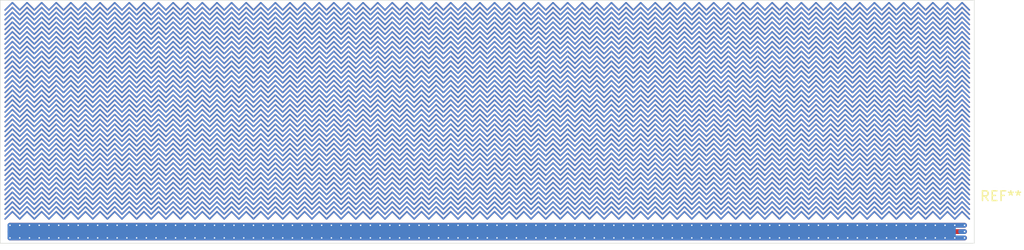
<source format=kicad_pcb>
(kicad_pcb (version 20240108) (generator "pcbnew") (generator_version "8.0")
  (layers (0 "F.Cu" signal) (31 "B.Cu" signal) (38 "B.Mask" user) (39 "F.Mask" user) (44 "Edge.Cuts" user))
  (net 0 "")
  (footprint "MountingHole:MountingHole_2.1mm" (layer "F.Cu") (at 202.75 103.35)
    (property "Reference" "REF**")
    (property "Value" "MountingHole_2.1mm")
  )
  (gr_rect (start 101 103.15) (end 198 104.45) (stroke (width 0.2)) (fill solid) (layer "B.Cu"))
  (gr_rect (start 100 80) (end 200 105) (stroke (width 0.05)) (fill none) (layer "Edge.Cuts"))
  (segment (start 135.75 90.25) (end 136.5 91) (width 0.15) (layer "F.Cu") (net 0))
  (segment (start 114.75 82.25) (end 115.5 83) (width 0.15) (layer "F.Cu") (net 0))
  (segment (start 179.25 87.25) (end 180 88) (width 0.15) (layer "F.Cu") (net 0))
  (segment (start 165 91.5) (end 165.75 90.75) (width 0.15) (layer "F.Cu") (net 0))
  (segment (start 167.25 85.75) (end 168 86.5) (width 0.15) (layer "F.Cu") (net 0))
  (segment (start 181.5 93.5) (end 182.25 92.75) (width 0.15) (layer "F.Cu") (net 0))
  (segment (start 191.25 101.25) (end 192 102) (width 0.15) (layer "F.Cu") (net 0))
  (segment (start 125.25 96.75) (end 126 97.5) (width 0.15) (layer "F.Cu") (net 0))
  (segment (start 177.75 92.25) (end 178.5 93) (width 0.15) (layer "F.Cu") (net 0))
  (segment (start 117 87.5) (end 117.75 86.75) (width 0.15) (layer "F.Cu") (net 0))
  (segment (start 129.75 83.75) (end 130.5 84.5) (width 0.15) (layer "F.Cu") (net 0))
  (segment (start 106.5 91) (end 107.25 90.25) (width 0.15) (layer "F.Cu") (net 0))
  (segment (start 147 100) (end 147.75 99.25) (width 0.15) (layer "F.Cu") (net 0))
  (segment (start 117 84) (end 117.75 83.25) (width 0.15) (layer "F.Cu") (net 0))
  (segment (start 114.75 92.25) (end 115.5 93) (width 0.15) (layer "F.Cu") (net 0))
  (segment (start 191.25 96.25) (end 192 97) (width 0.15) (layer "F.Cu") (net 0))
  (segment (start 149.25 84.75) (end 150 85.5) (width 0.15) (layer "F.Cu") (net 0))
  (segment (start 103.5 88.5) (end 104.25 87.75) (width 0.15) (layer "F.Cu") (net 0))
  (segment (start 168.75 91.25) (end 169.5 92) (width 0.15) (layer "F.Cu") (net 0))
  (segment (start 104.25 84.75) (end 105 85.5) (width 0.15) (layer "F.Cu") (net 0))
  (segment (start 164.25 89.75) (end 165 90.5) (width 0.15) (layer "F.Cu") (net 0))
  (segment (start 117 99.5) (end 117.75 98.75) (width 0.15) (layer "F.Cu") (net 0))
  (segment (start 165 100) (end 165.75 99.25) (width 0.15) (layer "F.Cu") (net 0))
  (segment (start 159.75 87.25) (end 160.5 88) (width 0.15) (layer "F.Cu") (net 0))
  (segment (start 120.75 96.75) (end 121.5 97.5) (width 0.15) (layer "F.Cu") (net 0))
  (segment (start 115.5 84.5) (end 116.25 83.75) (width 0.15) (layer "F.Cu") (net 0))
  (segment (start 138.75 89.75) (end 139.5 90.5) (width 0.15) (layer "F.Cu") (net 0))
  (segment (start 114 94.5) (end 114.75 93.75) (width 0.15) (layer "F.Cu") (net 0))
  (segment (start 101.25 95.25) (end 102 96) (width 0.15) (layer "F.Cu") (net 0))
  (segment (start 165.75 85.25) (end 166.5 86) (width 0.15) (layer "F.Cu") (net 0))
  (segment (start 195 88) (end 195.75 87.25) (width 0.15) (layer "F.Cu") (net 0))
  (segment (start 136.5 87.5) (end 137.25 86.75) (width 0.15) (layer "F.Cu") (net 0))
  (segment (start 120 83.5) (end 120.75 82.75) (width 0.15) (layer "F.Cu") (net 0))
  (segment (start 153.75 94.75) (end 154.5 95.5) (width 0.15) (layer "F.Cu") (net 0))
  (segment (start 137.25 83.25) (end 138 84) (width 0.15) (layer "F.Cu") (net 0))
  (segment (start 172.5 96) (end 173.25 95.25) (width 0.15) (layer "F.Cu") (net 0))
  (segment (start 103.5 101.5) (end 104.25 100.75) (width 0.15) (layer "F.Cu") (net 0))
  (segment (start 171 88.5) (end 171.75 87.75) (width 0.15) (layer "F.Cu") (net 0))
  (segment (start 174 83) (end 174.75 82.25) (width 0.15) (layer "F.Cu") (net 0))
  (segment (start 176.25 96.75) (end 177 97.5) (width 0.15) (layer "F.Cu") (net 0))
  (segment (start 111.75 85.75) (end 112.5 86.5) (width 0.15) (layer "F.Cu") (net 0))
  (segment (start 148.5 99) (end 149.25 98.25) (width 0.15) (layer "F.Cu") (net 0))
  (segment (start 116.25 91.75) (end 117 92.5) (width 0.15) (layer "F.Cu") (net 0))
  (segment (start 175.5 96) (end 176.25 95.25) (width 0.15) (layer "F.Cu") (net 0))
  (segment (start 195.75 93.25) (end 196.5 94) (width 0.15) (layer "F.Cu") (net 0))
  (segment (start 104.25 95.75) (end 105 96.5) (width 0.15) (layer "F.Cu") (net 0))
  (segment (start 162.75 82.25) (end 163.5 83) (width 0.15) (layer "F.Cu") (net 0))
  (segment (start 166.5 97.5) (end 167.25 96.75) (width 0.15) (layer "F.Cu") (net 0))
  (segment (start 173.25 100.75) (end 174 101.5) (width 0.15) (layer "F.Cu") (net 0))
  (segment (start 150 93.5) (end 150.75 92.75) (width 0.15) (layer "F.Cu") (net 0))
  (segment (start 174.75 85.25) (end 175.5 86) (width 0.15) (layer "F.Cu") (net 0))
  (segment (start 108 89.5) (end 108.75 88.75) (width 0.15) (layer "F.Cu") (net 0))
  (segment (start 162.75 94.25) (end 163.5 95) (width 0.15) (layer "F.Cu") (net 0))
  (segment (start 142.5 100.5) (end 143.25 99.75) (width 0.15) (layer "F.Cu") (net 0))
  (segment (start 150 94.5) (end 150.75 93.75) (width 0.15) (layer "F.Cu") (net 0))
  (segment (start 120 81) (end 120.75 80.25) (width 0.15) (layer "F.Cu") (net 0))
  (segment (start 153.75 83.75) (end 154.5 84.5) (width 0.15) (layer "F.Cu") (net 0))
  (segment (start 183 85.5) (end 183.75 84.75) (width 0.15) (layer "F.Cu") (net 0))
  (segment (start 119.25 95.25) (end 120 96) (width 0.15) (layer "F.Cu") (net 0))
  (segment (start 195 98.5) (end 195.75 97.75) (width 0.15) (layer "F.Cu") (net 0))
  (segment (start 165.75 86.25) (end 166.5 87) (width 0.15) (layer "F.Cu") (net 0))
  (segment (start 165.75 90.75) (end 166.5 91.5) (width 0.15) (layer "F.Cu") (net 0))
  (segment (start 103.5 92.5) (end 104.25 91.75) (width 0.15) (layer "F.Cu") (net 0))
  (segment (start 138 86) (end 138.75 85.25) (width 0.15) (layer "F.Cu") (net 0))
  (segment (start 144 83.5) (end 144.75 82.75) (width 0.15) (layer "F.Cu") (net 0))
  (segment (start 190.5 101.5) (end 191.25 100.75) (width 0.15) (layer "F.Cu") (net 0))
  (segment (start 180 81) (end 180.75 80.25) (width 0.15) (layer "F.Cu") (net 0))
  (segment (start 130.5 92.5) (end 131.25 91.75) (width 0.15) (layer "F.Cu") (net 0))
  (segment (start 117.75 91.25) (end 118.5 92) (width 0.15) (layer "F.Cu") (net 0))
  (segment (start 143.25 96.75) (end 144 97.5) (width 0.15) (layer "F.Cu") (net 0))
  (segment (start 177 88) (end 177.75 87.25) (width 0.15) (layer "F.Cu") (net 0))
  (segment (start 101.25 99.75) (end 102 100.5) (width 0.15) (layer "F.Cu") (net 0))
  (segment (start 144 83) (end 144.75 82.25) (width 0.15) (layer "F.Cu") (net 0))
  (segment (start 190.5 102) (end 191.25 101.25) (width 0.15) (layer "F.Cu") (net 0))
  (segment (start 147.75 82.25) (end 148.5 83) (width 0.15) (layer "F.Cu") (net 0))
  (segment (start 102.75 85.75) (end 103.5 86.5) (width 0.15) (layer "F.Cu") (net 0))
  (segment (start 123.75 94.75) (end 124.5 95.5) (width 0.15) (layer "F.Cu") (net 0))
  (segment (start 176.25 88.75) (end 177 89.5) (width 0.15) (layer "F.Cu") (net 0))
  (segment (start 176.25 92.75) (end 177 93.5) (width 0.15) (layer "F.Cu") (net 0))
  (segment (start 122.25 85.75) (end 123 86.5) (width 0.15) (layer "F.Cu") (net 0))
  (segment (start 169.5 94) (end 170.25 93.25) (width 0.15) (layer "F.Cu") (net 0))
  (segment (start 101.25 96.25) (end 102 97) (width 0.15) (layer "F.Cu") (net 0))
  (segment (start 126 95.5) (end 126.75 94.75) (width 0.15) (layer "F.Cu") (net 0))
  (segment (start 151.5 84) (end 152.25 83.25) (width 0.15) (layer "F.Cu") (net 0))
  (segment (start 177.75 81.25) (end 178.5 82) (width 0.15) (layer "F.Cu") (net 0))
  (segment (start 162.75 81.75) (end 163.5 82.5) (width 0.15) (layer "F.Cu") (net 0))
  (segment (start 122.25 90.75) (end 123 91.5) (width 0.15) (layer "F.Cu") (net 0))
  (segment (start 192.75 86.25) (end 193.5 87) (width 0.15) (layer "F.Cu") (net 0))
  (segment (start 138 89.5) (end 138.75 88.75) (width 0.15) (layer "F.Cu") (net 0))
  (segment (start 144 89) (end 144.75 88.25) (width 0.15) (layer "F.Cu") (net 0))
  (segment (start 103.5 86) (end 104.25 85.25) (width 0.15) (layer "F.Cu") (net 0))
  (segment (start 107.25 81.25) (end 108 82) (width 0.15) (layer "F.Cu") (net 0))
  (segment (start 177.75 101.75) (end 178.5 102.5) (width 0.15) (layer "F.Cu") (net 0))
  (segment (start 138.75 83.75) (end 139.5 84.5) (width 0.15) (layer "F.Cu") (net 0))
  (segment (start 183 89.5) (end 183.75 88.75) (width 0.15) (layer "F.Cu") (net 0))
  (segment (start 196.5 92.5) (end 197.25 91.75) (width 0.15) (layer "F.Cu") (net 0))
  (segment (start 170.25 96.75) (end 171 97.5) (width 0.15) (layer "F.Cu") (net 0))
  (segment (start 107.25 85.75) (end 108 86.5) (width 0.15) (layer "F.Cu") (net 0))
  (segment (start 115.5 102.5) (end 116.25 101.75) (width 0.15) (layer "F.Cu") (net 0))
  (segment (start 126.75 92.75) (end 127.5 93.5) (width 0.15) (layer "F.Cu") (net 0))
  (segment (start 141 93.5) (end 141.75 92.75) (width 0.15) (layer "F.Cu") (net 0))
  (segment (start 137.25 82.75) (end 138 83.5) (width 0.15) (layer "F.Cu") (net 0))
  (segment (start 120 83) (end 120.75 82.25) (width 0.15) (layer "F.Cu") (net 0))
  (segment (start 180.75 84.25) (end 181.5 85) (width 0.15) (layer "F.Cu") (net 0))
  (segment (start 168 100.5) (end 168.75 99.75) (width 0.15) (layer "F.Cu") (net 0))
  (segment (start 127.5 92.5) (end 128.25 91.75) (width 0.15) (layer "F.Cu") (net 0))
  (segment (start 100.5 95.5) (end 101.25 94.75) (width 0.15) (layer "F.Cu") (net 0))
  (segment (start 147 93.5) (end 147.75 92.75) (width 0.15) (layer "F.Cu") (net 0))
  (segment (start 168 86.5) (end 168.75 85.75) (width 0.15) (layer "F.Cu") (net 0))
  (segment (start 115.5 98) (end 116.25 97.25) (width 0.15) (layer "F.Cu") (net 0))
  (segment (start 135.75 81.75) (end 136.5 82.5) (width 0.15) (layer "F.Cu") (net 0))
  (segment (start 174.75 100.25) (end 175.5 101) (width 0.15) (layer "F.Cu") (net 0))
  (segment (start 145.5 97.5) (end 146.25 96.75) (width 0.15) (layer "F.Cu") (net 0))
  (segment (start 111 90) (end 111.75 89.25) (width 0.15) (layer "F.Cu") (net 0))
  (segment (start 110.25 98.25) (end 111 99) (width 0.15) (layer "F.Cu") (net 0))
  (segment (start 195 89) (end 195.75 88.25) (width 0.15) (layer "F.Cu") (net 0))
  (segment (start 161.25 95.75) (end 162 96.5) (width 0.15) (layer "F.Cu") (net 0))
  (segment (start 114.75 100.25) (end 115.5 101) (width 0.15) (layer "F.Cu") (net 0))
  (segment (start 103.5 81.5) (end 104.25 80.75) (width 0.15) (layer "F.Cu") (net 0))
  (segment (start 100.5 94) (end 101.25 93.25) (width 0.15) (layer "F.Cu") (net 0))
  (segment (start 138 86.5) (end 138.75 85.75) (width 0.15) (layer "F.Cu") (net 0))
  (segment (start 138 83) (end 138.75 82.25) (width 0.15) (layer "F.Cu") (net 0))
  (segment (start 171 87.5) (end 171.75 86.75) (width 0.15) (layer "F.Cu") (net 0))
  (segment (start 179.25 95.75) (end 180 96.5) (width 0.15) (layer "F.Cu") (net 0))
  (segment (start 151.5 100) (end 152.25 99.25) (width 0.15) (layer "F.Cu") (net 0))
  (segment (start 120 86.5) (end 120.75 85.75) (width 0.15) (layer "F.Cu") (net 0))
  (segment (start 130.5 87.5) (end 131.25 86.75) (width 0.15) (layer "F.Cu") (net 0))
  (segment (start 180 95.5) (end 180.75 94.75) (width 0.15) (layer "F.Cu") (net 0))
  (segment (start 115.5 102) (end 116.25 101.25) (width 0.15) (layer "F.Cu") (net 0))
  (segment (start 195 89.5) (end 195.75 88.75) (width 0.15) (layer "F.Cu") (net 0))
  (segment (start 136.5 90) (end 137.25 89.25) (width 0.15) (layer "F.Cu") (net 0))
  (segment (start 182.25 85.25) (end 183 86) (width 0.15) (layer "F.Cu") (net 0))
  (segment (start 176.25 95.75) (end 177 96.5) (width 0.15) (layer "F.Cu") (net 0))
  (segment (start 189.75 90.25) (end 190.5 91) (width 0.15) (layer "F.Cu") (net 0))
  (segment (start 183.75 101.25) (end 184.5 102) (width 0.15) (layer "F.Cu") (net 0))
  (segment (start 141 82.5) (end 141.75 81.75) (width 0.15) (layer "F.Cu") (net 0))
  (segment (start 105 88.5) (end 105.75 87.75) (width 0.15) (layer "F.Cu") (net 0))
  (segment (start 138 93.5) (end 138.75 92.75) (width 0.15) (layer "F.Cu") (net 0))
  (segment (start 130.5 81.5) (end 131.25 80.75) (width 0.15) (layer "F.Cu") (net 0))
  (segment (start 179.25 88.25) (end 180 89) (width 0.15) (layer "F.Cu") (net 0))
  (segment (start 165.75 81.25) (end 166.5 82) (width 0.15) (layer "F.Cu") (net 0))
  (segment (start 132.75 82.75) (end 133.5 83.5) (width 0.15) (layer "F.Cu") (net 0))
  (segment (start 129.75 90.75) (end 130.5 91.5) (width 0.15) (layer "F.Cu") (net 0))
  (segment (start 165 98) (end 165.75 97.25) (width 0.15) (layer "F.Cu") (net 0))
  (segment (start 168.75 80.25) (end 169.5 81) (width 0.15) (layer "F.Cu") (net 0))
  (segment (start 192.75 101.75) (end 193.5 102.5) (width 0.15) (layer "F.Cu") (net 0))
  (segment (start 158.25 81.75) (end 159 82.5) (width 0.15) (layer "F.Cu") (net 0))
  (segment (start 198.75 101.75) (end 199.5 102.5) (width 0.15) (layer "F.Cu") (net 0))
  (segment (start 146.25 99.25) (end 147 100) (width 0.15) (layer "F.Cu") (net 0))
  (segment (start 160.5 87) (end 161.25 86.25) (width 0.15) (layer "F.Cu") (net 0))
  (segment (start 138.75 88.25) (end 139.5 89) (width 0.15) (layer "F.Cu") (net 0))
  (segment (start 136.5 96) (end 137.25 95.25) (width 0.15) (layer "F.Cu") (net 0))
  (segment (start 184.5 92) (end 185.25 91.25) (width 0.15) (layer "F.Cu") (net 0))
  (segment (start 120 81.5) (end 120.75 80.75) (width 0.15) (layer "F.Cu") (net 0))
  (segment (start 173.25 101.75) (end 174 102.5) (width 0.15) (layer "F.Cu") (net 0))
  (segment (start 140.25 101.75) (end 141 102.5) (width 0.15) (layer "F.Cu") (net 0))
  (segment (start 146.25 89.25) (end 147 90) (width 0.15) (layer "F.Cu") (net 0))
  (segment (start 182.25 87.25) (end 183 88) (width 0.15) (layer "F.Cu") (net 0))
  (segment (start 153.75 87.75) (end 154.5 88.5) (width 0.15) (layer "F.Cu") (net 0))
  (segment (start 163.5 102.5) (end 164.25 101.75) (width 0.15) (layer "F.Cu") (net 0))
  (segment (start 160.5 90) (end 161.25 89.25) (width 0.15) (layer "F.Cu") (net 0))
  (segment (start 135.75 85.25) (end 136.5 86) (width 0.15) (layer "F.Cu") (net 0))
  (segment (start 124.5 86.5) (end 125.25 85.75) (width 0.15) (layer "F.Cu") (net 0))
  (segment (start 115.5 81) (end 116.25 80.25) (width 0.15) (layer "F.Cu") (net 0))
  (segment (start 155.25 91.25) (end 156 92) (width 0.15) (layer "F.Cu") (net 0))
  (segment (start 190.5 89.5) (end 191.25 88.75) (width 0.15) (layer "F.Cu") (net 0))
  (segment (start 177.75 85.25) (end 178.5 86) (width 0.15) (layer "F.Cu") (net 0))
  (segment (start 174.75 81.25) (end 175.5 82) (width 0.15) (layer "F.Cu") (net 0))
  (segment (start 121.5 98) (end 122.25 97.25) (width 0.15) (layer "F.Cu") (net 0))
  (segment (start 193.5 99) (end 194.25 98.25) (width 0.15) (layer "F.Cu") (net 0))
  (segment (start 150.75 100.25) (end 151.5 101) (width 0.15) (layer "F.Cu") (net 0))
  (segment (start 135.75 93.25) (end 136.5 94) (width 0.15) (layer "F.Cu") (net 0))
  (segment (start 138.75 96.75) (end 139.5 97.5) (width 0.15) (layer "F.Cu") (net 0))
  (segment (start 164.25 100.25) (end 165 101) (width 0.15) (layer "F.Cu") (net 0))
  (segment (start 186 96) (end 186.75 95.25) (width 0.15) (layer "F.Cu") (net 0))
  (segment (start 105 97.5) (end 105.75 96.75) (width 0.15) (layer "F.Cu") (net 0))
  (segment (start 135.75 88.25) (end 136.5 89) (width 0.15) (layer "F.Cu") (net 0))
  (segment (start 194.25 100.25) (end 195 101) (width 0.15) (layer "F.Cu") (net 0))
  (segment (start 115.5 98.5) (end 116.25 97.75) (width 0.15) (layer "F.Cu") (net 0))
  (segment (start 198 100.5) (end 198.75 99.75) (width 0.15) (layer "F.Cu") (net 0))
  (segment (start 123.75 99.75) (end 124.5 100.5) (width 0.15) (layer "F.Cu") (net 0))
  (segment (start 135.75 97.75) (end 136.5 98.5) (width 0.15) (layer "F.Cu") (net 0))
  (segment (start 166.5 92.5) (end 167.25 91.75) (width 0.15) (layer "F.Cu") (net 0))
  (segment (start 179.25 97.75) (end 180 98.5) (width 0.15) (layer "F.Cu") (net 0))
  (segment (start 195.75 101.75) (end 196.5 102.5) (width 0.15) (layer "F.Cu") (net 0))
  (segment (start 102 97.5) (end 102.75 96.75) (width 0.15) (layer "F.Cu") (net 0))
  (segment (start 105 102.5) (end 105.75 101.75) (width 0.15) (layer "F.Cu") (net 0))
  (segment (start 130.5 88.5) (end 131.25 87.75) (width 0.15) (layer "F.Cu") (net 0))
  (segment (start 123 82) (end 123.75 81.25) (width 0.15) (layer "F.Cu") (net 0))
  (segment (start 123.75 88.25) (end 124.5 89) (width 0.15) (layer "F.Cu") (net 0))
  (segment (start 189.75 84.75) (end 190.5 85.5) (width 0.15) (layer "F.Cu") (net 0))
  (segment (start 189 84) (end 189.75 83.25) (width 0.15) (layer "F.Cu") (net 0))
  (segment (start 186 91.5) (end 186.75 90.75) (width 0.15) (layer "F.Cu") (net 0))
  (segment (start 122.25 83.25) (end 123 84) (width 0.15) (layer "F.Cu") (net 0))
  (segment (start 163.5 84) (end 164.25 83.25) (width 0.15) (layer "F.Cu") (net 0))
  (segment (start 198 92) (end 198.75 91.25) (width 0.15) (layer "F.Cu") (net 0))
  (segment (start 132 92.5) (end 132.75 91.75) (width 0.15) (layer "F.Cu") (net 0))
  (segment (start 135.75 95.75) (end 136.5 96.5) (width 0.15) (layer "F.Cu") (net 0))
  (segment (start 144 98.5) (end 144.75 97.75) (width 0.15) (layer "F.Cu") (net 0))
  (segment (start 136.5 86.5) (end 137.25 85.75) (width 0.15) (layer "F.Cu") (net 0))
  (segment (start 153 83) (end 153.75 82.25) (width 0.15) (layer "F.Cu") (net 0))
  (segment (start 198.75 96.75) (end 199.5 97.5) (width 0.15) (layer "F.Cu") (net 0))
  (segment (start 136.5 92) (end 137.25 91.25) (width 0.15) (layer "F.Cu") (net 0))
  (segment (start 198 102.5) (end 198.75 101.75) (width 0.15) (layer "F.Cu") (net 0))
  (segment (start 174 88) (end 174.75 87.25) (width 0.15) (layer "F.Cu") (net 0))
  (segment (start 143.25 93.75) (end 144 94.5) (width 0.15) (layer "F.Cu") (net 0))
  (segment (start 104.25 84.25) (end 105 85) (width 0.15) (layer "F.Cu") (net 0))
  (segment (start 128.25 84.75) (end 129 85.5) (width 0.15) (layer "F.Cu") (net 0))
  (segment (start 167.25 99.25) (end 168 100) (width 0.15) (layer "F.Cu") (net 0))
  (segment (start 169.5 86) (end 170.25 85.25) (width 0.15) (layer "F.Cu") (net 0))
  (segment (start 111.75 92.25) (end 112.5 93) (width 0.15) (layer "F.Cu") (net 0))
  (segment (start 149.25 80.75) (end 150 81.5) (width 0.15) (layer "F.Cu") (net 0))
  (segment (start 163.5 101.5) (end 164.25 100.75) (width 0.15) (layer "F.Cu") (net 0))
  (segment (start 126 84.5) (end 126.75 83.75) (width 0.15) (layer "F.Cu") (net 0))
  (segment (start 159.75 85.25) (end 160.5 86) (width 0.15) (layer "F.Cu") (net 0))
  (segment (start 126.75 82.25) (end 127.5 83) (width 0.15) (layer "F.Cu") (net 0))
  (segment (start 130.5 92) (end 131.25 91.25) (width 0.15) (layer "F.Cu") (net 0))
  (segment (start 125.25 100.25) (end 126 101) (width 0.15) (layer "F.Cu") (net 0))
  (segment (start 102 88) (end 102.75 87.25) (width 0.15) (layer "F.Cu") (net 0))
  (segment (start 133.5 92) (end 134.25 91.25) (width 0.15) (layer "F.Cu") (net 0))
  (segment (start 150.75 80.25) (end 151.5 81) (width 0.15) (layer "F.Cu") (net 0))
  (segment (start 153 101) (end 153.75 100.25) (width 0.15) (layer "F.Cu") (net 0))
  (segment (start 183.75 92.25) (end 184.5 93) (width 0.15) (layer "F.Cu") (net 0))
  (segment (start 116.25 90.25) (end 117 91) (width 0.15) (layer "F.Cu") (net 0))
  (segment (start 170.25 81.25) (end 171 82) (width 0.15) (layer "F.Cu") (net 0))
  (segment (start 165.75 99.75) (end 166.5 100.5) (width 0.15) (layer "F.Cu") (net 0))
  (segment (start 125.25 87.75) (end 126 88.5) (width 0.15) (layer "F.Cu") (net 0))
  (segment (start 195 87.5) (end 195.75 86.75) (width 0.15) (layer "F.Cu") (net 0))
  (segment (start 161.25 94.25) (end 162 95) (width 0.15) (layer "F.Cu") (net 0))
  (segment (start 154.5 93) (end 155.25 92.25) (width 0.15) (layer "F.Cu") (net 0))
  (segment (start 132.75 85.25) (end 133.5 86) (width 0.15) (layer "F.Cu") (net 0))
  (segment (start 182.25 82.25) (end 183 83) (width 0.15) (layer "F.Cu") (net 0))
  (segment (start 187.5 97) (end 188.25 96.25) (width 0.15) (layer "F.Cu") (net 0))
  (segment (start 117.75 95.75) (end 118.5 96.5) (width 0.15) (layer "F.Cu") (net 0))
  (segment (start 108 82.5) (end 108.75 81.75) (width 0.15) (layer "F.Cu") (net 0))
  (segment (start 162 91) (end 162.75 90.25) (width 0.15) (layer "F.Cu") (net 0))
  (segment (start 154.5 85.5) (end 155.25 84.75) (width 0.15) (layer "F.Cu") (net 0))
  (segment (start 157.5 82.5) (end 158.25 81.75) (width 0.15) (layer "F.Cu") (net 0))
  (segment (start 116.25 82.25) (end 117 83) (width 0.15) (layer "F.Cu") (net 0))
  (segment (start 168.75 95.25) (end 169.5 96) (width 0.15) (layer "F.Cu") (net 0))
  (segment (start 195 95.5) (end 195.75 94.75) (width 0.15) (layer "F.Cu") (net 0))
  (segment (start 177.75 80.75) (end 178.5 81.5) (width 0.15) (layer "F.Cu") (net 0))
  (segment (start 152.25 91.75) (end 153 92.5) (width 0.15) (layer "F.Cu") (net 0))
  (segment (start 117 85) (end 117.75 84.25) (width 0.15) (layer "F.Cu") (net 0))
  (segment (start 161.25 80.25) (end 162 81) (width 0.15) (layer "F.Cu") (net 0))
  (segment (start 135 81) (end 135.75 80.25) (width 0.15) (layer "F.Cu") (net 0))
  (segment (start 170.25 85.25) (end 171 86) (width 0.15) (layer "F.Cu") (net 0))
  (segment (start 141 81) (end 141.75 80.25) (width 0.15) (layer "F.Cu") (net 0))
  (segment (start 134.25 84.25) (end 135 85) (width 0.15) (layer "F.Cu") (net 0))
  (segment (start 154.5 94.5) (end 155.25 93.75) (width 0.15) (layer "F.Cu") (net 0))
  (segment (start 104.25 100.75) (end 105 101.5) (width 0.15) (layer "F.Cu") (net 0))
  (segment (start 146.25 86.75) (end 147 87.5) (width 0.15) (layer "F.Cu") (net 0))
  (segment (start 144.75 80.75) (end 145.5 81.5) (width 0.15) (layer "F.Cu") (net 0))
  (segment (start 182.25 88.25) (end 183 89) (width 0.15) (layer "F.Cu") (net 0))
  (segment (start 191.25 92.25) (end 192 93) (width 0.15) (layer "F.Cu") (net 0))
  (segment (start 198.75 95.25) (end 199.5 96) (width 0.15) (layer "F.Cu") (net 0))
  (segment (start 155.25 86.25) (end 156 87) (width 0.15) (layer "F.Cu") (net 0))
  (segment (start 107.25 92.25) (end 108 93) (width 0.15) (layer "F.Cu") (net 0))
  (segment (start 191.25 91.75) (end 192 92.5) (width 0.15) (layer "F.Cu") (net 0))
  (segment (start 120.75 84.25) (end 121.5 85) (width 0.15) (layer "F.Cu") (net 0))
  (segment (start 114.75 100.75) (end 115.5 101.5) (width 0.15) (layer "F.Cu") (net 0))
  (segment (start 143.25 92.25) (end 144 93) (width 0.15) (layer "F.Cu") (net 0))
  (segment (start 183.75 95.25) (end 184.5 96) (width 0.15) (layer "F.Cu") (net 0))
  (segment (start 157.5 91.5) (end 158.25 90.75) (width 0.15) (layer "F.Cu") (net 0))
  (segment (start 123.75 93.25) (end 124.5 94) (width 0.15) (layer "F.Cu") (net 0))
  (segment (start 135.75 96.25) (end 136.5 97) (width 0.15) (layer "F.Cu") (net 0))
  (segment (start 189.75 92.25) (end 190.5 93) (width 0.15) (layer "F.Cu") (net 0))
  (segment (start 121.5 95) (end 122.25 94.25) (width 0.15) (layer "F.Cu") (net 0))
  (segment (start 186.75 80.25) (end 187.5 81) (width 0.15) (layer "F.Cu") (net 0))
  (segment (start 195 96) (end 195.75 95.25) (width 0.15) (layer "F.Cu") (net 0))
  (segment (start 192 102) (end 192.75 101.25) (width 0.15) (layer "F.Cu") (net 0))
  (segment (start 104.25 89.25) (end 105 90) (width 0.15) (layer "F.Cu") (net 0))
  (segment (start 182.25 95.25) (end 183 96) (width 0.15) (layer "F.Cu") (net 0))
  (segment (start 195 93.5) (end 195.75 92.75) (width 0.15) (layer "F.Cu") (net 0))
  (segment (start 109.5 83.5) (end 110.25 82.75) (width 0.15) (layer "F.Cu") (net 0))
  (segment (start 141 99.5) (end 141.75 98.75) (width 0.15) (layer "F.Cu") (net 0))
  (segment (start 146.25 91.75) (end 147 92.5) (width 0.15) (layer "F.Cu") (net 0))
  (segment (start 112.5 89) (end 113.25 88.25) (width 0.15) (layer "F.Cu") (net 0))
  (segment (start 156.75 81.75) (end 157.5 82.5) (width 0.15) (layer "F.Cu") (net 0))
  (segment (start 120.75 80.75) (end 121.5 81.5) (width 0.15) (layer "F.Cu") (net 0))
  (segment (start 165 93) (end 165.75 92.25) (width 0.15) (layer "F.Cu") (net 0))
  (segment (start 122.25 89.25) (end 123 90) (width 0.15) (layer "F.Cu") (net 0))
  (segment (start 121.5 81.5) (end 122.25 80.75) (width 0.15) (layer "F.Cu") (net 0))
  (segment (start 135.75 88.75) (end 136.5 89.5) (width 0.15) (layer "F.Cu") (net 0))
  (segment (start 135.75 100.25) (end 136.5 101) (width 0.15) (layer "F.Cu") (net 0))
  (segment (start 107.25 84.25) (end 108 85) (width 0.15) (layer "F.Cu") (net 0))
  (segment (start 198 91.5) (end 198.75 90.75) (width 0.15) (layer "F.Cu") (net 0))
  (segment (start 144.75 84.25) (end 145.5 85) (width 0.15) (layer "F.Cu") (net 0))
  (segment (start 150.75 90.75) (end 151.5 91.5) (width 0.15) (layer "F.Cu") (net 0))
  (segment (start 112.5 86) (end 113.25 85.25) (width 0.15) (layer "F.Cu") (net 0))
  (segment (start 183 94) (end 183.75 93.25) (width 0.15) (layer "F.Cu") (net 0))
  (segment (start 181.5 89.5) (end 182.25 88.75) (width 0.15) (layer "F.Cu") (net 0))
  (segment (start 184.5 83.5) (end 185.25 82.75) (width 0.15) (layer "F.Cu") (net 0))
  (segment (start 190.5 84.5) (end 191.25 83.75) (width 0.15) (layer "F.Cu") (net 0))
  (segment (start 124.5 84) (end 125.25 83.25) (width 0.15) (layer "F.Cu") (net 0))
  (segment (start 165 95.5) (end 165.75 94.75) (width 0.15) (layer "F.Cu") (net 0))
  (segment (start 142.5 91) (end 143.25 90.25) (width 0.15) (layer "F.Cu") (net 0))
  (segment (start 188.25 86.75) (end 189 87.5) (width 0.15) (layer "F.Cu") (net 0))
  (segment (start 165.75 83.25) (end 166.5 84) (width 0.15) (layer "F.Cu") (net 0))
  (segment (start 127.5 98.5) (end 128.25 97.75) (width 0.15) (layer "F.Cu") (net 0))
  (segment (start 141 91.5) (end 141.75 90.75) (width 0.15) (layer "F.Cu") (net 0))
  (segment (start 197.25 84.25) (end 198 85) (width 0.15) (layer "F.Cu") (net 0))
  (segment (start 197.25 101.75) (end 198 102.5) (width 0.15) (layer "F.Cu") (net 0))
  (segment (start 137.25 95.75) (end 138 96.5) (width 0.15) (layer "F.Cu") (net 0))
  (segment (start 198 83) (end 198.75 82.25) (width 0.15) (layer "F.Cu") (net 0))
  (segment (start 183.75 99.75) (end 184.5 100.5) (width 0.15) (layer "F.Cu") (net 0))
  (segment (start 144.75 82.25) (end 145.5 83) (width 0.15) (layer "F.Cu") (net 0))
  (segment (start 109.5 92) (end 110.25 91.25) (width 0.15) (layer "F.Cu") (net 0))
  (segment (start 188.25 80.75) (end 189 81.5) (width 0.15) (layer "F.Cu") (net 0))
  (segment (start 142.5 91.5) (end 143.25 90.75) (width 0.15) (layer "F.Cu") (net 0))
  (segment (start 163.5 89.5) (end 164.25 88.75) (width 0.15) (layer "F.Cu") (net 0))
  (segment (start 193.5 100.5) (end 194.25 99.75) (width 0.15) (layer "F.Cu") (net 0))
  (segment (start 197.25 95.25) (end 198 96) (width 0.15) (layer "F.Cu") (net 0))
  (segment (start 131.25 101.75) (end 132 102.5) (width 0.15) (layer "F.Cu") (net 0))
  (segment (start 159 99.5) (end 159.75 98.75) (width 0.15) (layer "F.Cu") (net 0))
  (segment (start 178.5 87) (end 179.25 86.25) (width 0.15) (layer "F.Cu") (net 0))
  (segment (start 159 93.5) (end 159.75 92.75) (width 0.15) (layer "F.Cu") (net 0))
  (segment (start 126.75 80.75) (end 127.5 81.5) (width 0.15) (layer "F.Cu") (net 0))
  (segment (start 170.25 89.75) (end 171 90.5) (width 0.15) (layer "F.Cu") (net 0))
  (segment (start 106.5 97.5) (end 107.25 96.75) (width 0.15) (layer "F.Cu") (net 0))
  (segment (start 185.25 84.75) (end 186 85.5) (width 0.15) (layer "F.Cu") (net 0))
  (segment (start 174.75 83.75) (end 175.5 84.5) (width 0.15) (layer "F.Cu") (net 0))
  (segment (start 181.5 96) (end 182.25 95.25) (width 0.15) (layer "F.Cu") (net 0))
  (segment (start 196.5 81.5) (end 197.25 80.75) (width 0.15) (layer "F.Cu") (net 0))
  (segment (start 156.75 80.75) (end 157.5 81.5) (width 0.15) (layer "F.Cu") (net 0))
  (segment (start 160.5 92.5) (end 161.25 91.75) (width 0.15) (layer "F.Cu") (net 0))
  (segment (start 147 92.5) (end 147.75 91.75) (width 0.15) (layer "F.Cu") (net 0))
  (segment (start 164.25 98.25) (end 165 99) (width 0.15) (layer "F.Cu") (net 0))
  (segment (start 182.25 101.75) (end 183 102.5) (width 0.15) (layer "F.Cu") (net 0))
  (segment (start 182.25 96.25) (end 183 97) (width 0.15) (layer "F.Cu") (net 0))
  (segment (start 112.5 93) (end 113.25 92.25) (width 0.15) (layer "F.Cu") (net 0))
  (segment (start 111.75 91.25) (end 112.5 92) (width 0.15) (layer "F.Cu") (net 0))
  (segment (start 139.5 99) (end 140.25 98.25) (width 0.15) (layer "F.Cu") (net 0))
  (segment (start 142.5 90.5) (end 143.25 89.75) (width 0.15) (layer "F.Cu") (net 0))
  (segment (start 157.5 90.5) (end 158.25 89.75) (width 0.15) (layer "F.Cu") (net 0))
  (segment (start 193.5 102) (end 194.25 101.25) (width 0.15) (layer "F.Cu") (net 0))
  (segment (start 149.25 87.75) (end 150 88.5) (width 0.15) (layer "F.Cu") (net 0))
  (segment (start 154.5 98.5) (end 155.25 97.75) (width 0.15) (layer "F.Cu") (net 0))
  (segment (start 109.5 86.5) (end 110.25 85.75) (width 0.15) (layer "F.Cu") (net 0))
  (segment (start 176.25 90.75) (end 177 91.5) (width 0.15) (layer "F.Cu") (net 0))
  (segment (start 107.25 90.75) (end 108 91.5) (width 0.15) (layer "F.Cu") (net 0))
  (segment (start 193.5 101.5) (end 194.25 100.75) (width 0.15) (layer "F.Cu") (net 0))
  (segment (start 192.75 98.75) (end 193.5 99.5) (width 0.15) (layer "F.Cu") (net 0))
  (segment (start 103.5 101) (end 104.25 100.25) (width 0.15) (layer "F.Cu") (net 0))
  (segment (start 130.5 89) (end 131.25 88.25) (width 0.15) (layer "F.Cu") (net 0))
  (segment (start 106.5 87.5) (end 107.25 86.75) (width 0.15) (layer "F.Cu") (net 0))
  (segment (start 100.5 93) (end 101.25 92.25) (width 0.15) (layer "F.Cu") (net 0))
  (segment (start 183.75 81.25) (end 184.5 82) (width 0.15) (layer "F.Cu") (net 0))
  (segment (start 163.5 83) (end 164.25 82.25) (width 0.15) (layer "F.Cu") (net 0))
  (segment (start 177 92) (end 177.75 91.25) (width 0.15) (layer "F.Cu") (net 0))
  (segment (start 110.25 82.75) (end 111 83.5) (width 0.15) (layer "F.Cu") (net 0))
  (segment (start 136.5 87) (end 137.25 86.25) (width 0.15) (layer "F.Cu") (net 0))
  (segment (start 114.75 98.25) (end 115.5 99) (width 0.15) (layer "F.Cu") (net 0))
  (segment (start 185.25 100.75) (end 186 101.5) (width 0.15) (layer "F.Cu") (net 0))
  (segment (start 124.5 81) (end 125.25 80.25) (width 0.15) (layer "F.Cu") (net 0))
  (segment (start 198.75 92.25) (end 199.5 93) (width 0.15) (layer "F.Cu") (net 0))
  (segment (start 103.5 95.5) (end 104.25 94.75) (width 0.15) (layer "F.Cu") (net 0))
  (segment (start 117.75 81.75) (end 118.5 82.5) (width 0.15) (layer "F.Cu") (net 0))
  (segment (start 175.5 87) (end 176.25 86.25) (width 0.15) (layer "F.Cu") (net 0))
  (segment (start 176.25 95.25) (end 177 96) (width 0.15) (layer "F.Cu") (net 0))
  (segment (start 153 89.5) (end 153.75 88.75) (width 0.15) (layer "F.Cu") (net 0))
  (segment (start 162.75 101.25) (end 163.5 102) (width 0.15) (layer "F.Cu") (net 0))
  (segment (start 141 85) (end 141.75 84.25) (width 0.15) (layer "F.Cu") (net 0))
  (segment (start 103.5 85.5) (end 104.25 84.75) (width 0.15) (layer "F.Cu") (net 0))
  (segment (start 156 98.5) (end 156.75 97.75) (width 0.15) (layer "F.Cu") (net 0))
  (segment (start 163.5 99.5) (end 164.25 98.75) (width 0.15) (layer "F.Cu") (net 0))
  (segment (start 108.75 93.25) (end 109.5 94) (width 0.15) (layer "F.Cu") (net 0))
  (segment (start 154.5 92) (end 155.25 91.25) (width 0.15) (layer "F.Cu") (net 0))
  (segment (start 150 84) (end 150.75 83.25) (width 0.15) (layer "F.Cu") (net 0))
  (segment (start 126.75 96.75) (end 127.5 97.5) (width 0.15) (layer "F.Cu") (net 0))
  (segment (start 139.5 95) (end 140.25 94.25) (width 0.15) (layer "F.Cu") (net 0))
  (segment (start 101.25 81.75) (end 102 82.5) (width 0.15) (layer "F.Cu") (net 0))
  (segment (start 182.25 85.75) (end 183 86.5) (width 0.15) (layer "F.Cu") (net 0))
  (segment (start 162.75 99.25) (end 163.5 100) (width 0.15) (layer "F.Cu") (net 0))
  (segment (start 101.25 86.75) (end 102 87.5) (width 0.15) (layer "F.Cu") (net 0))
  (segment (start 111.75 99.75) (end 112.5 100.5) (width 0.15) (layer "F.Cu") (net 0))
  (segment (start 187.5 93.5) (end 188.25 92.75) (width 0.15) (layer "F.Cu") (net 0))
  (segment (start 168.75 93.75) (end 169.5 94.5) (width 0.15) (layer "F.Cu") (net 0))
  (segment (start 156 85.5) (end 156.75 84.75) (width 0.15) (layer "F.Cu") (net 0))
  (segment (start 165.75 98.75) (end 166.5 99.5) (width 0.15) (layer "F.Cu") (net 0))
  (segment (start 177 95.5) (end 177.75 94.75) (width 0.15) (layer "F.Cu") (net 0))
  (segment (start 160.5 96.5) (end 161.25 95.75) (width 0.15) (layer "F.Cu") (net 0))
  (segment (start 185.25 87.75) (end 186 88.5) (width 0.15) (layer "F.Cu") (net 0))
  (segment (start 130.5 98.5) (end 131.25 97.75) (width 0.15) (layer "F.Cu") (net 0))
  (segment (start 150 88.5) (end 150.75 87.75) (width 0.15) (layer "F.Cu") (net 0))
  (segment (start 135.75 80.25) (end 136.5 81) (width 0.15) (layer "F.Cu") (net 0))
  (segment (start 101.25 88.75) (end 102 89.5) (width 0.15) (layer "F.Cu") (net 0))
  (segment (start 153.75 84.75) (end 154.5 85.5) (width 0.15) (layer "F.Cu") (net 0))
  (segment (start 116.25 80.75) (end 117 81.5) (width 0.15) (layer "F.Cu") (net 0))
  (segment (start 161.25 89.25) (end 162 90) (width 0.15) (layer "F.Cu") (net 0))
  (segment (start 183.75 95.75) (end 184.5 96.5) (width 0.15) (layer "F.Cu") (net 0))
  (segment (start 111 99.5) (end 111.75 98.75) (width 0.15) (layer "F.Cu") (net 0))
  (segment (start 111.75 101.75) (end 112.5 102.5) (width 0.15) (layer "F.Cu") (net 0))
  (segment (start 186.75 83.25) (end 187.5 84) (width 0.15) (layer "F.Cu") (net 0))
  (segment (start 177.75 89.75) (end 178.5 90.5) (width 0.15) (layer "F.Cu") (net 0))
  (segment (start 175.5 83) (end 176.25 82.25) (width 0.15) (layer "F.Cu") (net 0))
  (segment (start 118.5 99) (end 119.25 98.25) (width 0.15) (layer "F.Cu") (net 0))
  (segment (start 171.75 81.75) (end 172.5 82.5) (width 0.15) (layer "F.Cu") (net 0))
  (segment (start 156.75 86.75) (end 157.5 87.5) (width 0.15) (layer "F.Cu") (net 0))
  (segment (start 174 97) (end 174.75 96.25) (width 0.15) (layer "F.Cu") (net 0))
  (segment (start 119.25 93.25) (end 120 94) (width 0.15) (layer "F.Cu") (net 0))
  (segment (start 129 101.5) (end 129.75 100.75) (width 0.15) (layer "F.Cu") (net 0))
  (segment (start 157.5 92) (end 158.25 91.25) (width 0.15) (layer "F.Cu") (net 0))
  (segment (start 153 90) (end 153.75 89.25) (width 0.15) (layer "F.Cu") (net 0))
  (segment (start 143.25 83.75) (end 144 84.5) (width 0.15) (layer "F.Cu") (net 0))
  (segment (start 117.75 98.25) (end 118.5 99) (width 0.15) (layer "F.Cu") (net 0))
  (segment (start 136.5 85.5) (end 137.25 84.75) (width 0.15) (layer "F.Cu") (net 0))
  (segment (start 138.75 94.75) (end 139.5 95.5) (width 0.15) (layer "F.Cu") (net 0))
  (segment (start 172.5 82.5) (end 173.25 81.75) (width 0.15) (layer "F.Cu") (net 0))
  (segment (start 162 81.5) (end 162.75 80.75) (width 0.15) (layer "F.Cu") (net 0))
  (segment (start 120.75 98.75) (end 121.5 99.5) (width 0.15) (layer "F.Cu") (net 0))
  (segment (start 153.75 94.25) (end 154.5 95) (width 0.15) (layer "F.Cu") (net 0))
  (segment (start 150.75 82.75) (end 151.5 83.5) (width 0.15) (layer "F.Cu") (net 0))
  (segment (start 151.5 88.5) (end 152.25 87.75) (width 0.15) (layer "F.Cu") (net 0))
  (segment (start 159.75 96.25) (end 160.5 97) (width 0.15) (layer "F.Cu") (net 0))
  (segment (start 126 84) (end 126.75 83.25) (width 0.15) (layer "F.Cu") (net 0))
  (segment (start 175.5 102.5) (end 176.25 101.75) (width 0.15) (layer "F.Cu") (net 0))
  (segment (start 183.75 80.25) (end 184.5 81) (width 0.15) (layer "F.Cu") (net 0))
  (segment (start 159.75 90.75) (end 160.5 91.5) (width 0.15) (layer "F.Cu") (net 0))
  (segment (start 175.5 93) (end 176.25 92.25) (width 0.15) (layer "F.Cu") (net 0))
  (segment (start 187.5 84) (end 188.25 83.25) (width 0.15) (layer "F.Cu") (net 0))
  (segment (start 148.5 87.5) (end 149.25 86.75) (width 0.15) (layer "F.Cu") (net 0))
  (segment (start 188.25 85.75) (end 189 86.5) (width 0.15) (layer "F.Cu") (net 0))
  (segment (start 128.25 97.75) (end 129 98.5) (width 0.15) (layer "F.Cu") (net 0))
  (segment (start 108.75 91.75) (end 109.5 92.5) (width 0.15) (layer "F.Cu") (net 0))
  (segment (start 198 99) (end 198.75 98.25) (width 0.15) (layer "F.Cu") (net 0))
  (segment (start 134.25 101.75) (end 135 102.5) (width 0.15) (layer "F.Cu") (net 0))
  (segment (start 123.75 100.25) (end 124.5 101) (width 0.15) (layer "F.Cu") (net 0))
  (segment (start 143.25 98.75) (end 144 99.5) (width 0.15) (layer "F.Cu") (net 0))
  (segment (start 179.25 89.25) (end 180 90) (width 0.15) (layer "F.Cu") (net 0))
  (segment (start 127.5 84.5) (end 128.25 83.75) (width 0.15) (layer "F.Cu") (net 0))
  (segment (start 159 97) (end 159.75 96.25) (width 0.15) (layer "F.Cu") (net 0))
  (segment (start 167.25 82.25) (end 168 83) (width 0.15) (layer "F.Cu") (net 0))
  (segment (start 147 89) (end 147.75 88.25) (width 0.15) (layer "F.Cu") (net 0))
  (segment (start 126.75 85.25) (end 127.5 86) (width 0.15) (layer "F.Cu") (net 0))
  (segment (start 152.25 89.25) (end 153 90) (width 0.15) (layer "F.Cu") (net 0))
  (segment (start 156.75 84.75) (end 157.5 85.5) (width 0.15) (layer "F.Cu") (net 0))
  (segment (start 191.25 81.25) (end 192 82) (width 0.15) (layer "F.Cu") (net 0))
  (segment (start 184.5 96) (end 185.25 95.25) (width 0.15) (layer "F.Cu") (net 0))
  (segment (start 186 81.5) (end 186.75 80.75) (width 0.15) (layer "F.Cu") (net 0))
  (segment (start 126.75 101.75) (end 127.5 102.5) (width 0.15) (layer "F.Cu") (net 0))
  (segment (start 170.25 83.75) (end 171 84.5) (width 0.15) (layer "F.Cu") (net 0))
  (segment (start 164.25 101.75) (end 165 102.5) (width 0.15) (layer "F.Cu") (net 0))
  (segment (start 171.75 97.25) (end 172.5 98) (width 0.15) (layer "F.Cu") (net 0))
  (segment (start 150 89.5) (end 150.75 88.75) (width 0.15) (layer "F.Cu") (net 0))
  (segment (start 190.5 88) (end 191.25 87.25) (width 0.15) (layer "F.Cu") (net 0))
  (segment (start 180 87) (end 180.75 86.25) (width 0.15) (layer "F.Cu") (net 0))
  (segment (start 124.5 100.5) (end 125.25 99.75) (width 0.15) (layer "F.Cu") (net 0))
  (segment (start 117.75 87.75) (end 118.5 88.5) (width 0.15) (layer "F.Cu") (net 0))
  (segment (start 156 97.5) (end 156.75 96.75) (width 0.15) (layer "F.Cu") (net 0))
  (segment (start 147.75 85.75) (end 148.5 86.5) (width 0.15) (layer "F.Cu") (net 0))
  (segment (start 177 89.5) (end 177.75 88.75) (width 0.15) (layer "F.Cu") (net 0))
  (segment (start 192 83) (end 192.75 82.25) (width 0.15) (layer "F.Cu") (net 0))
  (segment (start 159 95) (end 159.75 94.25) (width 0.15) (layer "F.Cu") (net 0))
  (segment (start 196.5 82.5) (end 197.25 81.75) (width 0.15) (layer "F.Cu") (net 0))
  (segment (start 128.25 86.25) (end 129 87) (width 0.15) (layer "F.Cu") (net 0))
  (segment (start 189 98.5) (end 189.75 97.75) (width 0.15) (layer "F.Cu") (net 0))
  (segment (start 107.25 80.75) (end 108 81.5) (width 0.15) (layer "F.Cu") (net 0))
  (segment (start 155.25 94.25) (end 156 95) (width 0.15) (layer "F.Cu") (net 0))
  (segment (start 183 92) (end 183.75 91.25) (width 0.15) (layer "F.Cu") (net 0))
  (segment (start 168 86) (end 168.75 85.25) (width 0.15) (layer "F.Cu") (net 0))
  (segment (start 104.25 86.75) (end 105 87.5) (width 0.15) (layer "F.Cu") (net 0))
  (segment (start 149.25 99.75) (end 150 100.5) (width 0.15) (layer "F.Cu") (net 0))
  (segment (start 144 102) (end 144.75 101.25) (width 0.15) (layer "F.Cu") (net 0))
  (segment (start 102 98) (end 102.75 97.25) (width 0.15) (layer "F.Cu") (net 0))
  (segment (start 144 92.5) (end 144.75 91.75) (width 0.15) (layer "F.Cu") (net 0))
  (segment (start 134.25 100.75) (end 135 101.5) (width 0.15) (layer "F.Cu") (net 0))
  (segment (start 168.75 85.75) (end 169.5 86.5) (width 0.15) (layer "F.Cu") (net 0))
  (segment (start 103.5 87) (end 104.25 86.25) (width 0.15) (layer "F.Cu") (net 0))
  (segment (start 141.75 92.75) (end 142.5 93.5) (width 0.15) (layer "F.Cu") (net 0))
  (segment (start 122.25 93.75) (end 123 94.5) (width 0.15) (layer "F.Cu") (net 0))
  (segment (start 123.75 94.25) (end 124.5 95) (width 0.15) (layer "F.Cu") (net 0))
  (segment (start 104.25 90.25) (end 105 91) (width 0.15) (layer "F.Cu") (net 0))
  (segment (start 101.25 86.25) (end 102 87) (width 0.15) (layer "F.Cu") (net 0))
  (segment (start 115.5 89) (end 116.25 88.25) (width 0.15) (layer "F.Cu") (net 0))
  (segment (start 153 83.5) (end 153.75 82.75) (width 0.15) (layer "F.Cu") (net 0))
  (segment (start 164.25 93.75) (end 165 94.5) (width 0.15) (layer "F.Cu") (net 0))
  (segment (start 119.25 92.75) (end 120 93.5) (width 0.15) (layer "F.Cu") (net 0))
  (segment (start 120.75 82.75) (end 121.5 83.5) (width 0.15) (layer "F.Cu") (net 0))
  (segment (start 144 96) (end 144.75 95.25) (width 0.15) (layer "F.Cu") (net 0))
  (segment (start 172.5 92.5) (end 173.25 91.75) (width 0.15) (layer "F.Cu") (net 0))
  (segment (start 180.75 97.25) (end 181.5 98) (width 0.15) (layer "F.Cu") (net 0))
  (segment (start 133.5 84.5) (end 134.25 83.75) (width 0.15) (layer "F.Cu") (net 0))
  (segment (start 177.75 95.75) (end 178.5 96.5) (width 0.15) (layer "F.Cu") (net 0))
  (segment (start 135 92) (end 135.75 91.25) (width 0.15) (layer "F.Cu") (net 0))
  (segment (start 186.75 84.25) (end 187.5 85) (width 0.15) (layer "F.Cu") (net 0))
  (segment (start 151.5 92) (end 152.25 91.25) (width 0.15) (layer "F.Cu") (net 0))
  (segment (start 101.25 100.75) (end 102 101.5) (width 0.15) (layer "F.Cu") (net 0))
  (segment (start 186 95.5) (end 186.75 94.75) (width 0.15) (layer "F.Cu") (net 0))
  (segment (start 129 86) (end 129.75 85.25) (width 0.15) (layer "F.Cu") (net 0))
  (segment (start 111 91.5) (end 111.75 90.75) (width 0.15) (layer "F.Cu") (net 0))
  (segment (start 138 94) (end 138.75 93.25) (width 0.15) (layer "F.Cu") (net 0))
  (segment (start 151.5 98) (end 152.25 97.25) (width 0.15) (layer "F.Cu") (net 0))
  (segment (start 156 81.5) (end 156.75 80.75) (width 0.15) (layer "F.Cu") (net 0))
  (segment (start 173.25 80.75) (end 174 81.5) (width 0.15) (layer "F.Cu") (net 0))
  (segment (start 198 95) (end 198.75 94.25) (width 0.15) (layer "F.Cu") (net 0))
  (segment (start 153.75 84.25) (end 154.5 85) (width 0.15) (layer "F.Cu") (net 0))
  (segment (start 186 101.5) (end 186.75 100.75) (width 0.15) (layer "F.Cu") (net 0))
  (segment (start 150 82) (end 150.75 81.25) (width 0.15) (layer "F.Cu") (net 0))
  (segment (start 134.25 93.75) (end 135 94.5) (width 0.15) (layer "F.Cu") (net 0))
  (segment (start 154.5 92.5) (end 155.25 91.75) (width 0.15) (layer "F.Cu") (net 0))
  (segment (start 160.5 97.5) (end 161.25 96.75) (width 0.15) (layer "F.Cu") (net 0))
  (segment (start 171.75 86.75) (end 172.5 87.5) (width 0.15) (layer "F.Cu") (net 0))
  (segment (start 154.5 89) (end 155.25 88.25) (width 0.15) (layer "F.Cu") (net 0))
  (segment (start 140.25 85.25) (end 141 86) (width 0.15) (layer "F.Cu") (net 0))
  (segment (start 155.25 84.75) (end 156 85.5) (width 0.15) (layer "F.Cu") (net 0))
  (segment (start 118.5 83) (end 119.25 82.25) (width 0.15) (layer "F.Cu") (net 0))
  (segment (start 127.5 85) (end 128.25 84.25) (width 0.15) (layer "F.Cu") (net 0))
  (segment (start 126 100) (end 126.75 99.25) (width 0.15) (layer "F.Cu") (net 0))
  (segment (start 142.5 84) (end 143.25 83.25) (width 0.15) (layer "F.Cu") (net 0))
  (segment (start 122.25 84.25) (end 123 85) (width 0.15) (layer "F.Cu") (net 0))
  (segment (start 174 82.5) (end 174.75 81.75) (width 0.15) (layer "F.Cu") (net 0))
  (segment (start 138.75 84.75) (end 139.5 85.5) (width 0.15) (layer "F.Cu") (net 0))
  (segment (start 124.5 92.5) (end 125.25 91.75) (width 0.15) (layer "F.Cu") (net 0))
  (segment (start 189.75 90.75) (end 190.5 91.5) (width 0.15) (layer "F.Cu") (net 0))
  (segment (start 167.25 86.25) (end 168 87) (width 0.15) (layer "F.Cu") (net 0))
  (segment (start 117 101.5) (end 117.75 100.75) (width 0.15) (layer "F.Cu") (net 0))
  (segment (start 173.25 82.25) (end 174 83) (width 0.15) (layer "F.Cu") (net 0))
  (segment (start 197.25 81.75) (end 198 82.5) (width 0.15) (layer "F.Cu") (net 0))
  (segment (start 170.25 92.75) (end 171 93.5) (width 0.15) (layer "F.Cu") (net 0))
  (segment (start 120 102.5) (end 120.75 101.75) (width 0.15) (layer "F.Cu") (net 0))
  (segment (start 180 99) (end 180.75 98.25) (width 0.15) (layer "F.Cu") (net 0))
  (segment (start 137.25 92.25) (end 138 93) (width 0.15) (layer "F.Cu") (net 0))
  (segment (start 166.5 91.5) (end 167.25 90.75) (width 0.15) (layer "F.Cu") (net 0))
  (segment (start 114 86.5) (end 114.75 85.75) (width 0.15) (layer "F.Cu") (net 0))
  (segment (start 168.75 82.25) (end 169.5 83) (width 0.15) (layer "F.Cu") (net 0))
  (segment (start 198.75 85.25) (end 199.5 86) (width 0.15) (layer "F.Cu") (net 0))
  (segment (start 153 93) (end 153.75 92.25) (width 0.15) (layer "F.Cu") (net 0))
  (segment (start 118.5 84) (end 119.25 83.25) (width 0.15) (layer "F.Cu") (net 0))
  (segment (start 181.5 100.5) (end 182.25 99.75) (width 0.15) (layer "F.Cu") (net 0))
  (segment (start 185.25 98.25) (end 186 99) (width 0.15) (layer "F.Cu") (net 0))
  (segment (start 106.5 89) (end 107.25 88.25) (width 0.15) (layer "F.Cu") (net 0))
  (segment (start 150.75 91.75) (end 151.5 92.5) (width 0.15) (layer "F.Cu") (net 0))
  (segment (start 185.25 94.75) (end 186 95.5) (width 0.15) (layer "F.Cu") (net 0))
  (segment (start 171 92) (end 171.75 91.25) (width 0.15) (layer "F.Cu") (net 0))
  (segment (start 129.75 93.25) (end 130.5 94) (width 0.15) (layer "F.Cu") (net 0))
  (segment (start 168.75 101.75) (end 169.5 102.5) (width 0.15) (layer "F.Cu") (net 0))
  (segment (start 154.5 83.5) (end 155.25 82.75) (width 0.15) (layer "F.Cu") (net 0))
  (segment (start 112.5 85.5) (end 113.25 84.75) (width 0.15) (layer "F.Cu") (net 0))
  (segment (start 118.5 97) (end 119.25 96.25) (width 0.15) (layer "F.Cu") (net 0))
  (segment (start 119.25 88.75) (end 120 89.5) (width 0.15) (layer "F.Cu") (net 0))
  (segment (start 105 92.5) (end 105.75 91.75) (width 0.15) (layer "F.Cu") (net 0))
  (segment (start 125.25 81.75) (end 126 82.5) (width 0.15) (layer "F.Cu") (net 0))
  (segment (start 138 99) (end 138.75 98.25) (width 0.15) (layer "F.Cu") (net 0))
  (segment (start 104.25 97.25) (end 105 98) (width 0.15) (layer "F.Cu") (net 0))
  (segment (start 102 86.5) (end 102.75 85.75) (width 0.15) (layer "F.Cu") (net 0))
  (segment (start 182.25 89.25) (end 183 90) (width 0.15) (layer "F.Cu") (net 0))
  (segment (start 187.5 100.5) (end 188.25 99.75) (width 0.15) (layer "F.Cu") (net 0))
  (segment (start 176.25 94.75) (end 177 95.5) (width 0.15) (layer "F.Cu") (net 0))
  (segment (start 143.25 93.25) (end 144 94) (width 0.15) (layer "F.Cu") (net 0))
  (segment (start 186.75 90.75) (end 187.5 91.5) (width 0.15) (layer "F.Cu") (net 0))
  (segment (start 118.5 85.5) (end 119.25 84.75) (width 0.15) (layer "F.Cu") (net 0))
  (segment (start 135 86) (end 135.75 85.25) (width 0.15) (layer "F.Cu") (net 0))
  (segment (start 105 86.5) (end 105.75 85.75) (width 0.15) (layer "F.Cu") (net 0))
  (segment (start 147.75 93.25) (end 148.5 94) (width 0.15) (layer "F.Cu") (net 0))
  (segment (start 192 94) (end 192.75 93.25) (width 0.15) (layer "F.Cu") (net 0))
  (segment (start 195.75 81.75) (end 196.5 82.5) (width 0.15) (layer "F.Cu") (net 0))
  (segment (start 105 99.5) (end 105.75 98.75) (width 0.15) (layer "F.Cu") (net 0))
  (segment (start 155.25 92.75) (end 156 93.5) (width 0.15) (layer "F.Cu") (net 0))
  (segment (start 129 89) (end 129.75 88.25) (width 0.15) (layer "F.Cu") (net 0))
  (segment (start 140.25 93.25) (end 141 94) (width 0.15) (layer "F.Cu") (net 0))
  (segment (start 157.5 102) (end 158.25 101.25) (width 0.15) (layer "F.Cu") (net 0))
  (segment (start 126 98.5) (end 126.75 97.75) (width 0.15) (layer "F.Cu") (net 0))
  (segment (start 144.75 90.25) (end 145.5 91) (width 0.15) (layer "F.Cu") (net 0))
  (segment (start 166.5 92) (end 167.25 91.25) (width 0.15) (layer "F.Cu") (net 0))
  (segment (start 111 81) (end 111.75 80.25) (width 0.15) (layer "F.Cu") (net 0))
  (segment (start 123 83.5) (end 123.75 82.75) (width 0.15) (layer "F.Cu") (net 0))
  (segment (start 195 90) (end 195.75 89.25) (width 0.15) (layer "F.Cu") (net 0))
  (segment (start 166.5 93) (end 167.25 92.25) (width 0.15) (layer "F.Cu") (net 0))
  (segment (start 111 102) (end 111.75 101.25) (width 0.15) (layer "F.Cu") (net 0))
  (segment (start 187.5 91.5) (end 188.25 90.75) (width 0.15) (layer "F.Cu") (net 0))
  (segment (start 123 92) (end 123.75 91.25) (width 0.15) (layer "F.Cu") (net 0))
  (segment (start 138.75 80.25) (end 139.5 81) (width 0.15) (layer "F.Cu") (net 0))
  (segment (start 118.5 98) (end 119.25 97.25) (width 0.15) (layer "F.Cu") (net 0))
  (segment (start 104.25 97.75) (end 105 98.5) (width 0.15) (layer "F.Cu") (net 0))
  (segment (start 148.5 81) (end 149.25 80.25) (width 0.15) (layer "F.Cu") (net 0))
  (segment (start 149.25 90.75) (end 150 91.5) (width 0.15) (layer "F.Cu") (net 0))
  (segment (start 108.75 100.25) (end 109.5 101) (width 0.15) (layer "F.Cu") (net 0))
  (segment (start 198 83.5) (end 198.75 82.75) (width 0.15) (layer "F.Cu") (net 0))
  (segment (start 100.5 98) (end 101.25 97.25) (width 0.15) (layer "F.Cu") (net 0))
  (segment (start 132 82.5) (end 132.75 81.75) (width 0.15) (layer "F.Cu") (net 0))
  (segment (start 134.25 97.25) (end 135 98) (width 0.15) (layer "F.Cu") (net 0))
  (segment (start 180.75 82.25) (end 181.5 83) (width 0.15) (layer "F.Cu") (net 0))
  (segment (start 114 84) (end 114.75 83.25) (width 0.15) (layer "F.Cu") (net 0))
  (segment (start 147 95.5) (end 147.75 94.75) (width 0.15) (layer "F.Cu") (net 0))
  (segment (start 139.5 94) (end 140.25 93.25) (width 0.15) (layer "F.Cu") (net 0))
  (segment (start 190.5 81) (end 191.25 80.25) (width 0.15) (layer "F.Cu") (net 0))
  (segment (start 102 81) (end 102.75 80.25) (width 0.15) (layer "F.Cu") (net 0))
  (segment (start 140.25 86.75) (end 141 87.5) (width 0.15) (layer "F.Cu") (net 0))
  (segment (start 180 91.5) (end 180.75 90.75) (width 0.15) (layer "F.Cu") (net 0))
  (segment (start 108.75 97.25) (end 109.5 98) (width 0.15) (layer "F.Cu") (net 0))
  (segment (start 138 89) (end 138.75 88.25) (width 0.15) (layer "F.Cu") (net 0))
  (segment (start 105.75 81.25) (end 106.5 82) (width 0.15) (layer "F.Cu") (net 0))
  (segment (start 165 88.5) (end 165.75 87.75) (width 0.15) (layer "F.Cu") (net 0))
  (segment (start 143.25 90.75) (end 144 91.5) (width 0.15) (layer "F.Cu") (net 0))
  (segment (start 186 86) (end 186.75 85.25) (width 0.15) (layer "F.Cu") (net 0))
  (segment (start 113.25 101.75) (end 114 102.5) (width 0.15) (layer "F.Cu") (net 0))
  (segment (start 165 84.5) (end 165.75 83.75) (width 0.15) (layer "F.Cu") (net 0))
  (segment (start 174 94.5) (end 174.75 93.75) (width 0.15) (layer "F.Cu") (net 0))
  (segment (start 156 86) (end 156.75 85.25) (width 0.15) (layer "F.Cu") (net 0))
  (segment (start 151.5 86.5) (end 152.25 85.75) (width 0.15) (layer "F.Cu") (net 0))
  (segment (start 128.25 94.25) (end 129 95) (width 0.15) (layer "F.Cu") (net 0))
  (segment (start 117.75 96.25) (end 118.5 97) (width 0.15) (layer "F.Cu") (net 0))
  (segment (start 174 93.5) (end 174.75 92.75) (width 0.15) (layer "F.Cu") (net 0))
  (segment (start 165 82) (end 165.75 81.25) (width 0.15) (layer "F.Cu") (net 0))
  (segment (start 156.75 87.25) (end 157.5 88) (width 0.15) (layer "F.Cu") (net 0))
  (segment (start 192.75 90.75) (end 193.5 91.5) (width 0.15) (layer "F.Cu") (net 0))
  (segment (start 191.25 100.25) (end 192 101) (width 0.15) (layer "F.Cu") (net 0))
  (segment (start 136.5 93.5) (end 137.25 92.75) (width 0.15) (layer "F.Cu") (net 0))
  (segment (start 196.5 91) (end 197.25 90.25) (width 0.15) (layer "F.Cu") (net 0))
  (segment (start 129.75 85.75) (end 130.5 86.5) (width 0.15) (layer "F.Cu") (net 0))
  (segment (start 187.5 94.5) (end 188.25 93.75) (width 0.15) (layer "F.Cu") (net 0))
  (segment (start 147.75 87.25) (end 148.5 88) (width 0.15) (layer "F.Cu") (net 0))
  (segment (start 172.5 87.5) (end 173.25 86.75) (width 0.15) (layer "F.Cu") (net 0))
  (segment (start 181.5 85) (end 182.25 84.25) (width 0.15) (layer "F.Cu") (net 0))
  (segment (start 123.75 91.75) (end 124.5 92.5) (width 0.15) (layer "F.Cu") (net 0))
  (segment (start 157.5 89) (end 158.25 88.25) (width 0.15) (layer "F.Cu") (net 0))
  (segment (start 136.5 92.5) (end 137.25 91.75) (width 0.15) (layer "F.Cu") (net 0))
  (segment (start 162.75 92.75) (end 163.5 93.5) (width 0.15) (layer "F.Cu") (net 0))
  (segment (start 189 82) (end 189.75 81.25) (width 0.15) (layer "F.Cu") (net 0))
  (segment (start 191.25 98.75) (end 192 99.5) (width 0.15) (layer "F.Cu") (net 0))
  (segment (start 147 99.5) (end 147.75 98.75) (width 0.15) (layer "F.Cu") (net 0))
  (segment (start 142.5 99) (end 143.25 98.25) (width 0.15) (layer "F.Cu") (net 0))
  (segment (start 138.75 83.25) (end 139.5 84) (width 0.15) (layer "F.Cu") (net 0))
  (segment (start 123.75 101.75) (end 124.5 102.5) (width 0.15) (layer "F.Cu") (net 0))
  (segment (start 129.75 97.75) (end 130.5 98.5) (width 0.15) (layer "F.Cu") (net 0))
  (segment (start 192 98.5) (end 192.75 97.75) (width 0.15) (layer "F.Cu") (net 0))
  (segment (start 105 89) (end 105.75 88.25) (width 0.15) (layer "F.Cu") (net 0))
  (segment (start 113.25 97.75) (end 114 98.5) (width 0.15) (layer "F.Cu") (net 0))
  (segment (start 102.75 94.75) (end 103.5 95.5) (width 0.15) (layer "F.Cu") (net 0))
  (segment (start 197.25 100.25) (end 198 101) (width 0.15) (layer "F.Cu") (net 0))
  (segment (start 115.5 96.5) (end 116.25 95.75) (width 0.15) (layer "F.Cu") (net 0))
  (segment (start 153.75 81.25) (end 154.5 82) (width 0.15) (layer "F.Cu") (net 0))
  (segment (start 115.5 99) (end 116.25 98.25) (width 0.15) (layer "F.Cu") (net 0))
  (segment (start 159 98) (end 159.75 97.25) (width 0.15) (layer "F.Cu") (net 0))
  (segment (start 120.75 94.75) (end 121.5 95.5) (width 0.15) (layer "F.Cu") (net 0))
  (segment (start 159.75 101.75) (end 160.5 102.5) (width 0.15) (layer "F.Cu") (net 0))
  (segment (start 171.75 100.75) (end 172.5 101.5) (width 0.15) (layer "F.Cu") (net 0))
  (segment (start 141 89) (end 141.75 88.25) (width 0.15) (layer "F.Cu") (net 0))
  (segment (start 137.25 89.75) (end 138 90.5) (width 0.15) (layer "F.Cu") (net 0))
  (segment (start 197.25 97.75) (end 198 98.5) (width 0.15) (layer "F.Cu") (net 0))
  (segment (start 171 90) (end 171.75 89.25) (width 0.15) (layer "F.Cu") (net 0))
  (segment (start 183.75 101.75) (end 184.5 102.5) (width 0.15) (layer "F.Cu") (net 0))
  (segment (start 186 95) (end 186.75 94.25) (width 0.15) (layer "F.Cu") (net 0))
  (segment (start 153 92) (end 153.75 91.25) (width 0.15) (layer "F.Cu") (net 0))
  (segment (start 154.5 102.5) (end 155.25 101.75) (width 0.15) (layer "F.Cu") (net 0))
  (segment (start 144.75 89.25) (end 145.5 90) (width 0.15) (layer "F.Cu") (net 0))
  (segment (start 185.25 82.25) (end 186 83) (width 0.15) (layer "F.Cu") (net 0))
  (segment (start 167.25 94.25) (end 168 95) (width 0.15) (layer "F.Cu") (net 0))
  (segment (start 145.5 85) (end 146.25 84.25) (width 0.15) (layer "F.Cu") (net 0))
  (segment (start 116.25 96.25) (end 117 97) (width 0.15) (layer "F.Cu") (net 0))
  (segment (start 125.25 83.75) (end 126 84.5) (width 0.15) (layer "F.Cu") (net 0))
  (segment (start 104.25 83.75) (end 105 84.5) (width 0.15) (layer "F.Cu") (net 0))
  (segment (start 113.25 99.75) (end 114 100.5) (width 0.15) (layer "F.Cu") (net 0))
  (segment (start 166.5 85) (end 167.25 84.25) (width 0.15) (layer "F.Cu") (net 0))
  (segment (start 125.25 91.75) (end 126 92.5) (width 0.15) (layer "F.Cu") (net 0))
  (segment (start 153 94) (end 153.75 93.25) (width 0.15) (layer "F.Cu") (net 0))
  (segment (start 175.5 91) (end 176.25 90.25) (width 0.15) (layer "F.Cu") (net 0))
  (segment (start 104.25 91.75) (end 105 92.5) (width 0.15) (layer "F.Cu") (net 0))
  (segment (start 195.75 97.25) (end 196.5 98) (width 0.15) (layer "F.Cu") (net 0))
  (segment (start 170.25 94.75) (end 171 95.5) (width 0.15) (layer "F.Cu") (net 0))
  (segment (start 173.25 92.75) (end 174 93.5) (width 0.15) (layer "F.Cu") (net 0))
  (segment (start 172.5 89) (end 173.25 88.25) (width 0.15) (layer "F.Cu") (net 0))
  (segment (start 130.5 95.5) (end 131.25 94.75) (width 0.15) (layer "F.Cu") (net 0))
  (segment (start 147.75 80.25) (end 148.5 81) (width 0.15) (layer "F.Cu") (net 0))
  (segment (start 182.25 89.75) (end 183 90.5) (width 0.15) (layer "F.Cu") (net 0))
  (segment (start 186 83.5) (end 186.75 82.75) (width 0.15) (layer "F.Cu") (net 0))
  (segment (start 195.75 91.75) (end 196.5 92.5) (width 0.15) (layer "F.Cu") (net 0))
  (segment (start 110.25 90.75) (end 111 91.5) (width 0.15) (layer "F.Cu") (net 0))
  (segment (start 150.75 89.75) (end 151.5 90.5) (width 0.15) (layer "F.Cu") (net 0))
  (segment (start 178.5 102.5) (end 179.25 101.75) (width 0.15) (layer "F.Cu") (net 0))
  (segment (start 159.75 80.75) (end 160.5 81.5) (width 0.15) (layer "F.Cu") (net 0))
  (segment (start 198 85.5) (end 198.75 84.75) (width 0.15) (layer "F.Cu") (net 0))
  (segment (start 100.5 96) (end 101.25 95.25) (width 0.15) (layer "F.Cu") (net 0))
  (segment (start 156 96) (end 156.75 95.25) (width 0.15) (layer "F.Cu") (net 0))
  (segment (start 165.75 96.75) (end 166.5 97.5) (width 0.15) (layer "F.Cu") (net 0))
  (segment (start 176.25 99.25) (end 177 100) (width 0.15) (layer "F.Cu") (net 0))
  (segment (start 111 82.5) (end 111.75 81.75) (width 0.15) (layer "F.Cu") (net 0))
  (segment (start 183.75 97.75) (end 184.5 98.5) (width 0.15) (layer "F.Cu") (net 0))
  (segment (start 185.25 98.75) (end 186 99.5) (width 0.15) (layer "F.Cu") (net 0))
  (segment (start 117.75 83.25) (end 118.5 84) (width 0.15) (layer "F.Cu") (net 0))
  (segment (start 120 101.5) (end 120.75 100.75) (width 0.15) (layer "F.Cu") (net 0))
  (segment (start 116.25 84.75) (end 117 85.5) (width 0.15) (layer "F.Cu") (net 0))
  (segment (start 130.5 91.5) (end 131.25 90.75) (width 0.15) (layer "F.Cu") (net 0))
  (segment (start 188.25 99.25) (end 189 100) (width 0.15) (layer "F.Cu") (net 0))
  (segment (start 119.25 97.25) (end 120 98) (width 0.15) (layer "F.Cu") (net 0))
  (segment (start 186.75 95.25) (end 187.5 96) (width 0.15) (layer "F.Cu") (net 0))
  (segment (start 197.25 101.25) (end 198 102) (width 0.15) (layer "F.Cu") (net 0))
  (segment (start 148.5 83) (end 149.25 82.25) (width 0.15) (layer "F.Cu") (net 0))
  (segment (start 129 93.5) (end 129.75 92.75) (width 0.15) (layer "F.Cu") (net 0))
  (segment (start 191.25 85.75) (end 192 86.5) (width 0.15) (layer "F.Cu") (net 0))
  (segment (start 159 101) (end 159.75 100.25) (width 0.15) (layer "F.Cu") (net 0))
  (segment (start 111 101) (end 111.75 100.25) (width 0.15) (layer "F.Cu") (net 0))
  (segment (start 186 88) (end 186.75 87.25) (width 0.15) (layer "F.Cu") (net 0))
  (segment (start 150.75 80.75) (end 151.5 81.5) (width 0.15) (layer "F.Cu") (net 0))
  (segment (start 120.75 98.25) (end 121.5 99) (width 0.15) (layer "F.Cu") (net 0))
  (segment (start 122.25 85.25) (end 123 86) (width 0.15) (layer "F.Cu") (net 0))
  (segment (start 190.5 100.5) (end 191.25 99.75) (width 0.15) (layer "F.Cu") (net 0))
  (segment (start 192.75 97.75) (end 193.5 98.5) (width 0.15) (layer "F.Cu") (net 0))
  (segment (start 177 87.5) (end 177.75 86.75) (width 0.15) (layer "F.Cu") (net 0))
  (segment (start 139.5 98.5) (end 140.25 97.75) (width 0.15) (layer "F.Cu") (net 0))
  (segment (start 111.75 93.75) (end 112.5 94.5) (width 0.15) (layer "F.Cu") (net 0))
  (segment (start 135.75 99.25) (end 136.5 100) (width 0.15) (layer "F.Cu") (net 0))
  (segment (start 147 89.5) (end 147.75 88.75) (width 0.15) (layer "F.Cu") (net 0))
  (segment (start 115.5 83) (end 116.25 82.25) (width 0.15) (layer "F.Cu") (net 0))
  (segment (start 151.5 82) (end 152.25 81.25) (width 0.15) (layer "F.Cu") (net 0))
  (segment (start 171.75 84.75) (end 172.5 85.5) (width 0.15) (layer "F.Cu") (net 0))
  (segment (start 105 100.5) (end 105.75 99.75) (width 0.15) (layer "F.Cu") (net 0))
  (segment (start 141.75 90.75) (end 142.5 91.5) (width 0.15) (layer "F.Cu") (net 0))
  (segment (start 197.25 86.75) (end 198 87.5) (width 0.15) (layer "F.Cu") (net 0))
  (segment (start 150.75 99.25) (end 151.5 100) (width 0.15) (layer "F.Cu") (net 0))
  (segment (start 187.5 85) (end 188.25 84.25) (width 0.15) (layer "F.Cu") (net 0))
  (segment (start 196.5 93.5) (end 197.25 92.75) (width 0.15) (layer "F.Cu") (net 0))
  (segment (start 163.5 89) (end 164.25 88.25) (width 0.15) (layer "F.Cu") (net 0))
  (segment (start 111 89.5) (end 111.75 88.75) (width 0.15) (layer "F.Cu") (net 0))
  (segment (start 195.75 84.25) (end 196.5 85) (width 0.15) (layer "F.Cu") (net 0))
  (segment (start 144 90.5) (end 144.75 89.75) (width 0.15) (layer "F.Cu") (net 0))
  (segment (start 102.75 84.75) (end 103.5 85.5) (width 0.15) (layer "F.Cu") (net 0))
  (segment (start 173.25 100.25) (end 174 101) (width 0.15) (layer "F.Cu") (net 0))
  (segment (start 110.25 81.75) (end 111 82.5) (width 0.15) (layer "F.Cu") (net 0))
  (segment (start 144.75 98.75) (end 145.5 99.5) (width 0.15) (layer "F.Cu") (net 0))
  (segment (start 138.75 86.25) (end 139.5 87) (width 0.15) (layer "F.Cu") (net 0))
  (segment (start 162.75 80.25) (end 163.5 81) (width 0.15) (layer "F.Cu") (net 0))
  (segment (start 176.25 96.25) (end 177 97) (width 0.15) (layer "F.Cu") (net 0))
  (segment (start 144.75 82.75) (end 145.5 83.5) (width 0.15) (layer "F.Cu") (net 0))
  (segment (start 145.5 93.5) (end 146.25 92.75) (width 0.15) (layer "F.Cu") (net 0))
  (segment (start 126 86) (end 126.75 85.25) (width 0.15) (layer "F.Cu") (net 0))
  (segment (start 145.5 90.5) (end 146.25 89.75) (width 0.15) (layer "F.Cu") (net 0))
  (segment (start 122.25 82.25) (end 123 83) (width 0.15) (layer "F.Cu") (net 0))
  (segment (start 124.5 93.5) (end 125.25 92.75) (width 0.15) (layer "F.Cu") (net 0))
  (segment (start 191.25 100.75) (end 192 101.5) (width 0.15) (layer "F.Cu") (net 0))
  (segment (start 129 83.5) (end 129.75 82.75) (width 0.15) (layer "F.Cu") (net 0))
  (segment (start 132.75 93.25) (end 133.5 94) (width 0.15) (layer "F.Cu") (net 0))
  (segment (start 158.25 95.75) (end 159 96.5) (width 0.15) (layer "F.Cu") (net 0))
  (segment (start 141 96) (end 141.75 95.25) (width 0.15) (layer "F.Cu") (net 0))
  (segment (start 180 85.5) (end 180.75 84.75) (width 0.15) (layer "F.Cu") (net 0))
  (segment (start 117.75 96.75) (end 118.5 97.5) (width 0.15) (layer "F.Cu") (net 0))
  (segment (start 179.25 82.75) (end 180 83.5) (width 0.15) (layer "F.Cu") (net 0))
  (segment (start 150 101.5) (end 150.75 100.75) (width 0.15) (layer "F.Cu") (net 0))
  (segment (start 154.5 90.5) (end 155.25 89.75) (width 0.15) (layer "F.Cu") (net 0))
  (segment (start 183.75 98.25) (end 184.5 99) (width 0.15) (layer "F.Cu") (net 0))
  (segment (start 108.75 87.75) (end 109.5 88.5) (width 0.15) (layer "F.Cu") (net 0))
  (segment (start 164.25 82.25) (end 165 83) (width 0.15) (layer "F.Cu") (net 0))
  (segment (start 173.25 84.75) (end 174 85.5) (width 0.15) (layer "F.Cu") (net 0))
  (segment (start 134.25 100.25) (end 135 101) (width 0.15) (layer "F.Cu") (net 0))
  (segment (start 198 92.5) (end 198.75 91.75) (width 0.15) (layer "F.Cu") (net 0))
  (segment (start 113.25 81.25) (end 114 82) (width 0.15) (layer "F.Cu") (net 0))
  (segment (start 174.75 85.75) (end 175.5 86.5) (width 0.15) (layer "F.Cu") (net 0))
  (segment (start 184.5 85.5) (end 185.25 84.75) (width 0.15) (layer "F.Cu") (net 0))
  (segment (start 138.75 80.75) (end 139.5 81.5) (width 0.15) (layer "F.Cu") (net 0))
  (segment (start 166.5 83.5) (end 167.25 82.75) (width 0.15) (layer "F.Cu") (net 0))
  (segment (start 111 94) (end 111.75 93.25) (width 0.15) (layer "F.Cu") (net 0))
  (segment (start 192 88.5) (end 192.75 87.75) (width 0.15) (layer "F.Cu") (net 0))
  (segment (start 194.25 86.75) (end 195 87.5) (width 0.15) (layer "F.Cu") (net 0))
  (segment (start 153 85) (end 153.75 84.25) (width 0.15) (layer "F.Cu") (net 0))
  (segment (start 174 94) (end 174.75 93.25) (width 0.15) (layer "F.Cu") (net 0))
  (segment (start 153 89) (end 153.75 88.25) (width 0.15) (layer "F.Cu") (net 0))
  (segment (start 153 86) (end 153.75 85.25) (width 0.15) (layer "F.Cu") (net 0))
  (segment (start 127.5 94) (end 128.25 93.25) (width 0.15) (layer "F.Cu") (net 0))
  (segment (start 133.5 100) (end 134.25 99.25) (width 0.15) (layer "F.Cu") (net 0))
  (segment (start 129 91.5) (end 129.75 90.75) (width 0.15) (layer "F.Cu") (net 0))
  (segment (start 124.5 87) (end 125.25 86.25) (width 0.15) (layer "F.Cu") (net 0))
  (segment (start 171 100) (end 171.75 99.25) (width 0.15) (layer "F.Cu") (net 0))
  (segment (start 149.25 93.75) (end 150 94.5) (width 0.15) (layer "F.Cu") (net 0))
  (segment (start 165 83) (end 165.75 82.25) (width 0.15) (layer "F.Cu") (net 0))
  (segment (start 106.5 96) (end 107.25 95.25) (width 0.15) (layer "F.Cu") (net 0))
  (segment (start 162.75 84.25) (end 163.5 85) (width 0.15) (layer "F.Cu") (net 0))
  (segment (start 187.5 82.5) (end 188.25 81.75) (width 0.15) (layer "F.Cu") (net 0))
  (segment (start 108.75 97.75) (end 109.5 98.5) (width 0.15) (layer "F.Cu") (net 0))
  (segment (start 192.75 96.25) (end 193.5 97) (width 0.15) (layer "F.Cu") (net 0))
  (segment (start 165 102) (end 165.75 101.25) (width 0.15) (layer "F.Cu") (net 0))
  (segment (start 119.25 90.75) (end 120 91.5) (width 0.15) (layer "F.Cu") (net 0))
  (segment (start 134.25 86.75) (end 135 87.5) (width 0.15) (layer "F.Cu") (net 0))
  (segment (start 183 99.5) (end 183.75 98.75) (width 0.15) (layer "F.Cu") (net 0))
  (segment (start 111.75 100.25) (end 112.5 101) (width 0.15) (layer "F.Cu") (net 0))
  (segment (start 158.25 100.25) (end 159 101) (width 0.15) (layer "F.Cu") (net 0))
  (segment (start 117.75 101.75) (end 118.5 102.5) (width 0.15) (layer "F.Cu") (net 0))
  (segment (start 130.5 84.5) (end 131.25 83.75) (width 0.15) (layer "F.Cu") (net 0))
  (segment (start 191.25 80.25) (end 192 81) (width 0.15) (layer "F.Cu") (net 0))
  (segment (start 186.75 87.25) (end 187.5 88) (width 0.15) (layer "F.Cu") (net 0))
  (segment (start 162 97.5) (end 162.75 96.75) (width 0.15) (layer "F.Cu") (net 0))
  (segment (start 125.25 94.25) (end 126 95) (width 0.15) (layer "F.Cu") (net 0))
  (segment (start 134.25 89.75) (end 135 90.5) (width 0.15) (layer "F.Cu") (net 0))
  (segment (start 123.75 93.75) (end 124.5 94.5) (width 0.15) (layer "F.Cu") (net 0))
  (segment (start 197.25 80.75) (end 198 81.5) (width 0.15) (layer "F.Cu") (net 0))
  (segment (start 105.75 97.75) (end 106.5 98.5) (width 0.15) (layer "F.Cu") (net 0))
  (segment (start 168 87) (end 168.75 86.25) (width 0.15) (layer "F.Cu") (net 0))
  (segment (start 167.25 81.75) (end 168 82.5) (width 0.15) (layer "F.Cu") (net 0))
  (segment (start 183.75 88.25) (end 184.5 89) (width 0.15) (layer "F.Cu") (net 0))
  (segment (start 141.75 89.75) (end 142.5 90.5) (width 0.15) (layer "F.Cu") (net 0))
  (segment (start 136.5 102.5) (end 137.25 101.75) (width 0.15) (layer "F.Cu") (net 0))
  (segment (start 174 95) (end 174.75 94.25) (width 0.15) (layer "F.Cu") (net 0))
  (segment (start 171.75 100.25) (end 172.5 101) (width 0.15) (layer "F.Cu") (net 0))
  (segment (start 126.75 86.75) (end 127.5 87.5) (width 0.15) (layer "F.Cu") (net 0))
  (segment (start 123.75 80.25) (end 124.5 81) (width 0.15) (layer "F.Cu") (net 0))
  (segment (start 132 87) (end 132.75 86.25) (width 0.15) (layer "F.Cu") (net 0))
  (segment (start 186.75 86.75) (end 187.5 87.5) (width 0.15) (layer "F.Cu") (net 0))
  (segment (start 169.5 81) (end 170.25 80.25) (width 0.15) (layer "F.Cu") (net 0))
  (segment (start 134.25 85.75) (end 135 86.5) (width 0.15) (layer "F.Cu") (net 0))
  (segment (start 138 92) (end 138.75 91.25) (width 0.15) (layer "F.Cu") (net 0))
  (segment (start 106.5 83.5) (end 107.25 82.75) (width 0.15) (layer "F.Cu") (net 0))
  (segment (start 122.25 101.75) (end 123 102.5) (width 0.15) (layer "F.Cu") (net 0))
  (segment (start 174 89) (end 174.75 88.25) (width 0.15) (layer "F.Cu") (net 0))
  (segment (start 110.25 88.25) (end 111 89) (width 0.15) (layer "F.Cu") (net 0))
  (segment (start 161.25 94.75) (end 162 95.5) (width 0.15) (layer "F.Cu") (net 0))
  (segment (start 186.75 96.75) (end 187.5 97.5) (width 0.15) (layer "F.Cu") (net 0))
  (segment (start 105 85.5) (end 105.75 84.75) (width 0.15) (layer "F.Cu") (net 0))
  (segment (start 171 94) (end 171.75 93.25) (width 0.15) (layer "F.Cu") (net 0))
  (segment (start 101.25 93.75) (end 102 94.5) (width 0.15) (layer "F.Cu") (net 0))
  (segment (start 184.5 88) (end 185.25 87.25) (width 0.15) (layer "F.Cu") (net 0))
  (segment (start 156.75 99.75) (end 157.5 100.5) (width 0.15) (layer "F.Cu") (net 0))
  (segment (start 159.75 89.75) (end 160.5 90.5) (width 0.15) (layer "F.Cu") (net 0))
  (segment (start 159 81.5) (end 159.75 80.75) (width 0.15) (layer "F.Cu") (net 0))
  (segment (start 195 82) (end 195.75 81.25) (width 0.15) (layer "F.Cu") (net 0))
  (segment (start 194.25 93.75) (end 195 94.5) (width 0.15) (layer "F.Cu") (net 0))
  (segment (start 149.25 92.75) (end 150 93.5) (width 0.15) (layer "F.Cu") (net 0))
  (segment (start 182.25 94.25) (end 183 95) (width 0.15) (layer "F.Cu") (net 0))
  (segment (start 141.75 101.25) (end 142.5 102) (width 0.15) (layer "F.Cu") (net 0))
  (segment (start 162 100.5) (end 162.75 99.75) (width 0.15) (layer "F.Cu") (net 0))
  (segment (start 149.25 94.25) (end 150 95) (width 0.15) (layer "F.Cu") (net 0))
  (segment (start 138 81.5) (end 138.75 80.75) (width 0.15) (layer "F.Cu") (net 0))
  (segment (start 123 81.5) (end 123.75 80.75) (width 0.15) (layer "F.Cu") (net 0))
  (segment (start 102.75 98.75) (end 103.5 99.5) (width 0.15) (layer "F.Cu") (net 0))
  (segment (start 119.25 85.25) (end 120 86) (width 0.15) (layer "F.Cu") (net 0))
  (segment (start 181.5 96.5) (end 182.25 95.75) (width 0.15) (layer "F.Cu") (net 0))
  (segment (start 198 89.5) (end 198.75 88.75) (width 0.15) (layer "F.Cu") (net 0))
  (segment (start 108.75 80.75) (end 109.5 81.5) (width 0.15) (layer "F.Cu") (net 0))
  (segment (start 163.5 82.5) (end 164.25 81.75) (width 0.15) (layer "F.Cu") (net 0))
  (segment (start 165 88) (end 165.75 87.25) (width 0.15) (layer "F.Cu") (net 0))
  (segment (start 162 87.5) (end 162.75 86.75) (width 0.15) (layer "F.Cu") (net 0))
  (segment (start 133.5 85.5) (end 134.25 84.75) (width 0.15) (layer "F.Cu") (net 0))
  (segment (start 124.5 96) (end 125.25 95.25) (width 0.15) (layer "F.Cu") (net 0))
  (segment (start 171 99) (end 171.75 98.25) (width 0.15) (layer "F.Cu") (net 0))
  (segment (start 156 99) (end 156.75 98.25) (width 0.15) (layer "F.Cu") (net 0))
  (segment (start 151.5 89) (end 152.25 88.25) (width 0.15) (layer "F.Cu") (net 0))
  (segment (start 186.75 93.75) (end 187.5 94.5) (width 0.15) (layer "F.Cu") (net 0))
  (segment (start 169.5 82) (end 170.25 81.25) (width 0.15) (layer "F.Cu") (net 0))
  (segment (start 131.25 80.25) (end 132 81) (width 0.15) (layer "F.Cu") (net 0))
  (segment (start 187.5 101) (end 188.25 100.25) (width 0.15) (layer "F.Cu") (net 0))
  (segment (start 153.75 95.25) (end 154.5 96) (width 0.15) (layer "F.Cu") (net 0))
  (segment (start 128.25 99.75) (end 129 100.5) (width 0.15) (layer "F.Cu") (net 0))
  (segment (start 169.5 91.5) (end 170.25 90.75) (width 0.15) (layer "F.Cu") (net 0))
  (segment (start 158.25 82.25) (end 159 83) (width 0.15) (layer "F.Cu") (net 0))
  (segment (start 100.5 84) (end 101.25 83.25) (width 0.15) (layer "F.Cu") (net 0))
  (segment (start 140.25 84.25) (end 141 85) (width 0.15) (layer "F.Cu") (net 0))
  (segment (start 196.5 95) (end 197.25 94.25) (width 0.15) (layer "F.Cu") (net 0))
  (segment (start 114 98.5) (end 114.75 97.75) (width 0.15) (layer "F.Cu") (net 0))
  (segment (start 119.25 91.75) (end 120 92.5) (width 0.15) (layer "F.Cu") (net 0))
  (segment (start 150.75 98.25) (end 151.5 99) (width 0.15) (layer "F.Cu") (net 0))
  (segment (start 132.75 84.25) (end 133.5 85) (width 0.15) (layer "F.Cu") (net 0))
  (segment (start 190.5 100) (end 191.25 99.25) (width 0.15) (layer "F.Cu") (net 0))
  (segment (start 107.25 87.75) (end 108 88.5) (width 0.15) (layer "F.Cu") (net 0))
  (segment (start 130.5 87) (end 131.25 86.25) (width 0.15) (layer "F.Cu") (net 0))
  (segment (start 104.25 94.25) (end 105 95) (width 0.15) (layer "F.Cu") (net 0))
  (segment (start 177 90.5) (end 177.75 89.75) (width 0.15) (layer "F.Cu") (net 0))
  (segment (start 162.75 84.75) (end 163.5 85.5) (width 0.15) (layer "F.Cu") (net 0))
  (segment (start 126 93.5) (end 126.75 92.75) (width 0.15) (layer "F.Cu") (net 0))
  (segment (start 121.5 92.5) (end 122.25 91.75) (width 0.15) (layer "F.Cu") (net 0))
  (segment (start 162 82) (end 162.75 81.25) (width 0.15) (layer "F.Cu") (net 0))
  (segment (start 138.75 91.25) (end 139.5 92) (width 0.15) (layer "F.Cu") (net 0))
  (segment (start 145.5 92.5) (end 146.25 91.75) (width 0.15) (layer "F.Cu") (net 0))
  (segment (start 155.25 98.25) (end 156 99) (width 0.15) (layer "F.Cu") (net 0))
  (segment (start 154.5 101) (end 155.25 100.25) (width 0.15) (layer "F.Cu") (net 0))
  (segment (start 188.25 101.25) (end 189 102) (width 0.15) (layer "F.Cu") (net 0))
  (segment (start 139.5 86) (end 140.25 85.25) (width 0.15) (layer "F.Cu") (net 0))
  (segment (start 157.5 86.5) (end 158.25 85.75) (width 0.15) (layer "F.Cu") (net 0))
  (segment (start 152.25 91.25) (end 153 92) (width 0.15) (layer "F.Cu") (net 0))
  (segment (start 192 90.5) (end 192.75 89.75) (width 0.15) (layer "F.Cu") (net 0))
  (segment (start 123.75 86.25) (end 124.5 87) (width 0.15) (layer "F.Cu") (net 0))
  (segment (start 148.5 84) (end 149.25 83.25) (width 0.15) (layer "F.Cu") (net 0))
  (segment (start 177 96) (end 177.75 95.25) (width 0.15) (layer "F.Cu") (net 0))
  (segment (start 101.25 98.75) (end 102 99.5) (width 0.15) (layer "F.Cu") (net 0))
  (segment (start 189 81) (end 189.75 80.25) (width 0.15) (layer "F.Cu") (net 0))
  (segment (start 120.75 83.25) (end 121.5 84) (width 0.15) (layer "F.Cu") (net 0))
  (segment (start 137.25 99.75) (end 138 100.5) (width 0.15) (layer "F.Cu") (net 0))
  (segment (start 118.5 100.5) (end 119.25 99.75) (width 0.15) (layer "F.Cu") (net 0))
  (segment (start 123 81) (end 123.75 80.25) (width 0.15) (layer "F.Cu") (net 0))
  (segment (start 181.5 102.5) (end 182.25 101.75) (width 0.15) (layer "F.Cu") (net 0))
  (segment (start 133.5 82.5) (end 134.25 81.75) (width 0.15) (layer "F.Cu") (net 0))
  (segment (start 147.75 96.75) (end 148.5 97.5) (width 0.15) (layer "F.Cu") (net 0))
  (segment (start 114 89.5) (end 114.75 88.75) (width 0.15) (layer "F.Cu") (net 0))
  (segment (start 126 85.5) (end 126.75 84.75) (width 0.15) (layer "F.Cu") (net 0))
  (segment (start 106.5 95) (end 107.25 94.25) (width 0.15) (layer "F.Cu") (net 0))
  (segment (start 105.75 82.75) (end 106.5 83.5) (width 0.15) (layer "F.Cu") (net 0))
  (segment (start 138.75 92.75) (end 139.5 93.5) (width 0.15) (layer "F.Cu") (net 0))
  (segment (start 196.5 82) (end 197.25 81.25) (width 0.15) (layer "F.Cu") (net 0))
  (segment (start 196.5 89) (end 197.25 88.25) (width 0.15) (layer "F.Cu") (net 0))
  (segment (start 112.5 95.5) (end 113.25 94.75) (width 0.15) (layer "F.Cu") (net 0))
  (segment (start 129 87) (end 129.75 86.25) (width 0.15) (layer "F.Cu") (net 0))
  (segment (start 140.25 82.25) (end 141 83) (width 0.15) (layer "F.Cu") (net 0))
  (segment (start 157.5 82) (end 158.25 81.25) (width 0.15) (layer "F.Cu") (net 0))
  (segment (start 160.5 88) (end 161.25 87.25) (width 0.15) (layer "F.Cu") (net 0))
  (segment (start 188.25 94.25) (end 189 95) (width 0.15) (layer "F.Cu") (net 0))
  (segment (start 164.25 87.75) (end 165 88.5) (width 0.15) (layer "F.Cu") (net 0))
  (segment (start 134.25 97.75) (end 135 98.5) (width 0.15) (layer "F.Cu") (net 0))
  (segment (start 159 91) (end 159.75 90.25) (width 0.15) (layer "F.Cu") (net 0))
  (segment (start 143.25 86.75) (end 144 87.5) (width 0.15) (layer "F.Cu") (net 0))
  (segment (start 196.5 89.5) (end 197.25 88.75) (width 0.15) (layer "F.Cu") (net 0))
  (segment (start 132 87.5) (end 132.75 86.75) (width 0.15) (layer "F.Cu") (net 0))
  (segment (start 197.25 92.25) (end 198 93) (width 0.15) (layer "F.Cu") (net 0))
  (segment (start 190.5 88.5) (end 191.25 87.75) (width 0.15) (layer "F.Cu") (net 0))
  (segment (start 130.5 86) (end 131.25 85.25) (width 0.15) (layer "F.Cu") (net 0))
  (segment (start 111.75 83.25) (end 112.5 84) (width 0.15) (layer "F.Cu") (net 0))
  (segment (start 183.75 88.75) (end 184.5 89.5) (width 0.15) (layer "F.Cu") (net 0))
  (segment (start 159 82) (end 159.75 81.25) (width 0.15) (layer "F.Cu") (net 0))
  (segment (start 169.5 85.5) (end 170.25 84.75) (width 0.15) (layer "F.Cu") (net 0))
  (segment (start 142.5 83) (end 143.25 82.25) (width 0.15) (layer "F.Cu") (net 0))
  (segment (start 185.25 86.75) (end 186 87.5) (width 0.15) (layer "F.Cu") (net 0))
  (segment (start 105 81) (end 105.75 80.25) (width 0.15) (layer "F.Cu") (net 0))
  (segment (start 172.5 97.5) (end 173.25 96.75) (width 0.15) (layer "F.Cu") (net 0))
  (segment (start 195 96.5) (end 195.75 95.75) (width 0.15) (layer "F.Cu") (net 0))
  (segment (start 140.25 100.75) (end 141 101.5) (width 0.15) (layer "F.Cu") (net 0))
  (segment (start 178.5 87.5) (end 179.25 86.75) (width 0.15) (layer "F.Cu") (net 0))
  (segment (start 133.5 83) (end 134.25 82.25) (width 0.15) (layer "F.Cu") (net 0))
  (segment (start 163.5 81) (end 164.25 80.25) (width 0.15) (layer "F.Cu") (net 0))
  (segment (start 101.25 91.25) (end 102 92) (width 0.15) (layer "F.Cu") (net 0))
  (segment (start 121.5 84.5) (end 122.25 83.75) (width 0.15) (layer "F.Cu") (net 0))
  (segment (start 160.5 92) (end 161.25 91.25) (width 0.15) (layer "F.Cu") (net 0))
  (segment (start 162 94.5) (end 162.75 93.75) (width 0.15) (layer "F.Cu") (net 0))
  (segment (start 159.75 101.25) (end 160.5 102) (width 0.15) (layer "F.Cu") (net 0))
  (segment (start 163.5 91.5) (end 164.25 90.75) (width 0.15) (layer "F.Cu") (net 0))
  (segment (start 159.75 96.75) (end 160.5 97.5) (width 0.15) (layer "F.Cu") (net 0))
  (segment (start 105.75 93.25) (end 106.5 94) (width 0.15) (layer "F.Cu") (net 0))
  (segment (start 135 97) (end 135.75 96.25) (width 0.15) (layer "F.Cu") (net 0))
  (segment (start 105 101.5) (end 105.75 100.75) (width 0.15) (layer "F.Cu") (net 0))
  (segment (start 150 95.5) (end 150.75 94.75) (width 0.15) (layer "F.Cu") (net 0))
  (segment (start 173.25 94.75) (end 174 95.5) (width 0.15) (layer "F.Cu") (net 0))
  (segment (start 192 93) (end 192.75 92.25) (width 0.15) (layer "F.Cu") (net 0))
  (segment (start 133.5 93) (end 134.25 92.25) (width 0.15) (layer "F.Cu") (net 0))
  (segment (start 119.25 91.25) (end 120 92) (width 0.15) (layer "F.Cu") (net 0))
  (segment (start 168 84) (end 168.75 83.25) (width 0.15) (layer "F.Cu") (net 0))
  (segment (start 140.25 99.75) (end 141 100.5) (width 0.15) (layer "F.Cu") (net 0))
  (segment (start 175.5 94) (end 176.25 93.25) (width 0.15) (layer "F.Cu") (net 0))
  (segment (start 160.5 100.5) (end 161.25 99.75) (width 0.15) (layer "F.Cu") (net 0))
  (segment (start 138 96) (end 138.75 95.25) (width 0.15) (layer "F.Cu") (net 0))
  (segment (start 133.5 99) (end 134.25 98.25) (width 0.15) (layer "F.Cu") (net 0))
  (segment (start 132 88) (end 132.75 87.25) (width 0.15) (layer "F.Cu") (net 0))
  (segment (start 155.25 81.75) (end 156 82.5) (width 0.15) (layer "F.Cu") (net 0))
  (segment (start 147.75 97.75) (end 148.5 98.5) (width 0.15) (layer "F.Cu") (net 0))
  (segment (start 170.25 100.25) (end 171 101) (width 0.15) (layer "F.Cu") (net 0))
  (segment (start 103.5 84) (end 104.25 83.25) (width 0.15) (layer "F.Cu") (net 0))
  (segment (start 156 83.5) (end 156.75 82.75) (width 0.15) (layer "F.Cu") (net 0))
  (segment (start 198 84.5) (end 198.75 83.75) (width 0.15) (layer "F.Cu") (net 0))
  (segment (start 108.75 93.75) (end 109.5 94.5) (width 0.15) (layer "F.Cu") (net 0))
  (segment (start 135.75 87.75) (end 136.5 88.5) (width 0.15) (layer "F.Cu") (net 0))
  (segment (start 100.5 89) (end 101.25 88.25) (width 0.15) (layer "F.Cu") (net 0))
  (segment (start 145.5 86) (end 146.25 85.25) (width 0.15) (layer "F.Cu") (net 0))
  (segment (start 114.75 91.75) (end 115.5 92.5) (width 0.15) (layer "F.Cu") (net 0))
  (segment (start 168 94.5) (end 168.75 93.75) (width 0.15) (layer "F.Cu") (net 0))
  (segment (start 145.5 95.5) (end 146.25 94.75) (width 0.15) (layer "F.Cu") (net 0))
  (segment (start 183 82) (end 183.75 81.25) (width 0.15) (layer "F.Cu") (net 0))
  (segment (start 129.75 96.25) (end 130.5 97) (width 0.15) (layer "F.Cu") (net 0))
  (segment (start 164.25 88.25) (end 165 89) (width 0.15) (layer "F.Cu") (net 0))
  (segment (start 183 95) (end 183.75 94.25) (width 0.15) (layer "F.Cu") (net 0))
  (segment (start 117 90.5) (end 117.75 89.75) (width 0.15) (layer "F.Cu") (net 0))
  (segment (start 198.75 90.25) (end 199.5 91) (width 0.15) (layer "F.Cu") (net 0))
  (segment (start 130.5 82) (end 131.25 81.25) (width 0.15) (layer "F.Cu") (net 0))
  (segment (start 180 96.5) (end 180.75 95.75) (width 0.15) (layer "F.Cu") (net 0))
  (segment (start 105.75 84.25) (end 106.5 85) (width 0.15) (layer "F.Cu") (net 0))
  (segment (start 132.75 89.75) (end 133.5 90.5) (width 0.15) (layer "F.Cu") (net 0))
  (segment (start 134.25 86.25) (end 135 87) (width 0.15) (layer "F.Cu") (net 0))
  (segment (start 188.25 84.75) (end 189 85.5) (width 0.15) (layer "F.Cu") (net 0))
  (segment (start 189 83.5) (end 189.75 82.75) (width 0.15) (layer "F.Cu") (net 0))
  (segment (start 183.75 98.75) (end 184.5 99.5) (width 0.15) (layer "F.Cu") (net 0))
  (segment (start 175.5 84.5) (end 176.25 83.75) (width 0.15) (layer "F.Cu") (net 0))
  (segment (start 113.25 84.75) (end 114 85.5) (width 0.15) (layer "F.Cu") (net 0))
  (segment (start 195.75 87.75) (end 196.5 88.5) (width 0.15) (layer "F.Cu") (net 0))
  (segment (start 116.25 97.75) (end 117 98.5) (width 0.15) (layer "F.Cu") (net 0))
  (segment (start 173.25 88.25) (end 174 89) (width 0.15) (layer "F.Cu") (net 0))
  (segment (start 147 81.5) (end 147.75 80.75) (width 0.15) (layer "F.Cu") (net 0))
  (segment (start 165.75 95.25) (end 166.5 96) (width 0.15) (layer "F.Cu") (net 0))
  (segment (start 106.5 94.5) (end 107.25 93.75) (width 0.15) (layer "F.Cu") (net 0))
  (segment (start 120 102) (end 120.75 101.25) (width 0.15) (layer "F.Cu") (net 0))
  (segment (start 198 100) (end 198.75 99.25) (width 0.15) (layer "F.Cu") (net 0))
  (segment (start 190.5 84) (end 191.25 83.25) (width 0.15) (layer "F.Cu") (net 0))
  (segment (start 150 86) (end 150.75 85.25) (width 0.15) (layer "F.Cu") (net 0))
  (segment (start 163.5 100) (end 164.25 99.25) (width 0.15) (layer "F.Cu") (net 0))
  (segment (start 159 93) (end 159.75 92.25) (width 0.15) (layer "F.Cu") (net 0))
  (segment (start 104.25 80.25) (end 105 81) (width 0.15) (layer "F.Cu") (net 0))
  (segment (start 190.5 86.5) (end 191.25 85.75) (width 0.15) (layer "F.Cu") (net 0))
  (segment (start 167.25 96.25) (end 168 97) (width 0.15) (layer "F.Cu") (net 0))
  (segment (start 137.25 97.25) (end 138 98) (width 0.15) (layer "F.Cu") (net 0))
  (segment (start 177 89) (end 177.75 88.25) (width 0.15) (layer "F.Cu") (net 0))
  (segment (start 171 93.5) (end 171.75 92.75) (width 0.15) (layer "F.Cu") (net 0))
  (segment (start 168 96.5) (end 168.75 95.75) (width 0.15) (layer "F.Cu") (net 0))
  (segment (start 194.25 93.25) (end 195 94) (width 0.15) (layer "F.Cu") (net 0))
  (segment (start 145.5 93) (end 146.25 92.25) (width 0.15) (layer "F.Cu") (net 0))
  (segment (start 129.75 101.25) (end 130.5 102) (width 0.15) (layer "F.Cu") (net 0))
  (segment (start 144.75 83.25) (end 145.5 84) (width 0.15) (layer "F.Cu") (net 0))
  (segment (start 124.5 97.5) (end 125.25 96.75) (width 0.15) (layer "F.Cu") (net 0))
  (segment (start 161.25 96.25) (end 162 97) (width 0.15) (layer "F.Cu") (net 0))
  (segment (start 136.5 89.5) (end 137.25 88.75) (width 0.15) (layer "F.Cu") (net 0))
  (segment (start 120.75 89.25) (end 121.5 90) (width 0.15) (layer "F.Cu") (net 0))
  (segment (start 179.25 94.25) (end 180 95) (width 0.15) (layer "F.Cu") (net 0))
  (segment (start 127.5 96.5) (end 128.25 95.75) (width 0.15) (layer "F.Cu") (net 0))
  (segment (start 145.5 102.5) (end 146.25 101.75) (width 0.15) (layer "F.Cu") (net 0))
  (segment (start 117 82) (end 117.75 81.25) (width 0.15) (layer "F.Cu") (net 0))
  (segment (start 162.75 95.75) (end 163.5 96.5) (width 0.15) (layer "F.Cu") (net 0))
  (segment (start 108 102) (end 108.75 101.25) (width 0.15) (layer "F.Cu") (net 0))
  (segment (start 136.5 84.5) (end 137.25 83.75) (width 0.15) (layer "F.Cu") (net 0))
  (segment (start 169.5 92) (end 170.25 91.25) (width 0.15) (layer "F.Cu") (net 0))
  (segment (start 149.25 100.25) (end 150 101) (width 0.15) (layer "F.Cu") (net 0))
  (segment (start 101.25 80.75) (end 102 81.5) (width 0.15) (layer "F.Cu") (net 0))
  (segment (start 175.5 102) (end 176.25 101.25) (width 0.15) (layer "F.Cu") (net 0))
  (segment (start 189 99) (end 189.75 98.25) (width 0.15) (layer "F.Cu") (net 0))
  (segment (start 102.75 91.25) (end 103.5 92) (width 0.15) (layer "F.Cu") (net 0))
  (segment (start 191.25 86.75) (end 192 87.5) (width 0.15) (layer "F.Cu") (net 0))
  (segment (start 162.75 87.75) (end 163.5 88.5) (width 0.15) (layer "F.Cu") (net 0))
  (segment (start 173.25 94.25) (end 174 95) (width 0.15) (layer "F.Cu") (net 0))
  (segment (start 183.75 80.75) (end 184.5 81.5) (width 0.15) (layer "F.Cu") (net 0))
  (segment (start 146.25 100.25) (end 147 101) (width 0.15) (layer "F.Cu") (net 0))
  (segment (start 141.75 84.75) (end 142.5 85.5) (width 0.15) (layer "F.Cu") (net 0))
  (segment (start 108 90) (end 108.75 89.25) (width 0.15) (layer "F.Cu") (net 0))
  (segment (start 165 92) (end 165.75 91.25) (width 0.15) (layer "F.Cu") (net 0))
  (segment (start 165.75 98.25) (end 166.5 99) (width 0.15) (layer "F.Cu") (net 0))
  (segment (start 185.25 81.75) (end 186 82.5) (width 0.15) (layer "F.Cu") (net 0))
  (segment (start 159 99) (end 159.75 98.25) (width 0.15) (layer "F.Cu") (net 0))
  (segment (start 166.5 89.5) (end 167.25 88.75) (width 0.15) (layer "F.Cu") (net 0))
  (segment (start 157.5 100.5) (end 158.25 99.75) (width 0.15) (layer "F.Cu") (net 0))
  (segment (start 172.5 101) (end 173.25 100.25) (width 0.15) (layer "F.Cu") (net 0))
  (segment (start 162.75 93.25) (end 163.5 94) (width 0.15) (layer "F.Cu") (net 0))
  (segment (start 155.25 95.75) (end 156 96.5) (width 0.15) (layer "F.Cu") (net 0))
  (segment (start 123.75 86.75) (end 124.5 87.5) (width 0.15) (layer "F.Cu") (net 0))
  (segment (start 120 89) (end 120.75 88.25) (width 0.15) (layer "F.Cu") (net 0))
  (segment (start 165 92.5) (end 165.75 91.75) (width 0.15) (layer "F.Cu") (net 0))
  (segment (start 100.5 86) (end 101.25 85.25) (width 0.15) (layer "F.Cu") (net 0))
  (segment (start 147.75 83.75) (end 148.5 84.5) (width 0.15) (layer "F.Cu") (net 0))
  (segment (start 181.5 97) (end 182.25 96.25) (width 0.15) (layer "F.Cu") (net 0))
  (segment (start 159.75 82.25) (end 160.5 83) (width 0.15) (layer "F.Cu") (net 0))
  (segment (start 130.5 99.5) (end 131.25 98.75) (width 0.15) (layer "F.Cu") (net 0))
  (segment (start 153 95.5) (end 153.75 94.75) (width 0.15) (layer "F.Cu") (net 0))
  (segment (start 169.5 90.5) (end 170.25 89.75) (width 0.15) (layer "F.Cu") (net 0))
  (segment (start 123 89.5) (end 123.75 88.75) (width 0.15) (layer "F.Cu") (net 0))
  (segment (start 191.25 95.75) (end 192 96.5) (width 0.15) (layer "F.Cu") (net 0))
  (segment (start 184.5 87.5) (end 185.25 86.75) (width 0.15) (layer "F.Cu") (net 0))
  (segment (start 195 95) (end 195.75 94.25) (width 0.15) (layer "F.Cu") (net 0))
  (segment (start 167.25 98.25) (end 168 99) (width 0.15) (layer "F.Cu") (net 0))
  (segment (start 108 88) (end 108.75 87.25) (width 0.15) (layer "F.Cu") (net 0))
  (segment (start 114.75 85.75) (end 115.5 86.5) (width 0.15) (layer "F.Cu") (net 0))
  (segment (start 121.5 89.5) (end 122.25 88.75) (width 0.15) (layer "F.Cu") (net 0))
  (segment (start 159.75 99.25) (end 160.5 100) (width 0.15) (layer "F.Cu") (net 0))
  (segment (start 107.25 98.75) (end 108 99.5) (width 0.15) (layer "F.Cu") (net 0))
  (segment (start 149.25 101.25) (end 150 102) (width 0.15) (layer "F.Cu") (net 0))
  (segment (start 108.75 89.25) (end 109.5 90) (width 0.15) (layer "F.Cu") (net 0))
  (segment (start 198 87) (end 198.75 86.25) (width 0.15) (layer "F.Cu") (net 0))
  (segment (start 177.75 100.75) (end 178.5 101.5) (width 0.15) (layer "F.Cu") (net 0))
  (segment (start 197.25 82.25) (end 198 83) (width 0.15) (layer "F.Cu") (net 0))
  (segment (start 114.75 87.25) (end 115.5 88) (width 0.15) (layer "F.Cu") (net 0))
  (segment (start 161.25 80.75) (end 162 81.5) (width 0.15) (layer "F.Cu") (net 0))
  (segment (start 165 87) (end 165.75 86.25) (width 0.15) (layer "F.Cu") (net 0))
  (segment (start 139.5 101.5) (end 140.25 100.75) (width 0.15) (layer "F.Cu") (net 0))
  (segment (start 180 88.5) (end 180.75 87.75) (width 0.15) (layer "F.Cu") (net 0))
  (segment (start 171 87) (end 171.75 86.25) (width 0.15) (layer "F.Cu") (net 0))
  (segment (start 123.75 87.25) (end 124.5 88) (width 0.15) (layer "F.Cu") (net 0))
  (segment (start 134.25 96.25) (end 135 97) (width 0.15) (layer "F.Cu") (net 0))
  (segment (start 185.25 83.25) (end 186 84) (width 0.15) (layer "F.Cu") (net 0))
  (segment (start 183 85) (end 183.75 84.25) (width 0.15) (layer "F.Cu") (net 0))
  (segment (start 175.5 94.5) (end 176.25 93.75) (width 0.15) (layer "F.Cu") (net 0))
  (segment (start 162 83) (end 162.75 82.25) (width 0.15) (layer "F.Cu") (net 0))
  (segment (start 136.5 90.5) (end 137.25 89.75) (width 0.15) (layer "F.Cu") (net 0))
  (segment (start 189 93.5) (end 189.75 92.75) (width 0.15) (layer "F.Cu") (net 0))
  (segment (start 147.75 92.25) (end 148.5 93) (width 0.15) (layer "F.Cu") (net 0))
  (segment (start 111 86.5) (end 111.75 85.75) (width 0.15) (layer "F.Cu") (net 0))
  (segment (start 108.75 82.25) (end 109.5 83) (width 0.15) (layer "F.Cu") (net 0))
  (segment (start 106.5 93.5) (end 107.25 92.75) (width 0.15) (layer "F.Cu") (net 0))
  (segment (start 108.75 96.25) (end 109.5 97) (width 0.15) (layer "F.Cu") (net 0))
  (segment (start 111.75 94.75) (end 112.5 95.5) (width 0.15) (layer "F.Cu") (net 0))
  (segment (start 114 81) (end 114.75 80.25) (width 0.15) (layer "F.Cu") (net 0))
  (segment (start 123 90) (end 123.75 89.25) (width 0.15) (layer "F.Cu") (net 0))
  (segment (start 142.5 85.5) (end 143.25 84.75) (width 0.15) (layer "F.Cu") (net 0))
  (segment (start 171.75 95.25) (end 172.5 96) (width 0.15) (layer "F.Cu") (net 0))
  (segment (start 147 92) (end 147.75 91.25) (width 0.15) (layer "F.Cu") (net 0))
  (segment (start 198 93) (end 198.75 92.25) (width 0.15) (layer "F.Cu") (net 0))
  (segment (start 103.5 86.5) (end 104.25 85.75) (width 0.15) (layer "F.Cu") (net 0))
  (segment (start 101.25 80.25) (end 102 81) (width 0.15) (layer "F.Cu") (net 0))
  (segment (start 190.5 94.5) (end 191.25 93.75) (width 0.15) (layer "F.Cu") (net 0))
  (segment (start 119.25 100.75) (end 120 101.5) (width 0.15) (layer "F.Cu") (net 0))
  (segment (start 150.75 91.25) (end 151.5 92) (width 0.15) (layer "F.Cu") (net 0))
  (segment (start 132.75 92.75) (end 133.5 93.5) (width 0.15) (layer "F.Cu") (net 0))
  (segment (start 131.25 96.25) (end 132 97) (width 0.15) (layer "F.Cu") (net 0))
  (segment (start 146.25 92.75) (end 147 93.5) (width 0.15) (layer "F.Cu") (net 0))
  (segment (start 187.5 97.5) (end 188.25 96.75) (width 0.15) (layer "F.Cu") (net 0))
  (segment (start 106.5 81) (end 107.25 80.25) (width 0.15) (layer "F.Cu") (net 0))
  (segment (start 165.75 80.25) (end 166.5 81) (width 0.15) (layer "F.Cu") (net 0))
  (segment (start 152.25 99.75) (end 153 100.5) (width 0.15) (layer "F.Cu") (net 0))
  (segment (start 123 86) (end 123.75 85.25) (width 0.15) (layer "F.Cu") (net 0))
  (segment (start 156.75 96.25) (end 157.5 97) (width 0.15) (layer "F.Cu") (net 0))
  (segment (start 101.25 100.25) (end 102 101) (width 0.15) (layer "F.Cu") (net 0))
  (segment (start 180 94) (end 180.75 93.25) (width 0.15) (layer "F.Cu") (net 0))
  (segment (start 124.5 89.5) (end 125.25 88.75) (width 0.15) (layer "F.Cu") (net 0))
  (segment (start 191.25 83.75) (end 192 84.5) (width 0.15) (layer "F.Cu") (net 0))
  (segment (start 192.75 98.25) (end 193.5 99) (width 0.15) (layer "F.Cu") (net 0))
  (segment (start 174.75 90.75) (end 175.5 91.5) (width 0.15) (layer "F.Cu") (net 0))
  (segment (start 133.5 96.5) (end 134.25 95.75) (width 0.15) (layer "F.Cu") (net 0))
  (segment (start 129.75 80.25) (end 130.5 81) (width 0.15) (layer "F.Cu") (net 0))
  (segment (start 114.75 81.75) (end 115.5 82.5) (width 0.15) (layer "F.Cu") (net 0))
  (segment (start 196.5 102) (end 197.25 101.25) (width 0.15) (layer "F.Cu") (net 0))
  (segment (start 198.75 87.25) (end 199.5 88) (width 0.15) (layer "F.Cu") (net 0))
  (segment (start 138.75 90.25) (end 139.5 91) (width 0.15) (layer "F.Cu") (net 0))
  (segment (start 134.25 83.75) (end 135 84.5) (width 0.15) (layer "F.Cu") (net 0))
  (segment (start 108 93) (end 108.75 92.25) (width 0.15) (layer "F.Cu") (net 0))
  (segment (start 171.75 90.25) (end 172.5 91) (width 0.15) (layer "F.Cu") (net 0))
  (segment (start 167.25 97.25) (end 168 98) (width 0.15) (layer "F.Cu") (net 0))
  (segment (start 161.25 91.75) (end 162 92.5) (width 0.15) (layer "F.Cu") (net 0))
  (segment (start 111.75 88.75) (end 112.5 89.5) (width 0.15) (layer "F.Cu") (net 0))
  (segment (start 148.5 99.5) (end 149.25 98.75) (width 0.15) (layer "F.Cu") (net 0))
  (segment (start 150 81) (end 150.75 80.25) (width 0.15) (layer "F.Cu") (net 0))
  (segment (start 168 102) (end 168.75 101.25) (width 0.15) (layer "F.Cu") (net 0))
  (segment (start 115.5 94) (end 116.25 93.25) (width 0.15) (layer "F.Cu") (net 0))
  (segment (start 127.5 89.5) (end 128.25 88.75) (width 0.15) (layer "F.Cu") (net 0))
  (segment (start 180.75 96.25) (end 181.5 97) (width 0.15) (layer "F.Cu") (net 0))
  (segment (start 109.5 93.5) (end 110.25 92.75) (width 0.15) (layer "F.Cu") (net 0))
  (segment (start 123 82.5) (end 123.75 81.75) (width 0.15) (layer "F.Cu") (net 0))
  (segment (start 111.75 97.25) (end 112.5 98) (width 0.15) (layer "F.Cu") (net 0))
  (segment (start 182.25 96.75) (end 183 97.5) (width 0.15) (layer "F.Cu") (net 0))
  (segment (start 162 87) (end 162.75 86.25) (width 0.15) (layer "F.Cu") (net 0))
  (segment (start 174 88.5) (end 174.75 87.75) (width 0.15) (layer "F.Cu") (net 0))
  (segment (start 186 93.5) (end 186.75 92.75) (width 0.15) (layer "F.Cu") (net 0))
  (segment (start 167.25 89.25) (end 168 90) (width 0.15) (layer "F.Cu") (net 0))
  (segment (start 166.5 98.5) (end 167.25 97.75) (width 0.15) (layer "F.Cu") (net 0))
  (segment (start 121.5 86.5) (end 122.25 85.75) (width 0.15) (layer "F.Cu") (net 0))
  (segment (start 183 101.5) (end 183.75 100.75) (width 0.15) (layer "F.Cu") (net 0))
  (segment (start 178.5 97.5) (end 179.25 96.75) (width 0.15) (layer "F.Cu") (net 0))
  (segment (start 117.75 97.25) (end 118.5 98) (width 0.15) (layer "F.Cu") (net 0))
  (segment (start 114.75 80.25) (end 115.5 81) (width 0.15) (layer "F.Cu") (net 0))
  (segment (start 121.5 91.5) (end 122.25 90.75) (width 0.15) (layer "F.Cu") (net 0))
  (segment (start 163.5 94.5) (end 164.25 93.75) (width 0.15) (layer "F.Cu") (net 0))
  (segment (start 142.5 93) (end 143.25 92.25) (width 0.15) (layer "F.Cu") (net 0))
  (segment (start 116.25 99.75) (end 117 100.5) (width 0.15) (layer "F.Cu") (net 0))
  (segment (start 172.5 99) (end 173.25 98.25) (width 0.15) (layer "F.Cu") (net 0))
  (segment (start 159 81) (end 159.75 80.25) (width 0.15) (layer "F.Cu") (net 0))
  (segment (start 177 87) (end 177.75 86.25) (width 0.15) (layer "F.Cu") (net 0))
  (segment (start 163.5 92.5) (end 164.25 91.75) (width 0.15) (layer "F.Cu") (net 0))
  (segment (start 190.5 97) (end 191.25 96.25) (width 0.15) (layer "F.Cu") (net 0))
  (segment (start 152.25 95.75) (end 153 96.5) (width 0.15) (layer "F.Cu") (net 0))
  (segment (start 192 84) (end 192.75 83.25) (width 0.15) (layer "F.Cu") (net 0))
  (segment (start 160.5 81) (end 161.25 80.25) (width 0.15) (layer "F.Cu") (net 0))
  (segment (start 192 93.5) (end 192.75 92.75) (width 0.15) (layer "F.Cu") (net 0))
  (segment (start 119.25 83.25) (end 120 84) (width 0.15) (layer "F.Cu") (net 0))
  (segment (start 139.5 97) (end 140.25 96.25) (width 0.15) (layer "F.Cu") (net 0))
  (segment (start 190.5 83) (end 191.25 82.25) (width 0.15) (layer "F.Cu") (net 0))
  (segment (start 179.25 96.25) (end 180 97) (width 0.15) (layer "F.Cu") (net 0))
  (segment (start 111 81.5) (end 111.75 80.75) (width 0.15) (layer "F.Cu") (net 0))
  (segment (start 108.75 91.25) (end 109.5 92) (width 0.15) (layer "F.Cu") (net 0))
  (segment (start 195 87) (end 195.75 86.25) (width 0.15) (layer "F.Cu") (net 0))
  (segment (start 111.75 89.25) (end 112.5 90) (width 0.15) (layer "F.Cu") (net 0))
  (segment (start 165.75 92.25) (end 166.5 93) (width 0.15) (layer "F.Cu") (net 0))
  (segment (start 152.25 94.75) (end 153 95.5) (width 0.15) (layer "F.Cu") (net 0))
  (segment (start 130.5 96) (end 131.25 95.25) (width 0.15) (layer "F.Cu") (net 0))
  (segment (start 166.5 82.5) (end 167.25 81.75) (width 0.15) (layer "F.Cu") (net 0))
  (segment (start 120.75 101.25) (end 121.5 102) (width 0.15) (layer "F.Cu") (net 0))
  (segment (start 138.75 89.25) (end 139.5 90) (width 0.15) (layer "F.Cu") (net 0))
  (segment (start 109.5 88) (end 110.25 87.25) (width 0.15) (layer "F.Cu") (net 0))
  (segment (start 119.25 98.25) (end 120 99) (width 0.15) (layer "F.Cu") (net 0))
  (segment (start 142.5 100) (end 143.25 99.25) (width 0.15) (layer "F.Cu") (net 0))
  (segment (start 114.75 94.75) (end 115.5 95.5) (width 0.15) (layer "F.Cu") (net 0))
  (segment (start 165.75 83.75) (end 166.5 84.5) (width 0.15) (layer "F.Cu") (net 0))
  (segment (start 113.25 92.25) (end 114 93) (width 0.15) (layer "F.Cu") (net 0))
  (segment (start 165.75 101.25) (end 166.5 102) (width 0.15) (layer "F.Cu") (net 0))
  (segment (start 145.5 98.5) (end 146.25 97.75) (width 0.15) (layer "F.Cu") (net 0))
  (segment (start 189 96) (end 189.75 95.25) (width 0.15) (layer "F.Cu") (net 0))
  (segment (start 185.25 89.75) (end 186 90.5) (width 0.15) (layer "F.Cu") (net 0))
  (segment (start 189 87.5) (end 189.75 86.75) (width 0.15) (layer "F.Cu") (net 0))
  (segment (start 112.5 81) (end 113.25 80.25) (width 0.15) (layer "F.Cu") (net 0))
  (segment (start 122.25 90.25) (end 123 91) (width 0.15) (layer "F.Cu") (net 0))
  (segment (start 195.75 100.75) (end 196.5 101.5) (width 0.15) (layer "F.Cu") (net 0))
  (segment (start 165 85.5) (end 165.75 84.75) (width 0.15) (layer "F.Cu") (net 0))
  (segment (start 105.75 86.75) (end 106.5 87.5) (width 0.15) (layer "F.Cu") (net 0))
  (segment (start 121.5 100.5) (end 122.25 99.75) (width 0.15) (layer "F.Cu") (net 0))
  (segment (start 133.5 93.5) (end 134.25 92.75) (width 0.15) (layer "F.Cu") (net 0))
  (segment (start 192.75 95.75) (end 193.5 96.5) (width 0.15) (layer "F.Cu") (net 0))
  (segment (start 121.5 94.5) (end 122.25 93.75) (width 0.15) (layer "F.Cu") (net 0))
  (segment (start 148.5 93.5) (end 149.25 92.75) (width 0.15) (layer "F.Cu") (net 0))
  (segment (start 188.25 96.75) (end 189 97.5) (width 0.15) (layer "F.Cu") (net 0))
  (segment (start 138.75 98.25) (end 139.5 99) (width 0.15) (layer "F.Cu") (net 0))
  (segment (start 132.75 81.25) (end 133.5 82) (width 0.15) (layer "F.Cu") (net 0))
  (segment (start 140.25 88.75) (end 141 89.5) (width 0.15) (layer "F.Cu") (net 0))
  (segment (start 129.75 94.25) (end 130.5 95) (width 0.15) (layer "F.Cu") (net 0))
  (segment (start 198 86) (end 198.75 85.25) (width 0.15) (layer "F.Cu") (net 0))
  (segment (start 123 88.5) (end 123.75 87.75) (width 0.15) (layer "F.Cu") (net 0))
  (segment (start 124.5 98.5) (end 125.25 97.75) (width 0.15) (layer "F.Cu") (net 0))
  (segment (start 136.5 95.5) (end 137.25 94.75) (width 0.15) (layer "F.Cu") (net 0))
  (segment (start 102 98.5) (end 102.75 97.75) (width 0.15) (layer "F.Cu") (net 0))
  (segment (start 183.75 100.25) (end 184.5 101) (width 0.15) (layer "F.Cu") (net 0))
  (segment (start 196.5 97) (end 197.25 96.25) (width 0.15) (layer "F.Cu") (net 0))
  (segment (start 191.25 97.25) (end 192 98) (width 0.15) (layer "F.Cu") (net 0))
  (segment (start 114.75 89.75) (end 115.5 90.5) (width 0.15) (layer "F.Cu") (net 0))
  (segment (start 148.5 100) (end 149.25 99.25) (width 0.15) (layer "F.Cu") (net 0))
  (segment (start 156 102) (end 156.75 101.25) (width 0.15) (layer "F.Cu") (net 0))
  (segment (start 142.5 101.5) (end 143.25 100.75) (width 0.15) (layer "F.Cu") (net 0))
  (segment (start 124.5 83.5) (end 125.25 82.75) (width 0.15) (layer "F.Cu") (net 0))
  (segment (start 118.5 91) (end 119.25 90.25) (width 0.15) (layer "F.Cu") (net 0))
  (segment (start 192 97.5) (end 192.75 96.75) (width 0.15) (layer "F.Cu") (net 0))
  (segment (start 172.5 83) (end 173.25 82.25) (width 0.15) (layer "F.Cu") (net 0))
  (segment (start 187.5 100) (end 188.25 99.25) (width 0.15) (layer "F.Cu") (net 0))
  (segment (start 146.25 87.25) (end 147 88) (width 0.15) (layer "F.Cu") (net 0))
  (segment (start 127.5 97.5) (end 128.25 96.75) (width 0.15) (layer "F.Cu") (net 0))
  (segment (start 192.75 83.75) (end 193.5 84.5) (width 0.15) (layer "F.Cu") (net 0))
  (segment (start 158.25 87.75) (end 159 88.5) (width 0.15) (layer "F.Cu") (net 0))
  (segment (start 194.25 90.25) (end 195 91) (width 0.15) (layer "F.Cu") (net 0))
  (segment (start 178.5 82) (end 179.25 81.25) (width 0.15) (layer "F.Cu") (net 0))
  (segment (start 113.25 83.25) (end 114 84) (width 0.15) (layer "F.Cu") (net 0))
  (segment (start 189.75 91.25) (end 190.5 92) (width 0.15) (layer "F.Cu") (net 0))
  (segment (start 137.25 92.75) (end 138 93.5) (width 0.15) (layer "F.Cu") (net 0))
  (segment (start 194.25 99.25) (end 195 100) (width 0.15) (layer "F.Cu") (net 0))
  (segment (start 177.75 83.25) (end 178.5 84) (width 0.15) (layer "F.Cu") (net 0))
  (segment (start 177 101.5) (end 177.75 100.75) (width 0.15) (layer "F.Cu") (net 0))
  (segment (start 123.75 81.75) (end 124.5 82.5) (width 0.15) (layer "F.Cu") (net 0))
  (segment (start 156.75 91.25) (end 157.5 92) (width 0.15) (layer "F.Cu") (net 0))
  (segment (start 110.25 82.25) (end 111 83) (width 0.15) (layer "F.Cu") (net 0))
  (segment (start 120 89.5) (end 120.75 88.75) (width 0.15) (layer "F.Cu") (net 0))
  (segment (start 115.5 88) (end 116.25 87.25) (width 0.15) (layer "F.Cu") (net 0))
  (segment (start 122.25 91.25) (end 123 92) (width 0.15) (layer "F.Cu") (net 0))
  (segment (start 108.75 87.25) (end 109.5 88) (width 0.15) (layer "F.Cu") (net 0))
  (segment (start 150 98.5) (end 150.75 97.75) (width 0.15) (layer "F.Cu") (net 0))
  (segment (start 164.25 97.25) (end 165 98) (width 0.15) (layer "F.Cu") (net 0))
  (segment (start 169.5 83) (end 170.25 82.25) (width 0.15) (layer "F.Cu") (net 0))
  (segment (start 144 88.5) (end 144.75 87.75) (width 0.15) (layer "F.Cu") (net 0))
  (segment (start 138 94.5) (end 138.75 93.75) (width 0.15) (layer "F.Cu") (net 0))
  (segment (start 179.25 91.75) (end 180 92.5) (width 0.15) (layer "F.Cu") (net 0))
  (segment (start 162 99.5) (end 162.75 98.75) (width 0.15) (layer "F.Cu") (net 0))
  (segment (start 135 83.5) (end 135.75 82.75) (width 0.15) (layer "F.Cu") (net 0))
  (segment (start 149.25 89.75) (end 150 90.5) (width 0.15) (layer "F.Cu") (net 0))
  (segment (start 155.25 81.25) (end 156 82) (width 0.15) (layer "F.Cu") (net 0))
  (segment (start 138.75 100.75) (end 139.5 101.5) (width 0.15) (layer "F.Cu") (net 0))
  (segment (start 100.5 96.5) (end 101.25 95.75) (width 0.15) (layer "F.Cu") (net 0))
  (segment (start 123.75 83.75) (end 124.5 84.5) (width 0.15) (layer "F.Cu") (net 0))
  (segment (start 167.25 97.75) (end 168 98.5) (width 0.15) (layer "F.Cu") (net 0))
  (segment (start 141.75 80.25) (end 142.5 81) (width 0.15) (layer "F.Cu") (net 0))
  (segment (start 146.25 93.25) (end 147 94) (width 0.15) (layer "F.Cu") (net 0))
  (segment (start 118.5 102.5) (end 119.25 101.75) (width 0.15) (layer "F.Cu") (net 0))
  (segment (start 129.75 91.25) (end 130.5 92) (width 0.15) (layer "F.Cu") (net 0))
  (segment (start 118.5 90) (end 119.25 89.25) (width 0.15) (layer "F.Cu") (net 0))
  (segment (start 158.25 93.75) (end 159 94.5) (width 0.15) (layer "F.Cu") (net 0))
  (segment (start 186 82.5) (end 186.75 81.75) (width 0.15) (layer "F.Cu") (net 0))
  (segment (start 189 84.5) (end 189.75 83.75) (width 0.15) (layer "F.Cu") (net 0))
  (segment (start 174.75 96.75) (end 175.5 97.5) (width 0.15) (layer "F.Cu") (net 0))
  (segment (start 180 102.5) (end 180.75 101.75) (width 0.15) (layer "F.Cu") (net 0))
  (segment (start 195 97.5) (end 195.75 96.75) (width 0.15) (layer "F.Cu") (net 0))
  (segment (start 159.75 81.75) (end 160.5 82.5) (width 0.15) (layer "F.Cu") (net 0))
  (segment (start 128.25 93.25) (end 129 94) (width 0.15) (layer "F.Cu") (net 0))
  (segment (start 177.75 90.25) (end 178.5 91) (width 0.15) (layer "F.Cu") (net 0))
  (segment (start 132.75 94.75) (end 133.5 95.5) (width 0.15) (layer "F.Cu") (net 0))
  (segment (start 168.75 83.25) (end 169.5 84) (width 0.15) (layer "F.Cu") (net 0))
  (segment (start 181.5 88.5) (end 182.25 87.75) (width 0.15) (layer "F.Cu") (net 0))
  (segment (start 144 97.5) (end 144.75 96.75) (width 0.15) (layer "F.Cu") (net 0))
  (segment (start 179.25 96.75) (end 180 97.5) (width 0.15) (layer "F.Cu") (net 0))
  (segment (start 190.5 91.5) (end 191.25 90.75) (width 0.15) (layer "F.Cu") (net 0))
  (segment (start 136.5 98.5) (end 137.25 97.75) (width 0.15) (layer "F.Cu") (net 0))
  (segment (start 100.5 88.5) (end 101.25 87.75) (width 0.15) (layer "F.Cu") (net 0))
  (segment (start 167.25 88.25) (end 168 89) (width 0.15) (layer "F.Cu") (net 0))
  (segment (start 174.75 99.75) (end 175.5 100.5) (width 0.15) (layer "F.Cu") (net 0))
  (segment (start 117 89) (end 117.75 88.25) (width 0.15) (layer "F.Cu") (net 0))
  (segment (start 165 82.5) (end 165.75 81.75) (width 0.15) (layer "F.Cu") (net 0))
  (segment (start 198.75 84.75) (end 199.5 85.5) (width 0.15) (layer "F.Cu") (net 0))
  (segment (start 194.25 96.25) (end 195 97) (width 0.15) (layer "F.Cu") (net 0))
  (segment (start 107.25 101.75) (end 108 102.5) (width 0.15) (layer "F.Cu") (net 0))
  (segment (start 165.75 94.75) (end 166.5 95.5) (width 0.15) (layer "F.Cu") (net 0))
  (segment (start 165.75 88.75) (end 166.5 89.5) (width 0.15) (layer "F.Cu") (net 0))
  (segment (start 111.75 92.75) (end 112.5 93.5) (width 0.15) (layer "F.Cu") (net 0))
  (segment (start 188.25 81.75) (end 189 82.5) (width 0.15) (layer "F.Cu") (net 0))
  (segment (start 190.5 92) (end 191.25 91.25) (width 0.15) (layer "F.Cu") (net 0))
  (segment (start 170.25 88.75) (end 171 89.5) (width 0.15) (layer "F.Cu") (net 0))
  (segment (start 175.5 82.5) (end 176.25 81.75) (width 0.15) (layer "F.Cu") (net 0))
  (segment (start 155.25 82.75) (end 156 83.5) (width 0.15) (layer "F.Cu") (net 0))
  (segment (start 124.5 101) (end 125.25 100.25) (width 0.15) (layer "F.Cu") (net 0))
  (segment (start 138 82.5) (end 138.75 81.75) (width 0.15) (layer "F.Cu") (net 0))
  (segment (start 148.5 98.5) (end 149.25 97.75) (width 0.15) (layer "F.Cu") (net 0))
  (segment (start 142.5 93.5) (end 143.25 92.75) (width 0.15) (layer "F.Cu") (net 0))
  (segment (start 104.25 81.75) (end 105 82.5) (width 0.15) (layer "F.Cu") (net 0))
  (segment (start 102.75 88.75) (end 103.5 89.5) (width 0.15) (layer "F.Cu") (net 0))
  (segment (start 124.5 82) (end 125.25 81.25) (width 0.15) (layer "F.Cu") (net 0))
  (segment (start 108 100.5) (end 108.75 99.75) (width 0.15) (layer "F.Cu") (net 0))
  (segment (start 172.5 99.5) (end 173.25 98.75) (width 0.15) (layer "F.Cu") (net 0))
  (segment (start 189 89.5) (end 189.75 88.75) (width 0.15) (layer "F.Cu") (net 0))
  (segment (start 171.75 91.25) (end 172.5 92) (width 0.15) (layer "F.Cu") (net 0))
  (segment (start 165.75 91.25) (end 166.5 92) (width 0.15) (layer "F.Cu") (net 0))
  (segment (start 114.75 101.75) (end 115.5 102.5) (width 0.15) (layer "F.Cu") (net 0))
  (segment (start 143.25 97.75) (end 144 98.5) (width 0.15) (layer "F.Cu") (net 0))
  (segment (start 132 93) (end 132.75 92.25) (width 0.15) (layer "F.Cu") (net 0))
  (segment (start 134.25 80.75) (end 135 81.5) (width 0.15) (layer "F.Cu") (net 0))
  (segment (start 193.5 96) (end 194.25 95.25) (width 0.15) (layer "F.Cu") (net 0))
  (segment (start 159 85) (end 159.75 84.25) (width 0.15) (layer "F.Cu") (net 0))
  (segment (start 177 97) (end 177.75 96.25) (width 0.15) (layer "F.Cu") (net 0))
  (segment (start 161.25 85.75) (end 162 86.5) (width 0.15) (layer "F.Cu") (net 0))
  (segment (start 160.5 83.5) (end 161.25 82.75) (width 0.15) (layer "F.Cu") (net 0))
  (segment (start 176.25 98.75) (end 177 99.5) (width 0.15) (layer "F.Cu") (net 0))
  (segment (start 126 96.5) (end 126.75 95.75) (width 0.15) (layer "F.Cu") (net 0))
  (segment (start 126 90.5) (end 126.75 89.75) (width 0.15) (layer "F.Cu") (net 0))
  (segment (start 147.75 90.75) (end 148.5 91.5) (width 0.15) (layer "F.Cu") (net 0))
  (segment (start 123.75 92.75) (end 124.5 93.5) (width 0.15) (layer "F.Cu") (net 0))
  (segment (start 151.5 97) (end 152.25 96.25) (width 0.15) (layer "F.Cu") (net 0))
  (segment (start 172.5 84.5) (end 173.25 83.75) (width 0.15) (layer "F.Cu") (net 0))
  (segment (start 108 82) (end 108.75 81.25) (width 0.15) (layer "F.Cu") (net 0))
  (segment (start 109.5 94) (end 110.25 93.25) (width 0.15) (layer "F.Cu") (net 0))
  (segment (start 193.5 97.5) (end 194.25 96.75) (width 0.15) (layer "F.Cu") (net 0))
  (segment (start 192.75 91.75) (end 193.5 92.5) (width 0.15) (layer "F.Cu") (net 0))
  (segment (start 179.25 98.25) (end 180 99) (width 0.15) (layer "F.Cu") (net 0))
  (segment (start 183 87.5) (end 183.75 86.75) (width 0.15) (layer "F.Cu") (net 0))
  (segment (start 184.5 81) (end 185.25 80.25) (width 0.15) (layer "F.Cu") (net 0))
  (segment (start 185.25 91.25) (end 186 92) (width 0.15) (layer "F.Cu") (net 0))
  (segment (start 168 97) (end 168.75 96.25) (width 0.15) (layer "F.Cu") (net 0))
  (segment (start 159 96) (end 159.75 95.25) (width 0.15) (layer "F.Cu") (net 0))
  (segment (start 120.75 85.25) (end 121.5 86) (width 0.15) (layer "F.Cu") (net 0))
  (segment (start 116.25 98.25) (end 117 99) (width 0.15) (layer "F.Cu") (net 0))
  (segment (start 195.75 87.25) (end 196.5 88) (width 0.15) (layer "F.Cu") (net 0))
  (segment (start 197.25 93.25) (end 198 94) (width 0.15) (layer "F.Cu") (net 0))
  (segment (start 128.25 86.75) (end 129 87.5) (width 0.15) (layer "F.Cu") (net 0))
  (segment (start 124.5 83) (end 125.25 82.25) (width 0.15) (layer "F.Cu") (net 0))
  (segment (start 131.25 83.75) (end 132 84.5) (width 0.15) (layer "F.Cu") (net 0))
  (segment (start 160.5 102) (end 161.25 101.25) (width 0.15) (layer "F.Cu") (net 0))
  (segment (start 179.25 92.25) (end 180 93) (width 0.15) (layer "F.Cu") (net 0))
  (segment (start 143.25 90.25) (end 144 91) (width 0.15) (layer "F.Cu") (net 0))
  (segment (start 167.25 93.75) (end 168 94.5) (width 0.15) (layer "F.Cu") (net 0))
  (segment (start 173.25 83.75) (end 174 84.5) (width 0.15) (layer "F.Cu") (net 0))
  (segment (start 169.5 99) (end 170.25 98.25) (width 0.15) (layer "F.Cu") (net 0))
  (segment (start 197.25 91.75) (end 198 92.5) (width 0.15) (layer "F.Cu") (net 0))
  (segment (start 168.75 98.75) (end 169.5 99.5) (width 0.15) (layer "F.Cu") (net 0))
  (segment (start 168.75 89.25) (end 169.5 90) (width 0.15) (layer "F.Cu") (net 0))
  (segment (start 105.75 89.75) (end 106.5 90.5) (width 0.15) (layer "F.Cu") (net 0))
  (segment (start 126.75 96.25) (end 127.5 97) (width 0.15) (layer "F.Cu") (net 0))
  (segment (start 108 85) (end 108.75 84.25) (width 0.15) (layer "F.Cu") (net 0))
  (segment (start 123 101) (end 123.75 100.25) (width 0.15) (layer "F.Cu") (net 0))
  (segment (start 104.25 83.25) (end 105 84) (width 0.15) (layer "F.Cu") (net 0))
  (segment (start 198 81.5) (end 198.75 80.75) (width 0.15) (layer "F.Cu") (net 0))
  (segment (start 132.75 90.25) (end 133.5 91) (width 0.15) (layer "F.Cu") (net 0))
  (segment (start 158.25 98.25) (end 159 99) (width 0.15) (layer "F.Cu") (net 0))
  (segment (start 162 86.5) (end 162.75 85.75) (width 0.15) (layer "F.Cu") (net 0))
  (segment (start 162 90.5) (end 162.75 89.75) (width 0.15) (layer "F.Cu") (net 0))
  (segment (start 153 88) (end 153.75 87.25) (width 0.15) (layer "F.Cu") (net 0))
  (segment (start 146.25 86.25) (end 147 87) (width 0.15) (layer "F.Cu") (net 0))
  (segment (start 105 93.5) (end 105.75 92.75) (width 0.15) (layer "F.Cu") (net 0))
  (segment (start 101.25 83.75) (end 102 84.5) (width 0.15) (layer "F.Cu") (net 0))
  (segment (start 131.25 82.25) (end 132 83) (width 0.15) (layer "F.Cu") (net 0))
  (segment (start 168.75 100.25) (end 169.5 101) (width 0.15) (layer "F.Cu") (net 0))
  (segment (start 198 94.5) (end 198.75 93.75) (width 0.15) (layer "F.Cu") (net 0))
  (segment (start 198.75 80.25) (end 199.5 81) (width 0.15) (layer "F.Cu") (net 0))
  (segment (start 174.75 100.75) (end 175.5 101.5) (width 0.15) (layer "F.Cu") (net 0))
  (segment (start 150.75 93.25) (end 151.5 94) (width 0.15) (layer "F.Cu") (net 0))
  (segment (start 129.75 101.75) (end 130.5 102.5) (width 0.15) (layer "F.Cu") (net 0))
  (segment (start 171.75 93.25) (end 172.5 94) (width 0.15) (layer "F.Cu") (net 0))
  (segment (start 173.25 87.25) (end 174 88) (width 0.15) (layer "F.Cu") (net 0))
  (segment (start 189.75 96.75) (end 190.5 97.5) (width 0.15) (layer "F.Cu") (net 0))
  (segment (start 189 99.5) (end 189.75 98.75) (width 0.15) (layer "F.Cu") (net 0))
  (segment (start 136.5 95) (end 137.25 94.25) (width 0.15) (layer "F.Cu") (net 0))
  (segment (start 172.5 93.5) (end 173.25 92.75) (width 0.15) (layer "F.Cu") (net 0))
  (segment (start 190.5 95.5) (end 191.25 94.75) (width 0.15) (layer "F.Cu") (net 0))
  (segment (start 171.75 92.25) (end 172.5 93) (width 0.15) (layer "F.Cu") (net 0))
  (segment (start 128.25 80.75) (end 129 81.5) (width 0.15) (layer "F.Cu") (net 0))
  (segment (start 140.25 96.75) (end 141 97.5) (width 0.15) (layer "F.Cu") (net 0))
  (segment (start 182.25 87.75) (end 183 88.5) (width 0.15) (layer "F.Cu") (net 0))
  (segment (start 113.25 94.75) (end 114 95.5) (width 0.15) (layer "F.Cu") (net 0))
  (segment (start 119.25 90.25) (end 120 91) (width 0.15) (layer "F.Cu") (net 0))
  (segment (start 150 91) (end 150.75 90.25) (width 0.15) (layer "F.Cu") (net 0))
  (segment (start 174.75 81.75) (end 175.5 82.5) (width 0.15) (layer "F.Cu") (net 0))
  (segment (start 114.75 88.25) (end 115.5 89) (width 0.15) (layer "F.Cu") (net 0))
  (segment (start 188.25 88.75) (end 189 89.5) (width 0.15) (layer "F.Cu") (net 0))
  (segment (start 185.25 93.25) (end 186 94) (width 0.15) (layer "F.Cu") (net 0))
  (segment (start 145.5 100.5) (end 146.25 99.75) (width 0.15) (layer "F.Cu") (net 0))
  (segment (start 118.5 82.5) (end 119.25 81.75) (width 0.15) (layer "F.Cu") (net 0))
  (segment (start 123 87) (end 123.75 86.25) (width 0.15) (layer "F.Cu") (net 0))
  (segment (start 132.75 97.25) (end 133.5 98) (width 0.15) (layer "F.Cu") (net 0))
  (segment (start 134.25 84.75) (end 135 85.5) (width 0.15) (layer "F.Cu") (net 0))
  (segment (start 154.5 87) (end 155.25 86.25) (width 0.15) (layer "F.Cu") (net 0))
  (segment (start 156 84) (end 156.75 83.25) (width 0.15) (layer "F.Cu") (net 0))
  (segment (start 185.25 85.25) (end 186 86) (width 0.15) (layer "F.Cu") (net 0))
  (segment (start 144.75 99.75) (end 145.5 100.5) (width 0.15) (layer "F.Cu") (net 0))
  (segment (start 166.5 100) (end 167.25 99.25) (width 0.15) (layer "F.Cu") (net 0))
  (segment (start 111.75 87.75) (end 112.5 88.5) (width 0.15) (layer "F.Cu") (net 0))
  (segment (start 131.25 92.75) (end 132 93.5) (width 0.15) (layer "F.Cu") (net 0))
  (segment (start 114.75 87.75) (end 115.5 88.5) (width 0.15) (layer "F.Cu") (net 0))
  (segment (start 177.75 87.25) (end 178.5 88) (width 0.15) (layer "F.Cu") (net 0))
  (segment (start 128.25 80.25) (end 129 81) (width 0.15) (layer "F.Cu") (net 0))
  (segment (start 102.75 90.75) (end 103.5 91.5) (width 0.15) (layer "F.Cu") (net 0))
  (segment (start 128.25 92.75) (end 129 93.5) (width 0.15) (layer "F.Cu") (net 0))
  (segment (start 124.5 89) (end 125.25 88.25) (width 0.15) (layer "F.Cu") (net 0))
  (segment (start 184.5 93.5) (end 185.25 92.75) (width 0.15) (layer "F.Cu") (net 0))
  (segment (start 109.5 95.5) (end 110.25 94.75) (width 0.15) (layer "F.Cu") (net 0))
  (segment (start 160.5 98) (end 161.25 97.25) (width 0.15) (layer "F.Cu") (net 0))
  (segment (start 107.25 94.25) (end 108 95) (width 0.15) (layer "F.Cu") (net 0))
  (segment (start 113.25 80.25) (end 114 81) (width 0.15) (layer "F.Cu") (net 0))
  (segment (start 124.5 90.5) (end 125.25 89.75) (width 0.15) (layer "F.Cu") (net 0))
  (segment (start 171 97.5) (end 171.75 96.75) (width 0.15) (layer "F.Cu") (net 0))
  (segment (start 132.75 96.25) (end 133.5 97) (width 0.15) (layer "F.Cu") (net 0))
  (segment (start 120 91.5) (end 120.75 90.75) (width 0.15) (layer "F.Cu") (net 0))
  (segment (start 114 94) (end 114.75 93.25) (width 0.15) (layer "F.Cu") (net 0))
  (segment (start 132.75 89.25) (end 133.5 90) (width 0.15) (layer "F.Cu") (net 0))
  (segment (start 123.75 84.75) (end 124.5 85.5) (width 0.15) (layer "F.Cu") (net 0))
  (segment (start 138 90.5) (end 138.75 89.75) (width 0.15) (layer "F.Cu") (net 0))
  (segment (start 156.75 88.75) (end 157.5 89.5) (width 0.15) (layer "F.Cu") (net 0))
  (segment (start 173.25 95.25) (end 174 96) (width 0.15) (layer "F.Cu") (net 0))
  (segment (start 102 82.5) (end 102.75 81.75) (width 0.15) (layer "F.Cu") (net 0))
  (segment (start 177 82.5) (end 177.75 81.75) (width 0.15) (layer "F.Cu") (net 0))
  (segment (start 168.75 81.75) (end 169.5 82.5) (width 0.15) (layer "F.Cu") (net 0))
  (segment (start 102 93) (end 102.75 92.25) (width 0.15) (layer "F.Cu") (net 0))
  (segment (start 158.25 86.25) (end 159 87) (width 0.15) (layer "F.Cu") (net 0))
  (segment (start 116.25 82.75) (end 117 83.5) (width 0.15) (layer "F.Cu") (net 0))
  (segment (start 160.5 99.5) (end 161.25 98.75) (width 0.15) (layer "F.Cu") (net 0))
  (segment (start 176.25 84.25) (end 177 85) (width 0.15) (layer "F.Cu") (net 0))
  (segment (start 188.25 83.75) (end 189 84.5) (width 0.15) (layer "F.Cu") (net 0))
  (segment (start 167.25 91.25) (end 168 92) (width 0.15) (layer "F.Cu") (net 0))
  (segment (start 112.5 95) (end 113.25 94.25) (width 0.15) (layer "F.Cu") (net 0))
  (segment (start 147 101) (end 147.75 100.25) (width 0.15) (layer "F.Cu") (net 0))
  (segment (start 132 93.5) (end 132.75 92.75) (width 0.15) (layer "F.Cu") (net 0))
  (segment (start 153.75 95.75) (end 154.5 96.5) (width 0.15) (layer "F.Cu") (net 0))
  (segment (start 126 102.5) (end 126.75 101.75) (width 0.15) (layer "F.Cu") (net 0))
  (segment (start 127.5 100.5) (end 128.25 99.75) (width 0.15) (layer "F.Cu") (net 0))
  (segment (start 139.5 90.5) (end 140.25 89.75) (width 0.15) (layer "F.Cu") (net 0))
  (segment (start 132.75 96.75) (end 133.5 97.5) (width 0.15) (layer "F.Cu") (net 0))
  (segment (start 172.5 86.5) (end 173.25 85.75) (width 0.15) (layer "F.Cu") (net 0))
  (segment (start 170.25 85.75) (end 171 86.5) (width 0.15) (layer "F.Cu") (net 0))
  (segment (start 125.25 90.75) (end 126 91.5) (width 0.15) (layer "F.Cu") (net 0))
  (segment (start 141.75 100.25) (end 142.5 101) (width 0.15) (layer "F.Cu") (net 0))
  (segment (start 128.25 90.75) (end 129 91.5) (width 0.15) (layer "F.Cu") (net 0))
  (segment (start 163.5 81.5) (end 164.25 80.75) (width 0.15) (layer "F.Cu") (net 0))
  (segment (start 102.75 86.25) (end 103.5 87) (width 0.15) (layer "F.Cu") (net 0))
  (segment (start 154.5 91) (end 155.25 90.25) (width 0.15) (layer "F.Cu") (net 0))
  (segment (start 149.25 88.75) (end 150 89.5) (width 0.15) (layer "F.Cu") (net 0))
  (segment (start 157.5 96.5) (end 158.25 95.75) (width 0.15) (layer "F.Cu") (net 0))
  (segment (start 181.5 93) (end 182.25 92.25) (width 0.15) (layer "F.Cu") (net 0))
  (segment (start 156 91.5) (end 156.75 90.75) (width 0.15) (layer "F.Cu") (net 0))
  (segment (start 129.75 98.25) (end 130.5 99) (width 0.15) (layer "F.Cu") (net 0))
  (segment (start 189.75 93.25) (end 190.5 94) (width 0.15) (layer "F.Cu") (net 0))
  (segment (start 120 98) (end 120.75 97.25) (width 0.15) (layer "F.Cu") (net 0))
  (segment (start 186 97.5) (end 186.75 96.75) (width 0.15) (layer "F.Cu") (net 0))
  (segment (start 158.25 96.25) (end 159 97) (width 0.15) (layer "F.Cu") (net 0))
  (segment (start 123 84.5) (end 123.75 83.75) (width 0.15) (layer "F.Cu") (net 0))
  (segment (start 144.75 88.75) (end 145.5 89.5) (width 0.15) (layer "F.Cu") (net 0))
  (segment (start 168.75 85.25) (end 169.5 86) (width 0.15) (layer "F.Cu") (net 0))
  (segment (start 173.25 98.25) (end 174 99) (width 0.15) (layer "F.Cu") (net 0))
  (segment (start 144.75 87.75) (end 145.5 88.5) (width 0.15) (layer "F.Cu") (net 0))
  (segment (start 148.5 82.5) (end 149.25 81.75) (width 0.15) (layer "F.Cu") (net 0))
  (segment (start 151.5 95) (end 152.25 94.25) (width 0.15) (layer "F.Cu") (net 0))
  (segment (start 148.5 86) (end 149.25 85.25) (width 0.15) (layer "F.Cu") (net 0))
  (segment (start 111 83.5) (end 111.75 82.75) (width 0.15) (layer "F.Cu") (net 0))
  (segment (start 174 81.5) (end 174.75 80.75) (width 0.15) (layer "F.Cu") (net 0))
  (segment (start 141 81.5) (end 141.75 80.75) (width 0.15) (layer "F.Cu") (net 0))
  (segment (start 177.75 87.75) (end 178.5 88.5) (width 0.15) (layer "F.Cu") (net 0))
  (segment (start 138.75 87.75) (end 139.5 88.5) (width 0.15) (layer "F.Cu") (net 0))
  (segment (start 139.5 92) (end 140.25 91.25) (width 0.15) (layer "F.Cu") (net 0))
  (segment (start 116.25 89.25) (end 117 90) (width 0.15) (layer "F.Cu") (net 0))
  (segment (start 138 88.5) (end 138.75 87.75) (width 0.15) (layer "F.Cu") (net 0))
  (segment (start 138.75 96.25) (end 139.5 97) (width 0.15) (layer "F.Cu") (net 0))
  (segment (start 163.5 85.5) (end 164.25 84.75) (width 0.15) (layer "F.Cu") (net 0))
  (segment (start 132 92) (end 132.75 91.25) (width 0.15) (layer "F.Cu") (net 0))
  (segment (start 198 89) (end 198.75 88.25) (width 0.15) (layer "F.Cu") (net 0))
  (segment (start 141.75 100.75) (end 142.5 101.5) (width 0.15) (layer "F.Cu") (net 0))
  (segment (start 190.5 82) (end 191.25 81.25) (width 0.15) (layer "F.Cu") (net 0))
  (segment (start 180 99.5) (end 180.75 98.75) (width 0.15) (layer "F.Cu") (net 0))
  (segment (start 140.25 99.25) (end 141 100) (width 0.15) (layer "F.Cu") (net 0))
  (segment (start 157.5 98) (end 158.25 97.25) (width 0.15) (layer "F.Cu") (net 0))
  (segment (start 126.75 97.25) (end 127.5 98) (width 0.15) (layer "F.Cu") (net 0))
  (segment (start 192 92.5) (end 192.75 91.75) (width 0.15) (layer "F.Cu") (net 0))
  (segment (start 158.25 101.25) (end 159 102) (width 0.15) (layer "F.Cu") (net 0))
  (segment (start 102 88.5) (end 102.75 87.75) (width 0.15) (layer "F.Cu") (net 0))
  (segment (start 111.75 88.25) (end 112.5 89) (width 0.15) (layer "F.Cu") (net 0))
  (segment (start 102 90.5) (end 102.75 89.75) (width 0.15) (layer "F.Cu") (net 0))
  (segment (start 140.25 92.25) (end 141 93) (width 0.15) (layer "F.Cu") (net 0))
  (segment (start 107.25 82.75) (end 108 83.5) (width 0.15) (layer "F.Cu") (net 0))
  (segment (start 174.75 97.25) (end 175.5 98) (width 0.15) (layer "F.Cu") (net 0))
  (segment (start 132 86) (end 132.75 85.25) (width 0.15) (layer "F.Cu") (net 0))
  (segment (start 179.25 99.25) (end 180 100) (width 0.15) (layer "F.Cu") (net 0))
  (segment (start 183.75 86.75) (end 184.5 87.5) (width 0.15) (layer "F.Cu") (net 0))
  (segment (start 174 81) (end 174.75 80.25) (width 0.15) (layer "F.Cu") (net 0))
  (segment (start 173.25 91.75) (end 174 92.5) (width 0.15) (layer "F.Cu") (net 0))
  (segment (start 189 101) (end 189.75 100.25) (width 0.15) (layer "F.Cu") (net 0))
  (segment (start 185.25 82.75) (end 186 83.5) (width 0.15) (layer "F.Cu") (net 0))
  (segment (start 106.5 81.5) (end 107.25 80.75) (width 0.15) (layer "F.Cu") (net 0))
  (segment (start 179.25 99.75) (end 180 100.5) (width 0.15) (layer "F.Cu") (net 0))
  (segment (start 156 86.5) (end 156.75 85.75) (width 0.15) (layer "F.Cu") (net 0))
  (segment (start 108 92.5) (end 108.75 91.75) (width 0.15) (layer "F.Cu") (net 0))
  (segment (start 142.5 94.5) (end 143.25 93.75) (width 0.15) (layer "F.Cu") (net 0))
  (segment (start 133.5 87) (end 134.25 86.25) (width 0.15) (layer "F.Cu") (net 0))
  (segment (start 147.75 83.25) (end 148.5 84) (width 0.15) (layer "F.Cu") (net 0))
  (segment (start 145.5 98) (end 146.25 97.25) (width 0.15) (layer "F.Cu") (net 0))
  (segment (start 159 92.5) (end 159.75 91.75) (width 0.15) (layer "F.Cu") (net 0))
  (segment (start 147 81) (end 147.75 80.25) (width 0.15) (layer "F.Cu") (net 0))
  (segment (start 110.25 91.75) (end 111 92.5) (width 0.15) (layer "F.Cu") (net 0))
  (segment (start 101.25 90.75) (end 102 91.5) (width 0.15) (layer "F.Cu") (net 0))
  (segment (start 101.25 88.25) (end 102 89) (width 0.15) (layer "F.Cu") (net 0))
  (segment (start 193.5 91.5) (end 194.25 90.75) (width 0.15) (layer "F.Cu") (net 0))
  (segment (start 172.5 94) (end 173.25 93.25) (width 0.15) (layer "F.Cu") (net 0))
  (segment (start 105 90.5) (end 105.75 89.75) (width 0.15) (layer "F.Cu") (net 0))
  (segment (start 133.5 101) (end 134.25 100.25) (width 0.15) (layer "F.Cu") (net 0))
  (segment (start 141 97.5) (end 141.75 96.75) (width 0.15) (layer "F.Cu") (net 0))
  (segment (start 110.25 86.25) (end 111 87) (width 0.15) (layer "F.Cu") (net 0))
  (segment (start 180.75 88.75) (end 181.5 89.5) (width 0.15) (layer "F.Cu") (net 0))
  (segment (start 147 93) (end 147.75 92.25) (width 0.15) (layer "F.Cu") (net 0))
  (segment (start 129.75 88.75) (end 130.5 89.5) (width 0.15) (layer "F.Cu") (net 0))
  (segment (start 153 90.5) (end 153.75 89.75) (width 0.15) (layer "F.Cu") (net 0))
  (segment (start 129.75 92.25) (end 130.5 93) (width 0.15) (layer "F.Cu") (net 0))
  (segment (start 126.75 90.25) (end 127.5 91) (width 0.15) (layer "F.Cu") (net 0))
  (segment (start 194.25 85.25) (end 195 86) (width 0.15) (layer "F.Cu") (net 0))
  (segment (start 191.25 84.75) (end 192 85.5) (width 0.15) (layer "F.Cu") (net 0))
  (segment (start 138.75 87.25) (end 139.5 88) (width 0.15) (layer "F.Cu") (net 0))
  (segment (start 133.5 85) (end 134.25 84.25) (width 0.15) (layer "F.Cu") (net 0))
  (segment (start 123.75 101.25) (end 124.5 102) (width 0.15) (layer "F.Cu") (net 0))
  (segment (start 104.25 100.25) (end 105 101) (width 0.15) (layer "F.Cu") (net 0))
  (segment (start 126.75 87.25) (end 127.5 88) (width 0.15) (layer "F.Cu") (net 0))
  (segment (start 153 82) (end 153.75 81.25) (width 0.15) (layer "F.Cu") (net 0))
  (segment (start 120 88.5) (end 120.75 87.75) (width 0.15) (layer "F.Cu") (net 0))
  (segment (start 112.5 82.5) (end 113.25 81.75) (width 0.15) (layer "F.Cu") (net 0))
  (segment (start 177.75 99.25) (end 178.5 100) (width 0.15) (layer "F.Cu") (net 0))
  (segment (start 147 102) (end 147.75 101.25) (width 0.15) (layer "F.Cu") (net 0))
  (segment (start 181.5 95) (end 182.25 94.25) (width 0.15) (layer "F.Cu") (net 0))
  (segment (start 128.25 91.75) (end 129 92.5) (width 0.15) (layer "F.Cu") (net 0))
  (segment (start 132 86.5) (end 132.75 85.75) (width 0.15) (layer "F.Cu") (net 0))
  (segment (start 132.75 83.25) (end 133.5 84) (width 0.15) (layer "F.Cu") (net 0))
  (segment (start 168.75 97.75) (end 169.5 98.5) (width 0.15) (layer "F.Cu") (net 0))
  (segment (start 155.25 80.75) (end 156 81.5) (width 0.15) (layer "F.Cu") (net 0))
  (segment (start 196.5 96) (end 197.25 95.25) (width 0.15) (layer "F.Cu") (net 0))
  (segment (start 190.5 93.5) (end 191.25 92.75) (width 0.15) (layer "F.Cu") (net 0))
  (segment (start 140.25 90.25) (end 141 91) (width 0.15) (layer "F.Cu") (net 0))
  (segment (start 180 81.5) (end 180.75 80.75) (width 0.15) (layer "F.Cu") (net 0))
  (segment (start 126 82.5) (end 126.75 81.75) (width 0.15) (layer "F.Cu") (net 0))
  (segment (start 106.5 99) (end 107.25 98.25) (width 0.15) (layer "F.Cu") (net 0))
  (segment (start 114 81.5) (end 114.75 80.75) (width 0.15) (layer "F.Cu") (net 0))
  (segment (start 171.75 90.75) (end 172.5 91.5) (width 0.15) (layer "F.Cu") (net 0))
  (segment (start 188.25 87.25) (end 189 88) (width 0.15) (layer "F.Cu") (net 0))
  (segment (start 101.25 94.25) (end 102 95) (width 0.15) (layer "F.Cu") (net 0))
  (segment (start 167.25 98.75) (end 168 99.5) (width 0.15) (layer "F.Cu") (net 0))
  (segment (start 168.75 90.25) (end 169.5 91) (width 0.15) (layer "F.Cu") (net 0))
  (segment (start 143.25 86.25) (end 144 87) (width 0.15) (layer "F.Cu") (net 0))
  (segment (start 136.5 82.5) (end 137.25 81.75) (width 0.15) (layer "F.Cu") (net 0))
  (segment (start 166.5 87.5) (end 167.25 86.75) (width 0.15) (layer "F.Cu") (net 0))
  (segment (start 195 102) (end 195.75 101.25) (width 0.15) (layer "F.Cu") (net 0))
  (segment (start 102.75 81.75) (end 103.5 82.5) (width 0.15) (layer "F.Cu") (net 0))
  (segment (start 116.25 94.75) (end 117 95.5) (width 0.15) (layer "F.Cu") (net 0))
  (segment (start 153.75 96.75) (end 154.5 97.5) (width 0.15) (layer "F.Cu") (net 0))
  (segment (start 129.75 89.25) (end 130.5 90) (width 0.15) (layer "F.Cu") (net 0))
  (segment (start 105.75 87.75) (end 106.5 88.5) (width 0.15) (layer "F.Cu") (net 0))
  (segment (start 105.75 94.25) (end 106.5 95) (width 0.15) (layer "F.Cu") (net 0))
  (segment (start 121.5 101) (end 122.25 100.25) (width 0.15) (layer "F.Cu") (net 0))
  (segment (start 123 98) (end 123.75 97.25) (width 0.15) (layer "F.Cu") (net 0))
  (segment (start 171.75 98.25) (end 172.5 99) (width 0.15) (layer "F.Cu") (net 0))
  (segment (start 165.75 91.75) (end 166.5 92.5) (width 0.15) (layer "F.Cu") (net 0))
  (segment (start 198 99.5) (end 198.75 98.75) (width 0.15) (layer "F.Cu") (net 0))
  (segment (start 105.75 88.75) (end 106.5 89.5) (width 0.15) (layer "F.Cu") (net 0))
  (segment (start 164.25 84.75) (end 165 85.5) (width 0.15) (layer "F.Cu") (net 0))
  (segment (start 123.75 100.75) (end 124.5 101.5) (width 0.15) (layer "F.Cu") (net 0))
  (segment (start 156.75 87.75) (end 157.5 88.5) (width 0.15) (layer "F.Cu") (net 0))
  (segment (start 180.75 100.25) (end 181.5 101) (width 0.15) (layer "F.Cu") (net 0))
  (segment (start 176.25 89.25) (end 177 90) (width 0.15) (layer "F.Cu") (net 0))
  (segment (start 114 100) (end 114.75 99.25) (width 0.15) (layer "F.Cu") (net 0))
  (segment (start 125.25 89.25) (end 126 90) (width 0.15) (layer "F.Cu") (net 0))
  (segment (start 174.75 95.75) (end 175.5 96.5) (width 0.15) (layer "F.Cu") (net 0))
  (segment (start 136.5 82) (end 137.25 81.25) (width 0.15) (layer "F.Cu") (net 0))
  (segment (start 131.25 99.75) (end 132 100.5) (width 0.15) (layer "F.Cu") (net 0))
  (segment (start 112.5 96) (end 113.25 95.25) (width 0.15) (layer "F.Cu") (net 0))
  (segment (start 157.5 85) (end 158.25 84.25) (width 0.15) (layer "F.Cu") (net 0))
  (segment (start 111 88) (end 111.75 87.25) (width 0.15) (layer "F.Cu") (net 0))
  (segment (start 106.5 101.5) (end 107.25 100.75) (width 0.15) (layer "F.Cu") (net 0))
  (segment (start 159 101.5) (end 159.75 100.75) (width 0.15) (layer "F.Cu") (net 0))
  (segment (start 165 98.5) (end 165.75 97.75) (width 0.15) (layer "F.Cu") (net 0))
  (segment (start 147 91.5) (end 147.75 90.75) (width 0.15) (layer "F.Cu") (net 0))
  (segment (start 141.75 88.25) (end 142.5 89) (width 0.15) (layer "F.Cu") (net 0))
  (segment (start 108 93.5) (end 108.75 92.75) (width 0.15) (layer "F.Cu") (net 0))
  (segment (start 141 87.5) (end 141.75 86.75) (width 0.15) (layer "F.Cu") (net 0))
  (segment (start 145.5 94) (end 146.25 93.25) (width 0.15) (layer "F.Cu") (net 0))
  (segment (start 198.75 93.25) (end 199.5 94) (width 0.15) (layer "F.Cu") (net 0))
  (segment (start 186.75 80.75) (end 187.5 81.5) (width 0.15) (layer "F.Cu") (net 0))
  (segment (start 198.75 96.25) (end 199.5 97) (width 0.15) (layer "F.Cu") (net 0))
  (segment (start 197.25 88.25) (end 198 89) (width 0.15) (layer "F.Cu") (net 0))
  (segment (start 119.25 80.75) (end 120 81.5) (width 0.15) (layer "F.Cu") (net 0))
  (segment (start 132 95) (end 132.75 94.25) (width 0.15) (layer "F.Cu") (net 0))
  (segment (start 195 81.5) (end 195.75 80.75) (width 0.15) (layer "F.Cu") (net 0))
  (segment (start 117.75 97.75) (end 118.5 98.5) (width 0.15) (layer "F.Cu") (net 0))
  (segment (start 146.25 85.25) (end 147 86) (width 0.15) (layer "F.Cu") (net 0))
  (segment (start 170.25 82.75) (end 171 83.5) (width 0.15) (layer "F.Cu") (net 0))
  (segment (start 140.25 95.75) (end 141 96.5) (width 0.15) (layer "F.Cu") (net 0))
  (segment (start 139.5 85.5) (end 140.25 84.75) (width 0.15) (layer "F.Cu") (net 0))
  (segment (start 158.25 83.25) (end 159 84) (width 0.15) (layer "F.Cu") (net 0))
  (segment (start 112.5 91) (end 113.25 90.25) (width 0.15) (layer "F.Cu") (net 0))
  (segment (start 170.25 80.75) (end 171 81.5) (width 0.15) (layer "F.Cu") (net 0))
  (segment (start 123 88) (end 123.75 87.25) (width 0.15) (layer "F.Cu") (net 0))
  (segment (start 115.5 93.5) (end 116.25 92.75) (width 0.15) (layer "F.Cu") (net 0))
  (segment (start 185.25 95.75) (end 186 96.5) (width 0.15) (layer "F.Cu") (net 0))
  (segment (start 182.25 100.75) (end 183 101.5) (width 0.15) (layer "F.Cu") (net 0))
  (segment (start 129.75 83.25) (end 130.5 84) (width 0.15) (layer "F.Cu") (net 0))
  (segment (start 174.75 84.75) (end 175.5 85.5) (width 0.15) (layer "F.Cu") (net 0))
  (segment (start 162 96) (end 162.75 95.25) (width 0.15) (layer "F.Cu") (net 0))
  (segment (start 121.5 92) (end 122.25 91.25) (width 0.15) (layer "F.Cu") (net 0))
  (segment (start 136.5 102) (end 137.25 101.25) (width 0.15) (layer "F.Cu") (net 0))
  (segment (start 114.75 90.25) (end 115.5 91) (width 0.15) (layer "F.Cu") (net 0))
  (segment (start 114 101) (end 114.75 100.25) (width 0.15) (layer "F.Cu") (net 0))
  (segment (start 134.25 83.25) (end 135 84) (width 0.15) (layer "F.Cu") (net 0))
  (segment (start 105.75 99.75) (end 106.5 100.5) (width 0.15) (layer "F.Cu") (net 0))
  (segment (start 115.5 100.5) (end 116.25 99.75) (width 0.15) (layer "F.Cu") (net 0))
  (segment (start 144 100.5) (end 144.75 99.75) (width 0.15) (layer "F.Cu") (net 0))
  (segment (start 102 87) (end 102.75 86.25) (width 0.15) (layer "F.Cu") (net 0))
  (segment (start 112.5 83.5) (end 113.25 82.75) (width 0.15) (layer "F.Cu") (net 0))
  (segment (start 168.75 89.75) (end 169.5 90.5) (width 0.15) (layer "F.Cu") (net 0))
  (segment (start 180.75 91.75) (end 181.5 92.5) (width 0.15) (layer "F.Cu") (net 0))
  (segment (start 143.25 92.75) (end 144 93.5) (width 0.15) (layer "F.Cu") (net 0))
  (segment (start 127.5 102) (end 128.25 101.25) (width 0.15) (layer "F.Cu") (net 0))
  (segment (start 182.25 94.75) (end 183 95.5) (width 0.15) (layer "F.Cu") (net 0))
  (segment (start 101.25 99.25) (end 102 100) (width 0.15) (layer "F.Cu") (net 0))
  (segment (start 164.25 86.75) (end 165 87.5) (width 0.15) (layer "F.Cu") (net 0))
  (segment (start 108.75 81.25) (end 109.5 82) (width 0.15) (layer "F.Cu") (net 0))
  (segment (start 153.75 85.25) (end 154.5 86) (width 0.15) (layer "F.Cu") (net 0))
  (segment (start 195.75 94.75) (end 196.5 95.5) (width 0.15) (layer "F.Cu") (net 0))
  (segment (start 142.5 86.5) (end 143.25 85.75) (width 0.15) (layer "F.Cu") (net 0))
  (segment (start 110.25 99.25) (end 111 100) (width 0.15) (layer "F.Cu") (net 0))
  (segment (start 109.5 90.5) (end 110.25 89.75) (width 0.15) (layer "F.Cu") (net 0))
  (segment (start 153.75 99.25) (end 154.5 100) (width 0.15) (layer "F.Cu") (net 0))
  (segment (start 159.75 95.25) (end 160.5 96) (width 0.15) (layer "F.Cu") (net 0))
  (segment (start 180 94.5) (end 180.75 93.75) (width 0.15) (layer "F.Cu") (net 0))
  (segment (start 158.25 80.75) (end 159 81.5) (width 0.15) (layer "F.Cu") (net 0))
  (segment (start 131.25 100.75) (end 132 101.5) (width 0.15) (layer "F.Cu") (net 0))
  (segment (start 170.25 100.75) (end 171 101.5) (width 0.15) (layer "F.Cu") (net 0))
  (segment (start 177 85.5) (end 177.75 84.75) (width 0.15) (layer "F.Cu") (net 0))
  (segment (start 140.25 89.75) (end 141 90.5) (width 0.15) (layer "F.Cu") (net 0))
  (segment (start 184.5 97) (end 185.25 96.25) (width 0.15) (layer "F.Cu") (net 0))
  (segment (start 156.75 97.25) (end 157.5 98) (width 0.15) (layer "F.Cu") (net 0))
  (segment (start 140.25 81.75) (end 141 82.5) (width 0.15) (layer "F.Cu") (net 0))
  (segment (start 144 95) (end 144.75 94.25) (width 0.15) (layer "F.Cu") (net 0))
  (segment (start 186.75 81.75) (end 187.5 82.5) (width 0.15) (layer "F.Cu") (net 0))
  (segment (start 193.5 83.5) (end 194.25 82.75) (width 0.15) (layer "F.Cu") (net 0))
  (segment (start 129 91) (end 129.75 90.25) (width 0.15) (layer "F.Cu") (net 0))
  (segment (start 142.5 97.5) (end 143.25 96.75) (width 0.15) (layer "F.Cu") (net 0))
  (segment (start 134.25 87.25) (end 135 88) (width 0.15) (layer "F.Cu") (net 0))
  (segment (start 142.5 89) (end 143.25 88.25) (width 0.15) (layer "F.Cu") (net 0))
  (segment (start 107.25 91.75) (end 108 92.5) (width 0.15) (layer "F.Cu") (net 0))
  (segment (start 132 83.5) (end 132.75 82.75) (width 0.15) (layer "F.Cu") (net 0))
  (segment (start 120 100.5) (end 120.75 99.75) (width 0.15) (layer "F.Cu") (net 0))
  (segment (start 162.75 97.75) (end 163.5 98.5) (width 0.15) (layer "F.Cu") (net 0))
  (segment (start 177.75 95.25) (end 178.5 96) (width 0.15) (layer "F.Cu") (net 0))
  (segment (start 128.25 87.25) (end 129 88) (width 0.15) (layer "F.Cu") (net 0))
  (segment (start 121.5 81) (end 122.25 80.25) (width 0.15) (layer "F.Cu") (net 0))
  (segment (start 155.25 96.25) (end 156 97) (width 0.15) (layer "F.Cu") (net 0))
  (segment (start 109.5 89.5) (end 110.25 88.75) (width 0.15) (layer "F.Cu") (net 0))
  (segment (start 135 88.5) (end 135.75 87.75) (width 0.15) (layer "F.Cu") (net 0))
  (segment (start 156.75 85.25) (end 157.5 86) (width 0.15) (layer "F.Cu") (net 0))
  (segment (start 108.75 95.75) (end 109.5 96.5) (width 0.15) (layer "F.Cu") (net 0))
  (segment (start 146.25 80.75) (end 147 81.5) (width 0.15) (layer "F.Cu") (net 0))
  (segment (start 137.25 90.75) (end 138 91.5) (width 0.15) (layer "F.Cu") (net 0))
  (segment (start 139.5 83.5) (end 140.25 82.75) (width 0.15) (layer "F.Cu") (net 0))
  (segment (start 170.25 90.25) (end 171 91) (width 0.15) (layer "F.Cu") (net 0))
  (segment (start 132 81.5) (end 132.75 80.75) (width 0.15) (layer "F.Cu") (net 0))
  (segment (start 164.25 92.75) (end 165 93.5) (width 0.15) (layer "F.Cu") (net 0))
  (segment (start 118.5 94.5) (end 119.25 93.75) (width 0.15) (layer "F.Cu") (net 0))
  (segment (start 141.75 87.75) (end 142.5 88.5) (width 0.15) (layer "F.Cu") (net 0))
  (segment (start 150 89) (end 150.75 88.25) (width 0.15) (layer "F.Cu") (net 0))
  (segment (start 186.75 97.25) (end 187.5 98) (width 0.15) (layer "F.Cu") (net 0))
  (segment (start 146.25 94.75) (end 147 95.5) (width 0.15) (layer "F.Cu") (net 0))
  (segment (start 162.75 83.25) (end 163.5 84) (width 0.15) (layer "F.Cu") (net 0))
  (segment (start 111 98.5) (end 111.75 97.75) (width 0.15) (layer "F.Cu") (net 0))
  (segment (start 125.25 85.25) (end 126 86) (width 0.15) (layer "F.Cu") (net 0))
  (segment (start 114 84.5) (end 114.75 83.75) (width 0.15) (layer "F.Cu") (net 0))
  (segment (start 132 84.5) (end 132.75 83.75) (width 0.15) (layer "F.Cu") (net 0))
  (segment (start 188.25 101.75) (end 189 102.5) (width 0.15) (layer "F.Cu") (net 0))
  (segment (start 154.5 96.5) (end 155.25 95.75) (width 0.15) (layer "F.Cu") (net 0))
  (segment (start 105.75 83.75) (end 106.5 84.5) (width 0.15) (layer "F.Cu") (net 0))
  (segment (start 174.75 88.75) (end 175.5 89.5) (width 0.15) (layer "F.Cu") (net 0))
  (segment (start 137.25 86.25) (end 138 87) (width 0.15) (layer "F.Cu") (net 0))
  (segment (start 106.5 88) (end 107.25 87.25) (width 0.15) (layer "F.Cu") (net 0))
  (segment (start 108 99.5) (end 108.75 98.75) (width 0.15) (layer "F.Cu") (net 0))
  (segment (start 106.5 87) (end 107.25 86.25) (width 0.15) (layer "F.Cu") (net 0))
  (segment (start 173.25 82.75) (end 174 83.5) (width 0.15) (layer "F.Cu") (net 0))
  (segment (start 110.25 80.25) (end 111 81) (width 0.15) (layer "F.Cu") (net 0))
  (segment (start 108.75 89.75) (end 109.5 90.5) (width 0.15) (layer "F.Cu") (net 0))
  (segment (start 177 94) (end 177.75 93.25) (width 0.15) (layer "F.Cu") (net 0))
  (segment (start 191.25 94.25) (end 192 95) (width 0.15) (layer "F.Cu") (net 0))
  (segment (start 154.5 87.5) (end 155.25 86.75) (width 0.15) (layer "F.Cu") (net 0))
  (segment (start 126.75 80.25) (end 127.5 81) (width 0.15) (layer "F.Cu") (net 0))
  (segment (start 131.25 88.75) (end 132 89.5) (width 0.15) (layer "F.Cu") (net 0))
  (segment (start 184.5 84) (end 185.25 83.25) (width 0.15) (layer "F.Cu") (net 0))
  (segment (start 138 95.5) (end 138.75 94.75) (width 0.15) (layer "F.Cu") (net 0))
  (segment (start 159.75 90.25) (end 160.5 91) (width 0.15) (layer "F.Cu") (net 0))
  (segment (start 134.25 93.25) (end 135 94) (width 0.15) (layer "F.Cu") (net 0))
  (segment (start 142.5 85) (end 143.25 84.25) (width 0.15) (layer "F.Cu") (net 0))
  (segment (start 196.5 85.5) (end 197.25 84.75) (width 0.15) (layer "F.Cu") (net 0))
  (segment (start 127.5 94.5) (end 128.25 93.75) (width 0.15) (layer "F.Cu") (net 0))
  (segment (start 171 99.5) (end 171.75 98.75) (width 0.15) (layer "F.Cu") (net 0))
  (segment (start 125.25 87.25) (end 126 88) (width 0.15) (layer "F.Cu") (net 0))
  (segment (start 106.5 92.5) (end 107.25 91.75) (width 0.15) (layer "F.Cu") (net 0))
  (segment (start 156.75 85.75) (end 157.5 86.5) (width 0.15) (layer "F.Cu") (net 0))
  (segment (start 148.5 102.5) (end 149.25 101.75) (width 0.15) (layer "F.Cu") (net 0))
  (segment (start 147.75 88.75) (end 148.5 89.5) (width 0.15) (layer "F.Cu") (net 0))
  (segment (start 120.75 83.75) (end 121.5 84.5) (width 0.15) (layer "F.Cu") (net 0))
  (segment (start 101.25 90.25) (end 102 91) (width 0.15) (layer "F.Cu") (net 0))
  (segment (start 132.75 80.25) (end 133.5 81) (width 0.15) (layer "F.Cu") (net 0))
  (segment (start 174.75 87.25) (end 175.5 88) (width 0.15) (layer "F.Cu") (net 0))
  (segment (start 135.75 82.75) (end 136.5 83.5) (width 0.15) (layer "F.Cu") (net 0))
  (segment (start 132.75 95.75) (end 133.5 96.5) (width 0.15) (layer "F.Cu") (net 0))
  (segment (start 186 90) (end 186.75 89.25) (width 0.15) (layer "F.Cu") (net 0))
  (segment (start 198 88) (end 198.75 87.25) (width 0.15) (layer "F.Cu") (net 0))
  (segment (start 117 96) (end 117.75 95.25) (width 0.15) (layer "F.Cu") (net 0))
  (segment (start 115.5 99.5) (end 116.25 98.75) (width 0.15) (layer "F.Cu") (net 0))
  (segment (start 174 86.5) (end 174.75 85.75) (width 0.15) (layer "F.Cu") (net 0))
  (segment (start 154.5 81) (end 155.25 80.25) (width 0.15) (layer "F.Cu") (net 0))
  (segment (start 132.75 101.75) (end 133.5 102.5) (width 0.15) (layer "F.Cu") (net 0))
  (segment (start 195.75 95.25) (end 196.5 96) (width 0.15) (layer "F.Cu") (net 0))
  (segment (start 116.25 86.75) (end 117 87.5) (width 0.15) (layer "F.Cu") (net 0))
  (segment (start 195 91) (end 195.75 90.25) (width 0.15) (layer "F.Cu") (net 0))
  (segment (start 156 91) (end 156.75 90.25) (width 0.15) (layer "F.Cu") (net 0))
  (segment (start 186.75 96.25) (end 187.5 97) (width 0.15) (layer "F.Cu") (net 0))
  (segment (start 135 85.5) (end 135.75 84.75) (width 0.15) (layer "F.Cu") (net 0))
  (segment (start 147.75 87.75) (end 148.5 88.5) (width 0.15) (layer "F.Cu") (net 0))
  (segment (start 151.5 85) (end 152.25 84.25) (width 0.15) (layer "F.Cu") (net 0))
  (segment (start 153.75 80.25) (end 154.5 81) (width 0.15) (layer "F.Cu") (net 0))
  (segment (start 147.75 88.25) (end 148.5 89) (width 0.15) (layer "F.Cu") (net 0))
  (segment (start 184.5 95) (end 185.25 94.25) (width 0.15) (layer "F.Cu") (net 0))
  (segment (start 120 96) (end 120.75 95.25) (width 0.15) (layer "F.Cu") (net 0))
  (segment (start 152.25 101.75) (end 153 102.5) (width 0.15) (layer "F.Cu") (net 0))
  (segment (start 114 100.5) (end 114.75 99.75) (width 0.15) (layer "F.Cu") (net 0))
  (segment (start 105.75 98.25) (end 106.5 99) (width 0.15) (layer "F.Cu") (net 0))
  (segment (start 154.5 86) (end 155.25 85.25) (width 0.15) (layer "F.Cu") (net 0))
  (segment (start 189 90.5) (end 189.75 89.75) (width 0.15) (layer "F.Cu") (net 0))
  (segment (start 115.5 94.5) (end 116.25 93.75) (width 0.15) (layer "F.Cu") (net 0))
  (segment (start 165 99.5) (end 165.75 98.75) (width 0.15) (layer "F.Cu") (net 0))
  (segment (start 100.5 89.5) (end 101.25 88.75) (width 0.15) (layer "F.Cu") (net 0))
  (segment (start 123.75 96.75) (end 124.5 97.5) (width 0.15) (layer "F.Cu") (net 0))
  (segment (start 112.5 88) (end 113.25 87.25) (width 0.15) (layer "F.Cu") (net 0))
  (segment (start 126 100.5) (end 126.75 99.75) (width 0.15) (layer "F.Cu") (net 0))
  (segment (start 158.25 92.25) (end 159 93) (width 0.15) (layer "F.Cu") (net 0))
  (segment (start 177 83) (end 177.75 82.25) (width 0.15) (layer "F.Cu") (net 0))
  (segment (start 192 82.5) (end 192.75 81.75) (width 0.15) (layer "F.Cu") (net 0))
  (segment (start 116.25 85.75) (end 117 86.5) (width 0.15) (layer "F.Cu") (net 0))
  (segment (start 138 85.5) (end 138.75 84.75) (width 0.15) (layer "F.Cu") (net 0))
  (segment (start 120 87) (end 120.75 86.25) (width 0.15) (layer "F.Cu") (net 0))
  (segment (start 126.75 86.25) (end 127.5 87) (width 0.15) (layer "F.Cu") (net 0))
  (segment (start 149.25 93.25) (end 150 94) (width 0.15) (layer "F.Cu") (net 0))
  (segment (start 180.75 82.75) (end 181.5 83.5) (width 0.15) (layer "F.Cu") (net 0))
  (segment (start 145.5 83) (end 146.25 82.25) (width 0.15) (layer "F.Cu") (net 0))
  (segment (start 140.25 80.75) (end 141 81.5) (width 0.15) (layer "F.Cu") (net 0))
  (segment (start 113.25 98.25) (end 114 99) (width 0.15) (layer "F.Cu") (net 0))
  (segment (start 121.5 88.5) (end 122.25 87.75) (width 0.15) (layer "F.Cu") (net 0))
  (segment (start 159 87.5) (end 159.75 86.75) (width 0.15) (layer "F.Cu") (net 0))
  (segment (start 109.5 84) (end 110.25 83.25) (width 0.15) (layer "F.Cu") (net 0))
  (segment (start 173.25 93.25) (end 174 94) (width 0.15) (layer "F.Cu") (net 0))
  (segment (start 147.75 89.75) (end 148.5 90.5) (width 0.15) (layer "F.Cu") (net 0))
  (segment (start 171 82) (end 171.75 81.25) (width 0.15) (layer "F.Cu") (net 0))
  (segment (start 139.5 99.5) (end 140.25 98.75) (width 0.15) (layer "F.Cu") (net 0))
  (segment (start 121.5 100) (end 122.25 99.25) (width 0.15) (layer "F.Cu") (net 0))
  (segment (start 195.75 85.75) (end 196.5 86.5) (width 0.15) (layer "F.Cu") (net 0))
  (segment (start 144 96.5) (end 144.75 95.75) (width 0.15) (layer "F.Cu") (net 0))
  (segment (start 102 89) (end 102.75 88.25) (width 0.15) (layer "F.Cu") (net 0))
  (segment (start 173.25 91.25) (end 174 92) (width 0.15) (layer "F.Cu") (net 0))
  (segment (start 107.25 99.25) (end 108 100) (width 0.15) (layer "F.Cu") (net 0))
  (segment (start 135 96.5) (end 135.75 95.75) (width 0.15) (layer "F.Cu") (net 0))
  (segment (start 168.75 99.25) (end 169.5 100) (width 0.15) (layer "F.Cu") (net 0))
  (segment (start 117 95.5) (end 117.75 94.75) (width 0.15) (layer "F.Cu") (net 0))
  (segment (start 162 84) (end 162.75 83.25) (width 0.15) (layer "F.Cu") (net 0))
  (segment (start 152.25 81.75) (end 153 82.5) (width 0.15) (layer "F.Cu") (net 0))
  (segment (start 184.5 100.5) (end 185.25 99.75) (width 0.15) (layer "F.Cu") (net 0))
  (segment (start 112.5 93.5) (end 113.25 92.75) (width 0.15) (layer "F.Cu") (net 0))
  (segment (start 143.25 87.75) (end 144 88.5) (width 0.15) (layer "F.Cu") (net 0))
  (segment (start 183 102) (end 183.75 101.25) (width 0.15) (layer "F.Cu") (net 0))
  (segment (start 180 84) (end 180.75 83.25) (width 0.15) (layer "F.Cu") (net 0))
  (segment (start 124.5 81.5) (end 125.25 80.75) (width 0.15) (layer "F.Cu") (net 0))
  (segment (start 150 81.5) (end 150.75 80.75) (width 0.15) (layer "F.Cu") (net 0))
  (segment (start 174.75 98.75) (end 175.5 99.5) (width 0.15) (layer "F.Cu") (net 0))
  (segment (start 166.5 99) (end 167.25 98.25) (width 0.15) (layer "F.Cu") (net 0))
  (segment (start 150.75 101.25) (end 151.5 102) (width 0.15) (layer "F.Cu") (net 0))
  (segment (start 174 95.5) (end 174.75 94.75) (width 0.15) (layer "F.Cu") (net 0))
  (segment (start 118.5 99.5) (end 119.25 98.75) (width 0.15) (layer "F.Cu") (net 0))
  (segment (start 123.75 98.75) (end 124.5 99.5) (width 0.15) (layer "F.Cu") (net 0))
  (segment (start 176.25 83.75) (end 177 84.5) (width 0.15) (layer "F.Cu") (net 0))
  (segment (start 105 97) (end 105.75 96.25) (width 0.15) (layer "F.Cu") (net 0))
  (segment (start 127.5 85.5) (end 128.25 84.75) (width 0.15) (layer "F.Cu") (net 0))
  (segment (start 111 100.5) (end 111.75 99.75) (width 0.15) (layer "F.Cu") (net 0))
  (segment (start 165 93.5) (end 165.75 92.75) (width 0.15) (layer "F.Cu") (net 0))
  (segment (start 165.75 89.25) (end 166.5 90) (width 0.15) (layer "F.Cu") (net 0))
  (segment (start 192 84.5) (end 192.75 83.75) (width 0.15) (layer "F.Cu") (net 0))
  (segment (start 183.75 91.25) (end 184.5 92) (width 0.15) (layer "F.Cu") (net 0))
  (segment (start 176.25 83.25) (end 177 84) (width 0.15) (layer "F.Cu") (net 0))
  (segment (start 151.5 84.5) (end 152.25 83.75) (width 0.15) (layer "F.Cu") (net 0))
  (segment (start 123.75 85.25) (end 124.5 86) (width 0.15) (layer "F.Cu") (net 0))
  (segment (start 111 85) (end 111.75 84.25) (width 0.15) (layer "F.Cu") (net 0))
  (segment (start 158.25 88.25) (end 159 89) (width 0.15) (layer "F.Cu") (net 0))
  (segment (start 195 84) (end 195.75 83.25) (width 0.15) (layer "F.Cu") (net 0))
  (segment (start 197.25 96.25) (end 198 97) (width 0.15) (layer "F.Cu") (net 0))
  (segment (start 135.75 92.25) (end 136.5 93) (width 0.15) (layer "F.Cu") (net 0))
  (segment (start 192 96.5) (end 192.75 95.75) (width 0.15) (layer "F.Cu") (net 0))
  (segment (start 127.5 81.5) (end 128.25 80.75) (width 0.15) (layer "F.Cu") (net 0))
  (segment (start 181.5 81.5) (end 182.25 80.75) (width 0.15) (layer "F.Cu") (net 0))
  (segment (start 133.5 96) (end 134.25 95.25) (width 0.15) (layer "F.Cu") (net 0))
  (segment (start 188.25 90.75) (end 189 91.5) (width 0.15) (layer "F.Cu") (net 0))
  (segment (start 191.25 94.75) (end 192 95.5) (width 0.15) (layer "F.Cu") (net 0))
  (segment (start 141 102.5) (end 141.75 101.75) (width 0.15) (layer "F.Cu") (net 0))
  (segment (start 138 98.5) (end 138.75 97.75) (width 0.15) (layer "F.Cu") (net 0))
  (segment (start 122.25 93.25) (end 123 94) (width 0.15) (layer "F.Cu") (net 0))
  (segment (start 106.5 97) (end 107.25 96.25) (width 0.15) (layer "F.Cu") (net 0))
  (segment (start 116.25 84.25) (end 117 85) (width 0.15) (layer "F.Cu") (net 0))
  (segment (start 141 90) (end 141.75 89.25) (width 0.15) (layer "F.Cu") (net 0))
  (segment (start 179.25 101.25) (end 180 102) (width 0.15) (layer "F.Cu") (net 0))
  (segment (start 158.25 97.75) (end 159 98.5) (width 0.15) (layer "F.Cu") (net 0))
  (segment (start 108 84) (end 108.75 83.25) (width 0.15) (layer "F.Cu") (net 0))
  (segment (start 133.5 88.5) (end 134.25 87.75) (width 0.15) (layer "F.Cu") (net 0))
  (segment (start 168.75 98.25) (end 169.5 99) (width 0.15) (layer "F.Cu") (net 0))
  (segment (start 117 96.5) (end 117.75 95.75) (width 0.15) (layer "F.Cu") (net 0))
  (segment (start 114 101.5) (end 114.75 100.75) (width 0.15) (layer "F.Cu") (net 0))
  (segment (start 148.5 102) (end 149.25 101.25) (width 0.15) (layer "F.Cu") (net 0))
  (segment (start 172.5 84) (end 173.25 83.25) (width 0.15) (layer "F.Cu") (net 0))
  (segment (start 191.25 96.75) (end 192 97.5) (width 0.15) (layer "F.Cu") (net 0))
  (segment (start 111 83) (end 111.75 82.25) (width 0.15) (layer "F.Cu") (net 0))
  (segment (start 108.75 92.25) (end 109.5 93) (width 0.15) (layer "F.Cu") (net 0))
  (segment (start 114 92.5) (end 114.75 91.75) (width 0.15) (layer "F.Cu") (net 0))
  (segment (start 135.75 98.25) (end 136.5 99) (width 0.15) (layer "F.Cu") (net 0))
  (segment (start 114 102.5) (end 114.75 101.75) (width 0.15) (layer "F.Cu") (net 0))
  (segment (start 112.5 92.5) (end 113.25 91.75) (width 0.15) (layer "F.Cu") (net 0))
  (segment (start 112.5 98.5) (end 113.25 97.75) (width 0.15) (layer "F.Cu") (net 0))
  (segment (start 117 91) (end 117.75 90.25) (width 0.15) (layer "F.Cu") (net 0))
  (segment (start 130.5 98) (end 131.25 97.25) (width 0.15) (layer "F.Cu") (net 0))
  (segment (start 164.25 99.25) (end 165 100) (width 0.15) (layer "F.Cu") (net 0))
  (segment (start 174 99.5) (end 174.75 98.75) (width 0.15) (layer "F.Cu") (net 0))
  (segment (start 141.75 95.75) (end 142.5 96.5) (width 0.15) (layer "F.Cu") (net 0))
  (segment (start 156 85) (end 156.75 84.25) (width 0.15) (layer "F.Cu") (net 0))
  (segment (start 177.75 86.25) (end 178.5 87) (width 0.15) (layer "F.Cu") (net 0))
  (segment (start 198.75 84.25) (end 199.5 85) (width 0.15) (layer "F.Cu") (net 0))
  (segment (start 133.5 97.5) (end 134.25 96.75) (width 0.15) (layer "F.Cu") (net 0))
  (segment (start 148.5 101) (end 149.25 100.25) (width 0.15) (layer "F.Cu") (net 0))
  (segment (start 134.25 94.25) (end 135 95) (width 0.15) (layer "F.Cu") (net 0))
  (segment (start 192 89) (end 192.75 88.25) (width 0.15) (layer "F.Cu") (net 0))
  (segment (start 145.5 86.5) (end 146.25 85.75) (width 0.15) (layer "F.Cu") (net 0))
  (segment (start 177.75 80.25) (end 178.5 81) (width 0.15) (layer "F.Cu") (net 0))
  (segment (start 144.75 92.75) (end 145.5 93.5) (width 0.15) (layer "F.Cu") (net 0))
  (segment (start 153.75 80.75) (end 154.5 81.5) (width 0.15) (layer "F.Cu") (net 0))
  (segment (start 105.75 93.75) (end 106.5 94.5) (width 0.15) (layer "F.Cu") (net 0))
  (segment (start 149.25 98.75) (end 150 99.5) (width 0.15) (layer "F.Cu") (net 0))
  (segment (start 117.75 80.25) (end 118.5 81) (width 0.15) (layer "F.Cu") (net 0))
  (segment (start 168 90) (end 168.75 89.25) (width 0.15) (layer "F.Cu") (net 0))
  (segment (start 174.75 86.75) (end 175.5 87.5) (width 0.15) (layer "F.Cu") (net 0))
  (segment (start 179.25 95.25) (end 180 96) (width 0.15) (layer "F.Cu") (net 0))
  (segment (start 101.25 89.75) (end 102 90.5) (width 0.15) (layer "F.Cu") (net 0))
  (segment (start 170.25 92.25) (end 171 93) (width 0.15) (layer "F.Cu") (net 0))
  (segment (start 132.75 88.75) (end 133.5 89.5) (width 0.15) (layer "F.Cu") (net 0))
  (segment (start 172.5 100.5) (end 173.25 99.75) (width 0.15) (layer "F.Cu") (net 0))
  (segment (start 143.25 81.25) (end 144 82) (width 0.15) (layer "F.Cu") (net 0))
  (segment (start 156 90.5) (end 156.75 89.75) (width 0.15) (layer "F.Cu") (net 0))
  (segment (start 102 97) (end 102.75 96.25) (width 0.15) (layer "F.Cu") (net 0))
  (segment (start 134.25 95.25) (end 135 96) (width 0.15) (layer "F.Cu") (net 0))
  (segment (start 177.75 84.75) (end 178.5 85.5) (width 0.15) (layer "F.Cu") (net 0))
  (segment (start 157.5 81.5) (end 158.25 80.75) (width 0.15) (layer "F.Cu") (net 0))
  (segment (start 182.25 81.25) (end 183 82) (width 0.15) (layer "F.Cu") (net 0))
  (segment (start 131.25 84.75) (end 132 85.5) (width 0.15) (layer "F.Cu") (net 0))
  (segment (start 183 88.5) (end 183.75 87.75) (width 0.15) (layer "F.Cu") (net 0))
  (segment (start 169.5 91) (end 170.25 90.25) (width 0.15) (layer "F.Cu") (net 0))
  (segment (start 110.25 93.75) (end 111 94.5) (width 0.15) (layer "F.Cu") (net 0))
  (segment (start 167.25 87.25) (end 168 88) (width 0.15) (layer "F.Cu") (net 0))
  (segment (start 123 87.5) (end 123.75 86.75) (width 0.15) (layer "F.Cu") (net 0))
  (segment (start 123.75 85.75) (end 124.5 86.5) (width 0.15) (layer "F.Cu") (net 0))
  (segment (start 172.5 88.5) (end 173.25 87.75) (width 0.15) (layer "F.Cu") (net 0))
  (segment (start 147 95) (end 147.75 94.25) (width 0.15) (layer "F.Cu") (net 0))
  (segment (start 132 91) (end 132.75 90.25) (width 0.15) (layer "F.Cu") (net 0))
  (segment (start 180.75 97.75) (end 181.5 98.5) (width 0.15) (layer "F.Cu") (net 0))
  (segment (start 159.75 83.25) (end 160.5 84) (width 0.15) (layer "F.Cu") (net 0))
  (segment (start 106.5 102) (end 107.25 101.25) (width 0.15) (layer "F.Cu") (net 0))
  (segment (start 125.25 92.25) (end 126 93) (width 0.15) (layer "F.Cu") (net 0))
  (segment (start 133.5 81.5) (end 134.25 80.75) (width 0.15) (layer "F.Cu") (net 0))
  (segment (start 194.25 95.25) (end 195 96) (width 0.15) (layer "F.Cu") (net 0))
  (segment (start 126 99.5) (end 126.75 98.75) (width 0.15) (layer "F.Cu") (net 0))
  (segment (start 153 87) (end 153.75 86.25) (width 0.15) (layer "F.Cu") (net 0))
  (segment (start 140.25 88.25) (end 141 89) (width 0.15) (layer "F.Cu") (net 0))
  (segment (start 145.5 88.5) (end 146.25 87.75) (width 0.15) (layer "F.Cu") (net 0))
  (segment (start 135.75 91.25) (end 136.5 92) (width 0.15) (layer "F.Cu") (net 0))
  (segment (start 134.25 96.75) (end 135 97.5) (width 0.15) (layer "F.Cu") (net 0))
  (segment (start 126.75 99.25) (end 127.5 100) (width 0.15) (layer "F.Cu") (net 0))
  (segment (start 146.25 97.75) (end 147 98.5) (width 0.15) (layer "F.Cu") (net 0))
  (segment (start 130.5 95) (end 131.25 94.25) (width 0.15) (layer "F.Cu") (net 0))
  (segment (start 195.75 98.25) (end 196.5 99) (width 0.15) (layer "F.Cu") (net 0))
  (segment (start 192 98) (end 192.75 97.25) (width 0.15) (layer "F.Cu") (net 0))
  (segment (start 126 83) (end 126.75 82.25) (width 0.15) (layer "F.Cu") (net 0))
  (segment (start 125.25 88.75) (end 126 89.5) (width 0.15) (layer "F.Cu") (net 0))
  (segment (start 170.25 98.75) (end 171 99.5) (width 0.15) (layer "F.Cu") (net 0))
  (segment (start 165.75 97.25) (end 166.5 98) (width 0.15) (layer "F.Cu") (net 0))
  (segment (start 113.25 94.25) (end 114 95) (width 0.15) (layer "F.Cu") (net 0))
  (segment (start 117 90) (end 117.75 89.25) (width 0.15) (layer "F.Cu") (net 0))
  (segment (start 174 90) (end 174.75 89.25) (width 0.15) (layer "F.Cu") (net 0))
  (segment (start 174 97.5) (end 174.75 96.75) (width 0.15) (layer "F.Cu") (net 0))
  (segment (start 171 85.5) (end 171.75 84.75) (width 0.15) (layer "F.Cu") (net 0))
  (segment (start 195 85) (end 195.75 84.25) (width 0.15) (layer "F.Cu") (net 0))
  (segment (start 126 88) (end 126.75 87.25) (width 0.15) (layer "F.Cu") (net 0))
  (segment (start 122.25 82.75) (end 123 83.5) (width 0.15) (layer "F.Cu") (net 0))
  (segment (start 105 91.5) (end 105.75 90.75) (width 0.15) (layer "F.Cu") (net 0))
  (segment (start 114 91.5) (end 114.75 90.75) (width 0.15) (layer "F.Cu") (net 0))
  (segment (start 187.5 87.5) (end 188.25 86.75) (width 0.15) (layer "F.Cu") (net 0))
  (segment (start 144.75 95.75) (end 145.5 96.5) (width 0.15) (layer "F.Cu") (net 0))
  (segment (start 183 90) (end 183.75 89.25) (width 0.15) (layer "F.Cu") (net 0))
  (segment (start 184.5 86) (end 185.25 85.25) (width 0.15) (layer "F.Cu") (net 0))
  (segment (start 175.5 99.5) (end 176.25 98.75) (width 0.15) (layer "F.Cu") (net 0))
  (segment (start 108.75 90.75) (end 109.5 91.5) (width 0.15) (layer "F.Cu") (net 0))
  (segment (start 168 87.5) (end 168.75 86.75) (width 0.15) (layer "F.Cu") (net 0))
  (segment (start 143.25 100.25) (end 144 101) (width 0.15) (layer "F.Cu") (net 0))
  (segment (start 116.25 87.75) (end 117 88.5) (width 0.15) (layer "F.Cu") (net 0))
  (segment (start 189.75 82.75) (end 190.5 83.5) (width 0.15) (layer "F.Cu") (net 0))
  (segment (start 143.25 81.75) (end 144 82.5) (width 0.15) (layer "F.Cu") (net 0))
  (segment (start 157.5 95.5) (end 158.25 94.75) (width 0.15) (layer "F.Cu") (net 0))
  (segment (start 199 104.45) (end 101 104.45) (width 0.5) (layer "F.Cu") (net 0))
  (segment (start 101.25 93.25) (end 102 94) (width 0.15) (layer "F.Cu") (net 0))
  (segment (start 170.25 99.25) (end 171 100) (width 0.15) (layer "F.Cu") (net 0))
  (segment (start 106.5 82.5) (end 107.25 81.75) (width 0.15) (layer "F.Cu") (net 0))
  (segment (start 143.25 94.75) (end 144 95.5) (width 0.15) (layer "F.Cu") (net 0))
  (segment (start 152.25 100.75) (end 153 101.5) (width 0.15) (layer "F.Cu") (net 0))
  (segment (start 150 84.5) (end 150.75 83.75) (width 0.15) (layer "F.Cu") (net 0))
  (segment (start 159.75 88.75) (end 160.5 89.5) (width 0.15) (layer "F.Cu") (net 0))
  (segment (start 122.25 84.75) (end 123 85.5) (width 0.15) (layer "F.Cu") (net 0))
  (segment (start 102 91.5) (end 102.75 90.75) (width 0.15) (layer "F.Cu") (net 0))
  (segment (start 147 96) (end 147.75 95.25) (width 0.15) (layer "F.Cu") (net 0))
  (segment (start 166.5 100.5) (end 167.25 99.75) (width 0.15) (layer "F.Cu") (net 0))
  (segment (start 102.75 99.25) (end 103.5 100) (width 0.15) (layer "F.Cu") (net 0))
  (segment (start 105 88) (end 105.75 87.25) (width 0.15) (layer "F.Cu") (net 0))
  (segment (start 158.25 90.75) (end 159 91.5) (width 0.15) (layer "F.Cu") (net 0))
  (segment (start 133.5 87.5) (end 134.25 86.75) (width 0.15) (layer "F.Cu") (net 0))
  (segment (start 192.75 89.25) (end 193.5 90) (width 0.15) (layer "F.Cu") (net 0))
  (segment (start 158.25 82.75) (end 159 83.5) (width 0.15) (layer "F.Cu") (net 0))
  (segment (start 180 83) (end 180.75 82.25) (width 0.15) (layer "F.Cu") (net 0))
  (segment (start 184.5 95.5) (end 185.25 94.75) (width 0.15) (layer "F.Cu") (net 0))
  (segment (start 158.25 97.25) (end 159 98) (width 0.15) (layer "F.Cu") (net 0))
  (segment (start 152.25 87.75) (end 153 88.5) (width 0.15) (layer "F.Cu") (net 0))
  (segment (start 197.25 87.75) (end 198 88.5) (width 0.15) (layer "F.Cu") (net 0))
  (segment (start 152.25 87.25) (end 153 88) (width 0.15) (layer "F.Cu") (net 0))
  (segment (start 194.25 91.25) (end 195 92) (width 0.15) (layer "F.Cu") (net 0))
  (segment (start 126 89) (end 126.75 88.25) (width 0.15) (layer "F.Cu") (net 0))
  (segment (start 102.75 100.25) (end 103.5 101) (width 0.15) (layer "F.Cu") (net 0))
  (segment (start 117.75 88.75) (end 118.5 89.5) (width 0.15) (layer "F.Cu") (net 0))
  (segment (start 123.75 82.75) (end 124.5 83.5) (width 0.15) (layer "F.Cu") (net 0))
  (segment (start 126.75 83.75) (end 127.5 84.5) (width 0.15) (layer "F.Cu") (net 0))
  (segment (start 191.25 89.25) (end 192 90) (width 0.15) (layer "F.Cu") (net 0))
  (segment (start 165.75 100.25) (end 166.5 101) (width 0.15) (layer "F.Cu") (net 0))
  (segment (start 165 95) (end 165.75 94.25) (width 0.15) (layer "F.Cu") (net 0))
  (segment (start 191.25 85.25) (end 192 86) (width 0.15) (layer "F.Cu") (net 0))
  (segment (start 105.75 85.25) (end 106.5 86) (width 0.15) (layer "F.Cu") (net 0))
  (segment (start 139.5 101) (end 140.25 100.25) (width 0.15) (layer "F.Cu") (net 0))
  (segment (start 166.5 94.5) (end 167.25 93.75) (width 0.15) (layer "F.Cu") (net 0))
  (segment (start 126.75 81.25) (end 127.5 82) (width 0.15) (layer "F.Cu") (net 0))
  (segment (start 140.25 82.75) (end 141 83.5) (width 0.15) (layer "F.Cu") (net 0))
  (segment (start 122.25 89.75) (end 123 90.5) (width 0.15) (layer "F.Cu") (net 0))
  (segment (start 155.25 88.75) (end 156 89.5) (width 0.15) (layer "F.Cu") (net 0))
  (segment (start 171.75 86.25) (end 172.5 87) (width 0.15) (layer "F.Cu") (net 0))
  (segment (start 120.75 88.75) (end 121.5 89.5) (width 0.15) (layer "F.Cu") (net 0))
  (segment (start 183 87) (end 183.75 86.25) (width 0.15) (layer "F.Cu") (net 0))
  (segment (start 119.25 84.75) (end 120 85.5) (width 0.15) (layer "F.Cu") (net 0))
  (segment (start 129 85) (end 129.75 84.25) (width 0.15) (layer "F.Cu") (net 0))
  (segment (start 129 81.5) (end 129.75 80.75) (width 0.15) (layer "F.Cu") (net 0))
  (segment (start 144.75 89.75) (end 145.5 90.5) (width 0.15) (layer "F.Cu") (net 0))
  (segment (start 150.75 82.25) (end 151.5 83) (width 0.15) (layer "F.Cu") (net 0))
  (segment (start 131.25 94.25) (end 132 95) (width 0.15) (layer "F.Cu") (net 0))
  (segment (start 138.75 81.75) (end 139.5 82.5) (width 0.15) (layer "F.Cu") (net 0))
  (segment (start 105 84) (end 105.75 83.25) (width 0.15) (layer "F.Cu") (net 0))
  (segment (start 172.5 87) (end 173.25 86.25) (width 0.15) (layer "F.Cu") (net 0))
  (segment (start 112.5 89.5) (end 113.25 88.75) (width 0.15) (layer "F.Cu") (net 0))
  (segment (start 189.75 89.75) (end 190.5 90.5) (width 0.15) (layer "F.Cu") (net 0))
  (segment (start 106.5 90.5) (end 107.25 89.75) (width 0.15) (layer "F.Cu") (net 0))
  (segment (start 146.25 88.75) (end 147 89.5) (width 0.15) (layer "F.Cu") (net 0))
  (segment (start 147 98.5) (end 147.75 97.75) (width 0.15) (layer "F.Cu") (net 0))
  (segment (start 110.25 99.75) (end 111 100.5) (width 0.15) (layer "F.Cu") (net 0))
  (segment (start 120.75 84.75) (end 121.5 85.5) (width 0.15) (layer "F.Cu") (net 0))
  (segment (start 116.25 80.25) (end 117 81) (width 0.15) (layer "F.Cu") (net 0))
  (segment (start 120.75 91.75) (end 121.5 92.5) (width 0.15) (layer "F.Cu") (net 0))
  (segment (start 132 85) (end 132.75 84.25) (width 0.15) (layer "F.Cu") (net 0))
  (segment (start 120 90.5) (end 120.75 89.75) (width 0.15) (layer "F.Cu") (net 0))
  (segment (start 151.5 95.5) (end 152.25 94.75) (width 0.15) (layer "F.Cu") (net 0))
  (segment (start 102.75 89.75) (end 103.5 90.5) (width 0.15) (layer "F.Cu") (net 0))
  (segment (start 115.5 101.5) (end 116.25 100.75) (width 0.15) (layer "F.Cu") (net 0))
  (segment (start 163.5 94) (end 164.25 93.25) (width 0.15) (layer "F.Cu") (net 0))
  (segment (start 160.5 98.5) (end 161.25 97.75) (width 0.15) (layer "F.Cu") (net 0))
  (segment (start 164.25 87.25) (end 165 88) (width 0.15) (layer "F.Cu") (net 0))
  (segment (start 125.25 99.75) (end 126 100.5) (width 0.15) (layer "F.Cu") (net 0))
  (segment (start 149.25 95.75) (end 150 96.5) (width 0.15) (layer "F.Cu") (net 0))
  (segment (start 198.75 89.25) (end 199.5 90) (width 0.15) (layer "F.Cu") (net 0))
  (segment (start 117.75 94.25) (end 118.5 95) (width 0.15) (layer "F.Cu") (net 0))
  (segment (start 102.75 92.25) (end 103.5 93) (width 0.15) (layer "F.Cu") (net 0))
  (segment (start 158.25 83.75) (end 159 84.5) (width 0.15) (layer "F.Cu") (net 0))
  (segment (start 161.25 99.25) (end 162 100) (width 0.15) (layer "F.Cu") (net 0))
  (segment (start 108 81.5) (end 108.75 80.75) (width 0.15) (layer "F.Cu") (net 0))
  (segment (start 147.75 89.25) (end 148.5 90) (width 0.15) (layer "F.Cu") (net 0))
  (segment (start 182.25 99.75) (end 183 100.5) (width 0.15) (layer "F.Cu") (net 0))
  (segment (start 183 100.5) (end 183.75 99.75) (width 0.15) (layer "F.Cu") (net 0))
  (segment (start 108.75 84.75) (end 109.5 85.5) (width 0.15) (layer "F.Cu") (net 0))
  (segment (start 162.75 100.25) (end 163.5 101) (width 0.15) (layer "F.Cu") (net 0))
  (segment (start 130.5 94) (end 131.25 93.25) (width 0.15) (layer "F.Cu") (net 0))
  (segment (start 109.5 92.5) (end 110.25 91.75) (width 0.15) (layer "F.Cu") (net 0))
  (segment (start 138 95) (end 138.75 94.25) (width 0.15) (layer "F.Cu") (net 0))
  (segment (start 111 96.5) (end 111.75 95.75) (width 0.15) (layer "F.Cu") (net 0))
  (segment (start 174 91.5) (end 174.75 90.75) (width 0.15) (layer "F.Cu") (net 0))
  (segment (start 132 90) (end 132.75 89.25) (width 0.15) (layer "F.Cu") (net 0))
  (segment (start 189 94.5) (end 189.75 93.75) (width 0.15) (layer "F.Cu") (net 0))
  (segment (start 190.5 92.5) (end 191.25 91.75) (width 0.15) (layer "F.Cu") (net 0))
  (segment (start 195.75 98.75) (end 196.5 99.5) (width 0.15) (layer "F.Cu") (net 0))
  (segment (start 120 86) (end 120.75 85.25) (width 0.15) (layer "F.Cu") (net 0))
  (segment (start 113.25 101.25) (end 114 102) (width 0.15) (layer "F.Cu") (net 0))
  (segment (start 131.25 89.75) (end 132 90.5) (width 0.15) (layer "F.Cu") (net 0))
  (segment (start 100.5 101) (end 101.25 100.25) (width 0.15) (layer "F.Cu") (net 0))
  (segment (start 153.75 85.75) (end 154.5 86.5) (width 0.15) (layer "F.Cu") (net 0))
  (segment (start 164.25 99.75) (end 165 100.5) (width 0.15) (layer "F.Cu") (net 0))
  (segment (start 113.25 93.25) (end 114 94) (width 0.15) (layer "F.Cu") (net 0))
  (segment (start 112.5 102) (end 113.25 101.25) (width 0.15) (layer "F.Cu") (net 0))
  (segment (start 186.75 101.25) (end 187.5 102) (width 0.15) (layer "F.Cu") (net 0))
  (segment (start 139.5 87.5) (end 140.25 86.75) (width 0.15) (layer "F.Cu") (net 0))
  (segment (start 129 95.5) (end 129.75 94.75) (width 0.15) (layer "F.Cu") (net 0))
  (segment (start 117 93) (end 117.75 92.25) (width 0.15) (layer "F.Cu") (net 0))
  (segment (start 194.25 87.75) (end 195 88.5) (width 0.15) (layer "F.Cu") (net 0))
  (segment (start 159.75 93.25) (end 160.5 94) (width 0.15) (layer "F.Cu") (net 0))
  (segment (start 192 88) (end 192.75 87.25) (width 0.15) (layer "F.Cu") (net 0))
  (segment (start 188.25 99.75) (end 189 100.5) (width 0.15) (layer "F.Cu") (net 0))
  (segment (start 186 100.5) (end 186.75 99.75) (width 0.15) (layer "F.Cu") (net 0))
  (segment (start 132 82) (end 132.75 81.25) (width 0.15) (layer "F.Cu") (net 0))
  (segment (start 162 101.5) (end 162.75 100.75) (width 0.15) (layer "F.Cu") (net 0))
  (segment (start 186.75 95.75) (end 187.5 96.5) (width 0.15) (layer "F.Cu") (net 0))
  (segment (start 172.5 94.5) (end 173.25 93.75) (width 0.15) (layer "F.Cu") (net 0))
  (segment (start 171 102) (end 171.75 101.25) (width 0.15) (layer "F.Cu") (net 0))
  (segment (start 197.25 80.25) (end 198 81) (width 0.15) (layer "F.Cu") (net 0))
  (segment (start 118.5 89) (end 119.25 88.25) (width 0.15) (layer "F.Cu") (net 0))
  (segment (start 137.25 96.75) (end 138 97.5) (width 0.15) (layer "F.Cu") (net 0))
  (segment (start 159 83) (end 159.75 82.25) (width 0.15) (layer "F.Cu") (net 0))
  (segment (start 189.75 89.25) (end 190.5 90) (width 0.15) (layer "F.Cu") (net 0))
  (segment (start 186.75 92.25) (end 187.5 93) (width 0.15) (layer "F.Cu") (net 0))
  (segment (start 157.5 97) (end 158.25 96.25) (width 0.15) (layer "F.Cu") (net 0))
  (segment (start 156.75 88.25) (end 157.5 89) (width 0.15) (layer "F.Cu") (net 0))
  (segment (start 173.25 86.75) (end 174 87.5) (width 0.15) (layer "F.Cu") (net 0))
  (segment (start 188.25 98.25) (end 189 99) (width 0.15) (layer "F.Cu") (net 0))
  (segment (start 184.5 81.5) (end 185.25 80.75) (width 0.15) (layer "F.Cu") (net 0))
  (segment (start 126 92.5) (end 126.75 91.75) (width 0.15) (layer "F.Cu") (net 0))
  (segment (start 146.25 96.25) (end 147 97) (width 0.15) (layer "F.Cu") (net 0))
  (segment (start 131.25 94.75) (end 132 95.5) (width 0.15) (layer "F.Cu") (net 0))
  (segment (start 181.5 84) (end 182.25 83.25) (width 0.15) (layer "F.Cu") (net 0))
  (segment (start 111.75 82.25) (end 112.5 83) (width 0.15) (layer "F.Cu") (net 0))
  (segment (start 154.5 93.5) (end 155.25 92.75) (width 0.15) (layer "F.Cu") (net 0))
  (segment (start 173.25 81.75) (end 174 82.5) (width 0.15) (layer "F.Cu") (net 0))
  (segment (start 183 98) (end 183.75 97.25) (width 0.15) (layer "F.Cu") (net 0))
  (segment (start 157.5 83) (end 158.25 82.25) (width 0.15) (layer "F.Cu") (net 0))
  (segment (start 150.75 83.25) (end 151.5 84) (width 0.15) (layer "F.Cu") (net 0))
  (segment (start 126.75 93.25) (end 127.5 94) (width 0.15) (layer "F.Cu") (net 0))
  (segment (start 155.25 87.75) (end 156 88.5) (width 0.15) (layer "F.Cu") (net 0))
  (segment (start 149.25 86.25) (end 150 87) (width 0.15) (layer "F.Cu") (net 0))
  (segment (start 140.25 84.75) (end 141 85.5) (width 0.15) (layer "F.Cu") (net 0))
  (segment (start 105.75 95.75) (end 106.5 96.5) (width 0.15) (layer "F.Cu") (net 0))
  (segment (start 163.5 86) (end 164.25 85.25) (width 0.15) (layer "F.Cu") (net 0))
  (segment (start 155.25 83.25) (end 156 84) (width 0.15) (layer "F.Cu") (net 0))
  (segment (start 157.5 90) (end 158.25 89.25) (width 0.15) (layer "F.Cu") (net 0))
  (segment (start 177.75 88.75) (end 178.5 89.5) (width 0.15) (layer "F.Cu") (net 0))
  (segment (start 169.5 100) (end 170.25 99.25) (width 0.15) (layer "F.Cu") (net 0))
  (segment (start 155.25 80.25) (end 156 81) (width 0.15) (layer "F.Cu") (net 0))
  (segment (start 153.75 98.75) (end 154.5 99.5) (width 0.15) (layer "F.Cu") (net 0))
  (segment (start 147.75 91.75) (end 148.5 92.5) (width 0.15) (layer "F.Cu") (net 0))
  (segment (start 105 101) (end 105.75 100.25) (width 0.15) (layer "F.Cu") (net 0))
  (segment (start 113.25 100.75) (end 114 101.5) (width 0.15) (layer "F.Cu") (net 0))
  (segment (start 104.25 96.25) (end 105 97) (width 0.15) (layer "F.Cu") (net 0))
  (segment (start 139.5 102) (end 140.25 101.25) (width 0.15) (layer "F.Cu") (net 0))
  (segment (start 147 83.5) (end 147.75 82.75) (width 0.15) (layer "F.Cu") (net 0))
  (segment (start 135.75 80.75) (end 136.5 81.5) (width 0.15) (layer "F.Cu") (net 0))
  (segment (start 186.75 81.25) (end 187.5 82) (width 0.15) (layer "F.Cu") (net 0))
  (segment (start 194.25 94.75) (end 195 95.5) (width 0.15) (layer "F.Cu") (net 0))
  (segment (start 196.5 92) (end 197.25 91.25) (width 0.15) (layer "F.Cu") (net 0))
  (segment (start 111.75 89.75) (end 112.5 90.5) (width 0.15) (layer "F.Cu") (net 0))
  (segment (start 105 84.5) (end 105.75 83.75) (width 0.15) (layer "F.Cu") (net 0))
  (segment (start 186 85.5) (end 186.75 84.75) (width 0.15) (layer "F.Cu") (net 0))
  (segment (start 119.25 93.75) (end 120 94.5) (width 0.15) (layer "F.Cu") (net 0))
  (segment (start 129.75 84.75) (end 130.5 85.5) (width 0.15) (layer "F.Cu") (net 0))
  (segment (start 100.5 90.5) (end 101.25 89.75) (width 0.15) (layer "F.Cu") (net 0))
  (segment (start 117.75 81.25) (end 118.5 82) (width 0.15) (layer "F.Cu") (net 0))
  (segment (start 156.75 94.25) (end 157.5 95) (width 0.15) (layer "F.Cu") (net 0))
  (segment (start 102.75 82.25) (end 103.5 83) (width 0.15) (layer "F.Cu") (net 0))
  (segment (start 198 96.5) (end 198.75 95.75) (width 0.15) (layer "F.Cu") (net 0))
  (segment (start 186 101) (end 186.75 100.25) (width 0.15) (layer "F.Cu") (net 0))
  (segment (start 149.25 90.25) (end 150 91) (width 0.15) (layer "F.Cu") (net 0))
  (segment (start 165.75 81.75) (end 166.5 82.5) (width 0.15) (layer "F.Cu") (net 0))
  (segment (start 144.75 84.75) (end 145.5 85.5) (width 0.15) (layer "F.Cu") (net 0))
  (segment (start 144.75 86.75) (end 145.5 87.5) (width 0.15) (layer "F.Cu") (net 0))
  (segment (start 124.5 86) (end 125.25 85.25) (width 0.15) (layer "F.Cu") (net 0))
  (segment (start 113.25 91.75) (end 114 92.5) (width 0.15) (layer "F.Cu") (net 0))
  (segment (start 135 84) (end 135.75 83.25) (width 0.15) (layer "F.Cu") (net 0))
  (segment (start 123.75 80.75) (end 124.5 81.5) (width 0.15) (layer "F.Cu") (net 0))
  (segment (start 129 97) (end 129.75 96.25) (width 0.15) (layer "F.Cu") (net 0))
  (segment (start 180 86) (end 180.75 85.25) (width 0.15) (layer "F.Cu") (net 0))
  (segment (start 155.25 85.75) (end 156 86.5) (width 0.15) (layer "F.Cu") (net 0))
  (segment (start 102.75 98.25) (end 103.5 99) (width 0.15) (layer "F.Cu") (net 0))
  (segment (start 174.75 88.25) (end 175.5 89) (width 0.15) (layer "F.Cu") (net 0))
  (segment (start 162 99) (end 162.75 98.25) (width 0.15) (layer "F.Cu") (net 0))
  (segment (start 109.5 81) (end 110.25 80.25) (width 0.15) (layer "F.Cu") (net 0))
  (segment (start 148.5 96) (end 149.25 95.25) (width 0.15) (layer "F.Cu") (net 0))
  (segment (start 120.75 87.75) (end 121.5 88.5) (width 0.15) (layer "F.Cu") (net 0))
  (segment (start 189.75 97.75) (end 190.5 98.5) (width 0.15) (layer "F.Cu") (net 0))
  (segment (start 173.25 90.25) (end 174 91) (width 0.15) (layer "F.Cu") (net 0))
  (segment (start 189 96.5) (end 189.75 95.75) (width 0.15) (layer "F.Cu") (net 0))
  (segment (start 141 99) (end 141.75 98.25) (width 0.15) (layer "F.Cu") (net 0))
  (segment (start 144.75 97.25) (end 145.5 98) (width 0.15) (layer "F.Cu") (net 0))
  (segment (start 189 102.5) (end 189.75 101.75) (width 0.15) (layer "F.Cu") (net 0))
  (segment (start 183 102.5) (end 183.75 101.75) (width 0.15) (layer "F.Cu") (net 0))
  (segment (start 135.75 100.75) (end 136.5 101.5) (width 0.15) (layer "F.Cu") (net 0))
  (segment (start 115.5 96) (end 116.25 95.25) (width 0.15) (layer "F.Cu") (net 0))
  (segment (start 176.25 101.75) (end 177 102.5) (width 0.15) (layer "F.Cu") (net 0))
  (segment (start 185.25 81.25) (end 186 82) (width 0.15) (layer "F.Cu") (net 0))
  (segment (start 189.75 95.75) (end 190.5 96.5) (width 0.15) (layer "F.Cu") (net 0))
  (segment (start 104.25 101.25) (end 105 102) (width 0.15) (layer "F.Cu") (net 0))
  (segment (start 176.25 87.75) (end 177 88.5) (width 0.15) (layer "F.Cu") (net 0))
  (segment (start 193.5 95) (end 194.25 94.25) (width 0.15) (layer "F.Cu") (net 0))
  (segment (start 118.5 87) (end 119.25 86.25) (width 0.15) (layer "F.Cu") (net 0))
  (segment (start 151.5 96.5) (end 152.25 95.75) (width 0.15) (layer "F.Cu") (net 0))
  (segment (start 159.75 84.25) (end 160.5 85) (width 0.15) (layer "F.Cu") (net 0))
  (segment (start 156.75 100.75) (end 157.5 101.5) (width 0.15) (layer "F.Cu") (net 0))
  (segment (start 170.25 97.75) (end 171 98.5) (width 0.15) (layer "F.Cu") (net 0))
  (segment (start 109.5 91) (end 110.25 90.25) (width 0.15) (layer "F.Cu") (net 0))
  (segment (start 169.5 84.5) (end 170.25 83.75) (width 0.15) (layer "F.Cu") (net 0))
  (segment (start 194.25 101.75) (end 195 102.5) (width 0.15) (layer "F.Cu") (net 0))
  (segment (start 149.25 97.75) (end 150 98.5) (width 0.15) (layer "F.Cu") (net 0))
  (segment (start 130.5 101) (end 131.25 100.25) (width 0.15) (layer "F.Cu") (net 0))
  (segment (start 192.75 94.25) (end 193.5 95) (width 0.15) (layer "F.Cu") (net 0))
  (segment (start 186.75 94.25) (end 187.5 95) (width 0.15) (layer "F.Cu") (net 0))
  (segment (start 137.25 100.25) (end 138 101) (width 0.15) (layer "F.Cu") (net 0))
  (segment (start 116.25 101.25) (end 117 102) (width 0.15) (layer "F.Cu") (net 0))
  (segment (start 108.75 98.25) (end 109.5 99) (width 0.15) (layer "F.Cu") (net 0))
  (segment (start 175.5 87.5) (end 176.25 86.75) (width 0.15) (layer "F.Cu") (net 0))
  (segment (start 102 95.5) (end 102.75 94.75) (width 0.15) (layer "F.Cu") (net 0))
  (segment (start 162.75 99.75) (end 163.5 100.5) (width 0.15) (layer "F.Cu") (net 0))
  (segment (start 107.25 90.25) (end 108 91) (width 0.15) (layer "F.Cu") (net 0))
  (segment (start 108 97) (end 108.75 96.25) (width 0.15) (layer "F.Cu") (net 0))
  (segment (start 173.25 83.25) (end 174 84) (width 0.15) (layer "F.Cu") (net 0))
  (segment (start 177.75 91.25) (end 178.5 92) (width 0.15) (layer "F.Cu") (net 0))
  (segment (start 163.5 84.5) (end 164.25 83.75) (width 0.15) (layer "F.Cu") (net 0))
  (segment (start 111 91) (end 111.75 90.25) (width 0.15) (layer "F.Cu") (net 0))
  (segment (start 146.25 82.75) (end 147 83.5) (width 0.15) (layer "F.Cu") (net 0))
  (segment (start 123.75 88.75) (end 124.5 89.5) (width 0.15) (layer "F.Cu") (net 0))
  (segment (start 186 85) (end 186.75 84.25) (width 0.15) (layer "F.Cu") (net 0))
  (segment (start 110.25 92.25) (end 111 93) (width 0.15) (layer "F.Cu") (net 0))
  (segment (start 195.75 81.25) (end 196.5 82) (width 0.15) (layer "F.Cu") (net 0))
  (segment (start 104.25 90.75) (end 105 91.5) (width 0.15) (layer "F.Cu") (net 0))
  (segment (start 105.75 100.25) (end 106.5 101) (width 0.15) (layer "F.Cu") (net 0))
  (segment (start 169.5 89.5) (end 170.25 88.75) (width 0.15) (layer "F.Cu") (net 0))
  (segment (start 117.75 90.25) (end 118.5 91) (width 0.15) (layer "F.Cu") (net 0))
  (segment (start 156 82.5) (end 156.75 81.75) (width 0.15) (layer "F.Cu") (net 0))
  (segment (start 153.75 101.25) (end 154.5 102) (width 0.15) (layer "F.Cu") (net 0))
  (segment (start 132.75 86.75) (end 133.5 87.5) (width 0.15) (layer "F.Cu") (net 0))
  (segment (start 195.75 99.75) (end 196.5 100.5) (width 0.15) (layer "F.Cu") (net 0))
  (segment (start 105 95) (end 105.75 94.25) (width 0.15) (layer "F.Cu") (net 0))
  (segment (start 117 97.5) (end 117.75 96.75) (width 0.15) (layer "F.Cu") (net 0))
  (segment (start 191.25 86.25) (end 192 87) (width 0.15) (layer "F.Cu") (net 0))
  (segment (start 167.25 101.25) (end 168 102) (width 0.15) (layer "F.Cu") (net 0))
  (segment (start 186 91) (end 186.75 90.25) (width 0.15) (layer "F.Cu") (net 0))
  (segment (start 162.75 88.25) (end 163.5 89) (width 0.15) (layer "F.Cu") (net 0))
  (segment (start 169.5 85) (end 170.25 84.25) (width 0.15) (layer "F.Cu") (net 0))
  (segment (start 126.75 90.75) (end 127.5 91.5) (width 0.15) (layer "F.Cu") (net 0))
  (segment (start 131.25 99.25) (end 132 100) (width 0.15) (layer "F.Cu") (net 0))
  (segment (start 195 84.5) (end 195.75 83.75) (width 0.15) (layer "F.Cu") (net 0))
  (segment (start 150.75 98.75) (end 151.5 99.5) (width 0.15) (layer "F.Cu") (net 0))
  (segment (start 183.75 83.25) (end 184.5 84) (width 0.15) (layer "F.Cu") (net 0))
  (segment (start 112.5 101.5) (end 113.25 100.75) (width 0.15) (layer "F.Cu") (net 0))
  (segment (start 171.75 101.75) (end 172.5 102.5) (width 0.15) (layer "F.Cu") (net 0))
  (segment (start 175.5 101) (end 176.25 100.25) (width 0.15) (layer "F.Cu") (net 0))
  (segment (start 141.75 93.75) (end 142.5 94.5) (width 0.15) (layer "F.Cu") (net 0))
  (segment (start 147.75 101.25) (end 148.5 102) (width 0.15) (layer "F.Cu") (net 0))
  (segment (start 178.5 92.5) (end 179.25 91.75) (width 0.15) (layer "F.Cu") (net 0))
  (segment (start 144.75 88.25) (end 145.5 89) (width 0.15) (layer "F.Cu") (net 0))
  (segment (start 126.75 89.75) (end 127.5 90.5) (width 0.15) (layer "F.Cu") (net 0))
  (segment (start 159.75 82.75) (end 160.5 83.5) (width 0.15) (layer "F.Cu") (net 0))
  (segment (start 174 91) (end 174.75 90.25) (width 0.15) (layer "F.Cu") (net 0))
  (segment (start 189 98) (end 189.75 97.25) (width 0.15) (layer "F.Cu") (net 0))
  (segment (start 157.5 98.5) (end 158.25 97.75) (width 0.15) (layer "F.Cu") (net 0))
  (segment (start 145.5 82) (end 146.25 81.25) (width 0.15) (layer "F.Cu") (net 0))
  (segment (start 177 90) (end 177.75 89.25) (width 0.15) (layer "F.Cu") (net 0))
  (segment (start 197.25 95.75) (end 198 96.5) (width 0.15) (layer "F.Cu") (net 0))
  (segment (start 152.25 82.25) (end 153 83) (width 0.15) (layer "F.Cu") (net 0))
  (segment (start 197.25 86.25) (end 198 87) (width 0.15) (layer "F.Cu") (net 0))
  (segment (start 170.25 88.25) (end 171 89) (width 0.15) (layer "F.Cu") (net 0))
  (segment (start 132 99) (end 132.75 98.25) (width 0.15) (layer "F.Cu") (net 0))
  (segment (start 114 96) (end 114.75 95.25) (width 0.15) (layer "F.Cu") (net 0))
  (segment (start 186 99.5) (end 186.75 98.75) (width 0.15) (layer "F.Cu") (net 0))
  (segment (start 122.25 91.75) (end 123 92.5) (width 0.15) (layer "F.Cu") (net 0))
  (segment (start 159 91.5) (end 159.75 90.75) (width 0.15) (layer "F.Cu") (net 0))
  (segment (start 168 81) (end 168.75 80.25) (width 0.15) (layer "F.Cu") (net 0))
  (segment (start 138 87) (end 138.75 86.25) (width 0.15) (layer "F.Cu") (net 0))
  (segment (start 117 83) (end 117.75 82.25) (width 0.15) (layer "F.Cu") (net 0))
  (segment (start 113.25 100.25) (end 114 101) (width 0.15) (layer "F.Cu") (net 0))
  (segment (start 153.75 97.75) (end 154.5 98.5) (width 0.15) (layer "F.Cu") (net 0))
  (segment (start 169.5 92.5) (end 170.25 91.75) (width 0.15) (layer "F.Cu") (net 0))
  (segment (start 158.25 84.75) (end 159 85.5) (width 0.15) (layer "F.Cu") (net 0))
  (segment (start 166.5 89) (end 167.25 88.25) (width 0.15) (layer "F.Cu") (net 0))
  (segment (start 178.5 88) (end 179.25 87.25) (width 0.15) (layer "F.Cu") (net 0))
  (segment (start 144 99.5) (end 144.75 98.75) (width 0.15) (layer "F.Cu") (net 0))
  (segment (start 143.25 99.25) (end 144 100) (width 0.15) (layer "F.Cu") (net 0))
  (segment (start 168.75 86.75) (end 169.5 87.5) (width 0.15) (layer "F.Cu") (net 0))
  (segment (start 156 102.5) (end 156.75 101.75) (width 0.15) (layer "F.Cu") (net 0))
  (segment (start 146.25 90.25) (end 147 91) (width 0.15) (layer "F.Cu") (net 0))
  (segment (start 119.25 98.75) (end 120 99.5) (width 0.15) (layer "F.Cu") (net 0))
  (segment (start 180.75 81.25) (end 181.5 82) (width 0.15) (layer "F.Cu") (net 0))
  (segment (start 126.75 97.75) (end 127.5 98.5) (width 0.15) (layer "F.Cu") (net 0))
  (segment (start 114.75 84.75) (end 115.5 85.5) (width 0.15) (layer "F.Cu") (net 0))
  (segment (start 150 88) (end 150.75 87.25) (width 0.15) (layer "F.Cu") (net 0))
  (segment (start 189 102) (end 189.75 101.25) (width 0.15) (layer "F.Cu") (net 0))
  (segment (start 115.5 87) (end 116.25 86.25) (width 0.15) (layer "F.Cu") (net 0))
  (segment (start 132.75 86.25) (end 133.5 87) (width 0.15) (layer "F.Cu") (net 0))
  (segment (start 108.75 83.25) (end 109.5 84) (width 0.15) (layer "F.Cu") (net 0))
  (segment (start 198.75 99.75) (end 199.5 100.5) (width 0.15) (layer "F.Cu") (net 0))
  (segment (start 144.75 96.25) (end 145.5 97) (width 0.15) (layer "F.Cu") (net 0))
  (segment (start 196.5 94.5) (end 197.25 93.75) (width 0.15) (layer "F.Cu") (net 0))
  (segment (start 137.25 98.75) (end 138 99.5) (width 0.15) (layer "F.Cu") (net 0))
  (segment (start 155.25 88.25) (end 156 89) (width 0.15) (layer "F.Cu") (net 0))
  (segment (start 192.75 94.75) (end 193.5 95.5) (width 0.15) (layer "F.Cu") (net 0))
  (segment (start 144.75 85.75) (end 145.5 86.5) (width 0.15) (layer "F.Cu") (net 0))
  (segment (start 123.75 96.25) (end 124.5 97) (width 0.15) (layer "F.Cu") (net 0))
  (segment (start 110.25 86.75) (end 111 87.5) (width 0.15) (layer "F.Cu") (net 0))
  (segment (start 146.25 95.25) (end 147 96) (width 0.15) (layer "F.Cu") (net 0))
  (segment (start 104.25 93.75) (end 105 94.5) (width 0.15) (layer "F.Cu") (net 0))
  (segment (start 119.25 99.75) (end 120 100.5) (width 0.15) (layer "F.Cu") (net 0))
  (segment (start 139.5 87) (end 140.25 86.25) (width 0.15) (layer "F.Cu") (net 0))
  (segment (start 122.25 99.75) (end 123 100.5) (width 0.15) (layer "F.Cu") (net 0))
  (segment (start 103.5 91.5) (end 104.25 90.75) (width 0.15) (layer "F.Cu") (net 0))
  (segment (start 123.75 97.75) (end 124.5 98.5) (width 0.15) (layer "F.Cu") (net 0))
  (segment (start 138 91) (end 138.75 90.25) (width 0.15) (layer "F.Cu") (net 0))
  (segment (start 154.5 81.5) (end 155.25 80.75) (width 0.15) (layer "F.Cu") (net 0))
  (segment (start 198 90.5) (end 198.75 89.75) (width 0.15) (layer "F.Cu") (net 0))
  (segment (start 162 88) (end 162.75 87.25) (width 0.15) (layer "F.Cu") (net 0))
  (segment (start 195 92.5) (end 195.75 91.75) (width 0.15) (layer "F.Cu") (net 0))
  (segment (start 183 98.5) (end 183.75 97.75) (width 0.15) (layer "F.Cu") (net 0))
  (segment (start 194.25 88.25) (end 195 89) (width 0.15) (layer "F.Cu") (net 0))
  (segment (start 112.5 97.5) (end 113.25 96.75) (width 0.15) (layer "F.Cu") (net 0))
  (segment (start 189 92.5) (end 189.75 91.75) (width 0.15) (layer "F.Cu") (net 0))
  (segment (start 154.5 94) (end 155.25 93.25) (width 0.15) (layer "F.Cu") (net 0))
  (segment (start 197.25 98.75) (end 198 99.5) (width 0.15) (layer "F.Cu") (net 0))
  (segment (start 152.25 93.25) (end 153 94) (width 0.15) (layer "F.Cu") (net 0))
  (segment (start 141.75 82.25) (end 142.5 83) (width 0.15) (layer "F.Cu") (net 0))
  (segment (start 141 84.5) (end 141.75 83.75) (width 0.15) (layer "F.Cu") (net 0))
  (segment (start 198.75 88.25) (end 199.5 89) (width 0.15) (layer "F.Cu") (net 0))
  (segment (start 191.25 83.25) (end 192 84) (width 0.15) (layer "F.Cu") (net 0))
  (segment (start 196.5 94) (end 197.25 93.25) (width 0.15) (layer "F.Cu") (net 0))
  (segment (start 174.75 90.25) (end 175.5 91) (width 0.15) (layer "F.Cu") (net 0))
  (segment (start 187.5 90) (end 188.25 89.25) (width 0.15) (layer "F.Cu") (net 0))
  (segment (start 113.25 95.75) (end 114 96.5) (width 0.15) (layer "F.Cu") (net 0))
  (segment (start 130.5 90.5) (end 131.25 89.75) (width 0.15) (layer "F.Cu") (net 0))
  (segment (start 169.5 97.5) (end 170.25 96.75) (width 0.15) (layer "F.Cu") (net 0))
  (segment (start 160.5 97) (end 161.25 96.25) (width 0.15) (layer "F.Cu") (net 0))
  (segment (start 117.75 92.25) (end 118.5 93) (width 0.15) (layer "F.Cu") (net 0))
  (segment (start 156.75 98.25) (end 157.5 99) (width 0.15) (layer "F.Cu") (net 0))
  (segment (start 189 92) (end 189.75 91.25) (width 0.15) (layer "F.Cu") (net 0))
  (segment (start 132.75 92.25) (end 133.5 93) (width 0.15) (layer "F.Cu") (net 0))
  (segment (start 110.25 89.25) (end 111 90) (width 0.15) (layer "F.Cu") (net 0))
  (segment (start 185.25 99.25) (end 186 100) (width 0.15) (layer "F.Cu") (net 0))
  (segment (start 181.5 92) (end 182.25 91.25) (width 0.15) (layer "F.Cu") (net 0))
  (segment (start 108 89) (end 108.75 88.25) (width 0.15) (layer "F.Cu") (net 0))
  (segment (start 114.75 85.25) (end 115.5 86) (width 0.15) (layer "F.Cu") (net 0))
  (segment (start 111.75 99.25) (end 112.5 100) (width 0.15) (layer "F.Cu") (net 0))
  (segment (start 177 93) (end 177.75 92.25) (width 0.15) (layer "F.Cu") (net 0))
  (segment (start 171 96.5) (end 171.75 95.75) (width 0.15) (layer "F.Cu") (net 0))
  (segment (start 137.25 94.75) (end 138 95.5) (width 0.15) (layer "F.Cu") (net 0))
  (segment (start 193.5 86) (end 194.25 85.25) (width 0.15) (layer "F.Cu") (net 0))
  (segment (start 109.5 97.5) (end 110.25 96.75) (width 0.15) (layer "F.Cu") (net 0))
  (segment (start 132 89.5) (end 132.75 88.75) (width 0.15) (layer "F.Cu") (net 0))
  (segment (start 160.5 89.5) (end 161.25 88.75) (width 0.15) (layer "F.Cu") (net 0))
  (segment (start 121.5 96) (end 122.25 95.25) (width 0.15) (layer "F.Cu") (net 0))
  (segment (start 141.75 98.25) (end 142.5 99) (width 0.15) (layer "F.Cu") (net 0))
  (segment (start 198.75 91.25) (end 199.5 92) (width 0.15) (layer "F.Cu") (net 0))
  (segment (start 135 91.5) (end 135.75 90.75) (width 0.15) (layer "F.Cu") (net 0))
  (segment (start 193.5 85.5) (end 194.25 84.75) (width 0.15) (layer "F.Cu") (net 0))
  (segment (start 158.25 86.75) (end 159 87.5) (width 0.15) (layer "F.Cu") (net 0))
  (segment (start 160.5 91) (end 161.25 90.25) (width 0.15) (layer "F.Cu") (net 0))
  (segment (start 160.5 93) (end 161.25 92.25) (width 0.15) (layer "F.Cu") (net 0))
  (segment (start 117.75 82.75) (end 118.5 83.5) (width 0.15) (layer "F.Cu") (net 0))
  (segment (start 132 84) (end 132.75 83.25) (width 0.15) (layer "F.Cu") (net 0))
  (segment (start 189.75 92.75) (end 190.5 93.5) (width 0.15) (layer "F.Cu") (net 0))
  (segment (start 139.5 91) (end 140.25 90.25) (width 0.15) (layer "F.Cu") (net 0))
  (segment (start 193.5 81.5) (end 194.25 80.75) (width 0.15) (layer "F.Cu") (net 0))
  (segment (start 147 85) (end 147.75 84.25) (width 0.15) (layer "F.Cu") (net 0))
  (segment (start 150 87) (end 150.75 86.25) (width 0.15) (layer "F.Cu") (net 0))
  (segment (start 176.25 93.25) (end 177 94) (width 0.15) (layer "F.Cu") (net 0))
  (segment (start 144 95.5) (end 144.75 94.75) (width 0.15) (layer "F.Cu") (net 0))
  (segment (start 176.25 89.75) (end 177 90.5) (width 0.15) (layer "F.Cu") (net 0))
  (segment (start 187.5 96) (end 188.25 95.25) (width 0.15) (layer "F.Cu") (net 0))
  (segment (start 186.75 91.75) (end 187.5 92.5) (width 0.15) (layer "F.Cu") (net 0))
  (segment (start 188.25 92.25) (end 189 93) (width 0.15) (layer "F.Cu") (net 0))
  (segment (start 142.5 92) (end 143.25 91.25) (width 0.15) (layer "F.Cu") (net 0))
  (segment (start 185.25 85.75) (end 186 86.5) (width 0.15) (layer "F.Cu") (net 0))
  (segment (start 171.75 97.75) (end 172.5 98.5) (width 0.15) (layer "F.Cu") (net 0))
  (segment (start 198.75 89.75) (end 199.5 90.5) (width 0.15) (layer "F.Cu") (net 0))
  (segment (start 180 95) (end 180.75 94.25) (width 0.15) (layer "F.Cu") (net 0))
  (segment (start 145.5 82.5) (end 146.25 81.75) (width 0.15) (layer "F.Cu") (net 0))
  (segment (start 143.25 84.25) (end 144 85) (width 0.15) (layer "F.Cu") (net 0))
  (segment (start 150 94) (end 150.75 93.25) (width 0.15) (layer "F.Cu") (net 0))
  (segment (start 176.25 85.75) (end 177 86.5) (width 0.15) (layer "F.Cu") (net 0))
  (segment (start 126 102) (end 126.75 101.25) (width 0.15) (layer "F.Cu") (net 0))
  (segment (start 129 90.5) (end 129.75 89.75) (width 0.15) (layer "F.Cu") (net 0))
  (segment (start 116.25 85.25) (end 117 86) (width 0.15) (layer "F.Cu") (net 0))
  (segment (start 178.5 96) (end 179.25 95.25) (width 0.15) (layer "F.Cu") (net 0))
  (segment (start 193.5 98.5) (end 194.25 97.75) (width 0.15) (layer "F.Cu") (net 0))
  (segment (start 180.75 98.25) (end 181.5 99) (width 0.15) (layer "F.Cu") (net 0))
  (segment (start 184.5 83) (end 185.25 82.25) (width 0.15) (layer "F.Cu") (net 0))
  (segment (start 143.25 80.25) (end 144 81) (width 0.15) (layer "F.Cu") (net 0))
  (segment (start 144.75 96.75) (end 145.5 97.5) (width 0.15) (layer "F.Cu") (net 0))
  (segment (start 152.25 93.75) (end 153 94.5) (width 0.15) (layer "F.Cu") (net 0))
  (segment (start 189.75 94.25) (end 190.5 95) (width 0.15) (layer "F.Cu") (net 0))
  (segment (start 110.25 80.75) (end 111 81.5) (width 0.15) (layer "F.Cu") (net 0))
  (segment (start 109.5 102.5) (end 110.25 101.75) (width 0.15) (layer "F.Cu") (net 0))
  (segment (start 149.25 99.25) (end 150 100) (width 0.15) (layer "F.Cu") (net 0))
  (segment (start 197.25 98.25) (end 198 99) (width 0.15) (layer "F.Cu") (net 0))
  (segment (start 135.75 86.75) (end 136.5 87.5) (width 0.15) (layer "F.Cu") (net 0))
  (segment (start 163.5 98) (end 164.25 97.25) (width 0.15) (layer "F.Cu") (net 0))
  (segment (start 155.25 100.25) (end 156 101) (width 0.15) (layer "F.Cu") (net 0))
  (segment (start 108.75 96.75) (end 109.5 97.5) (width 0.15) (layer "F.Cu") (net 0))
  (segment (start 118.5 91.5) (end 119.25 90.75) (width 0.15) (layer "F.Cu") (net 0))
  (segment (start 104.25 98.25) (end 105 99) (width 0.15) (layer "F.Cu") (net 0))
  (segment (start 192 92) (end 192.75 91.25) (width 0.15) (layer "F.Cu") (net 0))
  (segment (start 171 98) (end 171.75 97.25) (width 0.15) (layer "F.Cu") (net 0))
  (segment (start 144 93.5) (end 144.75 92.75) (width 0.15) (layer "F.Cu") (net 0))
  (segment (start 178.5 86.5) (end 179.25 85.75) (width 0.15) (layer "F.Cu") (net 0))
  (segment (start 147.75 82.75) (end 148.5 83.5) (width 0.15) (layer "F.Cu") (net 0))
  (segment (start 195 90.5) (end 195.75 89.75) (width 0.15) (layer "F.Cu") (net 0))
  (segment (start 140.25 91.25) (end 141 92) (width 0.15) (layer "F.Cu") (net 0))
  (segment (start 173.25 96.25) (end 174 97) (width 0.15) (layer "F.Cu") (net 0))
  (segment (start 195.75 90.75) (end 196.5 91.5) (width 0.15) (layer "F.Cu") (net 0))
  (segment (start 156 82) (end 156.75 81.25) (width 0.15) (layer "F.Cu") (net 0))
  (segment (start 194.25 87.25) (end 195 88) (width 0.15) (layer "F.Cu") (net 0))
  (segment (start 139.5 81.5) (end 140.25 80.75) (width 0.15) (layer "F.Cu") (net 0))
  (segment (start 106.5 96.5) (end 107.25 95.75) (width 0.15) (layer "F.Cu") (net 0))
  (segment (start 150.75 85.25) (end 151.5 86) (width 0.15) (layer "F.Cu") (net 0))
  (segment (start 171 100.5) (end 171.75 99.75) (width 0.15) (layer "F.Cu") (net 0))
  (segment (start 153 95) (end 153.75 94.25) (width 0.15) (layer "F.Cu") (net 0))
  (segment (start 105.75 89.25) (end 106.5 90) (width 0.15) (layer "F.Cu") (net 0))
  (segment (start 152.25 85.75) (end 153 86.5) (width 0.15) (layer "F.Cu") (net 0))
  (segment (start 121.5 99.5) (end 122.25 98.75) (width 0.15) (layer "F.Cu") (net 0))
  (segment (start 130.5 99) (end 131.25 98.25) (width 0.15) (layer "F.Cu") (net 0))
  (segment (start 153.75 91.25) (end 154.5 92) (width 0.15) (layer "F.Cu") (net 0))
  (segment (start 148.5 85.5) (end 149.25 84.75) (width 0.15) (layer "F.Cu") (net 0))
  (segment (start 198 81) (end 198.75 80.25) (width 0.15) (layer "F.Cu") (net 0))
  (segment (start 168 92.5) (end 168.75 91.75) (width 0.15) (layer "F.Cu") (net 0))
  (segment (start 123 95) (end 123.75 94.25) (width 0.15) (layer "F.Cu") (net 0))
  (segment (start 143.25 96.25) (end 144 97) (width 0.15) (layer "F.Cu") (net 0))
  (segment (start 186.75 94.75) (end 187.5 95.5) (width 0.15) (layer "F.Cu") (net 0))
  (segment (start 187.5 93) (end 188.25 92.25) (width 0.15) (layer "F.Cu") (net 0))
  (segment (start 189.75 99.75) (end 190.5 100.5) (width 0.15) (layer "F.Cu") (net 0))
  (segment (start 132.75 91.25) (end 133.5 92) (width 0.15) (layer "F.Cu") (net 0))
  (segment (start 195.75 83.25) (end 196.5 84) (width 0.15) (layer "F.Cu") (net 0))
  (segment (start 116.25 100.25) (end 117 101) (width 0.15) (layer "F.Cu") (net 0))
  (segment (start 169.5 82.5) (end 170.25 81.75) (width 0.15) (layer "F.Cu") (net 0))
  (segment (start 102 89.5) (end 102.75 88.75) (width 0.15) (layer "F.Cu") (net 0))
  (segment (start 169.5 88) (end 170.25 87.25) (width 0.15) (layer "F.Cu") (net 0))
  (segment (start 102.75 87.75) (end 103.5 88.5) (width 0.15) (layer "F.Cu") (net 0))
  (segment (start 157.5 89.5) (end 158.25 88.75) (width 0.15) (layer "F.Cu") (net 0))
  (segment (start 147 90.5) (end 147.75 89.75) (width 0.15) (layer "F.Cu") (net 0))
  (segment (start 100.5 101.5) (end 101.25 100.75) (width 0.15) (layer "F.Cu") (net 0))
  (segment (start 182.25 97.25) (end 183 98) (width 0.15) (layer "F.Cu") (net 0))
  (segment (start 159 95.5) (end 159.75 94.75) (width 0.15) (layer "F.Cu") (net 0))
  (segment (start 114.75 86.25) (end 115.5 87) (width 0.15) (layer "F.Cu") (net 0))
  (segment (start 189 85.5) (end 189.75 84.75) (width 0.15) (layer "F.Cu") (net 0))
  (segment (start 109.5 96.5) (end 110.25 95.75) (width 0.15) (layer "F.Cu") (net 0))
  (segment (start 163.5 100.5) (end 164.25 99.75) (width 0.15) (layer "F.Cu") (net 0))
  (segment (start 197.25 81.25) (end 198 82) (width 0.15) (layer "F.Cu") (net 0))
  (segment (start 153.75 82.25) (end 154.5 83) (width 0.15) (layer "F.Cu") (net 0))
  (segment (start 165.75 100.75) (end 166.5 101.5) (width 0.15) (layer "F.Cu") (net 0))
  (segment (start 121.5 90.5) (end 122.25 89.75) (width 0.15) (layer "F.Cu") (net 0))
  (segment (start 174 92.5) (end 174.75 91.75) (width 0.15) (layer "F.Cu") (net 0))
  (segment (start 163.5 97) (end 164.25 96.25) (width 0.15) (layer "F.Cu") (net 0))
  (segment (start 145.5 83.5) (end 146.25 82.75) (width 0.15) (layer "F.Cu") (net 0))
  (segment (start 106.5 92) (end 107.25 91.25) (width 0.15) (layer "F.Cu") (net 0))
  (segment (start 148.5 90) (end 149.25 89.25) (width 0.15) (layer "F.Cu") (net 0))
  (segment (start 102.75 96.75) (end 103.5 97.5) (width 0.15) (layer "F.Cu") (net 0))
  (segment (start 116.25 100.75) (end 117 101.5) (width 0.15) (layer "F.Cu") (net 0))
  (segment (start 171 98.5) (end 171.75 97.75) (width 0.15) (layer "F.Cu") (net 0))
  (segment (start 129 93) (end 129.75 92.25) (width 0.15) (layer "F.Cu") (net 0))
  (segment (start 164.25 81.75) (end 165 82.5) (width 0.15) (layer "F.Cu") (net 0))
  (segment (start 144.75 101.25) (end 145.5 102) (width 0.15) (layer "F.Cu") (net 0))
  (segment (start 190.5 98.5) (end 191.25 97.75) (width 0.15) (layer "F.Cu") (net 0))
  (segment (start 114 99.5) (end 114.75 98.75) (width 0.15) (layer "F.Cu") (net 0))
  (segment (start 189.75 87.25) (end 190.5 88) (width 0.15) (layer "F.Cu") (net 0))
  (segment (start 168.75 92.25) (end 169.5 93) (width 0.15) (layer "F.Cu") (net 0))
  (segment (start 131.25 96.75) (end 132 97.5) (width 0.15) (layer "F.Cu") (net 0))
  (segment (start 165 99) (end 165.75 98.25) (width 0.15) (layer "F.Cu") (net 0))
  (segment (start 128.25 91.25) (end 129 92) (width 0.15) (layer "F.Cu") (net 0))
  (segment (start 150.75 81.75) (end 151.5 82.5) (width 0.15) (layer "F.Cu") (net 0))
  (segment (start 102 102) (end 102.75 101.25) (width 0.15) (layer "F.Cu") (net 0))
  (segment (start 111 84.5) (end 111.75 83.75) (width 0.15) (layer "F.Cu") (net 0))
  (segment (start 192.75 81.75) (end 193.5 82.5) (width 0.15) (layer "F.Cu") (net 0))
  (segment (start 157.5 93.5) (end 158.25 92.75) (width 0.15) (layer "F.Cu") (net 0))
  (segment (start 182.25 93.75) (end 183 94.5) (width 0.15) (layer "F.Cu") (net 0))
  (segment (start 131.25 98.75) (end 132 99.5) (width 0.15) (layer "F.Cu") (net 0))
  (segment (start 131.25 88.25) (end 132 89) (width 0.15) (layer "F.Cu") (net 0))
  (segment (start 124.5 96.5) (end 125.25 95.75) (width 0.15) (layer "F.Cu") (net 0))
  (segment (start 163.5 85) (end 164.25 84.25) (width 0.15) (layer "F.Cu") (net 0))
  (segment (start 100.5 92.5) (end 101.25 91.75) (width 0.15) (layer "F.Cu") (net 0))
  (segment (start 171 83) (end 171.75 82.25) (width 0.15) (layer "F.Cu") (net 0))
  (segment (start 116.25 88.25) (end 117 89) (width 0.15) (layer "F.Cu") (net 0))
  (segment (start 115.5 85.5) (end 116.25 84.75) (width 0.15) (layer "F.Cu") (net 0))
  (segment (start 140.25 96.25) (end 141 97) (width 0.15) (layer "F.Cu") (net 0))
  (segment (start 159.75 97.25) (end 160.5 98) (width 0.15) (layer "F.Cu") (net 0))
  (segment (start 142.5 96) (end 143.25 95.25) (width 0.15) (layer "F.Cu") (net 0))
  (segment (start 180.75 83.75) (end 181.5 84.5) (width 0.15) (layer "F.Cu") (net 0))
  (segment (start 168 100) (end 168.75 99.25) (width 0.15) (layer "F.Cu") (net 0))
  (segment (start 136.5 85) (end 137.25 84.25) (width 0.15) (layer "F.Cu") (net 0))
  (segment (start 145.5 91.5) (end 146.25 90.75) (width 0.15) (layer "F.Cu") (net 0))
  (segment (start 159.75 94.75) (end 160.5 95.5) (width 0.15) (layer "F.Cu") (net 0))
  (segment (start 161.25 90.25) (end 162 91) (width 0.15) (layer "F.Cu") (net 0))
  (segment (start 185.25 100.25) (end 186 101) (width 0.15) (layer "F.Cu") (net 0))
  (segment (start 198 87.5) (end 198.75 86.75) (width 0.15) (layer "F.Cu") (net 0))
  (segment (start 118.5 86) (end 119.25 85.25) (width 0.15) (layer "F.Cu") (net 0))
  (segment (start 162 96.5) (end 162.75 95.75) (width 0.15) (layer "F.Cu") (net 0))
  (segment (start 151.5 91) (end 152.25 90.25) (width 0.15) (layer "F.Cu") (net 0))
  (segment (start 127.5 89) (end 128.25 88.25) (width 0.15) (layer "F.Cu") (net 0))
  (segment (start 165.75 101.75) (end 166.5 102.5) (width 0.15) (layer "F.Cu") (net 0))
  (segment (start 189.75 98.25) (end 190.5 99) (width 0.15) (layer "F.Cu") (net 0))
  (segment (start 186.75 88.25) (end 187.5 89) (width 0.15) (layer "F.Cu") (net 0))
  (segment (start 174 89.5) (end 174.75 88.75) (width 0.15) (layer "F.Cu") (net 0))
  (segment (start 145.5 97) (end 146.25 96.25) (width 0.15) (layer "F.Cu") (net 0))
  (segment (start 195.75 93.75) (end 196.5 94.5) (width 0.15) (layer "F.Cu") (net 0))
  (segment (start 141 95.5) (end 141.75 94.75) (width 0.15) (layer "F.Cu") (net 0))
  (segment (start 105.75 92.25) (end 106.5 93) (width 0.15) (layer "F.Cu") (net 0))
  (segment (start 165 96.5) (end 165.75 95.75) (width 0.15) (layer "F.Cu") (net 0))
  (segment (start 148.5 97) (end 149.25 96.25) (width 0.15) (layer "F.Cu") (net 0))
  (segment (start 194.25 101.25) (end 195 102) (width 0.15) (layer "F.Cu") (net 0))
  (segment (start 147 102.5) (end 147.75 101.75) (width 0.15) (layer "F.Cu") (net 0))
  (segment (start 140.25 98.75) (end 141 99.5) (width 0.15) (layer "F.Cu") (net 0))
  (segment (start 108.75 99.25) (end 109.5 100) (width 0.15) (layer "F.Cu") (net 0))
  (segment (start 135 82.5) (end 135.75 81.75) (width 0.15) (layer "F.Cu") (net 0))
  (segment (start 197.25 92.75) (end 198 93.5) (width 0.15) (layer "F.Cu") (net 0))
  (segment (start 162 89) (end 162.75 88.25) (width 0.15) (layer "F.Cu") (net 0))
  (segment (start 142.5 89.5) (end 143.25 88.75) (width 0.15) (layer "F.Cu") (net 0))
  (segment (start 135.75 101.25) (end 136.5 102) (width 0.15) (layer "F.Cu") (net 0))
  (segment (start 189.75 87.75) (end 190.5 88.5) (width 0.15) (layer "F.Cu") (net 0))
  (segment (start 105 83) (end 105.75 82.25) (width 0.15) (layer "F.Cu") (net 0))
  (segment (start 153 85.5) (end 153.75 84.75) (width 0.15) (layer "F.Cu") (net 0))
  (segment (start 188.25 84.25) (end 189 85) (width 0.15) (layer "F.Cu") (net 0))
  (segment (start 110.25 91.25) (end 111 92) (width 0.15) (layer "F.Cu") (net 0))
  (segment (start 100.5 97) (end 101.25 96.25) (width 0.15) (layer "F.Cu") (net 0))
  (segment (start 104.25 89.75) (end 105 90.5) (width 0.15) (layer "F.Cu") (net 0))
  (segment (start 117.75 82.25) (end 118.5 83) (width 0.15) (layer "F.Cu") (net 0))
  (segment (start 108 96.5) (end 108.75 95.75) (width 0.15) (layer "F.Cu") (net 0))
  (segment (start 162.75 92.25) (end 163.5 93) (width 0.15) (layer "F.Cu") (net 0))
  (segment (start 138.75 88.75) (end 139.5 89.5) (width 0.15) (layer "F.Cu") (net 0))
  (segment (start 121.5 88) (end 122.25 87.25) (width 0.15) (layer "F.Cu") (net 0))
  (segment (start 180 84.5) (end 180.75 83.75) (width 0.15) (layer "F.Cu") (net 0))
  (segment (start 163.5 88.5) (end 164.25 87.75) (width 0.15) (layer "F.Cu") (net 0))
  (segment (start 103.5 97) (end 104.25 96.25) (width 0.15) (layer "F.Cu") (net 0))
  (segment (start 132.75 85.75) (end 133.5 86.5) (width 0.15) (layer "F.Cu") (net 0))
  (segment (start 105 89.5) (end 105.75 88.75) (width 0.15) (layer "F.Cu") (net 0))
  (segment (start 175.5 81) (end 176.25 80.25) (width 0.15) (layer "F.Cu") (net 0))
  (segment (start 150 92) (end 150.75 91.25) (width 0.15) (layer "F.Cu") (net 0))
  (segment (start 126.75 94.75) (end 127.5 95.5) (width 0.15) (layer "F.Cu") (net 0))
  (segment (start 134.25 82.25) (end 135 83) (width 0.15) (layer "F.Cu") (net 0))
  (segment (start 194.25 83.75) (end 195 84.5) (width 0.15) (layer "F.Cu") (net 0))
  (segment (start 153.75 99.75) (end 154.5 100.5) (width 0.15) (layer "F.Cu") (net 0))
  (segment (start 181.5 84.5) (end 182.25 83.75) (width 0.15) (layer "F.Cu") (net 0))
  (segment (start 186.75 89.25) (end 187.5 90) (width 0.15) (layer "F.Cu") (net 0))
  (segment (start 174 98) (end 174.75 97.25) (width 0.15) (layer "F.Cu") (net 0))
  (segment (start 111 102.5) (end 111.75 101.75) (width 0.15) (layer "F.Cu") (net 0))
  (segment (start 146.25 91.25) (end 147 92) (width 0.15) (layer "F.Cu") (net 0))
  (segment (start 180 93.5) (end 180.75 92.75) (width 0.15) (layer "F.Cu") (net 0))
  (segment (start 126.75 100.75) (end 127.5 101.5) (width 0.15) (layer "F.Cu") (net 0))
  (segment (start 124.5 87.5) (end 125.25 86.75) (width 0.15) (layer "F.Cu") (net 0))
  (segment (start 135.75 89.75) (end 136.5 90.5) (width 0.15) (layer "F.Cu") (net 0))
  (segment (start 187.5 98.5) (end 188.25 97.75) (width 0.15) (layer "F.Cu") (net 0))
  (segment (start 141.75 93.25) (end 142.5 94) (width 0.15) (layer "F.Cu") (net 0))
  (segment (start 183 90.5) (end 183.75 89.75) (width 0.15) (layer "F.Cu") (net 0))
  (segment (start 191.25 99.75) (end 192 100.5) (width 0.15) (layer "F.Cu") (net 0))
  (segment (start 184.5 96.5) (end 185.25 95.75) (width 0.15) (layer "F.Cu") (net 0))
  (segment (start 190.5 87) (end 191.25 86.25) (width 0.15) (layer "F.Cu") (net 0))
  (segment (start 172.5 93) (end 173.25 92.25) (width 0.15) (layer "F.Cu") (net 0))
  (segment (start 198.75 82.75) (end 199.5 83.5) (width 0.15) (layer "F.Cu") (net 0))
  (segment (start 194.25 94.25) (end 195 95) (width 0.15) (layer "F.Cu") (net 0))
  (segment (start 110.25 84.25) (end 111 85) (width 0.15) (layer "F.Cu") (net 0))
  (segment (start 114 98) (end 114.75 97.25) (width 0.15) (layer "F.Cu") (net 0))
  (segment (start 108.75 95.25) (end 109.5 96) (width 0.15) (layer "F.Cu") (net 0))
  (segment (start 176.25 84.75) (end 177 85.5) (width 0.15) (layer "F.Cu") (net 0))
  (segment (start 132 89) (end 132.75 88.25) (width 0.15) (layer "F.Cu") (net 0))
  (segment (start 117 100.5) (end 117.75 99.75) (width 0.15) (layer "F.Cu") (net 0))
  (segment (start 129 84) (end 129.75 83.25) (width 0.15) (layer "F.Cu") (net 0))
  (segment (start 167.25 92.75) (end 168 93.5) (width 0.15) (layer "F.Cu") (net 0))
  (segment (start 163.5 95) (end 164.25 94.25) (width 0.15) (layer "F.Cu") (net 0))
  (segment (start 135.75 96.75) (end 136.5 97.5) (width 0.15) (layer "F.Cu") (net 0))
  (segment (start 175.5 81.5) (end 176.25 80.75) (width 0.15) (layer "F.Cu") (net 0))
  (segment (start 146.25 81.75) (end 147 82.5) (width 0.15) (layer "F.Cu") (net 0))
  (segment (start 162.75 89.75) (end 163.5 90.5) (width 0.15) (layer "F.Cu") (net 0))
  (segment (start 103.5 100.5) (end 104.25 99.75) (width 0.15) (layer "F.Cu") (net 0))
  (segment (start 118.5 82) (end 119.25 81.25) (width 0.15) (layer "F.Cu") (net 0))
  (segment (start 184.5 89) (end 185.25 88.25) (width 0.15) (layer "F.Cu") (net 0))
  (segment (start 169.5 101.5) (end 170.25 100.75) (width 0.15) (layer "F.Cu") (net 0))
  (segment (start 150.75 96.25) (end 151.5 97) (width 0.15) (layer "F.Cu") (net 0))
  (segment (start 109.5 98) (end 110.25 97.25) (width 0.15) (layer "F.Cu") (net 0))
  (segment (start 141 84) (end 141.75 83.25) (width 0.15) (layer "F.Cu") (net 0))
  (segment (start 180 91) (end 180.75 90.25) (width 0.15) (layer "F.Cu") (net 0))
  (segment (start 187.5 86.5) (end 188.25 85.75) (width 0.15) (layer "F.Cu") (net 0))
  (segment (start 153 81.5) (end 153.75 80.75) (width 0.15) (layer "F.Cu") (net 0))
  (segment (start 126 94) (end 126.75 93.25) (width 0.15) (layer "F.Cu") (net 0))
  (segment (start 141 90.5) (end 141.75 89.75) (width 0.15) (layer "F.Cu") (net 0))
  (segment (start 119.25 88.25) (end 120 89) (width 0.15) (layer "F.Cu") (net 0))
  (segment (start 195 102.5) (end 195.75 101.75) (width 0.15) (layer "F.Cu") (net 0))
  (segment (start 152.25 100.25) (end 153 101) (width 0.15) (layer "F.Cu") (net 0))
  (segment (start 164.25 88.75) (end 165 89.5) (width 0.15) (layer "F.Cu") (net 0))
  (segment (start 147 90) (end 147.75 89.25) (width 0.15) (layer "F.Cu") (net 0))
  (segment (start 186.75 93.25) (end 187.5 94) (width 0.15) (layer "F.Cu") (net 0))
  (segment (start 144.75 97.75) (end 145.5 98.5) (width 0.15) (layer "F.Cu") (net 0))
  (segment (start 103.5 99) (end 104.25 98.25) (width 0.15) (layer "F.Cu") (net 0))
  (segment (start 168 90.5) (end 168.75 89.75) (width 0.15) (layer "F.Cu") (net 0))
  (segment (start 114 87.5) (end 114.75 86.75) (width 0.15) (layer "F.Cu") (net 0))
  (segment (start 121.5 91) (end 122.25 90.25) (width 0.15) (layer "F.Cu") (net 0))
  (segment (start 193.5 84.5) (end 194.25 83.75) (width 0.15) (layer "F.Cu") (net 0))
  (segment (start 102 87.5) (end 102.75 86.75) (width 0.15) (layer "F.Cu") (net 0))
  (segment (start 136.5 97.5) (end 137.25 96.75) (width 0.15) (layer "F.Cu") (net 0))
  (segment (start 151.5 99.5) (end 152.25 98.75) (width 0.15) (layer "F.Cu") (net 0))
  (segment (start 154.5 97.5) (end 155.25 96.75) (width 0.15) (layer "F.Cu") (net 0))
  (segment (start 120.75 91.25) (end 121.5 92) (width 0.15) (layer "F.Cu") (net 0))
  (segment (start 149.25 95.25) (end 150 96) (width 0.15) (layer "F.Cu") (net 0))
  (segment (start 121.5 97.5) (end 122.25 96.75) (width 0.15) (layer "F.Cu") (net 0))
  (segment (start 170.25 81.75) (end 171 82.5) (width 0.15) (layer "F.Cu") (net 0))
  (segment (start 158.25 93.25) (end 159 94) (width 0.15) (layer "F.Cu") (net 0))
  (segment (start 189.75 98.75) (end 190.5 99.5) (width 0.15) (layer "F.Cu") (net 0))
  (segment (start 120 88) (end 120.75 87.25) (width 0.15) (layer "F.Cu") (net 0))
  (segment (start 182.25 86.75) (end 183 87.5) (width 0.15) (layer "F.Cu") (net 0))
  (segment (start 159 88.5) (end 159.75 87.75) (width 0.15) (layer "F.Cu") (net 0))
  (segment (start 119.25 86.25) (end 120 87) (width 0.15) (layer "F.Cu") (net 0))
  (segment (start 128.25 85.25) (end 129 86) (width 0.15) (layer "F.Cu") (net 0))
  (segment (start 135.75 101.75) (end 136.5 102.5) (width 0.15) (layer "F.Cu") (net 0))
  (segment (start 143.25 85.75) (end 144 86.5) (width 0.15) (layer "F.Cu") (net 0))
  (segment (start 115.5 85) (end 116.25 84.25) (width 0.15) (layer "F.Cu") (net 0))
  (segment (start 131.25 95.25) (end 132 96) (width 0.15) (layer "F.Cu") (net 0))
  (segment (start 135 85) (end 135.75 84.25) (width 0.15) (layer "F.Cu") (net 0))
  (segment (start 147.75 86.25) (end 148.5 87) (width 0.15) (layer "F.Cu") (net 0))
  (segment (start 170.25 91.25) (end 171 92) (width 0.15) (layer "F.Cu") (net 0))
  (segment (start 186.75 98.25) (end 187.5 99) (width 0.15) (layer "F.Cu") (net 0))
  (segment (start 114.75 99.75) (end 115.5 100.5) (width 0.15) (layer "F.Cu") (net 0))
  (segment (start 118.5 97.5) (end 119.25 96.75) (width 0.15) (layer "F.Cu") (net 0))
  (segment (start 147 94) (end 147.75 93.25) (width 0.15) (layer "F.Cu") (net 0))
  (segment (start 111 84) (end 111.75 83.25) (width 0.15) (layer "F.Cu") (net 0))
  (segment (start 107.25 98.25) (end 108 99) (width 0.15) (layer "F.Cu") (net 0))
  (segment (start 115.5 93) (end 116.25 92.25) (width 0.15) (layer "F.Cu") (net 0))
  (segment (start 133.5 90) (end 134.25 89.25) (width 0.15) (layer "F.Cu") (net 0))
  (segment (start 124.5 97) (end 125.25 96.25) (width 0.15) (layer "F.Cu") (net 0))
  (segment (start 112.5 98) (end 113.25 97.25) (width 0.15) (layer "F.Cu") (net 0))
  (segment (start 176.25 100.75) (end 177 101.5) (width 0.15) (layer "F.Cu") (net 0))
  (segment (start 178.5 101.5) (end 179.25 100.75) (width 0.15) (layer "F.Cu") (net 0))
  (segment (start 162.75 96.25) (end 163.5 97) (width 0.15) (layer "F.Cu") (net 0))
  (segment (start 131.25 81.75) (end 132 82.5) (width 0.15) (layer "F.Cu") (net 0))
  (segment (start 138.75 82.75) (end 139.5 83.5) (width 0.15) (layer "F.Cu") (net 0))
  (segment (start 139.5 94.5) (end 140.25 93.75) (width 0.15) (layer "F.Cu") (net 0))
  (segment (start 130.5 101.5) (end 131.25 100.75) (width 0.15) (layer "F.Cu") (net 0))
  (segment (start 111 89) (end 111.75 88.25) (width 0.15) (layer "F.Cu") (net 0))
  (segment (start 153 96) (end 153.75 95.25) (width 0.15) (layer "F.Cu") (net 0))
  (segment (start 176.25 80.75) (end 177 81.5) (width 0.15) (layer "F.Cu") (net 0))
  (segment (start 102 84) (end 102.75 83.25) (width 0.15) (layer "F.Cu") (net 0))
  (segment (start 195 86) (end 195.75 85.25) (width 0.15) (layer "F.Cu") (net 0))
  (segment (start 195.75 84.75) (end 196.5 85.5) (width 0.15) (layer "F.Cu") (net 0))
  (segment (start 125.25 99.25) (end 126 100) (width 0.15) (layer "F.Cu") (net 0))
  (segment (start 141.75 96.25) (end 142.5 97) (width 0.15) (layer "F.Cu") (net 0))
  (segment (start 141 94.5) (end 141.75 93.75) (width 0.15) (layer "F.Cu") (net 0))
  (segment (start 180 82) (end 180.75 81.25) (width 0.15) (layer "F.Cu") (net 0))
  (segment (start 117.75 95.25) (end 118.5 96) (width 0.15) (layer "F.Cu") (net 0))
  (segment (start 129.75 98.75) (end 130.5 99.5) (width 0.15) (layer "F.Cu") (net 0))
  (segment (start 116.25 92.75) (end 117 93.5) (width 0.15) (layer "F.Cu") (net 0))
  (segment (start 132.75 95.25) (end 133.5 96) (width 0.15) (layer "F.Cu") (net 0))
  (segment (start 102 96) (end 102.75 95.25) (width 0.15) (layer "F.Cu") (net 0))
  (segment (start 107.25 86.75) (end 108 87.5) (width 0.15) (layer "F.Cu") (net 0))
  (segment (start 192.75 88.75) (end 193.5 89.5) (width 0.15) (layer "F.Cu") (net 0))
  (segment (start 144 82.5) (end 144.75 81.75) (width 0.15) (layer "F.Cu") (net 0))
  (segment (start 131.25 91.75) (end 132 92.5) (width 0.15) (layer "F.Cu") (net 0))
  (segment (start 157.5 88) (end 158.25 87.25) (width 0.15) (layer "F.Cu") (net 0))
  (segment (start 173.25 96.75) (end 174 97.5) (width 0.15) (layer "F.Cu") (net 0))
  (segment (start 180.75 94.25) (end 181.5 95) (width 0.15) (layer "F.Cu") (net 0))
  (segment (start 185.25 101.75) (end 186 102.5) (width 0.15) (layer "F.Cu") (net 0))
  (segment (start 141.75 97.25) (end 142.5 98) (width 0.15) (layer "F.Cu") (net 0))
  (segment (start 105.75 90.75) (end 106.5 91.5) (width 0.15) (layer "F.Cu") (net 0))
  (segment (start 156 84.5) (end 156.75 83.75) (width 0.15) (layer "F.Cu") (net 0))
  (segment (start 185.25 83.75) (end 186 84.5) (width 0.15) (layer "F.Cu") (net 0))
  (segment (start 154.5 89.5) (end 155.25 88.75) (width 0.15) (layer "F.Cu") (net 0))
  (segment (start 114.75 97.75) (end 115.5 98.5) (width 0.15) (layer "F.Cu") (net 0))
  (segment (start 192.75 82.25) (end 193.5 83) (width 0.15) (layer "F.Cu") (net 0))
  (segment (start 145.5 81) (end 146.25 80.25) (width 0.15) (layer "F.Cu") (net 0))
  (segment (start 153 101.5) (end 153.75 100.75) (width 0.15) (layer "F.Cu") (net 0))
  (segment (start 105.75 100.75) (end 106.5 101.5) (width 0.15) (layer "F.Cu") (net 0))
  (segment (start 110.25 83.25) (end 111 84) (width 0.15) (layer "F.Cu") (net 0))
  (segment (start 186.75 84.75) (end 187.5 85.5) (width 0.15) (layer "F.Cu") (net 0))
  (segment (start 142.5 81.5) (end 143.25 80.75) (width 0.15) (layer "F.Cu") (net 0))
  (segment (start 164.25 82.75) (end 165 83.5) (width 0.15) (layer "F.Cu") (net 0))
  (segment (start 104.25 87.25) (end 105 88) (width 0.15) (layer "F.Cu") (net 0))
  (segment (start 168 83) (end 168.75 82.25) (width 0.15) (layer "F.Cu") (net 0))
  (segment (start 137.25 93.75) (end 138 94.5) (width 0.15) (layer "F.Cu") (net 0))
  (segment (start 151.5 93) (end 152.25 92.25) (width 0.15) (layer "F.Cu") (net 0))
  (segment (start 127.5 90) (end 128.25 89.25) (width 0.15) (layer "F.Cu") (net 0))
  (segment (start 174.75 95.25) (end 175.5 96) (width 0.15) (layer "F.Cu") (net 0))
  (segment (start 183 84.5) (end 183.75 83.75) (width 0.15) (layer "F.Cu") (net 0))
  (segment (start 110.25 94.25) (end 111 95) (width 0.15) (layer "F.Cu") (net 0))
  (segment (start 153 91) (end 153.75 90.25) (width 0.15) (layer "F.Cu") (net 0))
  (segment (start 168.75 90.75) (end 169.5 91.5) (width 0.15) (layer "F.Cu") (net 0))
  (segment (start 159.75 98.25) (end 160.5 99) (width 0.15) (layer "F.Cu") (net 0))
  (segment (start 149.25 94.75) (end 150 95.5) (width 0.15) (layer "F.Cu") (net 0))
  (segment (start 135 91) (end 135.75 90.25) (width 0.15) (layer "F.Cu") (net 0))
  (segment (start 153 86.5) (end 153.75 85.75) (width 0.15) (layer "F.Cu") (net 0))
  (segment (start 165 89) (end 165.75 88.25) (width 0.15) (layer "F.Cu") (net 0))
  (segment (start 131.25 86.25) (end 132 87) (width 0.15) (layer "F.Cu") (net 0))
  (segment (start 185.25 88.75) (end 186 89.5) (width 0.15) (layer "F.Cu") (net 0))
  (segment (start 151.5 94.5) (end 152.25 93.75) (width 0.15) (layer "F.Cu") (net 0))
  (segment (start 150 95) (end 150.75 94.25) (width 0.15) (layer "F.Cu") (net 0))
  (segment (start 122.25 87.75) (end 123 88.5) (width 0.15) (layer "F.Cu") (net 0))
  (segment (start 197.25 85.25) (end 198 86) (width 0.15) (layer "F.Cu") (net 0))
  (segment (start 130.5 83) (end 131.25 82.25) (width 0.15) (layer "F.Cu") (net 0))
  (segment (start 128.25 95.25) (end 129 96) (width 0.15) (layer "F.Cu") (net 0))
  (segment (start 180.75 89.75) (end 181.5 90.5) (width 0.15) (layer "F.Cu") (net 0))
  (segment (start 171 93) (end 171.75 92.25) (width 0.15) (layer "F.Cu") (net 0))
  (segment (start 111 92.5) (end 111.75 91.75) (width 0.15) (layer "F.Cu") (net 0))
  (segment (start 118.5 98.5) (end 119.25 97.75) (width 0.15) (layer "F.Cu") (net 0))
  (segment (start 131.25 85.75) (end 132 86.5) (width 0.15) (layer "F.Cu") (net 0))
  (segment (start 141.75 83.25) (end 142.5 84) (width 0.15) (layer "F.Cu") (net 0))
  (segment (start 111 87.5) (end 111.75 86.75) (width 0.15) (layer "F.Cu") (net 0))
  (segment (start 192.75 97.25) (end 193.5 98) (width 0.15) (layer "F.Cu") (net 0))
  (segment (start 187.5 99.5) (end 188.25 98.75) (width 0.15) (layer "F.Cu") (net 0))
  (segment (start 171.75 82.75) (end 172.5 83.5) (width 0.15) (layer "F.Cu") (net 0))
  (segment (start 174.75 91.75) (end 175.5 92.5) (width 0.15) (layer "F.Cu") (net 0))
  (segment (start 183.75 99.25) (end 184.5 100) (width 0.15) (layer "F.Cu") (net 0))
  (segment (start 102.75 83.25) (end 103.5 84) (width 0.15) (layer "F.Cu") (net 0))
  (segment (start 192 81.5) (end 192.75 80.75) (width 0.15) (layer "F.Cu") (net 0))
  (segment (start 144.75 100.25) (end 145.5 101) (width 0.15) (layer "F.Cu") (net 0))
  (segment (start 128.25 94.75) (end 129 95.5) (width 0.15) (layer "F.Cu") (net 0))
  (segment (start 133.5 88) (end 134.25 87.25) (width 0.15) (layer "F.Cu") (net 0))
  (segment (start 109.5 100) (end 110.25 99.25) (width 0.15) (layer "F.Cu") (net 0))
  (segment (start 174.75 82.75) (end 175.5 83.5) (width 0.15) (layer "F.Cu") (net 0))
  (segment (start 194.25 83.25) (end 195 84) (width 0.15) (layer "F.Cu") (net 0))
  (segment (start 195 85.5) (end 195.75 84.75) (width 0.15) (layer "F.Cu") (net 0))
  (segment (start 123 94) (end 123.75 93.25) (width 0.15) (layer "F.Cu") (net 0))
  (segment (start 178.5 95) (end 179.25 94.25) (width 0.15) (layer "F.Cu") (net 0))
  (segment (start 159 89) (end 159.75 88.25) (width 0.15) (layer "F.Cu") (net 0))
  (segment (start 188.25 89.75) (end 189 90.5) (width 0.15) (layer "F.Cu") (net 0))
  (segment (start 169.5 98) (end 170.25 97.25) (width 0.15) (layer "F.Cu") (net 0))
  (segment (start 105 95.5) (end 105.75 94.75) (width 0.15) (layer "F.Cu") (net 0))
  (segment (start 179.25 83.25) (end 180 84) (width 0.15) (layer "F.Cu") (net 0))
  (segment (start 135 83) (end 135.75 82.25) (width 0.15) (layer "F.Cu") (net 0))
  (segment (start 107.25 94.75) (end 108 95.5) (width 0.15) (layer "F.Cu") (net 0))
  (segment (start 108 98.5) (end 108.75 97.75) (width 0.15) (layer "F.Cu") (net 0))
  (segment (start 101.25 89.25) (end 102 90) (width 0.15) (layer "F.Cu") (net 0))
  (segment (start 154.5 88.5) (end 155.25 87.75) (width 0.15) (layer "F.Cu") (net 0))
  (segment (start 192 87.5) (end 192.75 86.75) (width 0.15) (layer "F.Cu") (net 0))
  (segment (start 105.75 99.25) (end 106.5 100) (width 0.15) (layer "F.Cu") (net 0))
  (segment (start 137.25 83.75) (end 138 84.5) (width 0.15) (layer "F.Cu") (net 0))
  (segment (start 183 99) (end 183.75 98.25) (width 0.15) (layer "F.Cu") (net 0))
  (segment (start 171.75 96.75) (end 172.5 97.5) (width 0.15) (layer "F.Cu") (net 0))
  (segment (start 177 102) (end 177.75 101.25) (width 0.15) (layer "F.Cu") (net 0))
  (segment (start 130.5 90) (end 131.25 89.25) (width 0.15) (layer "F.Cu") (net 0))
  (segment (start 131.25 84.25) (end 132 85) (width 0.15) (layer "F.Cu") (net 0))
  (segment (start 151.5 93.5) (end 152.25 92.75) (width 0.15) (layer "F.Cu") (net 0))
  (segment (start 108.75 98.75) (end 109.5 99.5) (width 0.15) (layer "F.Cu") (net 0))
  (segment (start 139.5 100.5) (end 140.25 99.75) (width 0.15) (layer "F.Cu") (net 0))
  (segment (start 117.75 98.75) (end 118.5 99.5) (width 0.15) (layer "F.Cu") (net 0))
  (segment (start 156 89.5) (end 156.75 88.75) (width 0.15) (layer "F.Cu") (net 0))
  (segment (start 147 85.5) (end 147.75 84.75) (width 0.15) (layer "F.Cu") (net 0))
  (segment (start 198 102) (end 198.75 101.25) (width 0.15) (layer "F.Cu") (net 0))
  (segment (start 194.25 80.25) (end 195 81) (width 0.15) (layer "F.Cu") (net 0))
  (segment (start 156 96.5) (end 156.75 95.75) (width 0.15) (layer "F.Cu") (net 0))
  (segment (start 198.75 82.25) (end 199.5 83) (width 0.15) (layer "F.Cu") (net 0))
  (segment (start 127.5 90.5) (end 128.25 89.75) (width 0.15) (layer "F.Cu") (net 0))
  (segment (start 167.25 80.25) (end 168 81) (width 0.15) (layer "F.Cu") (net 0))
  (segment (start 138.75 95.25) (end 139.5 96) (width 0.15) (layer "F.Cu") (net 0))
  (segment (start 188.25 82.75) (end 189 83.5) (width 0.15) (layer "F.Cu") (net 0))
  (segment (start 186.75 82.75) (end 187.5 83.5) (width 0.15) (layer "F.Cu") (net 0))
  (segment (start 118.5 101.5) (end 119.25 100.75) (width 0.15) (layer "F.Cu") (net 0))
  (segment (start 168.75 80.75) (end 169.5 81.5) (width 0.15) (layer "F.Cu") (net 0))
  (segment (start 104.25 93.25) (end 105 94) (width 0.15) (layer "F.Cu") (net 0))
  (segment (start 141 93) (end 141.75 92.25) (width 0.15) (layer "F.Cu") (net 0))
  (segment (start 116.25 83.25) (end 117 84) (width 0.15) (layer "F.Cu") (net 0))
  (segment (start 123.75 90.75) (end 124.5 91.5) (width 0.15) (layer "F.Cu") (net 0))
  (segment (start 171 90.5) (end 171.75 89.75) (width 0.15) (layer "F.Cu") (net 0))
  (segment (start 192.75 101.25) (end 193.5 102) (width 0.15) (layer "F.Cu") (net 0))
  (segment (start 122.25 87.25) (end 123 88) (width 0.15) (layer "F.Cu") (net 0))
  (segment (start 131.25 95.75) (end 132 96.5) (width 0.15) (layer "F.Cu") (net 0))
  (segment (start 154.5 88) (end 155.25 87.25) (width 0.15) (layer "F.Cu") (net 0))
  (segment (start 123 102) (end 123.75 101.25) (width 0.15) (layer "F.Cu") (net 0))
  (segment (start 165.75 94.25) (end 166.5 95) (width 0.15) (layer "F.Cu") (net 0))
  (segment (start 159 82.5) (end 159.75 81.75) (width 0.15) (layer "F.Cu") (net 0))
  (segment (start 108.75 86.75) (end 109.5 87.5) (width 0.15) (layer "F.Cu") (net 0))
  (segment (start 177.75 85.75) (end 178.5 86.5) (width 0.15) (layer "F.Cu") (net 0))
  (segment (start 177.75 88.25) (end 178.5 89) (width 0.15) (layer "F.Cu") (net 0))
  (segment (start 175.5 89) (end 176.25 88.25) (width 0.15) (layer "F.Cu") (net 0))
  (segment (start 196.5 95.5) (end 197.25 94.75) (width 0.15) (layer "F.Cu") (net 0))
  (segment (start 135 81.5) (end 135.75 80.75) (width 0.15) (layer "F.Cu") (net 0))
  (segment (start 130.5 93.5) (end 131.25 92.75) (width 0.15) (layer "F.Cu") (net 0))
  (segment (start 184.5 91.5) (end 185.25 90.75) (width 0.15) (layer "F.Cu") (net 0))
  (segment (start 176.25 91.75) (end 177 92.5) (width 0.15) (layer "F.Cu") (net 0))
  (segment (start 123.75 84.25) (end 124.5 85) (width 0.15) (layer "F.Cu") (net 0))
  (segment (start 172.5 90.5) (end 173.25 89.75) (width 0.15) (layer "F.Cu") (net 0))
  (segment (start 142.5 99.5) (end 143.25 98.75) (width 0.15) (layer "F.Cu") (net 0))
  (segment (start 180 96) (end 180.75 95.25) (width 0.15) (layer "F.Cu") (net 0))
  (segment (start 180 89) (end 180.75 88.25) (width 0.15) (layer "F.Cu") (net 0))
  (segment (start 183 88) (end 183.75 87.25) (width 0.15) (layer "F.Cu") (net 0))
  (segment (start 183 86) (end 183.75 85.25) (width 0.15) (layer "F.Cu") (net 0))
  (segment (start 195 83) (end 195.75 82.25) (width 0.15) (layer "F.Cu") (net 0))
  (segment (start 146.25 94.25) (end 147 95) (width 0.15) (layer "F.Cu") (net 0))
  (segment (start 135.75 84.25) (end 136.5 85) (width 0.15) (layer "F.Cu") (net 0))
  (segment (start 193.5 89) (end 194.25 88.25) (width 0.15) (layer "F.Cu") (net 0))
  (segment (start 174.75 99.25) (end 175.5 100) (width 0.15) (layer "F.Cu") (net 0))
  (segment (start 124.5 88.5) (end 125.25 87.75) (width 0.15) (layer "F.Cu") (net 0))
  (segment (start 161.25 92.75) (end 162 93.5) (width 0.15) (layer "F.Cu") (net 0))
  (segment (start 177 100.5) (end 177.75 99.75) (width 0.15) (layer "F.Cu") (net 0))
  (segment (start 196.5 101.5) (end 197.25 100.75) (width 0.15) (layer "F.Cu") (net 0))
  (segment (start 177.75 100.25) (end 178.5 101) (width 0.15) (layer "F.Cu") (net 0))
  (segment (start 145.5 96.5) (end 146.25 95.75) (width 0.15) (layer "F.Cu") (net 0))
  (segment (start 111 88.5) (end 111.75 87.75) (width 0.15) (layer "F.Cu") (net 0))
  (segment (start 105.75 87.25) (end 106.5 88) (width 0.15) (layer "F.Cu") (net 0))
  (segment (start 171 86.5) (end 171.75 85.75) (width 0.15) (layer "F.Cu") (net 0))
  (segment (start 102.75 96.25) (end 103.5 97) (width 0.15) (layer "F.Cu") (net 0))
  (segment (start 147 82.5) (end 147.75 81.75) (width 0.15) (layer "F.Cu") (net 0))
  (segment (start 103.5 84.5) (end 104.25 83.75) (width 0.15) (layer "F.Cu") (net 0))
  (segment (start 119.25 89.75) (end 120 90.5) (width 0.15) (layer "F.Cu") (net 0))
  (segment (start 125.25 94.75) (end 126 95.5) (width 0.15) (layer "F.Cu") (net 0))
  (segment (start 188.25 82.25) (end 189 83) (width 0.15) (layer "F.Cu") (net 0))
  (segment (start 105 92) (end 105.75 91.25) (width 0.15) (layer "F.Cu") (net 0))
  (segment (start 164.25 100.75) (end 165 101.5) (width 0.15) (layer "F.Cu") (net 0))
  (segment (start 141.75 91.25) (end 142.5 92) (width 0.15) (layer "F.Cu") (net 0))
  (segment (start 187.5 92) (end 188.25 91.25) (width 0.15) (layer "F.Cu") (net 0))
  (segment (start 173.25 85.75) (end 174 86.5) (width 0.15) (layer "F.Cu") (net 0))
  (segment (start 192.75 80.25) (end 193.5 81) (width 0.15) (layer "F.Cu") (net 0))
  (segment (start 144.75 93.25) (end 145.5 94) (width 0.15) (layer "F.Cu") (net 0))
  (segment (start 176.25 81.75) (end 177 82.5) (width 0.15) (layer "F.Cu") (net 0))
  (segment (start 142.5 102.5) (end 143.25 101.75) (width 0.15) (layer "F.Cu") (net 0))
  (segment (start 181.5 94) (end 182.25 93.25) (width 0.15) (layer "F.Cu") (net 0))
  (segment (start 144 81.5) (end 144.75 80.75) (width 0.15) (layer "F.Cu") (net 0))
  (segment (start 114 96.5) (end 114.75 95.75) (width 0.15) (layer "F.Cu") (net 0))
  (segment (start 158.25 99.25) (end 159 100) (width 0.15) (layer "F.Cu") (net 0))
  (segment (start 132.75 97.75) (end 133.5 98.5) (width 0.15) (layer "F.Cu") (net 0))
  (segment (start 172.5 102) (end 173.25 101.25) (width 0.15) (layer "F.Cu") (net 0))
  (segment (start 108.75 86.25) (end 109.5 87) (width 0.15) (layer "F.Cu") (net 0))
  (segment (start 105 85) (end 105.75 84.25) (width 0.15) (layer "F.Cu") (net 0))
  (segment (start 158.25 88.75) (end 159 89.5) (width 0.15) (layer "F.Cu") (net 0))
  (segment (start 138 81) (end 138.75 80.25) (width 0.15) (layer "F.Cu") (net 0))
  (segment (start 129 98) (end 129.75 97.25) (width 0.15) (layer "F.Cu") (net 0))
  (segment (start 139.5 82) (end 140.25 81.25) (width 0.15) (layer "F.Cu") (net 0))
  (segment (start 146.25 97.25) (end 147 98) (width 0.15) (layer "F.Cu") (net 0))
  (segment (start 108 84.5) (end 108.75 83.75) (width 0.15) (layer "F.Cu") (net 0))
  (segment (start 135 90) (end 135.75 89.25) (width 0.15) (layer "F.Cu") (net 0))
  (segment (start 141.75 92.25) (end 142.5 93) (width 0.15) (layer "F.Cu") (net 0))
  (segment (start 102.75 93.25) (end 103.5 94) (width 0.15) (layer "F.Cu") (net 0))
  (segment (start 144.75 86.25) (end 145.5 87) (width 0.15) (layer "F.Cu") (net 0))
  (segment (start 120 82) (end 120.75 81.25) (width 0.15) (layer "F.Cu") (net 0))
  (segment (start 124.5 90) (end 125.25 89.25) (width 0.15) (layer "F.Cu") (net 0))
  (segment (start 192.75 87.75) (end 193.5 88.5) (width 0.15) (layer "F.Cu") (net 0))
  (segment (start 178.5 85) (end 179.25 84.25) (width 0.15) (layer "F.Cu") (net 0))
  (segment (start 181.5 85.5) (end 182.25 84.75) (width 0.15) (layer "F.Cu") (net 0))
  (segment (start 183.75 84.25) (end 184.5 85) (width 0.15) (layer "F.Cu") (net 0))
  (segment (start 162 85.5) (end 162.75 84.75) (width 0.15) (layer "F.Cu") (net 0))
  (segment (start 183 97.5) (end 183.75 96.75) (width 0.15) (layer "F.Cu") (net 0))
  (segment (start 161.25 99.75) (end 162 100.5) (width 0.15) (layer "F.Cu") (net 0))
  (segment (start 186 82) (end 186.75 81.25) (width 0.15) (layer "F.Cu") (net 0))
  (segment (start 133.5 84) (end 134.25 83.25) (width 0.15) (layer "F.Cu") (net 0))
  (segment (start 173.25 86.25) (end 174 87) (width 0.15) (layer "F.Cu") (net 0))
  (segment (start 186.75 100.75) (end 187.5 101.5) (width 0.15) (layer "F.Cu") (net 0))
  (segment (start 159.75 86.75) (end 160.5 87.5) (width 0.15) (layer "F.Cu") (net 0))
  (segment (start 125.25 86.75) (end 126 87.5) (width 0.15) (layer "F.Cu") (net 0))
  (segment (start 190.5 101) (end 191.25 100.25) (width 0.15) (layer "F.Cu") (net 0))
  (segment (start 162 90) (end 162.75 89.25) (width 0.15) (layer "F.Cu") (net 0))
  (segment (start 146.25 83.25) (end 147 84) (width 0.15) (layer "F.Cu") (net 0))
  (segment (start 129.75 99.25) (end 130.5 100) (width 0.15) (layer "F.Cu") (net 0))
  (segment (start 192 102.5) (end 192.75 101.75) (width 0.15) (layer "F.Cu") (net 0))
  (segment (start 179.25 92.75) (end 180 93.5) (width 0.15) (layer "F.Cu") (net 0))
  (segment (start 132 102) (end 132.75 101.25) (width 0.15) (layer "F.Cu") (net 0))
  (segment (start 112.5 84) (end 113.25 83.25) (width 0.15) (layer "F.Cu") (net 0))
  (segment (start 198 90) (end 198.75 89.25) (width 0.15) (layer "F.Cu") (net 0))
  (segment (start 135.75 81.25) (end 136.5 82) (width 0.15) (layer "F.Cu") (net 0))
  (segment (start 166.5 90) (end 167.25 89.25) (width 0.15) (layer "F.Cu") (net 0))
  (segment (start 168.75 84.25) (end 169.5 85) (width 0.15) (layer "F.Cu") (net 0))
  (segment (start 162.75 80.75) (end 163.5 81.5) (width 0.15) (layer "F.Cu") (net 0))
  (segment (start 177.75 94.25) (end 178.5 95) (width 0.15) (layer "F.Cu") (net 0))
  (segment (start 156.75 92.25) (end 157.5 93) (width 0.15) (layer "F.Cu") (net 0))
  (segment (start 177.75 101.25) (end 178.5 102) (width 0.15) (layer "F.Cu") (net 0))
  (segment (start 198 97.5) (end 198.75 96.75) (width 0.15) (layer "F.Cu") (net 0))
  (segment (start 153.75 92.25) (end 154.5 93) (width 0.15) (layer "F.Cu") (net 0))
  (segment (start 111.75 86.25) (end 112.5 87) (width 0.15) (layer "F.Cu") (net 0))
  (segment (start 149.25 89.25) (end 150 90) (width 0.15) (layer "F.Cu") (net 0))
  (segment (start 161.25 90.75) (end 162 91.5) (width 0.15) (layer "F.Cu") (net 0))
  (segment (start 195.75 88.25) (end 196.5 89) (width 0.15) (layer "F.Cu") (net 0))
  (segment (start 122.25 97.25) (end 123 98) (width 0.15) (layer "F.Cu") (net 0))
  (segment (start 113.25 82.25) (end 114 83) (width 0.15) (layer "F.Cu") (net 0))
  (segment (start 113.25 81.75) (end 114 82.5) (width 0.15) (layer "F.Cu") (net 0))
  (segment (start 182.25 99.25) (end 183 100) (width 0.15) (layer "F.Cu") (net 0))
  (segment (start 144 101.5) (end 144.75 100.75) (width 0.15) (layer "F.Cu") (net 0))
  (segment (start 153.75 90.25) (end 154.5 91) (width 0.15) (layer "F.Cu") (net 0))
  (segment (start 135.75 83.25) (end 136.5 84) (width 0.15) (layer "F.Cu") (net 0))
  (segment (start 177.75 98.25) (end 178.5 99) (width 0.15) (layer "F.Cu") (net 0))
  (segment (start 116.25 81.25) (end 117 82) (width 0.15) (layer "F.Cu") (net 0))
  (segment (start 138.75 85.25) (end 139.5 86) (width 0.15) (layer "F.Cu") (net 0))
  (segment (start 137.25 84.75) (end 138 85.5) (width 0.15) (layer "F.Cu") (net 0))
  (segment (start 148.5 95.5) (end 149.25 94.75) (width 0.15) (layer "F.Cu") (net 0))
  (segment (start 135 95) (end 135.75 94.25) (width 0.15) (layer "F.Cu") (net 0))
  (segment (start 147 86.5) (end 147.75 85.75) (width 0.15) (layer "F.Cu") (net 0))
  (segment (start 186 84) (end 186.75 83.25) (width 0.15) (layer "F.Cu") (net 0))
  (segment (start 166.5 99.5) (end 167.25 98.75) (width 0.15) (layer "F.Cu") (net 0))
  (segment (start 165.75 82.75) (end 166.5 83.5) (width 0.15) (layer "F.Cu") (net 0))
  (segment (start 138.75 82.25) (end 139.5 83) (width 0.15) (layer "F.Cu") (net 0))
  (segment (start 192 82) (end 192.75 81.25) (width 0.15) (layer "F.Cu") (net 0))
  (segment (start 180 85) (end 180.75 84.25) (width 0.15) (layer "F.Cu") (net 0))
  (segment (start 186.75 85.75) (end 187.5 86.5) (width 0.15) (layer "F.Cu") (net 0))
  (segment (start 177.75 81.75) (end 178.5 82.5) (width 0.15) (layer "F.Cu") (net 0))
  (segment (start 100.5 91) (end 101.25 90.25) (width 0.15) (layer "F.Cu") (net 0))
  (segment (start 123.75 95.75) (end 124.5 96.5) (width 0.15) (layer "F.Cu") (net 0))
  (segment (start 132.75 98.25) (end 133.5 99) (width 0.15) (layer "F.Cu") (net 0))
  (segment (start 159 100.5) (end 159.75 99.75) (width 0.15) (layer "F.Cu") (net 0))
  (segment (start 180.75 90.25) (end 181.5 91) (width 0.15) (layer "F.Cu") (net 0))
  (segment (start 198 94) (end 198.75 93.25) (width 0.15) (layer "F.Cu") (net 0))
  (segment (start 198.75 90.75) (end 199.5 91.5) (width 0.15) (layer "F.Cu") (net 0))
  (segment (start 190.5 98) (end 191.25 97.25) (width 0.15) (layer "F.Cu") (net 0))
  (segment (start 162 95) (end 162.75 94.25) (width 0.15) (layer "F.Cu") (net 0))
  (segment (start 133.5 99.5) (end 134.25 98.75) (width 0.15) (layer "F.Cu") (net 0))
  (segment (start 148.5 92) (end 149.25 91.25) (width 0.15) (layer "F.Cu") (net 0))
  (segment (start 171 88) (end 171.75 87.25) (width 0.15) (layer "F.Cu") (net 0))
  (segment (start 153.75 101.75) (end 154.5 102.5) (width 0.15) (layer "F.Cu") (net 0))
  (segment (start 160.5 89) (end 161.25 88.25) (width 0.15) (layer "F.Cu") (net 0))
  (segment (start 156.75 80.25) (end 157.5 81) (width 0.15) (layer "F.Cu") (net 0))
  (segment (start 100.5 87) (end 101.25 86.25) (width 0.15) (layer "F.Cu") (net 0))
  (segment (start 144.75 81.75) (end 145.5 82.5) (width 0.15) (layer "F.Cu") (net 0))
  (segment (start 120.75 89.75) (end 121.5 90.5) (width 0.15) (layer "F.Cu") (net 0))
  (segment (start 135 90.5) (end 135.75 89.75) (width 0.15) (layer "F.Cu") (net 0))
  (segment (start 150.75 93.75) (end 151.5 94.5) (width 0.15) (layer "F.Cu") (net 0))
  (segment (start 111.75 94.25) (end 112.5 95) (width 0.15) (layer "F.Cu") (net 0))
  (segment (start 156 99.5) (end 156.75 98.75) (width 0.15) (layer "F.Cu") (net 0))
  (segment (start 187.5 91) (end 188.25 90.25) (width 0.15) (layer "F.Cu") (net 0))
  (segment (start 122.25 86.75) (end 123 87.5) (width 0.15) (layer "F.Cu") (net 0))
  (segment (start 155.25 91.75) (end 156 92.5) (width 0.15) (layer "F.Cu") (net 0))
  (segment (start 112.5 97) (end 113.25 96.25) (width 0.15) (layer "F.Cu") (net 0))
  (segment (start 183.75 86.25) (end 184.5 87) (width 0.15) (layer "F.Cu") (net 0))
  (segment (start 123 91) (end 123.75 90.25) (width 0.15) (layer "F.Cu") (net 0))
  (segment (start 100.5 99) (end 101.25 98.25) (width 0.15) (layer "F.Cu") (net 0))
  (segment (start 105 99) (end 105.75 98.25) (width 0.15) (layer "F.Cu") (net 0))
  (segment (start 126 96) (end 126.75 95.25) (width 0.15) (layer "F.Cu") (net 0))
  (segment (start 183 101) (end 183.75 100.25) (width 0.15) (layer "F.Cu") (net 0))
  (segment (start 141.75 89.25) (end 142.5 90) (width 0.15) (layer "F.Cu") (net 0))
  (segment (start 189.75 93.75) (end 190.5 94.5) (width 0.15) (layer "F.Cu") (net 0))
  (segment (start 152.25 96.75) (end 153 97.5) (width 0.15) (layer "F.Cu") (net 0))
  (segment (start 188.25 92.75) (end 189 93.5) (width 0.15) (layer "F.Cu") (net 0))
  (segment (start 141 83) (end 141.75 82.25) (width 0.15) (layer "F.Cu") (net 0))
  (segment (start 104.25 92.25) (end 105 93) (width 0.15) (layer "F.Cu") (net 0))
  (segment (start 150.75 95.25) (end 151.5 96) (width 0.15) (layer "F.Cu") (net 0))
  (segment (start 190.5 96) (end 191.25 95.25) (width 0.15) (layer "F.Cu") (net 0))
  (segment (start 197.25 89.25) (end 198 90) (width 0.15) (layer "F.Cu") (net 0))
  (segment (start 109.5 84.5) (end 110.25 83.75) (width 0.15) (layer "F.Cu") (net 0))
  (segment (start 112.5 94.5) (end 113.25 93.75) (width 0.15) (layer "F.Cu") (net 0))
  (segment (start 106.5 101) (end 107.25 100.25) (width 0.15) (layer "F.Cu") (net 0))
  (segment (start 117 99) (end 117.75 98.25) (width 0.15) (layer "F.Cu") (net 0))
  (segment (start 114 91) (end 114.75 90.25) (width 0.15) (layer "F.Cu") (net 0))
  (segment (start 129 90) (end 129.75 89.25) (width 0.15) (layer "F.Cu") (net 0))
  (segment (start 150.75 101.75) (end 151.5 102.5) (width 0.15) (layer "F.Cu") (net 0))
  (segment (start 185.25 84.25) (end 186 85) (width 0.15) (layer "F.Cu") (net 0))
  (segment (start 169.5 83.5) (end 170.25 82.75) (width 0.15) (layer "F.Cu") (net 0))
  (segment (start 100.5 95) (end 101.25 94.25) (width 0.15) (layer "F.Cu") (net 0))
  (segment (start 129 83) (end 129.75 82.25) (width 0.15) (layer "F.Cu") (net 0))
  (segment (start 191.25 82.75) (end 192 83.5) (width 0.15) (layer "F.Cu") (net 0))
  (segment (start 131.25 83.25) (end 132 84) (width 0.15) (layer "F.Cu") (net 0))
  (segment (start 117 94.5) (end 117.75 93.75) (width 0.15) (layer "F.Cu") (net 0))
  (segment (start 150 99.5) (end 150.75 98.75) (width 0.15) (layer "F.Cu") (net 0))
  (segment (start 117.75 84.25) (end 118.5 85) (width 0.15) (layer "F.Cu") (net 0))
  (segment (start 165.75 86.75) (end 166.5 87.5) (width 0.15) (layer "F.Cu") (net 0))
  (segment (start 181.5 97.5) (end 182.25 96.75) (width 0.15) (layer "F.Cu") (net 0))
  (segment (start 114 83) (end 114.75 82.25) (width 0.15) (layer "F.Cu") (net 0))
  (segment (start 159.75 81.25) (end 160.5 82) (width 0.15) (layer "F.Cu") (net 0))
  (segment (start 147 87.5) (end 147.75 86.75) (width 0.15) (layer "F.Cu") (net 0))
  (segment (start 148.5 94.5) (end 149.25 93.75) (width 0.15) (layer "F.Cu") (net 0))
  (segment (start 191.25 88.25) (end 192 89) (width 0.15) (layer "F.Cu") (net 0))
  (segment (start 141 94) (end 141.75 93.25) (width 0.15) (layer "F.Cu") (net 0))
  (segment (start 149.25 96.75) (end 150 97.5) (width 0.15) (layer "F.Cu") (net 0))
  (segment (start 157.5 88.5) (end 158.25 87.75) (width 0.15) (layer "F.Cu") (net 0))
  (segment (start 156 94) (end 156.75 93.25) (width 0.15) (layer "F.Cu") (net 0))
  (segment (start 165.75 87.25) (end 166.5 88) (width 0.15) (layer "F.Cu") (net 0))
  (segment (start 150.75 88.75) (end 151.5 89.5) (width 0.15) (layer "F.Cu") (net 0))
  (segment (start 114.75 83.75) (end 115.5 84.5) (width 0.15) (layer "F.Cu") (net 0))
  (segment (start 129 102) (end 129.75 101.25) (width 0.15) (layer "F.Cu") (net 0))
  (segment (start 100.5 100) (end 101.25 99.25) (width 0.15) (layer "F.Cu") (net 0))
  (segment (start 189 97) (end 189.75 96.25) (width 0.15) (layer "F.Cu") (net 0))
  (segment (start 150 97) (end 150.75 96.25) (width 0.15) (layer "F.Cu") (net 0))
  (segment (start 188.25 80.25) (end 189 81) (width 0.15) (layer "F.Cu") (net 0))
  (segment (start 133.5 102) (end 134.25 101.25) (width 0.15) (layer "F.Cu") (net 0))
  (segment (start 110.25 97.75) (end 111 98.5) (width 0.15) (layer "F.Cu") (net 0))
  (segment (start 180.75 99.25) (end 181.5 100) (width 0.15) (layer "F.Cu") (net 0))
  (segment (start 139.5 100) (end 140.25 99.25) (width 0.15) (layer "F.Cu") (net 0))
  (segment (start 182.25 90.25) (end 183 91) (width 0.15) (layer "F.Cu") (net 0))
  (segment (start 181.5 82) (end 182.25 81.25) (width 0.15) (layer "F.Cu") (net 0))
  (segment (start 195.75 92.25) (end 196.5 93) (width 0.15) (layer "F.Cu") (net 0))
  (segment (start 115.5 87.5) (end 116.25 86.75) (width 0.15) (layer "F.Cu") (net 0))
  (segment (start 180.75 92.75) (end 181.5 93.5) (width 0.15) (layer "F.Cu") (net 0))
  (segment (start 180.75 99.75) (end 181.5 100.5) (width 0.15) (layer "F.Cu") (net 0))
  (segment (start 171 101) (end 171.75 100.25) (width 0.15) (layer "F.Cu") (net 0))
  (segment (start 195 93) (end 195.75 92.25) (width 0.15) (layer "F.Cu") (net 0))
  (segment (start 163.5 90) (end 164.25 89.25) (width 0.15) (layer "F.Cu") (net 0))
  (segment (start 194.25 82.75) (end 195 83.5) (width 0.15) (layer "F.Cu") (net 0))
  (segment (start 161.25 101.25) (end 162 102) (width 0.15) (layer "F.Cu") (net 0))
  (segment (start 197.25 94.75) (end 198 95.5) (width 0.15) (layer "F.Cu") (net 0))
  (segment (start 191.25 87.75) (end 192 88.5) (width 0.15) (layer "F.Cu") (net 0))
  (segment (start 166.5 101) (end 167.25 100.25) (width 0.15) (layer "F.Cu") (net 0))
  (segment (start 108 102.5) (end 108.75 101.75) (width 0.15) (layer "F.Cu") (net 0))
  (segment (start 152.25 89.75) (end 153 90.5) (width 0.15) (layer "F.Cu") (net 0))
  (segment (start 132 85.5) (end 132.75 84.75) (width 0.15) (layer "F.Cu") (net 0))
  (segment (start 155.25 85.25) (end 156 86) (width 0.15) (layer "F.Cu") (net 0))
  (segment (start 108 97.5) (end 108.75 96.75) (width 0.15) (layer "F.Cu") (net 0))
  (segment (start 132.75 91.75) (end 133.5 92.5) (width 0.15) (layer "F.Cu") (net 0))
  (segment (start 107.25 89.25) (end 108 90) (width 0.15) (layer "F.Cu") (net 0))
  (segment (start 122.25 92.75) (end 123 93.5) (width 0.15) (layer "F.Cu") (net 0))
  (segment (start 147.75 81.25) (end 148.5 82) (width 0.15) (layer "F.Cu") (net 0))
  (segment (start 186.75 97.75) (end 187.5 98.5) (width 0.15) (layer "F.Cu") (net 0))
  (segment (start 138.75 95.75) (end 139.5 96.5) (width 0.15) (layer "F.Cu") (net 0))
  (segment (start 111 100) (end 111.75 99.25) (width 0.15) (layer "F.Cu") (net 0))
  (segment (start 164.25 93.25) (end 165 94) (width 0.15) (layer "F.Cu") (net 0))
  (segment (start 105 94) (end 105.75 93.25) (width 0.15) (layer "F.Cu") (net 0))
  (segment (start 156.75 89.75) (end 157.5 90.5) (width 0.15) (layer "F.Cu") (net 0))
  (segment (start 183 93.5) (end 183.75 92.75) (width 0.15) (layer "F.Cu") (net 0))
  (segment (start 160.5 95) (end 161.25 94.25) (width 0.15) (layer "F.Cu") (net 0))
  (segment (start 189.75 86.75) (end 190.5 87.5) (width 0.15) (layer "F.Cu") (net 0))
  (segment (start 101.25 98.25) (end 102 99) (width 0.15) (layer "F.Cu") (net 0))
  (segment (start 138 82) (end 138.75 81.25) (width 0.15) (layer "F.Cu") (net 0))
  (segment (start 115.5 91.5) (end 116.25 90.75) (width 0.15) (layer "F.Cu") (net 0))
  (segment (start 144.75 95.25) (end 145.5 96) (width 0.15) (layer "F.Cu") (net 0))
  (segment (start 135.75 99.75) (end 136.5 100.5) (width 0.15) (layer "F.Cu") (net 0))
  (segment (start 174 84) (end 174.75 83.25) (width 0.15) (layer "F.Cu") (net 0))
  (segment (start 163.5 93.5) (end 164.25 92.75) (width 0.15) (layer "F.Cu") (net 0))
  (segment (start 159.75 89.25) (end 160.5 90) (width 0.15) (layer "F.Cu") (net 0))
  (segment (start 157.5 85.5) (end 158.25 84.75) (width 0.15) (layer "F.Cu") (net 0))
  (segment (start 132.75 84.75) (end 133.5 85.5) (width 0.15) (layer "F.Cu") (net 0))
  (segment (start 123.75 89.75) (end 124.5 90.5) (width 0.15) (layer "F.Cu") (net 0))
  (segment (start 144 81) (end 144.75 80.25) (width 0.15) (layer "F.Cu") (net 0))
  (segment (start 176.25 94.25) (end 177 95) (width 0.15) (layer "F.Cu") (net 0))
  (segment (start 180.75 90.75) (end 181.5 91.5) (width 0.15) (layer "F.Cu") (net 0))
  (segment (start 177 94.5) (end 177.75 93.75) (width 0.15) (layer "F.Cu") (net 0))
  (segment (start 119.25 96.75) (end 120 97.5) (width 0.15) (layer "F.Cu") (net 0))
  (segment (start 179.25 93.25) (end 180 94) (width 0.15) (layer "F.Cu") (net 0))
  (segment (start 147 97.5) (end 147.75 96.75) (width 0.15) (layer "F.Cu") (net 0))
  (segment (start 189.75 81.75) (end 190.5 82.5) (width 0.15) (layer "F.Cu") (net 0))
  (segment (start 178.5 85.5) (end 179.25 84.75) (width 0.15) (layer "F.Cu") (net 0))
  (segment (start 145.5 89) (end 146.25 88.25) (width 0.15) (layer "F.Cu") (net 0))
  (segment (start 102.75 80.75) (end 103.5 81.5) (width 0.15) (layer "F.Cu") (net 0))
  (segment (start 171.75 88.25) (end 172.5 89) (width 0.15) (layer "F.Cu") (net 0))
  (segment (start 113.25 96.75) (end 114 97.5) (width 0.15) (layer "F.Cu") (net 0))
  (segment (start 113.25 97.25) (end 114 98) (width 0.15) (layer "F.Cu") (net 0))
  (segment (start 146.25 89.75) (end 147 90.5) (width 0.15) (layer "F.Cu") (net 0))
  (segment (start 107.25 82.25) (end 108 83) (width 0.15) (layer "F.Cu") (net 0))
  (segment (start 128.25 93.75) (end 129 94.5) (width 0.15) (layer "F.Cu") (net 0))
  (segment (start 150.75 90.25) (end 151.5 91) (width 0.15) (layer "F.Cu") (net 0))
  (segment (start 102 93.5) (end 102.75 92.75) (width 0.15) (layer "F.Cu") (net 0))
  (segment (start 155.25 98.75) (end 156 99.5) (width 0.15) (layer "F.Cu") (net 0))
  (segment (start 120.75 99.25) (end 121.5 100) (width 0.15) (layer "F.Cu") (net 0))
  (segment (start 111.75 96.75) (end 112.5 97.5) (width 0.15) (layer "F.Cu") (net 0))
  (segment (start 150.75 86.75) (end 151.5 87.5) (width 0.15) (layer "F.Cu") (net 0))
  (segment (start 122.25 95.75) (end 123 96.5) (width 0.15) (layer "F.Cu") (net 0))
  (segment (start 172.5 91) (end 173.25 90.25) (width 0.15) (layer "F.Cu") (net 0))
  (segment (start 152.25 84.75) (end 153 85.5) (width 0.15) (layer "F.Cu") (net 0))
  (segment (start 129 101) (end 129.75 100.25) (width 0.15) (layer "F.Cu") (net 0))
  (segment (start 179.25 84.75) (end 180 85.5) (width 0.15) (layer "F.Cu") (net 0))
  (segment (start 148.5 92.5) (end 149.25 91.75) (width 0.15) (layer "F.Cu") (net 0))
  (segment (start 108 91) (end 108.75 90.25) (width 0.15) (layer "F.Cu") (net 0))
  (segment (start 193.5 96.5) (end 194.25 95.75) (width 0.15) (layer "F.Cu") (net 0))
  (segment (start 138.75 99.75) (end 139.5 100.5) (width 0.15) (layer "F.Cu") (net 0))
  (segment (start 173.25 95.75) (end 174 96.5) (width 0.15) (layer "F.Cu") (net 0))
  (segment (start 133.5 89) (end 134.25 88.25) (width 0.15) (layer "F.Cu") (net 0))
  (segment (start 168.75 87.25) (end 169.5 88) (width 0.15) (layer "F.Cu") (net 0))
  (segment (start 162 97) (end 162.75 96.25) (width 0.15) (layer "F.Cu") (net 0))
  (segment (start 190.5 97.5) (end 191.25 96.75) (width 0.15) (layer "F.Cu") (net 0))
  (segment (start 195.75 89.25) (end 196.5 90) (width 0.15) (layer "F.Cu") (net 0))
  (segment (start 193.5 89.5) (end 194.25 88.75) (width 0.15) (layer "F.Cu") (net 0))
  (segment (start 132.75 88.25) (end 133.5 89) (width 0.15) (layer "F.Cu") (net 0))
  (segment (start 106.5 93) (end 107.25 92.25) (width 0.15) (layer "F.Cu") (net 0))
  (segment (start 132.75 93.75) (end 133.5 94.5) (width 0.15) (layer "F.Cu") (net 0))
  (segment (start 139.5 89.5) (end 140.25 88.75) (width 0.15) (layer "F.Cu") (net 0))
  (segment (start 193.5 101) (end 194.25 100.25) (width 0.15) (layer "F.Cu") (net 0))
  (segment (start 142.5 87) (end 143.25 86.25) (width 0.15) (layer "F.Cu") (net 0))
  (segment (start 164.25 91.25) (end 165 92) (width 0.15) (layer "F.Cu") (net 0))
  (segment (start 149.25 101.75) (end 150 102.5) (width 0.15) (layer "F.Cu") (net 0))
  (segment (start 180.75 92.25) (end 181.5 93) (width 0.15) (layer "F.Cu") (net 0))
  (segment (start 171.75 93.75) (end 172.5 94.5) (width 0.15) (layer "F.Cu") (net 0))
  (segment (start 109.5 90) (end 110.25 89.25) (width 0.15) (layer "F.Cu") (net 0))
  (segment (start 119.25 87.25) (end 120 88) (width 0.15) (layer "F.Cu") (net 0))
  (segment (start 121.5 82.5) (end 122.25 81.75) (width 0.15) (layer "F.Cu") (net 0))
  (segment (start 156.75 90.25) (end 157.5 91) (width 0.15) (layer "F.Cu") (net 0))
  (segment (start 174 96) (end 174.75 95.25) (width 0.15) (layer "F.Cu") (net 0))
  (segment (start 114.75 96.25) (end 115.5 97) (width 0.15) (layer "F.Cu") (net 0))
  (segment (start 153.75 90.75) (end 154.5 91.5) (width 0.15) (layer "F.Cu") (net 0))
  (segment (start 172.5 86) (end 173.25 85.25) (width 0.15) (layer "F.Cu") (net 0))
  (segment (start 142.5 92.5) (end 143.25 91.75) (width 0.15) (layer "F.Cu") (net 0))
  (segment (start 171 94.5) (end 171.75 93.75) (width 0.15) (layer "F.Cu") (net 0))
  (segment (start 162 91.5) (end 162.75 90.75) (width 0.15) (layer "F.Cu") (net 0))
  (segment (start 147 101.5) (end 147.75 100.75) (width 0.15) (layer "F.Cu") (net 0))
  (segment (start 114 92) (end 114.75 91.25) (width 0.15) (layer "F.Cu") (net 0))
  (segment (start 148.5 97.5) (end 149.25 96.75) (width 0.15) (layer "F.Cu") (net 0))
  (segment (start 191.25 80.75) (end 192 81.5) (width 0.15) (layer "F.Cu") (net 0))
  (segment (start 117 101) (end 117.75 100.25) (width 0.15) (layer "F.Cu") (net 0))
  (segment (start 142.5 82) (end 143.25 81.25) (width 0.15) (layer "F.Cu") (net 0))
  (segment (start 109.5 99) (end 110.25 98.25) (width 0.15) (layer "F.Cu") (net 0))
  (segment (start 111.75 81.25) (end 112.5 82) (width 0.15) (layer "F.Cu") (net 0))
  (segment (start 169.5 100.5) (end 170.25 99.75) (width 0.15) (layer "F.Cu") (net 0))
  (segment (start 104.25 95.25) (end 105 96) (width 0.15) (layer "F.Cu") (net 0))
  (segment (start 160.5 86) (end 161.25 85.25) (width 0.15) (layer "F.Cu") (net 0))
  (segment (start 191.25 87.25) (end 192 88) (width 0.15) (layer "F.Cu") (net 0))
  (segment (start 150 83.5) (end 150.75 82.75) (width 0.15) (layer "F.Cu") (net 0))
  (segment (start 105.75 83.25) (end 106.5 84) (width 0.15) (layer "F.Cu") (net 0))
  (segment (start 156.75 83.75) (end 157.5 84.5) (width 0.15) (layer "F.Cu") (net 0))
  (segment (start 141.75 98.75) (end 142.5 99.5) (width 0.15) (layer "F.Cu") (net 0))
  (segment (start 189.75 86.25) (end 190.5 87) (width 0.15) (layer "F.Cu") (net 0))
  (segment (start 120 95) (end 120.75 94.25) (width 0.15) (layer "F.Cu") (net 0))
  (segment (start 154.5 101.5) (end 155.25 100.75) (width 0.15) (layer "F.Cu") (net 0))
  (segment (start 192.75 85.75) (end 193.5 86.5) (width 0.15) (layer "F.Cu") (net 0))
  (segment (start 125.25 95.75) (end 126 96.5) (width 0.15) (layer "F.Cu") (net 0))
  (segment (start 136.5 91) (end 137.25 90.25) (width 0.15) (layer "F.Cu") (net 0))
  (segment (start 113.25 95.25) (end 114 96) (width 0.15) (layer "F.Cu") (net 0))
  (segment (start 135 98.5) (end 135.75 97.75) (width 0.15) (layer "F.Cu") (net 0))
  (segment (start 164.25 85.75) (end 165 86.5) (width 0.15) (layer "F.Cu") (net 0))
  (segment (start 122.25 83.75) (end 123 84.5) (width 0.15) (layer "F.Cu") (net 0))
  (segment (start 193.5 91) (end 194.25 90.25) (width 0.15) (layer "F.Cu") (net 0))
  (segment (start 130.5 89.5) (end 131.25 88.75) (width 0.15) (layer "F.Cu") (net 0))
  (segment (start 108 100) (end 108.75 99.25) (width 0.15) (layer "F.Cu") (net 0))
  (segment (start 108.75 80.25) (end 109.5 81) (width 0.15) (layer "F.Cu") (net 0))
  (segment (start 194.25 86.25) (end 195 87) (width 0.15) (layer "F.Cu") (net 0))
  (segment (start 190.5 83.5) (end 191.25 82.75) (width 0.15) (layer "F.Cu") (net 0))
  (segment (start 130.5 85.5) (end 131.25 84.75) (width 0.15) (layer "F.Cu") (net 0))
  (segment (start 125.25 84.25) (end 126 85) (width 0.15) (layer "F.Cu") (net 0))
  (segment (start 105 90) (end 105.75 89.25) (width 0.15) (layer "F.Cu") (net 0))
  (segment (start 193.5 86.5) (end 194.25 85.75) (width 0.15) (layer "F.Cu") (net 0))
  (segment (start 175.5 89.5) (end 176.25 88.75) (width 0.15) (layer "F.Cu") (net 0))
  (segment (start 189.75 99.25) (end 190.5 100) (width 0.15) (layer "F.Cu") (net 0))
  (segment (start 146.25 96.75) (end 147 97.5) (width 0.15) (layer "F.Cu") (net 0))
  (segment (start 135 99.5) (end 135.75 98.75) (width 0.15) (layer "F.Cu") (net 0))
  (segment (start 171 83.5) (end 171.75 82.75) (width 0.15) (layer "F.Cu") (net 0))
  (segment (start 100.5 91.5) (end 101.25 90.75) (width 0.15) (layer "F.Cu") (net 0))
  (segment (start 126.75 99.75) (end 127.5 100.5) (width 0.15) (layer "F.Cu") (net 0))
  (segment (start 140.25 97.25) (end 141 98) (width 0.15) (layer "F.Cu") (net 0))
  (segment (start 138 102.5) (end 138.75 101.75) (width 0.15) (layer "F.Cu") (net 0))
  (segment (start 106.5 102.5) (end 107.25 101.75) (width 0.15) (layer "F.Cu") (net 0))
  (segment (start 147 87) (end 147.75 86.25) (width 0.15) (layer "F.Cu") (net 0))
  (segment (start 168 93) (end 168.75 92.25) (width 0.15) (layer "F.Cu") (net 0))
  (segment (start 187.5 81) (end 188.25 80.25) (width 0.15) (layer "F.Cu") (net 0))
  (segment (start 126.75 91.25) (end 127.5 92) (width 0.15) (layer "F.Cu") (net 0))
  (segment (start 180.75 88.25) (end 181.5 89) (width 0.15) (layer "F.Cu") (net 0))
  (segment (start 156 88.5) (end 156.75 87.75) (width 0.15) (layer "F.Cu") (net 0))
  (segment (start 147 94.5) (end 147.75 93.75) (width 0.15) (layer "F.Cu") (net 0))
  (segment (start 100.5 100.5) (end 101.25 99.75) (width 0.15) (layer "F.Cu") (net 0))
  (segment (start 167.25 80.75) (end 168 81.5) (width 0.15) (layer "F.Cu") (net 0))
  (segment (start 109.5 82.5) (end 110.25 81.75) (width 0.15) (layer "F.Cu") (net 0))
  (segment (start 108 90.5) (end 108.75 89.75) (width 0.15) (layer "F.Cu") (net 0))
  (segment (start 129 100) (end 129.75 99.25) (width 0.15) (layer "F.Cu") (net 0))
  (segment (start 141 92) (end 141.75 91.25) (width 0.15) (layer "F.Cu") (net 0))
  (segment (start 175.5 98.5) (end 176.25 97.75) (width 0.15) (layer "F.Cu") (net 0))
  (segment (start 189.75 82.25) (end 190.5 83) (width 0.15) (layer "F.Cu") (net 0))
  (segment (start 102.75 89.25) (end 103.5 90) (width 0.15) (layer "F.Cu") (net 0))
  (segment (start 132 83) (end 132.75 82.25) (width 0.15) (layer "F.Cu") (net 0))
  (segment (start 140.25 100.25) (end 141 101) (width 0.15) (layer "F.Cu") (net 0))
  (segment (start 114.75 81.25) (end 115.5 82) (width 0.15) (layer "F.Cu") (net 0))
  (segment (start 138 97.5) (end 138.75 96.75) (width 0.15) (layer "F.Cu") (net 0))
  (segment (start 143.25 80.75) (end 144 81.5) (width 0.15) (layer "F.Cu") (net 0))
  (segment (start 187.5 94) (end 188.25 93.25) (width 0.15) (layer "F.Cu") (net 0))
  (segment (start 100.5 81.5) (end 101.25 80.75) (width 0.15) (layer "F.Cu") (net 0))
  (segment (start 175.5 91.5) (end 176.25 90.75) (width 0.15) (layer "F.Cu") (net 0))
  (segment (start 156.75 99.25) (end 157.5 100) (width 0.15) (layer "F.Cu") (net 0))
  (segment (start 146.25 90.75) (end 147 91.5) (width 0.15) (layer "F.Cu") (net 0))
  (segment (start 138.75 92.25) (end 139.5 93) (width 0.15) (layer "F.Cu") (net 0))
  (segment (start 183 89) (end 183.75 88.25) (width 0.15) (layer "F.Cu") (net 0))
  (segment (start 195 97) (end 195.75 96.25) (width 0.15) (layer "F.Cu") (net 0))
  (segment (start 175.5 83.5) (end 176.25 82.75) (width 0.15) (layer "F.Cu") (net 0))
  (segment (start 101.25 92.75) (end 102 93.5) (width 0.15) (layer "F.Cu") (net 0))
  (segment (start 178.5 90) (end 179.25 89.25) (width 0.15) (layer "F.Cu") (net 0))
  (segment (start 168 102.5) (end 168.75 101.75) (width 0.15) (layer "F.Cu") (net 0))
  (segment (start 104.25 80.75) (end 105 81.5) (width 0.15) (layer "F.Cu") (net 0))
  (segment (start 176.25 90.25) (end 177 91) (width 0.15) (layer "F.Cu") (net 0))
  (segment (start 122.25 95.25) (end 123 96) (width 0.15) (layer "F.Cu") (net 0))
  (segment (start 153.75 91.75) (end 154.5 92.5) (width 0.15) (layer "F.Cu") (net 0))
  (segment (start 189.75 101.75) (end 190.5 102.5) (width 0.15) (layer "F.Cu") (net 0))
  (segment (start 186 81) (end 186.75 80.25) (width 0.15) (layer "F.Cu") (net 0))
  (segment (start 178.5 99.5) (end 179.25 98.75) (width 0.15) (layer "F.Cu") (net 0))
  (segment (start 198 101.5) (end 198.75 100.75) (width 0.15) (layer "F.Cu") (net 0))
  (segment (start 114 86) (end 114.75 85.25) (width 0.15) (layer "F.Cu") (net 0))
  (segment (start 154.5 99) (end 155.25 98.25) (width 0.15) (layer "F.Cu") (net 0))
  (segment (start 165 86) (end 165.75 85.25) (width 0.15) (layer "F.Cu") (net 0))
  (segment (start 134.25 81.75) (end 135 82.5) (width 0.15) (layer "F.Cu") (net 0))
  (segment (start 142.5 95) (end 143.25 94.25) (width 0.15) (layer "F.Cu") (net 0))
  (segment (start 146.25 98.25) (end 147 99) (width 0.15) (layer "F.Cu") (net 0))
  (segment (start 184.5 89.5) (end 185.25 88.75) (width 0.15) (layer "F.Cu") (net 0))
  (segment (start 111.75 84.75) (end 112.5 85.5) (width 0.15) (layer "F.Cu") (net 0))
  (segment (start 136.5 101) (end 137.25 100.25) (width 0.15) (layer "F.Cu") (net 0))
  (segment (start 153.75 97.25) (end 154.5 98) (width 0.15) (layer "F.Cu") (net 0))
  (segment (start 174 96.5) (end 174.75 95.75) (width 0.15) (layer "F.Cu") (net 0))
  (segment (start 126 91.5) (end 126.75 90.75) (width 0.15) (layer "F.Cu") (net 0))
  (segment (start 194.25 85.75) (end 195 86.5) (width 0.15) (layer "F.Cu") (net 0))
  (segment (start 116.25 87.25) (end 117 88) (width 0.15) (layer "F.Cu") (net 0))
  (segment (start 189.75 96.25) (end 190.5 97) (width 0.15) (layer "F.Cu") (net 0))
  (segment (start 126.75 82.75) (end 127.5 83.5) (width 0.15) (layer "F.Cu") (net 0))
  (segment (start 183 86.5) (end 183.75 85.75) (width 0.15) (layer "F.Cu") (net 0))
  (segment (start 147.75 80.75) (end 148.5 81.5) (width 0.15) (layer "F.Cu") (net 0))
  (segment (start 169.5 89) (end 170.25 88.25) (width 0.15) (layer "F.Cu") (net 0))
  (segment (start 120.75 96.25) (end 121.5 97) (width 0.15) (layer "F.Cu") (net 0))
  (segment (start 186.75 99.75) (end 187.5 100.5) (width 0.15) (layer "F.Cu") (net 0))
  (segment (start 128.25 99.25) (end 129 100) (width 0.15) (layer "F.Cu") (net 0))
  (segment (start 167.25 95.75) (end 168 96.5) (width 0.15) (layer "F.Cu") (net 0))
  (segment (start 155.25 90.25) (end 156 91) (width 0.15) (layer "F.Cu") (net 0))
  (segment (start 117.75 86.75) (end 118.5 87.5) (width 0.15) (layer "F.Cu") (net 0))
  (segment (start 128.25 81.75) (end 129 82.5) (width 0.15) (layer "F.Cu") (net 0))
  (segment (start 169.5 95) (end 170.25 94.25) (width 0.15) (layer "F.Cu") (net 0))
  (segment (start 131.25 85.25) (end 132 86) (width 0.15) (layer "F.Cu") (net 0))
  (segment (start 129.75 95.25) (end 130.5 96) (width 0.15) (layer "F.Cu") (net 0))
  (segment (start 160.5 96) (end 161.25 95.25) (width 0.15) (layer "F.Cu") (net 0))
  (segment (start 160.5 86.5) (end 161.25 85.75) (width 0.15) (layer "F.Cu") (net 0))
  (segment (start 134.25 99.25) (end 135 100) (width 0.15) (layer "F.Cu") (net 0))
  (segment (start 126 93) (end 126.75 92.25) (width 0.15) (layer "F.Cu") (net 0))
  (segment (start 177 93.5) (end 177.75 92.75) (width 0.15) (layer "F.Cu") (net 0))
  (segment (start 135 89.5) (end 135.75 88.75) (width 0.15) (layer "F.Cu") (net 0))
  (segment (start 125.25 98.25) (end 126 99) (width 0.15) (layer "F.Cu") (net 0))
  (segment (start 137.25 88.25) (end 138 89) (width 0.15) (layer "F.Cu") (net 0))
  (segment (start 105 94.5) (end 105.75 93.75) (width 0.15) (layer "F.Cu") (net 0))
  (segment (start 110.25 84.75) (end 111 85.5) (width 0.15) (layer "F.Cu") (net 0))
  (segment (start 103.5 96) (end 104.25 95.25) (width 0.15) (layer "F.Cu") (net 0))
  (segment (start 127.5 97) (end 128.25 96.25) (width 0.15) (layer "F.Cu") (net 0))
  (segment (start 172.5 98.5) (end 173.25 97.75) (width 0.15) (layer "F.Cu") (net 0))
  (segment (start 183.75 93.25) (end 184.5 94) (width 0.15) (layer "F.Cu") (net 0))
  (segment (start 109.5 81.5) (end 110.25 80.75) (width 0.15) (layer "F.Cu") (net 0))
  (segment (start 180 88) (end 180.75 87.25) (width 0.15) (layer "F.Cu") (net 0))
  (segment (start 139.5 88) (end 140.25 87.25) (width 0.15) (layer "F.Cu") (net 0))
  (segment (start 144 102.5) (end 144.75 101.75) (width 0.15) (layer "F.Cu") (net 0))
  (segment (start 126 92) (end 126.75 91.25) (width 0.15) (layer "F.Cu") (net 0))
  (segment (start 123 100.5) (end 123.75 99.75) (width 0.15) (layer "F.Cu") (net 0))
  (segment (start 161.25 88.25) (end 162 89) (width 0.15) (layer "F.Cu") (net 0))
  (segment (start 175.5 88.5) (end 176.25 87.75) (width 0.15) (layer "F.Cu") (net 0))
  (segment (start 108 85.5) (end 108.75 84.75) (width 0.15) (layer "F.Cu") (net 0))
  (segment (start 130.5 100.5) (end 131.25 99.75) (width 0.15) (layer "F.Cu") (net 0))
  (segment (start 170.25 89.25) (end 171 90) (width 0.15) (layer "F.Cu") (net 0))
  (segment (start 153 99) (end 153.75 98.25) (width 0.15) (layer "F.Cu") (net 0))
  (segment (start 140.25 95.25) (end 141 96) (width 0.15) (layer "F.Cu") (net 0))
  (segment (start 170.25 93.75) (end 171 94.5) (width 0.15) (layer "F.Cu") (net 0))
  (segment (start 118.5 101) (end 119.25 100.25) (width 0.15) (layer "F.Cu") (net 0))
  (segment (start 169.5 86.5) (end 170.25 85.75) (width 0.15) (layer "F.Cu") (net 0))
  (segment (start 136.5 81) (end 137.25 80.25) (width 0.15) (layer "F.Cu") (net 0))
  (segment (start 131.25 97.75) (end 132 98.5) (width 0.15) (layer "F.Cu") (net 0))
  (segment (start 152.25 86.75) (end 153 87.5) (width 0.15) (layer "F.Cu") (net 0))
  (segment (start 105 102) (end 105.75 101.25) (width 0.15) (layer "F.Cu") (net 0))
  (segment (start 113.25 86.25) (end 114 87) (width 0.15) (layer "F.Cu") (net 0))
  (segment (start 129.75 94.75) (end 130.5 95.5) (width 0.15) (layer "F.Cu") (net 0))
  (segment (start 178.5 93.5) (end 179.25 92.75) (width 0.15) (layer "F.Cu") (net 0))
  (segment (start 162.75 88.75) (end 163.5 89.5) (width 0.15) (layer "F.Cu") (net 0))
  (segment (start 113.25 93.75) (end 114 94.5) (width 0.15) (layer "F.Cu") (net 0))
  (segment (start 132 98) (end 132.75 97.25) (width 0.15) (layer "F.Cu") (net 0))
  (segment (start 150.75 97.25) (end 151.5 98) (width 0.15) (layer "F.Cu") (net 0))
  (segment (start 107.25 88.25) (end 108 89) (width 0.15) (layer "F.Cu") (net 0))
  (segment (start 149.25 83.25) (end 150 84) (width 0.15) (layer "F.Cu") (net 0))
  (segment (start 179.25 84.25) (end 180 85) (width 0.15) (layer "F.Cu") (net 0))
  (segment (start 141 98.5) (end 141.75 97.75) (width 0.15) (layer "F.Cu") (net 0))
  (segment (start 164.25 90.75) (end 165 91.5) (width 0.15) (layer "F.Cu") (net 0))
  (segment (start 153.75 87.25) (end 154.5 88) (width 0.15) (layer "F.Cu") (net 0))
  (segment (start 122.25 80.75) (end 123 81.5) (width 0.15) (layer "F.Cu") (net 0))
  (segment (start 126.75 84.25) (end 127.5 85) (width 0.15) (layer "F.Cu") (net 0))
  (segment (start 129 94.5) (end 129.75 93.75) (width 0.15) (layer "F.Cu") (net 0))
  (segment (start 187.5 90.5) (end 188.25 89.75) (width 0.15) (layer "F.Cu") (net 0))
  (segment (start 161.25 83.75) (end 162 84.5) (width 0.15) (layer "F.Cu") (net 0))
  (segment (start 105 86) (end 105.75 85.25) (width 0.15) (layer "F.Cu") (net 0))
  (segment (start 103.5 92) (end 104.25 91.25) (width 0.15) (layer "F.Cu") (net 0))
  (segment (start 190.5 90.5) (end 191.25 89.75) (width 0.15) (layer "F.Cu") (net 0))
  (segment (start 123.75 89.25) (end 124.5 90) (width 0.15) (layer "F.Cu") (net 0))
  (segment (start 120 98.5) (end 120.75 97.75) (width 0.15) (layer "F.Cu") (net 0))
  (segment (start 176.25 97.25) (end 177 98) (width 0.15) (layer "F.Cu") (net 0))
  (segment (start 108.75 83.75) (end 109.5 84.5) (width 0.15) (layer "F.Cu") (net 0))
  (segment (start 160.5 84.5) (end 161.25 83.75) (width 0.15) (layer "F.Cu") (net 0))
  (segment (start 188.25 88.25) (end 189 89) (width 0.15) (layer "F.Cu") (net 0))
  (segment (start 155.25 82.25) (end 156 83) (width 0.15) (layer "F.Cu") (net 0))
  (segment (start 100.5 83) (end 101.25 82.25) (width 0.15) (layer "F.Cu") (net 0))
  (segment (start 125.25 93.75) (end 126 94.5) (width 0.15) (layer "F.Cu") (net 0))
  (segment (start 186 90.5) (end 186.75 89.75) (width 0.15) (layer "F.Cu") (net 0))
  (segment (start 137.25 85.75) (end 138 86.5) (width 0.15) (layer "F.Cu") (net 0))
  (segment (start 128.25 101.75) (end 129 102.5) (width 0.15) (layer "F.Cu") (net 0))
  (segment (start 160.5 99) (end 161.25 98.25) (width 0.15) (layer "F.Cu") (net 0))
  (segment (start 121.5 85) (end 122.25 84.25) (width 0.15) (layer "F.Cu") (net 0))
  (segment (start 112.5 102.5) (end 113.25 101.75) (width 0.15) (layer "F.Cu") (net 0))
  (segment (start 192.75 100.75) (end 193.5 101.5) (width 0.15) (layer "F.Cu") (net 0))
  (segment (start 128.25 82.75) (end 129 83.5) (width 0.15) (layer "F.Cu") (net 0))
  (segment (start 159.75 94.25) (end 160.5 95) (width 0.15) (layer "F.Cu") (net 0))
  (segment (start 147 88) (end 147.75 87.25) (width 0.15) (layer "F.Cu") (net 0))
  (segment (start 124.5 95.5) (end 125.25 94.75) (width 0.15) (layer "F.Cu") (net 0))
  (segment (start 132 101) (end 132.75 100.25) (width 0.15) (layer "F.Cu") (net 0))
  (segment (start 184.5 101.5) (end 185.25 100.75) (width 0.15) (layer "F.Cu") (net 0))
  (segment (start 127.5 96) (end 128.25 95.25) (width 0.15) (layer "F.Cu") (net 0))
  (segment (start 192 95.5) (end 192.75 94.75) (width 0.15) (layer "F.Cu") (net 0))
  (segment (start 105.75 80.75) (end 106.5 81.5) (width 0.15) (layer "F.Cu") (net 0))
  (segment (start 118.5 102) (end 119.25 101.25) (width 0.15) (layer "F.Cu") (net 0))
  (segment (start 112.5 87.5) (end 113.25 86.75) (width 0.15) (layer "F.Cu") (net 0))
  (segment (start 188.25 90.25) (end 189 91) (width 0.15) (layer "F.Cu") (net 0))
  (segment (start 102.75 83.75) (end 103.5 84.5) (width 0.15) (layer "F.Cu") (net 0))
  (segment (start 105 100) (end 105.75 99.25) (width 0.15) (layer "F.Cu") (net 0))
  (segment (start 140.25 94.75) (end 141 95.5) (width 0.15) (layer "F.Cu") (net 0))
  (segment (start 118.5 87.5) (end 119.25 86.75) (width 0.15) (layer "F.Cu") (net 0))
  (segment (start 132.75 80.75) (end 133.5 81.5) (width 0.15) (layer "F.Cu") (net 0))
  (segment (start 121.5 101.5) (end 122.25 100.75) (width 0.15) (layer "F.Cu") (net 0))
  (segment (start 178.5 91) (end 179.25 90.25) (width 0.15) (layer "F.Cu") (net 0))
  (segment (start 111.75 97.75) (end 112.5 98.5) (width 0.15) (layer "F.Cu") (net 0))
  (segment (start 177 100) (end 177.75 99.25) (width 0.15) (layer "F.Cu") (net 0))
  (segment (start 145.5 88) (end 146.25 87.25) (width 0.15) (layer "F.Cu") (net 0))
  (segment (start 189 95.5) (end 189.75 94.75) (width 0.15) (layer "F.Cu") (net 0))
  (segment (start 153.75 86.25) (end 154.5 87) (width 0.15) (layer "F.Cu") (net 0))
  (segment (start 132 97) (end 132.75 96.25) (width 0.15) (layer "F.Cu") (net 0))
  (segment (start 189.75 88.75) (end 190.5 89.5) (width 0.15) (layer "F.Cu") (net 0))
  (segment (start 145.5 101) (end 146.25 100.25) (width 0.15) (layer "F.Cu") (net 0))
  (segment (start 192.75 89.75) (end 193.5 90.5) (width 0.15) (layer "F.Cu") (net 0))
  (segment (start 121.5 97) (end 122.25 96.25) (width 0.15) (layer "F.Cu") (net 0))
  (segment (start 180 92) (end 180.75 91.25) (width 0.15) (layer "F.Cu") (net 0))
  (segment (start 194.25 98.25) (end 195 99) (width 0.15) (layer "F.Cu") (net 0))
  (segment (start 150.75 92.75) (end 151.5 93.5) (width 0.15) (layer "F.Cu") (net 0))
  (segment (start 152.25 101.25) (end 153 102) (width 0.15) (layer "F.Cu") (net 0))
  (segment (start 198 95.5) (end 198.75 94.75) (width 0.15) (layer "F.Cu") (net 0))
  (segment (start 124.5 91.5) (end 125.25 90.75) (width 0.15) (layer "F.Cu") (net 0))
  (segment (start 148.5 100.5) (end 149.25 99.75) (width 0.15) (layer "F.Cu") (net 0))
  (segment (start 157.5 101.5) (end 158.25 100.75) (width 0.15) (layer "F.Cu") (net 0))
  (segment (start 179.25 100.25) (end 180 101) (width 0.15) (layer "F.Cu") (net 0))
  (segment (start 183.75 83.75) (end 184.5 84.5) (width 0.15) (layer "F.Cu") (net 0))
  (segment (start 137.25 89.25) (end 138 90) (width 0.15) (layer "F.Cu") (net 0))
  (segment (start 166.5 86.5) (end 167.25 85.75) (width 0.15) (layer "F.Cu") (net 0))
  (segment (start 135 93.5) (end 135.75 92.75) (width 0.15) (layer "F.Cu") (net 0))
  (segment (start 166.5 91) (end 167.25 90.25) (width 0.15) (layer "F.Cu") (net 0))
  (segment (start 198.75 98.25) (end 199.5 99) (width 0.15) (layer "F.Cu") (net 0))
  (segment (start 114.75 96.75) (end 115.5 97.5) (width 0.15) (layer "F.Cu") (net 0))
  (segment (start 153 96.5) (end 153.75 95.75) (width 0.15) (layer "F.Cu") (net 0))
  (segment (start 171.75 99.75) (end 172.5 100.5) (width 0.15) (layer "F.Cu") (net 0))
  (segment (start 122.25 94.25) (end 123 95) (width 0.15) (layer "F.Cu") (net 0))
  (segment (start 147.75 86.75) (end 148.5 87.5) (width 0.15) (layer "F.Cu") (net 0))
  (segment (start 198.75 97.75) (end 199.5 98.5) (width 0.15) (layer "F.Cu") (net 0))
  (segment (start 184.5 82.5) (end 185.25 81.75) (width 0.15) (layer "F.Cu") (net 0))
  (segment (start 165 101.5) (end 165.75 100.75) (width 0.15) (layer "F.Cu") (net 0))
  (segment (start 111.75 90.25) (end 112.5 91) (width 0.15) (layer "F.Cu") (net 0))
  (segment (start 105.75 84.75) (end 106.5 85.5) (width 0.15) (layer "F.Cu") (net 0))
  (segment (start 183.75 94.25) (end 184.5 95) (width 0.15) (layer "F.Cu") (net 0))
  (segment (start 141 101) (end 141.75 100.25) (width 0.15) (layer "F.Cu") (net 0))
  (segment (start 172.5 100) (end 173.25 99.25) (width 0.15) (layer "F.Cu") (net 0))
  (segment (start 151.5 101) (end 152.25 100.25) (width 0.15) (layer "F.Cu") (net 0))
  (segment (start 111 94.5) (end 111.75 93.75) (width 0.15) (layer "F.Cu") (net 0))
  (segment (start 171.75 95.75) (end 172.5 96.5) (width 0.15) (layer "F.Cu") (net 0))
  (segment (start 121.5 87.5) (end 122.25 86.75) (width 0.15) (layer "F.Cu") (net 0))
  (segment (start 152.25 86.25) (end 153 87) (width 0.15) (layer "F.Cu") (net 0))
  (segment (start 196.5 91.5) (end 197.25 90.75) (width 0.15) (layer "F.Cu") (net 0))
  (segment (start 102 83.5) (end 102.75 82.75) (width 0.15) (layer "F.Cu") (net 0))
  (segment (start 152.25 83.25) (end 153 84) (width 0.15) (layer "F.Cu") (net 0))
  (segment (start 197.25 89.75) (end 198 90.5) (width 0.15) (layer "F.Cu") (net 0))
  (segment (start 129 87.5) (end 129.75 86.75) (width 0.15) (layer "F.Cu") (net 0))
  (segment (start 114 99) (end 114.75 98.25) (width 0.15) (layer "F.Cu") (net 0))
  (segment (start 123 93.5) (end 123.75 92.75) (width 0.15) (layer "F.Cu") (net 0))
  (segment (start 173.25 92.25) (end 174 93) (width 0.15) (layer "F.Cu") (net 0))
  (segment (start 132.75 82.25) (end 133.5 83) (width 0.15) (layer "F.Cu") (net 0))
  (segment (start 123.75 82.25) (end 124.5 83) (width 0.15) (layer "F.Cu") (net 0))
  (segment (start 137.25 88.75) (end 138 89.5) (width 0.15) (layer "F.Cu") (net 0))
  (segment (start 146.25 98.75) (end 147 99.5) (width 0.15) (layer "F.Cu") (net 0))
  (segment (start 166.5 84.5) (end 167.25 83.75) (width 0.15) (layer "F.Cu") (net 0))
  (segment (start 173.25 90.75) (end 174 91.5) (width 0.15) (layer "F.Cu") (net 0))
  (segment (start 194.25 99.75) (end 195 100.5) (width 0.15) (layer "F.Cu") (net 0))
  (segment (start 137.25 80.75) (end 138 81.5) (width 0.15) (layer "F.Cu") (net 0))
  (segment (start 163.5 91) (end 164.25 90.25) (width 0.15) (layer "F.Cu") (net 0))
  (segment (start 110.25 83.75) (end 111 84.5) (width 0.15) (layer "F.Cu") (net 0))
  (segment (start 153 82.5) (end 153.75 81.75) (width 0.15) (layer "F.Cu") (net 0))
  (segment (start 160.5 85) (end 161.25 84.25) (width 0.15) (layer "F.Cu") (net 0))
  (segment (start 132.75 101.25) (end 133.5 102) (width 0.15) (layer "F.Cu") (net 0))
  (segment (start 142.5 83.5) (end 143.25 82.75) (width 0.15) (layer "F.Cu") (net 0))
  (segment (start 129.75 85.25) (end 130.5 86) (width 0.15) (layer "F.Cu") (net 0))
  (segment (start 168.75 94.75) (end 169.5 95.5) (width 0.15) (layer "F.Cu") (net 0))
  (segment (start 117.75 87.25) (end 118.5 88) (width 0.15) (layer "F.Cu") (net 0))
  (segment (start 168.75 100.75) (end 169.5 101.5) (width 0.15) (layer "F.Cu") (net 0))
  (segment (start 123 102.5) (end 123.75 101.75) (width 0.15) (layer "F.Cu") (net 0))
  (segment (start 178.5 81) (end 179.25 80.25) (width 0.15) (layer "F.Cu") (net 0))
  (segment (start 115.5 90.5) (end 116.25 89.75) (width 0.15) (layer "F.Cu") (net 0))
  (segment (start 185.25 90.25) (end 186 91) (width 0.15) (layer "F.Cu") (net 0))
  (segment (start 147.75 81.75) (end 148.5 82.5) (width 0.15) (layer "F.Cu") (net 0))
  (segment (start 184.5 100) (end 185.25 99.25) (width 0.15) (layer "F.Cu") (net 0))
  (segment (start 174 98.5) (end 174.75 97.75) (width 0.15) (layer "F.Cu") (net 0))
  (segment (start 107.25 95.75) (end 108 96.5) (width 0.15) (layer "F.Cu") (net 0))
  (segment (start 150 98) (end 150.75 97.25) (width 0.15) (layer "F.Cu") (net 0))
  (segment (start 110.25 92.75) (end 111 93.5) (width 0.15) (layer "F.Cu") (net 0))
  (segment (start 193.5 95.5) (end 194.25 94.75) (width 0.15) (layer "F.Cu") (net 0))
  (segment (start 108 86) (end 108.75 85.25) (width 0.15) (layer "F.Cu") (net 0))
  (segment (start 141 97) (end 141.75 96.25) (width 0.15) (layer "F.Cu") (net 0))
  (segment (start 164.25 80.75) (end 165 81.5) (width 0.15) (layer "F.Cu") (net 0))
  (segment (start 179.25 101.75) (end 180 102.5) (width 0.15) (layer "F.Cu") (net 0))
  (segment (start 143.25 89.25) (end 144 90) (width 0.15) (layer "F.Cu") (net 0))
  (segment (start 126.75 91.75) (end 127.5 92.5) (width 0.15) (layer "F.Cu") (net 0))
  (segment (start 141.75 101.75) (end 142.5 102.5) (width 0.15) (layer "F.Cu") (net 0))
  (segment (start 111.75 93.25) (end 112.5 94) (width 0.15) (layer "F.Cu") (net 0))
  (segment (start 117.75 93.75) (end 118.5 94.5) (width 0.15) (layer "F.Cu") (net 0))
  (segment (start 109.5 89) (end 110.25 88.25) (width 0.15) (layer "F.Cu") (net 0))
  (segment (start 126 83.5) (end 126.75 82.75) (width 0.15) (layer "F.Cu") (net 0))
  (segment (start 177.75 96.25) (end 178.5 97) (width 0.15) (layer "F.Cu") (net 0))
  (segment (start 135 100) (end 135.75 99.25) (width 0.15) (layer "F.Cu") (net 0))
  (segment (start 179.25 89.75) (end 180 90.5) (width 0.15) (layer "F.Cu") (net 0))
  (segment (start 167.25 83.75) (end 168 84.5) (width 0.15) (layer "F.Cu") (net 0))
  (segment (start 144.75 80.25) (end 145.5 81) (width 0.15) (layer "F.Cu") (net 0))
  (segment (start 141.75 85.75) (end 142.5 86.5) (width 0.15) (layer "F.Cu") (net 0))
  (segment (start 178.5 94) (end 179.25 93.25) (width 0.15) (layer "F.Cu") (net 0))
  (segment (start 182.25 82.75) (end 183 83.5) (width 0.15) (layer "F.Cu") (net 0))
  (segment (start 184.5 87) (end 185.25 86.25) (width 0.15) (layer "F.Cu") (net 0))
  (segment (start 101.25 81.25) (end 102 82) (width 0.15) (layer "F.Cu") (net 0))
  (segment (start 135 102.5) (end 135.75 101.75) (width 0.15) (layer "F.Cu") (net 0))
  (segment (start 195 81) (end 195.75 80.25) (width 0.15) (layer "F.Cu") (net 0))
  (segment (start 198.75 81.75) (end 199.5 82.5) (width 0.15) (layer "F.Cu") (net 0))
  (segment (start 128.25 89.75) (end 129 90.5) (width 0.15) (layer "F.Cu") (net 0))
  (segment (start 114.75 88.75) (end 115.5 89.5) (width 0.15) (layer "F.Cu") (net 0))
  (segment (start 103.5 100) (end 104.25 99.25) (width 0.15) (layer "F.Cu") (net 0))
  (segment (start 159 85.5) (end 159.75 84.75) (width 0.15) (layer "F.Cu") (net 0))
  (segment (start 182.25 93.25) (end 183 94) (width 0.15) (layer "F.Cu") (net 0))
  (segment (start 141 95) (end 141.75 94.25) (width 0.15) (layer "F.Cu") (net 0))
  (segment (start 153.75 100.25) (end 154.5 101) (width 0.15) (layer "F.Cu") (net 0))
  (segment (start 153.75 86.75) (end 154.5 87.5) (width 0.15) (layer "F.Cu") (net 0))
  (segment (start 168 101) (end 168.75 100.25) (width 0.15) (layer "F.Cu") (net 0))
  (segment (start 129.75 86.25) (end 130.5 87) (width 0.15) (layer "F.Cu") (net 0))
  (segment (start 135.75 98.75) (end 136.5 99.5) (width 0.15) (layer "F.Cu") (net 0))
  (segment (start 188.25 93.25) (end 189 94) (width 0.15) (layer "F.Cu") (net 0))
  (segment (start 117 102.5) (end 117.75 101.75) (width 0.15) (layer "F.Cu") (net 0))
  (segment (start 192 101.5) (end 192.75 100.75) (width 0.15) (layer "F.Cu") (net 0))
  (segment (start 165 97.5) (end 165.75 96.75) (width 0.15) (layer "F.Cu") (net 0))
  (segment (start 144 85.5) (end 144.75 84.75) (width 0.15) (layer "F.Cu") (net 0))
  (segment (start 194.25 91.75) (end 195 92.5) (width 0.15) (layer "F.Cu") (net 0))
  (segment (start 168.75 96.75) (end 169.5 97.5) (width 0.15) (layer "F.Cu") (net 0))
  (segment (start 174.75 101.25) (end 175.5 102) (width 0.15) (layer "F.Cu") (net 0))
  (segment (start 132.75 87.75) (end 133.5 88.5) (width 0.15) (layer "F.Cu") (net 0))
  (segment (start 106.5 100) (end 107.25 99.25) (width 0.15) (layer "F.Cu") (net 0))
  (segment (start 120.75 86.75) (end 121.5 87.5) (width 0.15) (layer "F.Cu") (net 0))
  (segment (start 146.25 82.25) (end 147 83) (width 0.15) (layer "F.Cu") (net 0))
  (segment (start 119.25 81.25) (end 120 82) (width 0.15) (layer "F.Cu") (net 0))
  (segment (start 117.75 94.75) (end 118.5 95.5) (width 0.15) (layer "F.Cu") (net 0))
  (segment (start 180.75 91.25) (end 181.5 92) (width 0.15) (layer "F.Cu") (net 0))
  (segment (start 129.75 80.75) (end 130.5 81.5) (width 0.15) (layer "F.Cu") (net 0))
  (segment (start 127.5 100) (end 128.25 99.25) (width 0.15) (layer "F.Cu") (net 0))
  (segment (start 125.25 82.25) (end 126 83) (width 0.15) (layer "F.Cu") (net 0))
  (segment (start 168.75 96.25) (end 169.5 97) (width 0.15) (layer "F.Cu") (net 0))
  (segment (start 157.5 99) (end 158.25 98.25) (width 0.15) (layer "F.Cu") (net 0))
  (segment (start 190.5 81.5) (end 191.25 80.75) (width 0.15) (layer "F.Cu") (net 0))
  (segment (start 181.5 99) (end 182.25 98.25) (width 0.15) (layer "F.Cu") (net 0))
  (segment (start 153 91.5) (end 153.75 90.75) (width 0.15) (layer "F.Cu") (net 0))
  (segment (start 168 82.5) (end 168.75 81.75) (width 0.15) (layer "F.Cu") (net 0))
  (segment (start 191.25 92.75) (end 192 93.5) (width 0.15) (layer "F.Cu") (net 0))
  (segment (start 117.75 99.75) (end 118.5 100.5) (width 0.15) (layer "F.Cu") (net 0))
  (segment (start 115.5 82) (end 116.25 81.25) (width 0.15) (layer "F.Cu") (net 0))
  (segment (start 143.25 82.25) (end 144 83) (width 0.15) (layer "F.Cu") (net 0))
  (segment (start 170.25 83.25) (end 171 84) (width 0.15) (layer "F.Cu") (net 0))
  (segment (start 156 94.5) (end 156.75 93.75) (width 0.15) (layer "F.Cu") (net 0))
  (segment (start 195.75 99.25) (end 196.5 100) (width 0.15) (layer "F.Cu") (net 0))
  (segment (start 192.75 84.25) (end 193.5 85) (width 0.15) (layer "F.Cu") (net 0))
  (segment (start 191.25 90.25) (end 192 91) (width 0.15) (layer "F.Cu") (net 0))
  (segment (start 148.5 84.5) (end 149.25 83.75) (width 0.15) (layer "F.Cu") (net 0))
  (segment (start 138 85) (end 138.75 84.25) (width 0.15) (layer "F.Cu") (net 0))
  (segment (start 168.75 88.25) (end 169.5 89) (width 0.15) (layer "F.Cu") (net 0))
  (segment (start 189.75 100.25) (end 190.5 101) (width 0.15) (layer "F.Cu") (net 0))
  (segment (start 161.25 91.25) (end 162 92) (width 0.15) (layer "F.Cu") (net 0))
  (segment (start 175.5 99) (end 176.25 98.25) (width 0.15) (layer "F.Cu") (net 0))
  (segment (start 186.75 99.25) (end 187.5 100) (width 0.15) (layer "F.Cu") (net 0))
  (segment (start 148.5 91) (end 149.25 90.25) (width 0.15) (layer "F.Cu") (net 0))
  (segment (start 154.5 95) (end 155.25 94.25) (width 0.15) (layer "F.Cu") (net 0))
  (segment (start 102.75 93.75) (end 103.5 94.5) (width 0.15) (layer "F.Cu") (net 0))
  (segment (start 102 95) (end 102.75 94.25) (width 0.15) (layer "F.Cu") (net 0))
  (segment (start 102 102.5) (end 102.75 101.75) (width 0.15) (layer "F.Cu") (net 0))
  (segment (start 134.25 88.25) (end 135 89) (width 0.15) (layer "F.Cu") (net 0))
  (segment (start 164.25 84.25) (end 165 85) (width 0.15) (layer "F.Cu") (net 0))
  (segment (start 107.25 89.75) (end 108 90.5) (width 0.15) (layer "F.Cu") (net 0))
  (segment (start 106.5 95.5) (end 107.25 94.75) (width 0.15) (layer "F.Cu") (net 0))
  (segment (start 195 88.5) (end 195.75 87.75) (width 0.15) (layer "F.Cu") (net 0))
  (segment (start 150.75 89.25) (end 151.5 90) (width 0.15) (layer "F.Cu") (net 0))
  (segment (start 119.25 94.25) (end 120 95) (width 0.15) (layer "F.Cu") (net 0))
  (segment (start 102 101) (end 102.75 100.25) (width 0.15) (layer "F.Cu") (net 0))
  (segment (start 178.5 94.5) (end 179.25 93.75) (width 0.15) (layer "F.Cu") (net 0))
  (segment (start 169.5 94.5) (end 170.25 93.75) (width 0.15) (layer "F.Cu") (net 0))
  (segment (start 183.75 97.25) (end 184.5 98) (width 0.15) (layer "F.Cu") (net 0))
  (segment (start 180.75 94.75) (end 181.5 95.5) (width 0.15) (layer "F.Cu") (net 0))
  (segment (start 177.75 89.25) (end 178.5 90) (width 0.15) (layer "F.Cu") (net 0))
  (segment (start 192.75 95.25) (end 193.5 96) (width 0.15) (layer "F.Cu") (net 0))
  (segment (start 113.25 89.75) (end 114 90.5) (width 0.15) (layer "F.Cu") (net 0))
  (segment (start 104.25 101.75) (end 105 102.5) (width 0.15) (layer "F.Cu") (net 0))
  (segment (start 104.25 92.75) (end 105 93.5) (width 0.15) (layer "F.Cu") (net 0))
  (segment (start 177.75 98.75) (end 178.5 99.5) (width 0.15) (layer "F.Cu") (net 0))
  (segment (start 156.75 89.25) (end 157.5 90) (width 0.15) (layer "F.Cu") (net 0))
  (segment (start 148.5 98) (end 149.25 97.25) (width 0.15) (layer "F.Cu") (net 0))
  (segment (start 167.25 94.75) (end 168 95.5) (width 0.15) (layer "F.Cu") (net 0))
  (segment (start 157.5 83.5) (end 158.25 82.75) (width 0.15) (layer "F.Cu") (net 0))
  (segment (start 143.25 91.25) (end 144 92) (width 0.15) (layer "F.Cu") (net 0))
  (segment (start 190.5 82.5) (end 191.25 81.75) (width 0.15) (layer "F.Cu") (net 0))
  (segment (start 147.75 94.25) (end 148.5 95) (width 0.15) (layer "F.Cu") (net 0))
  (segment (start 197.25 90.75) (end 198 91.5) (width 0.15) (layer "F.Cu") (net 0))
  (segment (start 169.5 96) (end 170.25 95.25) (width 0.15) (layer "F.Cu") (net 0))
  (segment (start 188.25 83.25) (end 189 84) (width 0.15) (layer "F.Cu") (net 0))
  (segment (start 176.25 85.25) (end 177 86) (width 0.15) (layer "F.Cu") (net 0))
  (segment (start 139.5 95.5) (end 140.25 94.75) (width 0.15) (layer "F.Cu") (net 0))
  (segment (start 151.5 99) (end 152.25 98.25) (width 0.15) (layer "F.Cu") (net 0))
  (segment (start 178.5 83) (end 179.25 82.25) (width 0.15) (layer "F.Cu") (net 0))
  (segment (start 126.75 85.75) (end 127.5 86.5) (width 0.15) (layer "F.Cu") (net 0))
  (segment (start 186 89.5) (end 186.75 88.75) (width 0.15) (layer "F.Cu") (net 0))
  (segment (start 185.25 96.25) (end 186 97) (width 0.15) (layer "F.Cu") (net 0))
  (segment (start 138.75 93.25) (end 139.5 94) (width 0.15) (layer "F.Cu") (net 0))
  (segment (start 146.25 101.75) (end 147 102.5) (width 0.15) (layer "F.Cu") (net 0))
  (segment (start 111 98) (end 111.75 97.25) (width 0.15) (layer "F.Cu") (net 0))
  (segment (start 139.5 98) (end 140.25 97.25) (width 0.15) (layer "F.Cu") (net 0))
  (segment (start 198 98) (end 198.75 97.25) (width 0.15) (layer "F.Cu") (net 0))
  (segment (start 150.75 83.75) (end 151.5 84.5) (width 0.15) (layer "F.Cu") (net 0))
  (segment (start 124.5 102) (end 125.25 101.25) (width 0.15) (layer "F.Cu") (net 0))
  (segment (start 139.5 83) (end 140.25 82.25) (width 0.15) (layer "F.Cu") (net 0))
  (segment (start 172.5 92) (end 173.25 91.25) (width 0.15) (layer "F.Cu") (net 0))
  (segment (start 150.75 87.25) (end 151.5 88) (width 0.15) (layer "F.Cu") (net 0))
  (segment (start 132 97.5) (end 132.75 96.75) (width 0.15) (layer "F.Cu") (net 0))
  (segment (start 188.25 81.25) (end 189 82) (width 0.15) (layer "F.Cu") (net 0))
  (segment (start 106.5 90) (end 107.25 89.25) (width 0.15) (layer "F.Cu") (net 0))
  (segment (start 135 82) (end 135.75 81.25) (width 0.15) (layer "F.Cu") (net 0))
  (segment (start 138.75 86.75) (end 139.5 87.5) (width 0.15) (layer "F.Cu") (net 0))
  (segment (start 194.25 98.75) (end 195 99.5) (width 0.15) (layer "F.Cu") (net 0))
  (segment (start 134.25 85.25) (end 135 86) (width 0.15) (layer "F.Cu") (net 0))
  (segment (start 119.25 92.25) (end 120 93) (width 0.15) (layer "F.Cu") (net 0))
  (segment (start 131.25 87.75) (end 132 88.5) (width 0.15) (layer "F.Cu") (net 0))
  (segment (start 164.25 92.25) (end 165 93) (width 0.15) (layer "F.Cu") (net 0))
  (segment (start 144 90) (end 144.75 89.25) (width 0.15) (layer "F.Cu") (net 0))
  (segment (start 161.25 84.75) (end 162 85.5) (width 0.15) (layer "F.Cu") (net 0))
  (segment (start 147.75 94.75) (end 148.5 95.5) (width 0.15) (layer "F.Cu") (net 0))
  (segment (start 152.25 95.25) (end 153 96) (width 0.15) (layer "F.Cu") (net 0))
  (segment (start 192.75 92.25) (end 193.5 93) (width 0.15) (layer "F.Cu") (net 0))
  (segment (start 109.5 97) (end 110.25 96.25) (width 0.15) (layer "F.Cu") (net 0))
  (segment (start 132.75 99.75) (end 133.5 100.5) (width 0.15) (layer "F.Cu") (net 0))
  (segment (start 118.5 100) (end 119.25 99.25) (width 0.15) (layer "F.Cu") (net 0))
  (segment (start 122.25 81.25) (end 123 82) (width 0.15) (layer "F.Cu") (net 0))
  (segment (start 122.25 100.75) (end 123 101.5) (width 0.15) (layer "F.Cu") (net 0))
  (segment (start 189.75 83.75) (end 190.5 84.5) (width 0.15) (layer "F.Cu") (net 0))
  (segment (start 114.75 94.25) (end 115.5 95) (width 0.15) (layer "F.Cu") (net 0))
  (segment (start 177.75 97.25) (end 178.5 98) (width 0.15) (layer "F.Cu") (net 0))
  (segment (start 161.25 98.75) (end 162 99.5) (width 0.15) (layer "F.Cu") (net 0))
  (segment (start 103.5 81) (end 104.25 80.25) (width 0.15) (layer "F.Cu") (net 0))
  (segment (start 132.75 81.75) (end 133.5 82.5) (width 0.15) (layer "F.Cu") (net 0))
  (segment (start 129.75 92.75) (end 130.5 93.5) (width 0.15) (layer "F.Cu") (net 0))
  (segment (start 161.25 87.25) (end 162 88) (width 0.15) (layer "F.Cu") (net 0))
  (segment (start 128.25 82.25) (end 129 83) (width 0.15) (layer "F.Cu") (net 0))
  (segment (start 127.5 99.5) (end 128.25 98.75) (width 0.15) (layer "F.Cu") (net 0))
  (segment (start 166.5 81) (end 167.25 80.25) (width 0.15) (layer "F.Cu") (net 0))
  (segment (start 165.75 89.75) (end 166.5 90.5) (width 0.15) (layer "F.Cu") (net 0))
  (segment (start 108.75 101.75) (end 109.5 102.5) (width 0.15) (layer "F.Cu") (net 0))
  (segment (start 129.75 96.75) (end 130.5 97.5) (width 0.15) (layer "F.Cu") (net 0))
  (segment (start 112.5 84.5) (end 113.25 83.75) (width 0.15) (layer "F.Cu") (net 0))
  (segment (start 163.5 87.5) (end 164.25 86.75) (width 0.15) (layer "F.Cu") (net 0))
  (segment (start 111.75 101.25) (end 112.5 102) (width 0.15) (layer "F.Cu") (net 0))
  (segment (start 186 102) (end 186.75 101.25) (width 0.15) (layer "F.Cu") (net 0))
  (segment (start 126 101) (end 126.75 100.25) (width 0.15) (layer "F.Cu") (net 0))
  (segment (start 170.25 84.75) (end 171 85.5) (width 0.15) (layer "F.Cu") (net 0))
  (segment (start 105.75 97.25) (end 106.5 98) (width 0.15) (layer "F.Cu") (net 0))
  (segment (start 125.25 83.25) (end 126 84) (width 0.15) (layer "F.Cu") (net 0))
  (segment (start 157.5 95) (end 158.25 94.25) (width 0.15) (layer "F.Cu") (net 0))
  (segment (start 196.5 81) (end 197.25 80.25) (width 0.15) (layer "F.Cu") (net 0))
  (segment (start 135 102) (end 135.75 101.25) (width 0.15) (layer "F.Cu") (net 0))
  (segment (start 154.5 98) (end 155.25 97.25) (width 0.15) (layer "F.Cu") (net 0))
  (segment (start 105 93) (end 105.75 92.25) (width 0.15) (layer "F.Cu") (net 0))
  (segment (start 147.75 96.25) (end 148.5 97) (width 0.15) (layer "F.Cu") (net 0))
  (segment (start 105.75 96.25) (end 106.5 97) (width 0.15) (layer "F.Cu") (net 0))
  (segment (start 135 84.5) (end 135.75 83.75) (width 0.15) (layer "F.Cu") (net 0))
  (segment (start 155.25 97.25) (end 156 98) (width 0.15) (layer "F.Cu") (net 0))
  (segment (start 108 83.5) (end 108.75 82.75) (width 0.15) (layer "F.Cu") (net 0))
  (segment (start 154.5 85) (end 155.25 84.25) (width 0.15) (layer "F.Cu") (net 0))
  (segment (start 105 91) (end 105.75 90.25) (width 0.15) (layer "F.Cu") (net 0))
  (segment (start 121.5 93) (end 122.25 92.25) (width 0.15) (layer "F.Cu") (net 0))
  (segment (start 141 88) (end 141.75 87.25) (width 0.15) (layer "F.Cu") (net 0))
  (segment (start 135 86.5) (end 135.75 85.75) (width 0.15) (layer "F.Cu") (net 0))
  (segment (start 165 83.5) (end 165.75 82.75) (width 0.15) (layer "F.Cu") (net 0))
  (segment (start 187.5 96.5) (end 188.25 95.75) (width 0.15) (layer "F.Cu") (net 0))
  (segment (start 132 94) (end 132.75 93.25) (width 0.15) (layer "F.Cu") (net 0))
  (segment (start 195.75 95.75) (end 196.5 96.5) (width 0.15) (layer "F.Cu") (net 0))
  (segment (start 110.25 90.25) (end 111 91) (width 0.15) (layer "F.Cu") (net 0))
  (segment (start 161.25 100.75) (end 162 101.5) (width 0.15) (layer "F.Cu") (net 0))
  (segment (start 186 97) (end 186.75 96.25) (width 0.15) (layer "F.Cu") (net 0))
  (segment (start 129 82) (end 129.75 81.25) (width 0.15) (layer "F.Cu") (net 0))
  (segment (start 189 95) (end 189.75 94.25) (width 0.15) (layer "F.Cu") (net 0))
  (segment (start 192.75 90.25) (end 193.5 91) (width 0.15) (layer "F.Cu") (net 0))
  (segment (start 152.25 97.75) (end 153 98.5) (width 0.15) (layer "F.Cu") (net 0))
  (segment (start 131.25 97.25) (end 132 98) (width 0.15) (layer "F.Cu") (net 0))
  (segment (start 142.5 96.5) (end 143.25 95.75) (width 0.15) (layer "F.Cu") (net 0))
  (segment (start 158.25 80.25) (end 159 81) (width 0.15) (layer "F.Cu") (net 0))
  (segment (start 177.75 82.25) (end 178.5 83) (width 0.15) (layer "F.Cu") (net 0))
  (segment (start 150 101) (end 150.75 100.25) (width 0.15) (layer "F.Cu") (net 0))
  (segment (start 102.75 101.25) (end 103.5 102) (width 0.15) (layer "F.Cu") (net 0))
  (segment (start 187.5 87) (end 188.25 86.25) (width 0.15) (layer "F.Cu") (net 0))
  (segment (start 122.25 80.25) (end 123 81) (width 0.15) (layer "F.Cu") (net 0))
  (segment (start 122.25 100.25) (end 123 101) (width 0.15) (layer "F.Cu") (net 0))
  (segment (start 143.25 95.75) (end 144 96.5) (width 0.15) (layer "F.Cu") (net 0))
  (segment (start 145.5 99) (end 146.25 98.25) (width 0.15) (layer "F.Cu") (net 0))
  (segment (start 120 90) (end 120.75 89.25) (width 0.15) (layer "F.Cu") (net 0))
  (segment (start 129.75 97.25) (end 130.5 98) (width 0.15) (layer "F.Cu") (net 0))
  (segment (start 143.25 84.75) (end 144 85.5) (width 0.15) (layer "F.Cu") (net 0))
  (segment (start 103.5 94) (end 104.25 93.25) (width 0.15) (layer "F.Cu") (net 0))
  (segment (start 177.75 90.75) (end 178.5 91.5) (width 0.15) (layer "F.Cu") (net 0))
  (segment (start 151.5 91.5) (end 152.25 90.75) (width 0.15) (layer "F.Cu") (net 0))
  (segment (start 120 95.5) (end 120.75 94.75) (width 0.15) (layer "F.Cu") (net 0))
  (segment (start 179.25 81.75) (end 180 82.5) (width 0.15) (layer "F.Cu") (net 0))
  (segment (start 148.5 81.5) (end 149.25 80.75) (width 0.15) (layer "F.Cu") (net 0))
  (segment (start 148.5 87) (end 149.25 86.25) (width 0.15) (layer "F.Cu") (net 0))
  (segment (start 133.5 95) (end 134.25 94.25) (width 0.15) (layer "F.Cu") (net 0))
  (segment (start 181.5 102) (end 182.25 101.25) (width 0.15) (layer "F.Cu") (net 0))
  (segment (start 177 92.5) (end 177.75 91.75) (width 0.15) (layer "F.Cu") (net 0))
  (segment (start 191.25 98.25) (end 192 99) (width 0.15) (layer "F.Cu") (net 0))
  (segment (start 189.75 100.75) (end 190.5 101.5) (width 0.15) (layer "F.Cu") (net 0))
  (segment (start 154.5 82) (end 155.25 81.25) (width 0.15) (layer "F.Cu") (net 0))
  (segment (start 189 94) (end 189.75 93.25) (width 0.15) (layer "F.Cu") (net 0))
  (segment (start 105.75 98.75) (end 106.5 99.5) (width 0.15) (layer "F.Cu") (net 0))
  (segment (start 102 90) (end 102.75 89.25) (width 0.15) (layer "F.Cu") (net 0))
  (segment (start 144.75 100.75) (end 145.5 101.5) (width 0.15) (layer "F.Cu") (net 0))
  (segment (start 144.75 85.25) (end 145.5 86) (width 0.15) (layer "F.Cu") (net 0))
  (segment (start 191.25 99.25) (end 192 100) (width 0.15) (layer "F.Cu") (net 0))
  (segment (start 165 81) (end 165.75 80.25) (width 0.15) (layer "F.Cu") (net 0))
  (segment (start 148.5 88.5) (end 149.25 87.75) (width 0.15) (layer "F.Cu") (net 0))
  (segment (start 144 99) (end 144.75 98.25) (width 0.15) (layer "F.Cu") (net 0))
  (segment (start 168 84.5) (end 168.75 83.75) (width 0.15) (layer "F.Cu") (net 0))
  (segment (start 101.25 87.25) (end 102 88) (width 0.15) (layer "F.Cu") (net 0))
  (segment (start 172.5 85.5) (end 173.25 84.75) (width 0.15) (layer "F.Cu") (net 0))
  (segment (start 121.5 98.5) (end 122.25 97.75) (width 0.15) (layer "F.Cu") (net 0))
  (segment (start 186.75 91.25) (end 187.5 92) (width 0.15) (layer "F.Cu") (net 0))
  (segment (start 153.75 100.75) (end 154.5 101.5) (width 0.15) (layer "F.Cu") (net 0))
  (segment (start 142.5 95.5) (end 143.25 94.75) (width 0.15) (layer "F.Cu") (net 0))
  (segment (start 135.75 94.25) (end 136.5 95) (width 0.15) (layer "F.Cu") (net 0))
  (segment (start 113.25 88.75) (end 114 89.5) (width 0.15) (layer "F.Cu") (net 0))
  (segment (start 168 99) (end 168.75 98.25) (width 0.15) (layer "F.Cu") (net 0))
  (segment (start 180.75 87.25) (end 181.5 88) (width 0.15) (layer "F.Cu") (net 0))
  (segment (start 142.5 82.5) (end 143.25 81.75) (width 0.15) (layer "F.Cu") (net 0))
  (segment (start 196.5 98.5) (end 197.25 97.75) (width 0.15) (layer "F.Cu") (net 0))
  (segment (start 125.25 88.25) (end 126 89) (width 0.15) (layer "F.Cu") (net 0))
  (segment (start 127.5 91.5) (end 128.25 90.75) (width 0.15) (layer "F.Cu") (net 0))
  (segment (start 185.25 87.25) (end 186 88) (width 0.15) (layer "F.Cu") (net 0))
  (segment (start 198.75 86.25) (end 199.5 87) (width 0.15) (layer "F.Cu") (net 0))
  (segment (start 187.5 102.5) (end 188.25 101.75) (width 0.15) (layer "F.Cu") (net 0))
  (segment (start 153.75 96.25) (end 154.5 97) (width 0.15) (layer "F.Cu") (net 0))
  (segment (start 141.75 83.75) (end 142.5 84.5) (width 0.15) (layer "F.Cu") (net 0))
  (segment (start 160.5 93.5) (end 161.25 92.75) (width 0.15) (layer "F.Cu") (net 0))
  (segment (start 104.25 99.75) (end 105 100.5) (width 0.15) (layer "F.Cu") (net 0))
  (segment (start 195.75 96.75) (end 196.5 97.5) (width 0.15) (layer "F.Cu") (net 0))
  (segment (start 147.75 91.25) (end 148.5 92) (width 0.15) (layer "F.Cu") (net 0))
  (segment (start 139.5 84) (end 140.25 83.25) (width 0.15) (layer "F.Cu") (net 0))
  (segment (start 136.5 86) (end 137.25 85.25) (width 0.15) (layer "F.Cu") (net 0))
  (segment (start 132 95.5) (end 132.75 94.75) (width 0.15) (layer "F.Cu") (net 0))
  (segment (start 132 100.5) (end 132.75 99.75) (width 0.15) (layer "F.Cu") (net 0))
  (segment (start 138.75 94.25) (end 139.5 95) (width 0.15) (layer "F.Cu") (net 0))
  (segment (start 146.25 81.25) (end 147 82) (width 0.15) (layer "F.Cu") (net 0))
  (segment (start 125.25 86.25) (end 126 87) (width 0.15) (layer "F.Cu") (net 0))
  (segment (start 141.75 97.75) (end 142.5 98.5) (width 0.15) (layer "F.Cu") (net 0))
  (segment (start 165.75 97.75) (end 166.5 98.5) (width 0.15) (layer "F.Cu") (net 0))
  (segment (start 101.25 95.75) (end 102 96.5) (width 0.15) (layer "F.Cu") (net 0))
  (segment (start 168 98.5) (end 168.75 97.75) (width 0.15) (layer "F.Cu") (net 0))
  (segment (start 153 94.5) (end 153.75 93.75) (width 0.15) (layer "F.Cu") (net 0))
  (segment (start 139.5 102.5) (end 140.25 101.75) (width 0.15) (layer "F.Cu") (net 0))
  (segment (start 143.25 101.75) (end 144 102.5) (width 0.15) (layer "F.Cu") (net 0))
  (segment (start 193.5 93.5) (end 194.25 92.75) (width 0.15) (layer "F.Cu") (net 0))
  (segment (start 198.75 100.25) (end 199.5 101) (width 0.15) (layer "F.Cu") (net 0))
  (segment (start 115.5 92) (end 116.25 91.25) (width 0.15) (layer "F.Cu") (net 0))
  (segment (start 198 84) (end 198.75 83.25) (width 0.15) (layer "F.Cu") (net 0))
  (segment (start 132 88.5) (end 132.75 87.75) (width 0.15) (layer "F.Cu") (net 0))
  (segment (start 112.5 91.5) (end 113.25 90.75) (width 0.15) (layer "F.Cu") (net 0))
  (segment (start 108.75 85.25) (end 109.5 86) (width 0.15) (layer "F.Cu") (net 0))
  (segment (start 139.5 81) (end 140.25 80.25) (width 0.15) (layer "F.Cu") (net 0))
  (segment (start 108 91.5) (end 108.75 90.75) (width 0.15) (layer "F.Cu") (net 0))
  (segment (start 165.75 96.25) (end 166.5 97) (width 0.15) (layer "F.Cu") (net 0))
  (segment (start 138 96.5) (end 138.75 95.75) (width 0.15) (layer "F.Cu") (net 0))
  (segment (start 197.25 99.25) (end 198 100) (width 0.15) (layer "F.Cu") (net 0))
  (segment (start 120.75 99.75) (end 121.5 100.5) (width 0.15) (layer "F.Cu") (net 0))
  (segment (start 176.25 86.75) (end 177 87.5) (width 0.15) (layer "F.Cu") (net 0))
  (segment (start 166.5 102) (end 167.25 101.25) (width 0.15) (layer "F.Cu") (net 0))
  (segment (start 157.5 87.5) (end 158.25 86.75) (width 0.15) (layer "F.Cu") (net 0))
  (segment (start 164.25 83.75) (end 165 84.5) (width 0.15) (layer "F.Cu") (net 0))
  (segment (start 174 86) (end 174.75 85.25) (width 0.15) (layer "F.Cu") (net 0))
  (segment (start 183.75 85.25) (end 184.5 86) (width 0.15) (layer "F.Cu") (net 0))
  (segment (start 127.5 88.5) (end 128.25 87.75) (width 0.15) (layer "F.Cu") (net 0))
  (segment (start 174 84.5) (end 174.75 83.75) (width 0.15) (layer "F.Cu") (net 0))
  (segment (start 190.5 96.5) (end 191.25 95.75) (width 0.15) (layer "F.Cu") (net 0))
  (segment (start 193.5 82.5) (end 194.25 81.75) (width 0.15) (layer "F.Cu") (net 0))
  (segment (start 100.5 82.5) (end 101.25 81.75) (width 0.15) (layer "F.Cu") (net 0))
  (segment (start 103.5 98.5) (end 104.25 97.75) (width 0.15) (layer "F.Cu") (net 0))
  (segment (start 180.75 83.25) (end 181.5 84) (width 0.15) (layer "F.Cu") (net 0))
  (segment (start 167.25 89.75) (end 168 90.5) (width 0.15) (layer "F.Cu") (net 0))
  (segment (start 149.25 81.25) (end 150 82) (width 0.15) (layer "F.Cu") (net 0))
  (segment (start 114 95.5) (end 114.75 94.75) (width 0.15) (layer "F.Cu") (net 0))
  (segment (start 121.5 83.5) (end 122.25 82.75) (width 0.15) (layer "F.Cu") (net 0))
  (segment (start 115.5 100) (end 116.25 99.25) (width 0.15) (layer "F.Cu") (net 0))
  (segment (start 158.25 89.25) (end 159 90) (width 0.15) (layer "F.Cu") (net 0))
  (segment (start 101.25 83.25) (end 102 84) (width 0.15) (layer "F.Cu") (net 0))
  (segment (start 164.25 97.75) (end 165 98.5) (width 0.15) (layer "F.Cu") (net 0))
  (segment (start 115.5 90) (end 116.25 89.25) (width 0.15) (layer "F.Cu") (net 0))
  (segment (start 116.25 91.25) (end 117 92) (width 0.15) (layer "F.Cu") (net 0))
  (segment (start 106.5 84.5) (end 107.25 83.75) (width 0.15) (layer "F.Cu") (net 0))
  (segment (start 153 88.5) (end 153.75 87.75) (width 0.15) (layer "F.Cu") (net 0))
  (segment (start 151.5 102) (end 152.25 101.25) (width 0.15) (layer "F.Cu") (net 0))
  (segment (start 180 82.5) (end 180.75 81.75) (width 0.15) (layer "F.Cu") (net 0))
  (segment (start 162 82.5) (end 162.75 81.75) (width 0.15) (layer "F.Cu") (net 0))
  (segment (start 189.75 91.75) (end 190.5 92.5) (width 0.15) (layer "F.Cu") (net 0))
  (segment (start 109.5 91.5) (end 110.25 90.75) (width 0.15) (layer "F.Cu") (net 0))
  (segment (start 135 88) (end 135.75 87.25) (width 0.15) (layer "F.Cu") (net 0))
  (segment (start 119.25 85.75) (end 120 86.5) (width 0.15) (layer "F.Cu") (net 0))
  (segment (start 112.5 90) (end 113.25 89.25) (width 0.15) (layer "F.Cu") (net 0))
  (segment (start 133.5 83.5) (end 134.25 82.75) (width 0.15) (layer "F.Cu") (net 0))
  (segment (start 189 91) (end 189.75 90.25) (width 0.15) (layer "F.Cu") (net 0))
  (segment (start 195 91.5) (end 195.75 90.75) (width 0.15) (layer "F.Cu") (net 0))
  (segment (start 151.5 98.5) (end 152.25 97.75) (width 0.15) (layer "F.Cu") (net 0))
  (segment (start 111.75 98.75) (end 112.5 99.5) (width 0.15) (layer "F.Cu") (net 0))
  (segment (start 114.75 92.75) (end 115.5 93.5) (width 0.15) (layer "F.Cu") (net 0))
  (segment (start 126 85) (end 126.75 84.25) (width 0.15) (layer "F.Cu") (net 0))
  (segment (start 169.5 87) (end 170.25 86.25) (width 0.15) (layer "F.Cu") (net 0))
  (segment (start 186 92) (end 186.75 91.25) (width 0.15) (layer "F.Cu") (net 0))
  (segment (start 144 94) (end 144.75 93.25) (width 0.15) (layer "F.Cu") (net 0))
  (segment (start 108 94.5) (end 108.75 93.75) (width 0.15) (layer "F.Cu") (net 0))
  (segment (start 157.5 93) (end 158.25 92.25) (width 0.15) (layer "F.Cu") (net 0))
  (segment (start 156.75 83.25) (end 157.5 84) (width 0.15) (layer "F.Cu") (net 0))
  (segment (start 116.25 81.75) (end 117 82.5) (width 0.15) (layer "F.Cu") (net 0))
  (segment (start 171 85) (end 171.75 84.25) (width 0.15) (layer "F.Cu") (net 0))
  (segment (start 162 95.5) (end 162.75 94.75) (width 0.15) (layer "F.Cu") (net 0))
  (segment (start 150.75 84.75) (end 151.5 85.5) (width 0.15) (layer "F.Cu") (net 0))
  (segment (start 147.75 100.25) (end 148.5 101) (width 0.15) (layer "F.Cu") (net 0))
  (segment (start 114.75 86.75) (end 115.5 87.5) (width 0.15) (layer "F.Cu") (net 0))
  (segment (start 170.25 99.75) (end 171 100.5) (width 0.15) (layer "F.Cu") (net 0))
  (segment (start 114.75 83.25) (end 115.5 84) (width 0.15) (layer "F.Cu") (net 0))
  (segment (start 119.25 80.25) (end 120 81) (width 0.15) (layer "F.Cu") (net 0))
  (segment (start 138 100.5) (end 138.75 99.75) (width 0.15) (layer "F.Cu") (net 0))
  (segment (start 117 94) (end 117.75 93.25) (width 0.15) (layer "F.Cu") (net 0))
  (segment (start 174 101.5) (end 174.75 100.75) (width 0.15) (layer "F.Cu") (net 0))
  (segment (start 162 93) (end 162.75 92.25) (width 0.15) (layer "F.Cu") (net 0))
  (segment (start 144 91) (end 144.75 90.25) (width 0.15) (layer "F.Cu") (net 0))
  (segment (start 174 100.5) (end 174.75 99.75) (width 0.15) (layer "F.Cu") (net 0))
  (segment (start 145.5 94.5) (end 146.25 93.75) (width 0.15) (layer "F.Cu") (net 0))
  (segment (start 111.75 83.75) (end 112.5 84.5) (width 0.15) (layer "F.Cu") (net 0))
  (segment (start 152.25 85.25) (end 153 86) (width 0.15) (layer "F.Cu") (net 0))
  (segment (start 135.75 93.75) (end 136.5 94.5) (width 0.15) (layer "F.Cu") (net 0))
  (segment (start 184.5 102.5) (end 185.25 101.75) (width 0.15) (layer "F.Cu") (net 0))
  (segment (start 161.25 84.25) (end 162 85) (width 0.15) (layer "F.Cu") (net 0))
  (segment (start 138.75 84.25) (end 139.5 85) (width 0.15) (layer "F.Cu") (net 0))
  (segment (start 192.75 85.25) (end 193.5 86) (width 0.15) (layer "F.Cu") (net 0))
  (segment (start 156 95) (end 156.75 94.25) (width 0.15) (layer "F.Cu") (net 0))
  (segment (start 126.75 95.25) (end 127.5 96) (width 0.15) (layer "F.Cu") (net 0))
  (segment (start 176.25 81.25) (end 177 82) (width 0.15) (layer "F.Cu") (net 0))
  (segment (start 132.75 90.75) (end 133.5 91.5) (width 0.15) (layer "F.Cu") (net 0))
  (segment (start 102 92.5) (end 102.75 91.75) (width 0.15) (layer "F.Cu") (net 0))
  (segment (start 144.75 93.75) (end 145.5 94.5) (width 0.15) (layer "F.Cu") (net 0))
  (segment (start 171.75 87.25) (end 172.5 88) (width 0.15) (layer "F.Cu") (net 0))
  (segment (start 156 88) (end 156.75 87.25) (width 0.15) (layer "F.Cu") (net 0))
  (segment (start 114 89) (end 114.75 88.25) (width 0.15) (layer "F.Cu") (net 0))
  (segment (start 174 101) (end 174.75 100.25) (width 0.15) (layer "F.Cu") (net 0))
  (segment (start 170.25 101.75) (end 171 102.5) (width 0.15) (layer "F.Cu") (net 0))
  (segment (start 101.25 92.25) (end 102 93) (width 0.15) (layer "F.Cu") (net 0))
  (segment (start 185.25 86.25) (end 186 87) (width 0.15) (layer "F.Cu") (net 0))
  (segment (start 107.25 100.25) (end 108 101) (width 0.15) (layer "F.Cu") (net 0))
  (segment (start 153.75 98.25) (end 154.5 99) (width 0.15) (layer "F.Cu") (net 0))
  (segment (start 115.5 97.5) (end 116.25 96.75) (width 0.15) (layer "F.Cu") (net 0))
  (segment (start 105 98) (end 105.75 97.25) (width 0.15) (layer "F.Cu") (net 0))
  (segment (start 138 91.5) (end 138.75 90.75) (width 0.15) (layer "F.Cu") (net 0))
  (segment (start 131.25 100.25) (end 132 101) (width 0.15) (layer "F.Cu") (net 0))
  (segment (start 151.5 96) (end 152.25 95.25) (width 0.15) (layer "F.Cu") (net 0))
  (segment (start 111.75 91.75) (end 112.5 92.5) (width 0.15) (layer "F.Cu") (net 0))
  (segment (start 194.25 89.75) (end 195 90.5) (width 0.15) (layer "F.Cu") (net 0))
  (segment (start 170.25 87.25) (end 171 88) (width 0.15) (layer "F.Cu") (net 0))
  (segment (start 111 86) (end 111.75 85.25) (width 0.15) (layer "F.Cu") (net 0))
  (segment (start 119.25 87.75) (end 120 88.5) (width 0.15) (layer "F.Cu") (net 0))
  (segment (start 128.25 88.25) (end 129 89) (width 0.15) (layer "F.Cu") (net 0))
  (segment (start 103.5 85) (end 104.25 84.25) (width 0.15) (layer "F.Cu") (net 0))
  (segment (start 174.75 84.25) (end 175.5 85) (width 0.15) (layer "F.Cu") (net 0))
  (segment (start 181.5 83.5) (end 182.25 82.75) (width 0.15) (layer "F.Cu") (net 0))
  (segment (start 186.75 92.75) (end 187.5 93.5) (width 0.15) (layer "F.Cu") (net 0))
  (segment (start 141.75 96.75) (end 142.5 97.5) (width 0.15) (layer "F.Cu") (net 0))
  (segment (start 121.5 94) (end 122.25 93.25) (width 0.15) (layer "F.Cu") (net 0))
  (segment (start 192.75 82.75) (end 193.5 83.5) (width 0.15) (layer "F.Cu") (net 0))
  (segment (start 143.25 87.25) (end 144 88) (width 0.15) (layer "F.Cu") (net 0))
  (segment (start 152.25 81.25) (end 153 82) (width 0.15) (layer "F.Cu") (net 0))
  (segment (start 117.75 85.75) (end 118.5 86.5) (width 0.15) (layer "F.Cu") (net 0))
  (segment (start 178.5 83.5) (end 179.25 82.75) (width 0.15) (layer "F.Cu") (net 0))
  (segment (start 119.25 81.75) (end 120 82.5) (width 0.15) (layer "F.Cu") (net 0))
  (segment (start 120.75 97.75) (end 121.5 98.5) (width 0.15) (layer "F.Cu") (net 0))
  (segment (start 194.25 90.75) (end 195 91.5) (width 0.15) (layer "F.Cu") (net 0))
  (segment (start 192.75 87.25) (end 193.5 88) (width 0.15) (layer "F.Cu") (net 0))
  (segment (start 148.5 89.5) (end 149.25 88.75) (width 0.15) (layer "F.Cu") (net 0))
  (segment (start 192 95) (end 192.75 94.25) (width 0.15) (layer "F.Cu") (net 0))
  (segment (start 174.75 92.75) (end 175.5 93.5) (width 0.15) (layer "F.Cu") (net 0))
  (segment (start 148.5 101.5) (end 149.25 100.75) (width 0.15) (layer "F.Cu") (net 0))
  (segment (start 115.5 86) (end 116.25 85.25) (width 0.15) (layer "F.Cu") (net 0))
  (segment (start 105.75 94.75) (end 106.5 95.5) (width 0.15) (layer "F.Cu") (net 0))
  (segment (start 124.5 82.5) (end 125.25 81.75) (width 0.15) (layer "F.Cu") (net 0))
  (segment (start 135 94.5) (end 135.75 93.75) (width 0.15) (layer "F.Cu") (net 0))
  (segment (start 195 100.5) (end 195.75 99.75) (width 0.15) (layer "F.Cu") (net 0))
  (segment (start 122.25 99.25) (end 123 100) (width 0.15) (layer "F.Cu") (net 0))
  (segment (start 117.75 83.75) (end 118.5 84.5) (width 0.15) (layer "F.Cu") (net 0))
  (segment (start 158.25 98.75) (end 159 99.5) (width 0.15) (layer "F.Cu") (net 0))
  (segment (start 126.75 84.75) (end 127.5 85.5) (width 0.15) (layer "F.Cu") (net 0))
  (segment (start 167.25 83.25) (end 168 84) (width 0.15) (layer "F.Cu") (net 0))
  (segment (start 177 95) (end 177.75 94.25) (width 0.15) (layer "F.Cu") (net 0))
  (segment (start 183.75 96.75) (end 184.5 97.5) (width 0.15) (layer "F.Cu") (net 0))
  (segment (start 170.25 96.25) (end 171 97) (width 0.15) (layer "F.Cu") (net 0))
  (segment (start 167.25 85.25) (end 168 86) (width 0.15) (layer "F.Cu") (net 0))
  (segment (start 159.75 88.25) (end 160.5 89) (width 0.15) (layer "F.Cu") (net 0))
  (segment (start 165.75 87.75) (end 166.5 88.5) (width 0.15) (layer "F.Cu") (net 0))
  (segment (start 116.25 101.75) (end 117 102.5) (width 0.15) (layer "F.Cu") (net 0))
  (segment (start 162.75 96.75) (end 163.5 97.5) (width 0.15) (layer "F.Cu") (net 0))
  (segment (start 173.25 89.25) (end 174 90) (width 0.15) (layer "F.Cu") (net 0))
  (segment (start 103.5 88) (end 104.25 87.25) (width 0.15) (layer "F.Cu") (net 0))
  (segment (start 143.25 85.25) (end 144 86) (width 0.15) (layer "F.Cu") (net 0))
  (segment (start 168.75 94.25) (end 169.5 95) (width 0.15) (layer "F.Cu") (net 0))
  (segment (start 150 96) (end 150.75 95.25) (width 0.15) (layer "F.Cu") (net 0))
  (segment (start 117 91.5) (end 117.75 90.75) (width 0.15) (layer "F.Cu") (net 0))
  (segment (start 171 101.5) (end 171.75 100.75) (width 0.15) (layer "F.Cu") (net 0))
  (segment (start 172.5 91.5) (end 173.25 90.75) (width 0.15) (layer "F.Cu") (net 0))
  (segment (start 151.5 83) (end 152.25 82.25) (width 0.15) (layer "F.Cu") (net 0))
  (segment (start 160.5 94) (end 161.25 93.25) (width 0.15) (layer "F.Cu") (net 0))
  (segment (start 190.5 99.5) (end 191.25 98.75) (width 0.15) (layer "F.Cu") (net 0))
  (segment (start 162.75 90.25) (end 163.5 91) (width 0.15) (layer "F.Cu") (net 0))
  (segment (start 192.75 100.25) (end 193.5 101) (width 0.15) (layer "F.Cu") (net 0))
  (segment (start 186.75 88.75) (end 187.5 89.5) (width 0.15) (layer "F.Cu") (net 0))
  (segment (start 115.5 97) (end 116.25 96.25) (width 0.15) (layer "F.Cu") (net 0))
  (segment (start 110.25 95.25) (end 111 96) (width 0.15) (layer "F.Cu") (net 0))
  (segment (start 174 93) (end 174.75 92.25) (width 0.15) (layer "F.Cu") (net 0))
  (segment (start 102.75 87.25) (end 103.5 88) (width 0.15) (layer "F.Cu") (net 0))
  (segment (start 155.25 97.75) (end 156 98.5) (width 0.15) (layer "F.Cu") (net 0))
  (segment (start 193.5 88) (end 194.25 87.25) (width 0.15) (layer "F.Cu") (net 0))
  (segment (start 158.25 85.75) (end 159 86.5) (width 0.15) (layer "F.Cu") (net 0))
  (segment (start 189 100.5) (end 189.75 99.75) (width 0.15) (layer "F.Cu") (net 0))
  (segment (start 177 82) (end 177.75 81.25) (width 0.15) (layer "F.Cu") (net 0))
  (segment (start 196.5 100.5) (end 197.25 99.75) (width 0.15) (layer "F.Cu") (net 0))
  (segment (start 117 92) (end 117.75 91.25) (width 0.15) (layer "F.Cu") (net 0))
  (segment (start 109.5 98.5) (end 110.25 97.75) (width 0.15) (layer "F.Cu") (net 0))
  (segment (start 163.5 96.5) (end 164.25 95.75) (width 0.15) (layer "F.Cu") (net 0))
  (segment (start 185.25 99.75) (end 186 100.5) (width 0.15) (layer "F.Cu") (net 0))
  (segment (start 141 100.5) (end 141.75 99.75) (width 0.15) (layer "F.Cu") (net 0))
  (segment (start 120.75 88.25) (end 121.5 89) (width 0.15) (layer "F.Cu") (net 0))
  (segment (start 190.5 85) (end 191.25 84.25) (width 0.15) (layer "F.Cu") (net 0))
  (segment (start 189.75 95.25) (end 190.5 96) (width 0.15) (layer "F.Cu") (net 0))
  (segment (start 102 82) (end 102.75 81.25) (width 0.15) (layer "F.Cu") (net 0))
  (segment (start 195.75 94.25) (end 196.5 95) (width 0.15) (layer "F.Cu") (net 0))
  (segment (start 157.5 81) (end 158.25 80.25) (width 0.15) (layer "F.Cu") (net 0))
  (segment (start 188.25 85.25) (end 189 86) (width 0.15) (layer "F.Cu") (net 0))
  (segment (start 143.25 101.25) (end 144 102) (width 0.15) (layer "F.Cu") (net 0))
  (segment (start 189 97.5) (end 189.75 96.75) (width 0.15) (layer "F.Cu") (net 0))
  (segment (start 132 96) (end 132.75 95.25) (width 0.15) (layer "F.Cu") (net 0))
  (segment (start 145.5 102) (end 146.25 101.25) (width 0.15) (layer "F.Cu") (net 0))
  (segment (start 189.75 85.25) (end 190.5 86) (width 0.15) (layer "F.Cu") (net 0))
  (segment (start 178.5 86) (end 179.25 85.25) (width 0.15) (layer "F.Cu") (net 0))
  (segment (start 183.75 89.75) (end 184.5 90.5) (width 0.15) (layer "F.Cu") (net 0))
  (segment (start 193.5 98) (end 194.25 97.25) (width 0.15) (layer "F.Cu") (net 0))
  (segment (start 159 90.5) (end 159.75 89.75) (width 0.15) (layer "F.Cu") (net 0))
  (segment (start 180.75 95.75) (end 181.5 96.5) (width 0.15) (layer "F.Cu") (net 0))
  (segment (start 166.5 85.5) (end 167.25 84.75) (width 0.15) (layer "F.Cu") (net 0))
  (segment (start 196.5 96.5) (end 197.25 95.75) (width 0.15) (layer "F.Cu") (net 0))
  (segment (start 191.25 84.25) (end 192 85) (width 0.15) (layer "F.Cu") (net 0))
  (segment (start 106.5 98) (end 107.25 97.25) (width 0.15) (layer "F.Cu") (net 0))
  (segment (start 193.5 90) (end 194.25 89.25) (width 0.15) (layer "F.Cu") (net 0))
  (segment (start 178.5 98.5) (end 179.25 97.75) (width 0.15) (layer "F.Cu") (net 0))
  (segment (start 163.5 99) (end 164.25 98.25) (width 0.15) (layer "F.Cu") (net 0))
  (segment (start 191.25 82.25) (end 192 83) (width 0.15) (layer "F.Cu") (net 0))
  (segment (start 186.75 89.75) (end 187.5 90.5) (width 0.15) (layer "F.Cu") (net 0))
  (segment (start 186.75 100.25) (end 187.5 101) (width 0.15) (layer "F.Cu") (net 0))
  (segment (start 108.75 99.75) (end 109.5 100.5) (width 0.15) (layer "F.Cu") (net 0))
  (segment (start 178.5 89.5) (end 179.25 88.75) (width 0.15) (layer "F.Cu") (net 0))
  (segment (start 102.75 91.75) (end 103.5 92.5) (width 0.15) (layer "F.Cu") (net 0))
  (segment (start 135.75 97.25) (end 136.5 98) (width 0.15) (layer "F.Cu") (net 0))
  (segment (start 141.75 80.75) (end 142.5 81.5) (width 0.15) (layer "F.Cu") (net 0))
  (segment (start 164.25 89.25) (end 165 90) (width 0.15) (layer "F.Cu") (net 0))
  (segment (start 141.75 86.25) (end 142.5 87) (width 0.15) (layer "F.Cu") (net 0))
  (segment (start 137.25 81.75) (end 138 82.5) (width 0.15) (layer "F.Cu") (net 0))
  (segment (start 172.5 88) (end 173.25 87.25) (width 0.15) (layer "F.Cu") (net 0))
  (segment (start 108.75 82.75) (end 109.5 83.5) (width 0.15) (layer "F.Cu") (net 0))
  (segment (start 190.5 94) (end 191.25 93.25) (width 0.15) (layer "F.Cu") (net 0))
  (segment (start 158.25 87.25) (end 159 88) (width 0.15) (layer "F.Cu") (net 0))
  (segment (start 179.25 83.75) (end 180 84.5) (width 0.15) (layer "F.Cu") (net 0))
  (segment (start 126 81) (end 126.75 80.25) (width 0.15) (layer "F.Cu") (net 0))
  (segment (start 171 102.5) (end 171.75 101.75) (width 0.15) (layer "F.Cu") (net 0))
  (segment (start 162.75 86.75) (end 163.5 87.5) (width 0.15) (layer "F.Cu") (net 0))
  (segment (start 168 99.5) (end 168.75 98.75) (width 0.15) (layer "F.Cu") (net 0))
  (segment (start 177 98.5) (end 177.75 97.75) (width 0.15) (layer "F.Cu") (net 0))
  (segment (start 140.25 83.25) (end 141 84) (width 0.15) (layer "F.Cu") (net 0))
  (segment (start 134.25 87.75) (end 135 88.5) (width 0.15) (layer "F.Cu") (net 0))
  (segment (start 102.75 90.25) (end 103.5 91) (width 0.15) (layer "F.Cu") (net 0))
  (segment (start 168 93.5) (end 168.75 92.75) (width 0.15) (layer "F.Cu") (net 0))
  (segment (start 117 81) (end 117.75 80.25) (width 0.15) (layer "F.Cu") (net 0))
  (segment (start 172.5 83.5) (end 173.25 82.75) (width 0.15) (layer "F.Cu") (net 0))
  (segment (start 182.25 86.25) (end 183 87) (width 0.15) (layer "F.Cu") (net 0))
  (segment (start 168.75 81.25) (end 169.5 82) (width 0.15) (layer "F.Cu") (net 0))
  (segment (start 120.75 86.25) (end 121.5 87) (width 0.15) (layer "F.Cu") (net 0))
  (segment (start 187.5 95) (end 188.25 94.25) (width 0.15) (layer "F.Cu") (net 0))
  (segment (start 139.5 91.5) (end 140.25 90.75) (width 0.15) (layer "F.Cu") (net 0))
  (segment (start 135 96) (end 135.75 95.25) (width 0.15) (layer "F.Cu") (net 0))
  (segment (start 137.25 80.25) (end 138 81) (width 0.15) (layer "F.Cu") (net 0))
  (segment (start 103.5 94.5) (end 104.25 93.75) (width 0.15) (layer "F.Cu") (net 0))
  (segment (start 103.5 89) (end 104.25 88.25) (width 0.15) (layer "F.Cu") (net 0))
  (segment (start 133.5 82) (end 134.25 81.25) (width 0.15) (layer "F.Cu") (net 0))
  (segment (start 163.5 87) (end 164.25 86.25) (width 0.15) (layer "F.Cu") (net 0))
  (segment (start 144 97) (end 144.75 96.25) (width 0.15) (layer "F.Cu") (net 0))
  (segment (start 115.5 84) (end 116.25 83.25) (width 0.15) (layer "F.Cu") (net 0))
  (segment (start 148.5 89) (end 149.25 88.25) (width 0.15) (layer "F.Cu") (net 0))
  (segment (start 113.25 88.25) (end 114 89) (width 0.15) (layer "F.Cu") (net 0))
  (segment (start 126 95) (end 126.75 94.25) (width 0.15) (layer "F.Cu") (net 0))
  (segment (start 141.75 81.25) (end 142.5 82) (width 0.15) (layer "F.Cu") (net 0))
  (segment (start 186.75 98.75) (end 187.5 99.5) (width 0.15) (layer "F.Cu") (net 0))
  (segment (start 194.25 95.75) (end 195 96.5) (width 0.15) (layer "F.Cu") (net 0))
  (segment (start 120 97.5) (end 120.75 96.75) (width 0.15) (layer "F.Cu") (net 0))
  (segment (start 133.5 97) (end 134.25 96.25) (width 0.15) (layer "F.Cu") (net 0))
  (segment (start 173.25 93.75) (end 174 94.5) (width 0.15) (layer "F.Cu") (net 0))
  (segment (start 138 83.5) (end 138.75 82.75) (width 0.15) (layer "F.Cu") (net 0))
  (segment (start 182.25 97.75) (end 183 98.5) (width 0.15) (layer "F.Cu") (net 0))
  (segment (start 196.5 100) (end 197.25 99.25) (width 0.15) (layer "F.Cu") (net 0))
  (segment (start 118.5 96.5) (end 119.25 95.75) (width 0.15) (layer "F.Cu") (net 0))
  (segment (start 134.25 91.25) (end 135 92) (width 0.15) (layer "F.Cu") (net 0))
  (segment (start 125.25 96.25) (end 126 97) (width 0.15) (layer "F.Cu") (net 0))
  (segment (start 133.5 86) (end 134.25 85.25) (width 0.15) (layer "F.Cu") (net 0))
  (segment (start 164.25 85.25) (end 165 86) (width 0.15) (layer "F.Cu") (net 0))
  (segment (start 137.25 84.25) (end 138 85) (width 0.15) (layer "F.Cu") (net 0))
  (segment (start 147.75 84.75) (end 148.5 85.5) (width 0.15) (layer "F.Cu") (net 0))
  (segment (start 195.75 89.75) (end 196.5 90.5) (width 0.15) (layer "F.Cu") (net 0))
  (segment (start 150 92.5) (end 150.75 91.75) (width 0.15) (layer "F.Cu") (net 0))
  (segment (start 181.5 89) (end 182.25 88.25) (width 0.15) (layer "F.Cu") (net 0))
  (segment (start 118.5 84.5) (end 119.25 83.75) (width 0.15) (layer "F.Cu") (net 0))
  (segment (start 143.25 97.25) (end 144 98) (width 0.15) (layer "F.Cu") (net 0))
  (segment (start 100.5 88) (end 101.25 87.25) (width 0.15) (layer "F.Cu") (net 0))
  (segment (start 138 93) (end 138.75 92.25) (width 0.15) (layer "F.Cu") (net 0))
  (segment (start 111.75 95.75) (end 112.5 96.5) (width 0.15) (layer "F.Cu") (net 0))
  (segment (start 189 91.5) (end 189.75 90.75) (width 0.15) (layer "F.Cu") (net 0))
  (segment (start 162 94) (end 162.75 93.25) (width 0.15) (layer "F.Cu") (net 0))
  (segment (start 135.75 86.25) (end 136.5 87) (width 0.15) (layer "F.Cu") (net 0))
  (segment (start 108 87.5) (end 108.75 86.75) (width 0.15) (layer "F.Cu") (net 0))
  (segment (start 125.25 81.25) (end 126 82) (width 0.15) (layer "F.Cu") (net 0))
  (segment (start 155.25 101.75) (end 156 102.5) (width 0.15) (layer "F.Cu") (net 0))
  (segment (start 185.25 91.75) (end 186 92.5) (width 0.15) (layer "F.Cu") (net 0))
  (segment (start 192 99) (end 192.75 98.25) (width 0.15) (layer "F.Cu") (net 0))
  (segment (start 189.75 80.75) (end 190.5 81.5) (width 0.15) (layer "F.Cu") (net 0))
  (segment (start 124.5 102.5) (end 125.25 101.75) (width 0.15) (layer "F.Cu") (net 0))
  (segment (start 105.75 92.75) (end 106.5 93.5) (width 0.15) (layer "F.Cu") (net 0))
  (segment (start 115.5 83.5) (end 116.25 82.75) (width 0.15) (layer "F.Cu") (net 0))
  (segment (start 180.75 87.75) (end 181.5 88.5) (width 0.15) (layer "F.Cu") (net 0))
  (segment (start 173.25 84.25) (end 174 85) (width 0.15) (layer "F.Cu") (net 0))
  (segment (start 183 92.5) (end 183.75 91.75) (width 0.15) (layer "F.Cu") (net 0))
  (segment (start 140.25 94.25) (end 141 95) (width 0.15) (layer "F.Cu") (net 0))
  (segment (start 178.5 92) (end 179.25 91.25) (width 0.15) (layer "F.Cu") (net 0))
  (segment (start 114.75 97.25) (end 115.5 98) (width 0.15) (layer "F.Cu") (net 0))
  (segment (start 198.75 94.25) (end 199.5 95) (width 0.15) (layer "F.Cu") (net 0))
  (segment (start 162 86) (end 162.75 85.25) (width 0.15) (layer "F.Cu") (net 0))
  (segment (start 174.75 80.25) (end 175.5 81) (width 0.15) (layer "F.Cu") (net 0))
  (segment (start 129.75 89.75) (end 130.5 90.5) (width 0.15) (layer "F.Cu") (net 0))
  (segment (start 170.25 80.25) (end 171 81) (width 0.15) (layer "F.Cu") (net 0))
  (segment (start 181.5 92.5) (end 182.25 91.75) (width 0.15) (layer "F.Cu") (net 0))
  (segment (start 131.25 89.25) (end 132 90) (width 0.15) (layer "F.Cu") (net 0))
  (segment (start 108 81) (end 108.75 80.25) (width 0.15) (layer "F.Cu") (net 0))
  (segment (start 181.5 100) (end 182.25 99.25) (width 0.15) (layer "F.Cu") (net 0))
  (segment (start 192 85) (end 192.75 84.25) (width 0.15) (layer "F.Cu") (net 0))
  (segment (start 197.25 94.25) (end 198 95) (width 0.15) (layer "F.Cu") (net 0))
  (segment (start 153.75 89.75) (end 154.5 90.5) (width 0.15) (layer "F.Cu") (net 0))
  (segment (start 138.75 85.75) (end 139.5 86.5) (width 0.15) (layer "F.Cu") (net 0))
  (segment (start 155.25 92.25) (end 156 93) (width 0.15) (layer "F.Cu") (net 0))
  (segment (start 172.5 102.5) (end 173.25 101.75) (width 0.15) (layer "F.Cu") (net 0))
  (segment (start 111 82) (end 111.75 81.25) (width 0.15) (layer "F.Cu") (net 0))
  (segment (start 171.75 84.25) (end 172.5 85) (width 0.15) (layer "F.Cu") (net 0))
  (segment (start 115.5 81.5) (end 116.25 80.75) (width 0.15) (layer "F.Cu") (net 0))
  (segment (start 107.25 85.25) (end 108 86) (width 0.15) (layer "F.Cu") (net 0))
  (segment (start 174.75 83.25) (end 175.5 84) (width 0.15) (layer "F.Cu") (net 0))
  (segment (start 124.5 85) (end 125.25 84.25) (width 0.15) (layer "F.Cu") (net 0))
  (segment (start 156.75 82.25) (end 157.5 83) (width 0.15) (layer "F.Cu") (net 0))
  (segment (start 194.25 89.25) (end 195 90) (width 0.15) (layer "F.Cu") (net 0))
  (segment (start 155.25 99.25) (end 156 100) (width 0.15) (layer "F.Cu") (net 0))
  (segment (start 130.5 82.5) (end 131.25 81.75) (width 0.15) (layer "F.Cu") (net 0))
  (segment (start 159.75 83.75) (end 160.5 84.5) (width 0.15) (layer "F.Cu") (net 0))
  (segment (start 174.75 94.75) (end 175.5 95.5) (width 0.15) (layer "F.Cu") (net 0))
  (segment (start 139.5 93) (end 140.25 92.25) (width 0.15) (layer "F.Cu") (net 0))
  (segment (start 177.75 97.75) (end 178.5 98.5) (width 0.15) (layer "F.Cu") (net 0))
  (segment (start 195 100) (end 195.75 99.25) (width 0.15) (layer "F.Cu") (net 0))
  (segment (start 124.5 84.5) (end 125.25 83.75) (width 0.15) (layer "F.Cu") (net 0))
  (segment (start 185.25 94.25) (end 186 95) (width 0.15) (layer "F.Cu") (net 0))
  (segment (start 198.75 83.25) (end 199.5 84) (width 0.15) (layer "F.Cu") (net 0))
  (segment (start 188.25 98.75) (end 189 99.5) (width 0.15) (layer "F.Cu") (net 0))
  (segment (start 107.25 83.75) (end 108 84.5) (width 0.15) (layer "F.Cu") (net 0))
  (segment (start 177 84) (end 177.75 83.25) (width 0.15) (layer "F.Cu") (net 0))
  (segment (start 146.25 100.75) (end 147 101.5) (width 0.15) (layer "F.Cu") (net 0))
  (segment (start 114 82.5) (end 114.75 81.75) (width 0.15) (layer "F.Cu") (net 0))
  (segment (start 156 97) (end 156.75 96.25) (width 0.15) (layer "F.Cu") (net 0))
  (segment (start 189.75 84.25) (end 190.5 85) (width 0.15) (layer "F.Cu") (net 0))
  (segment (start 138.75 93.75) (end 139.5 94.5) (width 0.15) (layer "F.Cu") (net 0))
  (segment (start 120 87.5) (end 120.75 86.75) (width 0.15) (layer "F.Cu") (net 0))
  (segment (start 114.75 98.75) (end 115.5 99.5) (width 0.15) (layer "F.Cu") (net 0))
  (segment (start 154.5 84.5) (end 155.25 83.75) (width 0.15) (layer "F.Cu") (net 0))
  (segment (start 173.25 88.75) (end 174 89.5) (width 0.15) (layer "F.Cu") (net 0))
  (segment (start 102 85.5) (end 102.75 84.75) (width 0.15) (layer "F.Cu") (net 0))
  (segment (start 157.5 102.5) (end 158.25 101.75) (width 0.15) (layer "F.Cu") (net 0))
  (segment (start 193.5 94.5) (end 194.25 93.75) (width 0.15) (layer "F.Cu") (net 0))
  (segment (start 186 102.5) (end 186.75 101.75) (width 0.15) (layer "F.Cu") (net 0))
  (segment (start 165.75 82.25) (end 166.5 83) (width 0.15) (layer "F.Cu") (net 0))
  (segment (start 123 96) (end 123.75 95.25) (width 0.15) (layer "F.Cu") (net 0))
  (segment (start 156.75 97.75) (end 157.5 98.5) (width 0.15) (layer "F.Cu") (net 0))
  (segment (start 193.5 88.5) (end 194.25 87.75) (width 0.15) (layer "F.Cu") (net 0))
  (segment (start 192 91.5) (end 192.75 90.75) (width 0.15) (layer "F.Cu") (net 0))
  (segment (start 143.25 91.75) (end 144 92.5) (width 0.15) (layer "F.Cu") (net 0))
  (segment (start 126.75 83.25) (end 127.5 84) (width 0.15) (layer "F.Cu") (net 0))
  (segment (start 126 99) (end 126.75 98.25) (width 0.15) (layer "F.Cu") (net 0))
  (segment (start 185.25 101.25) (end 186 102) (width 0.15) (layer "F.Cu") (net 0))
  (segment (start 167.25 86.75) (end 168 87.5) (width 0.15) (layer "F.Cu") (net 0))
  (segment (start 155.25 96.75) (end 156 97.5) (width 0.15) (layer "F.Cu") (net 0))
  (segment (start 193.5 102.5) (end 194.25 101.75) (width 0.15) (layer "F.Cu") (net 0))
  (segment (start 171 81.5) (end 171.75 80.75) (width 0.15) (layer "F.Cu") (net 0))
  (segment (start 195 83.5) (end 195.75 82.75) (width 0.15) (layer "F.Cu") (net 0))
  (segment (start 184.5 86.5) (end 185.25 85.75) (width 0.15) (layer "F.Cu") (net 0))
  (segment (start 128.25 100.25) (end 129 101) (width 0.15) (layer "F.Cu") (net 0))
  (segment (start 128.25 88.75) (end 129 89.5) (width 0.15) (layer "F.Cu") (net 0))
  (segment (start 106.5 94) (end 107.25 93.25) (width 0.15) (layer "F.Cu") (net 0))
  (segment (start 141.75 84.25) (end 142.5 85) (width 0.15) (layer "F.Cu") (net 0))
  (segment (start 141.75 90.25) (end 142.5 91) (width 0.15) (layer "F.Cu") (net 0))
  (segment (start 123 85) (end 123.75 84.25) (width 0.15) (layer "F.Cu") (net 0))
  (segment (start 159.75 92.25) (end 160.5 93) (width 0.15) (layer "F.Cu") (net 0))
  (segment (start 103.5 93) (end 104.25 92.25) (width 0.15) (layer "F.Cu") (net 0))
  (segment (start 162.75 93.75) (end 163.5 94.5) (width 0.15) (layer "F.Cu") (net 0))
  (segment (start 137.25 91.25) (end 138 92) (width 0.15) (layer "F.Cu") (net 0))
  (segment (start 125.25 100.75) (end 126 101.5) (width 0.15) (layer "F.Cu") (net 0))
  (segment (start 137.25 87.75) (end 138 88.5) (width 0.15) (layer "F.Cu") (net 0))
  (segment (start 197.25 87.25) (end 198 88) (width 0.15) (layer "F.Cu") (net 0))
  (segment (start 189.75 88.25) (end 190.5 89) (width 0.15) (layer "F.Cu") (net 0))
  (segment (start 168.75 101.25) (end 169.5 102) (width 0.15) (layer "F.Cu") (net 0))
  (segment (start 131.25 80.75) (end 132 81.5) (width 0.15) (layer "F.Cu") (net 0))
  (segment (start 160.5 101.5) (end 161.25 100.75) (width 0.15) (layer "F.Cu") (net 0))
  (segment (start 133.5 92.5) (end 134.25 91.75) (width 0.15) (layer "F.Cu") (net 0))
  (segment (start 185.25 95.25) (end 186 96) (width 0.15) (layer "F.Cu") (net 0))
  (segment (start 162.75 89.25) (end 163.5 90) (width 0.15) (layer "F.Cu") (net 0))
  (segment (start 106.5 83) (end 107.25 82.25) (width 0.15) (layer "F.Cu") (net 0))
  (segment (start 102.75 97.75) (end 103.5 98.5) (width 0.15) (layer "F.Cu") (net 0))
  (segment (start 146.25 80.25) (end 147 81) (width 0.15) (layer "F.Cu") (net 0))
  (segment (start 147.75 92.75) (end 148.5 93.5) (width 0.15) (layer "F.Cu") (net 0))
  (segment (start 171 95.5) (end 171.75 94.75) (width 0.15) (layer "F.Cu") (net 0))
  (segment (start 176.25 82.75) (end 177 83.5) (width 0.15) (layer "F.Cu") (net 0))
  (segment (start 143.25 88.25) (end 144 89) (width 0.15) (layer "F.Cu") (net 0))
  (segment (start 179.25 91.25) (end 180 92) (width 0.15) (layer "F.Cu") (net 0))
  (segment (start 140.25 87.25) (end 141 88) (width 0.15) (layer "F.Cu") (net 0))
  (segment (start 149.25 100.75) (end 150 101.5) (width 0.15) (layer "F.Cu") (net 0))
  (segment (start 127.5 101) (end 128.25 100.25) (width 0.15) (layer "F.Cu") (net 0))
  (segment (start 119.25 101.75) (end 120 102.5) (width 0.15) (layer "F.Cu") (net 0))
  (segment (start 180.75 101.75) (end 181.5 102.5) (width 0.15) (layer "F.Cu") (net 0))
  (segment (start 182.25 92.25) (end 183 93) (width 0.15) (layer "F.Cu") (net 0))
  (segment (start 183 94.5) (end 183.75 93.75) (width 0.15) (layer "F.Cu") (net 0))
  (segment (start 189 90) (end 189.75 89.25) (width 0.15) (layer "F.Cu") (net 0))
  (segment (start 126 97.5) (end 126.75 96.75) (width 0.15) (layer "F.Cu") (net 0))
  (segment (start 171.75 83.75) (end 172.5 84.5) (width 0.15) (layer "F.Cu") (net 0))
  (segment (start 160.5 82.5) (end 161.25 81.75) (width 0.15) (layer "F.Cu") (net 0))
  (segment (start 198 82) (end 198.75 81.25) (width 0.15) (layer "F.Cu") (net 0))
  (segment (start 155.25 84.25) (end 156 85) (width 0.15) (layer "F.Cu") (net 0))
  (segment (start 127.5 93.5) (end 128.25 92.75) (width 0.15) (layer "F.Cu") (net 0))
  (segment (start 165.75 88.25) (end 166.5 89) (width 0.15) (layer "F.Cu") (net 0))
  (segment (start 141.75 86.75) (end 142.5 87.5) (width 0.15) (layer "F.Cu") (net 0))
  (segment (start 174 85.5) (end 174.75 84.75) (width 0.15) (layer "F.Cu") (net 0))
  (segment (start 191.25 93.75) (end 192 94.5) (width 0.15) (layer "F.Cu") (net 0))
  (segment (start 188.25 89.25) (end 189 90) (width 0.15) (layer "F.Cu") (net 0))
  (segment (start 178.5 81.5) (end 179.25 80.75) (width 0.15) (layer "F.Cu") (net 0))
  (segment (start 164.25 91.75) (end 165 92.5) (width 0.15) (layer "F.Cu") (net 0))
  (segment (start 169.5 81.5) (end 170.25 80.75) (width 0.15) (layer "F.Cu") (net 0))
  (segment (start 155.25 99.75) (end 156 100.5) (width 0.15) (layer "F.Cu") (net 0))
  (segment (start 168 89) (end 168.75 88.25) (width 0.15) (layer "F.Cu") (net 0))
  (segment (start 184.5 92.5) (end 185.25 91.75) (width 0.15) (layer "F.Cu") (net 0))
  (segment (start 117 98.5) (end 117.75 97.75) (width 0.15) (layer "F.Cu") (net 0))
  (segment (start 171 84) (end 171.75 83.25) (width 0.15) (layer "F.Cu") (net 0))
  (segment (start 179.25 82.25) (end 180 83) (width 0.15) (layer "F.Cu") (net 0))
  (segment (start 110.25 93.25) (end 111 94) (width 0.15) (layer "F.Cu") (net 0))
  (segment (start 167.25 81.25) (end 168 82) (width 0.15) (layer "F.Cu") (net 0))
  (segment (start 177 85) (end 177.75 84.25) (width 0.15) (layer "F.Cu") (net 0))
  (segment (start 197.25 97.25) (end 198 98) (width 0.15) (layer "F.Cu") (net 0))
  (segment (start 197.25 84.75) (end 198 85.5) (width 0.15) (layer "F.Cu") (net 0))
  (segment (start 179.25 85.75) (end 180 86.5) (width 0.15) (layer "F.Cu") (net 0))
  (segment (start 118.5 92.5) (end 119.25 91.75) (width 0.15) (layer "F.Cu") (net 0))
  (segment (start 167.25 93.25) (end 168 94) (width 0.15) (layer "F.Cu") (net 0))
  (segment (start 178.5 102) (end 179.25 101.25) (width 0.15) (layer "F.Cu") (net 0))
  (segment (start 129.75 82.75) (end 130.5 83.5) (width 0.15) (layer "F.Cu") (net 0))
  (segment (start 188.25 94.75) (end 189 95.5) (width 0.15) (layer "F.Cu") (net 0))
  (segment (start 154.5 86.5) (end 155.25 85.75) (width 0.15) (layer "F.Cu") (net 0))
  (segment (start 193.5 82) (end 194.25 81.25) (width 0.15) (layer "F.Cu") (net 0))
  (segment (start 165 97) (end 165.75 96.25) (width 0.15) (layer "F.Cu") (net 0))
  (segment (start 131.25 90.25) (end 132 91) (width 0.15) (layer "F.Cu") (net 0))
  (segment (start 185.25 96.75) (end 186 97.5) (width 0.15) (layer "F.Cu") (net 0))
  (segment (start 175.5 92.5) (end 176.25 91.75) (width 0.15) (layer "F.Cu") (net 0))
  (segment (start 155.25 100.75) (end 156 101.5) (width 0.15) (layer "F.Cu") (net 0))
  (segment (start 129.75 95.75) (end 130.5 96.5) (width 0.15) (layer "F.Cu") (net 0))
  (segment (start 165 81.5) (end 165.75 80.75) (width 0.15) (layer "F.Cu") (net 0))
  (segment (start 145.5 90) (end 146.25 89.25) (width 0.15) (layer "F.Cu") (net 0))
  (segment (start 124.5 88) (end 125.25 87.25) (width 0.15) (layer "F.Cu") (net 0))
  (segment (start 154.5 97) (end 155.25 96.25) (width 0.15) (layer "F.Cu") (net 0))
  (segment (start 181.5 83) (end 182.25 82.25) (width 0.15) (layer "F.Cu") (net 0))
  (segment (start 175.5 86.5) (end 176.25 85.75) (width 0.15) (layer "F.Cu") (net 0))
  (segment (start 183 95.5) (end 183.75 94.75) (width 0.15) (layer "F.Cu") (net 0))
  (segment (start 127.5 91) (end 128.25 90.25) (width 0.15) (layer "F.Cu") (net 0))
  (segment (start 108 99) (end 108.75 98.25) (width 0.15) (layer "F.Cu") (net 0))
  (segment (start 171.75 94.75) (end 172.5 95.5) (width 0.15) (layer "F.Cu") (net 0))
  (segment (start 127.5 84) (end 128.25 83.25) (width 0.15) (layer "F.Cu") (net 0))
  (segment (start 174 82) (end 174.75 81.25) (width 0.15) (layer "F.Cu") (net 0))
  (segment (start 126 87) (end 126.75 86.25) (width 0.15) (layer "F.Cu") (net 0))
  (segment (start 195 98) (end 195.75 97.25) (width 0.15) (layer "F.Cu") (net 0))
  (segment (start 198 93.5) (end 198.75 92.75) (width 0.15) (layer "F.Cu") (net 0))
  (segment (start 185.25 89.25) (end 186 90) (width 0.15) (layer "F.Cu") (net 0))
  (segment (start 180.75 93.25) (end 181.5 94) (width 0.15) (layer "F.Cu") (net 0))
  (segment (start 117.75 99.25) (end 118.5 100) (width 0.15) (layer "F.Cu") (net 0))
  (segment (start 195.75 86.75) (end 196.5 87.5) (width 0.15) (layer "F.Cu") (net 0))
  (segment (start 156 98) (end 156.75 97.25) (width 0.15) (layer "F.Cu") (net 0))
  (segment (start 175.5 86) (end 176.25 85.25) (width 0.15) (layer "F.Cu") (net 0))
  (segment (start 141.75 99.75) (end 142.5 100.5) (width 0.15) (layer "F.Cu") (net 0))
  (segment (start 174 87) (end 174.75 86.25) (width 0.15) (layer "F.Cu") (net 0))
  (segment (start 181.5 82.5) (end 182.25 81.75) (width 0.15) (layer "F.Cu") (net 0))
  (segment (start 183.75 87.25) (end 184.5 88) (width 0.15) (layer "F.Cu") (net 0))
  (segment (start 140.25 92.75) (end 141 93.5) (width 0.15) (layer "F.Cu") (net 0))
  (segment (start 192 97) (end 192.75 96.25) (width 0.15) (layer "F.Cu") (net 0))
  (segment (start 108.75 94.75) (end 109.5 95.5) (width 0.15) (layer "F.Cu") (net 0))
  (segment (start 157.5 97.5) (end 158.25 96.75) (width 0.15) (layer "F.Cu") (net 0))
  (segment (start 123 93) (end 123.75 92.25) (width 0.15) (layer "F.Cu") (net 0))
  (segment (start 182.25 84.75) (end 183 85.5) (width 0.15) (layer "F.Cu") (net 0))
  (segment (start 184.5 91) (end 185.25 90.25) (width 0.15) (layer "F.Cu") (net 0))
  (segment (start 121.5 90) (end 122.25 89.25) (width 0.15) (layer "F.Cu") (net 0))
  (segment (start 111 85.5) (end 111.75 84.75) (width 0.15) (layer "F.Cu") (net 0))
  (segment (start 122.25 88.75) (end 123 89.5) (width 0.15) (layer "F.Cu") (net 0))
  (segment (start 186 98.5) (end 186.75 97.75) (width 0.15) (layer "F.Cu") (net 0))
  (segment (start 165 96) (end 165.75 95.25) (width 0.15) (layer "F.Cu") (net 0))
  (segment (start 179.25 100.75) (end 180 101.5) (width 0.15) (layer "F.Cu") (net 0))
  (segment (start 178.5 101) (end 179.25 100.25) (width 0.15) (layer "F.Cu") (net 0))
  (segment (start 191.25 89.75) (end 192 90.5) (width 0.15) (layer "F.Cu") (net 0))
  (segment (start 175.5 96.5) (end 176.25 95.75) (width 0.15) (layer "F.Cu") (net 0))
  (segment (start 140.25 86.25) (end 141 87) (width 0.15) (layer "F.Cu") (net 0))
  (segment (start 114.75 101.25) (end 115.5 102) (width 0.15) (layer "F.Cu") (net 0))
  (segment (start 110.25 96.25) (end 111 97) (width 0.15) (layer "F.Cu") (net 0))
  (segment (start 163.5 93) (end 164.25 92.25) (width 0.15) (layer "F.Cu") (net 0))
  (segment (start 170.25 98.25) (end 171 99) (width 0.15) (layer "F.Cu") (net 0))
  (segment (start 106.5 89.5) (end 107.25 88.75) (width 0.15) (layer "F.Cu") (net 0))
  (segment (start 183.75 96.25) (end 184.5 97) (width 0.15) (layer "F.Cu") (net 0))
  (segment (start 184.5 98.5) (end 185.25 97.75) (width 0.15) (layer "F.Cu") (net 0))
  (segment (start 198.75 88.75) (end 199.5 89.5) (width 0.15) (layer "F.Cu") (net 0))
  (segment (start 184.5 93) (end 185.25 92.25) (width 0.15) (layer "F.Cu") (net 0))
  (segment (start 187.5 85.5) (end 188.25 84.75) (width 0.15) (layer "F.Cu") (net 0))
  (segment (start 151.5 97.5) (end 152.25 96.75) (width 0.15) (layer "F.Cu") (net 0))
  (segment (start 174 87.5) (end 174.75 86.75) (width 0.15) (layer "F.Cu") (net 0))
  (segment (start 141.75 99.25) (end 142.5 100) (width 0.15) (layer "F.Cu") (net 0))
  (segment (start 185.25 97.25) (end 186 98) (width 0.15) (layer "F.Cu") (net 0))
  (segment (start 182.25 84.25) (end 183 85) (width 0.15) (layer "F.Cu") (net 0))
  (segment (start 186 86.5) (end 186.75 85.75) (width 0.15) (layer "F.Cu") (net 0))
  (segment (start 156 93.5) (end 156.75 92.75) (width 0.15) (layer "F.Cu") (net 0))
  (segment (start 117 85.5) (end 117.75 84.75) (width 0.15) (layer "F.Cu") (net 0))
  (segment (start 196.5 99) (end 197.25 98.25) (width 0.15) (layer "F.Cu") (net 0))
  (segment (start 171.75 94.25) (end 172.5 95) (width 0.15) (layer "F.Cu") (net 0))
  (segment (start 161.25 97.25) (end 162 98) (width 0.15) (layer "F.Cu") (net 0))
  (segment (start 108.75 94.25) (end 109.5 95) (width 0.15) (layer "F.Cu") (net 0))
  (segment (start 156.75 86.25) (end 157.5 87) (width 0.15) (layer "F.Cu") (net 0))
  (segment (start 129 94) (end 129.75 93.25) (width 0.15) (layer "F.Cu") (net 0))
  (segment (start 105.75 81.75) (end 106.5 82.5) (width 0.15) (layer "F.Cu") (net 0))
  (segment (start 171.75 83.25) (end 172.5 84) (width 0.15) (layer "F.Cu") (net 0))
  (segment (start 122.25 101.25) (end 123 102) (width 0.15) (layer "F.Cu") (net 0))
  (segment (start 125.25 80.25) (end 126 81) (width 0.15) (layer "F.Cu") (net 0))
  (segment (start 178.5 89) (end 179.25 88.25) (width 0.15) (layer "F.Cu") (net 0))
  (segment (start 161.25 96.75) (end 162 97.5) (width 0.15) (layer "F.Cu") (net 0))
  (segment (start 184.5 102) (end 185.25 101.25) (width 0.15) (layer "F.Cu") (net 0))
  (segment (start 148.5 88) (end 149.25 87.25) (width 0.15) (layer "F.Cu") (net 0))
  (segment (start 168 91) (end 168.75 90.25) (width 0.15) (layer "F.Cu") (net 0))
  (segment (start 159 97.5) (end 159.75 96.75) (width 0.15) (layer "F.Cu") (net 0))
  (segment (start 168 91.5) (end 168.75 90.75) (width 0.15) (layer "F.Cu") (net 0))
  (segment (start 102 85) (end 102.75 84.25) (width 0.15) (layer "F.Cu") (net 0))
  (segment (start 177 81) (end 177.75 80.25) (width 0.15) (layer "F.Cu") (net 0))
  (segment (start 133.5 81) (end 134.25 80.25) (width 0.15) (layer "F.Cu") (net 0))
  (segment (start 198.75 83.75) (end 199.5 84.5) (width 0.15) (layer "F.Cu") (net 0))
  (segment (start 175.5 95) (end 176.25 94.25) (width 0.15) (layer "F.Cu") (net 0))
  (segment (start 174.75 94.25) (end 175.5 95) (width 0.15) (layer "F.Cu") (net 0))
  (segment (start 113.25 90.75) (end 114 91.5) (width 0.15) (layer "F.Cu") (net 0))
  (segment (start 117 86) (end 117.75 85.25) (width 0.15) (layer "F.Cu") (net 0))
  (segment (start 174.75 101.75) (end 175.5 102.5) (width 0.15) (layer "F.Cu") (net 0))
  (segment (start 141.75 85.25) (end 142.5 86) (width 0.15) (layer "F.Cu") (net 0))
  (segment (start 123 90.5) (end 123.75 89.75) (width 0.15) (layer "F.Cu") (net 0))
  (segment (start 126.75 92.25) (end 127.5 93) (width 0.15) (layer "F.Cu") (net 0))
  (segment (start 192.75 80.75) (end 193.5 81.5) (width 0.15) (layer "F.Cu") (net 0))
  (segment (start 167.25 88.75) (end 168 89.5) (width 0.15) (layer "F.Cu") (net 0))
  (segment (start 188.25 100.25) (end 189 101) (width 0.15) (layer "F.Cu") (net 0))
  (segment (start 147.75 93.75) (end 148.5 94.5) (width 0.15) (layer "F.Cu") (net 0))
  (segment (start 187.5 101.5) (end 188.25 100.75) (width 0.15) (layer "F.Cu") (net 0))
  (segment (start 145.5 87.5) (end 146.25 86.75) (width 0.15) (layer "F.Cu") (net 0))
  (segment (start 163.5 83.5) (end 164.25 82.75) (width 0.15) (layer "F.Cu") (net 0))
  (segment (start 176.25 87.25) (end 177 88) (width 0.15) (layer "F.Cu") (net 0))
  (segment (start 122.25 98.75) (end 123 99.5) (width 0.15) (layer "F.Cu") (net 0))
  (segment (start 147.75 98.25) (end 148.5 99) (width 0.15) (layer "F.Cu") (net 0))
  (segment (start 137.25 93.25) (end 138 94) (width 0.15) (layer "F.Cu") (net 0))
  (segment (start 138 87.5) (end 138.75 86.75) (width 0.15) (layer "F.Cu") (net 0))
  (segment (start 144.75 98.25) (end 145.5 99) (width 0.15) (layer "F.Cu") (net 0))
  (segment (start 136.5 97) (end 137.25 96.25) (width 0.15) (layer "F.Cu") (net 0))
  (segment (start 127.5 82) (end 128.25 81.25) (width 0.15) (layer "F.Cu") (net 0))
  (segment (start 171 89) (end 171.75 88.25) (width 0.15) (layer "F.Cu") (net 0))
  (segment (start 189.75 101.25) (end 190.5 102) (width 0.15) (layer "F.Cu") (net 0))
  (segment (start 129 97.5) (end 129.75 96.75) (width 0.15) (layer "F.Cu") (net 0))
  (segment (start 156.75 90.75) (end 157.5 91.5) (width 0.15) (layer "F.Cu") (net 0))
  (segment (start 160.5 95.5) (end 161.25 94.75) (width 0.15) (layer "F.Cu") (net 0))
  (segment (start 120.75 95.75) (end 121.5 96.5) (width 0.15) (layer "F.Cu") (net 0))
  (segment (start 107.25 80.25) (end 108 81) (width 0.15) (layer "F.Cu") (net 0))
  (segment (start 192 100.5) (end 192.75 99.75) (width 0.15) (layer "F.Cu") (net 0))
  (segment (start 177 97.5) (end 177.75 96.75) (width 0.15) (layer "F.Cu") (net 0))
  (segment (start 118.5 81.5) (end 119.25 80.75) (width 0.15) (layer "F.Cu") (net 0))
  (segment (start 186 83) (end 186.75 82.25) (width 0.15) (layer "F.Cu") (net 0))
  (segment (start 103.5 102) (end 104.25 101.25) (width 0.15) (layer "F.Cu") (net 0))
  (segment (start 180 89.5) (end 180.75 88.75) (width 0.15) (layer "F.Cu") (net 0))
  (segment (start 111.75 90.75) (end 112.5 91.5) (width 0.15) (layer "F.Cu") (net 0))
  (segment (start 117.75 86.25) (end 118.5 87) (width 0.15) (layer "F.Cu") (net 0))
  (segment (start 136.5 99.5) (end 137.25 98.75) (width 0.15) (layer "F.Cu") (net 0))
  (segment (start 193.5 81) (end 194.25 80.25) (width 0.15) (layer "F.Cu") (net 0))
  (segment (start 149.25 88.25) (end 150 89) (width 0.15) (layer "F.Cu") (net 0))
  (segment (start 177 91) (end 177.75 90.25) (width 0.15) (layer "F.Cu") (net 0))
  (segment (start 141 101.5) (end 141.75 100.75) (width 0.15) (layer "F.Cu") (net 0))
  (segment (start 164.25 96.75) (end 165 97.5) (width 0.15) (layer "F.Cu") (net 0))
  (segment (start 166.5 81.5) (end 167.25 80.75) (width 0.15) (layer "F.Cu") (net 0))
  (segment (start 183.75 84.75) (end 184.5 85.5) (width 0.15) (layer "F.Cu") (net 0))
  (segment (start 151.5 94) (end 152.25 93.25) (width 0.15) (layer "F.Cu") (net 0))
  (segment (start 144.75 87.25) (end 145.5 88) (width 0.15) (layer "F.Cu") (net 0))
  (segment (start 117 95) (end 117.75 94.25) (width 0.15) (layer "F.Cu") (net 0))
  (segment (start 159.75 86.25) (end 160.5 87) (width 0.15) (layer "F.Cu") (net 0))
  (segment (start 128.25 100.75) (end 129 101.5) (width 0.15) (layer "F.Cu") (net 0))
  (segment (start 168.75 86.25) (end 169.5 87) (width 0.15) (layer "F.Cu") (net 0))
  (segment (start 104.25 82.75) (end 105 83.5) (width 0.15) (layer "F.Cu") (net 0))
  (segment (start 198 97) (end 198.75 96.25) (width 0.15) (layer "F.Cu") (net 0))
  (segment (start 189 88) (end 189.75 87.25) (width 0.15) (layer "F.Cu") (net 0))
  (segment (start 150 87.5) (end 150.75 86.75) (width 0.15) (layer "F.Cu") (net 0))
  (segment (start 180 83.5) (end 180.75 82.75) (width 0.15) (layer "F.Cu") (net 0))
  (segment (start 107.25 92.75) (end 108 93.5) (width 0.15) (layer "F.Cu") (net 0))
  (segment (start 120 82.5) (end 120.75 81.75) (width 0.15) (layer "F.Cu") (net 0))
  (segment (start 192.75 86.75) (end 193.5 87.5) (width 0.15) (layer "F.Cu") (net 0))
  (segment (start 126.75 95.75) (end 127.5 96.5) (width 0.15) (layer "F.Cu") (net 0))
  (segment (start 106.5 88.5) (end 107.25 87.75) (width 0.15) (layer "F.Cu") (net 0))
  (segment (start 144.75 90.75) (end 145.5 91.5) (width 0.15) (layer "F.Cu") (net 0))
  (segment (start 121.5 82) (end 122.25 81.25) (width 0.15) (layer "F.Cu") (net 0))
  (segment (start 129 92.5) (end 129.75 91.75) (width 0.15) (layer "F.Cu") (net 0))
  (segment (start 170.25 94.25) (end 171 95) (width 0.15) (layer "F.Cu") (net 0))
  (segment (start 145.5 99.5) (end 146.25 98.75) (width 0.15) (layer "F.Cu") (net 0))
  (segment (start 120.75 97.25) (end 121.5 98) (width 0.15) (layer "F.Cu") (net 0))
  (segment (start 183.75 94.75) (end 184.5 95.5) (width 0.15) (layer "F.Cu") (net 0))
  (segment (start 148.5 86.5) (end 149.25 85.75) (width 0.15) (layer "F.Cu") (net 0))
  (segment (start 106.5 85.5) (end 107.25 84.75) (width 0.15) (layer "F.Cu") (net 0))
  (segment (start 131.25 81.25) (end 132 82) (width 0.15) (layer "F.Cu") (net 0))
  (segment (start 132.75 100.75) (end 133.5 101.5) (width 0.15) (layer "F.Cu") (net 0))
  (segment (start 116.25 89.75) (end 117 90.5) (width 0.15) (layer "F.Cu") (net 0))
  (segment (start 181.5 90) (end 182.25 89.25) (width 0.15) (layer "F.Cu") (net 0))
  (segment (start 100.5 102) (end 101.25 101.25) (width 0.15) (layer "F.Cu") (net 0))
  (segment (start 155.25 90.75) (end 156 91.5) (width 0.15) (layer "F.Cu") (net 0))
  (segment (start 173.25 85.25) (end 174 86) (width 0.15) (layer "F.Cu") (net 0))
  (segment (start 168 88.5) (end 168.75 87.75) (width 0.15) (layer "F.Cu") (net 0))
  (segment (start 135.75 85.75) (end 136.5 86.5) (width 0.15) (layer "F.Cu") (net 0))
  (segment (start 156 87.5) (end 156.75 86.75) (width 0.15) (layer "F.Cu") (net 0))
  (segment (start 144 89.5) (end 144.75 88.75) (width 0.15) (layer "F.Cu") (net 0))
  (segment (start 139.5 86.5) (end 140.25 85.75) (width 0.15) (layer "F.Cu") (net 0))
  (segment (start 130.5 91) (end 131.25 90.25) (width 0.15) (layer "F.Cu") (net 0))
  (segment (start 131.25 90.75) (end 132 91.5) (width 0.15) (layer "F.Cu") (net 0))
  (segment (start 136.5 98) (end 137.25 97.25) (width 0.15) (layer "F.Cu") (net 0))
  (segment (start 165 84) (end 165.75 83.25) (width 0.15) (layer "F.Cu") (net 0))
  (segment (start 155.25 94.75) (end 156 95.5) (width 0.15) (layer "F.Cu") (net 0))
  (segment (start 161.25 86.25) (end 162 87) (width 0.15) (layer "F.Cu") (net 0))
  (segment (start 120 96.5) (end 120.75 95.75) (width 0.15) (layer "F.Cu") (net 0))
  (segment (start 159.75 91.25) (end 160.5 92) (width 0.15) (layer "F.Cu") (net 0))
  (segment (start 147 84) (end 147.75 83.25) (width 0.15) (layer "F.Cu") (net 0))
  (segment (start 163.5 82) (end 164.25 81.25) (width 0.15) (layer "F.Cu") (net 0))
  (segment (start 144.75 83.75) (end 145.5 84.5) (width 0.15) (layer "F.Cu") (net 0))
  (segment (start 180.75 86.75) (end 181.5 87.5) (width 0.15) (layer "F.Cu") (net 0))
  (segment (start 190.5 99) (end 191.25 98.25) (width 0.15) (layer "F.Cu") (net 0))
  (segment (start 196.5 87.5) (end 197.25 86.75) (width 0.15) (layer "F.Cu") (net 0))
  (segment (start 144 100) (end 144.75 99.25) (width 0.15) (layer "F.Cu") (net 0))
  (segment (start 138 98) (end 138.75 97.25) (width 0.15) (layer "F.Cu") (net 0))
  (segment (start 187.5 89) (end 188.25 88.25) (width 0.15) (layer "F.Cu") (net 0))
  (segment (start 144.75 99.25) (end 145.5 100) (width 0.15) (layer "F.Cu") (net 0))
  (segment (start 126.75 88.25) (end 127.5 89) (width 0.15) (layer "F.Cu") (net 0))
  (segment (start 144 101) (end 144.75 100.25) (width 0.15) (layer "F.Cu") (net 0))
  (segment (start 171 95) (end 171.75 94.25) (width 0.15) (layer "F.Cu") (net 0))
  (segment (start 152.25 90.25) (end 153 91) (width 0.15) (layer "F.Cu") (net 0))
  (segment (start 168.75 97.25) (end 169.5 98) (width 0.15) (layer "F.Cu") (net 0))
  (segment (start 108.75 88.25) (end 109.5 89) (width 0.15) (layer "F.Cu") (net 0))
  (segment (start 143.25 88.75) (end 144 89.5) (width 0.15) (layer "F.Cu") (net 0))
  (segment (start 168 98) (end 168.75 97.25) (width 0.15) (layer "F.Cu") (net 0))
  (segment (start 116.25 97.25) (end 117 98) (width 0.15) (layer "F.Cu") (net 0))
  (segment (start 150 96.5) (end 150.75 95.75) (width 0.15) (layer "F.Cu") (net 0))
  (segment (start 114.75 84.25) (end 115.5 85) (width 0.15) (layer "F.Cu") (net 0))
  (segment (start 108 95) (end 108.75 94.25) (width 0.15) (layer "F.Cu") (net 0))
  (segment (start 126 101.5) (end 126.75 100.75) (width 0.15) (layer "F.Cu") (net 0))
  (segment (start 154.5 95.5) (end 155.25 94.75) (width 0.15) (layer "F.Cu") (net 0))
  (segment (start 127.5 102.5) (end 128.25 101.75) (width 0.15) (layer "F.Cu") (net 0))
  (segment (start 110.25 87.25) (end 111 88) (width 0.15) (layer "F.Cu") (net 0))
  (segment (start 129.75 93.75) (end 130.5 94.5) (width 0.15) (layer "F.Cu") (net 0))
  (segment (start 114 102) (end 114.75 101.25) (width 0.15) (layer "F.Cu") (net 0))
  (segment (start 141.75 88.75) (end 142.5 89.5) (width 0.15) (layer "F.Cu") (net 0))
  (segment (start 178.5 91.5) (end 179.25 90.75) (width 0.15) (layer "F.Cu") (net 0))
  (segment (start 165 86.5) (end 165.75 85.75) (width 0.15) (layer "F.Cu") (net 0))
  (segment (start 123 92.5) (end 123.75 91.75) (width 0.15) (layer "F.Cu") (net 0))
  (segment (start 178.5 97) (end 179.25 96.25) (width 0.15) (layer "F.Cu") (net 0))
  (segment (start 158.25 101.75) (end 159 102.5) (width 0.15) (layer "F.Cu") (net 0))
  (segment (start 180 101.5) (end 180.75 100.75) (width 0.15) (layer "F.Cu") (net 0))
  (segment (start 134.25 99.75) (end 135 100.5) (width 0.15) (layer "F.Cu") (net 0))
  (segment (start 118.5 93) (end 119.25 92.25) (width 0.15) (layer "F.Cu") (net 0))
  (segment (start 178.5 96.5) (end 179.25 95.75) (width 0.15) (layer "F.Cu") (net 0))
  (segment (start 141 96.5) (end 141.75 95.75) (width 0.15) (layer "F.Cu") (net 0))
  (segment (start 121.5 96.5) (end 122.25 95.75) (width 0.15) (layer "F.Cu") (net 0))
  (segment (start 175.5 84) (end 176.25 83.25) (width 0.15) (layer "F.Cu") (net 0))
  (segment (start 195.75 82.25) (end 196.5 83) (width 0.15) (layer "F.Cu") (net 0))
  (segment (start 187.5 102) (end 188.25 101.25) (width 0.15) (layer "F.Cu") (net 0))
  (segment (start 174 99) (end 174.75 98.25) (width 0.15) (layer "F.Cu") (net 0))
  (segment (start 149.25 83.75) (end 150 84.5) (width 0.15) (layer "F.Cu") (net 0))
  (segment (start 116.25 94.25) (end 117 95) (width 0.15) (layer "F.Cu") (net 0))
  (segment (start 154.5 91.5) (end 155.25 90.75) (width 0.15) (layer "F.Cu") (net 0))
  (segment (start 162 89.5) (end 162.75 88.75) (width 0.15) (layer "F.Cu") (net 0))
  (segment (start 106.5 98.5) (end 107.25 97.75) (width 0.15) (layer "F.Cu") (net 0))
  (segment (start 192.75 83.25) (end 193.5 84) (width 0.15) (layer "F.Cu") (net 0))
  (segment (start 187.5 95.5) (end 188.25 94.75) (width 0.15) (layer "F.Cu") (net 0))
  (segment (start 103.5 82) (end 104.25 81.25) (width 0.15) (layer "F.Cu") (net 0))
  (segment (start 101.25 97.75) (end 102 98.5) (width 0.15) (layer "F.Cu") (net 0))
  (segment (start 168 96) (end 168.75 95.25) (width 0.15) (layer "F.Cu") (net 0))
  (segment (start 180 98) (end 180.75 97.25) (width 0.15) (layer "F.Cu") (net 0))
  (segment (start 112.5 83) (end 113.25 82.25) (width 0.15) (layer "F.Cu") (net 0))
  (segment (start 144 82) (end 144.75 81.25) (width 0.15) (layer "F.Cu") (net 0))
  (segment (start 156.75 92.75) (end 157.5 93.5) (width 0.15) (layer "F.Cu") (net 0))
  (segment (start 112.5 88.5) (end 113.25 87.75) (width 0.15) (layer "F.Cu") (net 0))
  (segment (start 151.5 90.5) (end 152.25 89.75) (width 0.15) (layer "F.Cu") (net 0))
  (segment (start 120 101) (end 120.75 100.25) (width 0.15) (layer "F.Cu") (net 0))
  (segment (start 104.25 87.75) (end 105 88.5) (width 0.15) (layer "F.Cu") (net 0))
  (segment (start 123.75 92.25) (end 124.5 93) (width 0.15) (layer "F.Cu") (net 0))
  (segment (start 125.25 97.25) (end 126 98) (width 0.15) (layer "F.Cu") (net 0))
  (segment (start 150.75 96.75) (end 151.5 97.5) (width 0.15) (layer "F.Cu") (net 0))
  (segment (start 125.25 101.75) (end 126 102.5) (width 0.15) (layer "F.Cu") (net 0))
  (segment (start 101.25 97.25) (end 102 98) (width 0.15) (layer "F.Cu") (net 0))
  (segment (start 151.5 88) (end 152.25 87.25) (width 0.15) (layer "F.Cu") (net 0))
  (segment (start 162.75 85.75) (end 163.5 86.5) (width 0.15) (layer "F.Cu") (net 0))
  (segment (start 105 96) (end 105.75 95.25) (width 0.15) (layer "F.Cu") (net 0))
  (segment (start 114 85.5) (end 114.75 84.75) (width 0.15) (layer "F.Cu") (net 0))
  (segment (start 168.75 84.75) (end 169.5 85.5) (width 0.15) (layer "F.Cu") (net 0))
  (segment (start 138 99.5) (end 138.75 98.75) (width 0.15) (layer "F.Cu") (net 0))
  (segment (start 109.5 85.5) (end 110.25 84.75) (width 0.15) (layer "F.Cu") (net 0))
  (segment (start 197.25 91.25) (end 198 92) (width 0.15) (layer "F.Cu") (net 0))
  (segment (start 144 85) (end 144.75 84.25) (width 0.15) (layer "F.Cu") (net 0))
  (segment (start 127.5 95) (end 128.25 94.25) (width 0.15) (layer "F.Cu") (net 0))
  (segment (start 136.5 94) (end 137.25 93.25) (width 0.15) (layer "F.Cu") (net 0))
  (segment (start 198 101) (end 198.75 100.25) (width 0.15) (layer "F.Cu") (net 0))
  (segment (start 199 103.15) (end 101 103.15) (width 0.5) (layer "F.Cu") (net 0))
  (segment (start 102 83) (end 102.75 82.25) (width 0.15) (layer "F.Cu") (net 0))
  (segment (start 136.5 93) (end 137.25 92.25) (width 0.15) (layer "F.Cu") (net 0))
  (segment (start 117.75 88.25) (end 118.5 89) (width 0.15) (layer "F.Cu") (net 0))
  (segment (start 147 86) (end 147.75 85.25) (width 0.15) (layer "F.Cu") (net 0))
  (segment (start 146.25 95.75) (end 147 96.5) (width 0.15) (layer "F.Cu") (net 0))
  (segment (start 135.75 82.25) (end 136.5 83) (width 0.15) (layer "F.Cu") (net 0))
  (segment (start 171 97) (end 171.75 96.25) (width 0.15) (layer "F.Cu") (net 0))
  (segment (start 135 89) (end 135.75 88.25) (width 0.15) (layer "F.Cu") (net 0))
  (segment (start 196.5 90) (end 197.25 89.25) (width 0.15) (layer "F.Cu") (net 0))
  (segment (start 179.25 94.75) (end 180 95.5) (width 0.15) (layer "F.Cu") (net 0))
  (segment (start 140.25 97.75) (end 141 98.5) (width 0.15) (layer "F.Cu") (net 0))
  (segment (start 113.25 87.25) (end 114 88) (width 0.15) (layer "F.Cu") (net 0))
  (segment (start 102.75 81.25) (end 103.5 82) (width 0.15) (layer "F.Cu") (net 0))
  (segment (start 120.75 100.25) (end 121.5 101) (width 0.15) (layer "F.Cu") (net 0))
  (segment (start 132 100) (end 132.75 99.25) (width 0.15) (layer "F.Cu") (net 0))
  (segment (start 189 93) (end 189.75 92.25) (width 0.15) (layer "F.Cu") (net 0))
  (segment (start 139.5 82.5) (end 140.25 81.75) (width 0.15) (layer "F.Cu") (net 0))
  (segment (start 111 95.5) (end 111.75 94.75) (width 0.15) (layer "F.Cu") (net 0))
  (segment (start 119.25 82.75) (end 120 83.5) (width 0.15) (layer "F.Cu") (net 0))
  (segment (start 198.75 93.75) (end 199.5 94.5) (width 0.15) (layer "F.Cu") (net 0))
  (segment (start 142.5 88.5) (end 143.25 87.75) (width 0.15) (layer "F.Cu") (net 0))
  (segment (start 193.5 87) (end 194.25 86.25) (width 0.15) (layer "F.Cu") (net 0))
  (segment (start 100.5 84.5) (end 101.25 83.75) (width 0.15) (layer "F.Cu") (net 0))
  (segment (start 138.75 99.25) (end 139.5 100) (width 0.15) (layer "F.Cu") (net 0))
  (segment (start 195 94.5) (end 195.75 93.75) (width 0.15) (layer "F.Cu") (net 0))
  (segment (start 192 99.5) (end 192.75 98.75) (width 0.15) (layer "F.Cu") (net 0))
  (segment (start 159.75 92.75) (end 160.5 93.5) (width 0.15) (layer "F.Cu") (net 0))
  (segment (start 175.5 100.5) (end 176.25 99.75) (width 0.15) (layer "F.Cu") (net 0))
  (segment (start 117 92.5) (end 117.75 91.75) (width 0.15) (layer "F.Cu") (net 0))
  (segment (start 125.25 89.75) (end 126 90.5) (width 0.15) (layer "F.Cu") (net 0))
  (segment (start 194.25 96.75) (end 195 97.5) (width 0.15) (layer "F.Cu") (net 0))
  (segment (start 114 90) (end 114.75 89.25) (width 0.15) (layer "F.Cu") (net 0))
  (segment (start 143.25 89.75) (end 144 90.5) (width 0.15) (layer "F.Cu") (net 0))
  (segment (start 116.25 90.75) (end 117 91.5) (width 0.15) (layer "F.Cu") (net 0))
  (segment (start 147 84.5) (end 147.75 83.75) (width 0.15) (layer "F.Cu") (net 0))
  (segment (start 136.5 88.5) (end 137.25 87.75) (width 0.15) (layer "F.Cu") (net 0))
  (segment (start 179.25 90.25) (end 180 91) (width 0.15) (layer "F.Cu") (net 0))
  (segment (start 192.75 93.75) (end 193.5 94.5) (width 0.15) (layer "F.Cu") (net 0))
  (segment (start 143.25 99.75) (end 144 100.5) (width 0.15) (layer "F.Cu") (net 0))
  (segment (start 179.25 80.25) (end 180 81) (width 0.15) (layer "F.Cu") (net 0))
  (segment (start 161.25 86.75) (end 162 87.5) (width 0.15) (layer "F.Cu") (net 0))
  (segment (start 141.75 81.75) (end 142.5 82.5) (width 0.15) (layer "F.Cu") (net 0))
  (segment (start 192 87) (end 192.75 86.25) (width 0.15) (layer "F.Cu") (net 0))
  (segment (start 132 101.5) (end 132.75 100.75) (width 0.15) (layer "F.Cu") (net 0))
  (segment (start 147.75 101.75) (end 148.5 102.5) (width 0.15) (layer "F.Cu") (net 0))
  (segment (start 138 84.5) (end 138.75 83.75) (width 0.15) (layer "F.Cu") (net 0))
  (segment (start 183.75 93.75) (end 184.5 94.5) (width 0.15) (layer "F.Cu") (net 0))
  (segment (start 154.5 99.5) (end 155.25 98.75) (width 0.15) (layer "F.Cu") (net 0))
  (segment (start 121.5 102.5) (end 122.25 101.75) (width 0.15) (layer "F.Cu") (net 0))
  (segment (start 102.75 86.75) (end 103.5 87.5) (width 0.15) (layer "F.Cu") (net 0))
  (segment (start 157.5 100) (end 158.25 99.25) (width 0.15) (layer "F.Cu") (net 0))
  (segment (start 168.75 93.25) (end 169.5 94) (width 0.15) (layer "F.Cu") (net 0))
  (segment (start 107.25 96.75) (end 108 97.5) (width 0.15) (layer "F.Cu") (net 0))
  (segment (start 161.25 100.25) (end 162 101) (width 0.15) (layer "F.Cu") (net 0))
  (segment (start 136.5 81.5) (end 137.25 80.75) (width 0.15) (layer "F.Cu") (net 0))
  (segment (start 166.5 90.5) (end 167.25 89.75) (width 0.15) (layer "F.Cu") (net 0))
  (segment (start 120 99) (end 120.75 98.25) (width 0.15) (layer "F.Cu") (net 0))
  (segment (start 153.75 88.75) (end 154.5 89.5) (width 0.15) (layer "F.Cu") (net 0))
  (segment (start 111 90.5) (end 111.75 89.75) (width 0.15) (layer "F.Cu") (net 0))
  (segment (start 192 81) (end 192.75 80.25) (width 0.15) (layer "F.Cu") (net 0))
  (segment (start 138.75 81.25) (end 139.5 82) (width 0.15) (layer "F.Cu") (net 0))
  (segment (start 168.75 88.75) (end 169.5 89.5) (width 0.15) (layer "F.Cu") (net 0))
  (segment (start 170.25 86.25) (end 171 87) (width 0.15) (layer "F.Cu") (net 0))
  (segment (start 133.5 100.5) (end 134.25 99.75) (width 0.15) (layer "F.Cu") (net 0))
  (segment (start 129 98.5) (end 129.75 97.75) (width 0.15) (layer "F.Cu") (net 0))
  (segment (start 129 96) (end 129.75 95.25) (width 0.15) (layer "F.Cu") (net 0))
  (segment (start 153 97) (end 153.75 96.25) (width 0.15) (layer "F.Cu") (net 0))
  (segment (start 195.75 88.75) (end 196.5 89.5) (width 0.15) (layer "F.Cu") (net 0))
  (segment (start 162 88.5) (end 162.75 87.75) (width 0.15) (layer "F.Cu") (net 0))
  (segment (start 171.75 101.25) (end 172.5 102) (width 0.15) (layer "F.Cu") (net 0))
  (segment (start 144 87.5) (end 144.75 86.75) (width 0.15) (layer "F.Cu") (net 0))
  (segment (start 126.75 81.75) (end 127.5 82.5) (width 0.15) (layer "F.Cu") (net 0))
  (segment (start 126.75 101.25) (end 127.5 102) (width 0.15) (layer "F.Cu") (net 0))
  (segment (start 164.25 81.25) (end 165 82) (width 0.15) (layer "F.Cu") (net 0))
  (segment (start 187.5 92.5) (end 188.25 91.75) (width 0.15) (layer "F.Cu") (net 0))
  (segment (start 159.75 97.75) (end 160.5 98.5) (width 0.15) (layer "F.Cu") (net 0))
  (segment (start 196.5 84) (end 197.25 83.25) (width 0.15) (layer "F.Cu") (net 0))
  (segment (start 137.25 94.25) (end 138 95) (width 0.15) (layer "F.Cu") (net 0))
  (segment (start 174.75 92.25) (end 175.5 93) (width 0.15) (layer "F.Cu") (net 0))
  (segment (start 168 81.5) (end 168.75 80.75) (width 0.15) (layer "F.Cu") (net 0))
  (segment (start 126.75 98.75) (end 127.5 99.5) (width 0.15) (layer "F.Cu") (net 0))
  (segment (start 156.75 101.75) (end 157.5 102.5) (width 0.15) (layer "F.Cu") (net 0))
  (segment (start 106.5 86) (end 107.25 85.25) (width 0.15) (layer "F.Cu") (net 0))
  (segment (start 135 98) (end 135.75 97.25) (width 0.15) (layer "F.Cu") (net 0))
  (segment (start 172.5 97) (end 173.25 96.25) (width 0.15) (layer "F.Cu") (net 0))
  (segment (start 177 91.5) (end 177.75 90.75) (width 0.15) (layer "F.Cu") (net 0))
  (segment (start 109.5 85) (end 110.25 84.25) (width 0.15) (layer "F.Cu") (net 0))
  (segment (start 189.75 94.75) (end 190.5 95.5) (width 0.15) (layer "F.Cu") (net 0))
  (segment (start 114.75 91.25) (end 115.5 92) (width 0.15) (layer "F.Cu") (net 0))
  (segment (start 151.5 81.5) (end 152.25 80.75) (width 0.15) (layer "F.Cu") (net 0))
  (segment (start 109.5 86) (end 110.25 85.25) (width 0.15) (layer "F.Cu") (net 0))
  (segment (start 178.5 84.5) (end 179.25 83.75) (width 0.15) (layer "F.Cu") (net 0))
  (segment (start 130.5 88) (end 131.25 87.25) (width 0.15) (layer "F.Cu") (net 0))
  (segment (start 122.25 92.25) (end 123 93) (width 0.15) (layer "F.Cu") (net 0))
  (segment (start 108.75 81.75) (end 109.5 82.5) (width 0.15) (layer "F.Cu") (net 0))
  (segment (start 167.25 84.25) (end 168 85) (width 0.15) (layer "F.Cu") (net 0))
  (segment (start 185.25 90.75) (end 186 91.5) (width 0.15) (layer "F.Cu") (net 0))
  (segment (start 122.25 88.25) (end 123 89) (width 0.15) (layer "F.Cu") (net 0))
  (segment (start 117.75 90.75) (end 118.5 91.5) (width 0.15) (layer "F.Cu") (net 0))
  (segment (start 172.5 89.5) (end 173.25 88.75) (width 0.15) (layer "F.Cu") (net 0))
  (segment (start 113.25 82.75) (end 114 83.5) (width 0.15) (layer "F.Cu") (net 0))
  (segment (start 171 96) (end 171.75 95.25) (width 0.15) (layer "F.Cu") (net 0))
  (segment (start 110.25 100.25) (end 111 101) (width 0.15) (layer "F.Cu") (net 0))
  (segment (start 164.25 96.25) (end 165 97) (width 0.15) (layer "F.Cu") (net 0))
  (segment (start 114 87) (end 114.75 86.25) (width 0.15) (layer "F.Cu") (net 0))
  (segment (start 168 89.5) (end 168.75 88.75) (width 0.15) (layer "F.Cu") (net 0))
  (segment (start 153 102.5) (end 153.75 101.75) (width 0.15) (layer "F.Cu") (net 0))
  (segment (start 186.75 83.75) (end 187.5 84.5) (width 0.15) (layer "F.Cu") (net 0))
  (segment (start 195 92) (end 195.75 91.25) (width 0.15) (layer "F.Cu") (net 0))
  (segment (start 167.25 87.75) (end 168 88.5) (width 0.15) (layer "F.Cu") (net 0))
  (segment (start 124.5 93) (end 125.25 92.25) (width 0.15) (layer "F.Cu") (net 0))
  (segment (start 169.5 93) (end 170.25 92.25) (width 0.15) (layer "F.Cu") (net 0))
  (segment (start 145.5 96) (end 146.25 95.25) (width 0.15) (layer "F.Cu") (net 0))
  (segment (start 183 84) (end 183.75 83.25) (width 0.15) (layer "F.Cu") (net 0))
  (segment (start 123.75 91.25) (end 124.5 92) (width 0.15) (layer "F.Cu") (net 0))
  (segment (start 175.5 95.5) (end 176.25 94.75) (width 0.15) (layer "F.Cu") (net 0))
  (segment (start 180.75 80.25) (end 181.5 81) (width 0.15) (layer "F.Cu") (net 0))
  (segment (start 179.25 93.75) (end 180 94.5) (width 0.15) (layer "F.Cu") (net 0))
  (segment (start 135 95.5) (end 135.75 94.75) (width 0.15) (layer "F.Cu") (net 0))
  (segment (start 123.75 81.25) (end 124.5 82) (width 0.15) (layer "F.Cu") (net 0))
  (segment (start 162.75 100.75) (end 163.5 101.5) (width 0.15) (layer "F.Cu") (net 0))
  (segment (start 198.75 92.75) (end 199.5 93.5) (width 0.15) (layer "F.Cu") (net 0))
  (segment (start 135.75 94.75) (end 136.5 95.5) (width 0.15) (layer "F.Cu") (net 0))
  (segment (start 174.75 97.75) (end 175.5 98.5) (width 0.15) (layer "F.Cu") (net 0))
  (segment (start 102.75 99.75) (end 103.5 100.5) (width 0.15) (layer "F.Cu") (net 0))
  (segment (start 103.5 96.5) (end 104.25 95.75) (width 0.15) (layer "F.Cu") (net 0))
  (segment (start 132 90.5) (end 132.75 89.75) (width 0.15) (layer "F.Cu") (net 0))
  (segment (start 127.5 86.5) (end 128.25 85.75) (width 0.15) (layer "F.Cu") (net 0))
  (segment (start 168 94) (end 168.75 93.25) (width 0.15) (layer "F.Cu") (net 0))
  (segment (start 178.5 90.5) (end 179.25 89.75) (width 0.15) (layer "F.Cu") (net 0))
  (segment (start 157.5 84) (end 158.25 83.25) (width 0.15) (layer "F.Cu") (net 0))
  (segment (start 129 81) (end 129.75 80.25) (width 0.15) (layer "F.Cu") (net 0))
  (segment (start 114 95) (end 114.75 94.25) (width 0.15) (layer "F.Cu") (net 0))
  (segment (start 135.75 90.75) (end 136.5 91.5) (width 0.15) (layer "F.Cu") (net 0))
  (segment (start 161.25 87.75) (end 162 88.5) (width 0.15) (layer "F.Cu") (net 0))
  (segment (start 129.75 99.75) (end 130.5 100.5) (width 0.15) (layer "F.Cu") (net 0))
  (segment (start 160.5 90.5) (end 161.25 89.75) (width 0.15) (layer "F.Cu") (net 0))
  (segment (start 140.25 81.25) (end 141 82) (width 0.15) (layer "F.Cu") (net 0))
  (segment (start 117.75 92.75) (end 118.5 93.5) (width 0.15) (layer "F.Cu") (net 0))
  (segment (start 152.25 88.75) (end 153 89.5) (width 0.15) (layer "F.Cu") (net 0))
  (segment (start 195 101.5) (end 195.75 100.75) (width 0.15) (layer "F.Cu") (net 0))
  (segment (start 104.25 81.25) (end 105 82) (width 0.15) (layer "F.Cu") (net 0))
  (segment (start 100.5 83.5) (end 101.25 82.75) (width 0.15) (layer "F.Cu") (net 0))
  (segment (start 184.5 94.5) (end 185.25 93.75) (width 0.15) (layer "F.Cu") (net 0))
  (segment (start 105.75 101.75) (end 106.5 102.5) (width 0.15) (layer "F.Cu") (net 0))
  (segment (start 107.25 84.75) (end 108 85.5) (width 0.15) (layer "F.Cu") (net 0))
  (segment (start 119.25 95.75) (end 120 96.5) (width 0.15) (layer "F.Cu") (net 0))
  (segment (start 138.75 97.25) (end 139.5 98) (width 0.15) (layer "F.Cu") (net 0))
  (segment (start 183 96) (end 183.75 95.25) (width 0.15) (layer "F.Cu") (net 0))
  (segment (start 194.25 80.75) (end 195 81.5) (width 0.15) (layer "F.Cu") (net 0))
  (segment (start 129 95) (end 129.75 94.25) (width 0.15) (layer "F.Cu") (net 0))
  (segment (start 122.25 96.25) (end 123 97) (width 0.15) (layer "F.Cu") (net 0))
  (segment (start 171 82.5) (end 171.75 81.75) (width 0.15) (layer "F.Cu") (net 0))
  (segment (start 108 86.5) (end 108.75 85.75) (width 0.15) (layer "F.Cu") (net 0))
  (segment (start 177.75 91.75) (end 178.5 92.5) (width 0.15) (layer "F.Cu") (net 0))
  (segment (start 145.5 87) (end 146.25 86.25) (width 0.15) (layer "F.Cu") (net 0))
  (segment (start 121.5 86) (end 122.25 85.25) (width 0.15) (layer "F.Cu") (net 0))
  (segment (start 147.75 95.25) (end 148.5 96) (width 0.15) (layer "F.Cu") (net 0))
  (segment (start 164.25 95.75) (end 165 96.5) (width 0.15) (layer "F.Cu") (net 0))
  (segment (start 179.25 86.25) (end 180 87) (width 0.15) (layer "F.Cu") (net 0))
  (segment (start 159 90) (end 159.75 89.25) (width 0.15) (layer "F.Cu") (net 0))
  (segment (start 174.75 98.25) (end 175.5 99) (width 0.15) (layer "F.Cu") (net 0))
  (segment (start 160.5 87.5) (end 161.25 86.75) (width 0.15) (layer "F.Cu") (net 0))
  (segment (start 161.25 95.25) (end 162 96) (width 0.15) (layer "F.Cu") (net 0))
  (segment (start 113.25 83.75) (end 114 84.5) (width 0.15) (layer "F.Cu") (net 0))
  (segment (start 151.5 86) (end 152.25 85.25) (width 0.15) (layer "F.Cu") (net 0))
  (segment (start 177 102.5) (end 177.75 101.75) (width 0.15) (layer "F.Cu") (net 0))
  (segment (start 112.5 94) (end 113.25 93.25) (width 0.15) (layer "F.Cu") (net 0))
  (segment (start 177.75 94.75) (end 178.5 95.5) (width 0.15) (layer "F.Cu") (net 0))
  (segment (start 168 95.5) (end 168.75 94.75) (width 0.15) (layer "F.Cu") (net 0))
  (segment (start 137.25 81.25) (end 138 82) (width 0.15) (layer "F.Cu") (net 0))
  (segment (start 186.75 85.25) (end 187.5 86) (width 0.15) (layer "F.Cu") (net 0))
  (segment (start 175.5 82) (end 176.25 81.25) (width 0.15) (layer "F.Cu") (net 0))
  (segment (start 171.75 87.75) (end 172.5 88.5) (width 0.15) (layer "F.Cu") (net 0))
  (segment (start 189 89) (end 189.75 88.25) (width 0.15) (layer "F.Cu") (net 0))
  (segment (start 134.25 80.25) (end 135 81) (width 0.15) (layer "F.Cu") (net 0))
  (segment (start 130.5 97) (end 131.25 96.25) (width 0.15) (layer "F.Cu") (net 0))
  (segment (start 120.75 95.25) (end 121.5 96) (width 0.15) (layer "F.Cu") (net 0))
  (segment (start 170.25 97.25) (end 171 98) (width 0.15) (layer "F.Cu") (net 0))
  (segment (start 102 100) (end 102.75 99.25) (width 0.15) (layer "F.Cu") (net 0))
  (segment (start 106.5 85) (end 107.25 84.25) (width 0.15) (layer "F.Cu") (net 0))
  (segment (start 160.5 102.5) (end 161.25 101.75) (width 0.15) (layer "F.Cu") (net 0))
  (segment (start 149.25 85.75) (end 150 86.5) (width 0.15) (layer "F.Cu") (net 0))
  (segment (start 190.5 86) (end 191.25 85.25) (width 0.15) (layer "F.Cu") (net 0))
  (segment (start 194.25 81.25) (end 195 82) (width 0.15) (layer "F.Cu") (net 0))
  (segment (start 197.25 96.75) (end 198 97.5) (width 0.15) (layer "F.Cu") (net 0))
  (segment (start 164.25 86.25) (end 165 87) (width 0.15) (layer "F.Cu") (net 0))
  (segment (start 107.25 91.25) (end 108 92) (width 0.15) (layer "F.Cu") (net 0))
  (segment (start 183 83.5) (end 183.75 82.75) (width 0.15) (layer "F.Cu") (net 0))
  (segment (start 182.25 98.25) (end 183 99) (width 0.15) (layer "F.Cu") (net 0))
  (segment (start 153.75 82.75) (end 154.5 83.5) (width 0.15) (layer "F.Cu") (net 0))
  (segment (start 186 100) (end 186.75 99.25) (width 0.15) (layer "F.Cu") (net 0))
  (segment (start 103.5 87.5) (end 104.25 86.75) (width 0.15) (layer "F.Cu") (net 0))
  (segment (start 133.5 94.5) (end 134.25 93.75) (width 0.15) (layer "F.Cu") (net 0))
  (segment (start 117 100) (end 117.75 99.25) (width 0.15) (layer "F.Cu") (net 0))
  (segment (start 182.25 83.75) (end 183 84.5) (width 0.15) (layer "F.Cu") (net 0))
  (segment (start 146.25 101.25) (end 147 102) (width 0.15) (layer "F.Cu") (net 0))
  (segment (start 133.5 91.5) (end 134.25 90.75) (width 0.15) (layer "F.Cu") (net 0))
  (segment (start 100.5 81) (end 101.25 80.25) (width 0.15) (layer "F.Cu") (net 0))
  (segment (start 156.75 98.75) (end 157.5 99.5) (width 0.15) (layer "F.Cu") (net 0))
  (segment (start 101.25 96.75) (end 102 97.5) (width 0.15) (layer "F.Cu") (net 0))
  (segment (start 189.75 97.25) (end 190.5 98) (width 0.15) (layer "F.Cu") (net 0))
  (segment (start 137.25 82.25) (end 138 83) (width 0.15) (layer "F.Cu") (net 0))
  (segment (start 190.5 85.5) (end 191.25 84.75) (width 0.15) (layer "F.Cu") (net 0))
  (segment (start 109.5 88.5) (end 110.25 87.75) (width 0.15) (layer "F.Cu") (net 0))
  (segment (start 165 102.5) (end 165.75 101.75) (width 0.15) (layer "F.Cu") (net 0))
  (segment (start 173.25 89.75) (end 174 90.5) (width 0.15) (layer "F.Cu") (net 0))
  (segment (start 103.5 89.5) (end 104.25 88.75) (width 0.15) (layer "F.Cu") (net 0))
  (segment (start 105.75 90.25) (end 106.5 91) (width 0.15) (layer "F.Cu") (net 0))
  (segment (start 167.25 99.75) (end 168 100.5) (width 0.15) (layer "F.Cu") (net 0))
  (segment (start 128.25 98.25) (end 129 99) (width 0.15) (layer "F.Cu") (net 0))
  (segment (start 162 102.5) (end 162.75 101.75) (width 0.15) (layer "F.Cu") (net 0))
  (segment (start 151.5 81) (end 152.25 80.25) (width 0.15) (layer "F.Cu") (net 0))
  (segment (start 123 85.5) (end 123.75 84.75) (width 0.15) (layer "F.Cu") (net 0))
  (segment (start 123.75 83.25) (end 124.5 84) (width 0.15) (layer "F.Cu") (net 0))
  (segment (start 158.25 94.75) (end 159 95.5) (width 0.15) (layer "F.Cu") (net 0))
  (segment (start 127.5 101.5) (end 128.25 100.75) (width 0.15) (layer "F.Cu") (net 0))
  (segment (start 182.25 92.75) (end 183 93.5) (width 0.15) (layer "F.Cu") (net 0))
  (segment (start 130.5 100) (end 131.25 99.25) (width 0.15) (layer "F.Cu") (net 0))
  (segment (start 184.5 85) (end 185.25 84.25) (width 0.15) (layer "F.Cu") (net 0))
  (segment (start 157.5 87) (end 158.25 86.25) (width 0.15) (layer "F.Cu") (net 0))
  (segment (start 169.5 96.5) (end 170.25 95.75) (width 0.15) (layer "F.Cu") (net 0))
  (segment (start 108 94) (end 108.75 93.25) (width 0.15) (layer "F.Cu") (net 0))
  (segment (start 103.5 99.5) (end 104.25 98.75) (width 0.15) (layer "F.Cu") (net 0))
  (segment (start 126 86.5) (end 126.75 85.75) (width 0.15) (layer "F.Cu") (net 0))
  (segment (start 104.25 94.75) (end 105 95.5) (width 0.15) (layer "F.Cu") (net 0))
  (segment (start 102 84.5) (end 102.75 83.75) (width 0.15) (layer "F.Cu") (net 0))
  (segment (start 162 92) (end 162.75 91.25) (width 0.15) (layer "F.Cu") (net 0))
  (segment (start 129.75 87.75) (end 130.5 88.5) (width 0.15) (layer "F.Cu") (net 0))
  (segment (start 166.5 84) (end 167.25 83.25) (width 0.15) (layer "F.Cu") (net 0))
  (segment (start 141.75 82.75) (end 142.5 83.5) (width 0.15) (layer "F.Cu") (net 0))
  (segment (start 100.5 97.5) (end 101.25 96.75) (width 0.15) (layer "F.Cu") (net 0))
  (segment (start 183.75 90.25) (end 184.5 91) (width 0.15) (layer "F.Cu") (net 0))
  (segment (start 198.75 86.75) (end 199.5 87.5) (width 0.15) (layer "F.Cu") (net 0))
  (segment (start 100.5 82) (end 101.25 81.25) (width 0.15) (layer "F.Cu") (net 0))
  (segment (start 177 101) (end 177.75 100.25) (width 0.15) (layer "F.Cu") (net 0))
  (segment (start 124.5 99.5) (end 125.25 98.75) (width 0.15) (layer "F.Cu") (net 0))
  (segment (start 102 94) (end 102.75 93.25) (width 0.15) (layer "F.Cu") (net 0))
  (segment (start 119.25 97.75) (end 120 98.5) (width 0.15) (layer "F.Cu") (net 0))
  (segment (start 120.75 90.75) (end 121.5 91.5) (width 0.15) (layer "F.Cu") (net 0))
  (segment (start 156.75 94.75) (end 157.5 95.5) (width 0.15) (layer "F.Cu") (net 0))
  (segment (start 139.5 92.5) (end 140.25 91.75) (width 0.15) (layer "F.Cu") (net 0))
  (segment (start 171.75 91.75) (end 172.5 92.5) (width 0.15) (layer "F.Cu") (net 0))
  (segment (start 142.5 94) (end 143.25 93.25) (width 0.15) (layer "F.Cu") (net 0))
  (segment (start 101.25 101.25) (end 102 102) (width 0.15) (layer "F.Cu") (net 0))
  (segment (start 112.5 100.5) (end 113.25 99.75) (width 0.15) (layer "F.Cu") (net 0))
  (segment (start 132 96.5) (end 132.75 95.75) (width 0.15) (layer "F.Cu") (net 0))
  (segment (start 114 85) (end 114.75 84.25) (width 0.15) (layer "F.Cu") (net 0))
  (segment (start 126.75 100.25) (end 127.5 101) (width 0.15) (layer "F.Cu") (net 0))
  (segment (start 184.5 99) (end 185.25 98.25) (width 0.15) (layer "F.Cu") (net 0))
  (segment (start 153.75 88.25) (end 154.5 89) (width 0.15) (layer "F.Cu") (net 0))
  (segment (start 110.25 101.75) (end 111 102.5) (width 0.15) (layer "F.Cu") (net 0))
  (segment (start 194.25 92.75) (end 195 93.5) (width 0.15) (layer "F.Cu") (net 0))
  (segment (start 171.75 89.25) (end 172.5 90) (width 0.15) (layer "F.Cu") (net 0))
  (segment (start 166.5 94) (end 167.25 93.25) (width 0.15) (layer "F.Cu") (net 0))
  (segment (start 189 86.5) (end 189.75 85.75) (width 0.15) (layer "F.Cu") (net 0))
  (segment (start 135 97.5) (end 135.75 96.75) (width 0.15) (layer "F.Cu") (net 0))
  (segment (start 105.75 96.75) (end 106.5 97.5) (width 0.15) (layer "F.Cu") (net 0))
  (segment (start 119.25 100.25) (end 120 101) (width 0.15) (layer "F.Cu") (net 0))
  (segment (start 194.25 92.25) (end 195 93) (width 0.15) (layer "F.Cu") (net 0))
  (segment (start 144.75 91.25) (end 145.5 92) (width 0.15) (layer "F.Cu") (net 0))
  (segment (start 120 94.5) (end 120.75 93.75) (width 0.15) (layer "F.Cu") (net 0))
  (segment (start 197.25 82.75) (end 198 83.5) (width 0.15) (layer "F.Cu") (net 0))
  (segment (start 175.5 88) (end 176.25 87.25) (width 0.15) (layer "F.Cu") (net 0))
  (segment (start 107.25 83.25) (end 108 84) (width 0.15) (layer "F.Cu") (net 0))
  (segment (start 111.75 80.75) (end 112.5 81.5) (width 0.15) (layer "F.Cu") (net 0))
  (segment (start 162 98) (end 162.75 97.25) (width 0.15) (layer "F.Cu") (net 0))
  (segment (start 166.5 98) (end 167.25 97.25) (width 0.15) (layer "F.Cu") (net 0))
  (segment (start 186 88.5) (end 186.75 87.75) (width 0.15) (layer "F.Cu") (net 0))
  (segment (start 129.75 88.25) (end 130.5 89) (width 0.15) (layer "F.Cu") (net 0))
  (segment (start 180 98.5) (end 180.75 97.75) (width 0.15) (layer "F.Cu") (net 0))
  (segment (start 150 85.5) (end 150.75 84.75) (width 0.15) (layer "F.Cu") (net 0))
  (segment (start 134.25 98.75) (end 135 99.5) (width 0.15) (layer "F.Cu") (net 0))
  (segment (start 162.75 90.75) (end 163.5 91.5) (width 0.15) (layer "F.Cu") (net 0))
  (segment (start 159.75 93.75) (end 160.5 94.5) (width 0.15) (layer "F.Cu") (net 0))
  (segment (start 163.5 101) (end 164.25 100.25) (width 0.15) (layer "F.Cu") (net 0))
  (segment (start 125.25 80.75) (end 126 81.5) (width 0.15) (layer "F.Cu") (net 0))
  (segment (start 166.5 93.5) (end 167.25 92.75) (width 0.15) (layer "F.Cu") (net 0))
  (segment (start 165.75 95.75) (end 166.5 96.5) (width 0.15) (layer "F.Cu") (net 0))
  (segment (start 138 84) (end 138.75 83.25) (width 0.15) (layer "F.Cu") (net 0))
  (segment (start 162 98.5) (end 162.75 97.75) (width 0.15) (layer "F.Cu") (net 0))
  (segment (start 186 94.5) (end 186.75 93.75) (width 0.15) (layer "F.Cu") (net 0))
  (segment (start 182.25 98.75) (end 183 99.5) (width 0.15) (layer "F.Cu") (net 0))
  (segment (start 180.75 98.75) (end 181.5 99.5) (width 0.15) (layer "F.Cu") (net 0))
  (segment (start 135 101) (end 135.75 100.25) (width 0.15) (layer "F.Cu") (net 0))
  (segment (start 197.25 100.75) (end 198 101.5) (width 0.15) (layer "F.Cu") (net 0))
  (segment (start 116.25 88.75) (end 117 89.5) (width 0.15) (layer "F.Cu") (net 0))
  (segment (start 159.75 84.75) (end 160.5 85.5) (width 0.15) (layer "F.Cu") (net 0))
  (segment (start 128.25 98.75) (end 129 99.5) (width 0.15) (layer "F.Cu") (net 0))
  (segment (start 189.75 83.25) (end 190.5 84) (width 0.15) (layer "F.Cu") (net 0))
  (segment (start 138.75 100.25) (end 139.5 101) (width 0.15) (layer "F.Cu") (net 0))
  (segment (start 178.5 100.5) (end 179.25 99.75) (width 0.15) (layer "F.Cu") (net 0))
  (segment (start 134.25 88.75) (end 135 89.5) (width 0.15) (layer "F.Cu") (net 0))
  (segment (start 138.75 101.25) (end 139.5 102) (width 0.15) (layer "F.Cu") (net 0))
  (segment (start 182.25 88.75) (end 183 89.5) (width 0.15) (layer "F.Cu") (net 0))
  (segment (start 190.5 95) (end 191.25 94.25) (width 0.15) (layer "F.Cu") (net 0))
  (segment (start 168 85) (end 168.75 84.25) (width 0.15) (layer "F.Cu") (net 0))
  (segment (start 144 98) (end 144.75 97.25) (width 0.15) (layer "F.Cu") (net 0))
  (segment (start 128.25 96.25) (end 129 97) (width 0.15) (layer "F.Cu") (net 0))
  (segment (start 106.5 100.5) (end 107.25 99.75) (width 0.15) (layer "F.Cu") (net 0))
  (segment (start 150 86.5) (end 150.75 85.75) (width 0.15) (layer "F.Cu") (net 0))
  (segment (start 187.5 84.5) (end 188.25 83.75) (width 0.15) (layer "F.Cu") (net 0))
  (segment (start 159.75 85.75) (end 160.5 86.5) (width 0.15) (layer "F.Cu") (net 0))
  (segment (start 178.5 88.5) (end 179.25 87.75) (width 0.15) (layer "F.Cu") (net 0))
  (segment (start 114 83.5) (end 114.75 82.75) (width 0.15) (layer "F.Cu") (net 0))
  (segment (start 144 92) (end 144.75 91.25) (width 0.15) (layer "F.Cu") (net 0))
  (segment (start 177.75 86.75) (end 178.5 87.5) (width 0.15) (layer "F.Cu") (net 0))
  (segment (start 111 87) (end 111.75 86.25) (width 0.15) (layer "F.Cu") (net 0))
  (segment (start 165.75 99.25) (end 166.5 100) (width 0.15) (layer "F.Cu") (net 0))
  (segment (start 181.5 88) (end 182.25 87.25) (width 0.15) (layer "F.Cu") (net 0))
  (segment (start 120.75 93.25) (end 121.5 94) (width 0.15) (layer "F.Cu") (net 0))
  (segment (start 128.25 84.25) (end 129 85) (width 0.15) (layer "F.Cu") (net 0))
  (segment (start 176.25 100.25) (end 177 101) (width 0.15) (layer "F.Cu") (net 0))
  (segment (start 168 82) (end 168.75 81.25) (width 0.15) (layer "F.Cu") (net 0))
  (segment (start 150 82.5) (end 150.75 81.75) (width 0.15) (layer "F.Cu") (net 0))
  (segment (start 115.5 92.5) (end 116.25 91.75) (width 0.15) (layer "F.Cu") (net 0))
  (segment (start 175.5 97) (end 176.25 96.25) (width 0.15) (layer "F.Cu") (net 0))
  (segment (start 166.5 95) (end 167.25 94.25) (width 0.15) (layer "F.Cu") (net 0))
  (segment (start 111 93) (end 111.75 92.25) (width 0.15) (layer "F.Cu") (net 0))
  (segment (start 144 94.5) (end 144.75 93.75) (width 0.15) (layer "F.Cu") (net 0))
  (segment (start 128.25 83.75) (end 129 84.5) (width 0.15) (layer "F.Cu") (net 0))
  (segment (start 185.25 97.75) (end 186 98.5) (width 0.15) (layer "F.Cu") (net 0))
  (segment (start 108.75 90.25) (end 109.5 91) (width 0.15) (layer "F.Cu") (net 0))
  (segment (start 176.25 99.75) (end 177 100.5) (width 0.15) (layer "F.Cu") (net 0))
  (segment (start 134.25 89.25) (end 135 90) (width 0.15) (layer "F.Cu") (net 0))
  (segment (start 160.5 82) (end 161.25 81.25) (width 0.15) (layer "F.Cu") (net 0))
  (segment (start 156.75 93.75) (end 157.5 94.5) (width 0.15) (layer "F.Cu") (net 0))
  (segment (start 129 85.5) (end 129.75 84.75) (width 0.15) (layer "F.Cu") (net 0))
  (segment (start 117 93.5) (end 117.75 92.75) (width 0.15) (layer "F.Cu") (net 0))
  (segment (start 141 100) (end 141.75 99.25) (width 0.15) (layer "F.Cu") (net 0))
  (segment (start 181.5 91.5) (end 182.25 90.75) (width 0.15) (layer "F.Cu") (net 0))
  (segment (start 155.25 87.25) (end 156 88) (width 0.15) (layer "F.Cu") (net 0))
  (segment (start 146.25 83.75) (end 147 84.5) (width 0.15) (layer "F.Cu") (net 0))
  (segment (start 109.5 101.5) (end 110.25 100.75) (width 0.15) (layer "F.Cu") (net 0))
  (segment (start 140.25 85.75) (end 141 86.5) (width 0.15) (layer "F.Cu") (net 0))
  (segment (start 118.5 83.5) (end 119.25 82.75) (width 0.15) (layer "F.Cu") (net 0))
  (segment (start 192 85.5) (end 192.75 84.75) (width 0.15) (layer "F.Cu") (net 0))
  (segment (start 162 83.5) (end 162.75 82.75) (width 0.15) (layer "F.Cu") (net 0))
  (segment (start 117.75 93.25) (end 118.5 94) (width 0.15) (layer "F.Cu") (net 0))
  (segment (start 128.25 81.25) (end 129 82) (width 0.15) (layer "F.Cu") (net 0))
  (segment (start 178.5 98) (end 179.25 97.25) (width 0.15) (layer "F.Cu") (net 0))
  (segment (start 156 92.5) (end 156.75 91.75) (width 0.15) (layer "F.Cu") (net 0))
  (segment (start 135.75 95.25) (end 136.5 96) (width 0.15) (layer "F.Cu") (net 0))
  (segment (start 126 94.5) (end 126.75 93.75) (width 0.15) (layer "F.Cu") (net 0))
  (segment (start 145.5 95) (end 146.25 94.25) (width 0.15) (layer "F.Cu") (net 0))
  (segment (start 100.5 94.5) (end 101.25 93.75) (width 0.15) (layer "F.Cu") (net 0))
  (segment (start 150 99) (end 150.75 98.25) (width 0.15) (layer "F.Cu") (net 0))
  (segment (start 108 83) (end 108.75 82.25) (width 0.15) (layer "F.Cu") (net 0))
  (segment (start 159 89.5) (end 159.75 88.75) (width 0.15) (layer "F.Cu") (net 0))
  (segment (start 197.25 88.75) (end 198 89.5) (width 0.15) (layer "F.Cu") (net 0))
  (segment (start 105 82) (end 105.75 81.25) (width 0.15) (layer "F.Cu") (net 0))
  (segment (start 123 86.5) (end 123.75 85.75) (width 0.15) (layer "F.Cu") (net 0))
  (segment (start 104.25 99.25) (end 105 100) (width 0.15) (layer "F.Cu") (net 0))
  (segment (start 174.75 91.25) (end 175.5 92) (width 0.15) (layer "F.Cu") (net 0))
  (segment (start 105.75 86.25) (end 106.5 87) (width 0.15) (layer "F.Cu") (net 0))
  (segment (start 137.25 101.25) (end 138 102) (width 0.15) (layer "F.Cu") (net 0))
  (segment (start 116.25 96.75) (end 117 97.5) (width 0.15) (layer "F.Cu") (net 0))
  (segment (start 113.25 89.25) (end 114 90) (width 0.15) (layer "F.Cu") (net 0))
  (segment (start 120.75 92.75) (end 121.5 93.5) (width 0.15) (layer "F.Cu") (net 0))
  (segment (start 123.75 90.25) (end 124.5 91) (width 0.15) (layer "F.Cu") (net 0))
  (segment (start 101.25 85.25) (end 102 86) (width 0.15) (layer "F.Cu") (net 0))
  (segment (start 156 100.5) (end 156.75 99.75) (width 0.15) (layer "F.Cu") (net 0))
  (segment (start 131.25 87.25) (end 132 88) (width 0.15) (layer "F.Cu") (net 0))
  (segment (start 113.25 99.25) (end 114 100) (width 0.15) (layer "F.Cu") (net 0))
  (segment (start 114.75 93.25) (end 115.5 94) (width 0.15) (layer "F.Cu") (net 0))
  (segment (start 189.75 81.25) (end 190.5 82) (width 0.15) (layer "F.Cu") (net 0))
  (segment (start 166.5 101.5) (end 167.25 100.75) (width 0.15) (layer "F.Cu") (net 0))
  (segment (start 154.5 100) (end 155.25 99.25) (width 0.15) (layer "F.Cu") (net 0))
  (segment (start 172.5 90) (end 173.25 89.25) (width 0.15) (layer "F.Cu") (net 0))
  (segment (start 181.5 91) (end 182.25 90.25) (width 0.15) (layer "F.Cu") (net 0))
  (segment (start 123 97) (end 123.75 96.25) (width 0.15) (layer "F.Cu") (net 0))
  (segment (start 180 101) (end 180.75 100.25) (width 0.15) (layer "F.Cu") (net 0))
  (segment (start 102 99.5) (end 102.75 98.75) (width 0.15) (layer "F.Cu") (net 0))
  (segment (start 131.25 82.75) (end 132 83.5) (width 0.15) (layer "F.Cu") (net 0))
  (segment (start 109.5 94.5) (end 110.25 93.75) (width 0.15) (layer "F.Cu") (net 0))
  (segment (start 145.5 100) (end 146.25 99.25) (width 0.15) (layer "F.Cu") (net 0))
  (segment (start 127.5 92) (end 128.25 91.25) (width 0.15) (layer "F.Cu") (net 0))
  (segment (start 186 98) (end 186.75 97.25) (width 0.15) (layer "F.Cu") (net 0))
  (segment (start 111.75 80.25) (end 112.5 81) (width 0.15) (layer "F.Cu") (net 0))
  (segment (start 181.5 90.5) (end 182.25 89.75) (width 0.15) (layer "F.Cu") (net 0))
  (segment (start 127.5 83) (end 128.25 82.25) (width 0.15) (layer "F.Cu") (net 0))
  (segment (start 171.75 98.75) (end 172.5 99.5) (width 0.15) (layer "F.Cu") (net 0))
  (segment (start 142.5 86) (end 143.25 85.25) (width 0.15) (layer "F.Cu") (net 0))
  (segment (start 170.25 95.75) (end 171 96.5) (width 0.15) (layer "F.Cu") (net 0))
  (segment (start 159.75 95.75) (end 160.5 96.5) (width 0.15) (layer "F.Cu") (net 0))
  (segment (start 133.5 95.5) (end 134.25 94.75) (width 0.15) (layer "F.Cu") (net 0))
  (segment (start 152.25 98.75) (end 153 99.5) (width 0.15) (layer "F.Cu") (net 0))
  (segment (start 158.25 89.75) (end 159 90.5) (width 0.15) (layer "F.Cu") (net 0))
  (segment (start 102.75 97.25) (end 103.5 98) (width 0.15) (layer "F.Cu") (net 0))
  (segment (start 136.5 91.5) (end 137.25 90.75) (width 0.15) (layer "F.Cu") (net 0))
  (segment (start 176.25 88.25) (end 177 89) (width 0.15) (layer "F.Cu") (net 0))
  (segment (start 157.5 94.5) (end 158.25 93.75) (width 0.15) (layer "F.Cu") (net 0))
  (segment (start 105.75 101.25) (end 106.5 102) (width 0.15) (layer "F.Cu") (net 0))
  (segment (start 195.75 90.25) (end 196.5 91) (width 0.15) (layer "F.Cu") (net 0))
  (segment (start 104.25 85.25) (end 105 86) (width 0.15) (layer "F.Cu") (net 0))
  (segment (start 184.5 99.5) (end 185.25 98.75) (width 0.15) (layer "F.Cu") (net 0))
  (segment (start 150.75 88.25) (end 151.5 89) (width 0.15) (layer "F.Cu") (net 0))
  (segment (start 168 83.5) (end 168.75 82.75) (width 0.15) (layer "F.Cu") (net 0))
  (segment (start 183 96.5) (end 183.75 95.75) (width 0.15) (layer "F.Cu") (net 0))
  (segment (start 171.75 89.75) (end 172.5 90.5) (width 0.15) (layer "F.Cu") (net 0))
  (segment (start 155.25 101.25) (end 156 102) (width 0.15) (layer "F.Cu") (net 0))
  (segment (start 169.5 87.5) (end 170.25 86.75) (width 0.15) (layer "F.Cu") (net 0))
  (segment (start 159.75 87.75) (end 160.5 88.5) (width 0.15) (layer "F.Cu") (net 0))
  (segment (start 195 99.5) (end 195.75 98.75) (width 0.15) (layer "F.Cu") (net 0))
  (segment (start 159.75 80.25) (end 160.5 81) (width 0.15) (layer "F.Cu") (net 0))
  (segment (start 112.5 85) (end 113.25 84.25) (width 0.15) (layer "F.Cu") (net 0))
  (segment (start 135 99) (end 135.75 98.25) (width 0.15) (layer "F.Cu") (net 0))
  (segment (start 154.5 84) (end 155.25 83.25) (width 0.15) (layer "F.Cu") (net 0))
  (segment (start 111.75 81.75) (end 112.5 82.5) (width 0.15) (layer "F.Cu") (net 0))
  (segment (start 130.5 84) (end 131.25 83.25) (width 0.15) (layer "F.Cu") (net 0))
  (segment (start 180 86.5) (end 180.75 85.75) (width 0.15) (layer "F.Cu") (net 0))
  (segment (start 123 98.5) (end 123.75 97.75) (width 0.15) (layer "F.Cu") (net 0))
  (segment (start 149.25 86.75) (end 150 87.5) (width 0.15) (layer "F.Cu") (net 0))
  (segment (start 149.25 97.25) (end 150 98) (width 0.15) (layer "F.Cu") (net 0))
  (segment (start 177 86) (end 177.75 85.25) (width 0.15) (layer "F.Cu") (net 0))
  (segment (start 153 98.5) (end 153.75 97.75) (width 0.15) (layer "F.Cu") (net 0))
  (segment (start 159 87) (end 159.75 86.25) (width 0.15) (layer "F.Cu") (net 0))
  (segment (start 167.25 82.75) (end 168 83.5) (width 0.15) (layer "F.Cu") (net 0))
  (segment (start 180.75 84.75) (end 181.5 85.5) (width 0.15) (layer "F.Cu") (net 0))
  (segment (start 107.25 87.25) (end 108 88) (width 0.15) (layer "F.Cu") (net 0))
  (segment (start 195.75 100.25) (end 196.5 101) (width 0.15) (layer "F.Cu") (net 0))
  (segment (start 107.25 97.25) (end 108 98) (width 0.15) (layer "F.Cu") (net 0))
  (segment (start 104.25 88.75) (end 105 89.5) (width 0.15) (layer "F.Cu") (net 0))
  (segment (start 144.75 94.25) (end 145.5 95) (width 0.15) (layer "F.Cu") (net 0))
  (segment (start 145.5 101.5) (end 146.25 100.75) (width 0.15) (layer "F.Cu") (net 0))
  (segment (start 165 94.5) (end 165.75 93.75) (width 0.15) (layer "F.Cu") (net 0))
  (segment (start 148.5 83.5) (end 149.25 82.75) (width 0.15) (layer "F.Cu") (net 0))
  (segment (start 129 99.5) (end 129.75 98.75) (width 0.15) (layer "F.Cu") (net 0))
  (segment (start 141 86.5) (end 141.75 85.75) (width 0.15) (layer "F.Cu") (net 0))
  (segment (start 182.25 81.75) (end 183 82.5) (width 0.15) (layer "F.Cu") (net 0))
  (segment (start 162.75 101.75) (end 163.5 102.5) (width 0.15) (layer "F.Cu") (net 0))
  (segment (start 103.5 98) (end 104.25 97.25) (width 0.15) (layer "F.Cu") (net 0))
  (segment (start 116.25 98.75) (end 117 99.5) (width 0.15) (layer "F.Cu") (net 0))
  (segment (start 176.25 86.25) (end 177 87) (width 0.15) (layer "F.Cu") (net 0))
  (segment (start 183 81) (end 183.75 80.25) (width 0.15) (layer "F.Cu") (net 0))
  (segment (start 169.5 98.5) (end 170.25 97.75) (width 0.15) (layer "F.Cu") (net 0))
  (segment (start 116.25 92.25) (end 117 93) (width 0.15) (layer "F.Cu") (net 0))
  (segment (start 120 84.5) (end 120.75 83.75) (width 0.15) (layer "F.Cu") (net 0))
  (segment (start 107.25 86.25) (end 108 87) (width 0.15) (layer "F.Cu") (net 0))
  (segment (start 108.75 85.75) (end 109.5 86.5) (width 0.15) (layer "F.Cu") (net 0))
  (segment (start 164.25 95.25) (end 165 96) (width 0.15) (layer "F.Cu") (net 0))
  (segment (start 107.25 93.75) (end 108 94.5) (width 0.15) (layer "F.Cu") (net 0))
  (segment (start 128.25 85.75) (end 129 86.5) (width 0.15) (layer "F.Cu") (net 0))
  (segment (start 183.75 100.75) (end 184.5 101.5) (width 0.15) (layer "F.Cu") (net 0))
  (segment (start 151.5 102.5) (end 152.25 101.75) (width 0.15) (layer "F.Cu") (net 0))
  (segment (start 171.75 81.25) (end 172.5 82) (width 0.15) (layer "F.Cu") (net 0))
  (segment (start 112.5 100) (end 113.25 99.25) (width 0.15) (layer "F.Cu") (net 0))
  (segment (start 111 99) (end 111.75 98.25) (width 0.15) (layer "F.Cu") (net 0))
  (segment (start 191.25 101.75) (end 192 102.5) (width 0.15) (layer "F.Cu") (net 0))
  (segment (start 186 87.5) (end 186.75 86.75) (width 0.15) (layer "F.Cu") (net 0))
  (segment (start 184.5 98) (end 185.25 97.25) (width 0.15) (layer "F.Cu") (net 0))
  (segment (start 150 102) (end 150.75 101.25) (width 0.15) (layer "F.Cu") (net 0))
  (segment (start 181.5 99.5) (end 182.25 98.75) (width 0.15) (layer "F.Cu") (net 0))
  (segment (start 112.5 96.5) (end 113.25 95.75) (width 0.15) (layer "F.Cu") (net 0))
  (segment (start 139.5 93.5) (end 140.25 92.75) (width 0.15) (layer "F.Cu") (net 0))
  (segment (start 129.75 90.25) (end 130.5 91) (width 0.15) (layer "F.Cu") (net 0))
  (segment (start 104.25 88.25) (end 105 89) (width 0.15) (layer "F.Cu") (net 0))
  (segment (start 165 90.5) (end 165.75 89.75) (width 0.15) (layer "F.Cu") (net 0))
  (segment (start 135.75 83.75) (end 136.5 84.5) (width 0.15) (layer "F.Cu") (net 0))
  (segment (start 105 96.5) (end 105.75 95.75) (width 0.15) (layer "F.Cu") (net 0))
  (segment (start 120 84) (end 120.75 83.25) (width 0.15) (layer "F.Cu") (net 0))
  (segment (start 139.5 90) (end 140.25 89.25) (width 0.15) (layer "F.Cu") (net 0))
  (segment (start 194.25 97.25) (end 195 98) (width 0.15) (layer "F.Cu") (net 0))
  (segment (start 148.5 82) (end 149.25 81.25) (width 0.15) (layer "F.Cu") (net 0))
  (segment (start 193.5 92) (end 194.25 91.25) (width 0.15) (layer "F.Cu") (net 0))
  (segment (start 101.25 94.75) (end 102 95.5) (width 0.15) (layer "F.Cu") (net 0))
  (segment (start 125.25 82.75) (end 126 83.5) (width 0.15) (layer "F.Cu") (net 0))
  (segment (start 117.75 89.25) (end 118.5 90) (width 0.15) (layer "F.Cu") (net 0))
  (segment (start 197.25 83.25) (end 198 84) (width 0.15) (layer "F.Cu") (net 0))
  (segment (start 101.25 84.25) (end 102 85) (width 0.15) (layer "F.Cu") (net 0))
  (segment (start 194.25 84.75) (end 195 85.5) (width 0.15) (layer "F.Cu") (net 0))
  (segment (start 111.75 85.25) (end 112.5 86) (width 0.15) (layer "F.Cu") (net 0))
  (segment (start 144.75 91.75) (end 145.5 92.5) (width 0.15) (layer "F.Cu") (net 0))
  (segment (start 197.25 83.75) (end 198 84.5) (width 0.15) (layer "F.Cu") (net 0))
  (segment (start 162.75 98.75) (end 163.5 99.5) (width 0.15) (layer "F.Cu") (net 0))
  (segment (start 108.75 101.25) (end 109.5 102) (width 0.15) (layer "F.Cu") (net 0))
  (segment (start 181.5 101.5) (end 182.25 100.75) (width 0.15) (layer "F.Cu") (net 0))
  (segment (start 135 92.5) (end 135.75 91.75) (width 0.15) (layer "F.Cu") (net 0))
  (segment (start 198 88.5) (end 198.75 87.75) (width 0.15) (layer "F.Cu") (net 0))
  (segment (start 178.5 93) (end 179.25 92.25) (width 0.15) (layer "F.Cu") (net 0))
  (segment (start 183.75 81.75) (end 184.5 82.5) (width 0.15) (layer "F.Cu") (net 0))
  (segment (start 162.75 91.25) (end 163.5 92) (width 0.15) (layer "F.Cu") (net 0))
  (segment (start 130.5 96.5) (end 131.25 95.75) (width 0.15) (layer "F.Cu") (net 0))
  (segment (start 124.5 99) (end 125.25 98.25) (width 0.15) (layer "F.Cu") (net 0))
  (segment (start 195.75 83.75) (end 196.5 84.5) (width 0.15) (layer "F.Cu") (net 0))
  (segment (start 136.5 100) (end 137.25 99.25) (width 0.15) (layer "F.Cu") (net 0))
  (segment (start 147 88.5) (end 147.75 87.75) (width 0.15) (layer "F.Cu") (net 0))
  (segment (start 120.75 82.25) (end 121.5 83) (width 0.15) (layer "F.Cu") (net 0))
  (segment (start 125.25 101.25) (end 126 102) (width 0.15) (layer "F.Cu") (net 0))
  (segment (start 192 83.5) (end 192.75 82.75) (width 0.15) (layer "F.Cu") (net 0))
  (segment (start 126 82) (end 126.75 81.25) (width 0.15) (layer "F.Cu") (net 0))
  (segment (start 186.75 86.25) (end 187.5 87) (width 0.15) (layer "F.Cu") (net 0))
  (segment (start 151.5 83.5) (end 152.25 82.75) (width 0.15) (layer "F.Cu") (net 0))
  (segment (start 139.5 97.5) (end 140.25 96.75) (width 0.15) (layer "F.Cu") (net 0))
  (segment (start 150.75 95.75) (end 151.5 96.5) (width 0.15) (layer "F.Cu") (net 0))
  (segment (start 102.75 101.75) (end 103.5 102.5) (width 0.15) (layer "F.Cu") (net 0))
  (segment (start 165 91) (end 165.75 90.25) (width 0.15) (layer "F.Cu") (net 0))
  (segment (start 153 100.5) (end 153.75 99.75) (width 0.15) (layer "F.Cu") (net 0))
  (segment (start 116.25 95.75) (end 117 96.5) (width 0.15) (layer "F.Cu") (net 0))
  (segment (start 147.75 85.25) (end 148.5 86) (width 0.15) (layer "F.Cu") (net 0))
  (segment (start 152.25 80.25) (end 153 81) (width 0.15) (layer "F.Cu") (net 0))
  (segment (start 152.25 96.25) (end 153 97) (width 0.15) (layer "F.Cu") (net 0))
  (segment (start 194.25 81.75) (end 195 82.5) (width 0.15) (layer "F.Cu") (net 0))
  (segment (start 159 86.5) (end 159.75 85.75) (width 0.15) (layer "F.Cu") (net 0))
  (segment (start 128.25 97.25) (end 129 98) (width 0.15) (layer "F.Cu") (net 0))
  (segment (start 169.5 95.5) (end 170.25 94.75) (width 0.15) (layer "F.Cu") (net 0))
  (segment (start 167.25 101.75) (end 168 102.5) (width 0.15) (layer "F.Cu") (net 0))
  (segment (start 129.75 87.25) (end 130.5 88) (width 0.15) (layer "F.Cu") (net 0))
  (segment (start 159 94.5) (end 159.75 93.75) (width 0.15) (layer "F.Cu") (net 0))
  (segment (start 141.75 94.75) (end 142.5 95.5) (width 0.15) (layer "F.Cu") (net 0))
  (segment (start 167.25 95.25) (end 168 96) (width 0.15) (layer "F.Cu") (net 0))
  (segment (start 185.25 80.75) (end 186 81.5) (width 0.15) (layer "F.Cu") (net 0))
  (segment (start 162 102) (end 162.75 101.25) (width 0.15) (layer "F.Cu") (net 0))
  (segment (start 183.75 87.75) (end 184.5 88.5) (width 0.15) (layer "F.Cu") (net 0))
  (segment (start 141 91) (end 141.75 90.25) (width 0.15) (layer "F.Cu") (net 0))
  (segment (start 162 101) (end 162.75 100.25) (width 0.15) (layer "F.Cu") (net 0))
  (segment (start 147 96.5) (end 147.75 95.75) (width 0.15) (layer "F.Cu") (net 0))
  (segment (start 137.25 95.25) (end 138 96) (width 0.15) (layer "F.Cu") (net 0))
  (segment (start 188.25 86.25) (end 189 87) (width 0.15) (layer "F.Cu") (net 0))
  (segment (start 170.25 82.25) (end 171 83) (width 0.15) (layer "F.Cu") (net 0))
  (segment (start 157.5 96) (end 158.25 95.25) (width 0.15) (layer "F.Cu") (net 0))
  (segment (start 107.25 81.75) (end 108 82.5) (width 0.15) (layer "F.Cu") (net 0))
  (segment (start 133.5 101.5) (end 134.25 100.75) (width 0.15) (layer "F.Cu") (net 0))
  (segment (start 192 86) (end 192.75 85.25) (width 0.15) (layer "F.Cu") (net 0))
  (segment (start 120 93.5) (end 120.75 92.75) (width 0.15) (layer "F.Cu") (net 0))
  (segment (start 171 91) (end 171.75 90.25) (width 0.15) (layer "F.Cu") (net 0))
  (segment (start 194.25 88.75) (end 195 89.5) (width 0.15) (layer "F.Cu") (net 0))
  (segment (start 129.75 100.25) (end 130.5 101) (width 0.15) (layer "F.Cu") (net 0))
  (segment (start 135 87) (end 135.75 86.25) (width 0.15) (layer "F.Cu") (net 0))
  (segment (start 195 101) (end 195.75 100.25) (width 0.15) (layer "F.Cu") (net 0))
  (segment (start 168.75 91.75) (end 169.5 92.5) (width 0.15) (layer "F.Cu") (net 0))
  (segment (start 188.25 96.25) (end 189 97) (width 0.15) (layer "F.Cu") (net 0))
  (segment (start 179.25 88.75) (end 180 89.5) (width 0.15) (layer "F.Cu") (net 0))
  (segment (start 150 91.5) (end 150.75 90.75) (width 0.15) (layer "F.Cu") (net 0))
  (segment (start 120 92) (end 120.75 91.25) (width 0.15) (layer "F.Cu") (net 0))
  (segment (start 107.25 95.25) (end 108 96) (width 0.15) (layer "F.Cu") (net 0))
  (segment (start 126 81.5) (end 126.75 80.75) (width 0.15) (layer "F.Cu") (net 0))
  (segment (start 124.5 95) (end 125.25 94.25) (width 0.15) (layer "F.Cu") (net 0))
  (segment (start 129.75 81.75) (end 130.5 82.5) (width 0.15) (layer "F.Cu") (net 0))
  (segment (start 153 98) (end 153.75 97.25) (width 0.15) (layer "F.Cu") (net 0))
  (segment (start 189 82.5) (end 189.75 81.75) (width 0.15) (layer "F.Cu") (net 0))
  (segment (start 136.5 88) (end 137.25 87.25) (width 0.15) (layer "F.Cu") (net 0))
  (segment (start 129 100.5) (end 129.75 99.75) (width 0.15) (layer "F.Cu") (net 0))
  (segment (start 117 82.5) (end 117.75 81.75) (width 0.15) (layer "F.Cu") (net 0))
  (segment (start 123.75 98.25) (end 124.5 99) (width 0.15) (layer "F.Cu") (net 0))
  (segment (start 134.25 94.75) (end 135 95.5) (width 0.15) (layer "F.Cu") (net 0))
  (segment (start 170.25 93.25) (end 171 94) (width 0.15) (layer "F.Cu") (net 0))
  (segment (start 117 89.5) (end 117.75 88.75) (width 0.15) (layer "F.Cu") (net 0))
  (segment (start 195 94) (end 195.75 93.25) (width 0.15) (layer "F.Cu") (net 0))
  (segment (start 134.25 101.25) (end 135 102) (width 0.15) (layer "F.Cu") (net 0))
  (segment (start 163.5 86.5) (end 164.25 85.75) (width 0.15) (layer "F.Cu") (net 0))
  (segment (start 143.25 94.25) (end 144 95) (width 0.15) (layer "F.Cu") (net 0))
  (segment (start 162.75 95.25) (end 163.5 96) (width 0.15) (layer "F.Cu") (net 0))
  (segment (start 149.25 82.25) (end 150 83) (width 0.15) (layer "F.Cu") (net 0))
  (segment (start 123 83) (end 123.75 82.25) (width 0.15) (layer "F.Cu") (net 0))
  (segment (start 141 85.5) (end 141.75 84.75) (width 0.15) (layer "F.Cu") (net 0))
  (segment (start 129 84.5) (end 129.75 83.75) (width 0.15) (layer "F.Cu") (net 0))
  (segment (start 116.25 99.25) (end 117 100) (width 0.15) (layer "F.Cu") (net 0))
  (segment (start 187.5 86) (end 188.25 85.25) (width 0.15) (layer "F.Cu") (net 0))
  (segment (start 140.25 101.25) (end 141 102) (width 0.15) (layer "F.Cu") (net 0))
  (segment (start 185.25 92.25) (end 186 93) (width 0.15) (layer "F.Cu") (net 0))
  (segment (start 132.75 98.75) (end 133.5 99.5) (width 0.15) (layer "F.Cu") (net 0))
  (segment (start 146.25 92.25) (end 147 93) (width 0.15) (layer "F.Cu") (net 0))
  (segment (start 180.75 86.25) (end 181.5 87) (width 0.15) (layer "F.Cu") (net 0))
  (segment (start 129 88.5) (end 129.75 87.75) (width 0.15) (layer "F.Cu") (net 0))
  (segment (start 192 96) (end 192.75 95.25) (width 0.15) (layer "F.Cu") (net 0))
  (segment (start 119.25 89.25) (end 120 90) (width 0.15) (layer "F.Cu") (net 0))
  (segment (start 130.5 85) (end 131.25 84.25) (width 0.15) (layer "F.Cu") (net 0))
  (segment (start 183.75 85.75) (end 184.5 86.5) (width 0.15) (layer "F.Cu") (net 0))
  (segment (start 189 85) (end 189.75 84.25) (width 0.15) (layer "F.Cu") (net 0))
  (segment (start 177.75 93.25) (end 178.5 94) (width 0.15) (layer "F.Cu") (net 0))
  (segment (start 119.25 99.25) (end 120 100) (width 0.15) (layer "F.Cu") (net 0))
  (segment (start 163.5 95.5) (end 164.25 94.75) (width 0.15) (layer "F.Cu") (net 0))
  (segment (start 162 81) (end 162.75 80.25) (width 0.15) (layer "F.Cu") (net 0))
  (segment (start 113.25 96.25) (end 114 97) (width 0.15) (layer "F.Cu") (net 0))
  (segment (start 108 92) (end 108.75 91.25) (width 0.15) (layer "F.Cu") (net 0))
  (segment (start 150 100.5) (end 150.75 99.75) (width 0.15) (layer "F.Cu") (net 0))
  (segment (start 188.25 91.25) (end 189 92) (width 0.15) (layer "F.Cu") (net 0))
  (segment (start 155.25 93.75) (end 156 94.5) (width 0.15) (layer "F.Cu") (net 0))
  (segment (start 128.25 83.25) (end 129 84) (width 0.15) (layer "F.Cu") (net 0))
  (segment (start 147.75 97.25) (end 148.5 98) (width 0.15) (layer "F.Cu") (net 0))
  (segment (start 120 91) (end 120.75 90.25) (width 0.15) (layer "F.Cu") (net 0))
  (segment (start 179.25 81.25) (end 180 82) (width 0.15) (layer "F.Cu") (net 0))
  (segment (start 123.75 99.25) (end 124.5 100) (width 0.15) (layer "F.Cu") (net 0))
  (segment (start 109.5 83) (end 110.25 82.25) (width 0.15) (layer "F.Cu") (net 0))
  (segment (start 167.25 90.25) (end 168 91) (width 0.15) (layer "F.Cu") (net 0))
  (segment (start 109.5 99.5) (end 110.25 98.75) (width 0.15) (layer "F.Cu") (net 0))
  (segment (start 177 84.5) (end 177.75 83.75) (width 0.15) (layer "F.Cu") (net 0))
  (segment (start 153 100) (end 153.75 99.25) (width 0.15) (layer "F.Cu") (net 0))
  (segment (start 110.25 85.75) (end 111 86.5) (width 0.15) (layer "F.Cu") (net 0))
  (segment (start 123 100) (end 123.75 99.25) (width 0.15) (layer "F.Cu") (net 0))
  (segment (start 165.75 84.75) (end 166.5 85.5) (width 0.15) (layer "F.Cu") (net 0))
  (segment (start 159 96.5) (end 159.75 95.75) (width 0.15) (layer "F.Cu") (net 0))
  (segment (start 187.5 83.5) (end 188.25 82.75) (width 0.15) (layer "F.Cu") (net 0))
  (segment (start 145.5 92) (end 146.25 91.25) (width 0.15) (layer "F.Cu") (net 0))
  (segment (start 115.5 89.5) (end 116.25 88.75) (width 0.15) (layer "F.Cu") (net 0))
  (segment (start 126 88.5) (end 126.75 87.75) (width 0.15) (layer "F.Cu") (net 0))
  (segment (start 150 93) (end 150.75 92.25) (width 0.15) (layer "F.Cu") (net 0))
  (segment (start 137.25 86.75) (end 138 87.5) (width 0.15) (layer "F.Cu") (net 0))
  (segment (start 161.25 85.25) (end 162 86) (width 0.15) (layer "F.Cu") (net 0))
  (segment (start 113.25 90.25) (end 114 91) (width 0.15) (layer "F.Cu") (net 0))
  (segment (start 197.25 90.25) (end 198 91) (width 0.15) (layer "F.Cu") (net 0))
  (segment (start 120.75 93.75) (end 121.5 94.5) (width 0.15) (layer "F.Cu") (net 0))
  (segment (start 163.5 92) (end 164.25 91.25) (width 0.15) (layer "F.Cu") (net 0))
  (segment (start 185.25 88.25) (end 186 89) (width 0.15) (layer "F.Cu") (net 0))
  (segment (start 121.5 102) (end 122.25 101.25) (width 0.15) (layer "F.Cu") (net 0))
  (segment (start 174 85) (end 174.75 84.25) (width 0.15) (layer "F.Cu") (net 0))
  (segment (start 118.5 94) (end 119.25 93.25) (width 0.15) (layer "F.Cu") (net 0))
  (segment (start 141.75 91.75) (end 142.5 92.5) (width 0.15) (layer "F.Cu") (net 0))
  (segment (start 192 101) (end 192.75 100.25) (width 0.15) (layer "F.Cu") (net 0))
  (segment (start 192.75 99.25) (end 193.5 100) (width 0.15) (layer "F.Cu") (net 0))
  (segment (start 108.75 88.75) (end 109.5 89.5) (width 0.15) (layer "F.Cu") (net 0))
  (segment (start 113.25 85.75) (end 114 86.5) (width 0.15) (layer "F.Cu") (net 0))
  (segment (start 129 89.5) (end 129.75 88.75) (width 0.15) (layer "F.Cu") (net 0))
  (segment (start 144.75 92.25) (end 145.5 93) (width 0.15) (layer "F.Cu") (net 0))
  (segment (start 189.75 80.25) (end 190.5 81) (width 0.15) (layer "F.Cu") (net 0))
  (segment (start 115.5 82.5) (end 116.25 81.75) (width 0.15) (layer "F.Cu") (net 0))
  (segment (start 180.75 100.75) (end 181.5 101.5) (width 0.15) (layer "F.Cu") (net 0))
  (segment (start 189 87) (end 189.75 86.25) (width 0.15) (layer "F.Cu") (net 0))
  (segment (start 122.25 81.75) (end 123 82.5) (width 0.15) (layer "F.Cu") (net 0))
  (segment (start 117.75 100.25) (end 118.5 101) (width 0.15) (layer "F.Cu") (net 0))
  (segment (start 173.25 80.25) (end 174 81) (width 0.15) (layer "F.Cu") (net 0))
  (segment (start 109.5 101) (end 110.25 100.25) (width 0.15) (layer "F.Cu") (net 0))
  (segment (start 145.5 91) (end 146.25 90.25) (width 0.15) (layer "F.Cu") (net 0))
  (segment (start 164.25 83.25) (end 165 84) (width 0.15) (layer "F.Cu") (net 0))
  (segment (start 162 92.5) (end 162.75 91.75) (width 0.15) (layer "F.Cu") (net 0))
  (segment (start 145.5 89.5) (end 146.25 88.75) (width 0.15) (layer "F.Cu") (net 0))
  (segment (start 129 88) (end 129.75 87.25) (width 0.15) (layer "F.Cu") (net 0))
  (segment (start 185.25 92.75) (end 186 93.5) (width 0.15) (layer "F.Cu") (net 0))
  (segment (start 112.5 90.5) (end 113.25 89.75) (width 0.15) (layer "F.Cu") (net 0))
  (segment (start 180 100) (end 180.75 99.25) (width 0.15) (layer "F.Cu") (net 0))
  (segment (start 162.75 98.25) (end 163.5 99) (width 0.15) (layer "F.Cu") (net 0))
  (segment (start 169.5 88.5) (end 170.25 87.75) (width 0.15) (layer "F.Cu") (net 0))
  (segment (start 107.25 100.75) (end 108 101.5) (width 0.15) (layer "F.Cu") (net 0))
  (segment (start 115.5 86.5) (end 116.25 85.75) (width 0.15) (layer "F.Cu") (net 0))
  (segment (start 155.25 86.75) (end 156 87.5) (width 0.15) (layer "F.Cu") (net 0))
  (segment (start 147.75 95.75) (end 148.5 96.5) (width 0.15) (layer "F.Cu") (net 0))
  (segment (start 129.75 86.75) (end 130.5 87.5) (width 0.15) (layer "F.Cu") (net 0))
  (segment (start 146.25 85.75) (end 147 86.5) (width 0.15) (layer "F.Cu") (net 0))
  (segment (start 132 91.5) (end 132.75 90.75) (width 0.15) (layer "F.Cu") (net 0))
  (segment (start 153.75 89.25) (end 154.5 90) (width 0.15) (layer "F.Cu") (net 0))
  (segment (start 198 85) (end 198.75 84.25) (width 0.15) (layer "F.Cu") (net 0))
  (segment (start 132.75 87.25) (end 133.5 88) (width 0.15) (layer "F.Cu") (net 0))
  (segment (start 102 101.5) (end 102.75 100.75) (width 0.15) (layer "F.Cu") (net 0))
  (segment (start 127.5 81) (end 128.25 80.25) (width 0.15) (layer "F.Cu") (net 0))
  (segment (start 104.25 85.75) (end 105 86.5) (width 0.15) (layer "F.Cu") (net 0))
  (segment (start 184.5 90) (end 185.25 89.25) (width 0.15) (layer "F.Cu") (net 0))
  (segment (start 156 83) (end 156.75 82.25) (width 0.15) (layer "F.Cu") (net 0))
  (segment (start 104.25 91.25) (end 105 92) (width 0.15) (layer "F.Cu") (net 0))
  (segment (start 117 87) (end 117.75 86.25) (width 0.15) (layer "F.Cu") (net 0))
  (segment (start 148.5 90.5) (end 149.25 89.75) (width 0.15) (layer "F.Cu") (net 0))
  (segment (start 103.5 91) (end 104.25 90.25) (width 0.15) (layer "F.Cu") (net 0))
  (segment (start 193.5 92.5) (end 194.25 91.75) (width 0.15) (layer "F.Cu") (net 0))
  (segment (start 142.5 81) (end 143.25 80.25) (width 0.15) (layer "F.Cu") (net 0))
  (segment (start 192.75 96.75) (end 193.5 97.5) (width 0.15) (layer "F.Cu") (net 0))
  (segment (start 144 87) (end 144.75 86.25) (width 0.15) (layer "F.Cu") (net 0))
  (segment (start 177.75 93.75) (end 178.5 94.5) (width 0.15) (layer "F.Cu") (net 0))
  (segment (start 168.75 82.75) (end 169.5 83.5) (width 0.15) (layer "F.Cu") (net 0))
  (segment (start 154.5 96) (end 155.25 95.25) (width 0.15) (layer "F.Cu") (net 0))
  (segment (start 162.75 91.75) (end 163.5 92.5) (width 0.15) (layer "F.Cu") (net 0))
  (segment (start 114.75 82.75) (end 115.5 83.5) (width 0.15) (layer "F.Cu") (net 0))
  (segment (start 186.75 101.75) (end 187.5 102.5) (width 0.15) (layer "F.Cu") (net 0))
  (segment (start 111.75 87.25) (end 112.5 88) (width 0.15) (layer "F.Cu") (net 0))
  (segment (start 139.5 96) (end 140.25 95.25) (width 0.15) (layer "F.Cu") (net 0))
  (segment (start 120 93) (end 120.75 92.25) (width 0.15) (layer "F.Cu") (net 0))
  (segment (start 122.25 97.75) (end 123 98.5) (width 0.15) (layer "F.Cu") (net 0))
  (segment (start 120.75 81.75) (end 121.5 82.5) (width 0.15) (layer "F.Cu") (net 0))
  (segment (start 183 83) (end 183.75 82.25) (width 0.15) (layer "F.Cu") (net 0))
  (segment (start 198.75 98.75) (end 199.5 99.5) (width 0.15) (layer "F.Cu") (net 0))
  (segment (start 156.75 93.25) (end 157.5 94) (width 0.15) (layer "F.Cu") (net 0))
  (segment (start 149.25 80.25) (end 150 81) (width 0.15) (layer "F.Cu") (net 0))
  (segment (start 198.75 85.75) (end 199.5 86.5) (width 0.15) (layer "F.Cu") (net 0))
  (segment (start 105 98.5) (end 105.75 97.75) (width 0.15) (layer "F.Cu") (net 0))
  (segment (start 138.75 91.75) (end 139.5 92.5) (width 0.15) (layer "F.Cu") (net 0))
  (segment (start 181.5 81) (end 182.25 80.25) (width 0.15) (layer "F.Cu") (net 0))
  (segment (start 150.75 85.75) (end 151.5 86.5) (width 0.15) (layer "F.Cu") (net 0))
  (segment (start 160.5 83) (end 161.25 82.25) (width 0.15) (layer "F.Cu") (net 0))
  (segment (start 144.75 81.25) (end 145.5 82) (width 0.15) (layer "F.Cu") (net 0))
  (segment (start 117 98) (end 117.75 97.25) (width 0.15) (layer "F.Cu") (net 0))
  (segment (start 105 87) (end 105.75 86.25) (width 0.15) (layer "F.Cu") (net 0))
  (segment (start 113.25 80.75) (end 114 81.5) (width 0.15) (layer "F.Cu") (net 0))
  (segment (start 189 83) (end 189.75 82.25) (width 0.15) (layer "F.Cu") (net 0))
  (segment (start 177.75 83.75) (end 178.5 84.5) (width 0.15) (layer "F.Cu") (net 0))
  (segment (start 188.25 95.25) (end 189 96) (width 0.15) (layer "F.Cu") (net 0))
  (segment (start 186 96.5) (end 186.75 95.75) (width 0.15) (layer "F.Cu") (net 0))
  (segment (start 180.75 96.75) (end 181.5 97.5) (width 0.15) (layer "F.Cu") (net 0))
  (segment (start 153 99.5) (end 153.75 98.75) (width 0.15) (layer "F.Cu") (net 0))
  (segment (start 177 86.5) (end 177.75 85.75) (width 0.15) (layer "F.Cu") (net 0))
  (segment (start 134.25 90.75) (end 135 91.5) (width 0.15) (layer "F.Cu") (net 0))
  (segment (start 157.5 84.5) (end 158.25 83.75) (width 0.15) (layer "F.Cu") (net 0))
  (segment (start 105.75 95.25) (end 106.5 96) (width 0.15) (layer "F.Cu") (net 0))
  (segment (start 117 97) (end 117.75 96.25) (width 0.15) (layer "F.Cu") (net 0))
  (segment (start 114 93) (end 114.75 92.25) (width 0.15) (layer "F.Cu") (net 0))
  (segment (start 168.75 92.75) (end 169.5 93.5) (width 0.15) (layer "F.Cu") (net 0))
  (segment (start 144 86.5) (end 144.75 85.75) (width 0.15) (layer "F.Cu") (net 0))
  (segment (start 183 81.5) (end 183.75 80.75) (width 0.15) (layer "F.Cu") (net 0))
  (segment (start 165.75 90.25) (end 166.5 91) (width 0.15) (layer "F.Cu") (net 0))
  (segment (start 165.75 84.25) (end 166.5 85) (width 0.15) (layer "F.Cu") (net 0))
  (segment (start 120.75 85.75) (end 121.5 86.5) (width 0.15) (layer "F.Cu") (net 0))
  (segment (start 113.25 91.25) (end 114 92) (width 0.15) (layer "F.Cu") (net 0))
  (segment (start 190.5 93) (end 191.25 92.25) (width 0.15) (layer "F.Cu") (net 0))
  (segment (start 138.75 98.75) (end 139.5 99.5) (width 0.15) (layer "F.Cu") (net 0))
  (segment (start 164.25 98.75) (end 165 99.5) (width 0.15) (layer "F.Cu") (net 0))
  (segment (start 164.25 101.25) (end 165 102) (width 0.15) (layer "F.Cu") (net 0))
  (segment (start 119.25 101.25) (end 120 102) (width 0.15) (layer "F.Cu") (net 0))
  (segment (start 180.75 101.25) (end 181.5 102) (width 0.15) (layer "F.Cu") (net 0))
  (segment (start 150 85) (end 150.75 84.25) (width 0.15) (layer "F.Cu") (net 0))
  (segment (start 144 84) (end 144.75 83.25) (width 0.15) (layer "F.Cu") (net 0))
  (segment (start 122.25 98.25) (end 123 99) (width 0.15) (layer "F.Cu") (net 0))
  (segment (start 133.5 91) (end 134.25 90.25) (width 0.15) (layer "F.Cu") (net 0))
  (segment (start 125.25 90.25) (end 126 91) (width 0.15) (layer "F.Cu") (net 0))
  (segment (start 156.75 81.25) (end 157.5 82) (width 0.15) (layer "F.Cu") (net 0))
  (segment (start 168 85.5) (end 168.75 84.75) (width 0.15) (layer "F.Cu") (net 0))
  (segment (start 140.25 93.75) (end 141 94.5) (width 0.15) (layer "F.Cu") (net 0))
  (segment (start 174 90.5) (end 174.75 89.75) (width 0.15) (layer "F.Cu") (net 0))
  (segment (start 126 90) (end 126.75 89.25) (width 0.15) (layer "F.Cu") (net 0))
  (segment (start 120 99.5) (end 120.75 98.75) (width 0.15) (layer "F.Cu") (net 0))
  (segment (start 125.25 92.75) (end 126 93.5) (width 0.15) (layer "F.Cu") (net 0))
  (segment (start 177.75 92.75) (end 178.5 93.5) (width 0.15) (layer "F.Cu") (net 0))
  (segment (start 162.75 83.75) (end 163.5 84.5) (width 0.15) (layer "F.Cu") (net 0))
  (segment (start 164.25 94.25) (end 165 95) (width 0.15) (layer "F.Cu") (net 0))
  (segment (start 133.5 102.5) (end 134.25 101.75) (width 0.15) (layer "F.Cu") (net 0))
  (segment (start 123 84) (end 123.75 83.25) (width 0.15) (layer "F.Cu") (net 0))
  (segment (start 169.5 102) (end 170.25 101.25) (width 0.15) (layer "F.Cu") (net 0))
  (segment (start 150.75 86.25) (end 151.5 87) (width 0.15) (layer "F.Cu") (net 0))
  (segment (start 176.25 91.25) (end 177 92) (width 0.15) (layer "F.Cu") (net 0))
  (segment (start 116.25 83.75) (end 117 84.5) (width 0.15) (layer "F.Cu") (net 0))
  (segment (start 169.5 84) (end 170.25 83.25) (width 0.15) (layer "F.Cu") (net 0))
  (segment (start 161.25 97.75) (end 162 98.5) (width 0.15) (layer "F.Cu") (net 0))
  (segment (start 151.5 90) (end 152.25 89.25) (width 0.15) (layer "F.Cu") (net 0))
  (segment (start 187.5 89.5) (end 188.25 88.75) (width 0.15) (layer "F.Cu") (net 0))
  (segment (start 152.25 80.75) (end 153 81.5) (width 0.15) (layer "F.Cu") (net 0))
  (segment (start 137.25 87.25) (end 138 88) (width 0.15) (layer "F.Cu") (net 0))
  (segment (start 141.75 95.25) (end 142.5 96) (width 0.15) (layer "F.Cu") (net 0))
  (segment (start 112.5 99) (end 113.25 98.25) (width 0.15) (layer "F.Cu") (net 0))
  (segment (start 155.25 89.75) (end 156 90.5) (width 0.15) (layer "F.Cu") (net 0))
  (segment (start 140.25 90.75) (end 141 91.5) (width 0.15) (layer "F.Cu") (net 0))
  (segment (start 127.5 87) (end 128.25 86.25) (width 0.15) (layer "F.Cu") (net 0))
  (segment (start 162 84.5) (end 162.75 83.75) (width 0.15) (layer "F.Cu") (net 0))
  (segment (start 102.75 100.75) (end 103.5 101.5) (width 0.15) (layer "F.Cu") (net 0))
  (segment (start 142.5 98.5) (end 143.25 97.75) (width 0.15) (layer "F.Cu") (net 0))
  (segment (start 188.25 87.75) (end 189 88.5) (width 0.15) (layer "F.Cu") (net 0))
  (segment (start 127.5 95.5) (end 128.25 94.75) (width 0.15) (layer "F.Cu") (net 0))
  (segment (start 168 88) (end 168.75 87.25) (width 0.15) (layer "F.Cu") (net 0))
  (segment (start 181.5 86.5) (end 182.25 85.75) (width 0.15) (layer "F.Cu") (net 0))
  (segment (start 130.5 97.5) (end 131.25 96.75) (width 0.15) (layer "F.Cu") (net 0))
  (segment (start 107.25 96.25) (end 108 97) (width 0.15) (layer "F.Cu") (net 0))
  (segment (start 198.75 100.75) (end 199.5 101.5) (width 0.15) (layer "F.Cu") (net 0))
  (segment (start 102 96.5) (end 102.75 95.75) (width 0.15) (layer "F.Cu") (net 0))
  (segment (start 116.25 86.25) (end 117 87) (width 0.15) (layer "F.Cu") (net 0))
  (segment (start 120 85) (end 120.75 84.25) (width 0.15) (layer "F.Cu") (net 0))
  (segment (start 181.5 86) (end 182.25 85.25) (width 0.15) (layer "F.Cu") (net 0))
  (segment (start 177 83.5) (end 177.75 82.75) (width 0.15) (layer "F.Cu") (net 0))
  (segment (start 171 81) (end 171.75 80.25) (width 0.15) (layer "F.Cu") (net 0))
  (segment (start 196.5 83.5) (end 197.25 82.75) (width 0.15) (layer "F.Cu") (net 0))
  (segment (start 183 100) (end 183.75 99.25) (width 0.15) (layer "F.Cu") (net 0))
  (segment (start 165.75 92.75) (end 166.5 93.5) (width 0.15) (layer "F.Cu") (net 0))
  (segment (start 102.75 85.25) (end 103.5 86) (width 0.15) (layer "F.Cu") (net 0))
  (segment (start 123 101.5) (end 123.75 100.75) (width 0.15) (layer "F.Cu") (net 0))
  (segment (start 118.5 88.5) (end 119.25 87.75) (width 0.15) (layer "F.Cu") (net 0))
  (segment (start 102.75 95.75) (end 103.5 96.5) (width 0.15) (layer "F.Cu") (net 0))
  (segment (start 193.5 84) (end 194.25 83.25) (width 0.15) (layer "F.Cu") (net 0))
  (segment (start 187.5 81.5) (end 188.25 80.75) (width 0.15) (layer "F.Cu") (net 0))
  (segment (start 102.75 84.25) (end 103.5 85) (width 0.15) (layer "F.Cu") (net 0))
  (segment (start 128.25 89.25) (end 129 90) (width 0.15) (layer "F.Cu") (net 0))
  (segment (start 195 99) (end 195.75 98.25) (width 0.15) (layer "F.Cu") (net 0))
  (segment (start 143.25 100.75) (end 144 101.5) (width 0.15) (layer "F.Cu") (net 0))
  (segment (start 188.25 91.75) (end 189 92.5) (width 0.15) (layer "F.Cu") (net 0))
  (segment (start 148.5 95) (end 149.25 94.25) (width 0.15) (layer "F.Cu") (net 0))
  (segment (start 117 84.5) (end 117.75 83.75) (width 0.15) (layer "F.Cu") (net 0))
  (segment (start 174.75 93.25) (end 175.5 94) (width 0.15) (layer "F.Cu") (net 0))
  (segment (start 151.5 87) (end 152.25 86.25) (width 0.15) (layer "F.Cu") (net 0))
  (segment (start 188.25 97.25) (end 189 98) (width 0.15) (layer "F.Cu") (net 0))
  (segment (start 111.75 86.75) (end 112.5 87.5) (width 0.15) (layer "F.Cu") (net 0))
  (segment (start 115.5 101) (end 116.25 100.25) (width 0.15) (layer "F.Cu") (net 0))
  (segment (start 145.5 81.5) (end 146.25 80.75) (width 0.15) (layer "F.Cu") (net 0))
  (segment (start 136.5 83) (end 137.25 82.25) (width 0.15) (layer "F.Cu") (net 0))
  (segment (start 181.5 98.5) (end 182.25 97.75) (width 0.15) (layer "F.Cu") (net 0))
  (segment (start 173.25 101.25) (end 174 102) (width 0.15) (layer "F.Cu") (net 0))
  (segment (start 154.5 100.5) (end 155.25 99.75) (width 0.15) (layer "F.Cu") (net 0))
  (segment (start 150.75 97.75) (end 151.5 98.5) (width 0.15) (layer "F.Cu") (net 0))
  (segment (start 165 94) (end 165.75 93.25) (width 0.15) (layer "F.Cu") (net 0))
  (segment (start 159 98.5) (end 159.75 97.75) (width 0.15) (layer "F.Cu") (net 0))
  (segment (start 133.5 89.5) (end 134.25 88.75) (width 0.15) (layer "F.Cu") (net 0))
  (segment (start 115.5 95.5) (end 116.25 94.75) (width 0.15) (layer "F.Cu") (net 0))
  (segment (start 131.25 86.75) (end 132 87.5) (width 0.15) (layer "F.Cu") (net 0))
  (segment (start 114.75 89.25) (end 115.5 90) (width 0.15) (layer "F.Cu") (net 0))
  (segment (start 155.25 95.25) (end 156 96) (width 0.15) (layer "F.Cu") (net 0))
  (segment (start 171.75 99.25) (end 172.5 100) (width 0.15) (layer "F.Cu") (net 0))
  (segment (start 105.75 80.25) (end 106.5 81) (width 0.15) (layer "F.Cu") (net 0))
  (segment (start 189 100) (end 189.75 99.25) (width 0.15) (layer "F.Cu") (net 0))
  (segment (start 162 93.5) (end 162.75 92.75) (width 0.15) (layer "F.Cu") (net 0))
  (segment (start 179.25 87.75) (end 180 88.5) (width 0.15) (layer "F.Cu") (net 0))
  (segment (start 134.25 82.75) (end 135 83.5) (width 0.15) (layer "F.Cu") (net 0))
  (segment (start 153 92.5) (end 153.75 91.75) (width 0.15) (layer "F.Cu") (net 0))
  (segment (start 159 100) (end 159.75 99.25) (width 0.15) (layer "F.Cu") (net 0))
  (segment (start 166.5 83) (end 167.25 82.25) (width 0.15) (layer "F.Cu") (net 0))
  (segment (start 187.5 83) (end 188.25 82.25) (width 0.15) (layer "F.Cu") (net 0))
  (segment (start 162.75 87.25) (end 163.5 88) (width 0.15) (layer "F.Cu") (net 0))
  (segment (start 196.5 98) (end 197.25 97.25) (width 0.15) (layer "F.Cu") (net 0))
  (segment (start 137.25 97.75) (end 138 98.5) (width 0.15) (layer "F.Cu") (net 0))
  (segment (start 110.25 85.25) (end 111 86) (width 0.15) (layer "F.Cu") (net 0))
  (segment (start 193.5 100) (end 194.25 99.25) (width 0.15) (layer "F.Cu") (net 0))
  (segment (start 162.75 97.25) (end 163.5 98) (width 0.15) (layer "F.Cu") (net 0))
  (segment (start 139.5 96.5) (end 140.25 95.75) (width 0.15) (layer "F.Cu") (net 0))
  (segment (start 132 81) (end 132.75 80.25) (width 0.15) (layer "F.Cu") (net 0))
  (segment (start 110.25 95.75) (end 111 96.5) (width 0.15) (layer "F.Cu") (net 0))
  (segment (start 132.75 83.75) (end 133.5 84.5) (width 0.15) (layer "F.Cu") (net 0))
  (segment (start 110.25 94.75) (end 111 95.5) (width 0.15) (layer "F.Cu") (net 0))
  (segment (start 171.75 80.75) (end 172.5 81.5) (width 0.15) (layer "F.Cu") (net 0))
  (segment (start 110.25 89.75) (end 111 90.5) (width 0.15) (layer "F.Cu") (net 0))
  (segment (start 119.25 96.25) (end 120 97) (width 0.15) (layer "F.Cu") (net 0))
  (segment (start 151.5 101.5) (end 152.25 100.75) (width 0.15) (layer "F.Cu") (net 0))
  (segment (start 118.5 93.5) (end 119.25 92.75) (width 0.15) (layer "F.Cu") (net 0))
  (segment (start 192.75 91.25) (end 193.5 92) (width 0.15) (layer "F.Cu") (net 0))
  (segment (start 183.75 90.75) (end 184.5 91.5) (width 0.15) (layer "F.Cu") (net 0))
  (segment (start 124.5 92) (end 125.25 91.25) (width 0.15) (layer "F.Cu") (net 0))
  (segment (start 147.75 99.75) (end 148.5 100.5) (width 0.15) (layer "F.Cu") (net 0))
  (segment (start 102 91) (end 102.75 90.25) (width 0.15) (layer "F.Cu") (net 0))
  (segment (start 195.75 96.25) (end 196.5 97) (width 0.15) (layer "F.Cu") (net 0))
  (segment (start 143.25 95.25) (end 144 96) (width 0.15) (layer "F.Cu") (net 0))
  (segment (start 138 90) (end 138.75 89.25) (width 0.15) (layer "F.Cu") (net 0))
  (segment (start 195.75 80.25) (end 196.5 81) (width 0.15) (layer "F.Cu") (net 0))
  (segment (start 147 98) (end 147.75 97.25) (width 0.15) (layer "F.Cu") (net 0))
  (segment (start 106.5 99.5) (end 107.25 98.75) (width 0.15) (layer "F.Cu") (net 0))
  (segment (start 113.25 85.25) (end 114 86) (width 0.15) (layer "F.Cu") (net 0))
  (segment (start 196.5 99.5) (end 197.25 98.75) (width 0.15) (layer "F.Cu") (net 0))
  (segment (start 161.25 83.25) (end 162 84) (width 0.15) (layer "F.Cu") (net 0))
  (segment (start 150.75 81.25) (end 151.5 82) (width 0.15) (layer "F.Cu") (net 0))
  (segment (start 150.75 99.75) (end 151.5 100.5) (width 0.15) (layer "F.Cu") (net 0))
  (segment (start 114 82) (end 114.75 81.25) (width 0.15) (layer "F.Cu") (net 0))
  (segment (start 105 81.5) (end 105.75 80.75) (width 0.15) (layer "F.Cu") (net 0))
  (segment (start 187.5 88.5) (end 188.25 87.75) (width 0.15) (layer "F.Cu") (net 0))
  (segment (start 186 93) (end 186.75 92.25) (width 0.15) (layer "F.Cu") (net 0))
  (segment (start 172.5 96.5) (end 173.25 95.75) (width 0.15) (layer "F.Cu") (net 0))
  (segment (start 100.5 98.5) (end 101.25 97.75) (width 0.15) (layer "F.Cu") (net 0))
  (segment (start 176.25 98.25) (end 177 99) (width 0.15) (layer "F.Cu") (net 0))
  (segment (start 142.5 97) (end 143.25 96.25) (width 0.15) (layer "F.Cu") (net 0))
  (segment (start 162 100) (end 162.75 99.25) (width 0.15) (layer "F.Cu") (net 0))
  (segment (start 151.5 87.5) (end 152.25 86.75) (width 0.15) (layer "F.Cu") (net 0))
  (segment (start 174 102) (end 174.75 101.25) (width 0.15) (layer "F.Cu") (net 0))
  (segment (start 176.25 97.75) (end 177 98.5) (width 0.15) (layer "F.Cu") (net 0))
  (segment (start 152.25 82.75) (end 153 83.5) (width 0.15) (layer "F.Cu") (net 0))
  (segment (start 148.5 94) (end 149.25 93.25) (width 0.15) (layer "F.Cu") (net 0))
  (segment (start 110.25 88.75) (end 111 89.5) (width 0.15) (layer "F.Cu") (net 0))
  (segment (start 169.5 99.5) (end 170.25 98.75) (width 0.15) (layer "F.Cu") (net 0))
  (segment (start 102 92) (end 102.75 91.25) (width 0.15) (layer "F.Cu") (net 0))
  (segment (start 111.75 82.75) (end 112.5 83.5) (width 0.15) (layer "F.Cu") (net 0))
  (segment (start 165 89.5) (end 165.75 88.75) (width 0.15) (layer "F.Cu") (net 0))
  (segment (start 127.5 87.5) (end 128.25 86.75) (width 0.15) (layer "F.Cu") (net 0))
  (segment (start 183.75 91.75) (end 184.5 92.5) (width 0.15) (layer "F.Cu") (net 0))
  (segment (start 166.5 95.5) (end 167.25 94.75) (width 0.15) (layer "F.Cu") (net 0))
  (segment (start 171 86) (end 171.75 85.25) (width 0.15) (layer "F.Cu") (net 0))
  (segment (start 118.5 88) (end 119.25 87.25) (width 0.15) (layer "F.Cu") (net 0))
  (segment (start 181.5 87.5) (end 182.25 86.75) (width 0.15) (layer "F.Cu") (net 0))
  (segment (start 149.25 91.75) (end 150 92.5) (width 0.15) (layer "F.Cu") (net 0))
  (segment (start 180 93) (end 180.75 92.25) (width 0.15) (layer "F.Cu") (net 0))
  (segment (start 144 86) (end 144.75 85.25) (width 0.15) (layer "F.Cu") (net 0))
  (segment (start 193.5 99.5) (end 194.25 98.75) (width 0.15) (layer "F.Cu") (net 0))
  (segment (start 125.25 91.25) (end 126 92) (width 0.15) (layer "F.Cu") (net 0))
  (segment (start 117 81.5) (end 117.75 80.75) (width 0.15) (layer "F.Cu") (net 0))
  (segment (start 180 90) (end 180.75 89.25) (width 0.15) (layer "F.Cu") (net 0))
  (segment (start 180.75 81.75) (end 181.5 82.5) (width 0.15) (layer "F.Cu") (net 0))
  (segment (start 173.25 98.75) (end 174 99.5) (width 0.15) (layer "F.Cu") (net 0))
  (segment (start 166.5 87) (end 167.25 86.25) (width 0.15) (layer "F.Cu") (net 0))
  (segment (start 128.25 87.75) (end 129 88.5) (width 0.15) (layer "F.Cu") (net 0))
  (segment (start 175.5 98) (end 176.25 97.25) (width 0.15) (layer "F.Cu") (net 0))
  (segment (start 162.75 94.75) (end 163.5 95.5) (width 0.15) (layer "F.Cu") (net 0))
  (segment (start 126 91) (end 126.75 90.25) (width 0.15) (layer "F.Cu") (net 0))
  (segment (start 138 101) (end 138.75 100.25) (width 0.15) (layer "F.Cu") (net 0))
  (segment (start 168.75 87.75) (end 169.5 88.5) (width 0.15) (layer "F.Cu") (net 0))
  (segment (start 123 99) (end 123.75 98.25) (width 0.15) (layer "F.Cu") (net 0))
  (segment (start 196.5 102.5) (end 197.25 101.75) (width 0.15) (layer "F.Cu") (net 0))
  (segment (start 193.5 83) (end 194.25 82.25) (width 0.15) (layer "F.Cu") (net 0))
  (segment (start 156 93) (end 156.75 92.25) (width 0.15) (layer "F.Cu") (net 0))
  (segment (start 118.5 90.5) (end 119.25 89.75) (width 0.15) (layer "F.Cu") (net 0))
  (segment (start 193.5 85) (end 194.25 84.25) (width 0.15) (layer "F.Cu") (net 0))
  (segment (start 160.5 91.5) (end 161.25 90.75) (width 0.15) (layer "F.Cu") (net 0))
  (segment (start 120 100) (end 120.75 99.25) (width 0.15) (layer "F.Cu") (net 0))
  (segment (start 144.75 94.75) (end 145.5 95.5) (width 0.15) (layer "F.Cu") (net 0))
  (segment (start 156.75 82.75) (end 157.5 83.5) (width 0.15) (layer "F.Cu") (net 0))
  (segment (start 161.25 81.75) (end 162 82.5) (width 0.15) (layer "F.Cu") (net 0))
  (segment (start 120 94) (end 120.75 93.25) (width 0.15) (layer "F.Cu") (net 0))
  (segment (start 135 101.5) (end 135.75 100.75) (width 0.15) (layer "F.Cu") (net 0))
  (segment (start 102 81.5) (end 102.75 80.75) (width 0.15) (layer "F.Cu") (net 0))
  (segment (start 189 88.5) (end 189.75 87.75) (width 0.15) (layer "F.Cu") (net 0))
  (segment (start 156.75 84.25) (end 157.5 85) (width 0.15) (layer "F.Cu") (net 0))
  (segment (start 107.25 99.75) (end 108 100.5) (width 0.15) (layer "F.Cu") (net 0))
  (segment (start 136.5 100.5) (end 137.25 99.75) (width 0.15) (layer "F.Cu") (net 0))
  (segment (start 193.5 94) (end 194.25 93.25) (width 0.15) (layer "F.Cu") (net 0))
  (segment (start 153 97.5) (end 153.75 96.75) (width 0.15) (layer "F.Cu") (net 0))
  (segment (start 182.25 90.75) (end 183 91.5) (width 0.15) (layer "F.Cu") (net 0))
  (segment (start 147.75 98.75) (end 148.5 99.5) (width 0.15) (layer "F.Cu") (net 0))
  (segment (start 168.75 99.75) (end 169.5 100.5) (width 0.15) (layer "F.Cu") (net 0))
  (segment (start 122.25 94.75) (end 123 95.5) (width 0.15) (layer "F.Cu") (net 0))
  (segment (start 126 87.5) (end 126.75 86.75) (width 0.15) (layer "F.Cu") (net 0))
  (segment (start 137.25 96.25) (end 138 97) (width 0.15) (layer "F.Cu") (net 0))
  (segment (start 186 99) (end 186.75 98.25) (width 0.15) (layer "F.Cu") (net 0))
  (segment (start 109.5 95) (end 110.25 94.25) (width 0.15) (layer "F.Cu") (net 0))
  (segment (start 156 101) (end 156.75 100.25) (width 0.15) (layer "F.Cu") (net 0))
  (segment (start 128.25 92.25) (end 129 93) (width 0.15) (layer "F.Cu") (net 0))
  (segment (start 191.25 93.25) (end 192 94) (width 0.15) (layer "F.Cu") (net 0))
  (segment (start 192 91) (end 192.75 90.25) (width 0.15) (layer "F.Cu") (net 0))
  (segment (start 174.75 89.75) (end 175.5 90.5) (width 0.15) (layer "F.Cu") (net 0))
  (segment (start 132 94.5) (end 132.75 93.75) (width 0.15) (layer "F.Cu") (net 0))
  (segment (start 165 101) (end 165.75 100.25) (width 0.15) (layer "F.Cu") (net 0))
  (segment (start 123 99.5) (end 123.75 98.75) (width 0.15) (layer "F.Cu") (net 0))
  (segment (start 120 92.5) (end 120.75 91.75) (width 0.15) (layer "F.Cu") (net 0))
  (segment (start 102.75 92.75) (end 103.5 93.5) (width 0.15) (layer "F.Cu") (net 0))
  (segment (start 130.5 93) (end 131.25 92.25) (width 0.15) (layer "F.Cu") (net 0))
  (segment (start 158.25 91.25) (end 159 92) (width 0.15) (layer "F.Cu") (net 0))
  (segment (start 192.75 88.25) (end 193.5 89) (width 0.15) (layer "F.Cu") (net 0))
  (segment (start 153 102) (end 153.75 101.25) (width 0.15) (layer "F.Cu") (net 0))
  (segment (start 195.75 97.75) (end 196.5 98.5) (width 0.15) (layer "F.Cu") (net 0))
  (segment (start 100.5 85.5) (end 101.25 84.75) (width 0.15) (layer "F.Cu") (net 0))
  (segment (start 146.25 93.75) (end 147 94.5) (width 0.15) (layer "F.Cu") (net 0))
  (segment (start 150 100) (end 150.75 99.25) (width 0.15) (layer "F.Cu") (net 0))
  (segment (start 152.25 92.75) (end 153 93.5) (width 0.15) (layer "F.Cu") (net 0))
  (segment (start 183 91) (end 183.75 90.25) (width 0.15) (layer "F.Cu") (net 0))
  (segment (start 146.25 87.75) (end 147 88.5) (width 0.15) (layer "F.Cu") (net 0))
  (segment (start 105 87.5) (end 105.75 86.75) (width 0.15) (layer "F.Cu") (net 0))
  (segment (start 175.5 92) (end 176.25 91.25) (width 0.15) (layer "F.Cu") (net 0))
  (segment (start 154.5 102) (end 155.25 101.25) (width 0.15) (layer "F.Cu") (net 0))
  (segment (start 191.25 81.75) (end 192 82.5) (width 0.15) (layer "F.Cu") (net 0))
  (segment (start 121.5 84) (end 122.25 83.25) (width 0.15) (layer "F.Cu") (net 0))
  (segment (start 137.25 100.75) (end 138 101.5) (width 0.15) (layer "F.Cu") (net 0))
  (segment (start 157.5 99.5) (end 158.25 98.75) (width 0.15) (layer "F.Cu") (net 0))
  (segment (start 174 92) (end 174.75 91.25) (width 0.15) (layer "F.Cu") (net 0))
  (segment (start 100.5 85) (end 101.25 84.25) (width 0.15) (layer "F.Cu") (net 0))
  (segment (start 189 81.5) (end 189.75 80.75) (width 0.15) (layer "F.Cu") (net 0))
  (segment (start 139.5 85) (end 140.25 84.25) (width 0.15) (layer "F.Cu") (net 0))
  (segment (start 174.75 93.75) (end 175.5 94.5) (width 0.15) (layer "F.Cu") (net 0))
  (segment (start 118.5 92) (end 119.25 91.25) (width 0.15) (layer "F.Cu") (net 0))
  (segment (start 144 93) (end 144.75 92.25) (width 0.15) (layer "F.Cu") (net 0))
  (segment (start 177 99.5) (end 177.75 98.75) (width 0.15) (layer "F.Cu") (net 0))
  (segment (start 129 99) (end 129.75 98.25) (width 0.15) (layer "F.Cu") (net 0))
  (segment (start 102.75 95.25) (end 103.5 96) (width 0.15) (layer "F.Cu") (net 0))
  (segment (start 121.5 85.5) (end 122.25 84.75) (width 0.15) (layer "F.Cu") (net 0))
  (segment (start 149.25 82.75) (end 150 83.5) (width 0.15) (layer "F.Cu") (net 0))
  (segment (start 162.75 81.25) (end 163.5 82) (width 0.15) (layer "F.Cu") (net 0))
  (segment (start 162.75 82.75) (end 163.5 83.5) (width 0.15) (layer "F.Cu") (net 0))
  (segment (start 169.5 93.5) (end 170.25 92.75) (width 0.15) (layer "F.Cu") (net 0))
  (segment (start 182.25 100.25) (end 183 101) (width 0.15) (layer "F.Cu") (net 0))
  (segment (start 136.5 83.5) (end 137.25 82.75) (width 0.15) (layer "F.Cu") (net 0))
  (segment (start 141 92.5) (end 141.75 91.75) (width 0.15) (layer "F.Cu") (net 0))
  (segment (start 173.25 81.25) (end 174 82) (width 0.15) (layer "F.Cu") (net 0))
  (segment (start 195.75 101.25) (end 196.5 102) (width 0.15) (layer "F.Cu") (net 0))
  (segment (start 158.25 91.75) (end 159 92.5) (width 0.15) (layer "F.Cu") (net 0))
  (segment (start 109.5 93) (end 110.25 92.25) (width 0.15) (layer "F.Cu") (net 0))
  (segment (start 114.75 80.75) (end 115.5 81.5) (width 0.15) (layer "F.Cu") (net 0))
  (segment (start 150.75 84.25) (end 151.5 85) (width 0.15) (layer "F.Cu") (net 0))
  (segment (start 180.75 89.25) (end 181.5 90) (width 0.15) (layer "F.Cu") (net 0))
  (segment (start 180 100.5) (end 180.75 99.75) (width 0.15) (layer "F.Cu") (net 0))
  (segment (start 102.75 82.75) (end 103.5 83.5) (width 0.15) (layer "F.Cu") (net 0))
  (segment (start 195.75 92.75) (end 196.5 93.5) (width 0.15) (layer "F.Cu") (net 0))
  (segment (start 172.5 85) (end 173.25 84.25) (width 0.15) (layer "F.Cu") (net 0))
  (segment (start 187.5 98) (end 188.25 97.25) (width 0.15) (layer "F.Cu") (net 0))
  (segment (start 135 94) (end 135.75 93.25) (width 0.15) (layer "F.Cu") (net 0))
  (segment (start 141 82) (end 141.75 81.25) (width 0.15) (layer "F.Cu") (net 0))
  (segment (start 135.75 87.25) (end 136.5 88) (width 0.15) (layer "F.Cu") (net 0))
  (segment (start 116.25 93.25) (end 117 94) (width 0.15) (layer "F.Cu") (net 0))
  (segment (start 159 83.5) (end 159.75 82.75) (width 0.15) (layer "F.Cu") (net 0))
  (segment (start 125.25 98.75) (end 126 99.5) (width 0.15) (layer "F.Cu") (net 0))
  (segment (start 161.25 98.25) (end 162 99) (width 0.15) (layer "F.Cu") (net 0))
  (segment (start 165.75 80.75) (end 166.5 81.5) (width 0.15) (layer "F.Cu") (net 0))
  (segment (start 167.25 100.25) (end 168 101) (width 0.15) (layer "F.Cu") (net 0))
  (segment (start 180 92.5) (end 180.75 91.75) (width 0.15) (layer "F.Cu") (net 0))
  (segment (start 170.25 86.75) (end 171 87.5) (width 0.15) (layer "F.Cu") (net 0))
  (segment (start 150.75 100.75) (end 151.5 101.5) (width 0.15) (layer "F.Cu") (net 0))
  (segment (start 111 96) (end 111.75 95.25) (width 0.15) (layer "F.Cu") (net 0))
  (segment (start 108 98) (end 108.75 97.25) (width 0.15) (layer "F.Cu") (net 0))
  (segment (start 134.25 92.25) (end 135 93) (width 0.15) (layer "F.Cu") (net 0))
  (segment (start 172.5 81) (end 173.25 80.25) (width 0.15) (layer "F.Cu") (net 0))
  (segment (start 120.75 94.25) (end 121.5 95) (width 0.15) (layer "F.Cu") (net 0))
  (segment (start 174.75 89.25) (end 175.5 90) (width 0.15) (layer "F.Cu") (net 0))
  (segment (start 140.25 83.75) (end 141 84.5) (width 0.15) (layer "F.Cu") (net 0))
  (segment (start 130.5 86.5) (end 131.25 85.75) (width 0.15) (layer "F.Cu") (net 0))
  (segment (start 168 97.5) (end 168.75 96.75) (width 0.15) (layer "F.Cu") (net 0))
  (segment (start 179.25 80.75) (end 180 81.5) (width 0.15) (layer "F.Cu") (net 0))
  (segment (start 126.75 89.25) (end 127.5 90) (width 0.15) (layer "F.Cu") (net 0))
  (segment (start 139.5 89) (end 140.25 88.25) (width 0.15) (layer "F.Cu") (net 0))
  (segment (start 198 91) (end 198.75 90.25) (width 0.15) (layer "F.Cu") (net 0))
  (segment (start 111.75 100.75) (end 112.5 101.5) (width 0.15) (layer "F.Cu") (net 0))
  (segment (start 173.25 87.75) (end 174 88.5) (width 0.15) (layer "F.Cu") (net 0))
  (segment (start 198.75 87.75) (end 199.5 88.5) (width 0.15) (layer "F.Cu") (net 0))
  (segment (start 179.25 85.25) (end 180 86) (width 0.15) (layer "F.Cu") (net 0))
  (segment (start 128.25 90.25) (end 129 91) (width 0.15) (layer "F.Cu") (net 0))
  (segment (start 108 95.5) (end 108.75 94.75) (width 0.15) (layer "F.Cu") (net 0))
  (segment (start 129.75 91.75) (end 130.5 92.5) (width 0.15) (layer "F.Cu") (net 0))
  (segment (start 165 85) (end 165.75 84.25) (width 0.15) (layer "F.Cu") (net 0))
  (segment (start 149.25 84.25) (end 150 85) (width 0.15) (layer "F.Cu") (net 0))
  (segment (start 149.25 81.75) (end 150 82.5) (width 0.15) (layer "F.Cu") (net 0))
  (segment (start 141 88.5) (end 141.75 87.75) (width 0.15) (layer "F.Cu") (net 0))
  (segment (start 195.75 91.25) (end 196.5 92) (width 0.15) (layer "F.Cu") (net 0))
  (segment (start 114.75 95.25) (end 115.5 96) (width 0.15) (layer "F.Cu") (net 0))
  (segment (start 191.25 91.25) (end 192 92) (width 0.15) (layer "F.Cu") (net 0))
  (segment (start 192 86.5) (end 192.75 85.75) (width 0.15) (layer "F.Cu") (net 0))
  (segment (start 121.5 95.5) (end 122.25 94.75) (width 0.15) (layer "F.Cu") (net 0))
  (segment (start 147 82) (end 147.75 81.25) (width 0.15) (layer "F.Cu") (net 0))
  (segment (start 134.25 91.75) (end 135 92.5) (width 0.15) (layer "F.Cu") (net 0))
  (segment (start 151.5 89.5) (end 152.25 88.75) (width 0.15) (layer "F.Cu") (net 0))
  (segment (start 152.25 83.75) (end 153 84.5) (width 0.15) (layer "F.Cu") (net 0))
  (segment (start 151.5 82.5) (end 152.25 81.75) (width 0.15) (layer "F.Cu") (net 0))
  (segment (start 110.25 98.75) (end 111 99.5) (width 0.15) (layer "F.Cu") (net 0))
  (segment (start 170.25 95.25) (end 171 96) (width 0.15) (layer "F.Cu") (net 0))
  (segment (start 192.75 84.75) (end 193.5 85.5) (width 0.15) (layer "F.Cu") (net 0))
  (segment (start 123 96.5) (end 123.75 95.75) (width 0.15) (layer "F.Cu") (net 0))
  (segment (start 149.25 96.25) (end 150 97) (width 0.15) (layer "F.Cu") (net 0))
  (segment (start 141 83.5) (end 141.75 82.75) (width 0.15) (layer "F.Cu") (net 0))
  (segment (start 184.5 97.5) (end 185.25 96.75) (width 0.15) (layer "F.Cu") (net 0))
  (segment (start 170.25 90.75) (end 171 91.5) (width 0.15) (layer "F.Cu") (net 0))
  (segment (start 108 96) (end 108.75 95.25) (width 0.15) (layer "F.Cu") (net 0))
  (segment (start 195.75 82.75) (end 196.5 83.5) (width 0.15) (layer "F.Cu") (net 0))
  (segment (start 137.25 101.75) (end 138 102.5) (width 0.15) (layer "F.Cu") (net 0))
  (segment (start 108.75 92.75) (end 109.5 93.5) (width 0.15) (layer "F.Cu") (net 0))
  (segment (start 196.5 88) (end 197.25 87.25) (width 0.15) (layer "F.Cu") (net 0))
  (segment (start 110.25 96.75) (end 111 97.5) (width 0.15) (layer "F.Cu") (net 0))
  (segment (start 177.75 82.75) (end 178.5 83.5) (width 0.15) (layer "F.Cu") (net 0))
  (segment (start 159.75 98.75) (end 160.5 99.5) (width 0.15) (layer "F.Cu") (net 0))
  (segment (start 131.25 93.25) (end 132 94) (width 0.15) (layer "F.Cu") (net 0))
  (segment (start 105 82.5) (end 105.75 81.75) (width 0.15) (layer "F.Cu") (net 0))
  (segment (start 152.25 99.25) (end 153 100) (width 0.15) (layer "F.Cu") (net 0))
  (segment (start 174 100) (end 174.75 99.25) (width 0.15) (layer "F.Cu") (net 0))
  (segment (start 142.5 90) (end 143.25 89.25) (width 0.15) (layer "F.Cu") (net 0))
  (segment (start 145.5 84.5) (end 146.25 83.75) (width 0.15) (layer "F.Cu") (net 0))
  (segment (start 113.25 92.75) (end 114 93.5) (width 0.15) (layer "F.Cu") (net 0))
  (segment (start 135 87.5) (end 135.75 86.75) (width 0.15) (layer "F.Cu") (net 0))
  (segment (start 192.75 93.25) (end 193.5 94) (width 0.15) (layer "F.Cu") (net 0))
  (segment (start 168 95) (end 168.75 94.25) (width 0.15) (layer "F.Cu") (net 0))
  (segment (start 112.5 92) (end 113.25 91.25) (width 0.15) (layer "F.Cu") (net 0))
  (segment (start 114.75 95.75) (end 115.5 96.5) (width 0.15) (layer "F.Cu") (net 0))
  (segment (start 118.5 95) (end 119.25 94.25) (width 0.15) (layer "F.Cu") (net 0))
  (segment (start 184.5 94) (end 185.25 93.25) (width 0.15) (layer "F.Cu") (net 0))
  (segment (start 190.5 90) (end 191.25 89.25) (width 0.15) (layer "F.Cu") (net 0))
  (segment (start 111.75 95.25) (end 112.5 96) (width 0.15) (layer "F.Cu") (net 0))
  (segment (start 161.25 93.75) (end 162 94.5) (width 0.15) (layer "F.Cu") (net 0))
  (segment (start 164.25 90.25) (end 165 91) (width 0.15) (layer "F.Cu") (net 0))
  (segment (start 150.75 92.25) (end 151.5 93) (width 0.15) (layer "F.Cu") (net 0))
  (segment (start 159.75 100.75) (end 160.5 101.5) (width 0.15) (layer "F.Cu") (net 0))
  (segment (start 176.25 92.25) (end 177 93) (width 0.15) (layer "F.Cu") (net 0))
  (segment (start 171.75 80.25) (end 172.5 81) (width 0.15) (layer "F.Cu") (net 0))
  (segment (start 171.75 85.75) (end 172.5 86.5) (width 0.15) (layer "F.Cu") (net 0))
  (segment (start 177 88.5) (end 177.75 87.75) (width 0.15) (layer "F.Cu") (net 0))
  (segment (start 192 90) (end 192.75 89.25) (width 0.15) (layer "F.Cu") (net 0))
  (segment (start 153 93.5) (end 153.75 92.75) (width 0.15) (layer "F.Cu") (net 0))
  (segment (start 101.25 82.75) (end 102 83.5) (width 0.15) (layer "F.Cu") (net 0))
  (segment (start 100.5 90) (end 101.25 89.25) (width 0.15) (layer "F.Cu") (net 0))
  (segment (start 114 90.5) (end 114.75 89.75) (width 0.15) (layer "F.Cu") (net 0))
  (segment (start 147.75 100.75) (end 148.5 101.5) (width 0.15) (layer "F.Cu") (net 0))
  (segment (start 190.5 89) (end 191.25 88.25) (width 0.15) (layer "F.Cu") (net 0))
  (segment (start 175.5 85.5) (end 176.25 84.75) (width 0.15) (layer "F.Cu") (net 0))
  (segment (start 117.75 91.75) (end 118.5 92.5) (width 0.15) (layer "F.Cu") (net 0))
  (segment (start 142.5 87.5) (end 143.25 86.75) (width 0.15) (layer "F.Cu") (net 0))
  (segment (start 196.5 85) (end 197.25 84.25) (width 0.15) (layer "F.Cu") (net 0))
  (segment (start 153.75 92.75) (end 154.5 93.5) (width 0.15) (layer "F.Cu") (net 0))
  (segment (start 117.75 89.75) (end 118.5 90.5) (width 0.15) (layer "F.Cu") (net 0))
  (segment (start 108 101) (end 108.75 100.25) (width 0.15) (layer "F.Cu") (net 0))
  (segment (start 163.5 88) (end 164.25 87.25) (width 0.15) (layer "F.Cu") (net 0))
  (segment (start 137.25 91.75) (end 138 92.5) (width 0.15) (layer "F.Cu") (net 0))
  (segment (start 141 87) (end 141.75 86.25) (width 0.15) (layer "F.Cu") (net 0))
  (segment (start 182.25 80.25) (end 183 81) (width 0.15) (layer "F.Cu") (net 0))
  (segment (start 184.5 88.5) (end 185.25 87.75) (width 0.15) (layer "F.Cu") (net 0))
  (segment (start 108.75 100.75) (end 109.5 101.5) (width 0.15) (layer "F.Cu") (net 0))
  (segment (start 124.5 94.5) (end 125.25 93.75) (width 0.15) (layer "F.Cu") (net 0))
  (segment (start 155.25 93.25) (end 156 94) (width 0.15) (layer "F.Cu") (net 0))
  (segment (start 127.5 86) (end 128.25 85.25) (width 0.15) (layer "F.Cu") (net 0))
  (segment (start 179.25 97.25) (end 180 98) (width 0.15) (layer "F.Cu") (net 0))
  (segment (start 107.25 97.75) (end 108 98.5) (width 0.15) (layer "F.Cu") (net 0))
  (segment (start 147.75 90.25) (end 148.5 91) (width 0.15) (layer "F.Cu") (net 0))
  (segment (start 192.75 99.75) (end 193.5 100.5) (width 0.15) (layer "F.Cu") (net 0))
  (segment (start 106.5 91.5) (end 107.25 90.75) (width 0.15) (layer "F.Cu") (net 0))
  (segment (start 110.25 87.75) (end 111 88.5) (width 0.15) (layer "F.Cu") (net 0))
  (segment (start 198.75 94.75) (end 199.5 95.5) (width 0.15) (layer "F.Cu") (net 0))
  (segment (start 158.25 81.25) (end 159 82) (width 0.15) (layer "F.Cu") (net 0))
  (segment (start 160.5 100) (end 161.25 99.25) (width 0.15) (layer "F.Cu") (net 0))
  (segment (start 174 83.5) (end 174.75 82.75) (width 0.15) (layer "F.Cu") (net 0))
  (segment (start 131.25 92.25) (end 132 93) (width 0.15) (layer "F.Cu") (net 0))
  (segment (start 150 90) (end 150.75 89.25) (width 0.15) (layer "F.Cu") (net 0))
  (segment (start 121.5 87) (end 122.25 86.25) (width 0.15) (layer "F.Cu") (net 0))
  (segment (start 105.75 91.25) (end 106.5 92) (width 0.15) (layer "F.Cu") (net 0))
  (segment (start 190.5 87.5) (end 191.25 86.75) (width 0.15) (layer "F.Cu") (net 0))
  (segment (start 113.25 84.25) (end 114 85) (width 0.15) (layer "F.Cu") (net 0))
  (segment (start 172.5 95.5) (end 173.25 94.75) (width 0.15) (layer "F.Cu") (net 0))
  (segment (start 103.5 90) (end 104.25 89.25) (width 0.15) (layer "F.Cu") (net 0))
  (segment (start 110.25 81.25) (end 111 82) (width 0.15) (layer "F.Cu") (net 0))
  (segment (start 156 90) (end 156.75 89.25) (width 0.15) (layer "F.Cu") (net 0))
  (segment (start 160.5 94.5) (end 161.25 93.75) (width 0.15) (layer "F.Cu") (net 0))
  (segment (start 188.25 93.75) (end 189 94.5) (width 0.15) (layer "F.Cu") (net 0))
  (segment (start 103.5 93.5) (end 104.25 92.75) (width 0.15) (layer "F.Cu") (net 0))
  (segment (start 149.25 87.25) (end 150 88) (width 0.15) (layer "F.Cu") (net 0))
  (segment (start 171 89.5) (end 171.75 88.75) (width 0.15) (layer "F.Cu") (net 0))
  (segment (start 188.25 100.75) (end 189 101.5) (width 0.15) (layer "F.Cu") (net 0))
  (segment (start 111.75 84.25) (end 112.5 85) (width 0.15) (layer "F.Cu") (net 0))
  (segment (start 158.25 96.75) (end 159 97.5) (width 0.15) (layer "F.Cu") (net 0))
  (segment (start 119.25 82.25) (end 120 83) (width 0.15) (layer "F.Cu") (net 0))
  (segment (start 178.5 95.5) (end 179.25 94.75) (width 0.15) (layer "F.Cu") (net 0))
  (segment (start 149.25 85.25) (end 150 86) (width 0.15) (layer "F.Cu") (net 0))
  (segment (start 160.5 81.5) (end 161.25 80.75) (width 0.15) (layer "F.Cu") (net 0))
  (segment (start 158.25 85.25) (end 159 86) (width 0.15) (layer "F.Cu") (net 0))
  (segment (start 192.75 81.25) (end 193.5 82) (width 0.15) (layer "F.Cu") (net 0))
  (segment (start 159.75 99.75) (end 160.5 100.5) (width 0.15) (layer "F.Cu") (net 0))
  (segment (start 162 85) (end 162.75 84.25) (width 0.15) (layer "F.Cu") (net 0))
  (segment (start 147 83) (end 147.75 82.25) (width 0.15) (layer "F.Cu") (net 0))
  (segment (start 122.25 96.75) (end 123 97.5) (width 0.15) (layer "F.Cu") (net 0))
  (segment (start 117.75 85.25) (end 118.5 86) (width 0.15) (layer "F.Cu") (net 0))
  (segment (start 164.25 94.75) (end 165 95.5) (width 0.15) (layer "F.Cu") (net 0))
  (segment (start 109.5 100.5) (end 110.25 99.75) (width 0.15) (layer "F.Cu") (net 0))
  (segment (start 114.75 99.25) (end 115.5 100) (width 0.15) (layer "F.Cu") (net 0))
  (segment (start 198.75 91.75) (end 199.5 92.5) (width 0.15) (layer "F.Cu") (net 0))
  (segment (start 182.25 101.25) (end 183 102) (width 0.15) (layer "F.Cu") (net 0))
  (segment (start 190.5 102.5) (end 191.25 101.75) (width 0.15) (layer "F.Cu") (net 0))
  (segment (start 173.25 97.25) (end 174 98) (width 0.15) (layer "F.Cu") (net 0))
  (segment (start 166.5 96) (end 167.25 95.25) (width 0.15) (layer "F.Cu") (net 0))
  (segment (start 135.75 92.75) (end 136.5 93.5) (width 0.15) (layer "F.Cu") (net 0))
  (segment (start 115.5 91) (end 116.25 90.25) (width 0.15) (layer "F.Cu") (net 0))
  (segment (start 184.5 82) (end 185.25 81.25) (width 0.15) (layer "F.Cu") (net 0))
  (segment (start 134.25 92.75) (end 135 93.5) (width 0.15) (layer "F.Cu") (net 0))
  (segment (start 180 97.5) (end 180.75 96.75) (width 0.15) (layer "F.Cu") (net 0))
  (segment (start 138 101.5) (end 138.75 100.75) (width 0.15) (layer "F.Cu") (net 0))
  (segment (start 183.75 89.25) (end 184.5 90) (width 0.15) (layer "F.Cu") (net 0))
  (segment (start 146.25 88.25) (end 147 89) (width 0.15) (layer "F.Cu") (net 0))
  (segment (start 137.25 98.25) (end 138 99) (width 0.15) (layer "F.Cu") (net 0))
  (segment (start 152.25 94.25) (end 153 95) (width 0.15) (layer "F.Cu") (net 0))
  (segment (start 112.5 81.5) (end 113.25 80.75) (width 0.15) (layer "F.Cu") (net 0))
  (segment (start 155.25 83.75) (end 156 84.5) (width 0.15) (layer "F.Cu") (net 0))
  (segment (start 118.5 81) (end 119.25 80.25) (width 0.15) (layer "F.Cu") (net 0))
  (segment (start 128.25 96.75) (end 129 97.5) (width 0.15) (layer "F.Cu") (net 0))
  (segment (start 120.75 80.25) (end 121.5 81) (width 0.15) (layer "F.Cu") (net 0))
  (segment (start 102 100.5) (end 102.75 99.75) (width 0.15) (layer "F.Cu") (net 0))
  (segment (start 174.75 86.25) (end 175.5 87) (width 0.15) (layer "F.Cu") (net 0))
  (segment (start 149.25 91.25) (end 150 92) (width 0.15) (layer "F.Cu") (net 0))
  (segment (start 147 91) (end 147.75 90.25) (width 0.15) (layer "F.Cu") (net 0))
  (segment (start 160.5 101) (end 161.25 100.25) (width 0.15) (layer "F.Cu") (net 0))
  (segment (start 176.25 101.25) (end 177 102) (width 0.15) (layer "F.Cu") (net 0))
  (segment (start 116.25 93.75) (end 117 94.5) (width 0.15) (layer "F.Cu") (net 0))
  (segment (start 172.5 95) (end 173.25 94.25) (width 0.15) (layer "F.Cu") (net 0))
  (segment (start 137.25 99.25) (end 138 100) (width 0.15) (layer "F.Cu") (net 0))
  (segment (start 120.75 92.25) (end 121.5 93) (width 0.15) (layer "F.Cu") (net 0))
  (segment (start 196.5 97.5) (end 197.25 96.75) (width 0.15) (layer "F.Cu") (net 0))
  (segment (start 121.5 83) (end 122.25 82.25) (width 0.15) (layer "F.Cu") (net 0))
  (segment (start 132.75 100.25) (end 133.5 101) (width 0.15) (layer "F.Cu") (net 0))
  (segment (start 180.75 85.25) (end 181.5 86) (width 0.15) (layer "F.Cu") (net 0))
  (segment (start 177 98) (end 177.75 97.25) (width 0.15) (layer "F.Cu") (net 0))
  (segment (start 150.75 94.75) (end 151.5 95.5) (width 0.15) (layer "F.Cu") (net 0))
  (segment (start 112.5 101) (end 113.25 100.25) (width 0.15) (layer "F.Cu") (net 0))
  (segment (start 130.5 102) (end 131.25 101.25) (width 0.15) (layer "F.Cu") (net 0))
  (segment (start 163.5 90.5) (end 164.25 89.75) (width 0.15) (layer "F.Cu") (net 0))
  (segment (start 183 91.5) (end 183.75 90.75) (width 0.15) (layer "F.Cu") (net 0))
  (segment (start 109.5 87.5) (end 110.25 86.75) (width 0.15) (layer "F.Cu") (net 0))
  (segment (start 193.5 93) (end 194.25 92.25) (width 0.15) (layer "F.Cu") (net 0))
  (segment (start 139.5 88.5) (end 140.25 87.75) (width 0.15) (layer "F.Cu") (net 0))
  (segment (start 111.75 98.25) (end 112.5 99) (width 0.15) (layer "F.Cu") (net 0))
  (segment (start 123 94.5) (end 123.75 93.75) (width 0.15) (layer "F.Cu") (net 0))
  (segment (start 165.75 93.25) (end 166.5 94) (width 0.15) (layer "F.Cu") (net 0))
  (segment (start 197.25 85.75) (end 198 86.5) (width 0.15) (layer "F.Cu") (net 0))
  (segment (start 100.5 86.5) (end 101.25 85.75) (width 0.15) (layer "F.Cu") (net 0))
  (segment (start 126.75 88.75) (end 127.5 89.5) (width 0.15) (layer "F.Cu") (net 0))
  (segment (start 194.25 84.25) (end 195 85) (width 0.15) (layer "F.Cu") (net 0))
  (segment (start 172.5 101.5) (end 173.25 100.75) (width 0.15) (layer "F.Cu") (net 0))
  (segment (start 123 97.5) (end 123.75 96.75) (width 0.15) (layer "F.Cu") (net 0))
  (segment (start 186 94) (end 186.75 93.25) (width 0.15) (layer "F.Cu") (net 0))
  (segment (start 130.5 83.5) (end 131.25 82.75) (width 0.15) (layer "F.Cu") (net 0))
  (segment (start 136.5 94.5) (end 137.25 93.75) (width 0.15) (layer "F.Cu") (net 0))
  (segment (start 106.5 86.5) (end 107.25 85.75) (width 0.15) (layer "F.Cu") (net 0))
  (segment (start 125.25 95.25) (end 126 96) (width 0.15) (layer "F.Cu") (net 0))
  (segment (start 187.5 88) (end 188.25 87.25) (width 0.15) (layer "F.Cu") (net 0))
  (segment (start 195 82.5) (end 195.75 81.75) (width 0.15) (layer "F.Cu") (net 0))
  (segment (start 112.5 86.5) (end 113.25 85.75) (width 0.15) (layer "F.Cu") (net 0))
  (segment (start 191.25 90.75) (end 192 91.5) (width 0.15) (layer "F.Cu") (net 0))
  (segment (start 150 83) (end 150.75 82.25) (width 0.15) (layer "F.Cu") (net 0))
  (segment (start 173.25 97.75) (end 174 98.5) (width 0.15) (layer "F.Cu") (net 0))
  (segment (start 190.5 91) (end 191.25 90.25) (width 0.15) (layer "F.Cu") (net 0))
  (segment (start 132.75 99.25) (end 133.5 100) (width 0.15) (layer "F.Cu") (net 0))
  (segment (start 111 97.5) (end 111.75 96.75) (width 0.15) (layer "F.Cu") (net 0))
  (segment (start 103.5 97.5) (end 104.25 96.75) (width 0.15) (layer "F.Cu") (net 0))
  (segment (start 123 91.5) (end 123.75 90.75) (width 0.15) (layer "F.Cu") (net 0))
  (segment (start 189 86) (end 189.75 85.25) (width 0.15) (layer "F.Cu") (net 0))
  (segment (start 109.5 102) (end 110.25 101.25) (width 0.15) (layer "F.Cu") (net 0))
  (segment (start 153 84) (end 153.75 83.25) (width 0.15) (layer "F.Cu") (net 0))
  (segment (start 153.75 93.75) (end 154.5 94.5) (width 0.15) (layer "F.Cu") (net 0))
  (segment (start 129.75 100.75) (end 130.5 101.5) (width 0.15) (layer "F.Cu") (net 0))
  (segment (start 134.25 98.25) (end 135 99) (width 0.15) (layer "F.Cu") (net 0))
  (segment (start 120.75 90.25) (end 121.5 91) (width 0.15) (layer "F.Cu") (net 0))
  (segment (start 157.5 86) (end 158.25 85.25) (width 0.15) (layer "F.Cu") (net 0))
  (segment (start 103.5 95) (end 104.25 94.25) (width 0.15) (layer "F.Cu") (net 0))
  (segment (start 115.5 88.5) (end 116.25 87.75) (width 0.15) (layer "F.Cu") (net 0))
  (segment (start 120 97) (end 120.75 96.25) (width 0.15) (layer "F.Cu") (net 0))
  (segment (start 156 100) (end 156.75 99.25) (width 0.15) (layer "F.Cu") (net 0))
  (segment (start 162.75 85.25) (end 163.5 86) (width 0.15) (layer "F.Cu") (net 0))
  (segment (start 140.25 91.75) (end 141 92.5) (width 0.15) (layer "F.Cu") (net 0))
  (segment (start 109.5 87) (end 110.25 86.25) (width 0.15) (layer "F.Cu") (net 0))
  (segment (start 120 85.5) (end 120.75 84.75) (width 0.15) (layer "F.Cu") (net 0))
  (segment (start 137.25 85.25) (end 138 86) (width 0.15) (layer "F.Cu") (net 0))
  (segment (start 163.5 102) (end 164.25 101.25) (width 0.15) (layer "F.Cu") (net 0))
  (segment (start 136.5 96.5) (end 137.25 95.75) (width 0.15) (layer "F.Cu") (net 0))
  (segment (start 119.25 94.75) (end 120 95.5) (width 0.15) (layer "F.Cu") (net 0))
  (segment (start 101.25 84.75) (end 102 85.5) (width 0.15) (layer "F.Cu") (net 0))
  (segment (start 108 87) (end 108.75 86.25) (width 0.15) (layer "F.Cu") (net 0))
  (segment (start 111 95) (end 111.75 94.25) (width 0.15) (layer "F.Cu") (net 0))
  (segment (start 117 83.5) (end 117.75 82.75) (width 0.15) (layer "F.Cu") (net 0))
  (segment (start 156.75 101.25) (end 157.5 102) (width 0.15) (layer "F.Cu") (net 0))
  (segment (start 145.5 85.5) (end 146.25 84.75) (width 0.15) (layer "F.Cu") (net 0))
  (segment (start 182.25 91.25) (end 183 92) (width 0.15) (layer "F.Cu") (net 0))
  (segment (start 112.5 82) (end 113.25 81.25) (width 0.15) (layer "F.Cu") (net 0))
  (segment (start 160.5 85.5) (end 161.25 84.75) (width 0.15) (layer "F.Cu") (net 0))
  (segment (start 153 81) (end 153.75 80.25) (width 0.15) (layer "F.Cu") (net 0))
  (segment (start 121.5 99) (end 122.25 98.25) (width 0.15) (layer "F.Cu") (net 0))
  (segment (start 168 92) (end 168.75 91.25) (width 0.15) (layer "F.Cu") (net 0))
  (segment (start 131.25 101.25) (end 132 102) (width 0.15) (layer "F.Cu") (net 0))
  (segment (start 126.75 87.75) (end 127.5 88.5) (width 0.15) (layer "F.Cu") (net 0))
  (segment (start 135.75 91.75) (end 136.5 92.5) (width 0.15) (layer "F.Cu") (net 0))
  (segment (start 129 96.5) (end 129.75 95.75) (width 0.15) (layer "F.Cu") (net 0))
  (segment (start 183.75 92.75) (end 184.5 93.5) (width 0.15) (layer "F.Cu") (net 0))
  (segment (start 156 92) (end 156.75 91.25) (width 0.15) (layer "F.Cu") (net 0))
  (segment (start 171 84.5) (end 171.75 83.75) (width 0.15) (layer "F.Cu") (net 0))
  (segment (start 177.75 96.75) (end 178.5 97.5) (width 0.15) (layer "F.Cu") (net 0))
  (segment (start 141.75 94.25) (end 142.5 95) (width 0.15) (layer "F.Cu") (net 0))
  (segment (start 100.5 92) (end 101.25 91.25) (width 0.15) (layer "F.Cu") (net 0))
  (segment (start 129 86.5) (end 129.75 85.75) (width 0.15) (layer "F.Cu") (net 0))
  (segment (start 167.25 92.25) (end 168 93) (width 0.15) (layer "F.Cu") (net 0))
  (segment (start 180 90.5) (end 180.75 89.75) (width 0.15) (layer "F.Cu") (net 0))
  (segment (start 150 97.5) (end 150.75 96.75) (width 0.15) (layer "F.Cu") (net 0))
  (segment (start 171.75 92.75) (end 172.5 93.5) (width 0.15) (layer "F.Cu") (net 0))
  (segment (start 180 97) (end 180.75 96.25) (width 0.15) (layer "F.Cu") (net 0))
  (segment (start 132 98.5) (end 132.75 97.75) (width 0.15) (layer "F.Cu") (net 0))
  (segment (start 150 102.5) (end 150.75 101.75) (width 0.15) (layer "F.Cu") (net 0))
  (segment (start 171 92.5) (end 171.75 91.75) (width 0.15) (layer "F.Cu") (net 0))
  (segment (start 181.5 95.5) (end 182.25 94.75) (width 0.15) (layer "F.Cu") (net 0))
  (segment (start 159.75 91.75) (end 160.5 92.5) (width 0.15) (layer "F.Cu") (net 0))
  (segment (start 151.5 92.5) (end 152.25 91.75) (width 0.15) (layer "F.Cu") (net 0))
  (segment (start 138 102) (end 138.75 101.25) (width 0.15) (layer "F.Cu") (net 0))
  (segment (start 107.25 88.75) (end 108 89.5) (width 0.15) (layer "F.Cu") (net 0))
  (segment (start 100.5 93.5) (end 101.25 92.75) (width 0.15) (layer "F.Cu") (net 0))
  (segment (start 180.75 85.75) (end 181.5 86.5) (width 0.15) (layer "F.Cu") (net 0))
  (segment (start 123.75 95.25) (end 124.5 96) (width 0.15) (layer "F.Cu") (net 0))
  (segment (start 113.25 98.75) (end 114 99.5) (width 0.15) (layer "F.Cu") (net 0))
  (segment (start 127.5 99) (end 128.25 98.25) (width 0.15) (layer "F.Cu") (net 0))
  (segment (start 178.5 100) (end 179.25 99.25) (width 0.15) (layer "F.Cu") (net 0))
  (segment (start 166.5 82) (end 167.25 81.25) (width 0.15) (layer "F.Cu") (net 0))
  (segment (start 101.25 85.75) (end 102 86.5) (width 0.15) (layer "F.Cu") (net 0))
  (segment (start 159 88) (end 159.75 87.25) (width 0.15) (layer "F.Cu") (net 0))
  (segment (start 186.75 82.25) (end 187.5 83) (width 0.15) (layer "F.Cu") (net 0))
  (segment (start 127.5 93) (end 128.25 92.25) (width 0.15) (layer "F.Cu") (net 0))
  (segment (start 184.5 90.5) (end 185.25 89.75) (width 0.15) (layer "F.Cu") (net 0))
  (segment (start 108 88.5) (end 108.75 87.75) (width 0.15) (layer "F.Cu") (net 0))
  (segment (start 151.5 85.5) (end 152.25 84.75) (width 0.15) (layer "F.Cu") (net 0))
  (segment (start 135 100.5) (end 135.75 99.75) (width 0.15) (layer "F.Cu") (net 0))
  (segment (start 111.75 96.25) (end 112.5 97) (width 0.15) (layer "F.Cu") (net 0))
  (segment (start 188.25 95.75) (end 189 96.5) (width 0.15) (layer "F.Cu") (net 0))
  (segment (start 107.25 93.25) (end 108 94) (width 0.15) (layer "F.Cu") (net 0))
  (segment (start 147 97) (end 147.75 96.25) (width 0.15) (layer "F.Cu") (net 0))
  (segment (start 159.75 100.25) (end 160.5 101) (width 0.15) (layer "F.Cu") (net 0))
  (segment (start 156 87) (end 156.75 86.25) (width 0.15) (layer "F.Cu") (net 0))
  (segment (start 178.5 84) (end 179.25 83.25) (width 0.15) (layer "F.Cu") (net 0))
  (segment (start 158.25 94.25) (end 159 95) (width 0.15) (layer "F.Cu") (net 0))
  (segment (start 124.5 98) (end 125.25 97.25) (width 0.15) (layer "F.Cu") (net 0))
  (segment (start 114 88.5) (end 114.75 87.75) (width 0.15) (layer "F.Cu") (net 0))
  (segment (start 103.5 83) (end 104.25 82.25) (width 0.15) (layer "F.Cu") (net 0))
  (segment (start 104.25 98.75) (end 105 99.5) (width 0.15) (layer "F.Cu") (net 0))
  (segment (start 102.75 88.25) (end 103.5 89) (width 0.15) (layer "F.Cu") (net 0))
  (segment (start 198.75 95.75) (end 199.5 96.5) (width 0.15) (layer "F.Cu") (net 0))
  (segment (start 174.75 82.25) (end 175.5 83) (width 0.15) (layer "F.Cu") (net 0))
  (segment (start 102 99) (end 102.75 98.25) (width 0.15) (layer "F.Cu") (net 0))
  (segment (start 185.25 80.25) (end 186 81) (width 0.15) (layer "F.Cu") (net 0))
  (segment (start 169.5 101) (end 170.25 100.25) (width 0.15) (layer "F.Cu") (net 0))
  (segment (start 114 97) (end 114.75 96.25) (width 0.15) (layer "F.Cu") (net 0))
  (segment (start 141 86) (end 141.75 85.25) (width 0.15) (layer "F.Cu") (net 0))
  (segment (start 197.25 99.75) (end 198 100.5) (width 0.15) (layer "F.Cu") (net 0))
  (segment (start 196.5 88.5) (end 197.25 87.75) (width 0.15) (layer "F.Cu") (net 0))
  (segment (start 103.5 82.5) (end 104.25 81.75) (width 0.15) (layer "F.Cu") (net 0))
  (segment (start 102 94.5) (end 102.75 93.75) (width 0.15) (layer "F.Cu") (net 0))
  (segment (start 165 87.5) (end 165.75 86.75) (width 0.15) (layer "F.Cu") (net 0))
  (segment (start 138 88) (end 138.75 87.25) (width 0.15) (layer "F.Cu") (net 0))
  (segment (start 157.5 92.5) (end 158.25 91.75) (width 0.15) (layer "F.Cu") (net 0))
  (segment (start 165 90) (end 165.75 89.25) (width 0.15) (layer "F.Cu") (net 0))
  (segment (start 167.25 100.75) (end 168 101.5) (width 0.15) (layer "F.Cu") (net 0))
  (segment (start 183.75 82.25) (end 184.5 83) (width 0.15) (layer "F.Cu") (net 0))
  (segment (start 195.75 86.25) (end 196.5 87) (width 0.15) (layer "F.Cu") (net 0))
  (segment (start 194.25 82.25) (end 195 83) (width 0.15) (layer "F.Cu") (net 0))
  (segment (start 170.25 101.25) (end 171 102) (width 0.15) (layer "F.Cu") (net 0))
  (segment (start 171.75 82.25) (end 172.5 83) (width 0.15) (layer "F.Cu") (net 0))
  (segment (start 119.25 84.25) (end 120 85) (width 0.15) (layer "F.Cu") (net 0))
  (segment (start 105.75 82.25) (end 106.5 83) (width 0.15) (layer "F.Cu") (net 0))
  (segment (start 181.5 87) (end 182.25 86.25) (width 0.15) (layer "F.Cu") (net 0))
  (segment (start 177 81.5) (end 177.75 80.75) (width 0.15) (layer "F.Cu") (net 0))
  (segment (start 170.25 91.75) (end 171 92.5) (width 0.15) (layer "F.Cu") (net 0))
  (segment (start 186.75 90.25) (end 187.5 91) (width 0.15) (layer "F.Cu") (net 0))
  (segment (start 113.25 87.75) (end 114 88.5) (width 0.15) (layer "F.Cu") (net 0))
  (segment (start 142.5 102) (end 143.25 101.25) (width 0.15) (layer "F.Cu") (net 0))
  (segment (start 183 82.5) (end 183.75 81.75) (width 0.15) (layer "F.Cu") (net 0))
  (segment (start 154.5 82.5) (end 155.25 81.75) (width 0.15) (layer "F.Cu") (net 0))
  (segment (start 122.25 86.25) (end 123 87) (width 0.15) (layer "F.Cu") (net 0))
  (segment (start 157.5 101) (end 158.25 100.25) (width 0.15) (layer "F.Cu") (net 0))
  (segment (start 181.5 94.5) (end 182.25 93.75) (width 0.15) (layer "F.Cu") (net 0))
  (segment (start 129 82.5) (end 129.75 81.75) (width 0.15) (layer "F.Cu") (net 0))
  (segment (start 180.75 80.75) (end 181.5 81.5) (width 0.15) (layer "F.Cu") (net 0))
  (segment (start 196.5 84.5) (end 197.25 83.75) (width 0.15) (layer "F.Cu") (net 0))
  (segment (start 113.25 86.75) (end 114 87.5) (width 0.15) (layer "F.Cu") (net 0))
  (segment (start 191.25 97.75) (end 192 98.5) (width 0.15) (layer "F.Cu") (net 0))
  (segment (start 161.25 93.25) (end 162 94) (width 0.15) (layer "F.Cu") (net 0))
  (segment (start 130.5 102.5) (end 131.25 101.75) (width 0.15) (layer "F.Cu") (net 0))
  (segment (start 104.25 96.75) (end 105 97.5) (width 0.15) (layer "F.Cu") (net 0))
  (segment (start 171 91.5) (end 171.75 90.75) (width 0.15) (layer "F.Cu") (net 0))
  (segment (start 184.5 101) (end 185.25 100.25) (width 0.15) (layer "F.Cu") (net 0))
  (segment (start 175.5 97.5) (end 176.25 96.75) (width 0.15) (layer "F.Cu") (net 0))
  (segment (start 161.25 89.75) (end 162 90.5) (width 0.15) (layer "F.Cu") (net 0))
  (segment (start 196.5 90.5) (end 197.25 89.75) (width 0.15) (layer "F.Cu") (net 0))
  (segment (start 168.75 95.75) (end 169.5 96.5) (width 0.15) (layer "F.Cu") (net 0))
  (segment (start 192 94.5) (end 192.75 93.75) (width 0.15) (layer "F.Cu") (net 0))
  (segment (start 119.25 86.75) (end 120 87.5) (width 0.15) (layer "F.Cu") (net 0))
  (segment (start 138 97) (end 138.75 96.25) (width 0.15) (layer "F.Cu") (net 0))
  (segment (start 158.25 90.25) (end 159 91) (width 0.15) (layer "F.Cu") (net 0))
  (segment (start 198.75 80.75) (end 199.5 81.5) (width 0.15) (layer "F.Cu") (net 0))
  (segment (start 126 89.5) (end 126.75 88.75) (width 0.15) (layer "F.Cu") (net 0))
  (segment (start 195.75 80.75) (end 196.5 81.5) (width 0.15) (layer "F.Cu") (net 0))
  (segment (start 111 93.5) (end 111.75 92.75) (width 0.15) (layer "F.Cu") (net 0))
  (segment (start 124.5 85.5) (end 125.25 84.75) (width 0.15) (layer "F.Cu") (net 0))
  (segment (start 103.5 90.5) (end 104.25 89.75) (width 0.15) (layer "F.Cu") (net 0))
  (segment (start 159 86) (end 159.75 85.25) (width 0.15) (layer "F.Cu") (net 0))
  (segment (start 111 92) (end 111.75 91.25) (width 0.15) (layer "F.Cu") (net 0))
  (segment (start 166.5 88) (end 167.25 87.25) (width 0.15) (layer "F.Cu") (net 0))
  (segment (start 127.5 88) (end 128.25 87.25) (width 0.15) (layer "F.Cu") (net 0))
  (segment (start 154.5 90) (end 155.25 89.25) (width 0.15) (layer "F.Cu") (net 0))
  (segment (start 140.25 98.25) (end 141 99) (width 0.15) (layer "F.Cu") (net 0))
  (segment (start 110.25 100.75) (end 111 101.5) (width 0.15) (layer "F.Cu") (net 0))
  (segment (start 165 100.5) (end 165.75 99.75) (width 0.15) (layer "F.Cu") (net 0))
  (segment (start 150.75 87.75) (end 151.5 88.5) (width 0.15) (layer "F.Cu") (net 0))
  (segment (start 105 83.5) (end 105.75 82.75) (width 0.15) (layer "F.Cu") (net 0))
  (segment (start 159 84.5) (end 159.75 83.75) (width 0.15) (layer "F.Cu") (net 0))
  (segment (start 117 86.5) (end 117.75 85.75) (width 0.15) (layer "F.Cu") (net 0))
  (segment (start 166.5 88.5) (end 167.25 87.75) (width 0.15) (layer "F.Cu") (net 0))
  (segment (start 187.5 99) (end 188.25 98.25) (width 0.15) (layer "F.Cu") (net 0))
  (segment (start 175.5 93.5) (end 176.25 92.75) (width 0.15) (layer "F.Cu") (net 0))
  (segment (start 105.75 88.25) (end 106.5 89) (width 0.15) (layer "F.Cu") (net 0))
  (segment (start 183 93) (end 183.75 92.25) (width 0.15) (layer "F.Cu") (net 0))
  (segment (start 175.5 90) (end 176.25 89.25) (width 0.15) (layer "F.Cu") (net 0))
  (segment (start 118.5 89.5) (end 119.25 88.75) (width 0.15) (layer "F.Cu") (net 0))
  (segment (start 138.75 101.75) (end 139.5 102.5) (width 0.15) (layer "F.Cu") (net 0))
  (segment (start 144 91.5) (end 144.75 90.75) (width 0.15) (layer "F.Cu") (net 0))
  (segment (start 159 102.5) (end 159.75 101.75) (width 0.15) (layer "F.Cu") (net 0))
  (segment (start 146.25 84.75) (end 147 85.5) (width 0.15) (layer "F.Cu") (net 0))
  (segment (start 150 90.5) (end 150.75 89.75) (width 0.15) (layer "F.Cu") (net 0))
  (segment (start 164.25 80.25) (end 165 81) (width 0.15) (layer "F.Cu") (net 0))
  (segment (start 196.5 83) (end 197.25 82.25) (width 0.15) (layer "F.Cu") (net 0))
  (segment (start 117.75 84.75) (end 118.5 85.5) (width 0.15) (layer "F.Cu") (net 0))
  (segment (start 148.5 85) (end 149.25 84.25) (width 0.15) (layer "F.Cu") (net 0))
  (segment (start 194.25 97.75) (end 195 98.5) (width 0.15) (layer "F.Cu") (net 0))
  (segment (start 112.5 87) (end 113.25 86.25) (width 0.15) (layer "F.Cu") (net 0))
  (segment (start 174.75 87.75) (end 175.5 88.5) (width 0.15) (layer "F.Cu") (net 0))
  (segment (start 186 92.5) (end 186.75 91.75) (width 0.15) (layer "F.Cu") (net 0))
  (segment (start 130.5 94.5) (end 131.25 93.75) (width 0.15) (layer "F.Cu") (net 0))
  (segment (start 178.5 82.5) (end 179.25 81.75) (width 0.15) (layer "F.Cu") (net 0))
  (segment (start 163.5 97.5) (end 164.25 96.75) (width 0.15) (layer "F.Cu") (net 0))
  (segment (start 100.5 99.5) (end 101.25 98.75) (width 0.15) (layer "F.Cu") (net 0))
  (segment (start 160.5 84) (end 161.25 83.25) (width 0.15) (layer "F.Cu") (net 0))
  (segment (start 143.25 98.25) (end 144 99) (width 0.15) (layer "F.Cu") (net 0))
  (segment (start 123.75 87.75) (end 124.5 88.5) (width 0.15) (layer "F.Cu") (net 0))
  (segment (start 167.25 90.75) (end 168 91.5) (width 0.15) (layer "F.Cu") (net 0))
  (segment (start 124.5 91) (end 125.25 90.25) (width 0.15) (layer "F.Cu") (net 0))
  (segment (start 133.5 86.5) (end 134.25 85.75) (width 0.15) (layer "F.Cu") (net 0))
  (segment (start 126.75 93.75) (end 127.5 94.5) (width 0.15) (layer "F.Cu") (net 0))
  (segment (start 152.25 84.25) (end 153 85) (width 0.15) (layer "F.Cu") (net 0))
  (segment (start 152.25 92.25) (end 153 93) (width 0.15) (layer "F.Cu") (net 0))
  (segment (start 156.75 95.75) (end 157.5 96.5) (width 0.15) (layer "F.Cu") (net 0))
  (segment (start 191.25 95.25) (end 192 96) (width 0.15) (layer "F.Cu") (net 0))
  (segment (start 199 103.8) (end 101 103.8) (width 0.5) (layer "F.Cu") (net 0))
  (segment (start 118.5 95.5) (end 119.25 94.75) (width 0.15) (layer "F.Cu") (net 0))
  (segment (start 109.5 82) (end 110.25 81.25) (width 0.15) (layer "F.Cu") (net 0))
  (segment (start 177.75 84.25) (end 178.5 85) (width 0.15) (layer "F.Cu") (net 0))
  (segment (start 140.25 87.75) (end 141 88.5) (width 0.15) (layer "F.Cu") (net 0))
  (segment (start 129.75 84.25) (end 130.5 85) (width 0.15) (layer "F.Cu") (net 0))
  (segment (start 138.75 97.75) (end 139.5 98.5) (width 0.15) (layer "F.Cu") (net 0))
  (segment (start 133.5 94) (end 134.25 93.25) (width 0.15) (layer "F.Cu") (net 0))
  (segment (start 127.5 83.5) (end 128.25 82.75) (width 0.15) (layer "F.Cu") (net 0))
  (segment (start 180.75 93.75) (end 181.5 94.5) (width 0.15) (layer "F.Cu") (net 0))
  (segment (start 153 84.5) (end 153.75 83.75) (width 0.15) (layer "F.Cu") (net 0))
  (segment (start 157.5 94) (end 158.25 93.25) (width 0.15) (layer "F.Cu") (net 0))
  (segment (start 161.25 92.25) (end 162 93) (width 0.15) (layer "F.Cu") (net 0))
  (segment (start 117.75 101.25) (end 118.5 102) (width 0.15) (layer "F.Cu") (net 0))
  (segment (start 194.25 100.75) (end 195 101.5) (width 0.15) (layer "F.Cu") (net 0))
  (segment (start 152.25 88.25) (end 153 89) (width 0.15) (layer "F.Cu") (net 0))
  (segment (start 169.5 102.5) (end 170.25 101.75) (width 0.15) (layer "F.Cu") (net 0))
  (segment (start 117 88) (end 117.75 87.25) (width 0.15) (layer "F.Cu") (net 0))
  (segment (start 153.75 83.25) (end 154.5 84) (width 0.15) (layer "F.Cu") (net 0))
  (segment (start 176.25 93.75) (end 177 94.5) (width 0.15) (layer "F.Cu") (net 0))
  (segment (start 150.75 94.25) (end 151.5 95) (width 0.15) (layer "F.Cu") (net 0))
  (segment (start 153 87.5) (end 153.75 86.75) (width 0.15) (layer "F.Cu") (net 0))
  (segment (start 166.5 102.5) (end 167.25 101.75) (width 0.15) (layer "F.Cu") (net 0))
  (segment (start 198 86.5) (end 198.75 85.75) (width 0.15) (layer "F.Cu") (net 0))
  (segment (start 191.25 88.75) (end 192 89.5) (width 0.15) (layer "F.Cu") (net 0))
  (segment (start 193.5 97) (end 194.25 96.25) (width 0.15) (layer "F.Cu") (net 0))
  (segment (start 141 89.5) (end 141.75 88.75) (width 0.15) (layer "F.Cu") (net 0))
  (segment (start 148.5 93) (end 149.25 92.25) (width 0.15) (layer "F.Cu") (net 0))
  (segment (start 186 84.5) (end 186.75 83.75) (width 0.15) (layer "F.Cu") (net 0))
  (segment (start 198.75 101.25) (end 199.5 102) (width 0.15) (layer "F.Cu") (net 0))
  (segment (start 198.75 97.25) (end 199.5 98) (width 0.15) (layer "F.Cu") (net 0))
  (segment (start 116.25 95.25) (end 117 96) (width 0.15) (layer "F.Cu") (net 0))
  (segment (start 159 84) (end 159.75 83.25) (width 0.15) (layer "F.Cu") (net 0))
  (segment (start 112.5 99.5) (end 113.25 98.75) (width 0.15) (layer "F.Cu") (net 0))
  (segment (start 108 101.5) (end 108.75 100.75) (width 0.15) (layer "F.Cu") (net 0))
  (segment (start 118.5 96) (end 119.25 95.25) (width 0.15) (layer "F.Cu") (net 0))
  (segment (start 195.75 85.25) (end 196.5 86) (width 0.15) (layer "F.Cu") (net 0))
  (segment (start 169.5 90) (end 170.25 89.25) (width 0.15) (layer "F.Cu") (net 0))
  (segment (start 129 102.5) (end 129.75 101.75) (width 0.15) (layer "F.Cu") (net 0))
  (segment (start 104.25 86.25) (end 105 87) (width 0.15) (layer "F.Cu") (net 0))
  (segment (start 100.5 87.5) (end 101.25 86.75) (width 0.15) (layer "F.Cu") (net 0))
  (segment (start 161.25 81.25) (end 162 82) (width 0.15) (layer "F.Cu") (net 0))
  (segment (start 180.75 95.25) (end 181.5 96) (width 0.15) (layer "F.Cu") (net 0))
  (segment (start 102.75 94.25) (end 103.5 95) (width 0.15) (layer "F.Cu") (net 0))
  (segment (start 158.25 100.75) (end 159 101.5) (width 0.15) (layer "F.Cu") (net 0))
  (segment (start 172.5 82) (end 173.25 81.25) (width 0.15) (layer "F.Cu") (net 0))
  (segment (start 175.5 101.5) (end 176.25 100.75) (width 0.15) (layer "F.Cu") (net 0))
  (segment (start 179.25 86.75) (end 180 87.5) (width 0.15) (layer "F.Cu") (net 0))
  (segment (start 129.75 82.25) (end 130.5 83) (width 0.15) (layer "F.Cu") (net 0))
  (segment (start 178.5 99) (end 179.25 98.25) (width 0.15) (layer "F.Cu") (net 0))
  (segment (start 196.5 86.5) (end 197.25 85.75) (width 0.15) (layer "F.Cu") (net 0))
  (segment (start 114.75 93.75) (end 115.5 94.5) (width 0.15) (layer "F.Cu") (net 0))
  (segment (start 118.5 85) (end 119.25 84.25) (width 0.15) (layer "F.Cu") (net 0))
  (segment (start 110.25 97.25) (end 111 98) (width 0.15) (layer "F.Cu") (net 0))
  (segment (start 135.75 89.25) (end 136.5 90) (width 0.15) (layer "F.Cu") (net 0))
  (segment (start 123.75 97.25) (end 124.5 98) (width 0.15) (layer "F.Cu") (net 0))
  (segment (start 193.5 90.5) (end 194.25 89.75) (width 0.15) (layer "F.Cu") (net 0))
  (segment (start 136.5 89) (end 137.25 88.25) (width 0.15) (layer "F.Cu") (net 0))
  (segment (start 114.75 90.75) (end 115.5 91.5) (width 0.15) (layer "F.Cu") (net 0))
  (segment (start 133.5 98) (end 134.25 97.25) (width 0.15) (layer "F.Cu") (net 0))
  (segment (start 117 88.5) (end 117.75 87.75) (width 0.15) (layer "F.Cu") (net 0))
  (segment (start 160.5 88.5) (end 161.25 87.75) (width 0.15) (layer "F.Cu") (net 0))
  (segment (start 131.25 93.75) (end 132 94.5) (width 0.15) (layer "F.Cu") (net 0))
  (segment (start 156 89) (end 156.75 88.25) (width 0.15) (layer "F.Cu") (net 0))
  (segment (start 136.5 101.5) (end 137.25 100.75) (width 0.15) (layer "F.Cu") (net 0))
  (segment (start 156.75 95.25) (end 157.5 96) (width 0.15) (layer "F.Cu") (net 0))
  (segment (start 198 96) (end 198.75 95.25) (width 0.15) (layer "F.Cu") (net 0))
  (segment (start 126.75 98.25) (end 127.5 99) (width 0.15) (layer "F.Cu") (net 0))
  (segment (start 156.75 91.75) (end 157.5 92.5) (width 0.15) (layer "F.Cu") (net 0))
  (segment (start 189 101.5) (end 189.75 100.75) (width 0.15) (layer "F.Cu") (net 0))
  (segment (start 147.75 99.25) (end 148.5 100) (width 0.15) (layer "F.Cu") (net 0))
  (segment (start 136.5 84) (end 137.25 83.25) (width 0.15) (layer "F.Cu") (net 0))
  (segment (start 111 101.5) (end 111.75 100.75) (width 0.15) (layer "F.Cu") (net 0))
  (segment (start 176.25 82.25) (end 177 83) (width 0.15) (layer "F.Cu") (net 0))
  (segment (start 107.25 101.25) (end 108 102) (width 0.15) (layer "F.Cu") (net 0))
  (segment (start 136.5 99) (end 137.25 98.25) (width 0.15) (layer "F.Cu") (net 0))
  (segment (start 159 92) (end 159.75 91.25) (width 0.15) (layer "F.Cu") (net 0))
  (segment (start 174.75 96.25) (end 175.5 97) (width 0.15) (layer "F.Cu") (net 0))
  (segment (start 103.5 83.5) (end 104.25 82.75) (width 0.15) (layer "F.Cu") (net 0))
  (segment (start 165.75 85.75) (end 166.5 86.5) (width 0.15) (layer "F.Cu") (net 0))
  (segment (start 167.25 96.75) (end 168 97.5) (width 0.15) (layer "F.Cu") (net 0))
  (segment (start 173.25 99.25) (end 174 100) (width 0.15) (layer "F.Cu") (net 0))
  (segment (start 124.5 94) (end 125.25 93.25) (width 0.15) (layer "F.Cu") (net 0))
  (segment (start 176.25 80.25) (end 177 81) (width 0.15) (layer "F.Cu") (net 0))
  (segment (start 157.5 91) (end 158.25 90.25) (width 0.15) (layer "F.Cu") (net 0))
  (segment (start 175.5 90.5) (end 176.25 89.75) (width 0.15) (layer "F.Cu") (net 0))
  (segment (start 140.25 80.25) (end 141 81) (width 0.15) (layer "F.Cu") (net 0))
  (segment (start 134.25 81.25) (end 135 82) (width 0.15) (layer "F.Cu") (net 0))
  (segment (start 115.5 95) (end 116.25 94.25) (width 0.15) (layer "F.Cu") (net 0))
  (segment (start 196.5 86) (end 197.25 85.25) (width 0.15) (layer "F.Cu") (net 0))
  (segment (start 158.25 99.75) (end 159 100.5) (width 0.15) (layer "F.Cu") (net 0))
  (segment (start 173.25 99.75) (end 174 100.5) (width 0.15) (layer "F.Cu") (net 0))
  (segment (start 125.25 93.25) (end 126 94) (width 0.15) (layer "F.Cu") (net 0))
  (segment (start 189.75 85.75) (end 190.5 86.5) (width 0.15) (layer "F.Cu") (net 0))
  (segment (start 184.5 84.5) (end 185.25 83.75) (width 0.15) (layer "F.Cu") (net 0))
  (segment (start 131.25 91.25) (end 132 92) (width 0.15) (layer "F.Cu") (net 0))
  (segment (start 129 92) (end 129.75 91.25) (width 0.15) (layer "F.Cu") (net 0))
  (segment (start 120.75 100.75) (end 121.5 101.5) (width 0.15) (layer "F.Cu") (net 0))
  (segment (start 161.25 101.75) (end 162 102.5) (width 0.15) (layer "F.Cu") (net 0))
  (segment (start 142.5 84.5) (end 143.25 83.75) (width 0.15) (layer "F.Cu") (net 0))
  (segment (start 175.5 85) (end 176.25 84.25) (width 0.15) (layer "F.Cu") (net 0))
  (segment (start 180 102) (end 180.75 101.25) (width 0.15) (layer "F.Cu") (net 0))
  (segment (start 168.75 83.75) (end 169.5 84.5) (width 0.15) (layer "F.Cu") (net 0))
  (segment (start 159 94) (end 159.75 93.25) (width 0.15) (layer "F.Cu") (net 0))
  (segment (start 198.75 99.25) (end 199.5 100) (width 0.15) (layer "F.Cu") (net 0))
  (segment (start 128.25 101.25) (end 129 102) (width 0.15) (layer "F.Cu") (net 0))
  (segment (start 147 100.5) (end 147.75 99.75) (width 0.15) (layer "F.Cu") (net 0))
  (segment (start 161.25 82.75) (end 162 83.5) (width 0.15) (layer "F.Cu") (net 0))
  (segment (start 174 102.5) (end 174.75 101.75) (width 0.15) (layer "F.Cu") (net 0))
  (segment (start 170.25 87.75) (end 171 88.5) (width 0.15) (layer "F.Cu") (net 0))
  (segment (start 106.5 84) (end 107.25 83.25) (width 0.15) (layer "F.Cu") (net 0))
  (segment (start 179.25 90.75) (end 180 91.5) (width 0.15) (layer "F.Cu") (net 0))
  (segment (start 167.25 84.75) (end 168 85.5) (width 0.15) (layer "F.Cu") (net 0))
  (segment (start 171.75 96.25) (end 172.5 97) (width 0.15) (layer "F.Cu") (net 0))
  (segment (start 125.25 84.75) (end 126 85.5) (width 0.15) (layer "F.Cu") (net 0))
  (segment (start 142.5 88) (end 143.25 87.25) (width 0.15) (layer "F.Cu") (net 0))
  (segment (start 158.25 84.25) (end 159 85) (width 0.15) (layer "F.Cu") (net 0))
  (segment (start 192 100) (end 192.75 99.25) (width 0.15) (layer "F.Cu") (net 0))
  (segment (start 196.5 93) (end 197.25 92.25) (width 0.15) (layer "F.Cu") (net 0))
  (segment (start 151.5 100.5) (end 152.25 99.75) (width 0.15) (layer "F.Cu") (net 0))
  (segment (start 101.25 91.75) (end 102 92.5) (width 0.15) (layer "F.Cu") (net 0))
  (segment (start 114 93.5) (end 114.75 92.75) (width 0.15) (layer "F.Cu") (net 0))
  (segment (start 120.75 87.25) (end 121.5 88) (width 0.15) (layer "F.Cu") (net 0))
  (segment (start 124.5 101.5) (end 125.25 100.75) (width 0.15) (layer "F.Cu") (net 0))
  (segment (start 110.25 101.25) (end 111 102) (width 0.15) (layer "F.Cu") (net 0))
  (segment (start 128.25 95.75) (end 129 96.5) (width 0.15) (layer "F.Cu") (net 0))
  (segment (start 148.5 96.5) (end 149.25 95.75) (width 0.15) (layer "F.Cu") (net 0))
  (segment (start 196.5 87) (end 197.25 86.25) (width 0.15) (layer "F.Cu") (net 0))
  (segment (start 167.25 91.75) (end 168 92.5) (width 0.15) (layer "F.Cu") (net 0))
  (segment (start 134.25 95.75) (end 135 96.5) (width 0.15) (layer "F.Cu") (net 0))
  (segment (start 149.25 92.25) (end 150 93) (width 0.15) (layer "F.Cu") (net 0))
  (segment (start 133.5 90.5) (end 134.25 89.75) (width 0.15) (layer "F.Cu") (net 0))
  (segment (start 129.75 81.25) (end 130.5 82) (width 0.15) (layer "F.Cu") (net 0))
  (segment (start 117 102) (end 117.75 101.25) (width 0.15) (layer "F.Cu") (net 0))
  (segment (start 123 95.5) (end 123.75 94.75) (width 0.15) (layer "F.Cu") (net 0))
  (segment (start 141 102) (end 141.75 101.25) (width 0.15) (layer "F.Cu") (net 0))
  (segment (start 193.5 87.5) (end 194.25 86.75) (width 0.15) (layer "F.Cu") (net 0))
  (segment (start 106.5 82) (end 107.25 81.25) (width 0.15) (layer "F.Cu") (net 0))
  (segment (start 146.25 84.25) (end 147 85) (width 0.15) (layer "F.Cu") (net 0))
  (segment (start 156 81) (end 156.75 80.25) (width 0.15) (layer "F.Cu") (net 0))
  (segment (start 162.75 86.25) (end 163.5 87) (width 0.15) (layer "F.Cu") (net 0))
  (segment (start 142.5 101) (end 143.25 100.25) (width 0.15) (layer "F.Cu") (net 0))
  (segment (start 118.5 86.5) (end 119.25 85.75) (width 0.15) (layer "F.Cu") (net 0))
  (segment (start 152.25 97.25) (end 153 98) (width 0.15) (layer "F.Cu") (net 0))
  (segment (start 139.5 84.5) (end 140.25 83.75) (width 0.15) (layer "F.Cu") (net 0))
  (segment (start 148.5 91.5) (end 149.25 90.75) (width 0.15) (layer "F.Cu") (net 0))
  (segment (start 175.5 100) (end 176.25 99.25) (width 0.15) (layer "F.Cu") (net 0))
  (segment (start 177 99) (end 177.75 98.25) (width 0.15) (layer "F.Cu") (net 0))
  (segment (start 158.25 95.25) (end 159 96) (width 0.15) (layer "F.Cu") (net 0))
  (segment (start 177.75 99.75) (end 178.5 100.5) (width 0.15) (layer "F.Cu") (net 0))
  (segment (start 185.25 93.75) (end 186 94.5) (width 0.15) (layer "F.Cu") (net 0))
  (segment (start 101.25 82.25) (end 102 83) (width 0.15) (layer "F.Cu") (net 0))
  (segment (start 144.75 101.75) (end 145.5 102.5) (width 0.15) (layer "F.Cu") (net 0))
  (segment (start 166.5 96.5) (end 167.25 95.75) (width 0.15) (layer "F.Cu") (net 0))
  (segment (start 161.25 88.75) (end 162 89.5) (width 0.15) (layer "F.Cu") (net 0))
  (segment (start 123 89) (end 123.75 88.25) (width 0.15) (layer "F.Cu") (net 0))
  (segment (start 132 99.5) (end 132.75 98.75) (width 0.15) (layer "F.Cu") (net 0))
  (segment (start 179.25 98.75) (end 180 99.5) (width 0.15) (layer "F.Cu") (net 0))
  (segment (start 102.75 80.25) (end 103.5 81) (width 0.15) (layer "F.Cu") (net 0))
  (segment (start 198 82.5) (end 198.75 81.75) (width 0.15) (layer "F.Cu") (net 0))
  (segment (start 183 97) (end 183.75 96.25) (width 0.15) (layer "F.Cu") (net 0))
  (segment (start 154.5 83) (end 155.25 82.25) (width 0.15) (layer "F.Cu") (net 0))
  (segment (start 138.75 90.75) (end 139.5 91.5) (width 0.15) (layer "F.Cu") (net 0))
  (segment (start 111 97) (end 111.75 96.25) (width 0.15) (layer "F.Cu") (net 0))
  (segment (start 165.75 93.75) (end 166.5 94.5) (width 0.15) (layer "F.Cu") (net 0))
  (segment (start 105.75 91.75) (end 106.5 92.5) (width 0.15) (layer "F.Cu") (net 0))
  (segment (start 126.75 94.25) (end 127.5 95) (width 0.15) (layer "F.Cu") (net 0))
  (segment (start 161.25 82.25) (end 162 83) (width 0.15) (layer "F.Cu") (net 0))
  (segment (start 158.25 92.75) (end 159 93.5) (width 0.15) (layer "F.Cu") (net 0))
  (segment (start 103.5 102.5) (end 104.25 101.75) (width 0.15) (layer "F.Cu") (net 0))
  (segment (start 100.5 102.5) (end 101.25 101.75) (width 0.15) (layer "F.Cu") (net 0))
  (segment (start 101.25 101.75) (end 102 102.5) (width 0.15) (layer "F.Cu") (net 0))
  (segment (start 131.25 98.25) (end 132 99) (width 0.15) (layer "F.Cu") (net 0))
  (segment (start 146.25 99.75) (end 147 100.5) (width 0.15) (layer "F.Cu") (net 0))
  (segment (start 192 89.5) (end 192.75 88.75) (width 0.15) (layer "F.Cu") (net 0))
  (segment (start 171.75 85.25) (end 172.5 86) (width 0.15) (layer "F.Cu") (net 0))
  (segment (start 181.5 101) (end 182.25 100.25) (width 0.15) (layer "F.Cu") (net 0))
  (segment (start 142.5 98) (end 143.25 97.25) (width 0.15) (layer "F.Cu") (net 0))
  (segment (start 192.75 92.75) (end 193.5 93.5) (width 0.15) (layer "F.Cu") (net 0))
  (segment (start 156.75 100.25) (end 157.5 101) (width 0.15) (layer "F.Cu") (net 0))
  (segment (start 180 87.5) (end 180.75 86.75) (width 0.15) (layer "F.Cu") (net 0))
  (segment (start 121.5 89) (end 122.25 88.25) (width 0.15) (layer "F.Cu") (net 0))
  (segment (start 125.25 97.75) (end 126 98.5) (width 0.15) (layer "F.Cu") (net 0))
  (segment (start 126 98) (end 126.75 97.25) (width 0.15) (layer "F.Cu") (net 0))
  (segment (start 186 87) (end 186.75 86.25) (width 0.15) (layer "F.Cu") (net 0))
  (segment (start 124.5 100) (end 125.25 99.25) (width 0.15) (layer "F.Cu") (net 0))
  (segment (start 171.75 88.75) (end 172.5 89.5) (width 0.15) (layer "F.Cu") (net 0))
  (segment (start 152.25 90.75) (end 153 91.5) (width 0.15) (layer "F.Cu") (net 0))
  (segment (start 143.25 83.25) (end 144 84) (width 0.15) (layer "F.Cu") (net 0))
  (segment (start 166.5 97) (end 167.25 96.25) (width 0.15) (layer "F.Cu") (net 0))
  (segment (start 170.25 84.25) (end 171 85) (width 0.15) (layer "F.Cu") (net 0))
  (segment (start 152.25 98.25) (end 153 99) (width 0.15) (layer "F.Cu") (net 0))
  (segment (start 132.75 94.25) (end 133.5 95) (width 0.15) (layer "F.Cu") (net 0))
  (segment (start 120.75 101.75) (end 121.5 102.5) (width 0.15) (layer "F.Cu") (net 0))
  (segment (start 153.75 93.25) (end 154.5 94) (width 0.15) (layer "F.Cu") (net 0))
  (segment (start 196.5 101) (end 197.25 100.25) (width 0.15) (layer "F.Cu") (net 0))
  (segment (start 108.75 84.25) (end 109.5 85) (width 0.15) (layer "F.Cu") (net 0))
  (segment (start 174.75 80.75) (end 175.5 81.5) (width 0.15) (layer "F.Cu") (net 0))
  (segment (start 119.25 83.75) (end 120 84.5) (width 0.15) (layer "F.Cu") (net 0))
  (segment (start 127.5 98) (end 128.25 97.25) (width 0.15) (layer "F.Cu") (net 0))
  (segment (start 126 97) (end 126.75 96.25) (width 0.15) (layer "F.Cu") (net 0))
  (segment (start 141.75 87.25) (end 142.5 88) (width 0.15) (layer "F.Cu") (net 0))
  (segment (start 147 99) (end 147.75 98.25) (width 0.15) (layer "F.Cu") (net 0))
  (segment (start 188.25 97.75) (end 189 98.5) (width 0.15) (layer "F.Cu") (net 0))
  (segment (start 186.75 87.75) (end 187.5 88.5) (width 0.15) (layer "F.Cu") (net 0))
  (segment (start 197.25 93.75) (end 198 94.5) (width 0.15) (layer "F.Cu") (net 0))
  (segment (start 195 86.5) (end 195.75 85.75) (width 0.15) (layer "F.Cu") (net 0))
  (segment (start 156.75 96.75) (end 157.5 97.5) (width 0.15) (layer "F.Cu") (net 0))
  (segment (start 101.25 87.75) (end 102 88.5) (width 0.15) (layer "F.Cu") (net 0))
  (segment (start 135 93) (end 135.75 92.25) (width 0.15) (layer "F.Cu") (net 0))
  (segment (start 144 84.5) (end 144.75 83.75) (width 0.15) (layer "F.Cu") (net 0))
  (segment (start 127.5 82.5) (end 128.25 81.75) (width 0.15) (layer "F.Cu") (net 0))
  (segment (start 135.75 84.75) (end 136.5 85.5) (width 0.15) (layer "F.Cu") (net 0))
  (segment (start 198 98.5) (end 198.75 97.75) (width 0.15) (layer "F.Cu") (net 0))
  (segment (start 137.25 90.25) (end 138 91) (width 0.15) (layer "F.Cu") (net 0))
  (segment (start 169.5 97) (end 170.25 96.25) (width 0.15) (layer "F.Cu") (net 0))
  (segment (start 134.25 90.25) (end 135 91) (width 0.15) (layer "F.Cu") (net 0))
  (segment (start 163.5 98.5) (end 164.25 97.75) (width 0.15) (layer "F.Cu") (net 0))
  (segment (start 117.75 80.75) (end 118.5 81.5) (width 0.15) (layer "F.Cu") (net 0))
  (segment (start 121.5 93.5) (end 122.25 92.75) (width 0.15) (layer "F.Cu") (net 0))
  (segment (start 143.25 82.75) (end 144 83.5) (width 0.15) (layer "F.Cu") (net 0))
  (segment (start 140.25 89.25) (end 141 90) (width 0.15) (layer "F.Cu") (net 0))
  (segment (start 156 95.5) (end 156.75 94.75) (width 0.15) (layer "F.Cu") (net 0))
  (segment (start 156 101.5) (end 156.75 100.75) (width 0.15) (layer "F.Cu") (net 0))
  (segment (start 130.5 81) (end 131.25 80.25) (width 0.15) (layer "F.Cu") (net 0))
  (segment (start 163.5 96) (end 164.25 95.25) (width 0.15) (layer "F.Cu") (net 0))
  (segment (start 182.25 91.75) (end 183 92.5) (width 0.15) (layer "F.Cu") (net 0))
  (segment (start 105.75 85.75) (end 106.5 86.5) (width 0.15) (layer "F.Cu") (net 0))
  (segment (start 187.5 82) (end 188.25 81.25) (width 0.15) (layer "F.Cu") (net 0))
  (segment (start 181.5 98) (end 182.25 97.25) (width 0.15) (layer "F.Cu") (net 0))
  (segment (start 145.5 84) (end 146.25 83.25) (width 0.15) (layer "F.Cu") (net 0))
  (segment (start 182.25 83.25) (end 183 84) (width 0.15) (layer "F.Cu") (net 0))
  (segment (start 114 88) (end 114.75 87.25) (width 0.15) (layer "F.Cu") (net 0))
  (segment (start 125.25 85.75) (end 126 86.5) (width 0.15) (layer "F.Cu") (net 0))
  (segment (start 144 88) (end 144.75 87.25) (width 0.15) (layer "F.Cu") (net 0))
  (segment (start 177 96.5) (end 177.75 95.75) (width 0.15) (layer "F.Cu") (net 0))
  (segment (start 132 102.5) (end 132.75 101.75) (width 0.15) (layer "F.Cu") (net 0))
  (segment (start 138 100) (end 138.75 99.25) (width 0.15) (layer "F.Cu") (net 0))
  (segment (start 109.5 96) (end 110.25 95.25) (width 0.15) (layer "F.Cu") (net 0))
  (segment (start 138 92.5) (end 138.75 91.75) (width 0.15) (layer "F.Cu") (net 0))
  (segment (start 172.5 98) (end 173.25 97.25) (width 0.15) (layer "F.Cu") (net 0))
  (segment (start 133.5 98.5) (end 134.25 97.75) (width 0.15) (layer "F.Cu") (net 0))
  (segment (start 172.5 81.5) (end 173.25 80.75) (width 0.15) (layer "F.Cu") (net 0))
  (segment (start 159 102) (end 159.75 101.25) (width 0.15) (layer "F.Cu") (net 0))
  (segment (start 183.75 82.75) (end 184.5 83.5) (width 0.15) (layer "F.Cu") (net 0))
  (segment (start 114 97.5) (end 114.75 96.75) (width 0.15) (layer "F.Cu") (net 0))
  (segment (start 120.75 81.25) (end 121.5 82) (width 0.15) (layer "F.Cu") (net 0))
  (segment (start 117.75 100.75) (end 118.5 101.5) (width 0.15) (layer "F.Cu") (net 0))
  (segment (start 198.75 81.25) (end 199.5 82) (width 0.15) (layer "F.Cu") (net 0))
  (segment (start 147.75 84.25) (end 148.5 85) (width 0.15) (layer "F.Cu") (net 0))
  (segment (start 168 101.5) (end 168.75 100.75) (width 0.15) (layer "F.Cu") (net 0))
  (segment (start 186 89) (end 186.75 88.25) (width 0.15) (layer "F.Cu") (net 0))
  (segment (start 141 98) (end 141.75 97.25) (width 0.15) (layer "F.Cu") (net 0))
  (segment (start 104.25 82.25) (end 105 83) (width 0.15) (layer "F.Cu") (net 0))
  (segment (start 149.25 98.25) (end 150 99) (width 0.15) (layer "F.Cu") (net 0))
  (segment (start 153.75 81.75) (end 154.5 82.5) (width 0.15) (layer "F.Cu") (net 0))
  (segment (start 166.5 86) (end 167.25 85.25) (width 0.15) (layer "F.Cu") (net 0))
  (segment (start 182.25 80.75) (end 183 81.5) (width 0.15) (layer "F.Cu") (net 0))
  (segment (start 182.25 95.75) (end 183 96.5) (width 0.15) (layer "F.Cu") (net 0))
  (segment (start 155.25 89.25) (end 156 90) (width 0.15) (layer "F.Cu") (net 0))
  (segment (start 102 86) (end 102.75 85.25) (width 0.15) (layer "F.Cu") (net 0))
  (via (at 112 104.45) (size 0.35) (drill 0.15) (layers "F.Cu" "B.Cu") (net 0))
  (via (at 117 104.45) (size 0.35) (drill 0.15) (layers "F.Cu" "B.Cu") (net 0))
  (via (at 139 103.15) (size 0.35) (drill 0.15) (layers "F.Cu" "B.Cu") (net 0))
  (via (at 160 103.15) (size 0.35) (drill 0.15) (layers "F.Cu" "B.Cu") (net 0))
  (via (at 189 104.45) (size 0.35) (drill 0.15) (layers "F.Cu" "B.Cu") (net 0))
  (via (at 111 103.15) (size 0.35) (drill 0.15) (layers "F.Cu" "B.Cu") (net 0))
  (via (at 186 104.45) (size 0.35) (drill 0.15) (layers "F.Cu" "B.Cu") (net 0))
  (via (at 196 103.15) (size 0.35) (drill 0.15) (layers "F.Cu" "B.Cu") (net 0))
  (via (at 120 103.15) (size 0.35) (drill 0.15) (layers "F.Cu" "B.Cu") (net 0))
  (via (at 196 104.45) (size 0.35) (drill 0.15) (layers "F.Cu" "B.Cu") (net 0))
  (via (at 107 103.15) (size 0.35) (drill 0.15) (layers "F.Cu" "B.Cu") (net 0))
  (via (at 199 103.8) (size 0.35) (drill 0.15) (layers "F.Cu" "B.Cu") (net 0))
  (via (at 140 104.45) (size 0.35) (drill 0.15) (layers "F.Cu" "B.Cu") (net 0))
  (via (at 140 103.15) (size 0.35) (drill 0.15) (layers "F.Cu" "B.Cu") (net 0))
  (via (at 161 103.15) (size 0.35) (drill 0.15) (layers "F.Cu" "B.Cu") (net 0))
  (via (at 126 103.15) (size 0.35) (drill 0.15) (layers "F.Cu" "B.Cu") (net 0))
  (via (at 197 103.15) (size 0.35) (drill 0.15) (layers "F.Cu" "B.Cu") (net 0))
  (via (at 172 103.15) (size 0.35) (drill 0.15) (layers "F.Cu" "B.Cu") (net 0))
  (via (at 115 104.45) (size 0.35) (drill 0.15) (layers "F.Cu" "B.Cu") (net 0))
  (via (at 133 103.15) (size 0.35) (drill 0.15) (layers "F.Cu" "B.Cu") (net 0))
  (via (at 186 103.15) (size 0.35) (drill 0.15) (layers "F.Cu" "B.Cu") (net 0))
  (via (at 158 103.15) (size 0.35) (drill 0.15) (layers "F.Cu" "B.Cu") (net 0))
  (via (at 110 104.45) (size 0.35) (drill 0.15) (layers "F.Cu" "B.Cu") (net 0))
  (via (at 165 104.45) (size 0.35) (drill 0.15) (layers "F.Cu" "B.Cu") (net 0))
  (via (at 175 103.15) (size 0.35) (drill 0.15) (layers "F.Cu" "B.Cu") (net 0))
  (via (at 187 103.15) (size 0.35) (drill 0.15) (layers "F.Cu" "B.Cu") (net 0))
  (via (at 173 103.15) (size 0.35) (drill 0.15) (layers "F.Cu" "B.Cu") (net 0))
  (via (at 132 103.15) (size 0.35) (drill 0.15) (layers "F.Cu" "B.Cu") (net 0))
  (via (at 174 104.45) (size 0.35) (drill 0.15) (layers "F.Cu" "B.Cu") (net 0))
  (via (at 141 104.45) (size 0.35) (drill 0.15) (layers "F.Cu" "B.Cu") (net 0))
  (via (at 185 104.45) (size 0.35) (drill 0.15) (layers "F.Cu" "B.Cu") (net 0))
  (via (at 199 104.45) (size 0.35) (drill 0.15) (layers "F.Cu" "B.Cu") (net 0))
  (via (at 108 104.45) (size 0.35) (drill 0.15) (layers "F.Cu" "B.Cu") (net 0))
  (via (at 195 103.15) (size 0.35) (drill 0.15) (layers "F.Cu" "B.Cu") (net 0))
  (via (at 182 103.15) (size 0.35) (drill 0.15) (layers "F.Cu" "B.Cu") (net 0))
  (via (at 125 104.45) (size 0.35) (drill 0.15) (layers "F.Cu" "B.Cu") (net 0))
  (via (at 155 104.45) (size 0.35) (drill 0.15) (layers "F.Cu" "B.Cu") (net 0))
  (via (at 187 104.45) (size 0.35) (drill 0.15) (layers "F.Cu" "B.Cu") (net 0))
  (via (at 193 104.45) (size 0.35) (drill 0.15) (layers "F.Cu" "B.Cu") (net 0))
  (via (at 169 103.15) (size 0.35) (drill 0.15) (layers "F.Cu" "B.Cu") (net 0))
  (via (at 157 103.15) (size 0.35) (drill 0.15) (layers "F.Cu" "B.Cu") (net 0))
  (via (at 176 103.15) (size 0.35) (drill 0.15) (layers "F.Cu" "B.Cu") (net 0))
  (via (at 199 103.15) (size 0.35) (drill 0.15) (layers "F.Cu" "B.Cu") (net 0))
  (via (at 152 103.15) (size 0.35) (drill 0.15) (layers "F.Cu" "B.Cu") (net 0))
  (via (at 108 103.15) (size 0.35) (drill 0.15) (layers "F.Cu" "B.Cu") (net 0))
  (via (at 191 104.45) (size 0.35) (drill 0.15) (layers "F.Cu" "B.Cu") (net 0))
  (via (at 192 104.45) (size 0.35) (drill 0.15) (layers "F.Cu" "B.Cu") (net 0))
  (via (at 151 103.15) (size 0.35) (drill 0.15) (layers "F.Cu" "B.Cu") (net 0))
  (via (at 146 104.45) (size 0.35) (drill 0.15) (layers "F.Cu" "B.Cu") (net 0))
  (via (at 162 104.45) (size 0.35) (drill 0.15) (layers "F.Cu" "B.Cu") (net 0))
  (via (at 120 104.45) (size 0.35) (drill 0.15) (layers "F.Cu" "B.Cu") (net 0))
  (via (at 177 103.15) (size 0.35) (drill 0.15) (layers "F.Cu" "B.Cu") (net 0))
  (via (at 150 103.15) (size 0.35) (drill 0.15) (layers "F.Cu" "B.Cu") (net 0))
  (via (at 184 104.45) (size 0.35) (drill 0.15) (layers "F.Cu" "B.Cu") (net 0))
  (via (at 145 104.45) (size 0.35) (drill 0.15) (layers "F.Cu" "B.Cu") (net 0))
  (via (at 163 103.15) (size 0.35) (drill 0.15) (layers "F.Cu" "B.Cu") (net 0))
  (via (at 127 103.15) (size 0.35) (drill 0.15) (layers "F.Cu" "B.Cu") (net 0))
  (via (at 158 104.45) (size 0.35) (drill 0.15) (layers "F.Cu" "B.Cu") (net 0))
  (via (at 152 104.45) (size 0.35) (drill 0.15) (layers "F.Cu" "B.Cu") (net 0))
  (via (at 183 103.15) (size 0.35) (drill 0.15) (layers "F.Cu" "B.Cu") (net 0))
  (via (at 116 104.45) (size 0.35) (drill 0.15) (layers "F.Cu" "B.Cu") (net 0))
  (via (at 148 104.45) (size 0.35) (drill 0.15) (layers "F.Cu" "B.Cu") (net 0))
  (via (at 178 104.45) (size 0.35) (drill 0.15) (layers "F.Cu" "B.Cu") (net 0))
  (via (at 142 103.15) (size 0.35) (drill 0.15) (layers "F.Cu" "B.Cu") (net 0))
  (via (at 178 103.15) (size 0.35) (drill 0.15) (layers "F.Cu" "B.Cu") (net 0))
  (via (at 162 103.15) (size 0.35) (drill 0.15) (layers "F.Cu" "B.Cu") (net 0))
  (via (at 101 104.45) (size 0.35) (drill 0.15) (layers "F.Cu" "B.Cu") (net 0))
  (via (at 126 104.45) (size 0.35) (drill 0.15) (layers "F.Cu" "B.Cu") (net 0))
  (via (at 105 104.45) (size 0.35) (drill 0.15) (layers "F.Cu" "B.Cu") (net 0))
  (via (at 131 103.15) (size 0.35) (drill 0.15) (layers "F.Cu" "B.Cu") (net 0))
  (via (at 118 104.45) (size 0.35) (drill 0.15) (layers "F.Cu" "B.Cu") (net 0))
  (via (at 131 104.45) (size 0.35) (drill 0.15) (layers "F.Cu" "B.Cu") (net 0))
  (via (at 119 103.15) (size 0.35) (drill 0.15) (layers "F.Cu" "B.Cu") (net 0))
  (via (at 155 103.15) (size 0.35) (drill 0.15) (layers "F.Cu" "B.Cu") (net 0))
  (via (at 193 103.15) (size 0.35) (drill 0.15) (layers "F.Cu" "B.Cu") (net 0))
  (via (at 174 103.15) (size 0.35) (drill 0.15) (layers "F.Cu" "B.Cu") (net 0))
  (via (at 181 104.45) (size 0.35) (drill 0.15) (layers "F.Cu" "B.Cu") (net 0))
  (via (at 189 103.15) (size 0.35) (drill 0.15) (layers "F.Cu" "B.Cu") (net 0))
  (via (at 141 103.15) (size 0.35) (drill 0.15) (layers "F.Cu" "B.Cu") (net 0))
  (via (at 160 104.45) (size 0.35) (drill 0.15) (layers "F.Cu" "B.Cu") (net 0))
  (via (at 159 104.45) (size 0.35) (drill 0.15) (layers "F.Cu" "B.Cu") (net 0))
  (via (at 194 104.45) (size 0.35) (drill 0.15) (layers "F.Cu" "B.Cu") (net 0))
  (via (at 104 103.15) (size 0.35) (drill 0.15) (layers "F.Cu" "B.Cu") (net 0))
  (via (at 122 103.15) (size 0.35) (drill 0.15) (layers "F.Cu" "B.Cu") (net 0))
  (via (at 101 103.15) (size 0.35) (drill 0.15) (layers "F.Cu" "B.Cu") (net 0))
  (via (at 129 103.15) (size 0.35) (drill 0.15) (layers "F.Cu" "B.Cu") (net 0))
  (via (at 198 103.15) (size 0.35) (drill 0.15) (layers "F.Cu" "B.Cu") (net 0))
  (via (at 134 104.45) (size 0.35) (drill 0.15) (layers "F.Cu" "B.Cu") (net 0))
  (via (at 123 104.45) (size 0.35) (drill 0.15) (layers "F.Cu" "B.Cu") (net 0))
  (via (at 149 104.45) (size 0.35) (drill 0.15) (layers "F.Cu" "B.Cu") (net 0))
  (via (at 177 104.45) (size 0.35) (drill 0.15) (layers "F.Cu" "B.Cu") (net 0))
  (via (at 197 104.45) (size 0.35) (drill 0.15) (layers "F.Cu" "B.Cu") (net 0))
  (via (at 195 104.45) (size 0.35) (drill 0.15) (layers "F.Cu" "B.Cu") (net 0))
  (via (at 113 103.15) (size 0.35) (drill 0.15) (layers "F.Cu" "B.Cu") (net 0))
  (via (at 180 103.15) (size 0.35) (drill 0.15) (layers "F.Cu" "B.Cu") (net 0))
  (via (at 171 103.15) (size 0.35) (drill 0.15) (layers "F.Cu" "B.Cu") (net 0))
  (via (at 128 104.45) (size 0.35) (drill 0.15) (layers "F.Cu" "B.Cu") (net 0))
  (via (at 179 104.45) (size 0.35) (drill 0.15) (layers "F.Cu" "B.Cu") (net 0))
  (via (at 137 104.45) (size 0.35) (drill 0.15) (layers "F.Cu" "B.Cu") (net 0))
  (via (at 121 103.15) (size 0.35) (drill 0.15) (layers "F.Cu" "B.Cu") (net 0))
  (via (at 106 103.15) (size 0.35) (drill 0.15) (layers "F.Cu" "B.Cu") (net 0))
  (via (at 136 104.45) (size 0.35) (drill 0.15) (layers "F.Cu" "B.Cu") (net 0))
  (via (at 154 104.45) (size 0.35) (drill 0.15) (layers "F.Cu" "B.Cu") (net 0))
  (via (at 156 104.45) (size 0.35) (drill 0.15) (layers "F.Cu" "B.Cu") (net 0))
  (via (at 181 103.15) (size 0.35) (drill 0.15) (layers "F.Cu" "B.Cu") (net 0))
  (via (at 168 104.45) (size 0.35) (drill 0.15) (layers "F.Cu" "B.Cu") (net 0))
  (via (at 112 103.15) (size 0.35) (drill 0.15) (layers "F.Cu" "B.Cu") (net 0))
  (via (at 167 103.15) (size 0.35) (drill 0.15) (layers "F.Cu" "B.Cu") (net 0))
  (via (at 138 103.15) (size 0.35) (drill 0.15) (layers "F.Cu" "B.Cu") (net 0))
  (via (at 190 104.45) (size 0.35) (drill 0.15) (layers "F.Cu" "B.Cu") (net 0))
  (via (at 113 104.45) (size 0.35) (drill 0.15) (layers "F.Cu" "B.Cu") (net 0))
  (via (at 170 104.45) (size 0.35) (drill 0.15) (layers "F.Cu" "B.Cu") (net 0))
  (via (at 190 103.15) (size 0.35) (drill 0.15) (layers "F.Cu" "B.Cu") (net 0))
  (via (at 103 103.15) (size 0.35) (drill 0.15) (layers "F.Cu" "B.Cu") (net 0))
  (via (at 105 103.15) (size 0.35) (drill 0.15) (layers "F.Cu" "B.Cu") (net 0))
  (via (at 176 104.45) (size 0.35) (drill 0.15) (layers "F.Cu" "B.Cu") (net 0))
  (via (at 159 103.15) (size 0.35) (drill 0.15) (layers "F.Cu" "B.Cu") (net 0))
  (via (at 153 103.15) (size 0.35) (drill 0.15) (layers "F.Cu" "B.Cu") (net 0))
  (via (at 184 103.15) (size 0.35) (drill 0.15) (layers "F.Cu" "B.Cu") (net 0))
  (via (at 166 104.45) (size 0.35) (drill 0.15) (layers "F.Cu" "B.Cu") (net 0))
  (via (at 171 104.45) (size 0.35) (drill 0.15) (layers "F.Cu" "B.Cu") (net 0))
  (via (at 103 104.45) (size 0.35) (drill 0.15) (layers "F.Cu" "B.Cu") (net 0))
  (via (at 143 104.45) (size 0.35) (drill 0.15) (layers "F.Cu" "B.Cu") (net 0))
  (via (at 149 103.15) (size 0.35) (drill 0.15) (layers "F.Cu" "B.Cu") (net 0))
  (via (at 114 104.45) (size 0.35) (drill 0.15) (layers "F.Cu" "B.Cu") (net 0))
  (via (at 150 104.45) (size 0.35) (drill 0.15) (layers "F.Cu" "B.Cu") (net 0))
  (via (at 109 104.45) (size 0.35) (drill 0.15) (layers "F.Cu" "B.Cu") (net 0))
  (via (at 148 103.15) (size 0.35) (drill 0.15) (layers "F.Cu" "B.Cu") (net 0))
  (via (at 157 104.45) (size 0.35) (drill 0.15) (layers "F.Cu" "B.Cu") (net 0))
  (via (at 180 104.45) (size 0.35) (drill 0.15) (layers "F.Cu" "B.Cu") (net 0))
  (via (at 143 103.15) (size 0.35) (drill 0.15) (layers "F.Cu" "B.Cu") (net 0))
  (via (at 142 104.45) (size 0.35) (drill 0.15) (layers "F.Cu" "B.Cu") (net 0))
  (via (at 135 103.15) (size 0.35) (drill 0.15) (layers "F.Cu" "B.Cu") (net 0))
  (via (at 122 104.45) (size 0.35) (drill 0.15) (layers "F.Cu" "B.Cu") (net 0))
  (via (at 119 104.45) (size 0.35) (drill 0.15) (layers "F.Cu" "B.Cu") (net 0))
  (via (at 116 103.15) (size 0.35) (drill 0.15) (layers "F.Cu" "B.Cu") (net 0))
  (via (at 175 104.45) (size 0.35) (drill 0.15) (layers "F.Cu" "B.Cu") (net 0))
  (via (at 167 104.45) (size 0.35) (drill 0.15) (layers "F.Cu" "B.Cu") (net 0))
  (via (at 135 104.45) (size 0.35) (drill 0.15) (layers "F.Cu" "B.Cu") (net 0))
  (via (at 182 104.45) (size 0.35) (drill 0.15) (layers "F.Cu" "B.Cu") (net 0))
  (via (at 109 103.15) (size 0.35) (drill 0.15) (layers "F.Cu" "B.Cu") (net 0))
  (via (at 172 104.45) (size 0.35) (drill 0.15) (layers "F.Cu" "B.Cu") (net 0))
  (via (at 117 103.15) (size 0.35) (drill 0.15) (layers "F.Cu" "B.Cu") (net 0))
  (via (at 161 104.45) (size 0.35) (drill 0.15) (layers "F.Cu" "B.Cu") (net 0))
  (via (at 183 104.45) (size 0.35) (drill 0.15) (layers "F.Cu" "B.Cu") (net 0))
  (via (at 110 103.15) (size 0.35) (drill 0.15) (layers "F.Cu" "B.Cu") (net 0))
  (via (at 130 103.15) (size 0.35) (drill 0.15) (layers "F.Cu" "B.Cu") (net 0))
  (via (at 115 103.15) (size 0.35) (drill 0.15) (layers "F.Cu" "B.Cu") (net 0))
  (via (at 198 104.45) (size 0.35) (drill 0.15) (layers "F.Cu" "B.Cu") (net 0))
  (via (at 129 104.45) (size 0.35) (drill 0.15) (layers "F.Cu" "B.Cu") (net 0))
  (via (at 154 103.15) (size 0.35) (drill 0.15) (layers "F.Cu" "B.Cu") (net 0))
  (via (at 163 104.45) (size 0.35) (drill 0.15) (layers "F.Cu" "B.Cu") (net 0))
  (via (at 134 103.15) (size 0.35) (drill 0.15) (layers "F.Cu" "B.Cu") (net 0))
  (via (at 139 104.45) (size 0.35) (drill 0.15) (layers "F.Cu" "B.Cu") (net 0))
  (via (at 123 103.15) (size 0.35) (drill 0.15) (layers "F.Cu" "B.Cu") (net 0))
  (via (at 102 103.15) (size 0.35) (drill 0.15) (layers "F.Cu" "B.Cu") (net 0))
  (via (at 130 104.45) (size 0.35) (drill 0.15) (layers "F.Cu" "B.Cu") (net 0))
  (via (at 165 103.15) (size 0.35) (drill 0.15) (layers "F.Cu" "B.Cu") (net 0))
  (via (at 188 104.45) (size 0.35) (drill 0.15) (layers "F.Cu" "B.Cu") (net 0))
  (via (at 102 104.45) (size 0.35) (drill 0.15) (layers "F.Cu" "B.Cu") (net 0))
  (via (at 118 103.15) (size 0.35) (drill 0.15) (layers "F.Cu" "B.Cu") (net 0))
  (via (at 191 103.15) (size 0.35) (drill 0.15) (layers "F.Cu" "B.Cu") (net 0))
  (via (at 147 103.15) (size 0.35) (drill 0.15) (layers "F.Cu" "B.Cu") (net 0))
  (via (at 133 104.45) (size 0.35) (drill 0.15) (layers "F.Cu" "B.Cu") (net 0))
  (via (at 166 103.15) (size 0.35) (drill 0.15) (layers "F.Cu" "B.Cu") (net 0))
  (via (at 145 103.15) (size 0.35) (drill 0.15) (layers "F.Cu" "B.Cu") (net 0))
  (via (at 169 104.45) (size 0.35) (drill 0.15) (layers "F.Cu" "B.Cu") (net 0))
  (via (at 185 103.15) (size 0.35) (drill 0.15) (layers "F.Cu" "B.Cu") (net 0))
  (via (at 137 103.15) (size 0.35) (drill 0.15) (layers "F.Cu" "B.Cu") (net 0))
  (via (at 138 104.45) (size 0.35) (drill 0.15) (layers "F.Cu" "B.Cu") (net 0))
  (via (at 188 103.15) (size 0.35) (drill 0.15) (layers "F.Cu" "B.Cu") (net 0))
  (via (at 121 104.45) (size 0.35) (drill 0.15) (layers "F.Cu" "B.Cu") (net 0))
  (via (at 104 104.45) (size 0.35) (drill 0.15) (layers "F.Cu" "B.Cu") (net 0))
  (via (at 164 103.15) (size 0.35) (drill 0.15) (layers "F.Cu" "B.Cu") (net 0))
  (via (at 136 103.15) (size 0.35) (drill 0.15) (layers "F.Cu" "B.Cu") (net 0))
  (via (at 124 103.15) (size 0.35) (drill 0.15) (layers "F.Cu" "B.Cu") (net 0))
  (via (at 156 103.15) (size 0.35) (drill 0.15) (layers "F.Cu" "B.Cu") (net 0))
  (via (at 125 103.15) (size 0.35) (drill 0.15) (layers "F.Cu" "B.Cu") (net 0))
  (via (at 124 104.45) (size 0.35) (drill 0.15) (layers "F.Cu" "B.Cu") (net 0))
  (via (at 144 103.15) (size 0.35) (drill 0.15) (layers "F.Cu" "B.Cu") (net 0))
  (via (at 194 103.15) (size 0.35) (drill 0.15) (layers "F.Cu" "B.Cu") (net 0))
  (via (at 107 104.45) (size 0.35) (drill 0.15) (layers "F.Cu" "B.Cu") (net 0))
  (via (at 147 104.45) (size 0.35) (drill 0.15) (layers "F.Cu" "B.Cu") (net 0))
  (via (at 179 103.15) (size 0.35) (drill 0.15) (layers "F.Cu" "B.Cu") (net 0))
  (via (at 127 104.45) (size 0.35) (drill 0.15) (layers "F.Cu" "B.Cu") (net 0))
  (via (at 146 103.15) (size 0.35) (drill 0.15) (layers "F.Cu" "B.Cu") (net 0))
  (via (at 153 104.45) (size 0.35) (drill 0.15) (layers "F.Cu" "B.Cu") (net 0))
  (via (at 114 103.15) (size 0.35) (drill 0.15) (layers "F.Cu" "B.Cu") (net 0))
  (via (at 111 104.45) (size 0.35) (drill 0.15) (layers "F.Cu" "B.Cu") (net 0))
  (via (at 164 104.45) (size 0.35) (drill 0.15) (layers "F.Cu" "B.Cu") (net 0))
  (via (at 128 103.15) (size 0.35) (drill 0.15) (layers "F.Cu" "B.Cu") (net 0))
  (via (at 192 103.15) (size 0.35) (drill 0.15) (layers "F.Cu" "B.Cu") (net 0))
  (via (at 132 104.45) (size 0.35) (drill 0.15) (layers "F.Cu" "B.Cu") (net 0))
  (via (at 106 104.45) (size 0.35) (drill 0.15) (layers "F.Cu" "B.Cu") (net 0))
  (via (at 173 104.45) (size 0.35) (drill 0.15) (layers "F.Cu" "B.Cu") (net 0))
  (via (at 151 104.45) (size 0.35) (drill 0.15) (layers "F.Cu" "B.Cu") (net 0))
  (via (at 168 103.15) (size 0.35) (drill 0.15) (layers "F.Cu" "B.Cu") (net 0))
  (via (at 170 103.15) (size 0.35) (drill 0.15) (layers "F.Cu" "B.Cu") (net 0))
  (via (at 144 104.45) (size 0.35) (drill 0.15) (layers "F.Cu" "B.Cu") (net 0))
  (segment (start 189.75 83.25) (end 190.5 84) (width 0.15) (layer "B.Cu") (net 0))
  (segment (start 105.75 91.25) (end 106.5 92) (width 0.15) (layer "B.Cu") (net 0))
  (segment (start 127.5 81) (end 128.25 80.25) (width 0.15) (layer "B.Cu") (net 0))
  (segment (start 133.5 100.5) (end 134.25 99.75) (width 0.15) (layer "B.Cu") (net 0))
  (segment (start 117.75 93.75) (end 118.5 94.5) (width 0.15) (layer "B.Cu") (net 0))
  (segment (start 147.75 83.75) (end 148.5 84.5) (width 0.15) (layer "B.Cu") (net 0))
  (segment (start 189 88) (end 189.75 87.25) (width 0.15) (layer "B.Cu") (net 0))
  (segment (start 132 88.5) (end 132.75 87.75) (width 0.15) (layer "B.Cu") (net 0))
  (segment (start 187.5 91.5) (end 188.25 90.75) (width 0.15) (layer "B.Cu") (net 0))
  (segment (start 132.75 83.25) (end 133.5 84) (width 0.15) (layer "B.Cu") (net 0))
  (segment (start 189 101) (end 189.75 100.25) (width 0.15) (layer "B.Cu") (net 0))
  (segment (start 150.75 93.75) (end 151.5 94.5) (width 0.15) (layer "B.Cu") (net 0))
  (segment (start 184.5 98.5) (end 185.25 97.75) (width 0.15) (layer "B.Cu") (net 0))
  (segment (start 131.25 97.25) (end 132 98) (width 0.15) (layer "B.Cu") (net 0))
  (segment (start 137.25 97.25) (end 138 98) (width 0.15) (layer "B.Cu") (net 0))
  (segment (start 190.5 96.5) (end 191.25 95.75) (width 0.15) (layer "B.Cu") (net 0))
  (segment (start 164.25 86.25) (end 165 87) (width 0.15) (layer "B.Cu") (net 0))
  (segment (start 177.75 88.75) (end 178.5 89.5) (width 0.15) (layer "B.Cu") (net 0))
  (segment (start 178.5 84.5) (end 179.25 83.75) (width 0.15) (layer "B.Cu") (net 0))
  (segment (start 195.75 96.75) (end 196.5 97.5) (width 0.15) (layer "B.Cu") (net 0))
  (segment (start 102 85.5) (end 102.75 84.75) (width 0.15) (layer "B.Cu") (net 0))
  (segment (start 176.25 95.25) (end 177 96) (width 0.15) (layer "B.Cu") (net 0))
  (segment (start 171.75 101.75) (end 172.5 102.5) (width 0.15) (layer "B.Cu") (net 0))
  (segment (start 133.5 95.5) (end 134.25 94.75) (width 0.15) (layer "B.Cu") (net 0))
  (segment (start 171 91) (end 171.75 90.25) (width 0.15) (layer "B.Cu") (net 0))
  (segment (start 192 98.5) (end 192.75 97.75) (width 0.15) (layer "B.Cu") (net 0))
  (segment (start 138.75 98.75) (end 139.5 99.5) (width 0.15) (layer "B.Cu") (net 0))
  (segment (start 147.75 90.25) (end 148.5 91) (width 0.15) (layer "B.Cu") (net 0))
  (segment (start 150.75 83.75) (end 151.5 84.5) (width 0.15) (layer "B.Cu") (net 0))
  (segment (start 160.5 102.5) (end 161.25 101.75) (width 0.15) (layer "B.Cu") (net 0))
  (segment (start 197.25 80.25) (end 198 81) (width 0.15) (layer "B.Cu") (net 0))
  (segment (start 109.5 84) (end 110.25 83.25) (width 0.15) (layer "B.Cu") (net 0))
  (segment (start 157.5 100.5) (end 158.25 99.75) (width 0.15) (layer "B.Cu") (net 0))
  (segment (start 177 93) (end 177.75 92.25) (width 0.15) (layer "B.Cu") (net 0))
  (segment (start 153 93.5) (end 153.75 92.75) (width 0.15) (layer "B.Cu") (net 0))
  (segment (start 182.25 82.75) (end 183 83.5) (width 0.15) (layer "B.Cu") (net 0))
  (segment (start 129 87) (end 129.75 86.25) (width 0.15) (layer "B.Cu") (net 0))
  (segment (start 110.25 81.25) (end 111 82) (width 0.15) (layer "B.Cu") (net 0))
  (segment (start 151.5 82) (end 152.25 81.25) (width 0.15) (layer "B.Cu") (net 0))
  (segment (start 122.25 93.75) (end 123 94.5) (width 0.15) (layer "B.Cu") (net 0))
  (segment (start 180 92) (end 180.75 91.25) (width 0.15) (layer "B.Cu") (net 0))
  (segment (start 188.25 98.25) (end 189 99) (width 0.15) (layer "B.Cu") (net 0))
  (segment (start 153.75 82.75) (end 154.5 83.5) (width 0.15) (layer "B.Cu") (net 0))
  (segment (start 157.5 83) (end 158.25 82.25) (width 0.15) (layer "B.Cu") (net 0))
  (segment (start 140.25 95.25) (end 141 96) (width 0.15) (layer "B.Cu") (net 0))
  (segment (start 195.75 101.75) (end 196.5 102.5) (width 0.15) (layer "B.Cu") (net 0))
  (segment (start 184.5 101) (end 185.25 100.25) (width 0.15) (layer "B.Cu") (net 0))
  (segment (start 195.75 96.25) (end 196.5 97) (width 0.15) (layer "B.Cu") (net 0))
  (segment (start 183.75 92.75) (end 184.5 93.5) (width 0.15) (layer "B.Cu") (net 0))
  (segment (start 186 86) (end 186.75 85.25) (width 0.15) (layer "B.Cu") (net 0))
  (segment (start 189.75 95.25) (end 190.5 96) (width 0.15) (layer "B.Cu") (net 0))
  (segment (start 157.5 90) (end 158.25 89.25) (width 0.15) (layer "B.Cu") (net 0))
  (segment (start 125.25 98.25) (end 126 99) (width 0.15) (layer "B.Cu") (net 0))
  (segment (start 195.75 89.75) (end 196.5 90.5) (width 0.15) (layer "B.Cu") (net 0))
  (segment (start 146.25 84.25) (end 147 85) (width 0.15) (layer "B.Cu") (net 0))
  (segment (start 150 101) (end 150.75 100.25) (width 0.15) (layer "B.Cu") (net 0))
  (segment (start 144 101) (end 144.75 100.25) (width 0.15) (layer "B.Cu") (net 0))
  (segment (start 100.5 101.5) (end 101.25 100.75) (width 0.15) (layer "B.Cu") (net 0))
  (segment (start 176.25 97.25) (end 177 98) (width 0.15) (layer "B.Cu") (net 0))
  (segment (start 148.5 85) (end 149.25 84.25) (width 0.15) (layer "B.Cu") (net 0))
  (segment (start 194.25 86.25) (end 195 87) (width 0.15) (layer "B.Cu") (net 0))
  (segment (start 111.75 82.75) (end 112.5 83.5) (width 0.15) (layer "B.Cu") (net 0))
  (segment (start 196.5 83.5) (end 197.25 82.75) (width 0.15) (layer "B.Cu") (net 0))
  (segment (start 108.75 95.75) (end 109.5 96.5) (width 0.15) (layer "B.Cu") (net 0))
  (segment (start 141 81) (end 141.75 80.25) (width 0.15) (layer "B.Cu") (net 0))
  (segment (start 186.75 92.75) (end 187.5 93.5) (width 0.15) (layer "B.Cu") (net 0))
  (segment (start 147 100.5) (end 147.75 99.75) (width 0.15) (layer "B.Cu") (net 0))
  (segment (start 132.75 88.25) (end 133.5 89) (width 0.15) (layer "B.Cu") (net 0))
  (segment (start 116.25 96.75) (end 117 97.5) (width 0.15) (layer "B.Cu") (net 0))
  (segment (start 165.75 85.25) (end 166.5 86) (width 0.15) (layer "B.Cu") (net 0))
  (segment (start 126.75 90.75) (end 127.5 91.5) (width 0.15) (layer "B.Cu") (net 0))
  (segment (start 193.5 95.5) (end 194.25 94.75) (width 0.15) (layer "B.Cu") (net 0))
  (segment (start 138 90.5) (end 138.75 89.75) (width 0.15) (layer "B.Cu") (net 0))
  (segment (start 127.5 84.5) (end 128.25 83.75) (width 0.15) (layer "B.Cu") (net 0))
  (segment (start 192.75 90.75) (end 193.5 91.5) (width 0.15) (layer "B.Cu") (net 0))
  (segment (start 162.75 99.75) (end 163.5 100.5) (width 0.15) (layer "B.Cu") (net 0))
  (segment (start 124.5 91.5) (end 125.25 90.75) (width 0.15) (layer "B.Cu") (net 0))
  (segment (start 141 102.5) (end 141.75 101.75) (width 0.15) (layer "B.Cu") (net 0))
  (segment (start 133.5 96) (end 134.25 95.25) (width 0.15) (layer "B.Cu") (net 0))
  (segment (start 166.5 96) (end 167.25 95.25) (width 0.15) (layer "B.Cu") (net 0))
  (segment (start 172.5 101.5) (end 173.25 100.75) (width 0.15) (layer "B.Cu") (net 0))
  (segment (start 165 96) (end 165.75 95.25) (width 0.15) (layer "B.Cu") (net 0))
  (segment (start 198 89) (end 198.75 88.25) (width 0.15) (layer "B.Cu") (net 0))
  (segment (start 174.75 91.25) (end 175.5 92) (width 0.15) (layer "B.Cu") (net 0))
  (segment (start 114 89) (end 114.75 88.25) (width 0.15) (layer "B.Cu") (net 0))
  (segment (start 139.5 100) (end 140.25 99.25) (width 0.15) (layer "B.Cu") (net 0))
  (segment (start 102 86) (end 102.75 85.25) (width 0.15) (layer "B.Cu") (net 0))
  (segment (start 188.25 96.75) (end 189 97.5) (width 0.15) (layer "B.Cu") (net 0))
  (segment (start 180.75 84.75) (end 181.5 85.5) (width 0.15) (layer "B.Cu") (net 0))
  (segment (start 100.5 83.5) (end 101.25 82.75) (width 0.15) (layer "B.Cu") (net 0))
  (segment (start 193.5 81) (end 194.25 80.25) (width 0.15) (layer "B.Cu") (net 0))
  (segment (start 113.25 87.75) (end 114 88.5) (width 0.15) (layer "B.Cu") (net 0))
  (segment (start 105 84) (end 105.75 83.25) (width 0.15) (layer "B.Cu") (net 0))
  (segment (start 192.75 98.75) (end 193.5 99.5) (width 0.15) (layer "B.Cu") (net 0))
  (segment (start 197.25 94.75) (end 198 95.5) (width 0.15) (layer "B.Cu") (net 0))
  (segment (start 146.25 92.25) (end 147 93) (width 0.15) (layer "B.Cu") (net 0))
  (segment (start 129 95) (end 129.75 94.25) (width 0.15) (layer "B.Cu") (net 0))
  (segment (start 132.75 92.25) (end 133.5 93) (width 0.15) (layer "B.Cu") (net 0))
  (segment (start 117.75 97.25) (end 118.5 98) (width 0.15) (layer "B.Cu") (net 0))
  (segment (start 119.25 94.75) (end 120 95.5) (width 0.15) (layer "B.Cu") (net 0))
  (segment (start 171 96.5) (end 171.75 95.75) (width 0.15) (layer "B.Cu") (net 0))
  (segment (start 168 99.5) (end 168.75 98.75) (width 0.15) (layer "B.Cu") (net 0))
  (segment (start 122.25 83.25) (end 123 84) (width 0.15) (layer "B.Cu") (net 0))
  (segment (start 194.25 101.25) (end 195 102) (width 0.15) (layer "B.Cu") (net 0))
  (segment (start 100.5 91) (end 101.25 90.25) (width 0.15) (layer "B.Cu") (net 0))
  (segment (start 105.75 93.75) (end 106.5 94.5) (width 0.15) (layer "B.Cu") (net 0))
  (segment (start 133.5 84.5) (end 134.25 83.75) (width 0.15) (layer "B.Cu") (net 0))
  (segment (start 194.25 96.75) (end 195 97.5) (width 0.15) (layer "B.Cu") (net 0))
  (segment (start 108 98.5) (end 108.75 97.75) (width 0.15) (layer "B.Cu") (net 0))
  (segment (start 172.5 96.5) (end 173.25 95.75) (width 0.15) (layer "B.Cu") (net 0))
  (segment (start 150.75 83.25) (end 151.5 84) (width 0.15) (layer "B.Cu") (net 0))
  (segment (start 156 89) (end 156.75 88.25) (width 0.15) (layer "B.Cu") (net 0))
  (segment (start 126 83.5) (end 126.75 82.75) (width 0.15) (layer "B.Cu") (net 0))
  (segment (start 152.25 81.25) (end 153 82) (width 0.15) (layer "B.Cu") (net 0))
  (segment (start 180 89) (end 180.75 88.25) (width 0.15) (layer "B.Cu") (net 0))
  (segment (start 198 91) (end 198.75 90.25) (width 0.15) (layer "B.Cu") (net 0))
  (segment (start 105 81.5) (end 105.75 80.75) (width 0.15) (layer "B.Cu") (net 0))
  (segment (start 132 82) (end 132.75 81.25) (width 0.15) (layer "B.Cu") (net 0))
  (segment (start 183 100.5) (end 183.75 99.75) (width 0.15) (layer "B.Cu") (net 0))
  (segment (start 171 89) (end 171.75 88.25) (width 0.15) (layer "B.Cu") (net 0))
  (segment (start 158.25 91.75) (end 159 92.5) (width 0.15) (layer "B.Cu") (net 0))
  (segment (start 109.5 90) (end 110.25 89.25) (width 0.15) (layer "B.Cu") (net 0))
  (segment (start 122.25 89.75) (end 123 90.5) (width 0.15) (layer "B.Cu") (net 0))
  (segment (start 192.75 95.75) (end 193.5 96.5) (width 0.15) (layer "B.Cu") (net 0))
  (segment (start 104.25 91.75) (end 105 92.5) (width 0.15) (layer "B.Cu") (net 0))
  (segment (start 174.75 94.75) (end 175.5 95.5) (width 0.15) (layer "B.Cu") (net 0))
  (segment (start 180.75 94.75) (end 181.5 95.5) (width 0.15) (layer "B.Cu") (net 0))
  (segment (start 126.75 83.25) (end 127.5 84) (width 0.15) (layer "B.Cu") (net 0))
  (segment (start 102 82) (end 102.75 81.25) (width 0.15) (layer "B.Cu") (net 0))
  (segment (start 107.25 93.25) (end 108 94) (width 0.15) (layer "B.Cu") (net 0))
  (segment (start 112.5 88.5) (end 113.25 87.75) (width 0.15) (layer "B.Cu") (net 0))
  (segment (start 156 99) (end 156.75 98.25) (width 0.15) (layer "B.Cu") (net 0))
  (segment (start 165.75 89.75) (end 166.5 90.5) (width 0.15) (layer "B.Cu") (net 0))
  (segment (start 147.75 99.75) (end 148.5 100.5) (width 0.15) (layer "B.Cu") (net 0))
  (segment (start 172.5 97) (end 173.25 96.25) (width 0.15) (layer "B.Cu") (net 0))
  (segment (start 167.25 94.25) (end 168 95) (width 0.15) (layer "B.Cu") (net 0))
  (segment (start 115.5 81.5) (end 116.25 80.75) (width 0.15) (layer "B.Cu") (net 0))
  (segment (start 186.75 99.25) (end 187.5 100) (width 0.15) (layer "B.Cu") (net 0))
  (segment (start 169.5 96) (end 170.25 95.25) (width 0.15) (layer "B.Cu") (net 0))
  (segment (start 195.75 99.75) (end 196.5 100.5) (width 0.15) (layer "B.Cu") (net 0))
  (segment (start 158.25 97.75) (end 159 98.5) (width 0.15) (layer "B.Cu") (net 0))
  (segment (start 143.25 81.25) (end 144 82) (width 0.15) (layer "B.Cu") (net 0))
  (segment (start 159 83) (end 159.75 82.25) (width 0.15) (layer "B.Cu") (net 0))
  (segment (start 144 97.5) (end 144.75 96.75) (width 0.15) (layer "B.Cu") (net 0))
  (segment (start 105.75 101.25) (end 106.5 102) (width 0.15) (layer "B.Cu") (net 0))
  (segment (start 179.25 91.25) (end 180 92) (width 0.15) (layer "B.Cu") (net 0))
  (segment (start 192 92.5) (end 192.75 91.75) (width 0.15) (layer "B.Cu") (net 0))
  (segment (start 134.25 98.25) (end 135 99) (width 0.15) (layer "B.Cu") (net 0))
  (segment (start 121.5 84.5) (end 122.25 83.75) (width 0.15) (layer "B.Cu") (net 0))
  (segment (start 177.75 83.25) (end 178.5 84) (width 0.15) (layer "B.Cu") (net 0))
  (segment (start 175.5 82.5) (end 176.25 81.75) (width 0.15) (layer "B.Cu") (net 0))
  (segment (start 171 98.5) (end 171.75 97.75) (width 0.15) (layer "B.Cu") (net 0))
  (segment (start 169.5 101.5) (end 170.25 100.75) (width 0.15) (layer "B.Cu") (net 0))
  (segment (start 197.25 92.25) (end 198 93) (width 0.15) (layer "B.Cu") (net 0))
  (segment (start 164.25 95.75) (end 165 96.5) (width 0.15) (layer "B.Cu") (net 0))
  (segment (start 136.5 101) (end 137.25 100.25) (width 0.15) (layer "B.Cu") (net 0))
  (segment (start 162 92.5) (end 162.75 91.75) (width 0.15) (layer "B.Cu") (net 0))
  (segment (start 174.75 101.75) (end 175.5 102.5) (width 0.15) (layer "B.Cu") (net 0))
  (segment (start 176.25 91.75) (end 177 92.5) (width 0.15) (layer "B.Cu") (net 0))
  (segment (start 102.75 87.25) (end 103.5 88) (width 0.15) (layer "B.Cu") (net 0))
  (segment (start 147 102.5) (end 147.75 101.75) (width 0.15) (layer "B.Cu") (net 0))
  (segment (start 100.5 85) (end 101.25 84.25) (width 0.15) (layer "B.Cu") (net 0))
  (segment (start 183 86.5) (end 183.75 85.75) (width 0.15) (layer "B.Cu") (net 0))
  (segment (start 134.25 96.75) (end 135 97.5) (width 0.15) (layer "B.Cu") (net 0))
  (segment (start 114.75 96.75) (end 115.5 97.5) (width 0.15) (layer "B.Cu") (net 0))
  (segment (start 129 97) (end 129.75 96.25) (width 0.15) (layer "B.Cu") (net 0))
  (segment (start 150.75 99.25) (end 151.5 100) (width 0.15) (layer "B.Cu") (net 0))
  (segment (start 148.5 102.5) (end 149.25 101.75) (width 0.15) (layer "B.Cu") (net 0))
  (segment (start 117.75 81.25) (end 118.5 82) (width 0.15) (layer "B.Cu") (net 0))
  (segment (start 130.5 91.5) (end 131.25 90.75) (width 0.15) (layer "B.Cu") (net 0))
  (segment (start 195.75 83.75) (end 196.5 84.5) (width 0.15) (layer "B.Cu") (net 0))
  (segment (start 182.25 101.75) (end 183 102.5) (width 0.15) (layer "B.Cu") (net 0))
  (segment (start 186.75 97.75) (end 187.5 98.5) (width 0.15) (layer "B.Cu") (net 0))
  (segment (start 195 98.5) (end 195.75 97.75) (width 0.15) (layer "B.Cu") (net 0))
  (segment (start 179.25 95.75) (end 180 96.5) (width 0.15) (layer "B.Cu") (net 0))
  (segment (start 164.25 98.25) (end 165 99) (width 0.15) (layer "B.Cu") (net 0))
  (segment (start 122.25 92.25) (end 123 93) (width 0.15) (layer "B.Cu") (net 0))
  (segment (start 194.25 83.25) (end 195 84) (width 0.15) (layer "B.Cu") (net 0))
  (segment (start 114 90.5) (end 114.75 89.75) (width 0.15) (layer "B.Cu") (net 0))
  (segment (start 135.75 95.75) (end 136.5 96.5) (width 0.15) (layer "B.Cu") (net 0))
  (segment (start 114 102.5) (end 114.75 101.75) (width 0.15) (layer "B.Cu") (net 0))
  (segment (start 181.5 84) (end 182.25 83.25) (width 0.15) (layer "B.Cu") (net 0))
  (segment (start 179.25 96.25) (end 180 97) (width 0.15) (layer "B.Cu") (net 0))
  (segment (start 183.75 82.25) (end 184.5 83) (width 0.15) (layer "B.Cu") (net 0))
  (segment (start 169.5 86) (end 170.25 85.25) (width 0.15) (layer "B.Cu") (net 0))
  (segment (start 121.5 83) (end 122.25 82.25) (width 0.15) (layer "B.Cu") (net 0))
  (segment (start 160.5 98) (end 161.25 97.25) (width 0.15) (layer "B.Cu") (net 0))
  (segment (start 114 95.5) (end 114.75 94.75) (width 0.15) (layer "B.Cu") (net 0))
  (segment (start 123.75 91.75) (end 124.5 92.5) (width 0.15) (layer "B.Cu") (net 0))
  (segment (start 142.5 90) (end 143.25 89.25) (width 0.15) (layer "B.Cu") (net 0))
  (segment (start 110.25 95.25) (end 111 96) (width 0.15) (layer "B.Cu") (net 0))
  (segment (start 174.75 81.75) (end 175.5 82.5) (width 0.15) (layer "B.Cu") (net 0))
  (segment (start 111.75 80.25) (end 112.5 81) (width 0.15) (layer "B.Cu") (net 0))
  (segment (start 143.25 82.25) (end 144 83) (width 0.15) (layer "B.Cu") (net 0))
  (segment (start 173.25 93.25) (end 174 94) (width 0.15) (layer "B.Cu") (net 0))
  (segment (start 138 90) (end 138.75 89.25) (width 0.15) (layer "B.Cu") (net 0))
  (segment (start 140.25 87.75) (end 141 88.5) (width 0.15) (layer "B.Cu") (net 0))
  (segment (start 105.75 92.75) (end 106.5 93.5) (width 0.15) (layer "B.Cu") (net 0))
  (segment (start 173.25 91.75) (end 174 92.5) (width 0.15) (layer "B.Cu") (net 0))
  (segment (start 161.25 89.75) (end 162 90.5) (width 0.15) (layer "B.Cu") (net 0))
  (segment (start 180 89.5) (end 180.75 88.75) (width 0.15) (layer "B.Cu") (net 0))
  (segment (start 164.25 89.75) (end 165 90.5) (width 0.15) (layer "B.Cu") (net 0))
  (segment (start 178.5 91.5) (end 179.25 90.75) (width 0.15) (layer "B.Cu") (net 0))
  (segment (start 197.25 97.25) (end 198 98) (width 0.15) (layer "B.Cu") (net 0))
  (segment (start 126 94.5) (end 126.75 93.75) (width 0.15) (layer "B.Cu") (net 0))
  (segment (start 156.75 92.25) (end 157.5 93) (width 0.15) (layer "B.Cu") (net 0))
  (segment (start 156.75 88.25) (end 157.5 89) (width 0.15) (layer "B.Cu") (net 0))
  (segment (start 155.25 81.75) (end 156 82.5) (width 0.15) (layer "B.Cu") (net 0))
  (segment (start 183 93.5) (end 183.75 92.75) (width 0.15) (layer "B.Cu") (net 0))
  (segment (start 144.75 98.25) (end 145.5 99) (width 0.15) (layer "B.Cu") (net 0))
  (segment (start 133.5 95) (end 134.25 94.25) (width 0.15) (layer "B.Cu") (net 0))
  (segment (start 177.75 84.75) (end 178.5 85.5) (width 0.15) (layer "B.Cu") (net 0))
  (segment (start 137.25 91.25) (end 138 92) (width 0.15) (layer "B.Cu") (net 0))
  (segment (start 122.25 88.75) (end 123 89.5) (width 0.15) (layer "B.Cu") (net 0))
  (segment (start 174 81) (end 174.75 80.25) (width 0.15) (layer "B.Cu") (net 0))
  (segment (start 186.75 87.75) (end 187.5 88.5) (width 0.15) (layer "B.Cu") (net 0))
  (segment (start 162 102) (end 162.75 101.25) (width 0.15) (layer "B.Cu") (net 0))
  (segment (start 134.25 86.25) (end 135 87) (width 0.15) (layer "B.Cu") (net 0))
  (segment (start 150.75 95.25) (end 151.5 96) (width 0.15) (layer "B.Cu") (net 0))
  (segment (start 143.25 96.75) (end 144 97.5) (width 0.15) (layer "B.Cu") (net 0))
  (segment (start 194.25 95.25) (end 195 96) (width 0.15) (layer "B.Cu") (net 0))
  (segment (start 127.5 102) (end 128.25 101.25) (width 0.15) (layer "B.Cu") (net 0))
  (segment (start 194.25 82.75) (end 195 83.5) (width 0.15) (layer "B.Cu") (net 0))
  (segment (start 112.5 91) (end 113.25 90.25) (width 0.15) (layer "B.Cu") (net 0))
  (segment (start 110.25 87.25) (end 111 88) (width 0.15) (layer "B.Cu") (net 0))
  (segment (start 162.75 85.25) (end 163.5 86) (width 0.15) (layer "B.Cu") (net 0))
  (segment (start 168.75 86.75) (end 169.5 87.5) (width 0.15) (layer "B.Cu") (net 0))
  (segment (start 127.5 82) (end 128.25 81.25) (width 0.15) (layer "B.Cu") (net 0))
  (segment (start 102.75 96.25) (end 103.5 97) (width 0.15) (layer "B.Cu") (net 0))
  (segment (start 136.5 81.5) (end 137.25 80.75) (width 0.15) (layer "B.Cu") (net 0))
  (segment (start 155.25 93.75) (end 156 94.5) (width 0.15) (layer "B.Cu") (net 0))
  (segment (start 121.5 95.5) (end 122.25 94.75) (width 0.15) (layer "B.Cu") (net 0))
  (segment (start 168 99) (end 168.75 98.25) (width 0.15) (layer "B.Cu") (net 0))
  (segment (start 152.25 100.75) (end 153 101.5) (width 0.15) (layer "B.Cu") (net 0))
  (segment (start 112.5 94) (end 113.25 93.25) (width 0.15) (layer "B.Cu") (net 0))
  (segment (start 180.75 95.25) (end 181.5 96) (width 0.15) (layer "B.Cu") (net 0))
  (segment (start 108.75 84.75) (end 109.5 85.5) (width 0.15) (layer "B.Cu") (net 0))
  (segment (start 175.5 95.5) (end 176.25 94.75) (width 0.15) (layer "B.Cu") (net 0))
  (segment (start 174.75 86.75) (end 175.5 87.5) (width 0.15) (layer "B.Cu") (net 0))
  (segment (start 146.25 90.75) (end 147 91.5) (width 0.15) (layer "B.Cu") (net 0))
  (segment (start 198.75 88.25) (end 199.5 89) (width 0.15) (layer "B.Cu") (net 0))
  (segment (start 148.5 87) (end 149.25 86.25) (width 0.15) (layer "B.Cu") (net 0))
  (segment (start 122.25 99.25) (end 123 100) (width 0.15) (layer "B.Cu") (net 0))
  (segment (start 156 96) (end 156.75 95.25) (width 0.15) (layer "B.Cu") (net 0))
  (segment (start 191.25 101.75) (end 192 102.5) (width 0.15) (layer "B.Cu") (net 0))
  (segment (start 132.75 99.25) (end 133.5 100) (width 0.15) (layer "B.Cu") (net 0))
  (segment (start 174.75 95.25) (end 175.5 96) (width 0.15) (layer "B.Cu") (net 0))
  (segment (start 103.5 97.5) (end 104.25 96.75) (width 0.15) (layer "B.Cu") (net 0))
  (segment (start 132.75 98.25) (end 133.5 99) (width 0.15) (layer "B.Cu") (net 0))
  (segment (start 183.75 91.25) (end 184.5 92) (width 0.15) (layer "B.Cu") (net 0))
  (segment (start 103.5 82) (end 104.25 81.25) (width 0.15) (layer "B.Cu") (net 0))
  (segment (start 183 94) (end 183.75 93.25) (width 0.15) (layer "B.Cu") (net 0))
  (segment (start 149.25 81.75) (end 150 82.5) (width 0.15) (layer "B.Cu") (net 0))
  (segment (start 163.5 95) (end 164.25 94.25) (width 0.15) (layer "B.Cu") (net 0))
  (segment (start 190.5 81) (end 191.25 80.25) (width 0.15) (layer "B.Cu") (net 0))
  (segment (start 118.5 93.5) (end 119.25 92.75) (width 0.15) (layer "B.Cu") (net 0))
  (segment (start 102.75 98.75) (end 103.5 99.5) (width 0.15) (layer "B.Cu") (net 0))
  (segment (start 183 90) (end 183.75 89.25) (width 0.15) (layer "B.Cu") (net 0))
  (segment (start 193.5 93) (end 194.25 92.25) (width 0.15) (layer "B.Cu") (net 0))
  (segment (start 147 84) (end 147.75 83.25) (width 0.15) (layer "B.Cu") (net 0))
  (segment (start 161.25 85.75) (end 162 86.5) (width 0.15) (layer "B.Cu") (net 0))
  (segment (start 133.5 102.5) (end 134.25 101.75) (width 0.15) (layer "B.Cu") (net 0))
  (segment (start 177 90.5) (end 177.75 89.75) (width 0.15) (layer "B.Cu") (net 0))
  (segment (start 103.5 82.5) (end 104.25 81.75) (width 0.15) (layer "B.Cu") (net 0))
  (segment (start 136.5 89.5) (end 137.25 88.75) (width 0.15) (layer "B.Cu") (net 0))
  (segment (start 167.25 86.25) (end 168 87) (width 0.15) (layer "B.Cu") (net 0))
  (segment (start 124.5 93.5) (end 125.25 92.75) (width 0.15) (layer "B.Cu") (net 0))
  (segment (start 111.75 94.75) (end 112.5 95.5) (width 0.15) (layer "B.Cu") (net 0))
  (segment (start 183 81.5) (end 183.75 80.75) (width 0.15) (layer "B.Cu") (net 0))
  (segment (start 175.5 87.5) (end 176.25 86.75) (width 0.15) (layer "B.Cu") (net 0))
  (segment (start 180.75 83.75) (end 181.5 84.5) (width 0.15) (layer "B.Cu") (net 0))
  (segment (start 132 93) (end 132.75 92.25) (width 0.15) (layer "B.Cu") (net 0))
  (segment (start 189 96) (end 189.75 95.25) (width 0.15) (layer "B.Cu") (net 0))
  (segment (start 108 95) (end 108.75 94.25) (width 0.15) (layer "B.Cu") (net 0))
  (segment (start 122.25 93.25) (end 123 94) (width 0.15) (layer "B.Cu") (net 0))
  (segment (start 126.75 81.25) (end 127.5 82) (width 0.15) (layer "B.Cu") (net 0))
  (segment (start 104.25 94.25) (end 105 95) (width 0.15) (layer "B.Cu") (net 0))
  (segment (start 178.5 87) (end 179.25 86.25) (width 0.15) (layer "B.Cu") (net 0))
  (segment (start 150 97.5) (end 150.75 96.75) (width 0.15) (layer "B.Cu") (net 0))
  (segment (start 175.5 84.5) (end 176.25 83.75) (width 0.15) (layer "B.Cu") (net 0))
  (segment (start 141.75 92.75) (end 142.5 93.5) (width 0.15) (layer "B.Cu") (net 0))
  (segment (start 119.25 87.75) (end 120 88.5) (width 0.15) (layer "B.Cu") (net 0))
  (segment (start 110.25 101.75) (end 111 102.5) (width 0.15) (layer "B.Cu") (net 0))
  (segment (start 176.25 94.75) (end 177 95.5) (width 0.15) (layer "B.Cu") (net 0))
  (segment (start 177.75 99.75) (end 178.5 100.5) (width 0.15) (layer "B.Cu") (net 0))
  (segment (start 129 82) (end 129.75 81.25) (width 0.15) (layer "B.Cu") (net 0))
  (segment (start 165 95.5) (end 165.75 94.75) (width 0.15) (layer "B.Cu") (net 0))
  (segment (start 168 92) (end 168.75 91.25) (width 0.15) (layer "B.Cu") (net 0))
  (segment (start 164.25 94.75) (end 165 95.5) (width 0.15) (layer "B.Cu") (net 0))
  (segment (start 154.5 89.5) (end 155.25 88.75) (width 0.15) (layer "B.Cu") (net 0))
  (segment (start 117.75 83.25) (end 118.5 84) (width 0.15) (layer "B.Cu") (net 0))
  (segment (start 131.25 82.75) (end 132 83.5) (width 0.15) (layer "B.Cu") (net 0))
  (segment (start 187.5 98) (end 188.25 97.25) (width 0.15) (layer "B.Cu") (net 0))
  (segment (start 195 92) (end 195.75 91.25) (width 0.15) (layer "B.Cu") (net 0))
  (segment (start 137.25 101.75) (end 138 102.5) (width 0.15) (layer "B.Cu") (net 0))
  (segment (start 167.25 83.25) (end 168 84) (width 0.15) (layer "B.Cu") (net 0))
  (segment (start 138 102) (end 138.75 101.25) (width 0.15) (layer "B.Cu") (net 0))
  (segment (start 186.75 96.25) (end 187.5 97) (width 0.15) (layer "B.Cu") (net 0))
  (segment (start 180 91) (end 180.75 90.25) (width 0.15) (layer "B.Cu") (net 0))
  (segment (start 178.5 102.5) (end 179.25 101.75) (width 0.15) (layer "B.Cu") (net 0))
  (segment (start 128.25 91.25) (end 129 92) (width 0.15) (layer "B.Cu") (net 0))
  (segment (start 180.75 84.25) (end 181.5 85) (width 0.15) (layer "B.Cu") (net 0))
  (segment (start 160.5 100.5) (end 161.25 99.75) (width 0.15) (layer "B.Cu") (net 0))
  (segment (start 178.5 92) (end 179.25 91.25) (width 0.15) (layer "B.Cu") (net 0))
  (segment (start 101.25 93.25) (end 102 94) (width 0.15) (layer "B.Cu") (net 0))
  (segment (start 186 81.5) (end 186.75 80.75) (width 0.15) (layer "B.Cu") (net 0))
  (segment (start 162 88.5) (end 162.75 87.75) (width 0.15) (layer "B.Cu") (net 0))
  (segment (start 111.75 85.25) (end 112.5 86) (width 0.15) (layer "B.Cu") (net 0))
  (segment (start 132 85) (end 132.75 84.25) (width 0.15) (layer "B.Cu") (net 0))
  (segment (start 151.5 102) (end 152.25 101.25) (width 0.15) (layer "B.Cu") (net 0))
  (segment (start 196.5 91) (end 197.25 90.25) (width 0.15) (layer "B.Cu") (net 0))
  (segment (start 194.25 86.75) (end 195 87.5) (width 0.15) (layer "B.Cu") (net 0))
  (segment (start 108 101.5) (end 108.75 100.75) (width 0.15) (layer "B.Cu") (net 0))
  (segment (start 132 101.5) (end 132.75 100.75) (width 0.15) (layer "B.Cu") (net 0))
  (segment (start 141.75 90.75) (end 142.5 91.5) (width 0.15) (layer "B.Cu") (net 0))
  (segment (start 100.5 99) (end 101.25 98.25) (width 0.15) (layer "B.Cu") (net 0))
  (segment (start 107.25 94.75) (end 108 95.5) (width 0.15) (layer "B.Cu") (net 0))
  (segment (start 180.75 93.75) (end 181.5 94.5) (width 0.15) (layer "B.Cu") (net 0))
  (segment (start 122.25 100.25) (end 123 101) (width 0.15) (layer "B.Cu") (net 0))
  (segment (start 140.25 94.25) (end 141 95) (width 0.15) (layer "B.Cu") (net 0))
  (segment (start 194.25 88.25) (end 195 89) (width 0.15) (layer "B.Cu") (net 0))
  (segment (start 114 86.5) (end 114.75 85.75) (width 0.15) (layer "B.Cu") (net 0))
  (segment (start 155.25 82.25) (end 156 83) (width 0.15) (layer "B.Cu") (net 0))
  (segment (start 104.25 80.75) (end 105 81.5) (width 0.15) (layer "B.Cu") (net 0))
  (segment (start 130.5 83) (end 131.25 82.25) (width 0.15) (layer "B.Cu") (net 0))
  (segment (start 164.25 84.75) (end 165 85.5) (width 0.15) (layer "B.Cu") (net 0))
  (segment (start 147 81) (end 147.75 80.25) (width 0.15) (layer "B.Cu") (net 0))
  (segment (start 142.5 92.5) (end 143.25 91.75) (width 0.15) (layer "B.Cu") (net 0))
  (segment (start 129 84.5) (end 129.75 83.75) (width 0.15) (layer "B.Cu") (net 0))
  (segment (start 146.25 94.75) (end 147 95.5) (width 0.15) (layer "B.Cu") (net 0))
  (segment (start 134.25 87.75) (end 135 88.5) (width 0.15) (layer "B.Cu") (net 0))
  (segment (start 108 84) (end 108.75 83.25) (width 0.15) (layer "B.Cu") (net 0))
  (segment (start 106.5 100) (end 107.25 99.25) (width 0.15) (layer "B.Cu") (net 0))
  (segment (start 150.75 82.75) (end 151.5 83.5) (width 0.15) (layer "B.Cu") (net 0))
  (segment (start 119.25 83.75) (end 120 84.5) (width 0.15) (layer "B.Cu") (net 0))
  (segment (start 144.75 95.25) (end 145.5 96) (width 0.15) (layer "B.Cu") (net 0))
  (segment (start 187.5 83.5) (end 188.25 82.75) (width 0.15) (layer "B.Cu") (net 0))
  (segment (start 171.75 83.75) (end 172.5 84.5) (width 0.15) (layer "B.Cu") (net 0))
  (segment (start 187.5 99) (end 188.25 98.25) (width 0.15) (layer "B.Cu") (net 0))
  (segment (start 165.75 99.75) (end 166.5 100.5) (width 0.15) (layer "B.Cu") (net 0))
  (segment (start 187.5 102.5) (end 188.25 101.75) (width 0.15) (layer "B.Cu") (net 0))
  (segment (start 117.75 90.75) (end 118.5 91.5) (width 0.15) (layer "B.Cu") (net 0))
  (segment (start 123.75 94.75) (end 124.5 95.5) (width 0.15) (layer "B.Cu") (net 0))
  (segment (start 163.5 91.5) (end 164.25 90.75) (width 0.15) (layer "B.Cu") (net 0))
  (segment (start 198.75 90.75) (end 199.5 91.5) (width 0.15) (layer "B.Cu") (net 0))
  (segment (start 137.25 92.75) (end 138 93.5) (width 0.15) (layer "B.Cu") (net 0))
  (segment (start 176.25 90.75) (end 177 91.5) (width 0.15) (layer "B.Cu") (net 0))
  (segment (start 122.25 91.75) (end 123 92.5) (width 0.15) (layer "B.Cu") (net 0))
  (segment (start 119.25 92.25) (end 120 93) (width 0.15) (layer "B.Cu") (net 0))
  (segment (start 138.75 89.25) (end 139.5 90) (width 0.15) (layer "B.Cu") (net 0))
  (segment (start 108 100) (end 108.75 99.25) (width 0.15) (layer "B.Cu") (net 0))
  (segment (start 156 95) (end 156.75 94.25) (width 0.15) (layer "B.Cu") (net 0))
  (segment (start 186.75 90.75) (end 187.5 91.5) (width 0.15) (layer "B.Cu") (net 0))
  (segment (start 153 91) (end 153.75 90.25) (width 0.15) (layer "B.Cu") (net 0))
  (segment (start 193.5 99.5) (end 194.25 98.75) (width 0.15) (layer "B.Cu") (net 0))
  (segment (start 140.25 101.75) (end 141 102.5) (width 0.15) (layer "B.Cu") (net 0))
  (segment (start 191.25 83.75) (end 192 84.5) (width 0.15) (layer "B.Cu") (net 0))
  (segment (start 118.5 88.5) (end 119.25 87.75) (width 0.15) (layer "B.Cu") (net 0))
  (segment (start 142.5 94) (end 143.25 93.25) (width 0.15) (layer "B.Cu") (net 0))
  (segment (start 165 81.5) (end 165.75 80.75) (width 0.15) (layer "B.Cu") (net 0))
  (segment (start 191.25 90.25) (end 192 91) (width 0.15) (layer "B.Cu") (net 0))
  (segment (start 178.5 85) (end 179.25 84.25) (width 0.15) (layer "B.Cu") (net 0))
  (segment (start 138 84) (end 138.75 83.25) (width 0.15) (layer "B.Cu") (net 0))
  (segment (start 127.5 91.5) (end 128.25 90.75) (width 0.15) (layer "B.Cu") (net 0))
  (segment (start 188.25 80.75) (end 189 81.5) (width 0.15) (layer "B.Cu") (net 0))
  (segment (start 192 95.5) (end 192.75 94.75) (width 0.15) (layer "B.Cu") (net 0))
  (segment (start 114 87) (end 114.75 86.25) (width 0.15) (layer "B.Cu") (net 0))
  (segment (start 183.75 88.75) (end 184.5 89.5) (width 0.15) (layer "B.Cu") (net 0))
  (segment (start 159.75 91.75) (end 160.5 92.5) (width 0.15) (layer "B.Cu") (net 0))
  (segment (start 176.25 98.75) (end 177 99.5) (width 0.15) (layer "B.Cu") (net 0))
  (segment (start 177.75 91.25) (end 178.5 92) (width 0.15) (layer "B.Cu") (net 0))
  (segment (start 171.75 90.25) (end 172.5 91) (width 0.15) (layer "B.Cu") (net 0))
  (segment (start 155.25 100.25) (end 156 101) (width 0.15) (layer "B.Cu") (net 0))
  (segment (start 192 86.5) (end 192.75 85.75) (width 0.15) (layer "B.Cu") (net 0))
  (segment (start 156 84.5) (end 156.75 83.75) (width 0.15) (layer "B.Cu") (net 0))
  (segment (start 195.75 94.25) (end 196.5 95) (width 0.15) (layer "B.Cu") (net 0))
  (segment (start 168.75 96.25) (end 169.5 97) (width 0.15) (layer "B.Cu") (net 0))
  (segment (start 133.5 97) (end 134.25 96.25) (width 0.15) (layer "B.Cu") (net 0))
  (segment (start 117 101.5) (end 117.75 100.75) (width 0.15) (layer "B.Cu") (net 0))
  (segment (start 129 102.5) (end 129.75 101.75) (width 0.15) (layer "B.Cu") (net 0))
  (segment (start 132.75 93.75) (end 133.5 94.5) (width 0.15) (layer "B.Cu") (net 0))
  (segment (start 168 100) (end 168.75 99.25) (width 0.15) (layer "B.Cu") (net 0))
  (segment (start 128.25 99.25) (end 129 100) (width 0.15) (layer "B.Cu") (net 0))
  (segment (start 144 84.5) (end 144.75 83.75) (width 0.15) (layer "B.Cu") (net 0))
  (segment (start 187.5 94.5) (end 188.25 93.75) (width 0.15) (layer "B.Cu") (net 0))
  (segment (start 168 101) (end 168.75 100.25) (width 0.15) (layer "B.Cu") (net 0))
  (segment (start 177 102) (end 177.75 101.25) (width 0.15) (layer "B.Cu") (net 0))
  (segment (start 153 88.5) (end 153.75 87.75) (width 0.15) (layer "B.Cu") (net 0))
  (segment (start 179.25 94.25) (end 180 95) (width 0.15) (layer "B.Cu") (net 0))
  (segment (start 180 96.5) (end 180.75 95.75) (width 0.15) (layer "B.Cu") (net 0))
  (segment (start 109.5 88.5) (end 110.25 87.75) (width 0.15) (layer "B.Cu") (net 0))
  (segment (start 149.25 99.25) (end 150 100) (width 0.15) (layer "B.Cu") (net 0))
  (segment (start 151.5 97) (end 152.25 96.25) (width 0.15) (layer "B.Cu") (net 0))
  (segment (start 160.5 90.5) (end 161.25 89.75) (width 0.15) (layer "B.Cu") (net 0))
  (segment (start 183.75 81.75) (end 184.5 82.5) (width 0.15) (layer "B.Cu") (net 0))
  (segment (start 165 98.5) (end 165.75 97.75) (width 0.15) (layer "B.Cu") (net 0))
  (segment (start 198 84.5) (end 198.75 83.75) (width 0.15) (layer "B.Cu") (net 0))
  (segment (start 177 89) (end 177.75 88.25) (width 0.15) (layer "B.Cu") (net 0))
  (segment (start 183.75 90.25) (end 184.5 91) (width 0.15) (layer "B.Cu") (net 0))
  (segment (start 197.25 85.75) (end 198 86.5) (width 0.15) (layer "B.Cu") (net 0))
  (segment (start 109.5 84.5) (end 110.25 83.75) (width 0.15) (layer "B.Cu") (net 0))
  (segment (start 164.25 93.25) (end 165 94) (width 0.15) (layer "B.Cu") (net 0))
  (segment (start 144.75 94.75) (end 145.5 95.5) (width 0.15) (layer "B.Cu") (net 0))
  (segment (start 110.25 95.75) (end 111 96.5) (width 0.15) (layer "B.Cu") (net 0))
  (segment (start 156.75 90.75) (end 157.5 91.5) (width 0.15) (layer "B.Cu") (net 0))
  (segment (start 129 89.5) (end 129.75 88.75) (width 0.15) (layer "B.Cu") (net 0))
  (segment (start 108 94.5) (end 108.75 93.75) (width 0.15) (layer "B.Cu") (net 0))
  (segment (start 106.5 89.5) (end 107.25 88.75) (width 0.15) (layer "B.Cu") (net 0))
  (segment (start 112.5 90) (end 113.25 89.25) (width 0.15) (layer "B.Cu") (net 0))
  (segment (start 115.5 95.5) (end 116.25 94.75) (width 0.15) (layer "B.Cu") (net 0))
  (segment (start 115.5 101) (end 116.25 100.25) (width 0.15) (layer "B.Cu") (net 0))
  (segment (start 169.5 85.5) (end 170.25 84.75) (width 0.15) (layer "B.Cu") (net 0))
  (segment (start 105 81) (end 105.75 80.25) (width 0.15) (layer "B.Cu") (net 0))
  (segment (start 198 100.5) (end 198.75 99.75) (width 0.15) (layer "B.Cu") (net 0))
  (segment (start 104.25 89.75) (end 105 90.5) (width 0.15) (layer "B.Cu") (net 0))
  (segment (start 138 81) (end 138.75 80.25) (width 0.15) (layer "B.Cu") (net 0))
  (segment (start 113.25 83.75) (end 114 84.5) (width 0.15) (layer "B.Cu") (net 0))
  (segment (start 147.75 81.75) (end 148.5 82.5) (width 0.15) (layer "B.Cu") (net 0))
  (segment (start 137.25 94.75) (end 138 95.5) (width 0.15) (layer "B.Cu") (net 0))
  (segment (start 166.5 91) (end 167.25 90.25) (width 0.15) (layer "B.Cu") (net 0))
  (segment (start 155.25 99.25) (end 156 100) (width 0.15) (layer "B.Cu") (net 0))
  (segment (start 130.5 86.5) (end 131.25 85.75) (width 0.15) (layer "B.Cu") (net 0))
  (segment (start 160.5 97) (end 161.25 96.25) (width 0.15) (layer "B.Cu") (net 0))
  (segment (start 157.5 84) (end 158.25 83.25) (width 0.15) (layer "B.Cu") (net 0))
  (segment (start 120 102.5) (end 120.75 101.75) (width 0.15) (layer "B.Cu") (net 0))
  (segment (start 182.25 90.75) (end 183 91.5) (width 0.15) (layer "B.Cu") (net 0))
  (segment (start 117 99.5) (end 117.75 98.75) (width 0.15) (layer "B.Cu") (net 0))
  (segment (start 187.5 90.5) (end 188.25 89.75) (width 0.15) (layer "B.Cu") (net 0))
  (segment (start 168 96) (end 168.75 95.25) (width 0.15) (layer "B.Cu") (net 0))
  (segment (start 146.25 100.75) (end 147 101.5) (width 0.15) (layer "B.Cu") (net 0))
  (segment (start 130.5 89) (end 131.25 88.25) (width 0.15) (layer "B.Cu") (net 0))
  (segment (start 117 95) (end 117.75 94.25) (width 0.15) (layer "B.Cu") (net 0))
  (segment (start 161.25 93.75) (end 162 94.5) (width 0.15) (layer "B.Cu") (net 0))
  (segment (start 105.75 95.25) (end 106.5 96) (width 0.15) (layer "B.Cu") (net 0))
  (segment (start 163.5 98.5) (end 164.25 97.75) (width 0.15) (layer "B.Cu") (net 0))
  (segment (start 140.25 97.75) (end 141 98.5) (width 0.15) (layer "B.Cu") (net 0))
  (segment (start 195 89.5) (end 195.75 88.75) (width 0.15) (layer "B.Cu") (net 0))
  (segment (start 138.75 101.75) (end 139.5 102.5) (width 0.15) (layer "B.Cu") (net 0))
  (segment (start 126 85.5) (end 126.75 84.75) (width 0.15) (layer "B.Cu") (net 0))
  (segment (start 182.25 97.75) (end 183 98.5) (width 0.15) (layer "B.Cu") (net 0))
  (segment (start 198.75 88.75) (end 199.5 89.5) (width 0.15) (layer "B.Cu") (net 0))
  (segment (start 148.5 94.5) (end 149.25 93.75) (width 0.15) (layer "B.Cu") (net 0))
  (segment (start 120.75 91.75) (end 121.5 92.5) (width 0.15) (layer "B.Cu") (net 0))
  (segment (start 195 87) (end 195.75 86.25) (width 0.15) (layer "B.Cu") (net 0))
  (segment (start 100.5 100.5) (end 101.25 99.75) (width 0.15) (layer "B.Cu") (net 0))
  (segment (start 117 86.5) (end 117.75 85.75) (width 0.15) (layer "B.Cu") (net 0))
  (segment (start 145.5 87.5) (end 146.25 86.75) (width 0.15) (layer "B.Cu") (net 0))
  (segment (start 155.25 96.25) (end 156 97) (width 0.15) (layer "B.Cu") (net 0))
  (segment (start 138.75 99.25) (end 139.5 100) (width 0.15) (layer "B.Cu") (net 0))
  (segment (start 112.5 91.5) (end 113.25 90.75) (width 0.15) (layer "B.Cu") (net 0))
  (segment (start 195 100) (end 195.75 99.25) (width 0.15) (layer "B.Cu") (net 0))
  (segment (start 127.5 99) (end 128.25 98.25) (width 0.15) (layer "B.Cu") (net 0))
  (segment (start 187.5 89.5) (end 188.25 88.75) (width 0.15) (layer "B.Cu") (net 0))
  (segment (start 173.25 97.75) (end 174 98.5) (width 0.15) (layer "B.Cu") (net 0))
  (segment (start 144 83) (end 144.75 82.25) (width 0.15) (layer "B.Cu") (net 0))
  (segment (start 152.25 92.25) (end 153 93) (width 0.15) (layer "B.Cu") (net 0))
  (segment (start 123.75 90.25) (end 124.5 91) (width 0.15) (layer "B.Cu") (net 0))
  (segment (start 115.5 93) (end 116.25 92.25) (width 0.15) (layer "B.Cu") (net 0))
  (segment (start 147.75 80.25) (end 148.5 81) (width 0.15) (layer "B.Cu") (net 0))
  (segment (start 123.75 99.75) (end 124.5 100.5) (width 0.15) (layer "B.Cu") (net 0))
  (segment (start 100.5 96.5) (end 101.25 95.75) (width 0.15) (layer "B.Cu") (net 0))
  (segment (start 149.25 95.25) (end 150 96) (width 0.15) (layer "B.Cu") (net 0))
  (segment (start 168 97) (end 168.75 96.25) (width 0.15) (layer "B.Cu") (net 0))
  (segment (start 144 93.5) (end 144.75 92.75) (width 0.15) (layer "B.Cu") (net 0))
  (segment (start 164.25 85.25) (end 165 86) (width 0.15) (layer "B.Cu") (net 0))
  (segment (start 114.75 98.25) (end 115.5 99) (width 0.15) (layer "B.Cu") (net 0))
  (segment (start 125.25 91.75) (end 126 92.5) (width 0.15) (layer "B.Cu") (net 0))
  (segment (start 111 93.5) (end 111.75 92.75) (width 0.15) (layer "B.Cu") (net 0))
  (segment (start 114.75 100.25) (end 115.5 101) (width 0.15) (layer "B.Cu") (net 0))
  (segment (start 113.25 91.25) (end 114 92) (width 0.15) (layer "B.Cu") (net 0))
  (segment (start 187.5 91) (end 188.25 90.25) (width 0.15) (layer "B.Cu") (net 0))
  (segment (start 145.5 94.5) (end 146.25 93.75) (width 0.15) (layer "B.Cu") (net 0))
  (segment (start 186 82.5) (end 186.75 81.75) (width 0.15) (layer "B.Cu") (net 0))
  (segment (start 105 92) (end 105.75 91.25) (width 0.15) (layer "B.Cu") (net 0))
  (segment (start 168.75 82.75) (end 169.5 83.5) (width 0.15) (layer "B.Cu") (net 0))
  (segment (start 160.5 97.5) (end 161.25 96.75) (width 0.15) (layer "B.Cu") (net 0))
  (segment (start 137.25 98.25) (end 138 99) (width 0.15) (layer "B.Cu") (net 0))
  (segment (start 167.25 86.75) (end 168 87.5) (width 0.15) (layer "B.Cu") (net 0))
  (segment (start 126 82.5) (end 126.75 81.75) (width 0.15) (layer "B.Cu") (net 0))
  (segment (start 130.5 85.5) (end 131.25 84.75) (width 0.15) (layer "B.Cu") (net 0))
  (segment (start 128.25 85.25) (end 129 86) (width 0.15) (layer "B.Cu") (net 0))
  (segment (start 180.75 85.25) (end 181.5 86) (width 0.15) (layer "B.Cu") (net 0))
  (segment (start 111.75 81.25) (end 112.5 82) (width 0.15) (layer "B.Cu") (net 0))
  (segment (start 143.25 85.25) (end 144 86) (width 0.15) (layer "B.Cu") (net 0))
  (segment (start 158.25 92.75) (end 159 93.5) (width 0.15) (layer "B.Cu") (net 0))
  (segment (start 154.5 82) (end 155.25 81.25) (width 0.15) (layer "B.Cu") (net 0))
  (segment (start 168.75 91.75) (end 169.5 92.5) (width 0.15) (layer "B.Cu") (net 0))
  (segment (start 195 102.5) (end 195.75 101.75) (width 0.15) (layer "B.Cu") (net 0))
  (segment (start 157.5 100) (end 158.25 99.25) (width 0.15) (layer "B.Cu") (net 0))
  (segment (start 179.25 90.25) (end 180 91) (width 0.15) (layer "B.Cu") (net 0))
  (segment (start 150.75 92.75) (end 151.5 93.5) (width 0.15) (layer "B.Cu") (net 0))
  (segment (start 158.25 82.75) (end 159 83.5) (width 0.15) (layer "B.Cu") (net 0))
  (segment (start 189 85.5) (end 189.75 84.75) (width 0.15) (layer "B.Cu") (net 0))
  (segment (start 193.5 98) (end 194.25 97.25) (width 0.15) (layer "B.Cu") (net 0))
  (segment (start 179.25 85.25) (end 180 86) (width 0.15) (layer "B.Cu") (net 0))
  (segment (start 162 85.5) (end 162.75 84.75) (width 0.15) (layer "B.Cu") (net 0))
  (segment (start 158.25 93.75) (end 159 94.5) (width 0.15) (layer "B.Cu") (net 0))
  (segment (start 185.25 84.75) (end 186 85.5) (width 0.15) (layer "B.Cu") (net 0))
  (segment (start 148.5 82.5) (end 149.25 81.75) (width 0.15) (layer "B.Cu") (net 0))
  (segment (start 131.25 89.25) (end 132 90) (width 0.15) (layer "B.Cu") (net 0))
  (segment (start 101.25 89.25) (end 102 90) (width 0.15) (layer "B.Cu") (net 0))
  (segment (start 103.5 86) (end 104.25 85.25) (width 0.15) (layer "B.Cu") (net 0))
  (segment (start 192.75 91.25) (end 193.5 92) (width 0.15) (layer "B.Cu") (net 0))
  (segment (start 168.75 85.75) (end 169.5 86.5) (width 0.15) (layer "B.Cu") (net 0))
  (segment (start 117 97.5) (end 117.75 96.75) (width 0.15) (layer "B.Cu") (net 0))
  (segment (start 184.5 98) (end 185.25 97.25) (width 0.15) (layer "B.Cu") (net 0))
  (segment (start 122.25 101.75) (end 123 102.5) (width 0.15) (layer "B.Cu") (net 0))
  (segment (start 162.75 94.25) (end 163.5 95) (width 0.15) (layer "B.Cu") (net 0))
  (segment (start 141.75 87.75) (end 142.5 88.5) (width 0.15) (layer "B.Cu") (net 0))
  (segment (start 114 91.5) (end 114.75 90.75) (width 0.15) (layer "B.Cu") (net 0))
  (segment (start 123 83.5) (end 123.75 82.75) (width 0.15) (layer "B.Cu") (net 0))
  (segment (start 198 94) (end 198.75 93.25) (width 0.15) (layer "B.Cu") (net 0))
  (segment (start 186.75 99.75) (end 187.5 100.5) (width 0.15) (layer "B.Cu") (net 0))
  (segment (start 152.25 87.25) (end 153 88) (width 0.15) (layer "B.Cu") (net 0))
  (segment (start 159 95.5) (end 159.75 94.75) (width 0.15) (layer "B.Cu") (net 0))
  (segment (start 193.5 95) (end 194.25 94.25) (width 0.15) (layer "B.Cu") (net 0))
  (segment (start 102.75 89.25) (end 103.5 90) (width 0.15) (layer "B.Cu") (net 0))
  (segment (start 135.75 85.75) (end 136.5 86.5) (width 0.15) (layer "B.Cu") (net 0))
  (segment (start 169.5 97.5) (end 170.25 96.75) (width 0.15) (layer "B.Cu") (net 0))
  (segment (start 189.75 99.75) (end 190.5 100.5) (width 0.15) (layer "B.Cu") (net 0))
  (segment (start 179.25 89.25) (end 180 90) (width 0.15) (layer "B.Cu") (net 0))
  (segment (start 122.25 99.75) (end 123 100.5) (width 0.15) (layer "B.Cu") (net 0))
  (segment (start 117 84) (end 117.75 83.25) (width 0.15) (layer "B.Cu") (net 0))
  (segment (start 196.5 89) (end 197.25 88.25) (width 0.15) (layer "B.Cu") (net 0))
  (segment (start 188.25 85.75) (end 189 86.5) (width 0.15) (layer "B.Cu") (net 0))
  (segment (start 120.75 86.75) (end 121.5 87.5) (width 0.15) (layer "B.Cu") (net 0))
  (segment (start 179.25 101.75) (end 180 102.5) (width 0.15) (layer "B.Cu") (net 0))
  (segment (start 151.5 83) (end 152.25 82.25) (width 0.15) (layer "B.Cu") (net 0))
  (segment (start 110.25 84.25) (end 111 85) (width 0.15) (layer "B.Cu") (net 0))
  (segment (start 170.25 90.75) (end 171 91.5) (width 0.15) (layer "B.Cu") (net 0))
  (segment (start 147 91.5) (end 147.75 90.75) (width 0.15) (layer "B.Cu") (net 0))
  (segment (start 162.75 89.25) (end 163.5 90) (width 0.15) (layer "B.Cu") (net 0))
  (segment (start 143.25 83.25) (end 144 84) (width 0.15) (layer "B.Cu") (net 0))
  (segment (start 104.25 96.75) (end 105 97.5) (width 0.15) (layer "B.Cu") (net 0))
  (segment (start 174 83.5) (end 174.75 82.75) (width 0.15) (layer "B.Cu") (net 0))
  (segment (start 197.25 82.75) (end 198 83.5) (width 0.15) (layer "B.Cu") (net 0))
  (segment (start 174 96.5) (end 174.75 95.75) (width 0.15) (layer "B.Cu") (net 0))
  (segment (start 186 94.5) (end 186.75 93.75) (width 0.15) (layer "B.Cu") (net 0))
  (segment (start 143.25 100.25) (end 144 101) (width 0.15) (layer "B.Cu") (net 0))
  (segment (start 180 92.5) (end 180.75 91.75) (width 0.15) (layer "B.Cu") (net 0))
  (segment (start 115.5 93.5) (end 116.25 92.75) (width 0.15) (layer "B.Cu") (net 0))
  (segment (start 111.75 80.75) (end 112.5 81.5) (width 0.15) (layer "B.Cu") (net 0))
  (segment (start 127.5 88) (end 128.25 87.25) (width 0.15) (layer "B.Cu") (net 0))
  (segment (start 155.25 98.25) (end 156 99) (width 0.15) (layer "B.Cu") (net 0))
  (segment (start 172.5 83) (end 173.25 82.25) (width 0.15) (layer "B.Cu") (net 0))
  (segment (start 116.25 86.25) (end 117 87) (width 0.15) (layer "B.Cu") (net 0))
  (segment (start 172.5 98) (end 173.25 97.25) (width 0.15) (layer "B.Cu") (net 0))
  (segment (start 107.25 89.25) (end 108 90) (width 0.15) (layer "B.Cu") (net 0))
  (segment (start 172.5 95.5) (end 173.25 94.75) (width 0.15) (layer "B.Cu") (net 0))
  (segment (start 128.25 84.25) (end 129 85) (width 0.15) (layer "B.Cu") (net 0))
  (segment (start 178.5 96.5) (end 179.25 95.75) (width 0.15) (layer "B.Cu") (net 0))
  (segment (start 147 93) (end 147.75 92.25) (width 0.15) (layer "B.Cu") (net 0))
  (segment (start 169.5 94) (end 170.25 93.25) (width 0.15) (layer "B.Cu") (net 0))
  (segment (start 136.5 82) (end 137.25 81.25) (width 0.15) (layer "B.Cu") (net 0))
  (segment (start 151.5 99) (end 152.25 98.25) (width 0.15) (layer "B.Cu") (net 0))
  (segment (start 136.5 91.5) (end 137.25 90.75) (width 0.15) (layer "B.Cu") (net 0))
  (segment (start 197.25 97.75) (end 198 98.5) (width 0.15) (layer "B.Cu") (net 0))
  (segment (start 153 96.5) (end 153.75 95.75) (width 0.15) (layer "B.Cu") (net 0))
  (segment (start 102 95) (end 102.75 94.25) (width 0.15) (layer "B.Cu") (net 0))
  (segment (start 173.25 87.25) (end 174 88) (width 0.15) (layer "B.Cu") (net 0))
  (segment (start 187.5 102) (end 188.25 101.25) (width 0.15) (layer "B.Cu") (net 0))
  (segment (start 167.25 95.25) (end 168 96) (width 0.15) (layer "B.Cu") (net 0))
  (segment (start 135 94.5) (end 135.75 93.75) (width 0.15) (layer "B.Cu") (net 0))
  (segment (start 148.5 95) (end 149.25 94.25) (width 0.15) (layer "B.Cu") (net 0))
  (segment (start 171.75 89.75) (end 172.5 90.5) (width 0.15) (layer "B.Cu") (net 0))
  (segment (start 129.75 90.75) (end 130.5 91.5) (width 0.15) (layer "B.Cu") (net 0))
  (segment (start 135 93.5) (end 135.75 92.75) (width 0.15) (layer "B.Cu") (net 0))
  (segment (start 192 98) (end 192.75 97.25) (width 0.15) (layer "B.Cu") (net 0))
  (segment (start 188.25 88.25) (end 189 89) (width 0.15) (layer "B.Cu") (net 0))
  (segment (start 118.5 98.5) (end 119.25 97.75) (width 0.15) (layer "B.Cu") (net 0))
  (segment (start 113.25 93.25) (end 114 94) (width 0.15) (layer "B.Cu") (net 0))
  (segment (start 162.75 97.25) (end 163.5 98) (width 0.15) (layer "B.Cu") (net 0))
  (segment (start 188.25 93.25) (end 189 94) (width 0.15) (layer "B.Cu") (net 0))
  (segment (start 171 84.5) (end 171.75 83.75) (width 0.15) (layer "B.Cu") (net 0))
  (segment (start 185.25 101.75) (end 186 102.5) (width 0.15) (layer "B.Cu") (net 0))
  (segment (start 159.75 85.75) (end 160.5 86.5) (width 0.15) (layer "B.Cu") (net 0))
  (segment (start 115.5 97) (end 116.25 96.25) (width 0.15) (layer "B.Cu") (net 0))
  (segment (start 117 100.5) (end 117.75 99.75) (width 0.15) (layer "B.Cu") (net 0))
  (segment (start 181.5 92.5) (end 182.25 91.75) (width 0.15) (layer "B.Cu") (net 0))
  (segment (start 104.25 93.75) (end 105 94.5) (width 0.15) (layer "B.Cu") (net 0))
  (segment (start 193.5 102.5) (end 194.25 101.75) (width 0.15) (layer "B.Cu") (net 0))
  (segment (start 138 97) (end 138.75 96.25) (width 0.15) (layer "B.Cu") (net 0))
  (segment (start 148.5 101) (end 149.25 100.25) (width 0.15) (layer "B.Cu") (net 0))
  (segment (start 131.25 99.75) (end 132 100.5) (width 0.15) (layer "B.Cu") (net 0))
  (segment (start 183 97) (end 183.75 96.25) (width 0.15) (layer "B.Cu") (net 0))
  (segment (start 144.75 81.25) (end 145.5 82) (width 0.15) (layer "B.Cu") (net 0))
  (segment (start 108.75 83.25) (end 109.5 84) (width 0.15) (layer "B.Cu") (net 0))
  (segment (start 153 99.5) (end 153.75 98.75) (width 0.15) (layer "B.Cu") (net 0))
  (segment (start 103.5 88) (end 104.25 87.25) (width 0.15) (layer "B.Cu") (net 0))
  (segment (start 183.75 98.75) (end 184.5 99.5) (width 0.15) (layer "B.Cu") (net 0))
  (segment (start 123 98) (end 123.75 97.25) (width 0.15) (layer "B.Cu") (net 0))
  (segment (start 177 98) (end 177.75 97.25) (width 0.15) (layer "B.Cu") (net 0))
  (segment (start 196.5 96.5) (end 197.25 95.75) (width 0.15) (layer "B.Cu") (net 0))
  (segment (start 150.75 84.75) (end 151.5 85.5) (width 0.15) (layer "B.Cu") (net 0))
  (segment (start 179.25 83.75) (end 180 84.5) (width 0.15) (layer "B.Cu") (net 0))
  (segment (start 168.75 87.25) (end 169.5 88) (width 0.15) (layer "B.Cu") (net 0))
  (segment (start 194.25 82.25) (end 195 83) (width 0.15) (layer "B.Cu") (net 0))
  (segment (start 160.5 101) (end 161.25 100.25) (width 0.15) (layer "B.Cu") (net 0))
  (segment (start 174.75 83.75) (end 175.5 84.5) (width 0.15) (layer "B.Cu") (net 0))
  (segment (start 160.5 88.5) (end 161.25 87.75) (width 0.15) (layer "B.Cu") (net 0))
  (segment (start 196.5 81) (end 197.25 80.25) (width 0.15) (layer "B.Cu") (net 0))
  (segment (start 177 97) (end 177.75 96.25) (width 0.15) (layer "B.Cu") (net 0))
  (segment (start 124.5 84.5) (end 125.25 83.75) (width 0.15) (layer "B.Cu") (net 0))
  (segment (start 116.25 80.25) (end 117 81) (width 0.15) (layer "B.Cu") (net 0))
  (segment (start 194.25 97.75) (end 195 98.5) (width 0.15) (layer "B.Cu") (net 0))
  (segment (start 143.25 91.75) (end 144 92.5) (width 0.15) (layer "B.Cu") (net 0))
  (segment (start 144.75 99.25) (end 145.5 100) (width 0.15) (layer "B.Cu") (net 0))
  (segment (start 192 102.5) (end 192.75 101.75) (width 0.15) (layer "B.Cu") (net 0))
  (segment (start 163.5 99.5) (end 164.25 98.75) (width 0.15) (layer "B.Cu") (net 0))
  (segment (start 135.75 92.25) (end 136.5 93) (width 0.15) (layer "B.Cu") (net 0))
  (segment (start 194.25 99.75) (end 195 100.5) (width 0.15) (layer "B.Cu") (net 0))
  (segment (start 135 81.5) (end 135.75 80.75) (width 0.15) (layer "B.Cu") (net 0))
  (segment (start 189.75 101.25) (end 190.5 102) (width 0.15) (layer "B.Cu") (net 0))
  (segment (start 106.5 101.5) (end 107.25 100.75) (width 0.15) (layer "B.Cu") (net 0))
  (segment (start 102 98) (end 102.75 97.25) (width 0.15) (layer "B.Cu") (net 0))
  (segment (start 149.25 96.75) (end 150 97.5) (width 0.15) (layer "B.Cu") (net 0))
  (segment (start 193.5 92) (end 194.25 91.25) (width 0.15) (layer "B.Cu") (net 0))
  (segment (start 159 81.5) (end 159.75 80.75) (width 0.15) (layer "B.Cu") (net 0))
  (segment (start 118.5 88) (end 119.25 87.25) (width 0.15) (layer "B.Cu") (net 0))
  (segment (start 110.25 92.25) (end 111 93) (width 0.15) (layer "B.Cu") (net 0))
  (segment (start 180.75 85.75) (end 181.5 86.5) (width 0.15) (layer "B.Cu") (net 0))
  (segment (start 156.75 84.75) (end 157.5 85.5) (width 0.15) (layer "B.Cu") (net 0))
  (segment (start 165 99.5) (end 165.75 98.75) (width 0.15) (layer "B.Cu") (net 0))
  (segment (start 170.25 80.25) (end 171 81) (width 0.15) (layer "B.Cu") (net 0))
  (segment (start 189.75 89.75) (end 190.5 90.5) (width 0.15) (layer "B.Cu") (net 0))
  (segment (start 161.25 101.75) (end 162 102.5) (width 0.15) (layer "B.Cu") (net 0))
  (segment (start 193.5 85.5) (end 194.25 84.75) (width 0.15) (layer "B.Cu") (net 0))
  (segment (start 198 88.5) (end 198.75 87.75) (width 0.15) (layer "B.Cu") (net 0))
  (segment (start 111.75 99.75) (end 112.5 100.5) (width 0.15) (layer "B.Cu") (net 0))
  (segment (start 120.75 88.75) (end 121.5 89.5) (width 0.15) (layer "B.Cu") (net 0))
  (segment (start 149.25 92.25) (end 150 93) (width 0.15) (layer "B.Cu") (net 0))
  (segment (start 126.75 98.75) (end 127.5 99.5) (width 0.15) (layer "B.Cu") (net 0))
  (segment (start 147 88) (end 147.75 87.25) (width 0.15) (layer "B.Cu") (net 0))
  (segment (start 123 98.5) (end 123.75 97.75) (width 0.15) (layer "B.Cu") (net 0))
  (segment (start 110.25 89.25) (end 111 90) (width 0.15) (layer "B.Cu") (net 0))
  (segment (start 126 98.5) (end 126.75 97.75) (width 0.15) (layer "B.Cu") (net 0))
  (segment (start 187.5 82) (end 188.25 81.25) (width 0.15) (layer "B.Cu") (net 0))
  (segment (start 121.5 96) (end 122.25 95.25) (width 0.15) (layer "B.Cu") (net 0))
  (segment (start 142.5 84.5) (end 143.25 83.75) (width 0.15) (layer "B.Cu") (net 0))
  (segment (start 140.25 93.25) (end 141 94) (width 0.15) (layer "B.Cu") (net 0))
  (segment (start 101.25 92.75) (end 102 93.5) (width 0.15) (layer "B.Cu") (net 0))
  (segment (start 121.5 95) (end 122.25 94.25) (width 0.15) (layer "B.Cu") (net 0))
  (segment (start 197.25 101.25) (end 198 102) (width 0.15) (layer "B.Cu") (net 0))
  (segment (start 126 92.5) (end 126.75 91.75) (width 0.15) (layer "B.Cu") (net 0))
  (segment (start 156 101) (end 156.75 100.25) (width 0.15) (layer "B.Cu") (net 0))
  (segment (start 146.25 97.75) (end 147 98.5) (width 0.15) (layer "B.Cu") (net 0))
  (segment (start 100.5 90) (end 101.25 89.25) (width 0.15) (layer "B.Cu") (net 0))
  (segment (start 155.25 80.75) (end 156 81.5) (width 0.15) (layer "B.Cu") (net 0))
  (segment (start 192.75 80.75) (end 193.5 81.5) (width 0.15) (layer "B.Cu") (net 0))
  (segment (start 155.25 95.75) (end 156 96.5) (width 0.15) (layer "B.Cu") (net 0))
  (segment (start 162.75 86.75) (end 163.5 87.5) (width 0.15) (layer "B.Cu") (net 0))
  (segment (start 198 98) (end 198.75 97.25) (width 0.15) (layer "B.Cu") (net 0))
  (segment (start 108 86) (end 108.75 85.25) (width 0.15) (layer "B.Cu") (net 0))
  (segment (start 163.5 85) (end 164.25 84.25) (width 0.15) (layer "B.Cu") (net 0))
  (segment (start 150.75 94.75) (end 151.5 95.5) (width 0.15) (layer "B.Cu") (net 0))
  (segment (start 104.25 100.25) (end 105 101) (width 0.15) (layer "B.Cu") (net 0))
  (segment (start 173.25 95.75) (end 174 96.5) (width 0.15) (layer "B.Cu") (net 0))
  (segment (start 138.75 88.75) (end 139.5 89.5) (width 0.15) (layer "B.Cu") (net 0))
  (segment (start 159 96.5) (end 159.75 95.75) (width 0.15) (layer "B.Cu") (net 0))
  (segment (start 171.75 90.75) (end 172.5 91.5) (width 0.15) (layer "B.Cu") (net 0))
  (segment (start 103.5 89) (end 104.25 88.25) (width 0.15) (layer "B.Cu") (net 0))
  (segment (start 108.75 99.25) (end 109.5 100) (width 0.15) (layer "B.Cu") (net 0))
  (segment (start 188.25 98.75) (end 189 99.5) (width 0.15) (layer "B.Cu") (net 0))
  (segment (start 121.5 84) (end 122.25 83.25) (width 0.15) (layer "B.Cu") (net 0))
  (segment (start 150 91) (end 150.75 90.25) (width 0.15) (layer "B.Cu") (net 0))
  (segment (start 157.5 95.5) (end 158.25 94.75) (width 0.15) (layer "B.Cu") (net 0))
  (segment (start 164.25 91.75) (end 165 92.5) (width 0.15) (layer "B.Cu") (net 0))
  (segment (start 117.75 84.75) (end 118.5 85.5) (width 0.15) (layer "B.Cu") (net 0))
  (segment (start 112.5 100) (end 113.25 99.25) (width 0.15) (layer "B.Cu") (net 0))
  (segment (start 163.5 95.5) (end 164.25 94.75) (width 0.15) (layer "B.Cu") (net 0))
  (segment (start 100.5 100) (end 101.25 99.25) (width 0.15) (layer "B.Cu") (net 0))
  (segment (start 147 82.5) (end 147.75 81.75) (width 0.15) (layer "B.Cu") (net 0))
  (segment (start 153 94) (end 153.75 93.25) (width 0.15) (layer "B.Cu") (net 0))
  (segment (start 152.25 95.25) (end 153 96) (width 0.15) (layer "B.Cu") (net 0))
  (segment (start 180.75 87.75) (end 181.5 88.5) (width 0.15) (layer "B.Cu") (net 0))
  (segment (start 195.75 87.75) (end 196.5 88.5) (width 0.15) (layer "B.Cu") (net 0))
  (segment (start 163.5 81.5) (end 164.25 80.75) (width 0.15) (layer "B.Cu") (net 0))
  (segment (start 126 81.5) (end 126.75 80.75) (width 0.15) (layer "B.Cu") (net 0))
  (segment (start 172.5 87.5) (end 173.25 86.75) (width 0.15) (layer "B.Cu") (net 0))
  (segment (start 161.25 91.25) (end 162 92) (width 0.15) (layer "B.Cu") (net 0))
  (segment (start 167.25 81.75) (end 168 82.5) (width 0.15) (layer "B.Cu") (net 0))
  (segment (start 135.75 83.25) (end 136.5 84) (width 0.15) (layer "B.Cu") (net 0))
  (segment (start 185.25 90.25) (end 186 91) (width 0.15) (layer "B.Cu") (net 0))
  (segment (start 183 90.5) (end 183.75 89.75) (width 0.15) (layer "B.Cu") (net 0))
  (segment (start 130.5 99.5) (end 131.25 98.75) (width 0.15) (layer "B.Cu") (net 0))
  (segment (start 160.5 99.5) (end 161.25 98.75) (width 0.15) (layer "B.Cu") (net 0))
  (segment (start 111.75 92.75) (end 112.5 93.5) (width 0.15) (layer "B.Cu") (net 0))
  (segment (start 139.5 93.5) (end 140.25 92.75) (width 0.15) (layer "B.Cu") (net 0))
  (segment (start 190.5 100.5) (end 191.25 99.75) (width 0.15) (layer "B.Cu") (net 0))
  (segment (start 197.25 100.25) (end 198 101) (width 0.15) (layer "B.Cu") (net 0))
  (segment (start 186 91) (end 186.75 90.25) (width 0.15) (layer "B.Cu") (net 0))
  (segment (start 166.5 92) (end 167.25 91.25) (width 0.15) (layer "B.Cu") (net 0))
  (segment (start 171.75 82.25) (end 172.5 83) (width 0.15) (layer "B.Cu") (net 0))
  (segment (start 116.25 91.25) (end 117 92) (width 0.15) (layer "B.Cu") (net 0))
  (segment (start 183 82) (end 183.75 81.25) (width 0.15) (layer "B.Cu") (net 0))
  (segment (start 168.75 83.75) (end 169.5 84.5) (width 0.15) (layer "B.Cu") (net 0))
  (segment (start 148.5 99) (end 149.25 98.25) (width 0.15) (layer "B.Cu") (net 0))
  (segment (start 127.5 95.5) (end 128.25 94.75) (width 0.15) (layer "B.Cu") (net 0))
  (segment (start 117.75 91.25) (end 118.5 92) (width 0.15) (layer "B.Cu") (net 0))
  (segment (start 185.25 83.75) (end 186 84.5) (width 0.15) (layer "B.Cu") (net 0))
  (segment (start 193.5 97) (end 194.25 96.25) (width 0.15) (layer "B.Cu") (net 0))
  (segment (start 123 100.5) (end 123.75 99.75) (width 0.15) (layer "B.Cu") (net 0))
  (segment (start 181.5 92) (end 182.25 91.25) (width 0.15) (layer "B.Cu") (net 0))
  (segment (start 143.25 87.25) (end 144 88) (width 0.15) (layer "B.Cu") (net 0))
  (segment (start 177 88.5) (end 177.75 87.75) (width 0.15) (layer "B.Cu") (net 0))
  (segment (start 131.25 92.25) (end 132 93) (width 0.15) (layer "B.Cu") (net 0))
  (segment (start 159 84.5) (end 159.75 83.75) (width 0.15) (layer "B.Cu") (net 0))
  (segment (start 150.75 101.75) (end 151.5 102.5) (width 0.15) (layer "B.Cu") (net 0))
  (segment (start 195.75 93.75) (end 196.5 94.5) (width 0.15) (layer "B.Cu") (net 0))
  (segment (start 105 85) (end 105.75 84.25) (width 0.15) (layer "B.Cu") (net 0))
  (segment (start 117.75 85.75) (end 118.5 86.5) (width 0.15) (layer "B.Cu") (net 0))
  (segment (start 184.5 87) (end 185.25 86.25) (width 0.15) (layer "B.Cu") (net 0))
  (segment (start 197.25 88.25) (end 198 89) (width 0.15) (layer "B.Cu") (net 0))
  (segment (start 105.75 99.25) (end 106.5 100) (width 0.15) (layer "B.Cu") (net 0))
  (segment (start 197.25 90.75) (end 198 91.5) (width 0.15) (layer "B.Cu") (net 0))
  (segment (start 165 100.5) (end 165.75 99.75) (width 0.15) (layer "B.Cu") (net 0))
  (segment (start 135.75 89.25) (end 136.5 90) (width 0.15) (layer "B.Cu") (net 0))
  (segment (start 159 84) (end 159.75 83.25) (width 0.15) (layer "B.Cu") (net 0))
  (segment (start 188.25 83.25) (end 189 84) (width 0.15) (layer "B.Cu") (net 0))
  (segment (start 136.5 97.5) (end 137.25 96.75) (width 0.15) (layer "B.Cu") (net 0))
  (segment (start 161.25 84.25) (end 162 85) (width 0.15) (layer "B.Cu") (net 0))
  (segment (start 192 96.5) (end 192.75 95.75) (width 0.15) (layer "B.Cu") (net 0))
  (segment (start 196.5 93) (end 197.25 92.25) (width 0.15) (layer "B.Cu") (net 0))
  (segment (start 171.75 80.25) (end 172.5 81) (width 0.15) (layer "B.Cu") (net 0))
  (segment (start 133.5 82) (end 134.25 81.25) (width 0.15) (layer "B.Cu") (net 0))
  (segment (start 181.5 96) (end 182.25 95.25) (width 0.15) (layer "B.Cu") (net 0))
  (segment (start 195.75 81.75) (end 196.5 82.5) (width 0.15) (layer "B.Cu") (net 0))
  (segment (start 181.5 87.5) (end 182.25 86.75) (width 0.15) (layer "B.Cu") (net 0))
  (segment (start 138.75 101.25) (end 139.5 102) (width 0.15) (layer "B.Cu") (net 0))
  (segment (start 117 91.5) (end 117.75 90.75) (width 0.15) (layer "B.Cu") (net 0))
  (segment (start 121.5 89.5) (end 122.25 88.75) (width 0.15) (layer "B.Cu") (net 0))
  (segment (start 119.25 86.25) (end 120 87) (width 0.15) (layer "B.Cu") (net 0))
  (segment (start 134.25 87.25) (end 135 88) (width 0.15) (layer "B.Cu") (net 0))
  (segment (start 111.75 96.25) (end 112.5 97) (width 0.15) (layer "B.Cu") (net 0))
  (segment (start 152.25 90.25) (end 153 91) (width 0.15) (layer "B.Cu") (net 0))
  (segment (start 192 100.5) (end 192.75 99.75) (width 0.15) (layer "B.Cu") (net 0))
  (segment (start 117 92.5) (end 117.75 91.75) (width 0.15) (layer "B.Cu") (net 0))
  (segment (start 150.75 101.25) (end 151.5 102) (width 0.15) (layer "B.Cu") (net 0))
  (segment (start 129.75 89.75) (end 130.5 90.5) (width 0.15) (layer "B.Cu") (net 0))
  (segment (start 114.75 90.25) (end 115.5 91) (width 0.15) (layer "B.Cu") (net 0))
  (segment (start 139.5 92.5) (end 140.25 91.75) (width 0.15) (layer "B.Cu") (net 0))
  (segment (start 149.25 86.75) (end 150 87.5) (width 0.15) (layer "B.Cu") (net 0))
  (segment (start 118.5 95) (end 119.25 94.25) (width 0.15) (layer "B.Cu") (net 0))
  (segment (start 153.75 88.25) (end 154.5 89) (width 0.15) (layer "B.Cu") (net 0))
  (segment (start 156.75 90.25) (end 157.5 91) (width 0.15) (layer "B.Cu") (net 0))
  (segment (start 186.75 82.25) (end 187.5 83) (width 0.15) (layer "B.Cu") (net 0))
  (segment (start 140.25 81.25) (end 141 82) (width 0.15) (layer "B.Cu") (net 0))
  (segment (start 187.5 97.5) (end 188.25 96.75) (width 0.15) (layer "B.Cu") (net 0))
  (segment (start 156 89.5) (end 156.75 88.75) (width 0.15) (layer "B.Cu") (net 0))
  (segment (start 165.75 101.75) (end 166.5 102.5) (width 0.15) (layer "B.Cu") (net 0))
  (segment (start 104.25 94.75) (end 105 95.5) (width 0.15) (layer "B.Cu") (net 0))
  (segment (start 189 84.5) (end 189.75 83.75) (width 0.15) (layer "B.Cu") (net 0))
  (segment (start 122.25 86.75) (end 123 87.5) (width 0.15) (layer "B.Cu") (net 0))
  (segment (start 176.25 95.75) (end 177 96.5) (width 0.15) (layer "B.Cu") (net 0))
  (segment (start 159.75 85.25) (end 160.5 86) (width 0.15) (layer "B.Cu") (net 0))
  (segment (start 141.75 93.75) (end 142.5 94.5) (width 0.15) (layer "B.Cu") (net 0))
  (segment (start 104.25 87.75) (end 105 88.5) (width 0.15) (layer "B.Cu") (net 0))
  (segment (start 132.75 81.75) (end 133.5 82.5) (width 0.15) (layer "B.Cu") (net 0))
  (segment (start 183 88.5) (end 183.75 87.75) (width 0.15) (layer "B.Cu") (net 0))
  (segment (start 161.25 99.25) (end 162 100) (width 0.15) (layer "B.Cu") (net 0))
  (segment (start 174 102) (end 174.75 101.25) (width 0.15) (layer "B.Cu") (net 0))
  (segment (start 108 90) (end 108.75 89.25) (width 0.15) (layer "B.Cu") (net 0))
  (segment (start 152.25 80.75) (end 153 81.5) (width 0.15) (layer "B.Cu") (net 0))
  (segment (start 143.25 95.25) (end 144 96) (width 0.15) (layer "B.Cu") (net 0))
  (segment (start 174 97.5) (end 174.75 96.75) (width 0.15) (layer "B.Cu") (net 0))
  (segment (start 162.75 95.75) (end 163.5 96.5) (width 0.15) (layer "B.Cu") (net 0))
  (segment (start 178.5 82) (end 179.25 81.25) (width 0.15) (layer "B.Cu") (net 0))
  (segment (start 108 101) (end 108.75 100.25) (width 0.15) (layer "B.Cu") (net 0))
  (segment (start 179.25 88.25) (end 180 89) (width 0.15) (layer "B.Cu") (net 0))
  (segment (start 120 99) (end 120.75 98.25) (width 0.15) (layer "B.Cu") (net 0))
  (segment (start 126 91) (end 126.75 90.25) (width 0.15) (layer "B.Cu") (net 0))
  (segment (start 130.5 89.5) (end 131.25 88.75) (width 0.15) (layer "B.Cu") (net 0))
  (segment (start 127.5 98) (end 128.25 97.25) (width 0.15) (layer "B.Cu") (net 0))
  (segment (start 114.75 82.75) (end 115.5 83.5) (width 0.15) (layer "B.Cu") (net 0))
  (segment (start 141.75 93.25) (end 142.5 94) (width 0.15) (layer "B.Cu") (net 0))
  (segment (start 125.25 88.25) (end 126 89) (width 0.15) (layer "B.Cu") (net 0))
  (segment (start 182.25 89.25) (end 183 90) (width 0.15) (layer "B.Cu") (net 0))
  (segment (start 101.25 84.75) (end 102 85.5) (width 0.15) (layer "B.Cu") (net 0))
  (segment (start 198.75 81.75) (end 199.5 82.5) (width 0.15) (layer "B.Cu") (net 0))
  (segment (start 129.75 84.75) (end 130.5 85.5) (width 0.15) (layer "B.Cu") (net 0))
  (segment (start 127.5 96) (end 128.25 95.25) (width 0.15) (layer "B.Cu") (net 0))
  (segment (start 146.25 81.25) (end 147 82) (width 0.15) (layer "B.Cu") (net 0))
  (segment (start 177 87) (end 177.75 86.25) (width 0.15) (layer "B.Cu") (net 0))
  (segment (start 178.5 92.5) (end 179.25 91.75) (width 0.15) (layer "B.Cu") (net 0))
  (segment (start 177 97.5) (end 177.75 96.75) (width 0.15) (layer "B.Cu") (net 0))
  (segment (start 147.75 85.25) (end 148.5 86) (width 0.15) (layer "B.Cu") (net 0))
  (segment (start 119.25 96.25) (end 120 97) (width 0.15) (layer "B.Cu") (net 0))
  (segment (start 120.75 84.75) (end 121.5 85.5) (width 0.15) (layer "B.Cu") (net 0))
  (segment (start 183 91.5) (end 183.75 90.75) (width 0.15) (layer "B.Cu") (net 0))
  (segment (start 119.25 97.75) (end 120 98.5) (width 0.15) (layer "B.Cu") (net 0))
  (segment (start 132.75 88.75) (end 133.5 89.5) (width 0.15) (layer "B.Cu") (net 0))
  (segment (start 145.5 92) (end 146.25 91.25) (width 0.15) (layer "B.Cu") (net 0))
  (segment (start 123 81.5) (end 123.75 80.75) (width 0.15) (layer "B.Cu") (net 0))
  (segment (start 164.25 89.25) (end 165 90) (width 0.15) (layer "B.Cu") (net 0))
  (segment (start 126.75 89.75) (end 127.5 90.5) (width 0.15) (layer "B.Cu") (net 0))
  (segment (start 111 97) (end 111.75 96.25) (width 0.15) (layer "B.Cu") (net 0))
  (segment (start 171.75 99.75) (end 172.5 100.5) (width 0.15) (layer "B.Cu") (net 0))
  (segment (start 196.5 100.5) (end 197.25 99.75) (width 0.15) (layer "B.Cu") (net 0))
  (segment (start 135.75 88.75) (end 136.5 89.5) (width 0.15) (layer "B.Cu") (net 0))
  (segment (start 129.75 87.25) (end 130.5 88) (width 0.15) (layer "B.Cu") (net 0))
  (segment (start 171.75 97.25) (end 172.5 98) (width 0.15) (layer "B.Cu") (net 0))
  (segment (start 123.75 93.25) (end 124.5 94) (width 0.15) (layer "B.Cu") (net 0))
  (segment (start 169.5 93) (end 170.25 92.25) (width 0.15) (layer "B.Cu") (net 0))
  (segment (start 189 94) (end 189.75 93.25) (width 0.15) (layer "B.Cu") (net 0))
  (segment (start 195.75 91.25) (end 196.5 92) (width 0.15) (layer "B.Cu") (net 0))
  (segment (start 109.5 93) (end 110.25 92.25) (width 0.15) (layer "B.Cu") (net 0))
  (segment (start 147.75 89.25) (end 148.5 90) (width 0.15) (layer "B.Cu") (net 0))
  (segment (start 175.5 101.5) (end 176.25 100.75) (width 0.15) (layer "B.Cu") (net 0))
  (segment (start 162 95.5) (end 162.75 94.75) (width 0.15) (layer "B.Cu") (net 0))
  (segment (start 114 85) (end 114.75 84.25) (width 0.15) (layer "B.Cu") (net 0))
  (segment (start 176.25 89.75) (end 177 90.5) (width 0.15) (layer "B.Cu") (net 0))
  (segment (start 103.5 100.5) (end 104.25 99.75) (width 0.15) (layer "B.Cu") (net 0))
  (segment (start 120 81) (end 120.75 80.25) (width 0.15) (layer "B.Cu") (net 0))
  (segment (start 180 94) (end 180.75 93.25) (width 0.15) (layer "B.Cu") (net 0))
  (segment (start 128.25 86.75) (end 129 87.5) (width 0.15) (layer "B.Cu") (net 0))
  (segment (start 116.25 99.75) (end 117 100.5) (width 0.15) (layer "B.Cu") (net 0))
  (segment (start 151.5 87) (end 152.25 86.25) (width 0.15) (layer "B.Cu") (net 0))
  (segment (start 108 92) (end 108.75 91.25) (width 0.15) (layer "B.Cu") (net 0))
  (segment (start 189.75 88.25) (end 190.5 89) (width 0.15) (layer "B.Cu") (net 0))
  (segment (start 171.75 92.75) (end 172.5 93.5) (width 0.15) (layer "B.Cu") (net 0))
  (segment (start 126 89) (end 126.75 88.25) (width 0.15) (layer "B.Cu") (net 0))
  (segment (start 185.25 92.25) (end 186 93) (width 0.15) (layer "B.Cu") (net 0))
  (segment (start 192.75 96.25) (end 193.5 97) (width 0.15) (layer "B.Cu") (net 0))
  (segment (start 132 93.5) (end 132.75 92.75) (width 0.15) (layer "B.Cu") (net 0))
  (segment (start 131.25 80.75) (end 132 81.5) (width 0.15) (layer "B.Cu") (net 0))
  (segment (start 141 100.5) (end 141.75 99.75) (width 0.15) (layer "B.Cu") (net 0))
  (segment (start 150.75 84.25) (end 151.5 85) (width 0.15) (layer "B.Cu") (net 0))
  (segment (start 186.75 84.75) (end 187.5 85.5) (width 0.15) (layer "B.Cu") (net 0))
  (segment (start 111 94) (end 111.75 93.25) (width 0.15) (layer "B.Cu") (net 0))
  (segment (start 108 90.5) (end 108.75 89.75) (width 0.15) (layer "B.Cu") (net 0))
  (segment (start 109.5 89) (end 110.25 88.25) (width 0.15) (layer "B.Cu") (net 0))
  (segment (start 110.25 101.25) (end 111 102) (width 0.15) (layer "B.Cu") (net 0))
  (segment (start 122.25 94.75) (end 123 95.5) (width 0.15) (layer "B.Cu") (net 0))
  (segment (start 135.75 86.25) (end 136.5 87) (width 0.15) (layer "B.Cu") (net 0))
  (segment (start 183 96) (end 183.75 95.25) (width 0.15) (layer "B.Cu") (net 0))
  (segment (start 105.75 85.75) (end 106.5 86.5) (width 0.15) (layer "B.Cu") (net 0))
  (segment (start 168 93) (end 168.75 92.25) (width 0.15) (layer "B.Cu") (net 0))
  (segment (start 102.75 94.25) (end 103.5 95) (width 0.15) (layer "B.Cu") (net 0))
  (segment (start 103.5 100) (end 104.25 99.25) (width 0.15) (layer "B.Cu") (net 0))
  (segment (start 197.25 87.25) (end 198 88) (width 0.15) (layer "B.Cu") (net 0))
  (segment (start 177 94.5) (end 177.75 93.75) (width 0.15) (layer "B.Cu") (net 0))
  (segment (start 119.25 81.25) (end 120 82) (width 0.15) (layer "B.Cu") (net 0))
  (segment (start 151.5 84) (end 152.25 83.25) (width 0.15) (layer "B.Cu") (net 0))
  (segment (start 102.75 95.25) (end 103.5 96) (width 0.15) (layer "B.Cu") (net 0))
  (segment (start 144 83.5) (end 144.75 82.75) (width 0.15) (layer "B.Cu") (net 0))
  (segment (start 177 89.5) (end 177.75 88.75) (width 0.15) (layer "B.Cu") (net 0))
  (segment (start 166.5 98) (end 167.25 97.25) (width 0.15) (layer "B.Cu") (net 0))
  (segment (start 134.25 92.25) (end 135 93) (width 0.15) (layer "B.Cu") (net 0))
  (segment (start 121.5 88) (end 122.25 87.25) (width 0.15) (layer "B.Cu") (net 0))
  (segment (start 141 96.5) (end 141.75 95.75) (width 0.15) (layer "B.Cu") (net 0))
  (segment (start 153.75 82.25) (end 154.5 83) (width 0.15) (layer "B.Cu") (net 0))
  (segment (start 124.5 99.5) (end 125.25 98.75) (width 0.15) (layer "B.Cu") (net 0))
  (segment (start 145.5 102.5) (end 146.25 101.75) (width 0.15) (layer "B.Cu") (net 0))
  (segment (start 166.5 90.5) (end 167.25 89.75) (width 0.15) (layer "B.Cu") (net 0))
  (segment (start 198.75 100.75) (end 199.5 101.5) (width 0.15) (layer "B.Cu") (net 0))
  (segment (start 193.5 81.5) (end 194.25 80.75) (width 0.15) (layer "B.Cu") (net 0))
  (segment (start 132 97.5) (end 132.75 96.75) (width 0.15) (layer "B.Cu") (net 0))
  (segment (start 179.25 92.75) (end 180 93.5) (width 0.15) (layer "B.Cu") (net 0))
  (segment (start 187.5 86.5) (end 188.25 85.75) (width 0.15) (layer "B.Cu") (net 0))
  (segment (start 117 91) (end 117.75 90.25) (width 0.15) (layer "B.Cu") (net 0))
  (segment (start 126.75 93.25) (end 127.5 94) (width 0.15) (layer "B.Cu") (net 0))
  (segment (start 102 85) (end 102.75 84.25) (width 0.15) (layer "B.Cu") (net 0))
  (segment (start 156 82) (end 156.75 81.25) (width 0.15) (layer "B.Cu") (net 0))
  (segment (start 101.25 86.75) (end 102 87.5) (width 0.15) (layer "B.Cu") (net 0))
  (segment (start 146.25 97.25) (end 147 98) (width 0.15) (layer "B.Cu") (net 0))
  (segment (start 110.25 80.75) (end 111 81.5) (width 0.15) (layer "B.Cu") (net 0))
  (segment (start 144.75 80.75) (end 145.5 81.5) (width 0.15) (layer "B.Cu") (net 0))
  (segment (start 164.25 82.25) (end 165 83) (width 0.15) (layer "B.Cu") (net 0))
  (segment (start 182.25 101.25) (end 183 102) (width 0.15) (layer "B.Cu") (net 0))
  (segment (start 160.5 90) (end 161.25 89.25) (width 0.15) (layer "B.Cu") (net 0))
  (segment (start 168.75 100.75) (end 169.5 101.5) (width 0.15) (layer "B.Cu") (net 0))
  (segment (start 167.25 99.25) (end 168 100) (width 0.15) (layer "B.Cu") (net 0))
  (segment (start 115.5 88.5) (end 116.25 87.75) (width 0.15) (layer "B.Cu") (net 0))
  (segment (start 189.75 100.75) (end 190.5 101.5) (width 0.15) (layer "B.Cu") (net 0))
  (segment (start 115.5 94.5) (end 116.25 93.75) (width 0.15) (layer "B.Cu") (net 0))
  (segment (start 165.75 95.25) (end 166.5 96) (width 0.15) (layer "B.Cu") (net 0))
  (segment (start 100.5 81.5) (end 101.25 80.75) (width 0.15) (layer "B.Cu") (net 0))
  (segment (start 151.5 91) (end 152.25 90.25) (width 0.15) (layer "B.Cu") (net 0))
  (segment (start 192 102) (end 192.75 101.25) (width 0.15) (layer "B.Cu") (net 0))
  (segment (start 117 102) (end 117.75 101.25) (width 0.15) (layer "B.Cu") (net 0))
  (segment (start 116.25 85.25) (end 117 86) (width 0.15) (layer "B.Cu") (net 0))
  (segment (start 183.75 96.75) (end 184.5 97.5) (width 0.15) (layer "B.Cu") (net 0))
  (segment (start 118.5 97.5) (end 119.25 96.75) (width 0.15) (layer "B.Cu") (net 0))
  (segment (start 120 97) (end 120.75 96.25) (width 0.15) (layer "B.Cu") (net 0))
  (segment (start 104.25 98.75) (end 105 99.5) (width 0.15) (layer "B.Cu") (net 0))
  (segment (start 129 98) (end 129.75 97.25) (width 0.15) (layer "B.Cu") (net 0))
  (segment (start 158.25 88.75) (end 159 89.5) (width 0.15) (layer "B.Cu") (net 0))
  (segment (start 137.25 92.25) (end 138 93) (width 0.15) (layer "B.Cu") (net 0))
  (segment (start 135.75 94.25) (end 136.5 95) (width 0.15) (layer "B.Cu") (net 0))
  (segment (start 146.25 80.75) (end 147 81.5) (width 0.15) (layer "B.Cu") (net 0))
  (segment (start 170.25 87.25) (end 171 88) (width 0.15) (layer "B.Cu") (net 0))
  (segment (start 138 88) (end 138.75 87.25) (width 0.15) (layer "B.Cu") (net 0))
  (segment (start 103.5 88.5) (end 104.25 87.75) (width 0.15) (layer "B.Cu") (net 0))
  (segment (start 144.75 83.75) (end 145.5 84.5) (width 0.15) (layer "B.Cu") (net 0))
  (segment (start 164.25 92.75) (end 165 93.5) (width 0.15) (layer "B.Cu") (net 0))
  (segment (start 174.75 93.25) (end 175.5 94) (width 0.15) (layer "B.Cu") (net 0))
  (segment (start 197.25 88.75) (end 198 89.5) (width 0.15) (layer "B.Cu") (net 0))
  (segment (start 184.5 97.5) (end 185.25 96.75) (width 0.15) (layer "B.Cu") (net 0))
  (segment (start 108 102.5) (end 108.75 101.75) (width 0.15) (layer "B.Cu") (net 0))
  (segment (start 192 90) (end 192.75 89.25) (width 0.15) (layer "B.Cu") (net 0))
  (segment (start 123 96) (end 123.75 95.25) (width 0.15) (layer "B.Cu") (net 0))
  (segment (start 136.5 100.5) (end 137.25 99.75) (width 0.15) (layer "B.Cu") (net 0))
  (segment (start 111.75 85.75) (end 112.5 86.5) (width 0.15) (layer "B.Cu") (net 0))
  (segment (start 137.25 86.25) (end 138 87) (width 0.15) (layer "B.Cu") (net 0))
  (segment (start 189 95.5) (end 189.75 94.75) (width 0.15) (layer "B.Cu") (net 0))
  (segment (start 144 100.5) (end 144.75 99.75) (width 0.15) (layer "B.Cu") (net 0))
  (segment (start 144 98.5) (end 144.75 97.75) (width 0.15) (layer "B.Cu") (net 0))
  (segment (start 158.25 87.25) (end 159 88) (width 0.15) (layer "B.Cu") (net 0))
  (segment (start 174 100.5) (end 174.75 99.75) (width 0.15) (layer "B.Cu") (net 0))
  (segment (start 121.5 90) (end 122.25 89.25) (width 0.15) (layer "B.Cu") (net 0))
  (segment (start 135.75 99.25) (end 136.5 100) (width 0.15) (layer "B.Cu") (net 0))
  (segment (start 150.75 91.25) (end 151.5 92) (width 0.15) (layer "B.Cu") (net 0))
  (segment (start 199 104.45) (end 101 104.45) (width 0.5) (layer "B.Cu") (net 0))
  (segment (start 187.5 89) (end 188.25 88.25) (width 0.15) (layer "B.Cu") (net 0))
  (segment (start 111 99.5) (end 111.75 98.75) (width 0.15) (layer "B.Cu") (net 0))
  (segment (start 135 100.5) (end 135.75 99.75) (width 0.15) (layer "B.Cu") (net 0))
  (segment (start 173.25 88.25) (end 174 89) (width 0.15) (layer "B.Cu") (net 0))
  (segment (start 135 102) (end 135.75 101.25) (width 0.15) (layer "B.Cu") (net 0))
  (segment (start 104.25 83.25) (end 105 84) (width 0.15) (layer "B.Cu") (net 0))
  (segment (start 174.75 93.75) (end 175.5 94.5) (width 0.15) (layer "B.Cu") (net 0))
  (segment (start 148.5 101.5) (end 149.25 100.75) (width 0.15) (layer "B.Cu") (net 0))
  (segment (start 172.5 85) (end 173.25 84.25) (width 0.15) (layer "B.Cu") (net 0))
  (segment (start 165.75 86.25) (end 166.5 87) (width 0.15) (layer "B.Cu") (net 0))
  (segment (start 123 89.5) (end 123.75 88.75) (width 0.15) (layer "B.Cu") (net 0))
  (segment (start 193.5 91.5) (end 194.25 90.75) (width 0.15) (layer "B.Cu") (net 0))
  (segment (start 150.75 100.75) (end 151.5 101.5) (width 0.15) (layer "B.Cu") (net 0))
  (segment (start 138.75 85.75) (end 139.5 86.5) (width 0.15) (layer "B.Cu") (net 0))
  (segment (start 192 101.5) (end 192.75 100.75) (width 0.15) (layer "B.Cu") (net 0))
  (segment (start 140.25 93.75) (end 141 94.5) (width 0.15) (layer "B.Cu") (net 0))
  (segment (start 161.25 82.25) (end 162 83) (width 0.15) (layer "B.Cu") (net 0))
  (segment (start 102 86.5) (end 102.75 85.75) (width 0.15) (layer "B.Cu") (net 0))
  (segment (start 111.75 89.25) (end 112.5 90) (width 0.15) (layer "B.Cu") (net 0))
  (segment (start 141 97.5) (end 141.75 96.75) (width 0.15) (layer "B.Cu") (net 0))
  (segment (start 150 86) (end 150.75 85.25) (width 0.15) (layer "B.Cu") (net 0))
  (segment (start 139.5 89.5) (end 140.25 88.75) (width 0.15) (layer "B.Cu") (net 0))
  (segment (start 195 91) (end 195.75 90.25) (width 0.15) (layer "B.Cu") (net 0))
  (segment (start 195.75 92.25) (end 196.5 93) (width 0.15) (layer "B.Cu") (net 0))
  (segment (start 107.25 86.75) (end 108 87.5) (width 0.15) (layer "B.Cu") (net 0))
  (segment (start 133.5 82.5) (end 134.25 81.75) (width 0.15) (layer "B.Cu") (net 0))
  (segment (start 130.5 100.5) (end 131.25 99.75) (width 0.15) (layer "B.Cu") (net 0))
  (segment (start 138 89) (end 138.75 88.25) (width 0.15) (layer "B.Cu") (net 0))
  (segment (start 178.5 89.5) (end 179.25 88.75) (width 0.15) (layer "B.Cu") (net 0))
  (segment (start 196.5 90.5) (end 197.25 89.75) (width 0.15) (layer "B.Cu") (net 0))
  (segment (start 176.25 91.25) (end 177 92) (width 0.15) (layer "B.Cu") (net 0))
  (segment (start 106.5 88.5) (end 107.25 87.75) (width 0.15) (layer "B.Cu") (net 0))
  (segment (start 176.25 93.75) (end 177 94.5) (width 0.15) (layer "B.Cu") (net 0))
  (segment (start 197.25 95.75) (end 198 96.5) (width 0.15) (layer "B.Cu") (net 0))
  (segment (start 186 100) (end 186.75 99.25) (width 0.15) (layer "B.Cu") (net 0))
  (segment (start 117.75 99.75) (end 118.5 100.5) (width 0.15) (layer "B.Cu") (net 0))
  (segment (start 192.75 97.75) (end 193.5 98.5) (width 0.15) (layer "B.Cu") (net 0))
  (segment (start 138.75 91.25) (end 139.5 92) (width 0.15) (layer "B.Cu") (net 0))
  (segment (start 189 98) (end 189.75 97.25) (width 0.15) (layer "B.Cu") (net 0))
  (segment (start 140.25 95.75) (end 141 96.5) (width 0.15) (layer "B.Cu") (net 0))
  (segment (start 135 93) (end 135.75 92.25) (width 0.15) (layer "B.Cu") (net 0))
  (segment (start 137.25 85.75) (end 138 86.5) (width 0.15) (layer "B.Cu") (net 0))
  (segment (start 151.5 86) (end 152.25 85.25) (width 0.15) (layer "B.Cu") (net 0))
  (segment (start 196.5 81.5) (end 197.25 80.75) (width 0.15) (layer "B.Cu") (net 0))
  (segment (start 111 102) (end 111.75 101.25) (width 0.15) (layer "B.Cu") (net 0))
  (segment (start 110.25 83.75) (end 111 84.5) (width 0.15) (layer "B.Cu") (net 0))
  (segment (start 162 101) (end 162.75 100.25) (width 0.15) (layer "B.Cu") (net 0))
  (segment (start 107.25 84.25) (end 108 85) (width 0.15) (layer "B.Cu") (net 0))
  (segment (start 158.25 85.25) (end 159 86) (width 0.15) (layer "B.Cu") (net 0))
  (segment (start 170.25 98.25) (end 171 99) (width 0.15) (layer "B.Cu") (net 0))
  (segment (start 120.75 86.25) (end 121.5 87) (width 0.15) (layer "B.Cu") (net 0))
  (segment (start 175.5 94.5) (end 176.25 93.75) (width 0.15) (layer "B.Cu") (net 0))
  (segment (start 156.75 101.25) (end 157.5 102) (width 0.15) (layer "B.Cu") (net 0))
  (segment (start 165 100) (end 165.75 99.25) (width 0.15) (layer "B.Cu") (net 0))
  (segment (start 108 96.5) (end 108.75 95.75) (width 0.15) (layer "B.Cu") (net 0))
  (segment (start 194.25 84.75) (end 195 85.5) (width 0.15) (layer "B.Cu") (net 0))
  (segment (start 113.25 88.25) (end 114 89) (width 0.15) (layer "B.Cu") (net 0))
  (segment (start 189 102) (end 189.75 101.25) (width 0.15) (layer "B.Cu") (net 0))
  (segment (start 141 97) (end 141.75 96.25) (width 0.15) (layer "B.Cu") (net 0))
  (segment (start 143.25 95.75) (end 144 96.5) (width 0.15) (layer "B.Cu") (net 0))
  (segment (start 136.5 93.5) (end 137.25 92.75) (width 0.15) (layer "B.Cu") (net 0))
  (segment (start 138.75 97.25) (end 139.5 98) (width 0.15) (layer "B.Cu") (net 0))
  (segment (start 162 87.5) (end 162.75 86.75) (width 0.15) (layer "B.Cu") (net 0))
  (segment (start 140.25 85.75) (end 141 86.5) (width 0.15) (layer "B.Cu") (net 0))
  (segment (start 177.75 90.75) (end 178.5 91.5) (width 0.15) (layer "B.Cu") (net 0))
  (segment (start 147.75 94.75) (end 148.5 95.5) (width 0.15) (layer "B.Cu") (net 0))
  (segment (start 141 81.5) (end 141.75 80.75) (width 0.15) (layer "B.Cu") (net 0))
  (segment (start 190.5 85.5) (end 191.25 84.75) (width 0.15) (layer "B.Cu") (net 0))
  (segment (start 111 83.5) (end 111.75 82.75) (width 0.15) (layer "B.Cu") (net 0))
  (segment (start 126 88) (end 126.75 87.25) (width 0.15) (layer "B.Cu") (net 0))
  (segment (start 105.75 98.75) (end 106.5 99.5) (width 0.15) (layer "B.Cu") (net 0))
  (segment (start 143.25 80.25) (end 144 81) (width 0.15) (layer "B.Cu") (net 0))
  (segment (start 147 85.5) (end 147.75 84.75) (width 0.15) (layer "B.Cu") (net 0))
  (segment (start 169.5 99) (end 170.25 98.25) (width 0.15) (layer "B.Cu") (net 0))
  (segment (start 184.5 99) (end 185.25 98.25) (width 0.15) (layer "B.Cu") (net 0))
  (segment (start 109.5 92) (end 110.25 91.25) (width 0.15) (layer "B.Cu") (net 0))
  (segment (start 104.25 95.75) (end 105 96.5) (width 0.15) (layer "B.Cu") (net 0))
  (segment (start 144 91.5) (end 144.75 90.75) (width 0.15) (layer "B.Cu") (net 0))
  (segment (start 138.75 83.25) (end 139.5 84) (width 0.15) (layer "B.Cu") (net 0))
  (segment (start 153.75 99.75) (end 154.5 100.5) (width 0.15) (layer "B.Cu") (net 0))
  (segment (start 144.75 97.75) (end 145.5 98.5) (width 0.15) (layer "B.Cu") (net 0))
  (segment (start 168 88) (end 168.75 87.25) (width 0.15) (layer "B.Cu") (net 0))
  (segment (start 126 86.5) (end 126.75 85.75) (width 0.15) (layer "B.Cu") (net 0))
  (segment (start 182.25 81.25) (end 183 82) (width 0.15) (layer "B.Cu") (net 0))
  (segment (start 186 95.5) (end 186.75 94.75) (width 0.15) (layer "B.Cu") (net 0))
  (segment (start 105 99.5) (end 105.75 98.75) (width 0.15) (layer "B.Cu") (net 0))
  (segment (start 138 82) (end 138.75 81.25) (width 0.15) (layer "B.Cu") (net 0))
  (segment (start 114 99.5) (end 114.75 98.75) (width 0.15) (layer "B.Cu") (net 0))
  (segment (start 140.25 83.75) (end 141 84.5) (width 0.15) (layer "B.Cu") (net 0))
  (segment (start 198.75 97.25) (end 199.5 98) (width 0.15) (layer "B.Cu") (net 0))
  (segment (start 168.75 100.25) (end 169.5 101) (width 0.15) (layer "B.Cu") (net 0))
  (segment (start 119.25 86.75) (end 120 87.5) (width 0.15) (layer "B.Cu") (net 0))
  (segment (start 107.25 98.75) (end 108 99.5) (width 0.15) (layer "B.Cu") (net 0))
  (segment (start 173.25 82.25) (end 174 83) (width 0.15) (layer "B.Cu") (net 0))
  (segment (start 113.25 90.25) (end 114 91) (width 0.15) (layer "B.Cu") (net 0))
  (segment (start 159 89) (end 159.75 88.25) (width 0.15) (layer "B.Cu") (net 0))
  (segment (start 117.75 92.25) (end 118.5 93) (width 0.15) (layer "B.Cu") (net 0))
  (segment (start 171 93.5) (end 171.75 92.75) (width 0.15) (layer "B.Cu") (net 0))
  (segment (start 192 88) (end 192.75 87.25) (width 0.15) (layer "B.Cu") (net 0))
  (segment (start 109.5 100.5) (end 110.25 99.75) (width 0.15) (layer "B.Cu") (net 0))
  (segment (start 167.25 80.75) (end 168 81.5) (width 0.15) (layer "B.Cu") (net 0))
  (segment (start 155.25 97.25) (end 156 98) (width 0.15) (layer "B.Cu") (net 0))
  (segment (start 137.25 95.75) (end 138 96.5) (width 0.15) (layer "B.Cu") (net 0))
  (segment (start 108.75 97.75) (end 109.5 98.5) (width 0.15) (layer "B.Cu") (net 0))
  (segment (start 167.25 101.25) (end 168 102) (width 0.15) (layer "B.Cu") (net 0))
  (segment (start 108 91.5) (end 108.75 90.75) (width 0.15) (layer "B.Cu") (net 0))
  (segment (start 150 94.5) (end 150.75 93.75) (width 0.15) (layer "B.Cu") (net 0))
  (segment (start 195.75 89.25) (end 196.5 90) (width 0.15) (layer "B.Cu") (net 0))
  (segment (start 165 88.5) (end 165.75 87.75) (width 0.15) (layer "B.Cu") (net 0))
  (segment (start 122.25 98.25) (end 123 99) (width 0.15) (layer "B.Cu") (net 0))
  (segment (start 144 93) (end 144.75 92.25) (width 0.15) (layer "B.Cu") (net 0))
  (segment (start 106.5 90) (end 107.25 89.25) (width 0.15) (layer "B.Cu") (net 0))
  (segment (start 189.75 96.25) (end 190.5 97) (width 0.15) (layer "B.Cu") (net 0))
  (segment (start 123 102.5) (end 123.75 101.75) (width 0.15) (layer "B.Cu") (net 0))
  (segment (start 142.5 81) (end 143.25 80.25) (width 0.15) (layer "B.Cu") (net 0))
  (segment (start 116.25 88.25) (end 117 89) (width 0.15) (layer "B.Cu") (net 0))
  (segment (start 114 101.5) (end 114.75 100.75) (width 0.15) (layer "B.Cu") (net 0))
  (segment (start 176.25 96.75) (end 177 97.5) (width 0.15) (layer "B.Cu") (net 0))
  (segment (start 111 88.5) (end 111.75 87.75) (width 0.15) (layer "B.Cu") (net 0))
  (segment (start 142.5 86) (end 143.25 85.25) (width 0.15) (layer "B.Cu") (net 0))
  (segment (start 137.25 90.75) (end 138 91.5) (width 0.15) (layer "B.Cu") (net 0))
  (segment (start 185.25 97.25) (end 186 98) (width 0.15) (layer "B.Cu") (net 0))
  (segment (start 142.5 93) (end 143.25 92.25) (width 0.15) (layer "B.Cu") (net 0))
  (segment (start 105.75 94.25) (end 106.5 95) (width 0.15) (layer "B.Cu") (net 0))
  (segment (start 151.5 92) (end 152.25 91.25) (width 0.15) (layer "B.Cu") (net 0))
  (segment (start 174 89) (end 174.75 88.25) (width 0.15) (layer "B.Cu") (net 0))
  (segment (start 168 84) (end 168.75 83.25) (width 0.15) (layer "B.Cu") (net 0))
  (segment (start 187.5 94) (end 188.25 93.25) (width 0.15) (layer "B.Cu") (net 0))
  (segment (start 162 99.5) (end 162.75 98.75) (width 0.15) (layer "B.Cu") (net 0))
  (segment (start 128.25 94.75) (end 129 95.5) (width 0.15) (layer "B.Cu") (net 0))
  (segment (start 141.75 101.75) (end 142.5 102.5) (width 0.15) (layer "B.Cu") (net 0))
  (segment (start 171.75 98.75) (end 172.5 99.5) (width 0.15) (layer "B.Cu") (net 0))
  (segment (start 196.5 84.5) (end 197.25 83.75) (width 0.15) (layer "B.Cu") (net 0))
  (segment (start 105.75 90.25) (end 106.5 91) (width 0.15) (layer "B.Cu") (net 0))
  (segment (start 135 87.5) (end 135.75 86.75) (width 0.15) (layer "B.Cu") (net 0))
  (segment (start 123 83) (end 123.75 82.25) (width 0.15) (layer "B.Cu") (net 0))
  (segment (start 129 93) (end 129.75 92.25) (width 0.15) (layer "B.Cu") (net 0))
  (segment (start 185.25 88.75) (end 186 89.5) (width 0.15) (layer "B.Cu") (net 0))
  (segment (start 144 90.5) (end 144.75 89.75) (width 0.15) (layer "B.Cu") (net 0))
  (segment (start 171 93) (end 171.75 92.25) (width 0.15) (layer "B.Cu") (net 0))
  (segment (start 156 87) (end 156.75 86.25) (width 0.15) (layer "B.Cu") (net 0))
  (segment (start 102.75 90.75) (end 103.5 91.5) (width 0.15) (layer "B.Cu") (net 0))
  (segment (start 171.75 81.75) (end 172.5 82.5) (width 0.15) (layer "B.Cu") (net 0))
  (segment (start 132 85.5) (end 132.75 84.75) (width 0.15) (layer "B.Cu") (net 0))
  (segment (start 168 101.5) (end 168.75 100.75) (width 0.15) (layer "B.Cu") (net 0))
  (segment (start 102 93.5) (end 102.75 92.75) (width 0.15) (layer "B.Cu") (net 0))
  (segment (start 110.25 83.25) (end 111 84) (width 0.15) (layer "B.Cu") (net 0))
  (segment (start 111.75 84.25) (end 112.5 85) (width 0.15) (layer "B.Cu") (net 0))
  (segment (start 132.75 96.75) (end 133.5 97.5) (width 0.15) (layer "B.Cu") (net 0))
  (segment (start 156.75 85.75) (end 157.5 86.5) (width 0.15) (layer "B.Cu") (net 0))
  (segment (start 123.75 84.75) (end 124.5 85.5) (width 0.15) (layer "B.Cu") (net 0))
  (segment (start 162 94.5) (end 162.75 93.75) (width 0.15) (layer "B.Cu") (net 0))
  (segment (start 155.25 88.75) (end 156 89.5) (width 0.15) (layer "B.Cu") (net 0))
  (segment (start 116.25 101.25) (end 117 102) (width 0.15) (layer "B.Cu") (net 0))
  (segment (start 129.75 81.75) (end 130.5 82.5) (width 0.15) (layer "B.Cu") (net 0))
  (segment (start 139.5 91.5) (end 140.25 90.75) (width 0.15) (layer "B.Cu") (net 0))
  (segment (start 103.5 84) (end 104.25 83.25) (width 0.15) (layer "B.Cu") (net 0))
  (segment (start 171 91.5) (end 171.75 90.75) (width 0.15) (layer "B.Cu") (net 0))
  (segment (start 159 82.5) (end 159.75 81.75) (width 0.15) (layer "B.Cu") (net 0))
  (segment (start 133.5 94.5) (end 134.25 93.75) (width 0.15) (layer "B.Cu") (net 0))
  (segment (start 118.5 102.5) (end 119.25 101.75) (width 0.15) (layer "B.Cu") (net 0))
  (segment (start 164.25 96.75) (end 165 97.5) (width 0.15) (layer "B.Cu") (net 0))
  (segment (start 115.5 97.5) (end 116.25 96.75) (width 0.15) (layer "B.Cu") (net 0))
  (segment (start 125.25 81.25) (end 126 82) (width 0.15) (layer "B.Cu") (net 0))
  (segment (start 105.75 97.75) (end 106.5 98.5) (width 0.15) (layer "B.Cu") (net 0))
  (segment (start 123.75 101.25) (end 124.5 102) (width 0.15) (layer "B.Cu") (net 0))
  (segment (start 106.5 93.5) (end 107.25 92.75) (width 0.15) (layer "B.Cu") (net 0))
  (segment (start 169.5 81) (end 170.25 80.25) (width 0.15) (layer "B.Cu") (net 0))
  (segment (start 118.5 92) (end 119.25 91.25) (width 0.15) (layer "B.Cu") (net 0))
  (segment (start 154.5 84) (end 155.25 83.25) (width 0.15) (layer "B.Cu") (net 0))
  (segment (start 155.25 92.75) (end 156 93.5) (width 0.15) (layer "B.Cu") (net 0))
  (segment (start 174.75 97.25) (end 175.5 98) (width 0.15) (layer "B.Cu") (net 0))
  (segment (start 180 90.5) (end 180.75 89.75) (width 0.15) (layer "B.Cu") (net 0))
  (segment (start 184.5 102.5) (end 185.25 101.75) (width 0.15) (layer "B.Cu") (net 0))
  (segment (start 176.25 90.25) (end 177 91) (width 0.15) (layer "B.Cu") (net 0))
  (segment (start 120 82.5) (end 120.75 81.75) (width 0.15) (layer "B.Cu") (net 0))
  (segment (start 173.25 88.75) (end 174 89.5) (width 0.15) (layer "B.Cu") (net 0))
  (segment (start 148.5 86) (end 149.25 85.25) (width 0.15) (layer "B.Cu") (net 0))
  (segment (start 146.25 95.75) (end 147 96.5) (width 0.15) (layer "B.Cu") (net 0))
  (segment (start 120.75 85.75) (end 121.5 86.5) (width 0.15) (layer "B.Cu") (net 0))
  (segment (start 123 92.5) (end 123.75 91.75) (width 0.15) (layer "B.Cu") (net 0))
  (segment (start 178.5 100) (end 179.25 99.25) (width 0.15) (layer "B.Cu") (net 0))
  (segment (start 192 91.5) (end 192.75 90.75) (width 0.15) (layer "B.Cu") (net 0))
  (segment (start 133.5 89.5) (end 134.25 88.75) (width 0.15) (layer "B.Cu") (net 0))
  (segment (start 129.75 100.75) (end 130.5 101.5) (width 0.15) (layer "B.Cu") (net 0))
  (segment (start 167.25 91.75) (end 168 92.5) (width 0.15) (layer "B.Cu") (net 0))
  (segment (start 165.75 83.75) (end 166.5 84.5) (width 0.15) (layer "B.Cu") (net 0))
  (segment (start 113.25 80.25) (end 114 81) (width 0.15) (layer "B.Cu") (net 0))
  (segment (start 185.25 98.25) (end 186 99) (width 0.15) (layer "B.Cu") (net 0))
  (segment (start 152.25 82.25) (end 153 83) (width 0.15) (layer "B.Cu") (net 0))
  (segment (start 123 85.5) (end 123.75 84.75) (width 0.15) (layer "B.Cu") (net 0))
  (segment (start 177.75 97.25) (end 178.5 98) (width 0.15) (layer "B.Cu") (net 0))
  (segment (start 183.75 96.25) (end 184.5 97) (width 0.15) (layer "B.Cu") (net 0))
  (segment (start 192 95) (end 192.75 94.25) (width 0.15) (layer "B.Cu") (net 0))
  (segment (start 134.25 83.75) (end 135 84.5) (width 0.15) (layer "B.Cu") (net 0))
  (segment (start 198.75 97.75) (end 199.5 98.5) (width 0.15) (layer "B.Cu") (net 0))
  (segment (start 173.25 98.25) (end 174 99) (width 0.15) (layer "B.Cu") (net 0))
  (segment (start 117 84.5) (end 117.75 83.75) (width 0.15) (layer "B.Cu") (net 0))
  (segment (start 159 99) (end 159.75 98.25) (width 0.15) (layer "B.Cu") (net 0))
  (segment (start 170.25 87.75) (end 171 88.5) (width 0.15) (layer "B.Cu") (net 0))
  (segment (start 180.75 99.25) (end 181.5 100) (width 0.15) (layer "B.Cu") (net 0))
  (segment (start 150.75 90.75) (end 151.5 91.5) (width 0.15) (layer "B.Cu") (net 0))
  (segment (start 111 97.5) (end 111.75 96.75) (width 0.15) (layer "B.Cu") (net 0))
  (segment (start 133.5 94) (end 134.25 93.25) (width 0.15) (layer "B.Cu") (net 0))
  (segment (start 114.75 81.25) (end 115.5 82) (width 0.15) (layer "B.Cu") (net 0))
  (segment (start 126 102.5) (end 126.75 101.75) (width 0.15) (layer "B.Cu") (net 0))
  (segment (start 156.75 89.25) (end 157.5 90) (width 0.15) (layer "B.Cu") (net 0))
  (segment (start 158.25 85.75) (end 159 86.5) (width 0.15) (layer "B.Cu") (net 0))
  (segment (start 159 100) (end 159.75 99.25) (width 0.15) (layer "B.Cu") (net 0))
  (segment (start 131.25 91.25) (end 132 92) (width 0.15) (layer "B.Cu") (net 0))
  (segment (start 107.25 98.25) (end 108 99) (width 0.15) (layer "B.Cu") (net 0))
  (segment (start 164.25 81.25) (end 165 82) (width 0.15) (layer "B.Cu") (net 0))
  (segment (start 165 98) (end 165.75 97.25) (width 0.15) (layer "B.Cu") (net 0))
  (segment (start 182.25 88.25) (end 183 89) (width 0.15) (layer "B.Cu") (net 0))
  (segment (start 176.25 86.75) (end 177 87.5) (width 0.15) (layer "B.Cu") (net 0))
  (segment (start 106.5 98) (end 107.25 97.25) (width 0.15) (layer "B.Cu") (net 0))
  (segment (start 134.25 81.25) (end 135 82) (width 0.15) (layer "B.Cu") (net 0))
  (segment (start 160.5 81) (end 161.25 80.25) (width 0.15) (layer "B.Cu") (net 0))
  (segment (start 192.75 88.25) (end 193.5 89) (width 0.15) (layer "B.Cu") (net 0))
  (segment (start 149.25 98.25) (end 150 99) (width 0.15) (layer "B.Cu") (net 0))
  (segment (start 153 100.5) (end 153.75 99.75) (width 0.15) (layer "B.Cu") (net 0))
  (segment (start 127.5 91) (end 128.25 90.25) (width 0.15) (layer "B.Cu") (net 0))
  (segment (start 159.75 97.25) (end 160.5 98) (width 0.15) (layer "B.Cu") (net 0))
  (segment (start 186.75 88.75) (end 187.5 89.5) (width 0.15) (layer "B.Cu") (net 0))
  (segment (start 153 88) (end 153.75 87.25) (width 0.15) (layer "B.Cu") (net 0))
  (segment (start 134.25 101.75) (end 135 102.5) (width 0.15) (layer "B.Cu") (net 0))
  (segment (start 140.25 87.25) (end 141 88) (width 0.15) (layer "B.Cu") (net 0))
  (segment (start 186.75 85.75) (end 187.5 86.5) (width 0.15) (layer "B.Cu") (net 0))
  (segment (start 126 87) (end 126.75 86.25) (width 0.15) (layer "B.Cu") (net 0))
  (segment (start 115.5 84) (end 116.25 83.25) (width 0.15) (layer "B.Cu") (net 0))
  (segment (start 159.75 92.25) (end 160.5 93) (width 0.15) (layer "B.Cu") (net 0))
  (segment (start 139.5 88.5) (end 140.25 87.75) (width 0.15) (layer "B.Cu") (net 0))
  (segment (start 103.5 102.5) (end 104.25 101.75) (width 0.15) (layer "B.Cu") (net 0))
  (segment (start 181.5 82.5) (end 182.25 81.75) (width 0.15) (layer "B.Cu") (net 0))
  (segment (start 170.25 83.75) (end 171 84.5) (width 0.15) (layer "B.Cu") (net 0))
  (segment (start 124.5 95) (end 125.25 94.25) (width 0.15) (layer "B.Cu") (net 0))
  (segment (start 180.75 89.75) (end 181.5 90.5) (width 0.15) (layer "B.Cu") (net 0))
  (segment (start 140.25 84.25) (end 141 85) (width 0.15) (layer "B.Cu") (net 0))
  (segment (start 156 92) (end 156.75 91.25) (width 0.15) (layer "B.Cu") (net 0))
  (segment (start 132 86.5) (end 132.75 85.75) (width 0.15) (layer "B.Cu") (net 0))
  (segment (start 198 98.5) (end 198.75 97.75) (width 0.15) (layer "B.Cu") (net 0))
  (segment (start 123 92) (end 123.75 91.25) (width 0.15) (layer "B.Cu") (net 0))
  (segment (start 154.5 97) (end 155.25 96.25) (width 0.15) (layer "B.Cu") (net 0))
  (segment (start 137.25 89.25) (end 138 90) (width 0.15) (layer "B.Cu") (net 0))
  (segment (start 192 88.5) (end 192.75 87.75) (width 0.15) (layer "B.Cu") (net 0))
  (segment (start 170.25 100.25) (end 171 101) (width 0.15) (layer "B.Cu") (net 0))
  (segment (start 146.25 87.75) (end 147 88.5) (width 0.15) (layer "B.Cu") (net 0))
  (segment (start 165 86.5) (end 165.75 85.75) (width 0.15) (layer "B.Cu") (net 0))
  (segment (start 169.5 88) (end 170.25 87.25) (width 0.15) (layer "B.Cu") (net 0))
  (segment (start 163.5 89.5) (end 164.25 88.75) (width 0.15) (layer "B.Cu") (net 0))
  (segment (start 146.25 88.25) (end 147 89) (width 0.15) (layer "B.Cu") (net 0))
  (segment (start 176.25 96.25) (end 177 97) (width 0.15) (layer "B.Cu") (net 0))
  (segment (start 190.5 84.5) (end 191.25 83.75) (width 0.15) (layer "B.Cu") (net 0))
  (segment (start 164.25 99.25) (end 165 100) (width 0.15) (layer "B.Cu") (net 0))
  (segment (start 157.5 81.5) (end 158.25 80.75) (width 0.15) (layer "B.Cu") (net 0))
  (segment (start 103.5 95.5) (end 104.25 94.75) (width 0.15) (layer "B.Cu") (net 0))
  (segment (start 112.5 99.5) (end 113.25 98.75) (width 0.15) (layer "B.Cu") (net 0))
  (segment (start 181.5 90) (end 182.25 89.25) (width 0.15) (layer "B.Cu") (net 0))
  (segment (start 145.5 98.5) (end 146.25 97.75) (width 0.15) (layer "B.Cu") (net 0))
  (segment (start 185.25 95.25) (end 186 96) (width 0.15) (layer "B.Cu") (net 0))
  (segment (start 138.75 100.25) (end 139.5 101) (width 0.15) (layer "B.Cu") (net 0))
  (segment (start 127.5 94.5) (end 128.25 93.75) (width 0.15) (layer "B.Cu") (net 0))
  (segment (start 181.5 99) (end 182.25 98.25) (width 0.15) (layer "B.Cu") (net 0))
  (segment (start 127.5 87) (end 128.25 86.25) (width 0.15) (layer "B.Cu") (net 0))
  (segment (start 112.5 98.5) (end 113.25 97.75) (width 0.15) (layer "B.Cu") (net 0))
  (segment (start 120.75 93.75) (end 121.5 94.5) (width 0.15) (layer "B.Cu") (net 0))
  (segment (start 139.5 86.5) (end 140.25 85.75) (width 0.15) (layer "B.Cu") (net 0))
  (segment (start 177 83.5) (end 177.75 82.75) (width 0.15) (layer "B.Cu") (net 0))
  (segment (start 180 82) (end 180.75 81.25) (width 0.15) (layer "B.Cu") (net 0))
  (segment (start 191.25 100.75) (end 192 101.5) (width 0.15) (layer "B.Cu") (net 0))
  (segment (start 141.75 100.75) (end 142.5 101.5) (width 0.15) (layer "B.Cu") (net 0))
  (segment (start 150.75 95.75) (end 151.5 96.5) (width 0.15) (layer "B.Cu") (net 0))
  (segment (start 180 100) (end 180.75 99.25) (width 0.15) (layer "B.Cu") (net 0))
  (segment (start 193.5 85) (end 194.25 84.25) (width 0.15) (layer "B.Cu") (net 0))
  (segment (start 100.5 97.5) (end 101.25 96.75) (width 0.15) (layer "B.Cu") (net 0))
  (segment (start 126.75 82.75) (end 127.5 83.5) (width 0.15) (layer "B.Cu") (net 0))
  (segment (start 182.25 99.25) (end 183 100) (width 0.15) (layer "B.Cu") (net 0))
  (segment (start 151.5 88) (end 152.25 87.25) (width 0.15) (layer "B.Cu") (net 0))
  (segment (start 171 88.5) (end 171.75 87.75) (width 0.15) (layer "B.Cu") (net 0))
  (segment (start 169.5 100) (end 170.25 99.25) (width 0.15) (layer "B.Cu") (net 0))
  (segment (start 153.75 83.25) (end 154.5 84) (width 0.15) (layer "B.Cu") (net 0))
  (segment (start 108.75 80.25) (end 109.5 81) (width 0.15) (layer "B.Cu") (net 0))
  (segment (start 126 102) (end 126.75 101.25) (width 0.15) (layer "B.Cu") (net 0))
  (segment (start 162.75 91.25) (end 163.5 92) (width 0.15) (layer "B.Cu") (net 0))
  (segment (start 166.5 95) (end 167.25 94.25) (width 0.15) (layer "B.Cu") (net 0))
  (segment (start 183 102.5) (end 183.75 101.75) (width 0.15) (layer "B.Cu") (net 0))
  (segment (start 105 93.5) (end 105.75 92.75) (width 0.15) (layer "B.Cu") (net 0))
  (segment (start 168 89) (end 168.75 88.25) (width 0.15) (layer "B.Cu") (net 0))
  (segment (start 189 86) (end 189.75 85.25) (width 0.15) (layer "B.Cu") (net 0))
  (segment (start 135 101) (end 135.75 100.25) (width 0.15) (layer "B.Cu") (net 0))
  (segment (start 153 95.5) (end 153.75 94.75) (width 0.15) (layer "B.Cu") (net 0))
  (segment (start 190.5 93.5) (end 191.25 92.75) (width 0.15) (layer "B.Cu") (net 0))
  (segment (start 135 100) (end 135.75 99.25) (width 0.15) (layer "B.Cu") (net 0))
  (segment (start 139.5 97.5) (end 140.25 96.75) (width 0.15) (layer "B.Cu") (net 0))
  (segment (start 151.5 81.5) (end 152.25 80.75) (width 0.15) (layer "B.Cu") (net 0))
  (segment (start 116.25 92.75) (end 117 93.5) (width 0.15) (layer "B.Cu") (net 0))
  (segment (start 128.25 92.25) (end 129 93) (width 0.15) (layer "B.Cu") (net 0))
  (segment (start 116.25 93.75) (end 117 94.5) (width 0.15) (layer "B.Cu") (net 0))
  (segment (start 193.5 82.5) (end 194.25 81.75) (width 0.15) (layer "B.Cu") (net 0))
  (segment (start 164.25 101.75) (end 165 102.5) (width 0.15) (layer "B.Cu") (net 0))
  (segment (start 153 87) (end 153.75 86.25) (width 0.15) (layer "B.Cu") (net 0))
  (segment (start 147.75 83.25) (end 148.5 84) (width 0.15) (layer "B.Cu") (net 0))
  (segment (start 114.75 93.75) (end 115.5 94.5) (width 0.15) (layer "B.Cu") (net 0))
  (segment (start 109.5 81.5) (end 110.25 80.75) (width 0.15) (layer "B.Cu") (net 0))
  (segment (start 180 88.5) (end 180.75 87.75) (width 0.15) (layer "B.Cu") (net 0))
  (segment (start 186.75 92.25) (end 187.5 93) (width 0.15) (layer "B.Cu") (net 0))
  (segment (start 142.5 89) (end 143.25 88.25) (width 0.15) (layer "B.Cu") (net 0))
  (segment (start 181.5 101) (end 182.25 100.25) (width 0.15) (layer "B.Cu") (net 0))
  (segment (start 105 86.5) (end 105.75 85.75) (width 0.15) (layer "B.Cu") (net 0))
  (segment (start 174.75 100.25) (end 175.5 101) (width 0.15) (layer "B.Cu") (net 0))
  (segment (start 123 97) (end 123.75 96.25) (width 0.15) (layer "B.Cu") (net 0))
  (segment (start 105 91.5) (end 105.75 90.75) (width 0.15) (layer "B.Cu") (net 0))
  (segment (start 183.75 89.25) (end 184.5 90) (width 0.15) (layer "B.Cu") (net 0))
  (segment (start 138 91) (end 138.75 90.25) (width 0.15) (layer "B.Cu") (net 0))
  (segment (start 168 95) (end 168.75 94.25) (width 0.15) (layer "B.Cu") (net 0))
  (segment (start 133.5 87.5) (end 134.25 86.75) (width 0.15) (layer "B.Cu") (net 0))
  (segment (start 138.75 92.25) (end 139.5 93) (width 0.15) (layer "B.Cu") (net 0))
  (segment (start 162.75 88.25) (end 163.5 89) (width 0.15) (layer "B.Cu") (net 0))
  (segment (start 165 89.5) (end 165.75 88.75) (width 0.15) (layer "B.Cu") (net 0))
  (segment (start 149.25 83.75) (end 150 84.5) (width 0.15) (layer "B.Cu") (net 0))
  (segment (start 164.25 99.75) (end 165 100.5) (width 0.15) (layer "B.Cu") (net 0))
  (segment (start 194.25 89.25) (end 195 90) (width 0.15) (layer "B.Cu") (net 0))
  (segment (start 184.5 81) (end 185.25 80.25) (width 0.15) (layer "B.Cu") (net 0))
  (segment (start 196.5 98.5) (end 197.25 97.75) (width 0.15) (layer "B.Cu") (net 0))
  (segment (start 131.25 94.25) (end 132 95) (width 0.15) (layer "B.Cu") (net 0))
  (segment (start 185.25 85.75) (end 186 86.5) (width 0.15) (layer "B.Cu") (net 0))
  (segment (start 155.25 87.75) (end 156 88.5) (width 0.15) (layer "B.Cu") (net 0))
  (segment (start 100.5 93.5) (end 101.25 92.75) (width 0.15) (layer "B.Cu") (net 0))
  (segment (start 151.5 87.5) (end 152.25 86.75) (width 0.15) (layer "B.Cu") (net 0))
  (segment (start 131.25 97.75) (end 132 98.5) (width 0.15) (layer "B.Cu") (net 0))
  (segment (start 115.5 99.5) (end 116.25 98.75) (width 0.15) (layer "B.Cu") (net 0))
  (segment (start 102.75 93.25) (end 103.5 94) (width 0.15) (layer "B.Cu") (net 0))
  (segment (start 156.75 93.25) (end 157.5 94) (width 0.15) (layer "B.Cu") (net 0))
  (segment (start 191.25 86.25) (end 192 87) (width 0.15) (layer "B.Cu") (net 0))
  (segment (start 139.5 84) (end 140.25 83.25) (width 0.15) (layer "B.Cu") (net 0))
  (segment (start 171.75 100.75) (end 172.5 101.5) (width 0.15) (layer "B.Cu") (net 0))
  (segment (start 162.75 92.75) (end 163.5 93.5) (width 0.15) (layer "B.Cu") (net 0))
  (segment (start 189 87) (end 189.75 86.25) (width 0.15) (layer "B.Cu") (net 0))
  (segment (start 176.25 99.25) (end 177 100) (width 0.15) (layer "B.Cu") (net 0))
  (segment (start 143.25 90.75) (end 144 91.5) (width 0.15) (layer "B.Cu") (net 0))
  (segment (start 154.5 95) (end 155.25 94.25) (width 0.15) (layer "B.Cu") (net 0))
  (segment (start 168 94) (end 168.75 93.25) (width 0.15) (layer "B.Cu") (net 0))
  (segment (start 120 90) (end 120.75 89.25) (width 0.15) (layer "B.Cu") (net 0))
  (segment (start 165.75 80.25) (end 166.5 81) (width 0.15) (layer "B.Cu") (net 0))
  (segment (start 197.25 87.75) (end 198 88.5) (width 0.15) (layer "B.Cu") (net 0))
  (segment (start 194.25 91.25) (end 195 92) (width 0.15) (layer "B.Cu") (net 0))
  (segment (start 158.25 80.25) (end 159 81) (width 0.15) (layer "B.Cu") (net 0))
  (segment (start 158.25 81.75) (end 159 82.5) (width 0.15) (layer "B.Cu") (net 0))
  (segment (start 186 99) (end 186.75 98.25) (width 0.15) (layer "B.Cu") (net 0))
  (segment (start 102 101.5) (end 102.75 100.75) (width 0.15) (layer "B.Cu") (net 0))
  (segment (start 143.25 98.25) (end 144 99) (width 0.15) (layer "B.Cu") (net 0))
  (segment (start 184.5 95.5) (end 185.25 94.75) (width 0.15) (layer "B.Cu") (net 0))
  (segment (start 101.25 87.75) (end 102 88.5) (width 0.15) (layer "B.Cu") (net 0))
  (segment (start 124.5 90.5) (end 125.25 89.75) (width 0.15) (layer "B.Cu") (net 0))
  (segment (start 168.75 92.75) (end 169.5 93.5) (width 0.15) (layer "B.Cu") (net 0))
  (segment (start 159 98) (end 159.75 97.25) (width 0.15) (layer "B.Cu") (net 0))
  (segment (start 196.5 102) (end 197.25 101.25) (width 0.15) (layer "B.Cu") (net 0))
  (segment (start 161.25 86.25) (end 162 87) (width 0.15) (layer "B.Cu") (net 0))
  (segment (start 191.25 84.75) (end 192 85.5) (width 0.15) (layer "B.Cu") (net 0))
  (segment (start 111 89) (end 111.75 88.25) (width 0.15) (layer "B.Cu") (net 0))
  (segment (start 108.75 94.25) (end 109.5 95) (width 0.15) (layer "B.Cu") (net 0))
  (segment (start 126.75 100.75) (end 127.5 101.5) (width 0.15) (layer "B.Cu") (net 0))
  (segment (start 132 82.5) (end 132.75 81.75) (width 0.15) (layer "B.Cu") (net 0))
  (segment (start 183.75 101.75) (end 184.5 102.5) (width 0.15) (layer "B.Cu") (net 0))
  (segment (start 136.5 95.5) (end 137.25 94.75) (width 0.15) (layer "B.Cu") (net 0))
  (segment (start 135 81) (end 135.75 80.25) (width 0.15) (layer "B.Cu") (net 0))
  (segment (start 162 86.5) (end 162.75 85.75) (width 0.15) (layer "B.Cu") (net 0))
  (segment (start 159.75 83.75) (end 160.5 84.5) (width 0.15) (layer "B.Cu") (net 0))
  (segment (start 196.5 98) (end 197.25 97.25) (width 0.15) (layer "B.Cu") (net 0))
  (segment (start 129 92) (end 129.75 91.25) (width 0.15) (layer "B.Cu") (net 0))
  (segment (start 110.25 91.25) (end 111 92) (width 0.15) (layer "B.Cu") (net 0))
  (segment (start 167.25 81.25) (end 168 82) (width 0.15) (layer "B.Cu") (net 0))
  (segment (start 101.25 93.75) (end 102 94.5) (width 0.15) (layer "B.Cu") (net 0))
  (segment (start 102.75 100.25) (end 103.5 101) (width 0.15) (layer "B.Cu") (net 0))
  (segment (start 141 90.5) (end 141.75 89.75) (width 0.15) (layer "B.Cu") (net 0))
  (segment (start 191.25 87.75) (end 192 88.5) (width 0.15) (layer "B.Cu") (net 0))
  (segment (start 103.5 91.5) (end 104.25 90.75) (width 0.15) (layer "B.Cu") (net 0))
  (segment (start 110.25 97.75) (end 111 98.5) (width 0.15) (layer "B.Cu") (net 0))
  (segment (start 163.5 96.5) (end 164.25 95.75) (width 0.15) (layer "B.Cu") (net 0))
  (segment (start 181.5 89.5) (end 182.25 88.75) (width 0.15) (layer "B.Cu") (net 0))
  (segment (start 105.75 94.75) (end 106.5 95.5) (width 0.15) (layer "B.Cu") (net 0))
  (segment (start 130.5 97) (end 131.25 96.25) (width 0.15) (layer "B.Cu") (net 0))
  (segment (start 108 84.5) (end 108.75 83.75) (width 0.15) (layer "B.Cu") (net 0))
  (segment (start 109.5 95) (end 110.25 94.25) (width 0.15) (layer "B.Cu") (net 0))
  (segment (start 128.25 93.25) (end 129 94) (width 0.15) (layer "B.Cu") (net 0))
  (segment (start 133.5 89) (end 134.25 88.25) (width 0.15) (layer "B.Cu") (net 0))
  (segment (start 179.25 98.75) (end 180 99.5) (width 0.15) (layer "B.Cu") (net 0))
  (segment (start 177.75 86.75) (end 178.5 87.5) (width 0.15) (layer "B.Cu") (net 0))
  (segment (start 109.5 98) (end 110.25 97.25) (width 0.15) (layer "B.Cu") (net 0))
  (segment (start 144.75 101.25) (end 145.5 102) (width 0.15) (layer "B.Cu") (net 0))
  (segment (start 157.5 92.5) (end 158.25 91.75) (width 0.15) (layer "B.Cu") (net 0))
  (segment (start 157.5 83.5) (end 158.25 82.75) (width 0.15) (layer "B.Cu") (net 0))
  (segment (start 148.5 96) (end 149.25 95.25) (width 0.15) (layer "B.Cu") (net 0))
  (segment (start 170.25 94.75) (end 171 95.5) (width 0.15) (layer "B.Cu") (net 0))
  (segment (start 193.5 91) (end 194.25 90.25) (width 0.15) (layer "B.Cu") (net 0))
  (segment (start 118.5 91) (end 119.25 90.25) (width 0.15) (layer "B.Cu") (net 0))
  (segment (start 112.5 94.5) (end 113.25 93.75) (width 0.15) (layer "B.Cu") (net 0))
  (segment (start 133.5 84) (end 134.25 83.25) (width 0.15) (layer "B.Cu") (net 0))
  (segment (start 121.5 81) (end 122.25 80.25) (width 0.15) (layer "B.Cu") (net 0))
  (segment (start 169.5 96.5) (end 170.25 95.75) (width 0.15) (layer "B.Cu") (net 0))
  (segment (start 169.5 90.5) (end 170.25 89.75) (width 0.15) (layer "B.Cu") (net 0))
  (segment (start 169.5 81.5) (end 170.25 80.75) (width 0.15) (layer "B.Cu") (net 0))
  (segment (start 174.75 100.75) (end 175.5 101.5) (width 0.15) (layer "B.Cu") (net 0))
  (segment (start 122.25 81.25) (end 123 82) (width 0.15) (layer "B.Cu") (net 0))
  (segment (start 167.25 98.75) (end 168 99.5) (width 0.15) (layer "B.Cu") (net 0))
  (segment (start 111 100.5) (end 111.75 99.75) (width 0.15) (layer "B.Cu") (net 0))
  (segment (start 158.25 93.25) (end 159 94) (width 0.15) (layer "B.Cu") (net 0))
  (segment (start 141 89) (end 141.75 88.25) (width 0.15) (layer "B.Cu") (net 0))
  (segment (start 110.25 88.75) (end 111 89.5) (width 0.15) (layer "B.Cu") (net 0))
  (segment (start 140.25 97.25) (end 141 98) (width 0.15) (layer "B.Cu") (net 0))
  (segment (start 150 98) (end 150.75 97.25) (width 0.15) (layer "B.Cu") (net 0))
  (segment (start 120.75 94.75) (end 121.5 95.5) (width 0.15) (layer "B.Cu") (net 0))
  (segment (start 191.25 93.75) (end 192 94.5) (width 0.15) (layer "B.Cu") (net 0))
  (segment (start 178.5 83.5) (end 179.25 82.75) (width 0.15) (layer "B.Cu") (net 0))
  (segment (start 142.5 98) (end 143.25 97.25) (width 0.15) (layer "B.Cu") (net 0))
  (segment (start 126.75 80.25) (end 127.5 81) (width 0.15) (layer "B.Cu") (net 0))
  (segment (start 126 99) (end 126.75 98.25) (width 0.15) (layer "B.Cu") (net 0))
  (segment (start 168 100.5) (end 168.75 99.75) (width 0.15) (layer "B.Cu") (net 0))
  (segment (start 108.75 82.75) (end 109.5 83.5) (width 0.15) (layer "B.Cu") (net 0))
  (segment (start 137.25 82.25) (end 138 83) (width 0.15) (layer "B.Cu") (net 0))
  (segment (start 122.25 85.75) (end 123 86.5) (width 0.15) (layer "B.Cu") (net 0))
  (segment (start 162.75 82.75) (end 163.5 83.5) (width 0.15) (layer "B.Cu") (net 0))
  (segment (start 192 89.5) (end 192.75 88.75) (width 0.15) (layer "B.Cu") (net 0))
  (segment (start 120 86.5) (end 120.75 85.75) (width 0.15) (layer "B.Cu") (net 0))
  (segment (start 183.75 94.75) (end 184.5 95.5) (width 0.15) (layer "B.Cu") (net 0))
  (segment (start 134.25 96.25) (end 135 97) (width 0.15) (layer "B.Cu") (net 0))
  (segment (start 178.5 81.5) (end 179.25 80.75) (width 0.15) (layer "B.Cu") (net 0))
  (segment (start 161.25 100.25) (end 162 101) (width 0.15) (layer "B.Cu") (net 0))
  (segment (start 128.25 98.25) (end 129 99) (width 0.15) (layer "B.Cu") (net 0))
  (segment (start 111.75 81.75) (end 112.5 82.5) (width 0.15) (layer "B.Cu") (net 0))
  (segment (start 191.25 95.75) (end 192 96.5) (width 0.15) (layer "B.Cu") (net 0))
  (segment (start 147.75 96.25) (end 148.5 97) (width 0.15) (layer "B.Cu") (net 0))
  (segment (start 183.75 98.25) (end 184.5 99) (width 0.15) (layer "B.Cu") (net 0))
  (segment (start 128.25 94.25) (end 129 95) (width 0.15) (layer "B.Cu") (net 0))
  (segment (start 186 97) (end 186.75 96.25) (width 0.15) (layer "B.Cu") (net 0))
  (segment (start 162.75 101.75) (end 163.5 102.5) (width 0.15) (layer "B.Cu") (net 0))
  (segment (start 119.25 92.75) (end 120 93.5) (width 0.15) (layer "B.Cu") (net 0))
  (segment (start 108 85.5) (end 108.75 84.75) (width 0.15) (layer "B.Cu") (net 0))
  (segment (start 147 96) (end 147.75 95.25) (width 0.15) (layer "B.Cu") (net 0))
  (segment (start 162 83.5) (end 162.75 82.75) (width 0.15) (layer "B.Cu") (net 0))
  (segment (start 153 87.5) (end 153.75 86.75) (width 0.15) (layer "B.Cu") (net 0))
  (segment (start 174.75 96.25) (end 175.5 97) (width 0.15) (layer "B.Cu") (net 0))
  (segment (start 165 90) (end 165.75 89.25) (width 0.15) (layer "B.Cu") (net 0))
  (segment (start 158.25 87.75) (end 159 88.5) (width 0.15) (layer "B.Cu") (net 0))
  (segment (start 160.5 81.5) (end 161.25 80.75) (width 0.15) (layer "B.Cu") (net 0))
  (segment (start 135.75 98.75) (end 136.5 99.5) (width 0.15) (layer "B.Cu") (net 0))
  (segment (start 198.75 98.75) (end 199.5 99.5) (width 0.15) (layer "B.Cu") (net 0))
  (segment (start 120 88.5) (end 120.75 87.75) (width 0.15) (layer "B.Cu") (net 0))
  (segment (start 192.75 96.75) (end 193.5 97.5) (width 0.15) (layer "B.Cu") (net 0))
  (segment (start 190.5 87.5) (end 191.25 86.75) (width 0.15) (layer "B.Cu") (net 0))
  (segment (start 111.75 86.25) (end 112.5 87) (width 0.15) (layer "B.Cu") (net 0))
  (segment (start 179.25 86.25) (end 180 87) (width 0.15) (layer "B.Cu") (net 0))
  (segment (start 122.25 87.25) (end 123 88) (width 0.15) (layer "B.Cu") (net 0))
  (segment (start 120.75 92.75) (end 121.5 93.5) (width 0.15) (layer "B.Cu") (net 0))
  (segment (start 131.25 98.25) (end 132 99) (width 0.15) (layer "B.Cu") (net 0))
  (segment (start 104.25 89.25) (end 105 90) (width 0.15) (layer "B.Cu") (net 0))
  (segment (start 177 92) (end 177.75 91.25) (width 0.15) (layer "B.Cu") (net 0))
  (segment (start 134.25 95.75) (end 135 96.5) (width 0.15) (layer "B.Cu") (net 0))
  (segment (start 124.5 87) (end 125.25 86.25) (width 0.15) (layer "B.Cu") (net 0))
  (segment (start 192.75 84.75) (end 193.5 85.5) (width 0.15) (layer "B.Cu") (net 0))
  (segment (start 143.25 90.25) (end 144 91) (width 0.15) (layer "B.Cu") (net 0))
  (segment (start 100.5 89.5) (end 101.25 88.75) (width 0.15) (layer "B.Cu") (net 0))
  (segment (start 153 81.5) (end 153.75 80.75) (width 0.15) (layer "B.Cu") (net 0))
  (segment (start 138.75 82.25) (end 139.5 83) (width 0.15) (layer "B.Cu") (net 0))
  (segment (start 188.25 82.75) (end 189 83.5) (width 0.15) (layer "B.Cu") (net 0))
  (segment (start 156.75 82.25) (end 157.5 83) (width 0.15) (layer "B.Cu") (net 0))
  (segment (start 130.5 102) (end 131.25 101.25) (width 0.15) (layer "B.Cu") (net 0))
  (segment (start 150 88) (end 150.75 87.25) (width 0.15) (layer "B.Cu") (net 0))
  (segment (start 198 87.5) (end 198.75 86.75) (width 0.15) (layer "B.Cu") (net 0))
  (segment (start 120 89) (end 120.75 88.25) (width 0.15) (layer "B.Cu") (net 0))
  (segment (start 138 86.5) (end 138.75 85.75) (width 0.15) (layer "B.Cu") (net 0))
  (segment (start 129 84) (end 129.75 83.25) (width 0.15) (layer "B.Cu") (net 0))
  (segment (start 188.25 101.75) (end 189 102.5) (width 0.15) (layer "B.Cu") (net 0))
  (segment (start 111 102.5) (end 111.75 101.75) (width 0.15) (layer "B.Cu") (net 0))
  (segment (start 126 86) (end 126.75 85.25) (width 0.15) (layer "B.Cu") (net 0))
  (segment (start 184.5 85.5) (end 185.25 84.75) (width 0.15) (layer "B.Cu") (net 0))
  (segment (start 162 100) (end 162.75 99.25) (width 0.15) (layer "B.Cu") (net 0))
  (segment (start 171 101) (end 171.75 100.25) (width 0.15) (layer "B.Cu") (net 0))
  (segment (start 113.25 99.25) (end 114 100) (width 0.15) (layer "B.Cu") (net 0))
  (segment (start 144 86.5) (end 144.75 85.75) (width 0.15) (layer "B.Cu") (net 0))
  (segment (start 198.75 99.75) (end 199.5 100.5) (width 0.15) (layer "B.Cu") (net 0))
  (segment (start 176.25 99.75) (end 177 100.5) (width 0.15) (layer "B.Cu") (net 0))
  (segment (start 132 99) (end 132.75 98.25) (width 0.15) (layer "B.Cu") (net 0))
  (segment (start 168 91) (end 168.75 90.25) (width 0.15) (layer "B.Cu") (net 0))
  (segment (start 120.75 90.75) (end 121.5 91.5) (width 0.15) (layer "B.Cu") (net 0))
  (segment (start 144 99.5) (end 144.75 98.75) (width 0.15) (layer "B.Cu") (net 0))
  (segment (start 102.75 81.25) (end 103.5 82) (width 0.15) (layer "B.Cu") (net 0))
  (segment (start 197.25 82.25) (end 198 83) (width 0.15) (layer "B.Cu") (net 0))
  (segment (start 190.5 94.5) (end 191.25 93.75) (width 0.15) (layer "B.Cu") (net 0))
  (segment (start 155.25 94.75) (end 156 95.5) (width 0.15) (layer "B.Cu") (net 0))
  (segment (start 152.25 88.25) (end 153 89) (width 0.15) (layer "B.Cu") (net 0))
  (segment (start 183.75 100.25) (end 184.5 101) (width 0.15) (layer "B.Cu") (net 0))
  (segment (start 138 100) (end 138.75 99.25) (width 0.15) (layer "B.Cu") (net 0))
  (segment (start 111.75 91.75) (end 112.5 92.5) (width 0.15) (layer "B.Cu") (net 0))
  (segment (start 161.25 95.75) (end 162 96.5) (width 0.15) (layer "B.Cu") (net 0))
  (segment (start 139.5 82) (end 140.25 81.25) (width 0.15) (layer "B.Cu") (net 0))
  (segment (start 116.25 84.25) (end 117 85) (width 0.15) (layer "B.Cu") (net 0))
  (segment (start 138.75 94.25) (end 139.5 95) (width 0.15) (layer "B.Cu") (net 0))
  (segment (start 167.25 90.25) (end 168 91) (width 0.15) (layer "B.Cu") (net 0))
  (segment (start 144 88) (end 144.75 87.25) (width 0.15) (layer "B.Cu") (net 0))
  (segment (start 129.75 95.25) (end 130.5 96) (width 0.15) (layer "B.Cu") (net 0))
  (segment (start 167.25 98.25) (end 168 99) (width 0.15) (layer "B.Cu") (net 0))
  (segment (start 134.25 100.75) (end 135 101.5) (width 0.15) (layer "B.Cu") (net 0))
  (segment (start 120 88) (end 120.75 87.25) (width 0.15) (layer "B.Cu") (net 0))
  (segment (start 105.75 84.25) (end 106.5 85) (width 0.15) (layer "B.Cu") (net 0))
  (segment (start 148.5 90) (end 149.25 89.25) (width 0.15) (layer "B.Cu") (net 0))
  (segment (start 164.25 86.75) (end 165 87.5) (width 0.15) (layer "B.Cu") (net 0))
  (segment (start 134.25 93.25) (end 135 94) (width 0.15) (layer "B.Cu") (net 0))
  (segment (start 170.25 81.25) (end 171 82) (width 0.15) (layer "B.Cu") (net 0))
  (segment (start 126 100) (end 126.75 99.25) (width 0.15) (layer "B.Cu") (net 0))
  (segment (start 113.25 90.75) (end 114 91.5) (width 0.15) (layer "B.Cu") (net 0))
  (segment (start 129 94.5) (end 129.75 93.75) (width 0.15) (layer "B.Cu") (net 0))
  (segment (start 162.75 100.25) (end 163.5 101) (width 0.15) (layer "B.Cu") (net 0))
  (segment (start 110.25 93.75) (end 111 94.5) (width 0.15) (layer "B.Cu") (net 0))
  (segment (start 125.25 93.25) (end 126 94) (width 0.15) (layer "B.Cu") (net 0))
  (segment (start 164.25 101.25) (end 165 102) (width 0.15) (layer "B.Cu") (net 0))
  (segment (start 123.75 95.25) (end 124.5 96) (width 0.15) (layer "B.Cu") (net 0))
  (segment (start 177 96) (end 177.75 95.25) (width 0.15) (layer "B.Cu") (net 0))
  (segment (start 179.25 88.75) (end 180 89.5) (width 0.15) (layer "B.Cu") (net 0))
  (segment (start 118.5 89) (end 119.25 88.25) (width 0.15) (layer "B.Cu") (net 0))
  (segment (start 121.5 86.5) (end 122.25 85.75) (width 0.15) (layer "B.Cu") (net 0))
  (segment (start 102 88) (end 102.75 87.25) (width 0.15) (layer "B.Cu") (net 0))
  (segment (start 128.25 81.25) (end 129 82) (width 0.15) (layer "B.Cu") (net 0))
  (segment (start 177.75 93.75) (end 178.5 94.5) (width 0.15) (layer "B.Cu") (net 0))
  (segment (start 121.5 100.5) (end 122.25 99.75) (width 0.15) (layer "B.Cu") (net 0))
  (segment (start 198.75 90.25) (end 199.5 91) (width 0.15) (layer "B.Cu") (net 0))
  (segment (start 125.25 87.25) (end 126 88) (width 0.15) (layer "B.Cu") (net 0))
  (segment (start 186 87.5) (end 186.75 86.75) (width 0.15) (layer "B.Cu") (net 0))
  (segment (start 183 102) (end 183.75 101.25) (width 0.15) (layer "B.Cu") (net 0))
  (segment (start 114.75 100.75) (end 115.5 101.5) (width 0.15) (layer "B.Cu") (net 0))
  (segment (start 132.75 85.25) (end 133.5 86) (width 0.15) (layer "B.Cu") (net 0))
  (segment (start 152.25 89.25) (end 153 90) (width 0.15) (layer "B.Cu") (net 0))
  (segment (start 124.5 85.5) (end 125.25 84.75) (width 0.15) (layer "B.Cu") (net 0))
  (segment (start 131.25 92.75) (end 132 93.5) (width 0.15) (layer "B.Cu") (net 0))
  (segment (start 185.25 81.75) (end 186 82.5) (width 0.15) (layer "B.Cu") (net 0))
  (segment (start 160.5 86) (end 161.25 85.25) (width 0.15) (layer "B.Cu") (net 0))
  (segment (start 169.5 83) (end 170.25 82.25) (width 0.15) (layer "B.Cu") (net 0))
  (segment (start 145.5 96.5) (end 146.25 95.75) (width 0.15) (layer "B.Cu") (net 0))
  (segment (start 180.75 81.25) (end 181.5 82) (width 0.15) (layer "B.Cu") (net 0))
  (segment (start 195.75 97.25) (end 196.5 98) (width 0.15) (layer "B.Cu") (net 0))
  (segment (start 157.5 101.5) (end 158.25 100.75) (width 0.15) (layer "B.Cu") (net 0))
  (segment (start 144 85) (end 144.75 84.25) (width 0.15) (layer "B.Cu") (net 0))
  (segment (start 123.75 99.25) (end 124.5 100) (width 0.15) (layer "B.Cu") (net 0))
  (segment (start 176.25 100.25) (end 177 101) (width 0.15) (layer "B.Cu") (net 0))
  (segment (start 115.5 96) (end 116.25 95.25) (width 0.15) (layer "B.Cu") (net 0))
  (segment (start 125.25 95.75) (end 126 96.5) (width 0.15) (layer "B.Cu") (net 0))
  (segment (start 126.75 93.75) (end 127.5 94.5) (width 0.15) (layer "B.Cu") (net 0))
  (segment (start 197.25 84.25) (end 198 85) (width 0.15) (layer "B.Cu") (net 0))
  (segment (start 144.75 86.75) (end 145.5 87.5) (width 0.15) (layer "B.Cu") (net 0))
  (segment (start 102 81.5) (end 102.75 80.75) (width 0.15) (layer "B.Cu") (net 0))
  (segment (start 159 89.5) (end 159.75 88.75) (width 0.15) (layer "B.Cu") (net 0))
  (segment (start 198.75 80.25) (end 199.5 81) (width 0.15) (layer "B.Cu") (net 0))
  (segment (start 120 89.5) (end 120.75 88.75) (width 0.15) (layer "B.Cu") (net 0))
  (segment (start 147 90.5) (end 147.75 89.75) (width 0.15) (layer "B.Cu") (net 0))
  (segment (start 129.75 94.25) (end 130.5 95) (width 0.15) (layer "B.Cu") (net 0))
  (segment (start 177 81.5) (end 177.75 80.75) (width 0.15) (layer "B.Cu") (net 0))
  (segment (start 198 97) (end 198.75 96.25) (width 0.15) (layer "B.Cu") (net 0))
  (segment (start 136.5 86) (end 137.25 85.25) (width 0.15) (layer "B.Cu") (net 0))
  (segment (start 157.5 81) (end 158.25 80.25) (width 0.15) (layer "B.Cu") (net 0))
  (segment (start 138.75 87.25) (end 139.5 88) (width 0.15) (layer "B.Cu") (net 0))
  (segment (start 166.5 94) (end 167.25 93.25) (width 0.15) (layer "B.Cu") (net 0))
  (segment (start 149.25 90.25) (end 150 91) (width 0.15) (layer "B.Cu") (net 0))
  (segment (start 166.5 92.5) (end 167.25 91.75) (width 0.15) (layer "B.Cu") (net 0))
  (segment (start 169.5 84) (end 170.25 83.25) (width 0.15) (layer "B.Cu") (net 0))
  (segment (start 159 86) (end 159.75 85.25) (width 0.15) (layer "B.Cu") (net 0))
  (segment (start 102.75 99.75) (end 103.5 100.5) (width 0.15) (layer "B.Cu") (net 0))
  (segment (start 119.25 100.75) (end 120 101.5) (width 0.15) (layer "B.Cu") (net 0))
  (segment (start 159 90) (end 159.75 89.25) (width 0.15) (layer "B.Cu") (net 0))
  (segment (start 185.25 100.25) (end 186 101) (width 0.15) (layer "B.Cu") (net 0))
  (segment (start 183.75 85.25) (end 184.5 86) (width 0.15) (layer "B.Cu") (net 0))
  (segment (start 160.5 94.5) (end 161.25 93.75) (width 0.15) (layer "B.Cu") (net 0))
  (segment (start 144 98) (end 144.75 97.25) (width 0.15) (layer "B.Cu") (net 0))
  (segment (start 138.75 96.25) (end 139.5 97) (width 0.15) (layer "B.Cu") (net 0))
  (segment (start 154.5 98) (end 155.25 97.25) (width 0.15) (layer "B.Cu") (net 0))
  (segment (start 145.5 96) (end 146.25 95.25) (width 0.15) (layer "B.Cu") (net 0))
  (segment (start 175.5 89) (end 176.25 88.25) (width 0.15) (layer "B.Cu") (net 0))
  (segment (start 191.25 83.25) (end 192 84) (width 0.15) (layer "B.Cu") (net 0))
  (segment (start 115.5 89) (end 116.25 88.25) (width 0.15) (layer "B.Cu") (net 0))
  (segment (start 139.5 92) (end 140.25 91.25) (width 0.15) (layer "B.Cu") (net 0))
  (segment (start 102 87.5) (end 102.75 86.75) (width 0.15) (layer "B.Cu") (net 0))
  (segment (start 129 96) (end 129.75 95.25) (width 0.15) (layer "B.Cu") (net 0))
  (segment (start 174.75 82.75) (end 175.5 83.5) (width 0.15) (layer "B.Cu") (net 0))
  (segment (start 104.25 84.75) (end 105 85.5) (width 0.15) (layer "B.Cu") (net 0))
  (segment (start 164.25 82.75) (end 165 83.5) (width 0.15) (layer "B.Cu") (net 0))
  (segment (start 110.25 98.75) (end 111 99.5) (width 0.15) (layer "B.Cu") (net 0))
  (segment (start 101.25 98.75) (end 102 99.5) (width 0.15) (layer "B.Cu") (net 0))
  (segment (start 168.75 88.25) (end 169.5 89) (width 0.15) (layer "B.Cu") (net 0))
  (segment (start 136.5 99.5) (end 137.25 98.75) (width 0.15) (layer "B.Cu") (net 0))
  (segment (start 122.25 84.25) (end 123 85) (width 0.15) (layer "B.Cu") (net 0))
  (segment (start 107.25 85.25) (end 108 86) (width 0.15) (layer "B.Cu") (net 0))
  (segment (start 195 88) (end 195.75 87.25) (width 0.15) (layer "B.Cu") (net 0))
  (segment (start 117.75 101.75) (end 118.5 102.5) (width 0.15) (layer "B.Cu") (net 0))
  (segment (start 183 83.5) (end 183.75 82.75) (width 0.15) (layer "B.Cu") (net 0))
  (segment (start 150.75 85.75) (end 151.5 86.5) (width 0.15) (layer "B.Cu") (net 0))
  (segment (start 113.25 86.25) (end 114 87) (width 0.15) (layer "B.Cu") (net 0))
  (segment (start 109.5 96) (end 110.25 95.25) (width 0.15) (layer "B.Cu") (net 0))
  (segment (start 107.25 90.25) (end 108 91) (width 0.15) (layer "B.Cu") (net 0))
  (segment (start 176.25 85.25) (end 177 86) (width 0.15) (layer "B.Cu") (net 0))
  (segment (start 141 95) (end 141.75 94.25) (width 0.15) (layer "B.Cu") (net 0))
  (segment (start 139.5 85) (end 140.25 84.25) (width 0.15) (layer "B.Cu") (net 0))
  (segment (start 119.25 100.25) (end 120 101) (width 0.15) (layer "B.Cu") (net 0))
  (segment (start 164.25 94.25) (end 165 95) (width 0.15) (layer "B.Cu") (net 0))
  (segment (start 146.25 83.75) (end 147 84.5) (width 0.15) (layer "B.Cu") (net 0))
  (segment (start 134.25 85.75) (end 135 86.5) (width 0.15) (layer "B.Cu") (net 0))
  (segment (start 182.25 98.75) (end 183 99.5) (width 0.15) (layer "B.Cu") (net 0))
  (segment (start 155.25 99.75) (end 156 100.5) (width 0.15) (layer "B.Cu") (net 0))
  (segment (start 163.5 88.5) (end 164.25 87.75) (width 0.15) (layer "B.Cu") (net 0))
  (segment (start 156.75 89.75) (end 157.5 90.5) (width 0.15) (layer "B.Cu") (net 0))
  (segment (start 135.75 98.25) (end 136.5 99) (width 0.15) (layer "B.Cu") (net 0))
  (segment (start 114.75 99.25) (end 115.5 100) (width 0.15) (layer "B.Cu") (net 0))
  (segment (start 196.5 88) (end 197.25 87.25) (width 0.15) (layer "B.Cu") (net 0))
  (segment (start 121.5 85) (end 122.25 84.25) (width 0.15) (layer "B.Cu") (net 0))
  (segment (start 137.25 85.25) (end 138 86) (width 0.15) (layer "B.Cu") (net 0))
  (segment (start 152.25 97.75) (end 153 98.5) (width 0.15) (layer "B.Cu") (net 0))
  (segment (start 120 97.5) (end 120.75 96.75) (width 0.15) (layer "B.Cu") (net 0))
  (segment (start 111 95.5) (end 111.75 94.75) (width 0.15) (layer "B.Cu") (net 0))
  (segment (start 111 93) (end 111.75 92.25) (width 0.15) (layer "B.Cu") (net 0))
  (segment (start 162.75 90.25) (end 163.5 91) (width 0.15) (layer "B.Cu") (net 0))
  (segment (start 192 94.5) (end 192.75 93.75) (width 0.15) (layer "B.Cu") (net 0))
  (segment (start 177.75 82.25) (end 178.5 83) (width 0.15) (layer "B.Cu") (net 0))
  (segment (start 165 92.5) (end 165.75 91.75) (width 0.15) (layer "B.Cu") (net 0))
  (segment (start 153 96) (end 153.75 95.25) (width 0.15) (layer "B.Cu") (net 0))
  (segment (start 137.25 96.75) (end 138 97.5) (width 0.15) (layer "B.Cu") (net 0))
  (segment (start 112.5 86.5) (end 113.25 85.75) (width 0.15) (layer "B.Cu") (net 0))
  (segment (start 177 85.5) (end 177.75 84.75) (width 0.15) (layer "B.Cu") (net 0))
  (segment (start 105 97) (end 105.75 96.25) (width 0.15) (layer "B.Cu") (net 0))
  (segment (start 150 100.5) (end 150.75 99.75) (width 0.15) (layer "B.Cu") (net 0))
  (segment (start 120.75 100.25) (end 121.5 101) (width 0.15) (layer "B.Cu") (net 0))
  (segment (start 123.75 81.75) (end 124.5 82.5) (width 0.15) (layer "B.Cu") (net 0))
  (segment (start 112.5 96) (end 113.25 95.25) (width 0.15) (layer "B.Cu") (net 0))
  (segment (start 131.25 99.25) (end 132 100) (width 0.15) (layer "B.Cu") (net 0))
  (segment (start 144 87) (end 144.75 86.25) (width 0.15) (layer "B.Cu") (net 0))
  (segment (start 165 94) (end 165.75 93.25) (width 0.15) (layer "B.Cu") (net 0))
  (segment (start 124.5 82) (end 125.25 81.25) (width 0.15) (layer "B.Cu") (net 0))
  (segment (start 161.25 81.75) (end 162 82.5) (width 0.15) (layer "B.Cu") (net 0))
  (segment (start 162 96) (end 162.75 95.25) (width 0.15) (layer "B.Cu") (net 0))
  (segment (start 154.5 87.5) (end 155.25 86.75) (width 0.15) (layer "B.Cu") (net 0))
  (segment (start 111.75 95.75) (end 112.5 96.5) (width 0.15) (layer "B.Cu") (net 0))
  (segment (start 102 96.5) (end 102.75 95.75) (width 0.15) (layer "B.Cu") (net 0))
  (segment (start 198.75 91.75) (end 199.5 92.5) (width 0.15) (layer "B.Cu") (net 0))
  (segment (start 168.75 98.25) (end 169.5 99) (width 0.15) (layer "B.Cu") (net 0))
  (segment (start 117.75 86.25) (end 118.5 87) (width 0.15) (layer "B.Cu") (net 0))
  (segment (start 100.5 83) (end 101.25 82.25) (width 0.15) (layer "B.Cu") (net 0))
  (segment (start 129 85.5) (end 129.75 84.75) (width 0.15) (layer "B.Cu") (net 0))
  (segment (start 105.75 87.75) (end 106.5 88.5) (width 0.15) (layer "B.Cu") (net 0))
  (segment (start 143.25 92.75) (end 144 93.5) (width 0.15) (layer "B.Cu") (net 0))
  (segment (start 129.75 84.25) (end 130.5 85) (width 0.15) (layer "B.Cu") (net 0))
  (segment (start 136.5 87.5) (end 137.25 86.75) (width 0.15) (layer "B.Cu") (net 0))
  (segment (start 185.25 94.25) (end 186 95) (width 0.15) (layer "B.Cu") (net 0))
  (segment (start 193.5 101.5) (end 194.25 100.75) (width 0.15) (layer "B.Cu") (net 0))
  (segment (start 149.25 100.25) (end 150 101) (width 0.15) (layer "B.Cu") (net 0))
  (segment (start 180.75 92.25) (end 181.5 93) (width 0.15) (layer "B.Cu") (net 0))
  (segment (start 124.5 94) (end 125.25 93.25) (width 0.15) (layer "B.Cu") (net 0))
  (segment (start 186 93.5) (end 186.75 92.75) (width 0.15) (layer "B.Cu") (net 0))
  (segment (start 156 91) (end 156.75 90.25) (width 0.15) (layer "B.Cu") (net 0))
  (segment (start 129.75 96.25) (end 130.5 97) (width 0.15) (layer "B.Cu") (net 0))
  (segment (start 115.5 91) (end 116.25 90.25) (width 0.15) (layer "B.Cu") (net 0))
  (segment (start 100.5 94) (end 101.25 93.25) (width 0.15) (layer "B.Cu") (net 0))
  (segment (start 139.5 87.5) (end 140.25 86.75) (width 0.15) (layer "B.Cu") (net 0))
  (segment (start 123.75 82.25) (end 124.5 83) (width 0.15) (layer "B.Cu") (net 0))
  (segment (start 120 96.5) (end 120.75 95.75) (width 0.15) (layer "B.Cu") (net 0))
  (segment (start 148.5 93) (end 149.25 92.25) (width 0.15) (layer "B.Cu") (net 0))
  (segment (start 147.75 95.25) (end 148.5 96) (width 0.15) (layer "B.Cu") (net 0))
  (segment (start 154.5 96) (end 155.25 95.25) (width 0.15) (layer "B.Cu") (net 0))
  (segment (start 132 89.5) (end 132.75 88.75) (width 0.15) (layer "B.Cu") (net 0))
  (segment (start 180.75 90.75) (end 181.5 91.5) (width 0.15) (layer "B.Cu") (net 0))
  (segment (start 146.25 81.75) (end 147 82.5) (width 0.15) (layer "B.Cu") (net 0))
  (segment (start 111 96.5) (end 111.75 95.75) (width 0.15) (layer "B.Cu") (net 0))
  (segment (start 150.75 93.25) (end 151.5 94) (width 0.15) (layer "B.Cu") (net 0))
  (segment (start 172.5 86.5) (end 173.25 85.75) (width 0.15) (layer "B.Cu") (net 0))
  (segment (start 158.25 98.25) (end 159 99) (width 0.15) (layer "B.Cu") (net 0))
  (segment (start 184.5 100) (end 185.25 99.25) (width 0.15) (layer "B.Cu") (net 0))
  (segment (start 112.5 90.5) (end 113.25 89.75) (width 0.15) (layer "B.Cu") (net 0))
  (segment (start 145.5 101.5) (end 146.25 100.75) (width 0.15) (layer "B.Cu") (net 0))
  (segment (start 177.75 88.25) (end 178.5 89) (width 0.15) (layer "B.Cu") (net 0))
  (segment (start 138.75 80.25) (end 139.5 81) (width 0.15) (layer "B.Cu") (net 0))
  (segment (start 117 88.5) (end 117.75 87.75) (width 0.15) (layer "B.Cu") (net 0))
  (segment (start 152.25 86.75) (end 153 87.5) (width 0.15) (layer "B.Cu") (net 0))
  (segment (start 138.75 84.25) (end 139.5 85) (width 0.15) (layer "B.Cu") (net 0))
  (segment (start 111 85) (end 111.75 84.25) (width 0.15) (layer "B.Cu") (net 0))
  (segment (start 177 93.5) (end 177.75 92.75) (width 0.15) (layer "B.Cu") (net 0))
  (segment (start 196.5 95.5) (end 197.25 94.75) (width 0.15) (layer "B.Cu") (net 0))
  (segment (start 171 81) (end 171.75 80.25) (width 0.15) (layer "B.Cu") (net 0))
  (segment (start 104.25 91.25) (end 105 92) (width 0.15) (layer "B.Cu") (net 0))
  (segment (start 175.5 89.5) (end 176.25 88.75) (width 0.15) (layer "B.Cu") (net 0))
  (segment (start 116.25 87.75) (end 117 88.5) (width 0.15) (layer "B.Cu") (net 0))
  (segment (start 120.75 95.25) (end 121.5 96) (width 0.15) (layer "B.Cu") (net 0))
  (segment (start 108 89) (end 108.75 88.25) (width 0.15) (layer "B.Cu") (net 0))
  (segment (start 162 89) (end 162.75 88.25) (width 0.15) (layer "B.Cu") (net 0))
  (segment (start 198.75 95.75) (end 199.5 96.5) (width 0.15) (layer "B.Cu") (net 0))
  (segment (start 147 95.5) (end 147.75 94.75) (width 0.15) (layer "B.Cu") (net 0))
  (segment (start 120.75 99.75) (end 121.5 100.5) (width 0.15) (layer "B.Cu") (net 0))
  (segment (start 197.25 91.75) (end 198 92.5) (width 0.15) (layer "B.Cu") (net 0))
  (segment (start 126.75 86.75) (end 127.5 87.5) (width 0.15) (layer "B.Cu") (net 0))
  (segment (start 140.25 85.25) (end 141 86) (width 0.15) (layer "B.Cu") (net 0))
  (segment (start 112.5 87.5) (end 113.25 86.75) (width 0.15) (layer "B.Cu") (net 0))
  (segment (start 129.75 85.75) (end 130.5 86.5) (width 0.15) (layer "B.Cu") (net 0))
  (segment (start 159.75 99.25) (end 160.5 100) (width 0.15) (layer "B.Cu") (net 0))
  (segment (start 140.25 100.25) (end 141 101) (width 0.15) (layer "B.Cu") (net 0))
  (segment (start 132 102) (end 132.75 101.25) (width 0.15) (layer "B.Cu") (net 0))
  (segment (start 125.25 99.25) (end 126 100) (width 0.15) (layer "B.Cu") (net 0))
  (segment (start 139.5 85.5) (end 140.25 84.75) (width 0.15) (layer "B.Cu") (net 0))
  (segment (start 174.75 97.75) (end 175.5 98.5) (width 0.15) (layer "B.Cu") (net 0))
  (segment (start 101.25 90.75) (end 102 91.5) (width 0.15) (layer "B.Cu") (net 0))
  (segment (start 193.5 89.5) (end 194.25 88.75) (width 0.15) (layer "B.Cu") (net 0))
  (segment (start 154.5 92) (end 155.25 91.25) (width 0.15) (layer "B.Cu") (net 0))
  (segment (start 151.5 83.5) (end 152.25 82.75) (width 0.15) (layer "B.Cu") (net 0))
  (segment (start 189 86.5) (end 189.75 85.75) (width 0.15) (layer "B.Cu") (net 0))
  (segment (start 137.25 81.25) (end 138 82) (width 0.15) (layer "B.Cu") (net 0))
  (segment (start 158.25 98.75) (end 159 99.5) (width 0.15) (layer "B.Cu") (net 0))
  (segment (start 163.5 99) (end 164.25 98.25) (width 0.15) (layer "B.Cu") (net 0))
  (segment (start 129 88.5) (end 129.75 87.75) (width 0.15) (layer "B.Cu") (net 0))
  (segment (start 156.75 99.25) (end 157.5 100) (width 0.15) (layer "B.Cu") (net 0))
  (segment (start 189.75 82.75) (end 190.5 83.5) (width 0.15) (layer "B.Cu") (net 0))
  (segment (start 161.25 80.25) (end 162 81) (width 0.15) (layer "B.Cu") (net 0))
  (segment (start 186 96.5) (end 186.75 95.75) (width 0.15) (layer "B.Cu") (net 0))
  (segment (start 155.25 93.25) (end 156 94) (width 0.15) (layer "B.Cu") (net 0))
  (segment (start 117 87.5) (end 117.75 86.75) (width 0.15) (layer "B.Cu") (net 0))
  (segment (start 186.75 97.25) (end 187.5 98) (width 0.15) (layer "B.Cu") (net 0))
  (segment (start 126.75 98.25) (end 127.5 99) (width 0.15) (layer "B.Cu") (net 0))
  (segment (start 126 97) (end 126.75 96.25) (width 0.15) (layer "B.Cu") (net 0))
  (segment (start 179.25 93.75) (end 180 94.5) (width 0.15) (layer "B.Cu") (net 0))
  (segment (start 130.5 98) (end 131.25 97.25) (width 0.15) (layer "B.Cu") (net 0))
  (segment (start 184.5 84) (end 185.25 83.25) (width 0.15) (layer "B.Cu") (net 0))
  (segment (start 147 88.5) (end 147.75 87.75) (width 0.15) (layer "B.Cu") (net 0))
  (segment (start 176.25 82.25) (end 177 83) (width 0.15) (layer "B.Cu") (net 0))
  (segment (start 177 91) (end 177.75 90.25) (width 0.15) (layer "B.Cu") (net 0))
  (segment (start 102 99) (end 102.75 98.25) (width 0.15) (layer "B.Cu") (net 0))
  (segment (start 111 95) (end 111.75 94.25) (width 0.15) (layer "B.Cu") (net 0))
  (segment (start 156.75 96.75) (end 157.5 97.5) (width 0.15) (layer "B.Cu") (net 0))
  (segment (start 192.75 89.75) (end 193.5 90.5) (width 0.15) (layer "B.Cu") (net 0))
  (segment (start 101.25 83.75) (end 102 84.5) (width 0.15) (layer "B.Cu") (net 0))
  (segment (start 161.25 92.25) (end 162 93) (width 0.15) (layer "B.Cu") (net 0))
  (segment (start 186.75 91.25) (end 187.5 92) (width 0.15) (layer "B.Cu") (net 0))
  (segment (start 147 97.5) (end 147.75 96.75) (width 0.15) (layer "B.Cu") (net 0))
  (segment (start 117 95.5) (end 117.75 94.75) (width 0.15) (layer "B.Cu") (net 0))
  (segment (start 129 96.5) (end 129.75 95.75) (width 0.15) (layer "B.Cu") (net 0))
  (segment (start 155.25 82.75) (end 156 83.5) (width 0.15) (layer "B.Cu") (net 0))
  (segment (start 165.75 94.25) (end 166.5 95) (width 0.15) (layer "B.Cu") (net 0))
  (segment (start 104.25 99.25) (end 105 100) (width 0.15) (layer "B.Cu") (net 0))
  (segment (start 155.25 83.25) (end 156 84) (width 0.15) (layer "B.Cu") (net 0))
  (segment (start 171 102) (end 171.75 101.25) (width 0.15) (layer "B.Cu") (net 0))
  (segment (start 156.75 87.75) (end 157.5 88.5) (width 0.15) (layer "B.Cu") (net 0))
  (segment (start 186 92.5) (end 186.75 91.75) (width 0.15) (layer "B.Cu") (net 0))
  (segment (start 180 96) (end 180.75 95.25) (width 0.15) (layer "B.Cu") (net 0))
  (segment (start 109.5 94) (end 110.25 93.25) (width 0.15) (layer "B.Cu") (net 0))
  (segment (start 171 85.5) (end 171.75 84.75) (width 0.15) (layer "B.Cu") (net 0))
  (segment (start 139.5 101.5) (end 140.25 100.75) (width 0.15) (layer "B.Cu") (net 0))
  (segment (start 195 99.5) (end 195.75 98.75) (width 0.15) (layer "B.Cu") (net 0))
  (segment (start 187.5 85) (end 188.25 84.25) (width 0.15) (layer "B.Cu") (net 0))
  (segment (start 111.75 90.25) (end 112.5 91) (width 0.15) (layer "B.Cu") (net 0))
  (segment (start 128.25 98.75) (end 129 99.5) (width 0.15) (layer "B.Cu") (net 0))
  (segment (start 175.5 86.5) (end 176.25 85.75) (width 0.15) (layer "B.Cu") (net 0))
  (segment (start 165.75 94.75) (end 166.5 95.5) (width 0.15) (layer "B.Cu") (net 0))
  (segment (start 182.25 89.75) (end 183 90.5) (width 0.15) (layer "B.Cu") (net 0))
  (segment (start 165.75 99.25) (end 166.5 100) (width 0.15) (layer "B.Cu") (net 0))
  (segment (start 145.5 95) (end 146.25 94.25) (width 0.15) (layer "B.Cu") (net 0))
  (segment (start 162 89.5) (end 162.75 88.75) (width 0.15) (layer "B.Cu") (net 0))
  (segment (start 132 84.5) (end 132.75 83.75) (width 0.15) (layer "B.Cu") (net 0))
  (segment (start 114.75 96.25) (end 115.5 97) (width 0.15) (layer "B.Cu") (net 0))
  (segment (start 153.75 85.75) (end 154.5 86.5) (width 0.15) (layer "B.Cu") (net 0))
  (segment (start 106.5 86.5) (end 107.25 85.75) (width 0.15) (layer "B.Cu") (net 0))
  (segment (start 191.25 94.75) (end 192 95.5) (width 0.15) (layer "B.Cu") (net 0))
  (segment (start 111 81.5) (end 111.75 80.75) (width 0.15) (layer "B.Cu") (net 0))
  (segment (start 184.5 95) (end 185.25 94.25) (width 0.15) (layer "B.Cu") (net 0))
  (segment (start 106.5 99) (end 107.25 98.25) (width 0.15) (layer "B.Cu") (net 0))
  (segment (start 195 85.5) (end 195.75 84.75) (width 0.15) (layer "B.Cu") (net 0))
  (segment (start 194.25 99.25) (end 195 100) (width 0.15) (layer "B.Cu") (net 0))
  (segment (start 146.25 86.25) (end 147 87) (width 0.15) (layer "B.Cu") (net 0))
  (segment (start 117.75 80.75) (end 118.5 81.5) (width 0.15) (layer "B.Cu") (net 0))
  (segment (start 164.25 95.25) (end 165 96) (width 0.15) (layer "B.Cu") (net 0))
  (segment (start 128.25 97.25) (end 129 98) (width 0.15) (layer "B.Cu") (net 0))
  (segment (start 115.5 100.5) (end 116.25 99.75) (width 0.15) (layer "B.Cu") (net 0))
  (segment (start 186.75 89.25) (end 187.5 90) (width 0.15) (layer "B.Cu") (net 0))
  (segment (start 133.5 96.5) (end 134.25 95.75) (width 0.15) (layer "B.Cu") (net 0))
  (segment (start 196.5 87) (end 197.25 86.25) (width 0.15) (layer "B.Cu") (net 0))
  (segment (start 174.75 83.25) (end 175.5 84) (width 0.15) (layer "B.Cu") (net 0))
  (segment (start 113.25 95.75) (end 114 96.5) (width 0.15) (layer "B.Cu") (net 0))
  (segment (start 124.5 82.5) (end 125.25 81.75) (width 0.15) (layer "B.Cu") (net 0))
  (segment (start 117.75 88.75) (end 118.5 89.5) (width 0.15) (layer "B.Cu") (net 0))
  (segment (start 114.75 92.25) (end 115.5 93) (width 0.15) (layer "B.Cu") (net 0))
  (segment (start 132 83.5) (end 132.75 82.75) (width 0.15) (layer "B.Cu") (net 0))
  (segment (start 142.5 82) (end 143.25 81.25) (width 0.15) (layer "B.Cu") (net 0))
  (segment (start 100.5 97) (end 101.25 96.25) (width 0.15) (layer "B.Cu") (net 0))
  (segment (start 184.5 92) (end 185.25 91.25) (width 0.15) (layer "B.Cu") (net 0))
  (segment (start 105.75 83.25) (end 106.5 84) (width 0.15) (layer "B.Cu") (net 0))
  (segment (start 138.75 88.25) (end 139.5 89) (width 0.15) (layer "B.Cu") (net 0))
  (segment (start 192.75 93.75) (end 193.5 94.5) (width 0.15) (layer "B.Cu") (net 0))
  (segment (start 113.25 85.25) (end 114 86) (width 0.15) (layer "B.Cu") (net 0))
  (segment (start 198.75 94.25) (end 199.5 95) (width 0.15) (layer "B.Cu") (net 0))
  (segment (start 129 91.5) (end 129.75 90.75) (width 0.15) (layer "B.Cu") (net 0))
  (segment (start 104.25 81.25) (end 105 82) (width 0.15) (layer "B.Cu") (net 0))
  (segment (start 147.75 90.75) (end 148.5 91.5) (width 0.15) (layer "B.Cu") (net 0))
  (segment (start 195.75 98.25) (end 196.5 99) (width 0.15) (layer "B.Cu") (net 0))
  (segment (start 173.25 94.75) (end 174 95.5) (width 0.15) (layer "B.Cu") (net 0))
  (segment (start 117.75 94.75) (end 118.5 95.5) (width 0.15) (layer "B.Cu") (net 0))
  (segment (start 134.25 97.25) (end 135 98) (width 0.15) (layer "B.Cu") (net 0))
  (segment (start 146.25 99.75) (end 147 100.5) (width 0.15) (layer "B.Cu") (net 0))
  (segment (start 115.5 82.5) (end 116.25 81.75) (width 0.15) (layer "B.Cu") (net 0))
  (segment (start 162.75 80.75) (end 163.5 81.5) (width 0.15) (layer "B.Cu") (net 0))
  (segment (start 180 97.5) (end 180.75 96.75) (width 0.15) (layer "B.Cu") (net 0))
  (segment (start 155.25 94.25) (end 156 95) (width 0.15) (layer "B.Cu") (net 0))
  (segment (start 196.5 97) (end 197.25 96.25) (width 0.15) (layer "B.Cu") (net 0))
  (segment (start 150 81.5) (end 150.75 80.75) (width 0.15) (layer "B.Cu") (net 0))
  (segment (start 192 93) (end 192.75 92.25) (width 0.15) (layer "B.Cu") (net 0))
  (segment (start 105 88.5) (end 105.75 87.75) (width 0.15) (layer "B.Cu") (net 0))
  (segment (start 168 81) (end 168.75 80.25) (width 0.15) (layer "B.Cu") (net 0))
  (segment (start 104.25 97.25) (end 105 98) (width 0.15) (layer "B.Cu") (net 0))
  (segment (start 116.25 84.75) (end 117 85.5) (width 0.15) (layer "B.Cu") (net 0))
  (segment (start 112.5 84) (end 113.25 83.25) (width 0.15) (layer "B.Cu") (net 0))
  (segment (start 102.75 91.75) (end 103.5 92.5) (width 0.15) (layer "B.Cu") (net 0))
  (segment (start 149.25 96.25) (end 150 97) (width 0.15) (layer "B.Cu") (net 0))
  (segment (start 126.75 87.25) (end 127.5 88) (width 0.15) (layer "B.Cu") (net 0))
  (segment (start 105.75 80.25) (end 106.5 81) (width 0.15) (layer "B.Cu") (net 0))
  (segment (start 108.75 81.75) (end 109.5 82.5) (width 0.15) (layer "B.Cu") (net 0))
  (segment (start 111 82.5) (end 111.75 81.75) (width 0.15) (layer "B.Cu") (net 0))
  (segment (start 147 100) (end 147.75 99.25) (width 0.15) (layer "B.Cu") (net 0))
  (segment (start 116.25 97.25) (end 117 98) (width 0.15) (layer "B.Cu") (net 0))
  (segment (start 159 98.5) (end 159.75 97.75) (width 0.15) (layer "B.Cu") (net 0))
  (segment (start 119.25 95.75) (end 120 96.5) (width 0.15) (layer "B.Cu") (net 0))
  (segment (start 161.25 85.25) (end 162 86) (width 0.15) (layer "B.Cu") (net 0))
  (segment (start 154.5 95.5) (end 155.25 94.75) (width 0.15) (layer "B.Cu") (net 0))
  (segment (start 112.5 98) (end 113.25 97.25) (width 0.15) (layer "B.Cu") (net 0))
  (segment (start 133.5 97.5) (end 134.25 96.75) (width 0.15) (layer "B.Cu") (net 0))
  (segment (start 184.5 87.5) (end 185.25 86.75) (width 0.15) (layer "B.Cu") (net 0))
  (segment (start 148.5 95.5) (end 149.25 94.75) (width 0.15) (layer "B.Cu") (net 0))
  (segment (start 141.75 88.75) (end 142.5 89.5) (width 0.15) (layer "B.Cu") (net 0))
  (segment (start 142.5 83.5) (end 143.25 82.75) (width 0.15) (layer "B.Cu") (net 0))
  (segment (start 141 101.5) (end 141.75 100.75) (width 0.15) (layer "B.Cu") (net 0))
  (segment (start 148.5 97) (end 149.25 96.25) (width 0.15) (layer "B.Cu") (net 0))
  (segment (start 108.75 86.75) (end 109.5 87.5) (width 0.15) (layer "B.Cu") (net 0))
  (segment (start 177 84.5) (end 177.75 83.75) (width 0.15) (layer "B.Cu") (net 0))
  (segment (start 129 85) (end 129.75 84.25) (width 0.15) (layer "B.Cu") (net 0))
  (segment (start 154.5 88) (end 155.25 87.25) (width 0.15) (layer "B.Cu") (net 0))
  (segment (start 130.5 99) (end 131.25 98.25) (width 0.15) (layer "B.Cu") (net 0))
  (segment (start 160.5 93.5) (end 161.25 92.75) (width 0.15) (layer "B.Cu") (net 0))
  (segment (start 135 98) (end 135.75 97.25) (width 0.15) (layer "B.Cu") (net 0))
  (segment (start 126 97.5) (end 126.75 96.75) (width 0.15) (layer "B.Cu") (net 0))
  (segment (start 132.75 86.25) (end 133.5 87) (width 0.15) (layer "B.Cu") (net 0))
  (segment (start 111.75 88.75) (end 112.5 89.5) (width 0.15) (layer "B.Cu") (net 0))
  (segment (start 157.5 90.5) (end 158.25 89.75) (width 0.15) (layer "B.Cu") (net 0))
  (segment (start 141.75 86.75) (end 142.5 87.5) (width 0.15) (layer "B.Cu") (net 0))
  (segment (start 108.75 89.25) (end 109.5 90) (width 0.15) (layer "B.Cu") (net 0))
  (segment (start 162.75 92.25) (end 163.5 93) (width 0.15) (layer "B.Cu") (net 0))
  (segment (start 123.75 88.75) (end 124.5 89.5) (width 0.15) (layer "B.Cu") (net 0))
  (segment (start 170.25 96.25) (end 171 97) (width 0.15) (layer "B.Cu") (net 0))
  (segment (start 131.25 94.75) (end 132 95.5) (width 0.15) (layer "B.Cu") (net 0))
  (segment (start 198 90) (end 198.75 89.25) (width 0.15) (layer "B.Cu") (net 0))
  (segment (start 114.75 83.25) (end 115.5 84) (width 0.15) (layer "B.Cu") (net 0))
  (segment (start 193.5 88.5) (end 194.25 87.75) (width 0.15) (layer "B.Cu") (net 0))
  (segment (start 169.5 84.5) (end 170.25 83.75) (width 0.15) (layer "B.Cu") (net 0))
  (segment (start 114.75 93.25) (end 115.5 94) (width 0.15) (layer "B.Cu") (net 0))
  (segment (start 143.25 80.75) (end 144 81.5) (width 0.15) (layer "B.Cu") (net 0))
  (segment (start 182.25 94.25) (end 183 95) (width 0.15) (layer "B.Cu") (net 0))
  (segment (start 149.25 80.75) (end 150 81.5) (width 0.15) (layer "B.Cu") (net 0))
  (segment (start 126 98) (end 126.75 97.25) (width 0.15) (layer "B.Cu") (net 0))
  (segment (start 147 94.5) (end 147.75 93.75) (width 0.15) (layer "B.Cu") (net 0))
  (segment (start 130.5 92.5) (end 131.25 91.75) (width 0.15) (layer "B.Cu") (net 0))
  (segment (start 195.75 88.75) (end 196.5 89.5) (width 0.15) (layer "B.Cu") (net 0))
  (segment (start 171.75 84.75) (end 172.5 85.5) (width 0.15) (layer "B.Cu") (net 0))
  (segment (start 121.5 94.5) (end 122.25 93.75) (width 0.15) (layer "B.Cu") (net 0))
  (segment (start 160.5 93) (end 161.25 92.25) (width 0.15) (layer "B.Cu") (net 0))
  (segment (start 159 91.5) (end 159.75 90.75) (width 0.15) (layer "B.Cu") (net 0))
  (segment (start 117 102.5) (end 117.75 101.75) (width 0.15) (layer "B.Cu") (net 0))
  (segment (start 189.75 94.75) (end 190.5 95.5) (width 0.15) (layer "B.Cu") (net 0))
  (segment (start 139.5 88) (end 140.25 87.25) (width 0.15) (layer "B.Cu") (net 0))
  (segment (start 119.25 91.75) (end 120 92.5) (width 0.15) (layer "B.Cu") (net 0))
  (segment (start 124.5 92) (end 125.25 91.25) (width 0.15) (layer "B.Cu") (net 0))
  (segment (start 165 84.5) (end 165.75 83.75) (width 0.15) (layer "B.Cu") (net 0))
  (segment (start 150 90.5) (end 150.75 89.75) (width 0.15) (layer "B.Cu") (net 0))
  (segment (start 189 101.5) (end 189.75 100.75) (width 0.15) (layer "B.Cu") (net 0))
  (segment (start 143.25 89.25) (end 144 90) (width 0.15) (layer "B.Cu") (net 0))
  (segment (start 110.25 88.25) (end 111 89) (width 0.15) (layer "B.Cu") (net 0))
  (segment (start 185.25 86.25) (end 186 87) (width 0.15) (layer "B.Cu") (net 0))
  (segment (start 174 87) (end 174.75 86.25) (width 0.15) (layer "B.Cu") (net 0))
  (segment (start 181.5 89) (end 182.25 88.25) (width 0.15) (layer "B.Cu") (net 0))
  (segment (start 155.25 88.25) (end 156 89) (width 0.15) (layer "B.Cu") (net 0))
  (segment (start 162 93) (end 162.75 92.25) (width 0.15) (layer "B.Cu") (net 0))
  (segment (start 188.25 91.75) (end 189 92.5) (width 0.15) (layer "B.Cu") (net 0))
  (segment (start 156.75 87.25) (end 157.5 88) (width 0.15) (layer "B.Cu") (net 0))
  (segment (start 187.5 93.5) (end 188.25 92.75) (width 0.15) (layer "B.Cu") (net 0))
  (segment (start 152.25 83.25) (end 153 84) (width 0.15) (layer "B.Cu") (net 0))
  (segment (start 141 88.5) (end 141.75 87.75) (width 0.15) (layer "B.Cu") (net 0))
  (segment (start 184.5 88.5) (end 185.25 87.75) (width 0.15) (layer "B.Cu") (net 0))
  (segment (start 180.75 101.75) (end 181.5 102.5) (width 0.15) (layer "B.Cu") (net 0))
  (segment (start 130.5 96.5) (end 131.25 95.75) (width 0.15) (layer "B.Cu") (net 0))
  (segment (start 191.25 98.75) (end 192 99.5) (width 0.15) (layer "B.Cu") (net 0))
  (segment (start 123 91) (end 123.75 90.25) (width 0.15) (layer "B.Cu") (net 0))
  (segment (start 140.25 91.75) (end 141 92.5) (width 0.15) (layer "B.Cu") (net 0))
  (segment (start 174 85.5) (end 174.75 84.75) (width 0.15) (layer "B.Cu") (net 0))
  (segment (start 190.5 92) (end 191.25 91.25) (width 0.15) (layer "B.Cu") (net 0))
  (segment (start 138 87.5) (end 138.75 86.75) (width 0.15) (layer "B.Cu") (net 0))
  (segment (start 144 90) (end 144.75 89.25) (width 0.15) (layer "B.Cu") (net 0))
  (segment (start 146.25 99.25) (end 147 100) (width 0.15) (layer "B.Cu") (net 0))
  (segment (start 127.5 87.5) (end 128.25 86.75) (width 0.15) (layer "B.Cu") (net 0))
  (segment (start 192.75 89.25) (end 193.5 90) (width 0.15) (layer "B.Cu") (net 0))
  (segment (start 146.25 82.75) (end 147 83.5) (width 0.15) (layer "B.Cu") (net 0))
  (segment (start 135 92.5) (end 135.75 91.75) (width 0.15) (layer "B.Cu") (net 0))
  (segment (start 124.5 81) (end 125.25 80.25) (width 0.15) (layer "B.Cu") (net 0))
  (segment (start 178.5 99) (end 179.25 98.25) (width 0.15) (layer "B.Cu") (net 0))
  (segment (start 108 97) (end 108.75 96.25) (width 0.15) (layer "B.Cu") (net 0))
  (segment (start 159.75 98.75) (end 160.5 99.5) (width 0.15) (layer "B.Cu") (net 0))
  (segment (start 183.75 99.75) (end 184.5 100.5) (width 0.15) (layer "B.Cu") (net 0))
  (segment (start 170.25 98.75) (end 171 99.5) (width 0.15) (layer "B.Cu") (net 0))
  (segment (start 192 99) (end 192.75 98.25) (width 0.15) (layer "B.Cu") (net 0))
  (segment (start 170.25 85.25) (end 171 86) (width 0.15) (layer "B.Cu") (net 0))
  (segment (start 135 95) (end 135.75 94.25) (width 0.15) (layer "B.Cu") (net 0))
  (segment (start 151.5 84.5) (end 152.25 83.75) (width 0.15) (layer "B.Cu") (net 0))
  (segment (start 147.75 101.25) (end 148.5 102) (width 0.15) (layer "B.Cu") (net 0))
  (segment (start 122.25 90.75) (end 123 91.5) (width 0.15) (layer "B.Cu") (net 0))
  (segment (start 130.5 87) (end 131.25 86.25) (width 0.15) (layer "B.Cu") (net 0))
  (segment (start 125.25 90.25) (end 126 91) (width 0.15) (layer "B.Cu") (net 0))
  (segment (start 131.25 80.25) (end 132 81) (width 0.15) (layer "B.Cu") (net 0))
  (segment (start 155.25 90.75) (end 156 91.5) (width 0.15) (layer "B.Cu") (net 0))
  (segment (start 181.5 84.5) (end 182.25 83.75) (width 0.15) (layer "B.Cu") (net 0))
  (segment (start 126 92) (end 126.75 91.25) (width 0.15) (layer "B.Cu") (net 0))
  (segment (start 187.5 93) (end 188.25 92.25) (width 0.15) (layer "B.Cu") (net 0))
  (segment (start 149.25 95.75) (end 150 96.5) (width 0.15) (layer "B.Cu") (net 0))
  (segment (start 129 101.5) (end 129.75 100.75) (width 0.15) (layer "B.Cu") (net 0))
  (segment (start 131.25 87.75) (end 132 88.5) (width 0.15) (layer "B.Cu") (net 0))
  (segment (start 190.5 89.5) (end 191.25 88.75) (width 0.15) (layer "B.Cu") (net 0))
  (segment (start 130.5 84.5) (end 131.25 83.75) (width 0.15) (layer "B.Cu") (net 0))
  (segment (start 193.5 89) (end 194.25 88.25) (width 0.15) (layer "B.Cu") (net 0))
  (segment (start 141 98) (end 141.75 97.25) (width 0.15) (layer "B.Cu") (net 0))
  (segment (start 116.25 98.25) (end 117 99) (width 0.15) (layer "B.Cu") (net 0))
  (segment (start 174.75 88.25) (end 175.5 89) (width 0.15) (layer "B.Cu") (net 0))
  (segment (start 169.5 97) (end 170.25 96.25) (width 0.15) (layer "B.Cu") (net 0))
  (segment (start 117.75 88.25) (end 118.5 89) (width 0.15) (layer "B.Cu") (net 0))
  (segment (start 130.5 93.5) (end 131.25 92.75) (width 0.15) (layer "B.Cu") (net 0))
  (segment (start 165 95) (end 165.75 94.25) (width 0.15) (layer "B.Cu") (net 0))
  (segment (start 126.75 87.75) (end 127.5 88.5) (width 0.15) (layer "B.Cu") (net 0))
  (segment (start 148.5 91) (end 149.25 90.25) (width 0.15) (layer "B.Cu") (net 0))
  (segment (start 114 84) (end 114.75 83.25) (width 0.15) (layer "B.Cu") (net 0))
  (segment (start 128.25 88.25) (end 129 89) (width 0.15) (layer "B.Cu") (net 0))
  (segment (start 123 86.5) (end 123.75 85.75) (width 0.15) (layer "B.Cu") (net 0))
  (segment (start 126 96.5) (end 126.75 95.75) (width 0.15) (layer "B.Cu") (net 0))
  (segment (start 151.5 85) (end 152.25 84.25) (width 0.15) (layer "B.Cu") (net 0))
  (segment (start 117 90.5) (end 117.75 89.75) (width 0.15) (layer "B.Cu") (net 0))
  (segment (start 164.25 88.25) (end 165 89) (width 0.15) (layer "B.Cu") (net 0))
  (segment (start 198 102) (end 198.75 101.25) (width 0.15) (layer "B.Cu") (net 0))
  (segment (start 120 84) (end 120.75 83.25) (width 0.15) (layer "B.Cu") (net 0))
  (segment (start 159.75 94.25) (end 160.5 95) (width 0.15) (layer "B.Cu") (net 0))
  (segment (start 101.25 80.75) (end 102 81.5) (width 0.15) (layer "B.Cu") (net 0))
  (segment (start 121.5 92) (end 122.25 91.25) (width 0.15) (layer "B.Cu") (net 0))
  (segment (start 106.5 93) (end 107.25 92.25) (width 0.15) (layer "B.Cu") (net 0))
  (segment (start 161.25 87.75) (end 162 88.5) (width 0.15) (layer "B.Cu") (net 0))
  (segment (start 137.25 84.75) (end 138 85.5) (width 0.15) (layer "B.Cu") (net 0))
  (segment (start 108.75 88.25) (end 109.5 89) (width 0.15) (layer "B.Cu") (net 0))
  (segment (start 100.5 87.5) (end 101.25 86.75) (width 0.15) (layer "B.Cu") (net 0))
  (segment (start 138.75 90.75) (end 139.5 91.5) (width 0.15) (layer "B.Cu") (net 0))
  (segment (start 188.25 92.75) (end 189 93.5) (width 0.15) (layer "B.Cu") (net 0))
  (segment (start 127.5 97.5) (end 128.25 96.75) (width 0.15) (layer "B.Cu") (net 0))
  (segment (start 170.25 95.75) (end 171 96.5) (width 0.15) (layer "B.Cu") (net 0))
  (segment (start 115.5 88) (end 116.25 87.25) (width 0.15) (layer "B.Cu") (net 0))
  (segment (start 103.5 102) (end 104.25 101.25) (width 0.15) (layer "B.Cu") (net 0))
  (segment (start 138 91.5) (end 138.75 90.75) (width 0.15) (layer "B.Cu") (net 0))
  (segment (start 184.5 83) (end 185.25 82.25) (width 0.15) (layer "B.Cu") (net 0))
  (segment (start 135.75 83.75) (end 136.5 84.5) (width 0.15) (layer "B.Cu") (net 0))
  (segment (start 164.25 85.75) (end 165 86.5) (width 0.15) (layer "B.Cu") (net 0))
  (segment (start 158.25 86.75) (end 159 87.5) (width 0.15) (layer "B.Cu") (net 0))
  (segment (start 162 99) (end 162.75 98.25) (width 0.15) (layer "B.Cu") (net 0))
  (segment (start 186.75 90.25) (end 187.5 91) (width 0.15) (layer "B.Cu") (net 0))
  (segment (start 111 94.5) (end 111.75 93.75) (width 0.15) (layer "B.Cu") (net 0))
  (segment (start 152.25 101.25) (end 153 102) (width 0.15) (layer "B.Cu") (net 0))
  (segment (start 172.5 81) (end 173.25 80.25) (width 0.15) (layer "B.Cu") (net 0))
  (segment (start 150.75 86.25) (end 151.5 87) (width 0.15) (layer "B.Cu") (net 0))
  (segment (start 112.5 95.5) (end 113.25 94.75) (width 0.15) (layer "B.Cu") (net 0))
  (segment (start 163.5 82.5) (end 164.25 81.75) (width 0.15) (layer "B.Cu") (net 0))
  (segment (start 126 94) (end 126.75 93.25) (width 0.15) (layer "B.Cu") (net 0))
  (segment (start 136.5 96.5) (end 137.25 95.75) (width 0.15) (layer "B.Cu") (net 0))
  (segment (start 180.75 83.25) (end 181.5 84) (width 0.15) (layer "B.Cu") (net 0))
  (segment (start 164.25 88.75) (end 165 89.5) (width 0.15) (layer "B.Cu") (net 0))
  (segment (start 146.25 86.75) (end 147 87.5) (width 0.15) (layer "B.Cu") (net 0))
  (segment (start 198 100) (end 198.75 99.25) (width 0.15) (layer "B.Cu") (net 0))
  (segment (start 180.75 96.75) (end 181.5 97.5) (width 0.15) (layer "B.Cu") (net 0))
  (segment (start 163.5 81) (end 164.25 80.25) (width 0.15) (layer "B.Cu") (net 0))
  (segment (start 180.75 96.25) (end 181.5 97) (width 0.15) (layer "B.Cu") (net 0))
  (segment (start 162.75 96.75) (end 163.5 97.5) (width 0.15) (layer "B.Cu") (net 0))
  (segment (start 196.5 89.5) (end 197.25 88.75) (width 0.15) (layer "B.Cu") (net 0))
  (segment (start 142.5 97) (end 143.25 96.25) (width 0.15) (layer "B.Cu") (net 0))
  (segment (start 185.25 96.25) (end 186 97) (width 0.15) (layer "B.Cu") (net 0))
  (segment (start 165 102.5) (end 165.75 101.75) (width 0.15) (layer "B.Cu") (net 0))
  (segment (start 171 90) (end 171.75 89.25) (width 0.15) (layer "B.Cu") (net 0))
  (segment (start 163.5 90) (end 164.25 89.25) (width 0.15) (layer "B.Cu") (net 0))
  (segment (start 129 83.5) (end 129.75 82.75) (width 0.15) (layer "B.Cu") (net 0))
  (segment (start 159 91) (end 159.75 90.25) (width 0.15) (layer "B.Cu") (net 0))
  (segment (start 162 98.5) (end 162.75 97.75) (width 0.15) (layer "B.Cu") (net 0))
  (segment (start 141 83) (end 141.75 82.25) (width 0.15) (layer "B.Cu") (net 0))
  (segment (start 157.5 85) (end 158.25 84.25) (width 0.15) (layer "B.Cu") (net 0))
  (segment (start 102 91.5) (end 102.75 90.75) (width 0.15) (layer "B.Cu") (net 0))
  (segment (start 193.5 92.5) (end 194.25 91.75) (width 0.15) (layer "B.Cu") (net 0))
  (segment (start 171 86.5) (end 171.75 85.75) (width 0.15) (layer "B.Cu") (net 0))
  (segment (start 198.75 101.25) (end 199.5 102) (width 0.15) (layer "B.Cu") (net 0))
  (segment (start 166.5 86.5) (end 167.25 85.75) (width 0.15) (layer "B.Cu") (net 0))
  (segment (start 114.75 84.75) (end 115.5 85.5) (width 0.15) (layer "B.Cu") (net 0))
  (segment (start 135 85.5) (end 135.75 84.75) (width 0.15) (layer "B.Cu") (net 0))
  (segment (start 188.25 94.25) (end 189 95) (width 0.15) (layer "B.Cu") (net 0))
  (segment (start 129.75 81.25) (end 130.5 82) (width 0.15) (layer "B.Cu") (net 0))
  (segment (start 192.75 101.75) (end 193.5 102.5) (width 0.15) (layer "B.Cu") (net 0))
  (segment (start 190.5 86) (end 191.25 85.25) (width 0.15) (layer "B.Cu") (net 0))
  (segment (start 165 94.5) (end 165.75 93.75) (width 0.15) (layer "B.Cu") (net 0))
  (segment (start 111.75 101.75) (end 112.5 102.5) (width 0.15) (layer "B.Cu") (net 0))
  (segment (start 156.75 94.25) (end 157.5 95) (width 0.15) (layer "B.Cu") (net 0))
  (segment (start 179.25 95.25) (end 180 96) (width 0.15) (layer "B.Cu") (net 0))
  (segment (start 149.25 86.25) (end 150 87) (width 0.15) (layer "B.Cu") (net 0))
  (segment (start 173.25 84.25) (end 174 85) (width 0.15) (layer "B.Cu") (net 0))
  (segment (start 154.5 85) (end 155.25 84.25) (width 0.15) (layer "B.Cu") (net 0))
  (segment (start 127.5 102.5) (end 128.25 101.75) (width 0.15) (layer "B.Cu") (net 0))
  (segment (start 130.5 101) (end 131.25 100.25) (width 0.15) (layer "B.Cu") (net 0))
  (segment (start 134.25 100.25) (end 135 101) (width 0.15) (layer "B.Cu") (net 0))
  (segment (start 107.25 97.25) (end 108 98) (width 0.15) (layer "B.Cu") (net 0))
  (segment (start 137.25 98.75) (end 138 99.5) (width 0.15) (layer "B.Cu") (net 0))
  (segment (start 148.5 97.5) (end 149.25 96.75) (width 0.15) (layer "B.Cu") (net 0))
  (segment (start 172.5 91) (end 173.25 90.25) (width 0.15) (layer "B.Cu") (net 0))
  (segment (start 159.75 87.75) (end 160.5 88.5) (width 0.15) (layer "B.Cu") (net 0))
  (segment (start 183.75 93.75) (end 184.5 94.5) (width 0.15) (layer "B.Cu") (net 0))
  (segment (start 125.25 86.25) (end 126 87) (width 0.15) (layer "B.Cu") (net 0))
  (segment (start 150 91.5) (end 150.75 90.75) (width 0.15) (layer "B.Cu") (net 0))
  (segment (start 198 86.5) (end 198.75 85.75) (width 0.15) (layer "B.Cu") (net 0))
  (segment (start 186.75 81.25) (end 187.5 82) (width 0.15) (layer "B.Cu") (net 0))
  (segment (start 102.75 91.25) (end 103.5 92) (width 0.15) (layer "B.Cu") (net 0))
  (segment (start 181.5 83) (end 182.25 82.25) (width 0.15) (layer "B.Cu") (net 0))
  (segment (start 191.25 99.25) (end 192 100) (width 0.15) (layer "B.Cu") (net 0))
  (segment (start 195 97) (end 195.75 96.25) (width 0.15) (layer "B.Cu") (net 0))
  (segment (start 185.25 89.25) (end 186 90) (width 0.15) (layer "B.Cu") (net 0))
  (segment (start 183.75 101.25) (end 184.5 102) (width 0.15) (layer "B.Cu") (net 0))
  (segment (start 189 83.5) (end 189.75 82.75) (width 0.15) (layer "B.Cu") (net 0))
  (segment (start 155.25 90.25) (end 156 91) (width 0.15) (layer "B.Cu") (net 0))
  (segment (start 176.25 89.25) (end 177 90) (width 0.15) (layer "B.Cu") (net 0))
  (segment (start 115.5 92.5) (end 116.25 91.75) (width 0.15) (layer "B.Cu") (net 0))
  (segment (start 195.75 88.25) (end 196.5 89) (width 0.15) (layer "B.Cu") (net 0))
  (segment (start 131.25 90.25) (end 132 91) (width 0.15) (layer "B.Cu") (net 0))
  (segment (start 154.5 86) (end 155.25 85.25) (width 0.15) (layer "B.Cu") (net 0))
  (segment (start 132.75 91.25) (end 133.5 92) (width 0.15) (layer "B.Cu") (net 0))
  (segment (start 135 84) (end 135.75 83.25) (width 0.15) (layer "B.Cu") (net 0))
  (segment (start 137.25 87.25) (end 138 88) (width 0.15) (layer "B.Cu") (net 0))
  (segment (start 113.25 101.75) (end 114 102.5) (width 0.15) (layer "B.Cu") (net 0))
  (segment (start 173.25 89.25) (end 174 90) (width 0.15) (layer "B.Cu") (net 0))
  (segment (start 192.75 92.75) (end 193.5 93.5) (width 0.15) (layer "B.Cu") (net 0))
  (segment (start 109.5 81) (end 110.25 80.25) (width 0.15) (layer "B.Cu") (net 0))
  (segment (start 120.75 96.25) (end 121.5 97) (width 0.15) (layer "B.Cu") (net 0))
  (segment (start 167.25 95.75) (end 168 96.5) (width 0.15) (layer "B.Cu") (net 0))
  (segment (start 165.75 98.25) (end 166.5 99) (width 0.15) (layer "B.Cu") (net 0))
  (segment (start 172.5 86) (end 173.25 85.25) (width 0.15) (layer "B.Cu") (net 0))
  (segment (start 198.75 89.25) (end 199.5 90) (width 0.15) (layer "B.Cu") (net 0))
  (segment (start 171 100.5) (end 171.75 99.75) (width 0.15) (layer "B.Cu") (net 0))
  (segment (start 104.25 98.25) (end 105 99) (width 0.15) (layer "B.Cu") (net 0))
  (segment (start 171 87) (end 171.75 86.25) (width 0.15) (layer "B.Cu") (net 0))
  (segment (start 162.75 87.25) (end 163.5 88) (width 0.15) (layer "B.Cu") (net 0))
  (segment (start 168.75 92.25) (end 169.5 93) (width 0.15) (layer "B.Cu") (net 0))
  (segment (start 195.75 80.25) (end 196.5 81) (width 0.15) (layer "B.Cu") (net 0))
  (segment (start 150 92) (end 150.75 91.25) (width 0.15) (layer "B.Cu") (net 0))
  (segment (start 152.25 93.25) (end 153 94) (width 0.15) (layer "B.Cu") (net 0))
  (segment (start 171 82.5) (end 171.75 81.75) (width 0.15) (layer "B.Cu") (net 0))
  (segment (start 153 102.5) (end 153.75 101.75) (width 0.15) (layer "B.Cu") (net 0))
  (segment (start 136.5 92) (end 137.25 91.25) (width 0.15) (layer "B.Cu") (net 0))
  (segment (start 180.75 94.25) (end 181.5 95) (width 0.15) (layer "B.Cu") (net 0))
  (segment (start 123.75 94.25) (end 124.5 95) (width 0.15) (layer "B.Cu") (net 0))
  (segment (start 143.25 94.75) (end 144 95.5) (width 0.15) (layer "B.Cu") (net 0))
  (segment (start 126.75 86.25) (end 127.5 87) (width 0.15) (layer "B.Cu") (net 0))
  (segment (start 169.5 95.5) (end 170.25 94.75) (width 0.15) (layer "B.Cu") (net 0))
  (segment (start 133.5 100) (end 134.25 99.25) (width 0.15) (layer "B.Cu") (net 0))
  (segment (start 150.75 97.25) (end 151.5 98) (width 0.15) (layer "B.Cu") (net 0))
  (segment (start 121.5 102.5) (end 122.25 101.75) (width 0.15) (layer "B.Cu") (net 0))
  (segment (start 107.25 91.25) (end 108 92) (width 0.15) (layer "B.Cu") (net 0))
  (segment (start 191.25 80.25) (end 192 81) (width 0.15) (layer "B.Cu") (net 0))
  (segment (start 102.75 80.75) (end 103.5 81.5) (width 0.15) (layer "B.Cu") (net 0))
  (segment (start 128.25 89.25) (end 129 90) (width 0.15) (layer "B.Cu") (net 0))
  (segment (start 191.25 96.25) (end 192 97) (width 0.15) (layer "B.Cu") (net 0))
  (segment (start 105 92.5) (end 105.75 91.75) (width 0.15) (layer "B.Cu") (net 0))
  (segment (start 186.75 85.25) (end 187.5 86) (width 0.15) (layer "B.Cu") (net 0))
  (segment (start 162.75 89.75) (end 163.5 90.5) (width 0.15) (layer "B.Cu") (net 0))
  (segment (start 173.25 100.25) (end 174 101) (width 0.15) (layer "B.Cu") (net 0))
  (segment (start 101.25 82.75) (end 102 83.5) (width 0.15) (layer "B.Cu") (net 0))
  (segment (start 113.25 89.75) (end 114 90.5) (width 0.15) (layer "B.Cu") (net 0))
  (segment (start 110.25 100.25) (end 111 101) (width 0.15) (layer "B.Cu") (net 0))
  (segment (start 123 86) (end 123.75 85.25) (width 0.15) (layer "B.Cu") (net 0))
  (segment (start 179.25 85.75) (end 180 86.5) (width 0.15) (layer "B.Cu") (net 0))
  (segment (start 183.75 82.75) (end 184.5 83.5) (width 0.15) (layer "B.Cu") (net 0))
  (segment (start 126.75 91.75) (end 127.5 92.5) (width 0.15) (layer "B.Cu") (net 0))
  (segment (start 141 96) (end 141.75 95.25) (width 0.15) (layer "B.Cu") (net 0))
  (segment (start 193.5 87.5) (end 194.25 86.75) (width 0.15) (layer "B.Cu") (net 0))
  (segment (start 194.25 83.75) (end 195 84.5) (width 0.15) (layer "B.Cu") (net 0))
  (segment (start 150.75 92.25) (end 151.5 93) (width 0.15) (layer "B.Cu") (net 0))
  (segment (start 102 83) (end 102.75 82.25) (width 0.15) (layer "B.Cu") (net 0))
  (segment (start 144 82.5) (end 144.75 81.75) (width 0.15) (layer "B.Cu") (net 0))
  (segment (start 174 82.5) (end 174.75 81.75) (width 0.15) (layer "B.Cu") (net 0))
  (segment (start 158.25 84.75) (end 159 85.5) (width 0.15) (layer "B.Cu") (net 0))
  (segment (start 122.25 91.25) (end 123 92) (width 0.15) (layer "B.Cu") (net 0))
  (segment (start 111 92) (end 111.75 91.25) (width 0.15) (layer "B.Cu") (net 0))
  (segment (start 172.5 94.5) (end 173.25 93.75) (width 0.15) (layer "B.Cu") (net 0))
  (segment (start 110.25 93.25) (end 111 94) (width 0.15) (layer "B.Cu") (net 0))
  (segment (start 114.75 87.75) (end 115.5 88.5) (width 0.15) (layer "B.Cu") (net 0))
  (segment (start 136.5 98.5) (end 137.25 97.75) (width 0.15) (layer "B.Cu") (net 0))
  (segment (start 174 89.5) (end 174.75 88.75) (width 0.15) (layer "B.Cu") (net 0))
  (segment (start 151.5 101.5) (end 152.25 100.75) (width 0.15) (layer "B.Cu") (net 0))
  (segment (start 147 92.5) (end 147.75 91.75) (width 0.15) (layer "B.Cu") (net 0))
  (segment (start 184.5 90) (end 185.25 89.25) (width 0.15) (layer "B.Cu") (net 0))
  (segment (start 192.75 98.25) (end 193.5 99) (width 0.15) (layer "B.Cu") (net 0))
  (segment (start 135.75 93.25) (end 136.5 94) (width 0.15) (layer "B.Cu") (net 0))
  (segment (start 135 88) (end 135.75 87.25) (width 0.15) (layer "B.Cu") (net 0))
  (segment (start 153.75 84.75) (end 154.5 85.5) (width 0.15) (layer "B.Cu") (net 0))
  (segment (start 137.25 100.75) (end 138 101.5) (width 0.15) (layer "B.Cu") (net 0))
  (segment (start 120 86) (end 120.75 85.25) (width 0.15) (layer "B.Cu") (net 0))
  (segment (start 146.25 98.75) (end 147 99.5) (width 0.15) (layer "B.Cu") (net 0))
  (segment (start 116.25 97.75) (end 117 98.5) (width 0.15) (layer "B.Cu") (net 0))
  (segment (start 194.25 94.75) (end 195 95.5) (width 0.15) (layer "B.Cu") (net 0))
  (segment (start 135.75 85.25) (end 136.5 86) (width 0.15) (layer "B.Cu") (net 0))
  (segment (start 105 85.5) (end 105.75 84.75) (width 0.15) (layer "B.Cu") (net 0))
  (segment (start 143.25 93.75) (end 144 94.5) (width 0.15) (layer "B.Cu") (net 0))
  (segment (start 103.5 94.5) (end 104.25 93.75) (width 0.15) (layer "B.Cu") (net 0))
  (segment (start 180.75 88.75) (end 181.5 89.5) (width 0.15) (layer "B.Cu") (net 0))
  (segment (start 126.75 84.75) (end 127.5 85.5) (width 0.15) (layer "B.Cu") (net 0))
  (segment (start 120 84.5) (end 120.75 83.75) (width 0.15) (layer "B.Cu") (net 0))
  (segment (start 124.5 95.5) (end 125.25 94.75) (width 0.15) (layer "B.Cu") (net 0))
  (segment (start 124.5 100) (end 125.25 99.25) (width 0.15) (layer "B.Cu") (net 0))
  (segment (start 126.75 100.25) (end 127.5 101) (width 0.15) (layer "B.Cu") (net 0))
  (segment (start 186.75 95.25) (end 187.5 96) (width 0.15) (layer "B.Cu") (net 0))
  (segment (start 146.25 83.25) (end 147 84) (width 0.15) (layer "B.Cu") (net 0))
  (segment (start 129 81.5) (end 129.75 80.75) (width 0.15) (layer "B.Cu") (net 0))
  (segment (start 161.25 88.75) (end 162 89.5) (width 0.15) (layer "B.Cu") (net 0))
  (segment (start 109.5 85.5) (end 110.25 84.75) (width 0.15) (layer "B.Cu") (net 0))
  (segment (start 111 87) (end 111.75 86.25) (width 0.15) (layer "B.Cu") (net 0))
  (segment (start 144 99) (end 144.75 98.25) (width 0.15) (layer "B.Cu") (net 0))
  (segment (start 136.5 83.5) (end 137.25 82.75) (width 0.15) (layer "B.Cu") (net 0))
  (segment (start 138 82.5) (end 138.75 81.75) (width 0.15) (layer "B.Cu") (net 0))
  (segment (start 116.25 86.75) (end 117 87.5) (width 0.15) (layer "B.Cu") (net 0))
  (segment (start 171.75 94.75) (end 172.5 95.5) (width 0.15) (layer "B.Cu") (net 0))
  (segment (start 168 98.5) (end 168.75 97.75) (width 0.15) (layer "B.Cu") (net 0))
  (segment (start 150 85.5) (end 150.75 84.75) (width 0.15) (layer "B.Cu") (net 0))
  (segment (start 173.25 90.75) (end 174 91.5) (width 0.15) (layer "B.Cu") (net 0))
  (segment (start 171 83.5) (end 171.75 82.75) (width 0.15) (layer "B.Cu") (net 0))
  (segment (start 186.75 93.25) (end 187.5 94) (width 0.15) (layer "B.Cu") (net 0))
  (segment (start 124.5 84) (end 125.25 83.25) (width 0.15) (layer "B.Cu") (net 0))
  (segment (start 193.5 82) (end 194.25 81.25) (width 0.15) (layer "B.Cu") (net 0))
  (segment (start 176.25 85.75) (end 177 86.5) (width 0.15) (layer "B.Cu") (net 0))
  (segment (start 125.25 80.75) (end 126 81.5) (width 0.15) (layer "B.Cu") (net 0))
  (segment (start 185.25 91.75) (end 186 92.5) (width 0.15) (layer "B.Cu") (net 0))
  (segment (start 144.75 101.75) (end 145.5 102.5) (width 0.15) (layer "B.Cu") (net 0))
  (segment (start 138 102.5) (end 138.75 101.75) (width 0.15) (layer "B.Cu") (net 0))
  (segment (start 127.5 89) (end 128.25 88.25) (width 0.15) (layer "B.Cu") (net 0))
  (segment (start 127.5 85) (end 128.25 84.25) (width 0.15) (layer "B.Cu") (net 0))
  (segment (start 126 93.5) (end 126.75 92.75) (width 0.15) (layer "B.Cu") (net 0))
  (segment (start 170.25 83.25) (end 171 84) (width 0.15) (layer "B.Cu") (net 0))
  (segment (start 169.5 99.5) (end 170.25 98.75) (width 0.15) (layer "B.Cu") (net 0))
  (segment (start 192.75 82.75) (end 193.5 83.5) (width 0.15) (layer "B.Cu") (net 0))
  (segment (start 128.25 96.75) (end 129 97.5) (width 0.15) (layer "B.Cu") (net 0))
  (segment (start 108.75 80.75) (end 109.5 81.5) (width 0.15) (layer "B.Cu") (net 0))
  (segment (start 123.75 80.75) (end 124.5 81.5) (width 0.15) (layer "B.Cu") (net 0))
  (segment (start 144 100) (end 144.75 99.25) (width 0.15) (layer "B.Cu") (net 0))
  (segment (start 123.75 97.25) (end 124.5 98) (width 0.15) (layer "B.Cu") (net 0))
  (segment (start 178.5 99.5) (end 179.25 98.75) (width 0.15) (layer "B.Cu") (net 0))
  (segment (start 151.5 100.5) (end 152.25 99.75) (width 0.15) (layer "B.Cu") (net 0))
  (segment (start 107.25 99.75) (end 108 100.5) (width 0.15) (layer "B.Cu") (net 0))
  (segment (start 117.75 92.75) (end 118.5 93.5) (width 0.15) (layer "B.Cu") (net 0))
  (segment (start 193.5 96.5) (end 194.25 95.75) (width 0.15) (layer "B.Cu") (net 0))
  (segment (start 162.75 81.75) (end 163.5 82.5) (width 0.15) (layer "B.Cu") (net 0))
  (segment (start 103.5 95) (end 104.25 94.25) (width 0.15) (layer "B.Cu") (net 0))
  (segment (start 161.25 80.75) (end 162 81.5) (width 0.15) (layer "B.Cu") (net 0))
  (segment (start 168 97.5) (end 168.75 96.75) (width 0.15) (layer "B.Cu") (net 0))
  (segment (start 159.75 81.75) (end 160.5 82.5) (width 0.15) (layer "B.Cu") (net 0))
  (segment (start 123 91.5) (end 123.75 90.75) (width 0.15) (layer "B.Cu") (net 0))
  (segment (start 140.25 98.25) (end 141 99) (width 0.15) (layer "B.Cu") (net 0))
  (segment (start 179.25 101.25) (end 180 102) (width 0.15) (layer "B.Cu") (net 0))
  (segment (start 174.75 89.75) (end 175.5 90.5) (width 0.15) (layer "B.Cu") (net 0))
  (segment (start 114.75 89.25) (end 115.5 90) (width 0.15) (layer "B.Cu") (net 0))
  (segment (start 168.75 95.75) (end 169.5 96.5) (width 0.15) (layer "B.Cu") (net 0))
  (segment (start 183.75 87.75) (end 184.5 88.5) (width 0.15) (layer "B.Cu") (net 0))
  (segment (start 119.25 80.25) (end 120 81) (width 0.15) (layer "B.Cu") (net 0))
  (segment (start 126 83) (end 126.75 82.25) (width 0.15) (layer "B.Cu") (net 0))
  (segment (start 183 95) (end 183.75 94.25) (width 0.15) (layer "B.Cu") (net 0))
  (segment (start 131.25 101.25) (end 132 102) (width 0.15) (layer "B.Cu") (net 0))
  (segment (start 114 86) (end 114.75 85.25) (width 0.15) (layer "B.Cu") (net 0))
  (segment (start 150 90) (end 150.75 89.25) (width 0.15) (layer "B.Cu") (net 0))
  (segment (start 128.25 83.25) (end 129 84) (width 0.15) (layer "B.Cu") (net 0))
  (segment (start 198 96.5) (end 198.75 95.75) (width 0.15) (layer "B.Cu") (net 0))
  (segment (start 111 101.5) (end 111.75 100.75) (width 0.15) (layer "B.Cu") (net 0))
  (segment (start 150 102) (end 150.75 101.25) (width 0.15) (layer "B.Cu") (net 0))
  (segment (start 110.25 82.25) (end 111 83) (width 0.15) (layer "B.Cu") (net 0))
  (segment (start 123.75 85.75) (end 124.5 86.5) (width 0.15) (layer "B.Cu") (net 0))
  (segment (start 115.5 91.5) (end 116.25 90.75) (width 0.15) (layer "B.Cu") (net 0))
  (segment (start 122.25 94.25) (end 123 95) (width 0.15) (layer "B.Cu") (net 0))
  (segment (start 195.75 84.75) (end 196.5 85.5) (width 0.15) (layer "B.Cu") (net 0))
  (segment (start 188.25 100.75) (end 189 101.5) (width 0.15) (layer "B.Cu") (net 0))
  (segment (start 180 87.5) (end 180.75 86.75) (width 0.15) (layer "B.Cu") (net 0))
  (segment (start 165.75 82.75) (end 166.5 83.5) (width 0.15) (layer "B.Cu") (net 0))
  (segment (start 186.75 96.75) (end 187.5 97.5) (width 0.15) (layer "B.Cu") (net 0))
  (segment (start 132.75 80.25) (end 133.5 81) (width 0.15) (layer "B.Cu") (net 0))
  (segment (start 177 86) (end 177.75 85.25) (width 0.15) (layer "B.Cu") (net 0))
  (segment (start 159 88.5) (end 159.75 87.75) (width 0.15) (layer "B.Cu") (net 0))
  (segment (start 101.25 86.25) (end 102 87) (width 0.15) (layer "B.Cu") (net 0))
  (segment (start 165 102) (end 165.75 101.25) (width 0.15) (layer "B.Cu") (net 0))
  (segment (start 121.5 98) (end 122.25 97.25) (width 0.15) (layer "B.Cu") (net 0))
  (segment (start 132 94) (end 132.75 93.25) (width 0.15) (layer "B.Cu") (net 0))
  (segment (start 194.25 90.75) (end 195 91.5) (width 0.15) (layer "B.Cu") (net 0))
  (segment (start 107.25 81.25) (end 108 82) (width 0.15) (layer "B.Cu") (net 0))
  (segment (start 166.5 81) (end 167.25 80.25) (width 0.15) (layer "B.Cu") (net 0))
  (segment (start 164.25 81.75) (end 165 82.5) (width 0.15) (layer "B.Cu") (net 0))
  (segment (start 147.75 97.75) (end 148.5 98.5) (width 0.15) (layer "B.Cu") (net 0))
  (segment (start 171.75 86.25) (end 172.5 87) (width 0.15) (layer "B.Cu") (net 0))
  (segment (start 166.5 97.5) (end 167.25 96.75) (width 0.15) (layer "B.Cu") (net 0))
  (segment (start 102.75 98.25) (end 103.5 99) (width 0.15) (layer "B.Cu") (net 0))
  (segment (start 145.5 87) (end 146.25 86.25) (width 0.15) (layer "B.Cu") (net 0))
  (segment (start 145.5 88) (end 146.25 87.25) (width 0.15) (layer "B.Cu") (net 0))
  (segment (start 136.5 102) (end 137.25 101.25) (width 0.15) (layer "B.Cu") (net 0))
  (segment (start 144 89) (end 144.75 88.25) (width 0.15) (layer "B.Cu") (net 0))
  (segment (start 158.25 89.75) (end 159 90.5) (width 0.15) (layer "B.Cu") (net 0))
  (segment (start 124.5 86) (end 125.25 85.25) (width 0.15) (layer "B.Cu") (net 0))
  (segment (start 151.5 96.5) (end 152.25 95.75) (width 0.15) (layer "B.Cu") (net 0))
  (segment (start 150 83) (end 150.75 82.25) (width 0.15) (layer "B.Cu") (net 0))
  (segment (start 174 84) (end 174.75 83.25) (width 0.15) (layer "B.Cu") (net 0))
  (segment (start 145.5 94) (end 146.25 93.25) (width 0.15) (layer "B.Cu") (net 0))
  (segment (start 123.75 86.25) (end 124.5 87) (width 0.15) (layer "B.Cu") (net 0))
  (segment (start 131.25 83.25) (end 132 84) (width 0.15) (layer "B.Cu") (net 0))
  (segment (start 198 92.5) (end 198.75 91.75) (width 0.15) (layer "B.Cu") (net 0))
  (segment (start 158.25 84.25) (end 159 85) (width 0.15) (layer "B.Cu") (net 0))
  (segment (start 101.25 88.25) (end 102 89) (width 0.15) (layer "B.Cu") (net 0))
  (segment (start 147.75 93.25) (end 148.5 94) (width 0.15) (layer "B.Cu") (net 0))
  (segment (start 101.25 97.75) (end 102 98.5) (width 0.15) (layer "B.Cu") (net 0))
  (segment (start 169.5 85) (end 170.25 84.25) (width 0.15) (layer "B.Cu") (net 0))
  (segment (start 155.25 92.25) (end 156 93) (width 0.15) (layer "B.Cu") (net 0))
  (segment (start 184.5 88) (end 185.25 87.25) (width 0.15) (layer "B.Cu") (net 0))
  (segment (start 101.25 87.25) (end 102 88) (width 0.15) (layer "B.Cu") (net 0))
  (segment (start 105 86) (end 105.75 85.25) (width 0.15) (layer "B.Cu") (net 0))
  (segment (start 193.5 90.5) (end 194.25 89.75) (width 0.15) (layer "B.Cu") (net 0))
  (segment (start 162 84.5) (end 162.75 83.75) (width 0.15) (layer "B.Cu") (net 0))
  (segment (start 129.75 92.25) (end 130.5 93) (width 0.15) (layer "B.Cu") (net 0))
  (segment (start 120 85.5) (end 120.75 84.75) (width 0.15) (layer "B.Cu") (net 0))
  (segment (start 109.5 83) (end 110.25 82.25) (width 0.15) (layer "B.Cu") (net 0))
  (segment (start 113.25 99.75) (end 114 100.5) (width 0.15) (layer "B.Cu") (net 0))
  (segment (start 171.75 95.75) (end 172.5 96.5) (width 0.15) (layer "B.Cu") (net 0))
  (segment (start 126.75 82.25) (end 127.5 83) (width 0.15) (layer "B.Cu") (net 0))
  (segment (start 105.75 81.25) (end 106.5 82) (width 0.15) (layer "B.Cu") (net 0))
  (segment (start 130.5 102.5) (end 131.25 101.75) (width 0.15) (layer "B.Cu") (net 0))
  (segment (start 156.75 96.25) (end 157.5 97) (width 0.15) (layer "B.Cu") (net 0))
  (segment (start 191.25 88.25) (end 192 89) (width 0.15) (layer "B.Cu") (net 0))
  (segment (start 163.5 87.5) (end 164.25 86.75) (width 0.15) (layer "B.Cu") (net 0))
  (segment (start 147.75 100.25) (end 148.5 101) (width 0.15) (layer "B.Cu") (net 0))
  (segment (start 160.5 87) (end 161.25 86.25) (width 0.15) (layer "B.Cu") (net 0))
  (segment (start 174 87.5) (end 174.75 86.75) (width 0.15) (layer "B.Cu") (net 0))
  (segment (start 184.5 91.5) (end 185.25 90.75) (width 0.15) (layer "B.Cu") (net 0))
  (segment (start 178.5 100.5) (end 179.25 99.75) (width 0.15) (layer "B.Cu") (net 0))
  (segment (start 108 85) (end 108.75 84.25) (width 0.15) (layer "B.Cu") (net 0))
  (segment (start 188.25 84.75) (end 189 85.5) (width 0.15) (layer "B.Cu") (net 0))
  (segment (start 168.75 84.75) (end 169.5 85.5) (width 0.15) (layer "B.Cu") (net 0))
  (segment (start 161.25 90.25) (end 162 91) (width 0.15) (layer "B.Cu") (net 0))
  (segment (start 148.5 92.5) (end 149.25 91.75) (width 0.15) (layer "B.Cu") (net 0))
  (segment (start 153 97.5) (end 153.75 96.75) (width 0.15) (layer "B.Cu") (net 0))
  (segment (start 142.5 100.5) (end 143.25 99.75) (width 0.15) (layer "B.Cu") (net 0))
  (segment (start 148.5 83.5) (end 149.25 82.75) (width 0.15) (layer "B.Cu") (net 0))
  (segment (start 166.5 90) (end 167.25 89.25) (width 0.15) (layer "B.Cu") (net 0))
  (segment (start 137.25 99.75) (end 138 100.5) (width 0.15) (layer "B.Cu") (net 0))
  (segment (start 177 81) (end 177.75 80.25) (width 0.15) (layer "B.Cu") (net 0))
  (segment (start 165.75 93.75) (end 166.5 94.5) (width 0.15) (layer "B.Cu") (net 0))
  (segment (start 176.25 86.25) (end 177 87) (width 0.15) (layer "B.Cu") (net 0))
  (segment (start 138 98.5) (end 138.75 97.75) (width 0.15) (layer "B.Cu") (net 0))
  (segment (start 153.75 81.75) (end 154.5 82.5) (width 0.15) (layer "B.Cu") (net 0))
  (segment (start 179.25 82.75) (end 180 83.5) (width 0.15) (layer "B.Cu") (net 0))
  (segment (start 159.75 95.25) (end 160.5 96) (width 0.15) (layer "B.Cu") (net 0))
  (segment (start 190.5 99) (end 191.25 98.25) (width 0.15) (layer "B.Cu") (net 0))
  (segment (start 180 98) (end 180.75 97.25) (width 0.15) (layer "B.Cu") (net 0))
  (segment (start 120 91) (end 120.75 90.25) (width 0.15) (layer "B.Cu") (net 0))
  (segment (start 105.75 89.25) (end 106.5 90) (width 0.15) (layer "B.Cu") (net 0))
  (segment (start 188.25 99.25) (end 189 100) (width 0.15) (layer "B.Cu") (net 0))
  (segment (start 128.25 82.25) (end 129 83) (width 0.15) (layer "B.Cu") (net 0))
  (segment (start 102 93) (end 102.75 92.25) (width 0.15) (layer "B.Cu") (net 0))
  (segment (start 112.5 95) (end 113.25 94.25) (width 0.15) (layer "B.Cu") (net 0))
  (segment (start 195 90.5) (end 195.75 89.75) (width 0.15) (layer "B.Cu") (net 0))
  (segment (start 169.5 87) (end 170.25 86.25) (width 0.15) (layer "B.Cu") (net 0))
  (segment (start 123.75 83.75) (end 124.5 84.5) (width 0.15) (layer "B.Cu") (net 0))
  (segment (start 104.25 101.75) (end 105 102.5) (width 0.15) (layer "B.Cu") (net 0))
  (segment (start 147 99) (end 147.75 98.25) (width 0.15) (layer "B.Cu") (net 0))
  (segment (start 147 81.5) (end 147.75 80.75) (width 0.15) (layer "B.Cu") (net 0))
  (segment (start 120 87) (end 120.75 86.25) (width 0.15) (layer "B.Cu") (net 0))
  (segment (start 157.5 95) (end 158.25 94.25) (width 0.15) (layer "B.Cu") (net 0))
  (segment (start 178.5 91) (end 179.25 90.25) (width 0.15) (layer "B.Cu") (net 0))
  (segment (start 143.25 84.75) (end 144 85.5) (width 0.15) (layer "B.Cu") (net 0))
  (segment (start 101.25 85.25) (end 102 86) (width 0.15) (layer "B.Cu") (net 0))
  (segment (start 102 101) (end 102.75 100.25) (width 0.15) (layer "B.Cu") (net 0))
  (segment (start 114 89.5) (end 114.75 88.75) (width 0.15) (layer "B.Cu") (net 0))
  (segment (start 138.75 99.75) (end 139.5 100.5) (width 0.15) (layer "B.Cu") (net 0))
  (segment (start 180.75 98.75) (end 181.5 99.5) (width 0.15) (layer "B.Cu") (net 0))
  (segment (start 126 95) (end 126.75 94.25) (width 0.15) (layer "B.Cu") (net 0))
  (segment (start 188.25 82.25) (end 189 83) (width 0.15) (layer "B.Cu") (net 0))
  (segment (start 141.75 81.25) (end 142.5 82) (width 0.15) (layer "B.Cu") (net 0))
  (segment (start 183.75 85.75) (end 184.5 86.5) (width 0.15) (layer "B.Cu") (net 0))
  (segment (start 187.5 96.5) (end 188.25 95.75) (width 0.15) (layer "B.Cu") (net 0))
  (segment (start 148.5 82) (end 149.25 81.25) (width 0.15) (layer "B.Cu") (net 0))
  (segment (start 136.5 92.5) (end 137.25 91.75) (width 0.15) (layer "B.Cu") (net 0))
  (segment (start 129.75 97.75) (end 130.5 98.5) (width 0.15) (layer "B.Cu") (net 0))
  (segment (start 119.25 85.25) (end 120 86) (width 0.15) (layer "B.Cu") (net 0))
  (segment (start 126 96) (end 126.75 95.25) (width 0.15) (layer "B.Cu") (net 0))
  (segment (start 109.5 98.5) (end 110.25 97.75) (width 0.15) (layer "B.Cu") (net 0))
  (segment (start 125.25 98.75) (end 126 99.5) (width 0.15) (layer "B.Cu") (net 0))
  (segment (start 162.75 87.75) (end 163.5 88.5) (width 0.15) (layer "B.Cu") (net 0))
  (segment (start 150 96.5) (end 150.75 95.75) (width 0.15) (layer "B.Cu") (net 0))
  (segment (start 178.5 87.5) (end 179.25 86.75) (width 0.15) (layer "B.Cu") (net 0))
  (segment (start 120 96) (end 120.75 95.25) (width 0.15) (layer "B.Cu") (net 0))
  (segment (start 174 99) (end 174.75 98.25) (width 0.15) (layer "B.Cu") (net 0))
  (segment (start 195 101.5) (end 195.75 100.75) (width 0.15) (layer "B.Cu") (net 0))
  (segment (start 132.75 90.25) (end 133.5 91) (width 0.15) (layer "B.Cu") (net 0))
  (segment (start 162.75 84.75) (end 163.5 85.5) (width 0.15) (layer "B.Cu") (net 0))
  (segment (start 189.75 82.25) (end 190.5 83) (width 0.15) (layer "B.Cu") (net 0))
  (segment (start 104.25 95.25) (end 105 96) (width 0.15) (layer "B.Cu") (net 0))
  (segment (start 186 102) (end 186.75 101.25) (width 0.15) (layer "B.Cu") (net 0))
  (segment (start 115.5 83.5) (end 116.25 82.75) (width 0.15) (layer "B.Cu") (net 0))
  (segment (start 105.75 80.75) (end 106.5 81.5) (width 0.15) (layer "B.Cu") (net 0))
  (segment (start 163.5 92) (end 164.25 91.25) (width 0.15) (layer "B.Cu") (net 0))
  (segment (start 166.5 100) (end 167.25 99.25) (width 0.15) (layer "B.Cu") (net 0))
  (segment (start 181.5 85) (end 182.25 84.25) (width 0.15) (layer "B.Cu") (net 0))
  (segment (start 173.25 81.75) (end 174 82.5) (width 0.15) (layer "B.Cu") (net 0))
  (segment (start 120.75 87.25) (end 121.5 88) (width 0.15) (layer "B.Cu") (net 0))
  (segment (start 187.5 101) (end 188.25 100.25) (width 0.15) (layer "B.Cu") (net 0))
  (segment (start 118.5 93) (end 119.25 92.25) (width 0.15) (layer "B.Cu") (net 0))
  (segment (start 115.5 101.5) (end 116.25 100.75) (width 0.15) (layer "B.Cu") (net 0))
  (segment (start 153.75 101.25) (end 154.5 102) (width 0.15) (layer "B.Cu") (net 0))
  (segment (start 176.25 81.75) (end 177 82.5) (width 0.15) (layer "B.Cu") (net 0))
  (segment (start 128.25 90.25) (end 129 91) (width 0.15) (layer "B.Cu") (net 0))
  (segment (start 165 88) (end 165.75 87.25) (width 0.15) (layer "B.Cu") (net 0))
  (segment (start 157.5 89.5) (end 158.25 88.75) (width 0.15) (layer "B.Cu") (net 0))
  (segment (start 124.5 94.5) (end 125.25 93.75) (width 0.15) (layer "B.Cu") (net 0))
  (segment (start 183.75 83.25) (end 184.5 84) (width 0.15) (layer "B.Cu") (net 0))
  (segment (start 174 99.5) (end 174.75 98.75) (width 0.15) (layer "B.Cu") (net 0))
  (segment (start 137.25 88.75) (end 138 89.5) (width 0.15) (layer "B.Cu") (net 0))
  (segment (start 198 99) (end 198.75 98.25) (width 0.15) (layer "B.Cu") (net 0))
  (segment (start 184.5 99.5) (end 185.25 98.75) (width 0.15) (layer "B.Cu") (net 0))
  (segment (start 175.5 88.5) (end 176.25 87.75) (width 0.15) (layer "B.Cu") (net 0))
  (segment (start 172.5 85.5) (end 173.25 84.75) (width 0.15) (layer "B.Cu") (net 0))
  (segment (start 186 89.5) (end 186.75 88.75) (width 0.15) (layer "B.Cu") (net 0))
  (segment (start 125.25 88.75) (end 126 89.5) (width 0.15) (layer "B.Cu") (net 0))
  (segment (start 139.5 96.5) (end 140.25 95.75) (width 0.15) (layer "B.Cu") (net 0))
  (segment (start 188.25 97.25) (end 189 98) (width 0.15) (layer "B.Cu") (net 0))
  (segment (start 175.5 83) (end 176.25 82.25) (width 0.15) (layer "B.Cu") (net 0))
  (segment (start 189 84) (end 189.75 83.25) (width 0.15) (layer "B.Cu") (net 0))
  (segment (start 141 82) (end 141.75 81.25) (width 0.15) (layer "B.Cu") (net 0))
  (segment (start 154.5 83.5) (end 155.25 82.75) (width 0.15) (layer "B.Cu") (net 0))
  (segment (start 163.5 94) (end 164.25 93.25) (width 0.15) (layer "B.Cu") (net 0))
  (segment (start 195.75 90.25) (end 196.5 91) (width 0.15) (layer "B.Cu") (net 0))
  (segment (start 142.5 84) (end 143.25 83.25) (width 0.15) (layer "B.Cu") (net 0))
  (segment (start 174.75 96.75) (end 175.5 97.5) (width 0.15) (layer "B.Cu") (net 0))
  (segment (start 144.75 100.75) (end 145.5 101.5) (width 0.15) (layer "B.Cu") (net 0))
  (segment (start 131.25 88.75) (end 132 89.5) (width 0.15) (layer "B.Cu") (net 0))
  (segment (start 197.25 89.75) (end 198 90.5) (width 0.15) (layer "B.Cu") (net 0))
  (segment (start 125.25 85.25) (end 126 86) (width 0.15) (layer "B.Cu") (net 0))
  (segment (start 141.75 94.75) (end 142.5 95.5) (width 0.15) (layer "B.Cu") (net 0))
  (segment (start 120.75 101.25) (end 121.5 102) (width 0.15) (layer "B.Cu") (net 0))
  (segment (start 158.25 96.25) (end 159 97) (width 0.15) (layer "B.Cu") (net 0))
  (segment (start 174 91.5) (end 174.75 90.75) (width 0.15) (layer "B.Cu") (net 0))
  (segment (start 160.5 92.5) (end 161.25 91.75) (width 0.15) (layer "B.Cu") (net 0))
  (segment (start 141.75 91.75) (end 142.5 92.5) (width 0.15) (layer "B.Cu") (net 0))
  (segment (start 129.75 97.25) (end 130.5 98) (width 0.15) (layer "B.Cu") (net 0))
  (segment (start 190.5 81.5) (end 191.25 80.75) (width 0.15) (layer "B.Cu") (net 0))
  (segment (start 141.75 85.75) (end 142.5 86.5) (width 0.15) (layer "B.Cu") (net 0))
  (segment (start 135 91) (end 135.75 90.25) (width 0.15) (layer "B.Cu") (net 0))
  (segment (start 107.25 83.75) (end 108 84.5) (width 0.15) (layer "B.Cu") (net 0))
  (segment (start 190.5 102) (end 191.25 101.25) (width 0.15) (layer "B.Cu") (net 0))
  (segment (start 112.5 84.5) (end 113.25 83.75) (width 0.15) (layer "B.Cu") (net 0))
  (segment (start 147.75 96.75) (end 148.5 97.5) (width 0.15) (layer "B.Cu") (net 0))
  (segment (start 191.25 88.75) (end 192 89.5) (width 0.15) (layer "B.Cu") (net 0))
  (segment (start 129.75 83.25) (end 130.5 84) (width 0.15) (layer "B.Cu") (net 0))
  (segment (start 125.25 101.75) (end 126 102.5) (width 0.15) (layer "B.Cu") (net 0))
  (segment (start 107.25 100.25) (end 108 101) (width 0.15) (layer "B.Cu") (net 0))
  (segment (start 114 82) (end 114.75 81.25) (width 0.15) (layer "B.Cu") (net 0))
  (segment (start 162 96.5) (end 162.75 95.75) (width 0.15) (layer "B.Cu") (net 0))
  (segment (start 183.75 93.25) (end 184.5 94) (width 0.15) (layer "B.Cu") (net 0))
  (segment (start 166.5 96.5) (end 167.25 95.75) (width 0.15) (layer "B.Cu") (net 0))
  (segment (start 171.75 83.25) (end 172.5 84) (width 0.15) (layer "B.Cu") (net 0))
  (segment (start 128.25 93.75) (end 129 94.5) (width 0.15) (layer "B.Cu") (net 0))
  (segment (start 147.75 89.75) (end 148.5 90.5) (width 0.15) (layer "B.Cu") (net 0))
  (segment (start 120.75 87.75) (end 121.5 88.5) (width 0.15) (layer "B.Cu") (net 0))
  (segment (start 100.5 98.5) (end 101.25 97.75) (width 0.15) (layer "B.Cu") (net 0))
  (segment (start 122.25 95.25) (end 123 96) (width 0.15) (layer "B.Cu") (net 0))
  (segment (start 147 93.5) (end 147.75 92.75) (width 0.15) (layer "B.Cu") (net 0))
  (segment (start 162.75 84.25) (end 163.5 85) (width 0.15) (layer "B.Cu") (net 0))
  (segment (start 168.75 89.25) (end 169.5 90) (width 0.15) (layer "B.Cu") (net 0))
  (segment (start 100.5 87) (end 101.25 86.25) (width 0.15) (layer "B.Cu") (net 0))
  (segment (start 197.25 81.25) (end 198 82) (width 0.15) (layer "B.Cu") (net 0))
  (segment (start 132 96.5) (end 132.75 95.75) (width 0.15) (layer "B.Cu") (net 0))
  (segment (start 117 85) (end 117.75 84.25) (width 0.15) (layer "B.Cu") (net 0))
  (segment (start 132.75 80.75) (end 133.5 81.5) (width 0.15) (layer "B.Cu") (net 0))
  (segment (start 104.25 87.25) (end 105 88) (width 0.15) (layer "B.Cu") (net 0))
  (segment (start 114.75 85.25) (end 115.5 86) (width 0.15) (layer "B.Cu") (net 0))
  (segment (start 123 82) (end 123.75 81.25) (width 0.15) (layer "B.Cu") (net 0))
  (segment (start 188.25 100.25) (end 189 101) (width 0.15) (layer "B.Cu") (net 0))
  (segment (start 118.5 90.5) (end 119.25 89.75) (width 0.15) (layer "B.Cu") (net 0))
  (segment (start 142.5 101) (end 143.25 100.25) (width 0.15) (layer "B.Cu") (net 0))
  (segment (start 142.5 89.5) (end 143.25 88.75) (width 0.15) (layer "B.Cu") (net 0))
  (segment (start 102.75 97.25) (end 103.5 98) (width 0.15) (layer "B.Cu") (net 0))
  (segment (start 154.5 93.5) (end 155.25 92.75) (width 0.15) (layer "B.Cu") (net 0))
  (segment (start 109.5 90.5) (end 110.25 89.75) (width 0.15) (layer "B.Cu") (net 0))
  (segment (start 156 85.5) (end 156.75 84.75) (width 0.15) (layer "B.Cu") (net 0))
  (segment (start 192.75 82.25) (end 193.5 83) (width 0.15) (layer "B.Cu") (net 0))
  (segment (start 169.5 94.5) (end 170.25 93.75) (width 0.15) (layer "B.Cu") (net 0))
  (segment (start 134.25 91.75) (end 135 92.5) (width 0.15) (layer "B.Cu") (net 0))
  (segment (start 149.25 94.75) (end 150 95.5) (width 0.15) (layer "B.Cu") (net 0))
  (segment (start 111 85.5) (end 111.75 84.75) (width 0.15) (layer "B.Cu") (net 0))
  (segment (start 172.5 101) (end 173.25 100.25) (width 0.15) (layer "B.Cu") (net 0))
  (segment (start 117.75 83.75) (end 118.5 84.5) (width 0.15) (layer "B.Cu") (net 0))
  (segment (start 100.5 92.5) (end 101.25 91.75) (width 0.15) (layer "B.Cu") (net 0))
  (segment (start 195.75 93.25) (end 196.5 94) (width 0.15) (layer "B.Cu") (net 0))
  (segment (start 189.75 86.75) (end 190.5 87.5) (width 0.15) (layer "B.Cu") (net 0))
  (segment (start 141 98.5) (end 141.75 97.75) (width 0.15) (layer "B.Cu") (net 0))
  (segment (start 186 81) (end 186.75 80.25) (width 0.15) (layer "B.Cu") (net 0))
  (segment (start 189.75 84.25) (end 190.5 85) (width 0.15) (layer "B.Cu") (net 0))
  (segment (start 125.25 92.75) (end 126 93.5) (width 0.15) (layer "B.Cu") (net 0))
  (segment (start 179.25 100.75) (end 180 101.5) (width 0.15) (layer "B.Cu") (net 0))
  (segment (start 138 92) (end 138.75 91.25) (width 0.15) (layer "B.Cu") (net 0))
  (segment (start 131.25 101.75) (end 132 102.5) (width 0.15) (layer "B.Cu") (net 0))
  (segment (start 177 99) (end 177.75 98.25) (width 0.15) (layer "B.Cu") (net 0))
  (segment (start 153.75 97.75) (end 154.5 98.5) (width 0.15) (layer "B.Cu") (net 0))
  (segment (start 126 91.5) (end 126.75 90.75) (width 0.15) (layer "B.Cu") (net 0))
  (segment (start 105 101) (end 105.75 100.25) (width 0.15) (layer "B.Cu") (net 0))
  (segment (start 165.75 81.75) (end 166.5 82.5) (width 0.15) (layer "B.Cu") (net 0))
  (segment (start 108 87.5) (end 108.75 86.75) (width 0.15) (layer "B.Cu") (net 0))
  (segment (start 168 85.5) (end 168.75 84.75) (width 0.15) (layer "B.Cu") (net 0))
  (segment (start 117.75 95.75) (end 118.5 96.5) (width 0.15) (layer "B.Cu") (net 0))
  (segment (start 173.25 100.75) (end 174 101.5) (width 0.15) (layer "B.Cu") (net 0))
  (segment (start 139.5 100.5) (end 140.25 99.75) (width 0.15) (layer "B.Cu") (net 0))
  (segment (start 154.5 100) (end 155.25 99.25) (width 0.15) (layer "B.Cu") (net 0))
  (segment (start 159 94.5) (end 159.75 93.75) (width 0.15) (layer "B.Cu") (net 0))
  (segment (start 154.5 90) (end 155.25 89.25) (width 0.15) (layer "B.Cu") (net 0))
  (segment (start 165.75 97.25) (end 166.5 98) (width 0.15) (layer "B.Cu") (net 0))
  (segment (start 135 94) (end 135.75 93.25) (width 0.15) (layer "B.Cu") (net 0))
  (segment (start 156 100) (end 156.75 99.25) (width 0.15) (layer "B.Cu") (net 0))
  (segment (start 184.5 100.5) (end 185.25 99.75) (width 0.15) (layer "B.Cu") (net 0))
  (segment (start 183 82.5) (end 183.75 81.75) (width 0.15) (layer "B.Cu") (net 0))
  (segment (start 144 84) (end 144.75 83.25) (width 0.15) (layer "B.Cu") (net 0))
  (segment (start 168 84.5) (end 168.75 83.75) (width 0.15) (layer "B.Cu") (net 0))
  (segment (start 182.25 88.75) (end 183 89.5) (width 0.15) (layer "B.Cu") (net 0))
  (segment (start 143.25 85.75) (end 144 86.5) (width 0.15) (layer "B.Cu") (net 0))
  (segment (start 108 88) (end 108.75 87.25) (width 0.15) (layer "B.Cu") (net 0))
  (segment (start 116.25 98.75) (end 117 99.5) (width 0.15) (layer "B.Cu") (net 0))
  (segment (start 145.5 97) (end 146.25 96.25) (width 0.15) (layer "B.Cu") (net 0))
  (segment (start 115.5 96.5) (end 116.25 95.75) (width 0.15) (layer "B.Cu") (net 0))
  (segment (start 152.25 83.75) (end 153 84.5) (width 0.15) (layer "B.Cu") (net 0))
  (segment (start 153.75 89.25) (end 154.5 90) (width 0.15) (layer "B.Cu") (net 0))
  (segment (start 111.75 86.75) (end 112.5 87.5) (width 0.15) (layer "B.Cu") (net 0))
  (segment (start 133.5 99) (end 134.25 98.25) (width 0.15) (layer "B.Cu") (net 0))
  (segment (start 154.5 96.5) (end 155.25 95.75) (width 0.15) (layer "B.Cu") (net 0))
  (segment (start 177.75 99.25) (end 178.5 100) (width 0.15) (layer "B.Cu") (net 0))
  (segment (start 125.25 100.25) (end 126 101) (width 0.15) (layer "B.Cu") (net 0))
  (segment (start 114.75 97.25) (end 115.5 98) (width 0.15) (layer "B.Cu") (net 0))
  (segment (start 181.5 87) (end 182.25 86.25) (width 0.15) (layer "B.Cu") (net 0))
  (segment (start 134.25 86.75) (end 135 87.5) (width 0.15) (layer "B.Cu") (net 0))
  (segment (start 189.75 96.75) (end 190.5 97.5) (width 0.15) (layer "B.Cu") (net 0))
  (segment (start 195 97.5) (end 195.75 96.75) (width 0.15) (layer "B.Cu") (net 0))
  (segment (start 102.75 92.75) (end 103.5 93.5) (width 0.15) (layer "B.Cu") (net 0))
  (segment (start 120.75 95.75) (end 121.5 96.5) (width 0.15) (layer "B.Cu") (net 0))
  (segment (start 110.25 85.25) (end 111 86) (width 0.15) (layer "B.Cu") (net 0))
  (segment (start 147.75 88.75) (end 148.5 89.5) (width 0.15) (layer "B.Cu") (net 0))
  (segment (start 108 92.5) (end 108.75 91.75) (width 0.15) (layer "B.Cu") (net 0))
  (segment (start 160.5 98.5) (end 161.25 97.75) (width 0.15) (layer "B.Cu") (net 0))
  (segment (start 144 96) (end 144.75 95.25) (width 0.15) (layer "B.Cu") (net 0))
  (segment (start 197.25 96.25) (end 198 97) (width 0.15) (layer "B.Cu") (net 0))
  (segment (start 181.5 97) (end 182.25 96.25) (width 0.15) (layer "B.Cu") (net 0))
  (segment (start 119.25 101.25) (end 120 102) (width 0.15) (layer "B.Cu") (net 0))
  (segment (start 162.75 99.25) (end 163.5 100) (width 0.15) (layer "B.Cu") (net 0))
  (segment (start 112.5 97) (end 113.25 96.25) (width 0.15) (layer "B.Cu") (net 0))
  (segment (start 175.5 102) (end 176.25 101.25) (width 0.15) (layer "B.Cu") (net 0))
  (segment (start 133.5 98) (end 134.25 97.25) (width 0.15) (layer "B.Cu") (net 0))
  (segment (start 157.5 94.5) (end 158.25 93.75) (width 0.15) (layer "B.Cu") (net 0))
  (segment (start 101.25 89.75) (end 102 90.5) (width 0.15) (layer "B.Cu") (net 0))
  (segment (start 167.25 83.75) (end 168 84.5) (width 0.15) (layer "B.Cu") (net 0))
  (segment (start 106.5 88) (end 107.25 87.25) (width 0.15) (layer "B.Cu") (net 0))
  (segment (start 150 81) (end 150.75 80.25) (width 0.15) (layer "B.Cu") (net 0))
  (segment (start 138 93) (end 138.75 92.25) (width 0.15) (layer "B.Cu") (net 0))
  (segment (start 130.5 93) (end 131.25 92.25) (width 0.15) (layer "B.Cu") (net 0))
  (segment (start 177.75 89.25) (end 178.5 90) (width 0.15) (layer "B.Cu") (net 0))
  (segment (start 195 82.5) (end 195.75 81.75) (width 0.15) (layer "B.Cu") (net 0))
  (segment (start 135 88.5) (end 135.75 87.75) (width 0.15) (layer "B.Cu") (net 0))
  (segment (start 121.5 100) (end 122.25 99.25) (width 0.15) (layer "B.Cu") (net 0))
  (segment (start 145.5 83) (end 146.25 82.25) (width 0.15) (layer "B.Cu") (net 0))
  (segment (start 117 83) (end 117.75 82.25) (width 0.15) (layer "B.Cu") (net 0))
  (segment (start 129 89) (end 129.75 88.25) (width 0.15) (layer "B.Cu") (net 0))
  (segment (start 119.25 85.75) (end 120 86.5) (width 0.15) (layer "B.Cu") (net 0))
  (segment (start 171.75 88.25) (end 172.5 89) (width 0.15) (layer "B.Cu") (net 0))
  (segment (start 120 93.5) (end 120.75 92.75) (width 0.15) (layer "B.Cu") (net 0))
  (segment (start 135.75 97.75) (end 136.5 98.5) (width 0.15) (layer "B.Cu") (net 0))
  (segment (start 102.75 81.75) (end 103.5 82.5) (width 0.15) (layer "B.Cu") (net 0))
  (segment (start 105 82) (end 105.75 81.25) (width 0.15) (layer "B.Cu") (net 0))
  (segment (start 180.75 100.75) (end 181.5 101.5) (width 0.15) (layer "B.Cu") (net 0))
  (segment (start 159 101) (end 159.75 100.25) (width 0.15) (layer "B.Cu") (net 0))
  (segment (start 136.5 84.5) (end 137.25 83.75) (width 0.15) (layer "B.Cu") (net 0))
  (segment (start 135 99) (end 135.75 98.25) (width 0.15) (layer "B.Cu") (net 0))
  (segment (start 132 99.5) (end 132.75 98.75) (width 0.15) (layer "B.Cu") (net 0))
  (segment (start 125.25 84.75) (end 126 85.5) (width 0.15) (layer "B.Cu") (net 0))
  (segment (start 106.5 94) (end 107.25 93.25) (width 0.15) (layer "B.Cu") (net 0))
  (segment (start 103.5 87) (end 104.25 86.25) (width 0.15) (layer "B.Cu") (net 0))
  (segment (start 157.5 97) (end 158.25 96.25) (width 0.15) (layer "B.Cu") (net 0))
  (segment (start 185.25 99.75) (end 186 100.5) (width 0.15) (layer "B.Cu") (net 0))
  (segment (start 100.5 85.5) (end 101.25 84.75) (width 0.15) (layer "B.Cu") (net 0))
  (segment (start 123 88.5) (end 123.75 87.75) (width 0.15) (layer "B.Cu") (net 0))
  (segment (start 185.25 93.75) (end 186 94.5) (width 0.15) (layer "B.Cu") (net 0))
  (segment (start 190.5 98.5) (end 191.25 97.75) (width 0.15) (layer "B.Cu") (net 0))
  (segment (start 163.5 94.5) (end 164.25 93.75) (width 0.15) (layer "B.Cu") (net 0))
  (segment (start 192 81.5) (end 192.75 80.75) (width 0.15) (layer "B.Cu") (net 0))
  (segment (start 118.5 84.5) (end 119.25 83.75) (width 0.15) (layer "B.Cu") (net 0))
  (segment (start 183.75 87.25) (end 184.5 88) (width 0.15) (layer "B.Cu") (net 0))
  (segment (start 175.5 91) (end 176.25 90.25) (width 0.15) (layer "B.Cu") (net 0))
  (segment (start 181.5 90.5) (end 182.25 89.75) (width 0.15) (layer "B.Cu") (net 0))
  (segment (start 189 89.5) (end 189.75 88.75) (width 0.15) (layer "B.Cu") (net 0))
  (segment (start 114.75 81.75) (end 115.5 82.5) (width 0.15) (layer "B.Cu") (net 0))
  (segment (start 114 100.5) (end 114.75 99.75) (width 0.15) (layer "B.Cu") (net 0))
  (segment (start 178.5 101.5) (end 179.25 100.75) (width 0.15) (layer "B.Cu") (net 0))
  (segment (start 157.5 91) (end 158.25 90.25) (width 0.15) (layer "B.Cu") (net 0))
  (segment (start 185.25 87.75) (end 186 88.5) (width 0.15) (layer "B.Cu") (net 0))
  (segment (start 162 91) (end 162.75 90.25) (width 0.15) (layer "B.Cu") (net 0))
  (segment (start 189.75 91.75) (end 190.5 92.5) (width 0.15) (layer "B.Cu") (net 0))
  (segment (start 191.25 82.25) (end 192 83) (width 0.15) (layer "B.Cu") (net 0))
  (segment (start 150 93) (end 150.75 92.25) (width 0.15) (layer "B.Cu") (net 0))
  (segment (start 135 97.5) (end 135.75 96.75) (width 0.15) (layer "B.Cu") (net 0))
  (segment (start 113.25 92.25) (end 114 93) (width 0.15) (layer "B.Cu") (net 0))
  (segment (start 125.25 96.75) (end 126 97.5) (width 0.15) (layer "B.Cu") (net 0))
  (segment (start 117.75 87.75) (end 118.5 88.5) (width 0.15) (layer "B.Cu") (net 0))
  (segment (start 176.25 80.75) (end 177 81.5) (width 0.15) (layer "B.Cu") (net 0))
  (segment (start 126 82) (end 126.75 81.25) (width 0.15) (layer "B.Cu") (net 0))
  (segment (start 120 98) (end 120.75 97.25) (width 0.15) (layer "B.Cu") (net 0))
  (segment (start 135.75 93.75) (end 136.5 94.5) (width 0.15) (layer "B.Cu") (net 0))
  (segment (start 140.25 88.75) (end 141 89.5) (width 0.15) (layer "B.Cu") (net 0))
  (segment (start 153.75 93.25) (end 154.5 94) (width 0.15) (layer "B.Cu") (net 0))
  (segment (start 119.25 89.75) (end 120 90.5) (width 0.15) (layer "B.Cu") (net 0))
  (segment (start 144 92.5) (end 144.75 91.75) (width 0.15) (layer "B.Cu") (net 0))
  (segment (start 175.5 97) (end 176.25 96.25) (width 0.15) (layer "B.Cu") (net 0))
  (segment (start 110.25 91.75) (end 111 92.5) (width 0.15) (layer "B.Cu") (net 0))
  (segment (start 109.5 102.5) (end 110.25 101.75) (width 0.15) (layer "B.Cu") (net 0))
  (segment (start 198.75 80.75) (end 199.5 81.5) (width 0.15) (layer "B.Cu") (net 0))
  (segment (start 130.5 94.5) (end 131.25 93.75) (width 0.15) (layer "B.Cu") (net 0))
  (segment (start 126.75 97.75) (end 127.5 98.5) (width 0.15) (layer "B.Cu") (net 0))
  (segment (start 198.75 89.75) (end 199.5 90.5) (width 0.15) (layer "B.Cu") (net 0))
  (segment (start 100.5 99.5) (end 101.25 98.75) (width 0.15) (layer "B.Cu") (net 0))
  (segment (start 129.75 90.25) (end 130.5 91) (width 0.15) (layer "B.Cu") (net 0))
  (segment (start 142.5 99.5) (end 143.25 98.75) (width 0.15) (layer "B.Cu") (net 0))
  (segment (start 102 81) (end 102.75 80.25) (width 0.15) (layer "B.Cu") (net 0))
  (segment (start 111.75 89.75) (end 112.5 90.5) (width 0.15) (layer "B.Cu") (net 0))
  (segment (start 149.25 101.25) (end 150 102) (width 0.15) (layer "B.Cu") (net 0))
  (segment (start 180.75 98.25) (end 181.5 99) (width 0.15) (layer "B.Cu") (net 0))
  (segment (start 121.5 82.5) (end 122.25 81.75) (width 0.15) (layer "B.Cu") (net 0))
  (segment (start 177.75 85.75) (end 178.5 86.5) (width 0.15) (layer "B.Cu") (net 0))
  (segment (start 183.75 95.25) (end 184.5 96) (width 0.15) (layer "B.Cu") (net 0))
  (segment (start 162 97.5) (end 162.75 96.75) (width 0.15) (layer "B.Cu") (net 0))
  (segment (start 194.25 98.75) (end 195 99.5) (width 0.15) (layer "B.Cu") (net 0))
  (segment (start 161.25 83.25) (end 162 84) (width 0.15) (layer "B.Cu") (net 0))
  (segment (start 132.75 94.75) (end 133.5 95.5) (width 0.15) (layer "B.Cu") (net 0))
  (segment (start 127.5 96.5) (end 128.25 95.75) (width 0.15) (layer "B.Cu") (net 0))
  (segment (start 178.5 89) (end 179.25 88.25) (width 0.15) (layer "B.Cu") (net 0))
  (segment (start 114.75 95.75) (end 115.5 96.5) (width 0.15) (layer "B.Cu") (net 0))
  (segment (start 171 81.5) (end 171.75 80.75) (width 0.15) (layer "B.Cu") (net 0))
  (segment (start 191.25 92.25) (end 192 93) (width 0.15) (layer "B.Cu") (net 0))
  (segment (start 144.75 83.25) (end 145.5 84) (width 0.15) (layer "B.Cu") (net 0))
  (segment (start 107.25 92.25) (end 108 93) (width 0.15) (layer "B.Cu") (net 0))
  (segment (start 174.75 85.75) (end 175.5 86.5) (width 0.15) (layer "B.Cu") (net 0))
  (segment (start 159.75 97.75) (end 160.5 98.5) (width 0.15) (layer "B.Cu") (net 0))
  (segment (start 129.75 87.75) (end 130.5 88.5) (width 0.15) (layer "B.Cu") (net 0))
  (segment (start 165 91.5) (end 165.75 90.75) (width 0.15) (layer "B.Cu") (net 0))
  (segment (start 103.5 92.5) (end 104.25 91.75) (width 0.15) (layer "B.Cu") (net 0))
  (segment (start 165 101.5) (end 165.75 100.75) (width 0.15) (layer "B.Cu") (net 0))
  (segment (start 111 89.5) (end 111.75 88.75) (width 0.15) (layer "B.Cu") (net 0))
  (segment (start 137.25 91.75) (end 138 92.5) (width 0.15) (layer "B.Cu") (net 0))
  (segment (start 158.25 83.25) (end 159 84) (width 0.15) (layer "B.Cu") (net 0))
  (segment (start 176.25 101.75) (end 177 102.5) (width 0.15) (layer "B.Cu") (net 0))
  (segment (start 120 95.5) (end 120.75 94.75) (width 0.15) (layer "B.Cu") (net 0))
  (segment (start 189 93) (end 189.75 92.25) (width 0.15) (layer "B.Cu") (net 0))
  (segment (start 177 88) (end 177.75 87.25) (width 0.15) (layer "B.Cu") (net 0))
  (segment (start 117 81.5) (end 117.75 80.75) (width 0.15) (layer "B.Cu") (net 0))
  (segment (start 167.25 91.25) (end 168 92) (width 0.15) (layer "B.Cu") (net 0))
  (segment (start 176.25 84.25) (end 177 85) (width 0.15) (layer "B.Cu") (net 0))
  (segment (start 187.5 96) (end 188.25 95.25) (width 0.15) (layer "B.Cu") (net 0))
  (segment (start 120 83.5) (end 120.75 82.75) (width 0.15) (layer "B.Cu") (net 0))
  (segment (start 197.25 96.75) (end 198 97.5) (width 0.15) (layer "B.Cu") (net 0))
  (segment (start 171.75 89.25) (end 172.5 90) (width 0.15) (layer "B.Cu") (net 0))
  (segment (start 144.75 90.75) (end 145.5 91.5) (width 0.15) (layer "B.Cu") (net 0))
  (segment (start 102 94) (end 102.75 93.25) (width 0.15) (layer "B.Cu") (net 0))
  (segment (start 103.5 93.5) (end 104.25 92.75) (width 0.15) (layer "B.Cu") (net 0))
  (segment (start 124.5 83) (end 125.25 82.25) (width 0.15) (layer "B.Cu") (net 0))
  (segment (start 188.25 101.25) (end 189 102) (width 0.15) (layer "B.Cu") (net 0))
  (segment (start 162.75 90.75) (end 163.5 91.5) (width 0.15) (layer "B.Cu") (net 0))
  (segment (start 153.75 90.75) (end 154.5 91.5) (width 0.15) (layer "B.Cu") (net 0))
  (segment (start 157.5 96) (end 158.25 95.25) (width 0.15) (layer "B.Cu") (net 0))
  (segment (start 126 81) (end 126.75 80.25) (width 0.15) (layer "B.Cu") (net 0))
  (segment (start 196.5 92) (end 197.25 91.25) (width 0.15) (layer "B.Cu") (net 0))
  (segment (start 128.25 84.75) (end 129 85.5) (width 0.15) (layer "B.Cu") (net 0))
  (segment (start 174 86) (end 174.75 85.25) (width 0.15) (layer "B.Cu") (net 0))
  (segment (start 167.25 92.25) (end 168 93) (width 0.15) (layer "B.Cu") (net 0))
  (segment (start 133.5 102) (end 134.25 101.25) (width 0.15) (layer "B.Cu") (net 0))
  (segment (start 189.75 93.75) (end 190.5 94.5) (width 0.15) (layer "B.Cu") (net 0))
  (segment (start 105.75 91.75) (end 106.5 92.5) (width 0.15) (layer "B.Cu") (net 0))
  (segment (start 108.75 100.25) (end 109.5 101) (width 0.15) (layer "B.Cu") (net 0))
  (segment (start 114.75 99.75) (end 115.5 100.5) (width 0.15) (layer "B.Cu") (net 0))
  (segment (start 141 84.5) (end 141.75 83.75) (width 0.15) (layer "B.Cu") (net 0))
  (segment (start 121.5 93.5) (end 122.25 92.75) (width 0.15) (layer "B.Cu") (net 0))
  (segment (start 186.75 98.75) (end 187.5 99.5) (width 0.15) (layer "B.Cu") (net 0))
  (segment (start 197.25 92.75) (end 198 93.5) (width 0.15) (layer "B.Cu") (net 0))
  (segment (start 140.25 90.75) (end 141 91.5) (width 0.15) (layer "B.Cu") (net 0))
  (segment (start 188.25 94.75) (end 189 95.5) (width 0.15) (layer "B.Cu") (net 0))
  (segment (start 195 100.5) (end 195.75 99.75) (width 0.15) (layer "B.Cu") (net 0))
  (segment (start 150 85) (end 150.75 84.25) (width 0.15) (layer "B.Cu") (net 0))
  (segment (start 138.75 83.75) (end 139.5 84.5) (width 0.15) (layer "B.Cu") (net 0))
  (segment (start 147 101.5) (end 147.75 100.75) (width 0.15) (layer "B.Cu") (net 0))
  (segment (start 101.25 97.25) (end 102 98) (width 0.15) (layer "B.Cu") (net 0))
  (segment (start 159 102) (end 159.75 101.25) (width 0.15) (layer "B.Cu") (net 0))
  (segment (start 155.25 96.75) (end 156 97.5) (width 0.15) (layer "B.Cu") (net 0))
  (segment (start 108.75 93.75) (end 109.5 94.5) (width 0.15) (layer "B.Cu") (net 0))
  (segment (start 198 95.5) (end 198.75 94.75) (width 0.15) (layer "B.Cu") (net 0))
  (segment (start 102 100) (end 102.75 99.25) (width 0.15) (layer "B.Cu") (net 0))
  (segment (start 161.25 96.75) (end 162 97.5) (width 0.15) (layer "B.Cu") (net 0))
  (segment (start 107.25 95.25) (end 108 96) (width 0.15) (layer "B.Cu") (net 0))
  (segment (start 103.5 81) (end 104.25 80.25) (width 0.15) (layer "B.Cu") (net 0))
  (segment (start 144.75 88.75) (end 145.5 89.5) (width 0.15) (layer "B.Cu") (net 0))
  (segment (start 169.5 100.5) (end 170.25 99.75) (width 0.15) (layer "B.Cu") (net 0))
  (segment (start 155.25 101.25) (end 156 102) (width 0.15) (layer "B.Cu") (net 0))
  (segment (start 158.25 95.75) (end 159 96.5) (width 0.15) (layer "B.Cu") (net 0))
  (segment (start 126.75 81.75) (end 127.5 82.5) (width 0.15) (layer "B.Cu") (net 0))
  (segment (start 180 83) (end 180.75 82.25) (width 0.15) (layer "B.Cu") (net 0))
  (segment (start 187.5 84.5) (end 188.25 83.75) (width 0.15) (layer "B.Cu") (net 0))
  (segment (start 138 94.5) (end 138.75 93.75) (width 0.15) (layer "B.Cu") (net 0))
  (segment (start 107.25 101.25) (end 108 102) (width 0.15) (layer "B.Cu") (net 0))
  (segment (start 164.25 84.25) (end 165 85) (width 0.15) (layer "B.Cu") (net 0))
  (segment (start 140.25 89.75) (end 141 90.5) (width 0.15) (layer "B.Cu") (net 0))
  (segment (start 107.25 80.75) (end 108 81.5) (width 0.15) (layer "B.Cu") (net 0))
  (segment (start 150 89.5) (end 150.75 88.75) (width 0.15) (layer "B.Cu") (net 0))
  (segment (start 115.5 99) (end 116.25 98.25) (width 0.15) (layer "B.Cu") (net 0))
  (segment (start 106.5 99.5) (end 107.25 98.75) (width 0.15) (layer "B.Cu") (net 0))
  (segment (start 191.25 96.75) (end 192 97.5) (width 0.15) (layer "B.Cu") (net 0))
  (segment (start 153.75 98.25) (end 154.5 99) (width 0.15) (layer "B.Cu") (net 0))
  (segment (start 161.25 98.75) (end 162 99.5) (width 0.15) (layer "B.Cu") (net 0))
  (segment (start 141 89.5) (end 141.75 88.75) (width 0.15) (layer "B.Cu") (net 0))
  (segment (start 198.75 94.75) (end 199.5 95.5) (width 0.15) (layer "B.Cu") (net 0))
  (segment (start 121.5 82) (end 122.25 81.25) (width 0.15) (layer "B.Cu") (net 0))
  (segment (start 117 98) (end 117.75 97.25) (width 0.15) (layer "B.Cu") (net 0))
  (segment (start 171.75 82.75) (end 172.5 83.5) (width 0.15) (layer "B.Cu") (net 0))
  (segment (start 168 89.5) (end 168.75 88.75) (width 0.15) (layer "B.Cu") (net 0))
  (segment (start 176.25 92.25) (end 177 93) (width 0.15) (layer "B.Cu") (net 0))
  (segment (start 189 93.5) (end 189.75 92.75) (width 0.15) (layer "B.Cu") (net 0))
  (segment (start 174.75 98.75) (end 175.5 99.5) (width 0.15) (layer "B.Cu") (net 0))
  (segment (start 134.25 90.75) (end 135 91.5) (width 0.15) (layer "B.Cu") (net 0))
  (segment (start 150.75 94.25) (end 151.5 95) (width 0.15) (layer "B.Cu") (net 0))
  (segment (start 120 93) (end 120.75 92.25) (width 0.15) (layer "B.Cu") (net 0))
  (segment (start 170.25 101.25) (end 171 102) (width 0.15) (layer "B.Cu") (net 0))
  (segment (start 179.25 96.75) (end 180 97.5) (width 0.15) (layer "B.Cu") (net 0))
  (segment (start 197.25 95.25) (end 198 96) (width 0.15) (layer "B.Cu") (net 0))
  (segment (start 168.75 90.75) (end 169.5 91.5) (width 0.15) (layer "B.Cu") (net 0))
  (segment (start 171.75 80.75) (end 172.5 81.5) (width 0.15) (layer "B.Cu") (net 0))
  (segment (start 151.5 85.5) (end 152.25 84.75) (width 0.15) (layer "B.Cu") (net 0))
  (segment (start 129.75 92.75) (end 130.5 93.5) (width 0.15) (layer "B.Cu") (net 0))
  (segment (start 176.25 94.25) (end 177 95) (width 0.15) (layer "B.Cu") (net 0))
  (segment (start 111 84.5) (end 111.75 83.75) (width 0.15) (layer "B.Cu") (net 0))
  (segment (start 153 92) (end 153.75 91.25) (width 0.15) (layer "B.Cu") (net 0))
  (segment (start 146.25 101.25) (end 147 102) (width 0.15) (layer "B.Cu") (net 0))
  (segment (start 159.75 101.75) (end 160.5 102.5) (width 0.15) (layer "B.Cu") (net 0))
  (segment (start 168 81.5) (end 168.75 80.75) (width 0.15) (layer "B.Cu") (net 0))
  (segment (start 165.75 88.75) (end 166.5 89.5) (width 0.15) (layer "B.Cu") (net 0))
  (segment (start 167.25 84.25) (end 168 85) (width 0.15) (layer "B.Cu") (net 0))
  (segment (start 156 88) (end 156.75 87.25) (width 0.15) (layer "B.Cu") (net 0))
  (segment (start 165 93) (end 165.75 92.25) (width 0.15) (layer "B.Cu") (net 0))
  (segment (start 121.5 86) (end 122.25 85.25) (width 0.15) (layer "B.Cu") (net 0))
  (segment (start 111 92.5) (end 111.75 91.75) (width 0.15) (layer "B.Cu") (net 0))
  (segment (start 135.75 90.25) (end 136.5 91) (width 0.15) (layer "B.Cu") (net 0))
  (segment (start 111 98) (end 111.75 97.25) (width 0.15) (layer "B.Cu") (net 0))
  (segment (start 156 91.5) (end 156.75 90.75) (width 0.15) (layer "B.Cu") (net 0))
  (segment (start 147 85) (end 147.75 84.25) (width 0.15) (layer "B.Cu") (net 0))
  (segment (start 144.75 85.75) (end 145.5 86.5) (width 0.15) (layer "B.Cu") (net 0))
  (segment (start 113.25 101.25) (end 114 102) (width 0.15) (layer "B.Cu") (net 0))
  (segment (start 159.75 91.25) (end 160.5 92) (width 0.15) (layer "B.Cu") (net 0))
  (segment (start 129.75 93.75) (end 130.5 94.5) (width 0.15) (layer "B.Cu") (net 0))
  (segment (start 124.5 102) (end 125.25 101.25) (width 0.15) (layer "B.Cu") (net 0))
  (segment (start 156 92.5) (end 156.75 91.75) (width 0.15) (layer "B.Cu") (net 0))
  (segment (start 135.75 100.75) (end 136.5 101.5) (width 0.15) (layer "B.Cu") (net 0))
  (segment (start 123.75 90.75) (end 124.5 91.5) (width 0.15) (layer "B.Cu") (net 0))
  (segment (start 165.75 87.75) (end 166.5 88.5) (width 0.15) (layer "B.Cu") (net 0))
  (segment (start 123.75 82.75) (end 124.5 83.5) (width 0.15) (layer "B.Cu") (net 0))
  (segment (start 105.75 89.75) (end 106.5 90.5) (width 0.15) (layer "B.Cu") (net 0))
  (segment (start 150 98.5) (end 150.75 97.75) (width 0.15) (layer "B.Cu") (net 0))
  (segment (start 105 87.5) (end 105.75 86.75) (width 0.15) (layer "B.Cu") (net 0))
  (segment (start 162 82) (end 162.75 81.25) (width 0.15) (layer "B.Cu") (net 0))
  (segment (start 186 83) (end 186.75 82.25) (width 0.15) (layer "B.Cu") (net 0))
  (segment (start 118.5 86) (end 119.25 85.25) (width 0.15) (layer "B.Cu") (net 0))
  (segment (start 183.75 84.25) (end 184.5 85) (width 0.15) (layer "B.Cu") (net 0))
  (segment (start 128.25 96.25) (end 129 97) (width 0.15) (layer "B.Cu") (net 0))
  (segment (start 154.5 92.5) (end 155.25 91.75) (width 0.15) (layer "B.Cu") (net 0))
  (segment (start 132 97) (end 132.75 96.25) (width 0.15) (layer "B.Cu") (net 0))
  (segment (start 185.25 86.75) (end 186 87.5) (width 0.15) (layer "B.Cu") (net 0))
  (segment (start 117.75 90.25) (end 118.5 91) (width 0.15) (layer "B.Cu") (net 0))
  (segment (start 149.25 87.25) (end 150 88) (width 0.15) (layer "B.Cu") (net 0))
  (segment (start 118.5 81) (end 119.25 80.25) (width 0.15) (layer "B.Cu") (net 0))
  (segment (start 147 92) (end 147.75 91.25) (width 0.15) (layer "B.Cu") (net 0))
  (segment (start 186 99.5) (end 186.75 98.75) (width 0.15) (layer "B.Cu") (net 0))
  (segment (start 177.75 96.25) (end 178.5 97) (width 0.15) (layer "B.Cu") (net 0))
  (segment (start 133.5 101.5) (end 134.25 100.75) (width 0.15) (layer "B.Cu") (net 0))
  (segment (start 195.75 87.25) (end 196.5 88) (width 0.15) (layer "B.Cu") (net 0))
  (segment (start 193.5 93.5) (end 194.25 92.75) (width 0.15) (layer "B.Cu") (net 0))
  (segment (start 180 88) (end 180.75 87.25) (width 0.15) (layer "B.Cu") (net 0))
  (segment (start 165.75 93.25) (end 166.5 94) (width 0.15) (layer "B.Cu") (net 0))
  (segment (start 125.25 91.25) (end 126 92) (width 0.15) (layer "B.Cu") (net 0))
  (segment (start 115.5 98.5) (end 116.25 97.75) (width 0.15) (layer "B.Cu") (net 0))
  (segment (start 177.75 92.75) (end 178.5 93.5) (width 0.15) (layer "B.Cu") (net 0))
  (segment (start 114 95) (end 114.75 94.25) (width 0.15) (layer "B.Cu") (net 0))
  (segment (start 179.25 91.75) (end 180 92.5) (width 0.15) (layer "B.Cu") (net 0))
  (segment (start 116.25 93.25) (end 117 94) (width 0.15) (layer "B.Cu") (net 0))
  (segment (start 142.5 102.5) (end 143.25 101.75) (width 0.15) (layer "B.Cu") (net 0))
  (segment (start 147 90) (end 147.75 89.25) (width 0.15) (layer "B.Cu") (net 0))
  (segment (start 151.5 81) (end 152.25 80.25) (width 0.15) (layer "B.Cu") (net 0))
  (segment (start 112.5 85) (end 113.25 84.25) (width 0.15) (layer "B.Cu") (net 0))
  (segment (start 177 87.5) (end 177.75 86.75) (width 0.15) (layer "B.Cu") (net 0))
  (segment (start 194.25 87.25) (end 195 88) (width 0.15) (layer "B.Cu") (net 0))
  (segment (start 133.5 90) (end 134.25 89.25) (width 0.15) (layer "B.Cu") (net 0))
  (segment (start 150 99) (end 150.75 98.25) (width 0.15) (layer "B.Cu") (net 0))
  (segment (start 169.5 90) (end 170.25 89.25) (width 0.15) (layer "B.Cu") (net 0))
  (segment (start 150 100) (end 150.75 99.25) (width 0.15) (layer "B.Cu") (net 0))
  (segment (start 198.75 100.25) (end 199.5 101) (width 0.15) (layer "B.Cu") (net 0))
  (segment (start 195.75 82.75) (end 196.5 83.5) (width 0.15) (layer "B.Cu") (net 0))
  (segment (start 105 95) (end 105.75 94.25) (width 0.15) (layer "B.Cu") (net 0))
  (segment (start 182.25 83.75) (end 183 84.5) (width 0.15) (layer "B.Cu") (net 0))
  (segment (start 177 98.5) (end 177.75 97.75) (width 0.15) (layer "B.Cu") (net 0))
  (segment (start 165.75 83.25) (end 166.5 84) (width 0.15) (layer "B.Cu") (net 0))
  (segment (start 177 82.5) (end 177.75 81.75) (width 0.15) (layer "B.Cu") (net 0))
  (segment (start 109.5 88) (end 110.25 87.25) (width 0.15) (layer "B.Cu") (net 0))
  (segment (start 188.25 86.25) (end 189 87) (width 0.15) (layer "B.Cu") (net 0))
  (segment (start 143.25 97.25) (end 144 98) (width 0.15) (layer "B.Cu") (net 0))
  (segment (start 132.75 97.25) (end 133.5 98) (width 0.15) (layer "B.Cu") (net 0))
  (segment (start 147.75 81.25) (end 148.5 82) (width 0.15) (layer "B.Cu") (net 0))
  (segment (start 132.75 89.75) (end 133.5 90.5) (width 0.15) (layer "B.Cu") (net 0))
  (segment (start 114 101) (end 114.75 100.25) (width 0.15) (layer "B.Cu") (net 0))
  (segment (start 127.5 85.5) (end 128.25 84.75) (width 0.15) (layer "B.Cu") (net 0))
  (segment (start 123 82.5) (end 123.75 81.75) (width 0.15) (layer "B.Cu") (net 0))
  (segment (start 170.25 86.75) (end 171 87.5) (width 0.15) (layer "B.Cu") (net 0))
  (segment (start 119.25 98.25) (end 120 99) (width 0.15) (layer "B.Cu") (net 0))
  (segment (start 190.5 99.5) (end 191.25 98.75) (width 0.15) (layer "B.Cu") (net 0))
  (segment (start 183.75 97.25) (end 184.5 98) (width 0.15) (layer "B.Cu") (net 0))
  (segment (start 111.75 99.25) (end 112.5 100) (width 0.15) (layer "B.Cu") (net 0))
  (segment (start 141.75 95.75) (end 142.5 96.5) (width 0.15) (layer "B.Cu") (net 0))
  (segment (start 138 98) (end 138.75 97.25) (width 0.15) (layer "B.Cu") (net 0))
  (segment (start 189.75 99.25) (end 190.5 100) (width 0.15) (layer "B.Cu") (net 0))
  (segment (start 120 81.5) (end 120.75 80.75) (width 0.15) (layer "B.Cu") (net 0))
  (segment (start 163.5 100) (end 164.25 99.25) (width 0.15) (layer "B.Cu") (net 0))
  (segment (start 167.25 88.25) (end 168 89) (width 0.15) (layer "B.Cu") (net 0))
  (segment (start 170.25 84.75) (end 171 85.5) (width 0.15) (layer "B.Cu") (net 0))
  (segment (start 175.5 99) (end 176.25 98.25) (width 0.15) (layer "B.Cu") (net 0))
  (segment (start 166.5 98.5) (end 167.25 97.75) (width 0.15) (layer "B.Cu") (net 0))
  (segment (start 183 81) (end 183.75 80.25) (width 0.15) (layer "B.Cu") (net 0))
  (segment (start 142.5 96) (end 143.25 95.25) (width 0.15) (layer "B.Cu") (net 0))
  (segment (start 181.5 91.5) (end 182.25 90.75) (width 0.15) (layer "B.Cu") (net 0))
  (segment (start 136.5 97) (end 137.25 96.25) (width 0.15) (layer "B.Cu") (net 0))
  (segment (start 114 91) (end 114.75 90.25) (width 0.15) (layer "B.Cu") (net 0))
  (segment (start 159.75 86.75) (end 160.5 87.5) (width 0.15) (layer "B.Cu") (net 0))
  (segment (start 129 100.5) (end 129.75 99.75) (width 0.15) (layer "B.Cu") (net 0))
  (segment (start 126.75 97.25) (end 127.5 98) (width 0.15) (layer "B.Cu") (net 0))
  (segment (start 174 97) (end 174.75 96.25) (width 0.15) (layer "B.Cu") (net 0))
  (segment (start 125.25 82.75) (end 126 83.5) (width 0.15) (layer "B.Cu") (net 0))
  (segment (start 114 98) (end 114.75 97.25) (width 0.15) (layer "B.Cu") (net 0))
  (segment (start 183.75 97.75) (end 184.5 98.5) (width 0.15) (layer "B.Cu") (net 0))
  (segment (start 106.5 97.5) (end 107.25 96.75) (width 0.15) (layer "B.Cu") (net 0))
  (segment (start 111 91) (end 111.75 90.25) (width 0.15) (layer "B.Cu") (net 0))
  (segment (start 120 99.5) (end 120.75 98.75) (width 0.15) (layer "B.Cu") (net 0))
  (segment (start 189.75 95.75) (end 190.5 96.5) (width 0.15) (layer "B.Cu") (net 0))
  (segment (start 185.25 80.75) (end 186 81.5) (width 0.15) (layer "B.Cu") (net 0))
  (segment (start 121.5 94) (end 122.25 93.25) (width 0.15) (layer "B.Cu") (net 0))
  (segment (start 119.25 94.25) (end 120 95) (width 0.15) (layer "B.Cu") (net 0))
  (segment (start 123.75 86.75) (end 124.5 87.5) (width 0.15) (layer "B.Cu") (net 0))
  (segment (start 101.25 81.75) (end 102 82.5) (width 0.15) (layer "B.Cu") (net 0))
  (segment (start 132.75 96.25) (end 133.5 97) (width 0.15) (layer "B.Cu") (net 0))
  (segment (start 142.5 95) (end 143.25 94.25) (width 0.15) (layer "B.Cu") (net 0))
  (segment (start 186 89) (end 186.75 88.25) (width 0.15) (layer "B.Cu") (net 0))
  (segment (start 132.75 101.25) (end 133.5 102) (width 0.15) (layer "B.Cu") (net 0))
  (segment (start 104.25 84.25) (end 105 85) (width 0.15) (layer "B.Cu") (net 0))
  (segment (start 192 81) (end 192.75 80.25) (width 0.15) (layer "B.Cu") (net 0))
  (segment (start 196.5 94.5) (end 197.25 93.75) (width 0.15) (layer "B.Cu") (net 0))
  (segment (start 116.25 95.75) (end 117 96.5) (width 0.15) (layer "B.Cu") (net 0))
  (segment (start 166.5 89) (end 167.25 88.25) (width 0.15) (layer "B.Cu") (net 0))
  (segment (start 149.25 89.75) (end 150 90.5) (width 0.15) (layer "B.Cu") (net 0))
  (segment (start 123 101) (end 123.75 100.25) (width 0.15) (layer "B.Cu") (net 0))
  (segment (start 146.25 85.25) (end 147 86) (width 0.15) (layer "B.Cu") (net 0))
  (segment (start 124.5 96) (end 125.25 95.25) (width 0.15) (layer "B.Cu") (net 0))
  (segment (start 173.25 87.75) (end 174 88.5) (width 0.15) (layer "B.Cu") (net 0))
  (segment (start 101.25 95.25) (end 102 96) (width 0.15) (layer "B.Cu") (net 0))
  (segment (start 189.75 88.75) (end 190.5 89.5) (width 0.15) (layer "B.Cu") (net 0))
  (segment (start 180.75 80.75) (end 181.5 81.5) (width 0.15) (layer "B.Cu") (net 0))
  (segment (start 197.25 93.25) (end 198 94) (width 0.15) (layer "B.Cu") (net 0))
  (segment (start 198.75 85.25) (end 199.5 86) (width 0.15) (layer "B.Cu") (net 0))
  (segment (start 120 92) (end 120.75 91.25) (width 0.15) (layer "B.Cu") (net 0))
  (segment (start 147 96.5) (end 147.75 95.75) (width 0.15) (layer "B.Cu") (net 0))
  (segment (start 120.75 98.25) (end 121.5 99) (width 0.15) (layer "B.Cu") (net 0))
  (segment (start 153 83.5) (end 153.75 82.75) (width 0.15) (layer "B.Cu") (net 0))
  (segment (start 191.25 99.75) (end 192 100.5) (width 0.15) (layer "B.Cu") (net 0))
  (segment (start 123.75 100.75) (end 124.5 101.5) (width 0.15) (layer "B.Cu") (net 0))
  (segment (start 198 97.5) (end 198.75 96.75) (width 0.15) (layer "B.Cu") (net 0))
  (segment (start 156.75 97.75) (end 157.5 98.5) (width 0.15) (layer "B.Cu") (net 0))
  (segment (start 117 82.5) (end 117.75 81.75) (width 0.15) (layer "B.Cu") (net 0))
  (segment (start 120.75 92.25) (end 121.5 93) (width 0.15) (layer "B.Cu") (net 0))
  (segment (start 152.25 101.75) (end 153 102.5) (width 0.15) (layer "B.Cu") (net 0))
  (segment (start 152.25 90.75) (end 153 91.5) (width 0.15) (layer "B.Cu") (net 0))
  (segment (start 125.25 96.25) (end 126 97) (width 0.15) (layer "B.Cu") (net 0))
  (segment (start 150.75 87.75) (end 151.5 88.5) (width 0.15) (layer "B.Cu") (net 0))
  (segment (start 137.25 87.75) (end 138 88.5) (width 0.15) (layer "B.Cu") (net 0))
  (segment (start 128.25 86.25) (end 129 87) (width 0.15) (layer "B.Cu") (net 0))
  (segment (start 140.25 94.75) (end 141 95.5) (width 0.15) (layer "B.Cu") (net 0))
  (segment (start 168.75 101.25) (end 169.5 102) (width 0.15) (layer "B.Cu") (net 0))
  (segment (start 173.25 99.75) (end 174 100.5) (width 0.15) (layer "B.Cu") (net 0))
  (segment (start 127.5 100) (end 128.25 99.25) (width 0.15) (layer "B.Cu") (net 0))
  (segment (start 131.25 81.25) (end 132 82) (width 0.15) (layer "B.Cu") (net 0))
  (segment (start 194.25 80.25) (end 195 81) (width 0.15) (layer "B.Cu") (net 0))
  (segment (start 163.5 102.5) (end 164.25 101.75) (width 0.15) (layer "B.Cu") (net 0))
  (segment (start 114.75 86.75) (end 115.5 87.5) (width 0.15) (layer "B.Cu") (net 0))
  (segment (start 124.5 91) (end 125.25 90.25) (width 0.15) (layer "B.Cu") (net 0))
  (segment (start 112.5 102.5) (end 113.25 101.75) (width 0.15) (layer "B.Cu") (net 0))
  (segment (start 100.5 88.5) (end 101.25 87.75) (width 0.15) (layer "B.Cu") (net 0))
  (segment (start 132 89) (end 132.75 88.25) (width 0.15) (layer "B.Cu") (net 0))
  (segment (start 173.25 86.25) (end 174 87) (width 0.15) (layer "B.Cu") (net 0))
  (segment (start 171.75 94.25) (end 172.5 95) (width 0.15) (layer "B.Cu") (net 0))
  (segment (start 192 82.5) (end 192.75 81.75) (width 0.15) (layer "B.Cu") (net 0))
  (segment (start 181.5 98.5) (end 182.25 97.75) (width 0.15) (layer "B.Cu") (net 0))
  (segment (start 102.75 84.75) (end 103.5 85.5) (width 0.15) (layer "B.Cu") (net 0))
  (segment (start 130.5 91) (end 131.25 90.25) (width 0.15) (layer "B.Cu") (net 0))
  (segment (start 158.25 89.25) (end 159 90) (width 0.15) (layer "B.Cu") (net 0))
  (segment (start 147.75 91.75) (end 148.5 92.5) (width 0.15) (layer "B.Cu") (net 0))
  (segment (start 172.5 100) (end 173.25 99.25) (width 0.15) (layer "B.Cu") (net 0))
  (segment (start 137.25 88.25) (end 138 89) (width 0.15) (layer "B.Cu") (net 0))
  (segment (start 114 85.5) (end 114.75 84.75) (width 0.15) (layer "B.Cu") (net 0))
  (segment (start 183.75 91.75) (end 184.5 92.5) (width 0.15) (layer "B.Cu") (net 0))
  (segment (start 181.5 97.5) (end 182.25 96.75) (width 0.15) (layer "B.Cu") (net 0))
  (segment (start 195 99) (end 195.75 98.25) (width 0.15) (layer "B.Cu") (net 0))
  (segment (start 193.5 86) (end 194.25 85.25) (width 0.15) (layer "B.Cu") (net 0))
  (segment (start 144.75 84.25) (end 145.5 85) (width 0.15) (layer "B.Cu") (net 0))
  (segment (start 144.75 89.75) (end 145.5 90.5) (width 0.15) (layer "B.Cu") (net 0))
  (segment (start 115.5 94) (end 116.25 93.25) (width 0.15) (layer "B.Cu") (net 0))
  (segment (start 162.75 100.75) (end 163.5 101.5) (width 0.15) (layer "B.Cu") (net 0))
  (segment (start 105 82.5) (end 105.75 81.75) (width 0.15) (layer "B.Cu") (net 0))
  (segment (start 192.75 83.75) (end 193.5 84.5) (width 0.15) (layer "B.Cu") (net 0))
  (segment (start 108.75 95.25) (end 109.5 96) (width 0.15) (layer "B.Cu") (net 0))
  (segment (start 125.25 97.75) (end 126 98.5) (width 0.15) (layer "B.Cu") (net 0))
  (segment (start 166.5 99.5) (end 167.25 98.75) (width 0.15) (layer "B.Cu") (net 0))
  (segment (start 129.75 88.75) (end 130.5 89.5) (width 0.15) (layer "B.Cu") (net 0))
  (segment (start 143.25 88.75) (end 144 89.5) (width 0.15) (layer "B.Cu") (net 0))
  (segment (start 173.25 80.75) (end 174 81.5) (width 0.15) (layer "B.Cu") (net 0))
  (segment (start 159.75 83.25) (end 160.5 84) (width 0.15) (layer "B.Cu") (net 0))
  (segment (start 132 95.5) (end 132.75 94.75) (width 0.15) (layer "B.Cu") (net 0))
  (segment (start 103.5 96.5) (end 104.25 95.75) (width 0.15) (layer "B.Cu") (net 0))
  (segment (start 126 89.5) (end 126.75 88.75) (width 0.15) (layer "B.Cu") (net 0))
  (segment (start 172.5 90.5) (end 173.25 89.75) (width 0.15) (layer "B.Cu") (net 0))
  (segment (start 141 86) (end 141.75 85.25) (width 0.15) (layer "B.Cu") (net 0))
  (segment (start 106.5 84) (end 107.25 83.25) (width 0.15) (layer "B.Cu") (net 0))
  (segment (start 132.75 100.75) (end 133.5 101.5) (width 0.15) (layer "B.Cu") (net 0))
  (segment (start 134.25 83.25) (end 135 84) (width 0.15) (layer "B.Cu") (net 0))
  (segment (start 176.25 84.75) (end 177 85.5) (width 0.15) (layer "B.Cu") (net 0))
  (segment (start 184.5 84.5) (end 185.25 83.75) (width 0.15) (layer "B.Cu") (net 0))
  (segment (start 171 97.5) (end 171.75 96.75) (width 0.15) (layer "B.Cu") (net 0))
  (segment (start 156 93) (end 156.75 92.25) (width 0.15) (layer "B.Cu") (net 0))
  (segment (start 113.25 94.25) (end 114 95) (width 0.15) (layer "B.Cu") (net 0))
  (segment (start 145.5 85) (end 146.25 84.25) (width 0.15) (layer "B.Cu") (net 0))
  (segment (start 154.5 91) (end 155.25 90.25) (width 0.15) (layer "B.Cu") (net 0))
  (segment (start 101 103.15) (end 101 104.45) (width 0.5) (layer "B.Cu") (net 0))
  (segment (start 189 92) (end 189.75 91.25) (width 0.15) (layer "B.Cu") (net 0))
  (segment (start 173.25 101.25) (end 174 102) (width 0.15) (layer "B.Cu") (net 0))
  (segment (start 123.75 91.25) (end 124.5 92) (width 0.15) (layer "B.Cu") (net 0))
  (segment (start 191.25 94.25) (end 192 95) (width 0.15) (layer "B.Cu") (net 0))
  (segment (start 155.25 85.25) (end 156 86) (width 0.15) (layer "B.Cu") (net 0))
  (segment (start 116.25 94.25) (end 117 95) (width 0.15) (layer "B.Cu") (net 0))
  (segment (start 166.5 84.5) (end 167.25 83.75) (width 0.15) (layer "B.Cu") (net 0))
  (segment (start 150.75 88.25) (end 151.5 89) (width 0.15) (layer "B.Cu") (net 0))
  (segment (start 183 100) (end 183.75 99.25) (width 0.15) (layer "B.Cu") (net 0))
  (segment (start 188.25 95.25) (end 189 96) (width 0.15) (layer "B.Cu") (net 0))
  (segment (start 124.5 96.5) (end 125.25 95.75) (width 0.15) (layer "B.Cu") (net 0))
  (segment (start 136.5 82.5) (end 137.25 81.75) (width 0.15) (layer "B.Cu") (net 0))
  (segment (start 102 91) (end 102.75 90.25) (width 0.15) (layer "B.Cu") (net 0))
  (segment (start 110.25 96.75) (end 111 97.5) (width 0.15) (layer "B.Cu") (net 0))
  (segment (start 176.25 83.75) (end 177 84.5) (width 0.15) (layer "B.Cu") (net 0))
  (segment (start 156.75 83.75) (end 157.5 84.5) (width 0.15) (layer "B.Cu") (net 0))
  (segment (start 108.75 92.25) (end 109.5 93) (width 0.15) (layer "B.Cu") (net 0))
  (segment (start 124.5 88) (end 125.25 87.25) (width 0.15) (layer "B.Cu") (net 0))
  (segment (start 107.25 101.75) (end 108 102.5) (width 0.15) (layer "B.Cu") (net 0))
  (segment (start 131.25 90.75) (end 132 91.5) (width 0.15) (layer "B.Cu") (net 0))
  (segment (start 116.25 94.75) (end 117 95.5) (width 0.15) (layer "B.Cu") (net 0))
  (segment (start 172.5 90) (end 173.25 89.25) (width 0.15) (layer "B.Cu") (net 0))
  (segment (start 148.5 91.5) (end 149.25 90.75) (width 0.15) (layer "B.Cu") (net 0))
  (segment (start 132.75 100.25) (end 133.5 101) (width 0.15) (layer "B.Cu") (net 0))
  (segment (start 113.25 93.75) (end 114 94.5) (width 0.15) (layer "B.Cu") (net 0))
  (segment (start 135 95.5) (end 135.75 94.75) (width 0.15) (layer "B.Cu") (net 0))
  (segment (start 124.5 92.5) (end 125.25 91.75) (width 0.15) (layer "B.Cu") (net 0))
  (segment (start 155.25 89.75) (end 156 90.5) (width 0.15) (layer "B.Cu") (net 0))
  (segment (start 180 81.5) (end 180.75 80.75) (width 0.15) (layer "B.Cu") (net 0))
  (segment (start 153 85.5) (end 153.75 84.75) (width 0.15) (layer "B.Cu") (net 0))
  (segment (start 129.75 101.25) (end 130.5 102) (width 0.15) (layer "B.Cu") (net 0))
  (segment (start 102 102) (end 102.75 101.25) (width 0.15) (layer "B.Cu") (net 0))
  (segment (start 162.75 101.25) (end 163.5 102) (width 0.15) (layer "B.Cu") (net 0))
  (segment (start 111 101) (end 111.75 100.25) (width 0.15) (layer "B.Cu") (net 0))
  (segment (start 116.25 81.75) (end 117 82.5) (width 0.15) (layer "B.Cu") (net 0))
  (segment (start 168.75 86.25) (end 169.5 87) (width 0.15) (layer "B.Cu") (net 0))
  (segment (start 174.75 92.75) (end 175.5 93.5) (width 0.15) (layer "B.Cu") (net 0))
  (segment (start 192 100) (end 192.75 99.25) (width 0.15) (layer "B.Cu") (net 0))
  (segment (start 139.5 98.5) (end 140.25 97.75) (width 0.15) (layer "B.Cu") (net 0))
  (segment (start 178.5 85.5) (end 179.25 84.75) (width 0.15) (layer "B.Cu") (net 0))
  (segment (start 180 99) (end 180.75 98.25) (width 0.15) (layer "B.Cu") (net 0))
  (segment (start 126.75 101.25) (end 127.5 102) (width 0.15) (layer "B.Cu") (net 0))
  (segment (start 174 91) (end 174.75 90.25) (width 0.15) (layer "B.Cu") (net 0))
  (segment (start 101.25 91.25) (end 102 92) (width 0.15) (layer "B.Cu") (net 0))
  (segment (start 159 92) (end 159.75 91.25) (width 0.15) (layer "B.Cu") (net 0))
  (segment (start 114.75 87.25) (end 115.5 88) (width 0.15) (layer "B.Cu") (net 0))
  (segment (start 156.75 82.75) (end 157.5 83.5) (width 0.15) (layer "B.Cu") (net 0))
  (segment (start 107.25 90.75) (end 108 91.5) (width 0.15) (layer "B.Cu") (net 0))
  (segment (start 144.75 90.25) (end 145.5 91) (width 0.15) (layer "B.Cu") (net 0))
  (segment (start 105.75 96.25) (end 106.5 97) (width 0.15) (layer "B.Cu") (net 0))
  (segment (start 132 100) (end 132.75 99.25) (width 0.15) (layer "B.Cu") (net 0))
  (segment (start 193.5 98.5) (end 194.25 97.75) (width 0.15) (layer "B.Cu") (net 0))
  (segment (start 168 83.5) (end 168.75 82.75) (width 0.15) (layer "B.Cu") (net 0))
  (segment (start 174.75 99.25) (end 175.5 100) (width 0.15) (layer "B.Cu") (net 0))
  (segment (start 197.25 83.75) (end 198 84.5) (width 0.15) (layer "B.Cu") (net 0))
  (segment (start 180.75 93.25) (end 181.5 94) (width 0.15) (layer "B.Cu") (net 0))
  (segment (start 123 90) (end 123.75 89.25) (width 0.15) (layer "B.Cu") (net 0))
  (segment (start 116.25 80.75) (end 117 81.5) (width 0.15) (layer "B.Cu") (net 0))
  (segment (start 105.75 93.25) (end 106.5 94) (width 0.15) (layer "B.Cu") (net 0))
  (segment (start 151.5 94) (end 152.25 93.25) (width 0.15) (layer "B.Cu") (net 0))
  (segment (start 162 100.5) (end 162.75 99.75) (width 0.15) (layer "B.Cu") (net 0))
  (segment (start 193.5 99) (end 194.25 98.25) (width 0.15) (layer "B.Cu") (net 0))
  (segment (start 121.5 101) (end 122.25 100.25) (width 0.15) (layer "B.Cu") (net 0))
  (segment (start 157.5 102.5) (end 158.25 101.75) (width 0.15) (layer "B.Cu") (net 0))
  (segment (start 105.75 96.75) (end 106.5 97.5) (width 0.15) (layer "B.Cu") (net 0))
  (segment (start 186 84.5) (end 186.75 83.75) (width 0.15) (layer "B.Cu") (net 0))
  (segment (start 160.5 82) (end 161.25 81.25) (width 0.15) (layer "B.Cu") (net 0))
  (segment (start 174 90.5) (end 174.75 89.75) (width 0.15) (layer "B.Cu") (net 0))
  (segment (start 116.25 82.75) (end 117 83.5) (width 0.15) (layer "B.Cu") (net 0))
  (segment (start 111 99) (end 111.75 98.25) (width 0.15) (layer "B.Cu") (net 0))
  (segment (start 190.5 102.5) (end 191.25 101.75) (width 0.15) (layer "B.Cu") (net 0))
  (segment (start 159.75 96.75) (end 160.5 97.5) (width 0.15) (layer "B.Cu") (net 0))
  (segment (start 135 84.5) (end 135.75 83.75) (width 0.15) (layer "B.Cu") (net 0))
  (segment (start 166.5 89.5) (end 167.25 88.75) (width 0.15) (layer "B.Cu") (net 0))
  (segment (start 123 95) (end 123.75 94.25) (width 0.15) (layer "B.Cu") (net 0))
  (segment (start 175.5 90.5) (end 176.25 89.75) (width 0.15) (layer "B.Cu") (net 0))
  (segment (start 145.5 86) (end 146.25 85.25) (width 0.15) (layer "B.Cu") (net 0))
  (segment (start 186.75 88.25) (end 187.5 89) (width 0.15) (layer "B.Cu") (net 0))
  (segment (start 175.5 102.5) (end 176.25 101.75) (width 0.15) (layer "B.Cu") (net 0))
  (segment (start 156 97) (end 156.75 96.25) (width 0.15) (layer "B.Cu") (net 0))
  (segment (start 114 84.5) (end 114.75 83.75) (width 0.15) (layer "B.Cu") (net 0))
  (segment (start 160.5 100) (end 161.25 99.25) (width 0.15) (layer "B.Cu") (net 0))
  (segment (start 132.75 84.25) (end 133.5 85) (width 0.15) (layer "B.Cu") (net 0))
  (segment (start 187.5 92) (end 188.25 91.25) (width 0.15) (layer "B.Cu") (net 0))
  (segment (start 189 91) (end 189.75 90.25) (width 0.15) (layer "B.Cu") (net 0))
  (segment (start 124.5 86.5) (end 125.25 85.75) (width 0.15) (layer "B.Cu") (net 0))
  (segment (start 160.5 94) (end 161.25 93.25) (width 0.15) (layer "B.Cu") (net 0))
  (segment (start 135.75 100.25) (end 136.5 101) (width 0.15) (layer "B.Cu") (net 0))
  (segment (start 182.25 85.75) (end 183 86.5) (width 0.15) (layer "B.Cu") (net 0))
  (segment (start 170.25 92.75) (end 171 93.5) (width 0.15) (layer "B.Cu") (net 0))
  (segment (start 141.75 88.25) (end 142.5 89) (width 0.15) (layer "B.Cu") (net 0))
  (segment (start 153.75 101.75) (end 154.5 102.5) (width 0.15) (layer "B.Cu") (net 0))
  (segment (start 182.25 86.25) (end 183 87) (width 0.15) (layer "B.Cu") (net 0))
  (segment (start 172.5 83.5) (end 173.25 82.75) (width 0.15) (layer "B.Cu") (net 0))
  (segment (start 139.5 82.5) (end 140.25 81.75) (width 0.15) (layer "B.Cu") (net 0))
  (segment (start 150 88.5) (end 150.75 87.75) (width 0.15) (layer "B.Cu") (net 0))
  (segment (start 179.25 90.75) (end 180 91.5) (width 0.15) (layer "B.Cu") (net 0))
  (segment (start 151.5 89) (end 152.25 88.25) (width 0.15) (layer "B.Cu") (net 0))
  (segment (start 195.75 101.25) (end 196.5 102) (width 0.15) (layer "B.Cu") (net 0))
  (segment (start 120 82) (end 120.75 81.25) (width 0.15) (layer "B.Cu") (net 0))
  (segment (start 151.5 89.5) (end 152.25 88.75) (width 0.15) (layer "B.Cu") (net 0))
  (segment (start 180.75 82.25) (end 181.5 83) (width 0.15) (layer "B.Cu") (net 0))
  (segment (start 110.25 85.75) (end 111 86.5) (width 0.15) (layer "B.Cu") (net 0))
  (segment (start 171 84) (end 171.75 83.25) (width 0.15) (layer "B.Cu") (net 0))
  (segment (start 118.5 83) (end 119.25 82.25) (width 0.15) (layer "B.Cu") (net 0))
  (segment (start 166.5 100.5) (end 167.25 99.75) (width 0.15) (layer "B.Cu") (net 0))
  (segment (start 178.5 101) (end 179.25 100.25) (width 0.15) (layer "B.Cu") (net 0))
  (segment (start 186.75 86.75) (end 187.5 87.5) (width 0.15) (layer "B.Cu") (net 0))
  (segment (start 105.75 90.75) (end 106.5 91.5) (width 0.15) (layer "B.Cu") (net 0))
  (segment (start 117.75 91.75) (end 118.5 92.5) (width 0.15) (layer "B.Cu") (net 0))
  (segment (start 145.5 90) (end 146.25 89.25) (width 0.15) (layer "B.Cu") (net 0))
  (segment (start 101.25 101.75) (end 102 102.5) (width 0.15) (layer "B.Cu") (net 0))
  (segment (start 111.75 87.25) (end 112.5 88) (width 0.15) (layer "B.Cu") (net 0))
  (segment (start 167.25 93.25) (end 168 94) (width 0.15) (layer "B.Cu") (net 0))
  (segment (start 120 92.5) (end 120.75 91.75) (width 0.15) (layer "B.Cu") (net 0))
  (segment (start 126 87.5) (end 126.75 86.75) (width 0.15) (layer "B.Cu") (net 0))
  (segment (start 159 82) (end 159.75 81.25) (width 0.15) (layer "B.Cu") (net 0))
  (segment (start 181.5 83.5) (end 182.25 82.75) (width 0.15) (layer "B.Cu") (net 0))
  (segment (start 152.25 85.25) (end 153 86) (width 0.15) (layer "B.Cu") (net 0))
  (segment (start 137.25 97.75) (end 138 98.5) (width 0.15) (layer "B.Cu") (net 0))
  (segment (start 152.25 95.75) (end 153 96.5) (width 0.15) (layer "B.Cu") (net 0))
  (segment (start 105.75 97.25) (end 106.5 98) (width 0.15) (layer "B.Cu") (net 0))
  (segment (start 157.5 101) (end 158.25 100.25) (width 0.15) (layer "B.Cu") (net 0))
  (segment (start 138.75 82.75) (end 139.5 83.5) (width 0.15) (layer "B.Cu") (net 0))
  (segment (start 147 99.5) (end 147.75 98.75) (width 0.15) (layer "B.Cu") (net 0))
  (segment (start 184.5 92.5) (end 185.25 91.75) (width 0.15) (layer "B.Cu") (net 0))
  (segment (start 138.75 93.75) (end 139.5 94.5) (width 0.15) (layer "B.Cu") (net 0))
  (segment (start 154.5 88.5) (end 155.25 87.75) (width 0.15) (layer "B.Cu") (net 0))
  (segment (start 172.5 91.5) (end 173.25 90.75) (width 0.15) (layer "B.Cu") (net 0))
  (segment (start 106.5 82) (end 107.25 81.25) (width 0.15) (layer "B.Cu") (net 0))
  (segment (start 146.25 91.25) (end 147 92) (width 0.15) (layer "B.Cu") (net 0))
  (segment (start 103.5 86.5) (end 104.25 85.75) (width 0.15) (layer "B.Cu") (net 0))
  (segment (start 186.75 81.75) (end 187.5 82.5) (width 0.15) (layer "B.Cu") (net 0))
  (segment (start 145.5 81.5) (end 146.25 80.75) (width 0.15) (layer "B.Cu") (net 0))
  (segment (start 170.25 100.75) (end 171 101.5) (width 0.15) (layer "B.Cu") (net 0))
  (segment (start 191.25 81.25) (end 192 82) (width 0.15) (layer "B.Cu") (net 0))
  (segment (start 100.5 88) (end 101.25 87.25) (width 0.15) (layer "B.Cu") (net 0))
  (segment (start 133.5 99.5) (end 134.25 98.75) (width 0.15) (layer "B.Cu") (net 0))
  (segment (start 127.5 86) (end 128.25 85.25) (width 0.15) (layer "B.Cu") (net 0))
  (segment (start 162 90) (end 162.75 89.25) (width 0.15) (layer "B.Cu") (net 0))
  (segment (start 111 86) (end 111.75 85.25) (width 0.15) (layer "B.Cu") (net 0))
  (segment (start 169.5 91.5) (end 170.25 90.75) (width 0.15) (layer "B.Cu") (net 0))
  (segment (start 141.75 83.25) (end 142.5 84) (width 0.15) (layer "B.Cu") (net 0))
  (segment (start 137.25 95.25) (end 138 96) (width 0.15) (layer "B.Cu") (net 0))
  (segment (start 107.25 94.25) (end 108 95) (width 0.15) (layer "B.Cu") (net 0))
  (segment (start 127.5 81.5) (end 128.25 80.75) (width 0.15) (layer "B.Cu") (net 0))
  (segment (start 114 83.5) (end 114.75 82.75) (width 0.15) (layer "B.Cu") (net 0))
  (segment (start 126.75 85.75) (end 127.5 86.5) (width 0.15) (layer "B.Cu") (net 0))
  (segment (start 187.5 99.5) (end 188.25 98.75) (width 0.15) (layer "B.Cu") (net 0))
  (segment (start 150 94) (end 150.75 93.25) (width 0.15) (layer "B.Cu") (net 0))
  (segment (start 165.75 96.75) (end 166.5 97.5) (width 0.15) (layer "B.Cu") (net 0))
  (segment (start 115.5 102.5) (end 116.25 101.75) (width 0.15) (layer "B.Cu") (net 0))
  (segment (start 180 81) (end 180.75 80.25) (width 0.15) (layer "B.Cu") (net 0))
  (segment (start 126 85) (end 126.75 84.25) (width 0.15) (layer "B.Cu") (net 0))
  (segment (start 147 98.5) (end 147.75 97.75) (width 0.15) (layer "B.Cu") (net 0))
  (segment (start 178.5 86.5) (end 179.25 85.75) (width 0.15) (layer "B.Cu") (net 0))
  (segment (start 141.75 97.75) (end 142.5 98.5) (width 0.15) (layer "B.Cu") (net 0))
  (segment (start 175.5 86) (end 176.25 85.25) (width 0.15) (layer "B.Cu") (net 0))
  (segment (start 183.75 84.75) (end 184.5 85.5) (width 0.15) (layer "B.Cu") (net 0))
  (segment (start 124.5 98.5) (end 125.25 97.75) (width 0.15) (layer "B.Cu") (net 0))
  (segment (start 141 86.5) (end 141.75 85.75) (width 0.15) (layer "B.Cu") (net 0))
  (segment (start 152.25 98.75) (end 153 99.5) (width 0.15) (layer "B.Cu") (net 0))
  (segment (start 132 87) (end 132.75 86.25) (width 0.15) (layer "B.Cu") (net 0))
  (segment (start 162 82.5) (end 162.75 81.75) (width 0.15) (layer "B.Cu") (net 0))
  (segment (start 138.75 90.25) (end 139.5 91) (width 0.15) (layer "B.Cu") (net 0))
  (segment (start 186 88.5) (end 186.75 87.75) (width 0.15) (layer "B.Cu") (net 0))
  (segment (start 155.25 100.75) (end 156 101.5) (width 0.15) (layer "B.Cu") (net 0))
  (segment (start 180 95) (end 180.75 94.25) (width 0.15) (layer "B.Cu") (net 0))
  (segment (start 174.75 84.25) (end 175.5 85) (width 0.15) (layer "B.Cu") (net 0))
  (segment (start 174.75 99.75) (end 175.5 100.5) (width 0.15) (layer "B.Cu") (net 0))
  (segment (start 175.5 100) (end 176.25 99.25) (width 0.15) (layer "B.Cu") (net 0))
  (segment (start 159.75 86.25) (end 160.5 87) (width 0.15) (layer "B.Cu") (net 0))
  (segment (start 106.5 82.5) (end 107.25 81.75) (width 0.15) (layer "B.Cu") (net 0))
  (segment (start 197.25 101.75) (end 198 102.5) (width 0.15) (layer "B.Cu") (net 0))
  (segment (start 186.75 101.75) (end 187.5 102.5) (width 0.15) (layer "B.Cu") (net 0))
  (segment (start 151.5 93.5) (end 152.25 92.75) (width 0.15) (layer "B.Cu") (net 0))
  (segment (start 118.5 87) (end 119.25 86.25) (width 0.15) (layer "B.Cu") (net 0))
  (segment (start 135 101.5) (end 135.75 100.75) (width 0.15) (layer "B.Cu") (net 0))
  (segment (start 132 83) (end 132.75 82.25) (width 0.15) (layer "B.Cu") (net 0))
  (segment (start 116.25 100.25) (end 117 101) (width 0.15) (layer "B.Cu") (net 0))
  (segment (start 174 90) (end 174.75 89.25) (width 0.15) (layer "B.Cu") (net 0))
  (segment (start 153 101) (end 153.75 100.25) (width 0.15) (layer "B.Cu") (net 0))
  (segment (start 198.75 96.75) (end 199.5 97.5) (width 0.15) (layer "B.Cu") (net 0))
  (segment (start 158.25 95.25) (end 159 96) (width 0.15) (layer "B.Cu") (net 0))
  (segment (start 136.5 89) (end 137.25 88.25) (width 0.15) (layer "B.Cu") (net 0))
  (segment (start 178.5 98) (end 179.25 97.25) (width 0.15) (layer "B.Cu") (net 0))
  (segment (start 190.5 88.5) (end 191.25 87.75) (width 0.15) (layer "B.Cu") (net 0))
  (segment (start 178.5 81) (end 179.25 80.25) (width 0.15) (layer "B.Cu") (net 0))
  (segment (start 182.25 92.25) (end 183 93) (width 0.15) (layer "B.Cu") (net 0))
  (segment (start 147.75 80.75) (end 148.5 81.5) (width 0.15) (layer "B.Cu") (net 0))
  (segment (start 124.5 97.5) (end 125.25 96.75) (width 0.15) (layer "B.Cu") (net 0))
  (segment (start 145.5 97.5) (end 146.25 96.75) (width 0.15) (layer "B.Cu") (net 0))
  (segment (start 115.5 87) (end 116.25 86.25) (width 0.15) (layer "B.Cu") (net 0))
  (segment (start 105.75 98.25) (end 106.5 99) (width 0.15) (layer "B.Cu") (net 0))
  (segment (start 152.25 84.75) (end 153 85.5) (width 0.15) (layer "B.Cu") (net 0))
  (segment (start 183.75 80.25) (end 184.5 81) (width 0.15) (layer "B.Cu") (net 0))
  (segment (start 185.25 90.75) (end 186 91.5) (width 0.15) (layer "B.Cu") (net 0))
  (segment (start 153.75 87.25) (end 154.5 88) (width 0.15) (layer "B.Cu") (net 0))
  (segment (start 196.5 101.5) (end 197.25 100.75) (width 0.15) (layer "B.Cu") (net 0))
  (segment (start 147 97) (end 147.75 96.25) (width 0.15) (layer "B.Cu") (net 0))
  (segment (start 131.25 84.75) (end 132 85.5) (width 0.15) (layer "B.Cu") (net 0))
  (segment (start 165 86) (end 165.75 85.25) (width 0.15) (layer "B.Cu") (net 0))
  (segment (start 106.5 86) (end 107.25 85.25) (width 0.15) (layer "B.Cu") (net 0))
  (segment (start 193.5 102) (end 194.25 101.25) (width 0.15) (layer "B.Cu") (net 0))
  (segment (start 115.5 83) (end 116.25 82.25) (width 0.15) (layer "B.Cu") (net 0))
  (segment (start 190.5 98) (end 191.25 97.25) (width 0.15) (layer "B.Cu") (net 0))
  (segment (start 121.5 102) (end 122.25 101.25) (width 0.15) (layer "B.Cu") (net 0))
  (segment (start 103.5 83) (end 104.25 82.25) (width 0.15) (layer "B.Cu") (net 0))
  (segment (start 102 97.5) (end 102.75 96.75) (width 0.15) (layer "B.Cu") (net 0))
  (segment (start 129.75 91.75) (end 130.5 92.5) (width 0.15) (layer "B.Cu") (net 0))
  (segment (start 117.75 98.75) (end 118.5 99.5) (width 0.15) (layer "B.Cu") (net 0))
  (segment (start 179.25 100.25) (end 180 101) (width 0.15) (layer "B.Cu") (net 0))
  (segment (start 105.75 86.25) (end 106.5 87) (width 0.15) (layer "B.Cu") (net 0))
  (segment (start 165.75 92.75) (end 166.5 93.5) (width 0.15) (layer "B.Cu") (net 0))
  (segment (start 154.5 90.5) (end 155.25 89.75) (width 0.15) (layer "B.Cu") (net 0))
  (segment (start 138.75 94.75) (end 139.5 95.5) (width 0.15) (layer "B.Cu") (net 0))
  (segment (start 120 94) (end 120.75 93.25) (width 0.15) (layer "B.Cu") (net 0))
  (segment (start 133.5 93) (end 134.25 92.25) (width 0.15) (layer "B.Cu") (net 0))
  (segment (start 146.25 84.75) (end 147 85.5) (width 0.15) (layer "B.Cu") (net 0))
  (segment (start 103.5 92) (end 104.25 91.25) (width 0.15) (layer "B.Cu") (net 0))
  (segment (start 157.5 98) (end 158.25 97.25) (width 0.15) (layer "B.Cu") (net 0))
  (segment (start 162.75 81.25) (end 163.5 82) (width 0.15) (layer "B.Cu") (net 0))
  (segment (start 105 93) (end 105.75 92.25) (width 0.15) (layer "B.Cu") (net 0))
  (segment (start 112.5 87) (end 113.25 86.25) (width 0.15) (layer "B.Cu") (net 0))
  (segment (start 117 94.5) (end 117.75 93.75) (width 0.15) (layer "B.Cu") (net 0))
  (segment (start 164.25 100.75) (end 165 101.5) (width 0.15) (layer "B.Cu") (net 0))
  (segment (start 120.75 81.75) (end 121.5 82.5) (width 0.15) (layer "B.Cu") (net 0))
  (segment (start 181.5 86.5) (end 182.25 85.75) (width 0.15) (layer "B.Cu") (net 0))
  (segment (start 190.5 101.5) (end 191.25 100.75) (width 0.15) (layer "B.Cu") (net 0))
  (segment (start 191.25 89.75) (end 192 90.5) (width 0.15) (layer "B.Cu") (net 0))
  (segment (start 160.5 83) (end 161.25 82.25) (width 0.15) (layer "B.Cu") (net 0))
  (segment (start 135.75 81.25) (end 136.5 82) (width 0.15) (layer "B.Cu") (net 0))
  (segment (start 194.25 100.25) (end 195 101) (width 0.15) (layer "B.Cu") (net 0))
  (segment (start 175.5 92) (end 176.25 91.25) (width 0.15) (layer "B.Cu") (net 0))
  (segment (start 139.5 95.5) (end 140.25 94.75) (width 0.15) (layer "B.Cu") (net 0))
  (segment (start 151.5 100) (end 152.25 99.25) (width 0.15) (layer "B.Cu") (net 0))
  (segment (start 124.5 101) (end 125.25 100.25) (width 0.15) (layer "B.Cu") (net 0))
  (segment (start 179.25 99.75) (end 180 100.5) (width 0.15) (layer "B.Cu") (net 0))
  (segment (start 145.5 91) (end 146.25 90.25) (width 0.15) (layer "B.Cu") (net 0))
  (segment (start 123.75 81.25) (end 124.5 82) (width 0.15) (layer "B.Cu") (net 0))
  (segment (start 177.75 101.25) (end 178.5 102) (width 0.15) (layer "B.Cu") (net 0))
  (segment (start 108.75 83.75) (end 109.5 84.5) (width 0.15) (layer "B.Cu") (net 0))
  (segment (start 110.25 97.25) (end 111 98) (width 0.15) (layer "B.Cu") (net 0))
  (segment (start 179.25 87.25) (end 180 88) (width 0.15) (layer "B.Cu") (net 0))
  (segment (start 126.75 96.25) (end 127.5 97) (width 0.15) (layer "B.Cu") (net 0))
  (segment (start 120.75 97.25) (end 121.5 98) (width 0.15) (layer "B.Cu") (net 0))
  (segment (start 180 102.5) (end 180.75 101.75) (width 0.15) (layer "B.Cu") (net 0))
  (segment (start 109.5 91) (end 110.25 90.25) (width 0.15) (layer "B.Cu") (net 0))
  (segment (start 196.5 101) (end 197.25 100.25) (width 0.15) (layer "B.Cu") (net 0))
  (segment (start 117.75 97.75) (end 118.5 98.5) (width 0.15) (layer "B.Cu") (net 0))
  (segment (start 150 87) (end 150.75 86.25) (width 0.15) (layer "B.Cu") (net 0))
  (segment (start 148.5 94) (end 149.25 93.25) (width 0.15) (layer "B.Cu") (net 0))
  (segment (start 147.75 87.75) (end 148.5 88.5) (width 0.15) (layer "B.Cu") (net 0))
  (segment (start 135.75 88.25) (end 136.5 89) (width 0.15) (layer "B.Cu") (net 0))
  (segment (start 130.5 95) (end 131.25 94.25) (width 0.15) (layer "B.Cu") (net 0))
  (segment (start 175.5 81) (end 176.25 80.25) (width 0.15) (layer "B.Cu") (net 0))
  (segment (start 111 100) (end 111.75 99.25) (width 0.15) (layer "B.Cu") (net 0))
  (segment (start 105.75 87.25) (end 106.5 88) (width 0.15) (layer "B.Cu") (net 0))
  (segment (start 114 82.5) (end 114.75 81.75) (width 0.15) (layer "B.Cu") (net 0))
  (segment (start 181.5 98) (end 182.25 97.25) (width 0.15) (layer "B.Cu") (net 0))
  (segment (start 174 84.5) (end 174.75 83.75) (width 0.15) (layer "B.Cu") (net 0))
  (segment (start 123 96.5) (end 123.75 95.75) (width 0.15) (layer "B.Cu") (net 0))
  (segment (start 103.5 81.5) (end 104.25 80.75) (width 0.15) (layer "B.Cu") (net 0))
  (segment (start 117 96) (end 117.75 95.25) (width 0.15) (layer "B.Cu") (net 0))
  (segment (start 162 86) (end 162.75 85.25) (width 0.15) (layer "B.Cu") (net 0))
  (segment (start 156.75 91.75) (end 157.5 92.5) (width 0.15) (layer "B.Cu") (net 0))
  (segment (start 135 86) (end 135.75 85.25) (width 0.15) (layer "B.Cu") (net 0))
  (segment (start 108 100.5) (end 108.75 99.75) (width 0.15) (layer "B.Cu") (net 0))
  (segment (start 151.5 92.5) (end 152.25 91.75) (width 0.15) (layer "B.Cu") (net 0))
  (segment (start 139.5 99) (end 140.25 98.25) (width 0.15) (layer "B.Cu") (net 0))
  (segment (start 165.75 96.25) (end 166.5 97) (width 0.15) (layer "B.Cu") (net 0))
  (segment (start 177 94) (end 177.75 93.25) (width 0.15) (layer "B.Cu") (net 0))
  (segment (start 177 100.5) (end 177.75 99.75) (width 0.15) (layer "B.Cu") (net 0))
  (segment (start 198 83) (end 198.75 82.25) (width 0.15) (layer "B.Cu") (net 0))
  (segment (start 118.5 96) (end 119.25 95.25) (width 0.15) (layer "B.Cu") (net 0))
  (segment (start 122.25 101.25) (end 123 102) (width 0.15) (layer "B.Cu") (net 0))
  (segment (start 160.5 87.5) (end 161.25 86.75) (width 0.15) (layer "B.Cu") (net 0))
  (segment (start 107.25 96.25) (end 108 97) (width 0.15) (layer "B.Cu") (net 0))
  (segment (start 145.5 89.5) (end 146.25 88.75) (width 0.15) (layer "B.Cu") (net 0))
  (segment (start 132 90) (end 132.75 89.25) (width 0.15) (layer "B.Cu") (net 0))
  (segment (start 179.25 80.25) (end 180 81) (width 0.15) (layer "B.Cu") (net 0))
  (segment (start 162 85) (end 162.75 84.25) (width 0.15) (layer "B.Cu") (net 0))
  (segment (start 186.75 101.25) (end 187.5 102) (width 0.15) (layer "B.Cu") (net 0))
  (segment (start 152.25 81.75) (end 153 82.5) (width 0.15) (layer "B.Cu") (net 0))
  (segment (start 114.75 94.25) (end 115.5 95) (width 0.15) (layer "B.Cu") (net 0))
  (segment (start 142.5 101.5) (end 143.25 100.75) (width 0.15) (layer "B.Cu") (net 0))
  (segment (start 157.5 89) (end 158.25 88.25) (width 0.15) (layer "B.Cu") (net 0))
  (segment (start 167.25 93.75) (end 168 94.5) (width 0.15) (layer "B.Cu") (net 0))
  (segment (start 111 88) (end 111.75 87.25) (width 0.15) (layer "B.Cu") (net 0))
  (segment (start 180 82.5) (end 180.75 81.75) (width 0.15) (layer "B.Cu") (net 0))
  (segment (start 142.5 90.5) (end 143.25 89.75) (width 0.15) (layer "B.Cu") (net 0))
  (segment (start 162.75 80.25) (end 163.5 81) (width 0.15) (layer "B.Cu") (net 0))
  (segment (start 183 93) (end 183.75 92.25) (width 0.15) (layer "B.Cu") (net 0))
  (segment (start 190.5 83.5) (end 191.25 82.75) (width 0.15) (layer "B.Cu") (net 0))
  (segment (start 134.25 99.75) (end 135 100.5) (width 0.15) (layer "B.Cu") (net 0))
  (segment (start 144.75 92.25) (end 145.5 93) (width 0.15) (layer "B.Cu") (net 0))
  (segment (start 114 102) (end 114.75 101.25) (width 0.15) (layer "B.Cu") (net 0))
  (segment (start 155.25 101.75) (end 156 102.5) (width 0.15) (layer "B.Cu") (net 0))
  (segment (start 135.75 86.75) (end 136.5 87.5) (width 0.15) (layer "B.Cu") (net 0))
  (segment (start 168 98) (end 168.75 97.25) (width 0.15) (layer "B.Cu") (net 0))
  (segment (start 198.75 87.25) (end 199.5 88) (width 0.15) (layer "B.Cu") (net 0))
  (segment (start 118.5 92.5) (end 119.25 91.75) (width 0.15) (layer "B.Cu") (net 0))
  (segment (start 125.25 84.25) (end 126 85) (width 0.15) (layer "B.Cu") (net 0))
  (segment (start 112.5 92) (end 113.25 91.25) (width 0.15) (layer "B.Cu") (net 0))
  (segment (start 192 96) (end 192.75 95.25) (width 0.15) (layer "B.Cu") (net 0))
  (segment (start 158.25 99.25) (end 159 100) (width 0.15) (layer "B.Cu") (net 0))
  (segment (start 144.75 87.75) (end 145.5 88.5) (width 0.15) (layer "B.Cu") (net 0))
  (segment (start 186.75 82.75) (end 187.5 83.5) (width 0.15) (layer "B.Cu") (net 0))
  (segment (start 159 93) (end 159.75 92.25) (width 0.15) (layer "B.Cu") (net 0))
  (segment (start 175.5 93) (end 176.25 92.25) (width 0.15) (layer "B.Cu") (net 0))
  (segment (start 153 101.5) (end 153.75 100.75) (width 0.15) (layer "B.Cu") (net 0))
  (segment (start 118.5 89.5) (end 119.25 88.75) (width 0.15) (layer "B.Cu") (net 0))
  (segment (start 131.25 100.25) (end 132 101) (width 0.15) (layer "B.Cu") (net 0))
  (segment (start 198 101) (end 198.75 100.25) (width 0.15) (layer "B.Cu") (net 0))
  (segment (start 153.75 95.25) (end 154.5 96) (width 0.15) (layer "B.Cu") (net 0))
  (segment (start 150.75 97.75) (end 151.5 98.5) (width 0.15) (layer "B.Cu") (net 0))
  (segment (start 150.75 81.75) (end 151.5 82.5) (width 0.15) (layer "B.Cu") (net 0))
  (segment (start 110.25 100.75) (end 111 101.5) (width 0.15) (layer "B.Cu") (net 0))
  (segment (start 180 98.5) (end 180.75 97.75) (width 0.15) (layer "B.Cu") (net 0))
  (segment (start 141 87) (end 141.75 86.25) (width 0.15) (layer "B.Cu") (net 0))
  (segment (start 195 86.5) (end 195.75 85.75) (width 0.15) (layer "B.Cu") (net 0))
  (segment (start 101.25 83.25) (end 102 84) (width 0.15) (layer "B.Cu") (net 0))
  (segment (start 128.25 97.75) (end 129 98.5) (width 0.15) (layer "B.Cu") (net 0))
  (segment (start 145.5 99) (end 146.25 98.25) (width 0.15) (layer "B.Cu") (net 0))
  (segment (start 175.5 82) (end 176.25 81.25) (width 0.15) (layer "B.Cu") (net 0))
  (segment (start 158.25 100.75) (end 159 101.5) (width 0.15) (layer "B.Cu") (net 0))
  (segment (start 135.75 80.75) (end 136.5 81.5) (width 0.15) (layer "B.Cu") (net 0))
  (segment (start 105.75 81.75) (end 106.5 82.5) (width 0.15) (layer "B.Cu") (net 0))
  (segment (start 175.5 92.5) (end 176.25 91.75) (width 0.15) (layer "B.Cu") (net 0))
  (segment (start 134.25 85.25) (end 135 86) (width 0.15) (layer "B.Cu") (net 0))
  (segment (start 131.25 81.75) (end 132 82.5) (width 0.15) (layer "B.Cu") (net 0))
  (segment (start 180 91.5) (end 180.75 90.75) (width 0.15) (layer "B.Cu") (net 0))
  (segment (start 196.5 94) (end 197.25 93.25) (width 0.15) (layer "B.Cu") (net 0))
  (segment (start 159.75 90.75) (end 160.5 91.5) (width 0.15) (layer "B.Cu") (net 0))
  (segment (start 138.75 85.25) (end 139.5 86) (width 0.15) (layer "B.Cu") (net 0))
  (segment (start 118.5 98) (end 119.25 97.25) (width 0.15) (layer "B.Cu") (net 0))
  (segment (start 198.75 92.25) (end 199.5 93) (width 0.15) (layer "B.Cu") (net 0))
  (segment (start 111.75 93.25) (end 112.5 94) (width 0.15) (layer "B.Cu") (net 0))
  (segment (start 150.75 96.25) (end 151.5 97) (width 0.15) (layer "B.Cu") (net 0))
  (segment (start 158.25 81.25) (end 159 82) (width 0.15) (layer "B.Cu") (net 0))
  (segment (start 195 81.5) (end 195.75 80.75) (width 0.15) (layer "B.Cu") (net 0))
  (segment (start 174 92.5) (end 174.75 91.75) (width 0.15) (layer "B.Cu") (net 0))
  (segment (start 192 83) (end 192.75 82.25) (width 0.15) (layer "B.Cu") (net 0))
  (segment (start 125.25 87.75) (end 126 88.5) (width 0.15) (layer "B.Cu") (net 0))
  (segment (start 120.75 96.75) (end 121.5 97.5) (width 0.15) (layer "B.Cu") (net 0))
  (segment (start 149.25 93.75) (end 150 94.5) (width 0.15) (layer "B.Cu") (net 0))
  (segment (start 120.75 93.25) (end 121.5 94) (width 0.15) (layer "B.Cu") (net 0))
  (segment (start 177.75 92.25) (end 178.5 93) (width 0.15) (layer "B.Cu") (net 0))
  (segment (start 118.5 99) (end 119.25 98.25) (width 0.15) (layer "B.Cu") (net 0))
  (segment (start 149.25 93.25) (end 150 94) (width 0.15) (layer "B.Cu") (net 0))
  (segment (start 106.5 90.5) (end 107.25 89.75) (width 0.15) (layer "B.Cu") (net 0))
  (segment (start 174 98.5) (end 174.75 97.75) (width 0.15) (layer "B.Cu") (net 0))
  (segment (start 175.5 87) (end 176.25 86.25) (width 0.15) (layer "B.Cu") (net 0))
  (segment (start 102 95.5) (end 102.75 94.75) (width 0.15) (layer "B.Cu") (net 0))
  (segment (start 189 88.5) (end 189.75 87.75) (width 0.15) (layer "B.Cu") (net 0))
  (segment (start 156 90) (end 156.75 89.25) (width 0.15) (layer "B.Cu") (net 0))
  (segment (start 102.75 99.25) (end 103.5 100) (width 0.15) (layer "B.Cu") (net 0))
  (segment (start 101.25 98.25) (end 102 99) (width 0.15) (layer "B.Cu") (net 0))
  (segment (start 117.75 81.75) (end 118.5 82.5) (width 0.15) (layer "B.Cu") (net 0))
  (segment (start 192.75 86.75) (end 193.5 87.5) (width 0.15) (layer "B.Cu") (net 0))
  (segment (start 144 88.5) (end 144.75 87.75) (width 0.15) (layer "B.Cu") (net 0))
  (segment (start 174 94) (end 174.75 93.25) (width 0.15) (layer "B.Cu") (net 0))
  (segment (start 130.5 90) (end 131.25 89.25) (width 0.15) (layer "B.Cu") (net 0))
  (segment (start 172.5 89) (end 173.25 88.25) (width 0.15) (layer "B.Cu") (net 0))
  (segment (start 187.5 86) (end 188.25 85.25) (width 0.15) (layer "B.Cu") (net 0))
  (segment (start 100.5 82) (end 101.25 81.25) (width 0.15) (layer "B.Cu") (net 0))
  (segment (start 138 88.5) (end 138.75 87.75) (width 0.15) (layer "B.Cu") (net 0))
  (segment (start 183.75 80.75) (end 184.5 81.5) (width 0.15) (layer "B.Cu") (net 0))
  (segment (start 140.25 81.75) (end 141 82.5) (width 0.15) (layer "B.Cu") (net 0))
  (segment (start 196.5 85.5) (end 197.25 84.75) (width 0.15) (layer "B.Cu") (net 0))
  (segment (start 194.25 92.75) (end 195 93.5) (width 0.15) (layer "B.Cu") (net 0))
  (segment (start 186 96) (end 186.75 95.25) (width 0.15) (layer "B.Cu") (net 0))
  (segment (start 159.75 100.25) (end 160.5 101) (width 0.15) (layer "B.Cu") (net 0))
  (segment (start 160.5 83.5) (end 161.25 82.75) (width 0.15) (layer "B.Cu") (net 0))
  (segment (start 172.5 82) (end 173.25 81.25) (width 0.15) (layer "B.Cu") (net 0))
  (segment (start 152.25 99.75) (end 153 100.5) (width 0.15) (layer "B.Cu") (net 0))
  (segment (start 145.5 84) (end 146.25 83.25) (width 0.15) (layer "B.Cu") (net 0))
  (segment (start 138 93.5) (end 138.75 92.75) (width 0.15) (layer "B.Cu") (net 0))
  (segment (start 177.75 94.75) (end 178.5 95.5) (width 0.15) (layer "B.Cu") (net 0))
  (segment (start 137.25 94.25) (end 138 95) (width 0.15) (layer "B.Cu") (net 0))
  (segment (start 157.5 82.5) (end 158.25 81.75) (width 0.15) (layer "B.Cu") (net 0))
  (segment (start 113.25 82.25) (end 114 83) (width 0.15) (layer "B.Cu") (net 0))
  (segment (start 122.25 80.25) (end 123 81) (width 0.15) (layer "B.Cu") (net 0))
  (segment (start 195.75 95.25) (end 196.5 96) (width 0.15) (layer "B.Cu") (net 0))
  (segment (start 182.25 100.25) (end 183 101) (width 0.15) (layer "B.Cu") (net 0))
  (segment (start 160.5 91) (end 161.25 90.25) (width 0.15) (layer "B.Cu") (net 0))
  (segment (start 179.25 93.25) (end 180 94) (width 0.15) (layer "B.Cu") (net 0))
  (segment (start 182.25 90.25) (end 183 91) (width 0.15) (layer "B.Cu") (net 0))
  (segment (start 195 95) (end 195.75 94.25) (width 0.15) (layer "B.Cu") (net 0))
  (segment (start 179.25 92.25) (end 180 93) (width 0.15) (layer "B.Cu") (net 0))
  (segment (start 102.75 83.75) (end 103.5 84.5) (width 0.15) (layer "B.Cu") (net 0))
  (segment (start 114.75 86.25) (end 115.5 87) (width 0.15) (layer "B.Cu") (net 0))
  (segment (start 136.5 84) (end 137.25 83.25) (width 0.15) (layer "B.Cu") (net 0))
  (segment (start 112.5 102) (end 113.25 101.25) (width 0.15) (layer "B.Cu") (net 0))
  (segment (start 169.5 88.5) (end 170.25 87.75) (width 0.15) (layer "B.Cu") (net 0))
  (segment (start 177.75 82.75) (end 178.5 83.5) (width 0.15) (layer "B.Cu") (net 0))
  (segment (start 143.25 92.25) (end 144 93) (width 0.15) (layer "B.Cu") (net 0))
  (segment (start 172.5 95) (end 173.25 94.25) (width 0.15) (layer "B.Cu") (net 0))
  (segment (start 159 97) (end 159.75 96.25) (width 0.15) (layer "B.Cu") (net 0))
  (segment (start 154.5 94) (end 155.25 93.25) (width 0.15) (layer "B.Cu") (net 0))
  (segment (start 170.25 101.75) (end 171 102.5) (width 0.15) (layer "B.Cu") (net 0))
  (segment (start 101.25 92.25) (end 102 93) (width 0.15) (layer "B.Cu") (net 0))
  (segment (start 114 97.5) (end 114.75 96.75) (width 0.15) (layer "B.Cu") (net 0))
  (segment (start 183 97.5) (end 183.75 96.75) (width 0.15) (layer "B.Cu") (net 0))
  (segment (start 161.25 100.75) (end 162 101.5) (width 0.15) (layer "B.Cu") (net 0))
  (segment (start 113.25 83.25) (end 114 84) (width 0.15) (layer "B.Cu") (net 0))
  (segment (start 102.75 101.25) (end 103.5 102) (width 0.15) (layer "B.Cu") (net 0))
  (segment (start 157.5 93) (end 158.25 92.25) (width 0.15) (layer "B.Cu") (net 0))
  (segment (start 188.25 89.25) (end 189 90) (width 0.15) (layer "B.Cu") (net 0))
  (segment (start 156.75 94.75) (end 157.5 95.5) (width 0.15) (layer "B.Cu") (net 0))
  (segment (start 160.5 92) (end 161.25 91.25) (width 0.15) (layer "B.Cu") (net 0))
  (segment (start 198 102.5) (end 198.75 101.75) (width 0.15) (layer "B.Cu") (net 0))
  (segment (start 198.75 92.75) (end 199.5 93.5) (width 0.15) (layer "B.Cu") (net 0))
  (segment (start 159.75 90.25) (end 160.5 91) (width 0.15) (layer "B.Cu") (net 0))
  (segment (start 139.5 99.5) (end 140.25 98.75) (width 0.15) (layer "B.Cu") (net 0))
  (segment (start 164.25 83.25) (end 165 84) (width 0.15) (layer "B.Cu") (net 0))
  (segment (start 188.25 91.25) (end 189 92) (width 0.15) (layer "B.Cu") (net 0))
  (segment (start 177 100) (end 177.75 99.25) (width 0.15) (layer "B.Cu") (net 0))
  (segment (start 189 87.5) (end 189.75 86.75) (width 0.15) (layer "B.Cu") (net 0))
  (segment (start 103.5 101) (end 104.25 100.25) (width 0.15) (layer "B.Cu") (net 0))
  (segment (start 107.25 86.25) (end 108 87) (width 0.15) (layer "B.Cu") (net 0))
  (segment (start 187.5 81.5) (end 188.25 80.75) (width 0.15) (layer "B.Cu") (net 0))
  (segment (start 112.5 89.5) (end 113.25 88.75) (width 0.15) (layer "B.Cu") (net 0))
  (segment (start 184.5 89.5) (end 185.25 88.75) (width 0.15) (layer "B.Cu") (net 0))
  (segment (start 173.25 99.25) (end 174 100) (width 0.15) (layer "B.Cu") (net 0))
  (segment (start 182.25 91.75) (end 183 92.5) (width 0.15) (layer "B.Cu") (net 0))
  (segment (start 106.5 85.5) (end 107.25 84.75) (width 0.15) (layer "B.Cu") (net 0))
  (segment (start 120.75 80.75) (end 121.5 81.5) (width 0.15) (layer "B.Cu") (net 0))
  (segment (start 156 85) (end 156.75 84.25) (width 0.15) (layer "B.Cu") (net 0))
  (segment (start 150.75 86.75) (end 151.5 87.5) (width 0.15) (layer "B.Cu") (net 0))
  (segment (start 117.75 101.25) (end 118.5 102) (width 0.15) (layer "B.Cu") (net 0))
  (segment (start 197.25 80.75) (end 198 81.5) (width 0.15) (layer "B.Cu") (net 0))
  (segment (start 138 100.5) (end 138.75 99.75) (width 0.15) (layer "B.Cu") (net 0))
  (segment (start 112.5 81) (end 113.25 80.25) (width 0.15) (layer "B.Cu") (net 0))
  (segment (start 181.5 95.5) (end 182.25 94.75) (width 0.15) (layer "B.Cu") (net 0))
  (segment (start 196.5 83) (end 197.25 82.25) (width 0.15) (layer "B.Cu") (net 0))
  (segment (start 177.75 95.25) (end 178.5 96) (width 0.15) (layer "B.Cu") (net 0))
  (segment (start 177 96.5) (end 177.75 95.75) (width 0.15) (layer "B.Cu") (net 0))
  (segment (start 113.25 92.75) (end 114 93.5) (width 0.15) (layer "B.Cu") (net 0))
  (segment (start 132.75 99.75) (end 133.5 100.5) (width 0.15) (layer "B.Cu") (net 0))
  (segment (start 189 85) (end 189.75 84.25) (width 0.15) (layer "B.Cu") (net 0))
  (segment (start 119.25 90.25) (end 120 91) (width 0.15) (layer "B.Cu") (net 0))
  (segment (start 105.75 84.75) (end 106.5 85.5) (width 0.15) (layer "B.Cu") (net 0))
  (segment (start 140.25 99.25) (end 141 100) (width 0.15) (layer "B.Cu") (net 0))
  (segment (start 178.5 96) (end 179.25 95.25) (width 0.15) (layer "B.Cu") (net 0))
  (segment (start 109.5 91.5) (end 110.25 90.75) (width 0.15) (layer "B.Cu") (net 0))
  (segment (start 129 94) (end 129.75 93.25) (width 0.15) (layer "B.Cu") (net 0))
  (segment (start 176.25 98.25) (end 177 99) (width 0.15) (layer "B.Cu") (net 0))
  (segment (start 144.75 85.25) (end 145.5 86) (width 0.15) (layer "B.Cu") (net 0))
  (segment (start 126 100.5) (end 126.75 99.75) (width 0.15) (layer "B.Cu") (net 0))
  (segment (start 165 97.5) (end 165.75 96.75) (width 0.15) (layer "B.Cu") (net 0))
  (segment (start 192 101) (end 192.75 100.25) (width 0.15) (layer "B.Cu") (net 0))
  (segment (start 153 94.5) (end 153.75 93.75) (width 0.15) (layer "B.Cu") (net 0))
  (segment (start 150.75 87.25) (end 151.5 88) (width 0.15) (layer "B.Cu") (net 0))
  (segment (start 175.5 95) (end 176.25 94.25) (width 0.15) (layer "B.Cu") (net 0))
  (segment (start 131.25 82.25) (end 132 83) (width 0.15) (layer "B.Cu") (net 0))
  (segment (start 114.75 85.75) (end 115.5 86.5) (width 0.15) (layer "B.Cu") (net 0))
  (segment (start 174 102.5) (end 174.75 101.75) (width 0.15) (layer "B.Cu") (net 0))
  (segment (start 186 90) (end 186.75 89.25) (width 0.15) (layer "B.Cu") (net 0))
  (segment (start 192 97.5) (end 192.75 96.75) (width 0.15) (layer "B.Cu") (net 0))
  (segment (start 107.25 84.75) (end 108 85.5) (width 0.15) (layer "B.Cu") (net 0))
  (segment (start 165 82) (end 165.75 81.25) (width 0.15) (layer "B.Cu") (net 0))
  (segment (start 111.75 101.25) (end 112.5 102) (width 0.15) (layer "B.Cu") (net 0))
  (segment (start 127.5 93.5) (end 128.25 92.75) (width 0.15) (layer "B.Cu") (net 0))
  (segment (start 111 82) (end 111.75 81.25) (width 0.15) (layer "B.Cu") (net 0))
  (segment (start 162.75 98.75) (end 163.5 99.5) (width 0.15) (layer "B.Cu") (net 0))
  (segment (start 141 99) (end 141.75 98.25) (width 0.15) (layer "B.Cu") (net 0))
  (segment (start 189.75 98.25) (end 190.5 99) (width 0.15) (layer "B.Cu") (net 0))
  (segment (start 123.75 96.25) (end 124.5 97) (width 0.15) (layer "B.Cu") (net 0))
  (segment (start 190.5 100) (end 191.25 99.25) (width 0.15) (layer "B.Cu") (net 0))
  (segment (start 119.25 84.25) (end 120 85) (width 0.15) (layer "B.Cu") (net 0))
  (segment (start 182.25 80.75) (end 183 81.5) (width 0.15) (layer "B.Cu") (net 0))
  (segment (start 117 100) (end 117.75 99.25) (width 0.15) (layer "B.Cu") (net 0))
  (segment (start 146.25 94.25) (end 147 95) (width 0.15) (layer "B.Cu") (net 0))
  (segment (start 170.25 91.75) (end 171 92.5) (width 0.15) (layer "B.Cu") (net 0))
  (segment (start 175.5 90) (end 176.25 89.25) (width 0.15) (layer "B.Cu") (net 0))
  (segment (start 155.25 91.25) (end 156 92) (width 0.15) (layer "B.Cu") (net 0))
  (segment (start 132 100.5) (end 132.75 99.75) (width 0.15) (layer "B.Cu") (net 0))
  (segment (start 179.25 94.75) (end 180 95.5) (width 0.15) (layer "B.Cu") (net 0))
  (segment (start 184.5 93) (end 185.25 92.25) (width 0.15) (layer "B.Cu") (net 0))
  (segment (start 135.75 91.75) (end 136.5 92.5) (width 0.15) (layer "B.Cu") (net 0))
  (segment (start 124.5 87.5) (end 125.25 86.75) (width 0.15) (layer "B.Cu") (net 0))
  (segment (start 105 83.5) (end 105.75 82.75) (width 0.15) (layer "B.Cu") (net 0))
  (segment (start 180.75 101.25) (end 181.5 102) (width 0.15) (layer "B.Cu") (net 0))
  (segment (start 109.5 87) (end 110.25 86.25) (width 0.15) (layer "B.Cu") (net 0))
  (segment (start 191.25 95.25) (end 192 96) (width 0.15) (layer "B.Cu") (net 0))
  (segment (start 165 91) (end 165.75 90.25) (width 0.15) (layer "B.Cu") (net 0))
  (segment (start 154.5 87) (end 155.25 86.25) (width 0.15) (layer "B.Cu") (net 0))
  (segment (start 117.75 82.25) (end 118.5 83) (width 0.15) (layer "B.Cu") (net 0))
  (segment (start 180.75 88.25) (end 181.5 89) (width 0.15) (layer "B.Cu") (net 0))
  (segment (start 119.25 93.25) (end 120 94) (width 0.15) (layer "B.Cu") (net 0))
  (segment (start 153.75 86.25) (end 154.5 87) (width 0.15) (layer "B.Cu") (net 0))
  (segment (start 180 102) (end 180.75 101.25) (width 0.15) (layer "B.Cu") (net 0))
  (segment (start 197.25 94.25) (end 198 95) (width 0.15) (layer "B.Cu") (net 0))
  (segment (start 189 100) (end 189.75 99.25) (width 0.15) (layer "B.Cu") (net 0))
  (segment (start 190.5 93) (end 191.25 92.25) (width 0.15) (layer "B.Cu") (net 0))
  (segment (start 165.75 97.75) (end 166.5 98.5) (width 0.15) (layer "B.Cu") (net 0))
  (segment (start 179.25 81.75) (end 180 82.5) (width 0.15) (layer "B.Cu") (net 0))
  (segment (start 112.5 99) (end 113.25 98.25) (width 0.15) (layer "B.Cu") (net 0))
  (segment (start 191.25 87.25) (end 192 88) (width 0.15) (layer "B.Cu") (net 0))
  (segment (start 132.75 94.25) (end 133.5 95) (width 0.15) (layer "B.Cu") (net 0))
  (segment (start 129 100) (end 129.75 99.25) (width 0.15) (layer "B.Cu") (net 0))
  (segment (start 153 95) (end 153.75 94.25) (width 0.15) (layer "B.Cu") (net 0))
  (segment (start 149.25 98.75) (end 150 99.5) (width 0.15) (layer "B.Cu") (net 0))
  (segment (start 171 95) (end 171.75 94.25) (width 0.15) (layer "B.Cu") (net 0))
  (segment (start 148.5 83) (end 149.25 82.25) (width 0.15) (layer "B.Cu") (net 0))
  (segment (start 156.75 80.25) (end 157.5 81) (width 0.15) (layer "B.Cu") (net 0))
  (segment (start 114 94) (end 114.75 93.25) (width 0.15) (layer "B.Cu") (net 0))
  (segment (start 181.5 93.5) (end 182.25 92.75) (width 0.15) (layer "B.Cu") (net 0))
  (segment (start 143.25 99.25) (end 144 100) (width 0.15) (layer "B.Cu") (net 0))
  (segment (start 106.5 94.5) (end 107.25 93.75) (width 0.15) (layer "B.Cu") (net 0))
  (segment (start 186.75 80.25) (end 187.5 81) (width 0.15) (layer "B.Cu") (net 0))
  (segment (start 182.25 85.25) (end 183 86) (width 0.15) (layer "B.Cu") (net 0))
  (segment (start 108.75 98.25) (end 109.5 99) (width 0.15) (layer "B.Cu") (net 0))
  (segment (start 137.25 96.25) (end 138 97) (width 0.15) (layer "B.Cu") (net 0))
  (segment (start 123.75 98.25) (end 124.5 99) (width 0.15) (layer "B.Cu") (net 0))
  (segment (start 171.75 87.25) (end 172.5 88) (width 0.15) (layer "B.Cu") (net 0))
  (segment (start 146.25 93.25) (end 147 94) (width 0.15) (layer "B.Cu") (net 0))
  (segment (start 156.75 80.75) (end 157.5 81.5) (width 0.15) (layer "B.Cu") (net 0))
  (segment (start 135.75 99.75) (end 136.5 100.5) (width 0.15) (layer "B.Cu") (net 0))
  (segment (start 150.75 89.75) (end 151.5 90.5) (width 0.15) (layer "B.Cu") (net 0))
  (segment (start 111.75 100.25) (end 112.5 101) (width 0.15) (layer "B.Cu") (net 0))
  (segment (start 129 102) (end 129.75 101.25) (width 0.15) (layer "B.Cu") (net 0))
  (segment (start 100.5 92) (end 101.25 91.25) (width 0.15) (layer "B.Cu") (net 0))
  (segment (start 131.25 96.25) (end 132 97) (width 0.15) (layer "B.Cu") (net 0))
  (segment (start 126 84) (end 126.75 83.25) (width 0.15) (layer "B.Cu") (net 0))
  (segment (start 121.5 85.5) (end 122.25 84.75) (width 0.15) (layer "B.Cu") (net 0))
  (segment (start 165.75 86.75) (end 166.5 87.5) (width 0.15) (layer "B.Cu") (net 0))
  (segment (start 198.75 83.75) (end 199.5 84.5) (width 0.15) (layer "B.Cu") (net 0))
  (segment (start 158.25 90.75) (end 159 91.5) (width 0.15) (layer "B.Cu") (net 0))
  (segment (start 195.75 86.25) (end 196.5 87) (width 0.15) (layer "B.Cu") (net 0))
  (segment (start 191.25 89.25) (end 192 90) (width 0.15) (layer "B.Cu") (net 0))
  (segment (start 108 88.5) (end 108.75 87.75) (width 0.15) (layer "B.Cu") (net 0))
  (segment (start 165 87) (end 165.75 86.25) (width 0.15) (layer "B.Cu") (net 0))
  (segment (start 179.25 80.75) (end 180 81.5) (width 0.15) (layer "B.Cu") (net 0))
  (segment (start 171.75 97.75) (end 172.5 98.5) (width 0.15) (layer "B.Cu") (net 0))
  (segment (start 134.25 93.75) (end 135 94.5) (width 0.15) (layer "B.Cu") (net 0))
  (segment (start 184.5 81.5) (end 185.25 80.75) (width 0.15) (layer "B.Cu") (net 0))
  (segment (start 176.25 80.25) (end 177 81) (width 0.15) (layer "B.Cu") (net 0))
  (segment (start 135.75 82.25) (end 136.5 83) (width 0.15) (layer "B.Cu") (net 0))
  (segment (start 103.5 90) (end 104.25 89.25) (width 0.15) (layer "B.Cu") (net 0))
  (segment (start 198.75 84.25) (end 199.5 85) (width 0.15) (layer "B.Cu") (net 0))
  (segment (start 157.5 93.5) (end 158.25 92.75) (width 0.15) (layer "B.Cu") (net 0))
  (segment (start 138 83) (end 138.75 82.25) (width 0.15) (layer "B.Cu") (net 0))
  (segment (start 167.25 94.75) (end 168 95.5) (width 0.15) (layer "B.Cu") (net 0))
  (segment (start 121.5 93) (end 122.25 92.25) (width 0.15) (layer "B.Cu") (net 0))
  (segment (start 102.75 92.25) (end 103.5 93) (width 0.15) (layer "B.Cu") (net 0))
  (segment (start 195.75 95.75) (end 196.5 96.5) (width 0.15) (layer "B.Cu") (net 0))
  (segment (start 192.75 81.25) (end 193.5 82) (width 0.15) (layer "B.Cu") (net 0))
  (segment (start 192.75 85.75) (end 193.5 86.5) (width 0.15) (layer "B.Cu") (net 0))
  (segment (start 111.75 93.75) (end 112.5 94.5) (width 0.15) (layer "B.Cu") (net 0))
  (segment (start 143.25 100.75) (end 144 101.5) (width 0.15) (layer "B.Cu") (net 0))
  (segment (start 182.25 92.75) (end 183 93.5) (width 0.15) (layer "B.Cu") (net 0))
  (segment (start 194.25 94.25) (end 195 95) (width 0.15) (layer "B.Cu") (net 0))
  (segment (start 168.75 97.75) (end 169.5 98.5) (width 0.15) (layer "B.Cu") (net 0))
  (segment (start 189 97.5) (end 189.75 96.75) (width 0.15) (layer "B.Cu") (net 0))
  (segment (start 152.25 94.25) (end 153 95) (width 0.15) (layer "B.Cu") (net 0))
  (segment (start 167.25 82.75) (end 168 83.5) (width 0.15) (layer "B.Cu") (net 0))
  (segment (start 159 81) (end 159.75 80.25) (width 0.15) (layer "B.Cu") (net 0))
  (segment (start 103.5 90.5) (end 104.25 89.75) (width 0.15) (layer "B.Cu") (net 0))
  (segment (start 144 94) (end 144.75 93.25) (width 0.15) (layer "B.Cu") (net 0))
  (segment (start 112.5 96.5) (end 113.25 95.75) (width 0.15) (layer "B.Cu") (net 0))
  (segment (start 170.25 95.25) (end 171 96) (width 0.15) (layer "B.Cu") (net 0))
  (segment (start 195.75 81.25) (end 196.5 82) (width 0.15) (layer "B.Cu") (net 0))
  (segment (start 147.75 101.75) (end 148.5 102.5) (width 0.15) (layer "B.Cu") (net 0))
  (segment (start 135.75 81.75) (end 136.5 82.5) (width 0.15) (layer "B.Cu") (net 0))
  (segment (start 159.75 94.75) (end 160.5 95.5) (width 0.15) (layer "B.Cu") (net 0))
  (segment (start 178.5 86) (end 179.25 85.25) (width 0.15) (layer "B.Cu") (net 0))
  (segment (start 118.5 95.5) (end 119.25 94.75) (width 0.15) (layer "B.Cu") (net 0))
  (segment (start 161.25 96.25) (end 162 97) (width 0.15) (layer "B.Cu") (net 0))
  (segment (start 180.75 99.75) (end 181.5 100.5) (width 0.15) (layer "B.Cu") (net 0))
  (segment (start 157.5 98.5) (end 158.25 97.75) (width 0.15) (layer "B.Cu") (net 0))
  (segment (start 148.5 100.5) (end 149.25 99.75) (width 0.15) (layer "B.Cu") (net 0))
  (segment (start 186 95) (end 186.75 94.25) (width 0.15) (layer "B.Cu") (net 0))
  (segment (start 144.75 89.25) (end 145.5 90) (width 0.15) (layer "B.Cu") (net 0))
  (segment (start 149.25 85.75) (end 150 86.5) (width 0.15) (layer "B.Cu") (net 0))
  (segment (start 141 99.5) (end 141.75 98.75) (width 0.15) (layer "B.Cu") (net 0))
  (segment (start 171.75 98.25) (end 172.5 99) (width 0.15) (layer "B.Cu") (net 0))
  (segment (start 105.75 100.75) (end 106.5 101.5) (width 0.15) (layer "B.Cu") (net 0))
  (segment (start 174.75 94.25) (end 175.5 95) (width 0.15) (layer "B.Cu") (net 0))
  (segment (start 185.25 87.25) (end 186 88) (width 0.15) (layer "B.Cu") (net 0))
  (segment (start 130.5 86) (end 131.25 85.25) (width 0.15) (layer "B.Cu") (net 0))
  (segment (start 170.25 99.25) (end 171 100) (width 0.15) (layer "B.Cu") (net 0))
  (segment (start 171 83) (end 171.75 82.25) (width 0.15) (layer "B.Cu") (net 0))
  (segment (start 150 86.5) (end 150.75 85.75) (width 0.15) (layer "B.Cu") (net 0))
  (segment (start 138.75 93.25) (end 139.5 94) (width 0.15) (layer "B.Cu") (net 0))
  (segment (start 193.5 94) (end 194.25 93.25) (width 0.15) (layer "B.Cu") (net 0))
  (segment (start 122.25 90.25) (end 123 91) (width 0.15) (layer "B.Cu") (net 0))
  (segment (start 135.75 91.25) (end 136.5 92) (width 0.15) (layer "B.Cu") (net 0))
  (segment (start 180 84) (end 180.75 83.25) (width 0.15) (layer "B.Cu") (net 0))
  (segment (start 166.5 82) (end 167.25 81.25) (width 0.15) (layer "B.Cu") (net 0))
  (segment (start 135.75 82.75) (end 136.5 83.5) (width 0.15) (layer "B.Cu") (net 0))
  (segment (start 164.25 97.25) (end 165 98) (width 0.15) (layer "B.Cu") (net 0))
  (segment (start 121.5 87) (end 122.25 86.25) (width 0.15) (layer "B.Cu") (net 0))
  (segment (start 104.25 92.25) (end 105 93) (width 0.15) (layer "B.Cu") (net 0))
  (segment (start 155.25 83.75) (end 156 84.5) (width 0.15) (layer "B.Cu") (net 0))
  (segment (start 153 89.5) (end 153.75 88.75) (width 0.15) (layer "B.Cu") (net 0))
  (segment (start 179.25 98.25) (end 180 99) (width 0.15) (layer "B.Cu") (net 0))
  (segment (start 170.25 94.25) (end 171 95) (width 0.15) (layer "B.Cu") (net 0))
  (segment (start 189 99.5) (end 189.75 98.75) (width 0.15) (layer "B.Cu") (net 0))
  (segment (start 183 86) (end 183.75 85.25) (width 0.15) (layer "B.Cu") (net 0))
  (segment (start 160.5 88) (end 161.25 87.25) (width 0.15) (layer "B.Cu") (net 0))
  (segment (start 153 92.5) (end 153.75 91.75) (width 0.15) (layer "B.Cu") (net 0))
  (segment (start 146.25 89.25) (end 147 90) (width 0.15) (layer "B.Cu") (net 0))
  (segment (start 154.5 101.5) (end 155.25 100.75) (width 0.15) (layer "B.Cu") (net 0))
  (segment (start 195 94) (end 195.75 93.25) (width 0.15) (layer "B.Cu") (net 0))
  (segment (start 171.75 91.75) (end 172.5 92.5) (width 0.15) (layer "B.Cu") (net 0))
  (segment (start 144.75 86.25) (end 145.5 87) (width 0.15) (layer "B.Cu") (net 0))
  (segment (start 136.5 101.5) (end 137.25 100.75) (width 0.15) (layer "B.Cu") (net 0))
  (segment (start 159.75 88.25) (end 160.5 89) (width 0.15) (layer "B.Cu") (net 0))
  (segment (start 180 101.5) (end 180.75 100.75) (width 0.15) (layer "B.Cu") (net 0))
  (segment (start 138 101.5) (end 138.75 100.75) (width 0.15) (layer "B.Cu") (net 0))
  (segment (start 171 97) (end 171.75 96.25) (width 0.15) (layer "B.Cu") (net 0))
  (segment (start 127.5 98.5) (end 128.25 97.75) (width 0.15) (layer "B.Cu") (net 0))
  (segment (start 143.25 83.75) (end 144 84.5) (width 0.15) (layer "B.Cu") (net 0))
  (segment (start 149.25 85.25) (end 150 86) (width 0.15) (layer "B.Cu") (net 0))
  (segment (start 184.5 102) (end 185.25 101.25) (width 0.15) (layer "B.Cu") (net 0))
  (segment (start 130.5 97.5) (end 131.25 96.75) (width 0.15) (layer "B.Cu") (net 0))
  (segment (start 104.25 88.25) (end 105 89) (width 0.15) (layer "B.Cu") (net 0))
  (segment (start 187.5 95) (end 188.25 94.25) (width 0.15) (layer "B.Cu") (net 0))
  (segment (start 144.75 92.75) (end 145.5 93.5) (width 0.15) (layer "B.Cu") (net 0))
  (segment (start 161.25 86.75) (end 162 87.5) (width 0.15) (layer "B.Cu") (net 0))
  (segment (start 139.5 102) (end 140.25 101.25) (width 0.15) (layer "B.Cu") (net 0))
  (segment (start 165.75 90.25) (end 166.5 91) (width 0.15) (layer "B.Cu") (net 0))
  (segment (start 175.5 100.5) (end 176.25 99.75) (width 0.15) (layer "B.Cu") (net 0))
  (segment (start 187.5 84) (end 188.25 83.25) (width 0.15) (layer "B.Cu") (net 0))
  (segment (start 198 90.5) (end 198.75 89.75) (width 0.15) (layer "B.Cu") (net 0))
  (segment (start 102 94.5) (end 102.75 93.75) (width 0.15) (layer "B.Cu") (net 0))
  (segment (start 172.5 99) (end 173.25 98.25) (width 0.15) (layer "B.Cu") (net 0))
  (segment (start 141 101) (end 141.75 100.25) (width 0.15) (layer "B.Cu") (net 0))
  (segment (start 183.75 94.25) (end 184.5 95) (width 0.15) (layer "B.Cu") (net 0))
  (segment (start 140.25 96.25) (end 141 97) (width 0.15) (layer "B.Cu") (net 0))
  (segment (start 141.75 84.25) (end 142.5 85) (width 0.15) (layer "B.Cu") (net 0))
  (segment (start 178.5 88) (end 179.25 87.25) (width 0.15) (layer "B.Cu") (net 0))
  (segment (start 100.5 89) (end 101.25 88.25) (width 0.15) (layer "B.Cu") (net 0))
  (segment (start 130.5 98.5) (end 131.25 97.75) (width 0.15) (layer "B.Cu") (net 0))
  (segment (start 156 96.5) (end 156.75 95.75) (width 0.15) (layer "B.Cu") (net 0))
  (segment (start 162.75 93.25) (end 163.5 94) (width 0.15) (layer "B.Cu") (net 0))
  (segment (start 180 87) (end 180.75 86.25) (width 0.15) (layer "B.Cu") (net 0))
  (segment (start 103.5 99.5) (end 104.25 98.75) (width 0.15) (layer "B.Cu") (net 0))
  (segment (start 125.25 81.75) (end 126 82.5) (width 0.15) (layer "B.Cu") (net 0))
  (segment (start 128.25 88.75) (end 129 89.5) (width 0.15) (layer "B.Cu") (net 0))
  (segment (start 120.75 101.75) (end 121.5 102.5) (width 0.15) (layer "B.Cu") (net 0))
  (segment (start 141.75 90.25) (end 142.5 91) (width 0.15) (layer "B.Cu") (net 0))
  (segment (start 163.5 91) (end 164.25 90.25) (width 0.15) (layer "B.Cu") (net 0))
  (segment (start 156 97.5) (end 156.75 96.75) (width 0.15) (layer "B.Cu") (net 0))
  (segment (start 147.75 91.25) (end 148.5 92) (width 0.15) (layer "B.Cu") (net 0))
  (segment (start 123 81) (end 123.75 80.25) (width 0.15) (layer "B.Cu") (net 0))
  (segment (start 156.75 86.25) (end 157.5 87) (width 0.15) (layer "B.Cu") (net 0))
  (segment (start 193.5 90) (end 194.25 89.25) (width 0.15) (layer "B.Cu") (net 0))
  (segment (start 148.5 86.5) (end 149.25 85.75) (width 0.15) (layer "B.Cu") (net 0))
  (segment (start 113.25 97.25) (end 114 98) (width 0.15) (layer "B.Cu") (net 0))
  (segment (start 182.25 98.25) (end 183 99) (width 0.15) (layer "B.Cu") (net 0))
  (segment (start 181.5 100.5) (end 182.25 99.75) (width 0.15) (layer "B.Cu") (net 0))
  (segment (start 126 93) (end 126.75 92.25) (width 0.15) (layer "B.Cu") (net 0))
  (segment (start 104.25 81.75) (end 105 82.5) (width 0.15) (layer "B.Cu") (net 0))
  (segment (start 168 95.5) (end 168.75 94.75) (width 0.15) (layer "B.Cu") (net 0))
  (segment (start 165.75 98.75) (end 166.5 99.5) (width 0.15) (layer "B.Cu") (net 0))
  (segment (start 142.5 87.5) (end 143.25 86.75) (width 0.15) (layer "B.Cu") (net 0))
  (segment (start 171.75 96.25) (end 172.5 97) (width 0.15) (layer "B.Cu") (net 0))
  (segment (start 159.75 98.25) (end 160.5 99) (width 0.15) (layer "B.Cu") (net 0))
  (segment (start 105 91) (end 105.75 90.25) (width 0.15) (layer "B.Cu") (net 0))
  (segment (start 163.5 86.5) (end 164.25 85.75) (width 0.15) (layer "B.Cu") (net 0))
  (segment (start 118.5 97) (end 119.25 96.25) (width 0.15) (layer "B.Cu") (net 0))
  (segment (start 161.25 90.75) (end 162 91.5) (width 0.15) (layer "B.Cu") (net 0))
  (segment (start 192 85.5) (end 192.75 84.75) (width 0.15) (layer "B.Cu") (net 0))
  (segment (start 140.25 86.25) (end 141 87) (width 0.15) (layer "B.Cu") (net 0))
  (segment (start 141 95.5) (end 141.75 94.75) (width 0.15) (layer "B.Cu") (net 0))
  (segment (start 108.75 94.75) (end 109.5 95.5) (width 0.15) (layer "B.Cu") (net 0))
  (segment (start 172.5 88) (end 173.25 87.25) (width 0.15) (layer "B.Cu") (net 0))
  (segment (start 110.25 80.25) (end 111 81) (width 0.15) (layer "B.Cu") (net 0))
  (segment (start 161.25 99.75) (end 162 100.5) (width 0.15) (layer "B.Cu") (net 0))
  (segment (start 102 84.5) (end 102.75 83.75) (width 0.15) (layer "B.Cu") (net 0))
  (segment (start 150.75 99.75) (end 151.5 100.5) (width 0.15) (layer "B.Cu") (net 0))
  (segment (start 156.75 98.75) (end 157.5 99.5) (width 0.15) (layer "B.Cu") (net 0))
  (segment (start 174 93) (end 174.75 92.25) (width 0.15) (layer "B.Cu") (net 0))
  (segment (start 115.5 100) (end 116.25 99.25) (width 0.15) (layer "B.Cu") (net 0))
  (segment (start 138 84.5) (end 138.75 83.75) (width 0.15) (layer "B.Cu") (net 0))
  (segment (start 125.25 80.25) (end 126 81) (width 0.15) (layer "B.Cu") (net 0))
  (segment (start 103.5 97) (end 104.25 96.25) (width 0.15) (layer "B.Cu") (net 0))
  (segment (start 116.25 99.25) (end 117 100) (width 0.15) (layer "B.Cu") (net 0))
  (segment (start 136.5 88.5) (end 137.25 87.75) (width 0.15) (layer "B.Cu") (net 0))
  (segment (start 179.25 81.25) (end 180 82) (width 0.15) (layer "B.Cu") (net 0))
  (segment (start 189.75 93.25) (end 190.5 94) (width 0.15) (layer "B.Cu") (net 0))
  (segment (start 108.75 88.75) (end 109.5 89.5) (width 0.15) (layer "B.Cu") (net 0))
  (segment (start 195 98) (end 195.75 97.25) (width 0.15) (layer "B.Cu") (net 0))
  (segment (start 165 96.5) (end 165.75 95.75) (width 0.15) (layer "B.Cu") (net 0))
  (segment (start 168.75 95.25) (end 169.5 96) (width 0.15) (layer "B.Cu") (net 0))
  (segment (start 126.75 90.25) (end 127.5 91) (width 0.15) (layer "B.Cu") (net 0))
  (segment (start 128.25 92.75) (end 129 93.5) (width 0.15) (layer "B.Cu") (net 0))
  (segment (start 174 81.5) (end 174.75 80.75) (width 0.15) (layer "B.Cu") (net 0))
  (segment (start 186.75 93.75) (end 187.5 94.5) (width 0.15) (layer "B.Cu") (net 0))
  (segment (start 132 95) (end 132.75 94.25) (width 0.15) (layer "B.Cu") (net 0))
  (segment (start 158.25 99.75) (end 159 100.5) (width 0.15) (layer "B.Cu") (net 0))
  (segment (start 148.5 88.5) (end 149.25 87.75) (width 0.15) (layer "B.Cu") (net 0))
  (segment (start 102.75 88.25) (end 103.5 89) (width 0.15) (layer "B.Cu") (net 0))
  (segment (start 180.75 89.25) (end 181.5 90) (width 0.15) (layer "B.Cu") (net 0))
  (segment (start 167.25 85.25) (end 168 86) (width 0.15) (layer "B.Cu") (net 0))
  (segment (start 156 83.5) (end 156.75 82.75) (width 0.15) (layer "B.Cu") (net 0))
  (segment (start 157.5 99) (end 158.25 98.25) (width 0.15) (layer "B.Cu") (net 0))
  (segment (start 135.75 84.75) (end 136.5 85.5) (width 0.15) (layer "B.Cu") (net 0))
  (segment (start 119.25 91.25) (end 120 92) (width 0.15) (layer "B.Cu") (net 0))
  (segment (start 165.75 81.25) (end 166.5 82) (width 0.15) (layer "B.Cu") (net 0))
  (segment (start 145.5 82) (end 146.25 81.25) (width 0.15) (layer "B.Cu") (net 0))
  (segment (start 114 88.5) (end 114.75 87.75) (width 0.15) (layer "B.Cu") (net 0))
  (segment (start 129.75 85.25) (end 130.5 86) (width 0.15) (layer "B.Cu") (net 0))
  (segment (start 185.25 96.75) (end 186 97.5) (width 0.15) (layer "B.Cu") (net 0))
  (segment (start 117 81) (end 117.75 80.25) (width 0.15) (layer "B.Cu") (net 0))
  (segment (start 118.5 94.5) (end 119.25 93.75) (width 0.15) (layer "B.Cu") (net 0))
  (segment (start 183 98.5) (end 183.75 97.75) (width 0.15) (layer "B.Cu") (net 0))
  (segment (start 169.5 82.5) (end 170.25 81.75) (width 0.15) (layer "B.Cu") (net 0))
  (segment (start 190.5 82.5) (end 191.25 81.75) (width 0.15) (layer "B.Cu") (net 0))
  (segment (start 148.5 87.5) (end 149.25 86.75) (width 0.15) (layer "B.Cu") (net 0))
  (segment (start 172.5 84.5) (end 173.25 83.75) (width 0.15) (layer "B.Cu") (net 0))
  (segment (start 198 101.5) (end 198.75 100.75) (width 0.15) (layer "B.Cu") (net 0))
  (segment (start 145.5 99.5) (end 146.25 98.75) (width 0.15) (layer "B.Cu") (net 0))
  (segment (start 148.5 98) (end 149.25 97.25) (width 0.15) (layer "B.Cu") (net 0))
  (segment (start 196.5 82.5) (end 197.25 81.75) (width 0.15) (layer "B.Cu") (net 0))
  (segment (start 100.5 86) (end 101.25 85.25) (width 0.15) (layer "B.Cu") (net 0))
  (segment (start 130.5 88.5) (end 131.25 87.75) (width 0.15) (layer "B.Cu") (net 0))
  (segment (start 166.5 88.5) (end 167.25 87.75) (width 0.15) (layer "B.Cu") (net 0))
  (segment (start 101.25 80.25) (end 102 81) (width 0.15) (layer "B.Cu") (net 0))
  (segment (start 114 99) (end 114.75 98.25) (width 0.15) (layer "B.Cu") (net 0))
  (segment (start 135 97) (end 135.75 96.25) (width 0.15) (layer "B.Cu") (net 0))
  (segment (start 163.5 96) (end 164.25 95.25) (width 0.15) (layer "B.Cu") (net 0))
  (segment (start 141.75 86.25) (end 142.5 87) (width 0.15) (layer "B.Cu") (net 0))
  (segment (start 165.75 91.25) (end 166.5 92) (width 0.15) (layer "B.Cu") (net 0))
  (segment (start 169.5 89) (end 170.25 88.25) (width 0.15) (layer "B.Cu") (net 0))
  (segment (start 195 89) (end 195.75 88.25) (width 0.15) (layer "B.Cu") (net 0))
  (segment (start 108 81.5) (end 108.75 80.75) (width 0.15) (layer "B.Cu") (net 0))
  (segment (start 165.75 87.25) (end 166.5 88) (width 0.15) (layer "B.Cu") (net 0))
  (segment (start 189 97) (end 189.75 96.25) (width 0.15) (layer "B.Cu") (net 0))
  (segment (start 192.75 87.75) (end 193.5 88.5) (width 0.15) (layer "B.Cu") (net 0))
  (segment (start 195 84) (end 195.75 83.25) (width 0.15) (layer "B.Cu") (net 0))
  (segment (start 188.25 89.75) (end 189 90.5) (width 0.15) (layer "B.Cu") (net 0))
  (segment (start 162.75 93.75) (end 163.5 94.5) (width 0.15) (layer "B.Cu") (net 0))
  (segment (start 194.25 85.25) (end 195 86) (width 0.15) (layer "B.Cu") (net 0))
  (segment (start 183 99) (end 183.75 98.25) (width 0.15) (layer "B.Cu") (net 0))
  (segment (start 181.5 94) (end 182.25 93.25) (width 0.15) (layer "B.Cu") (net 0))
  (segment (start 156 81.5) (end 156.75 80.75) (width 0.15) (layer "B.Cu") (net 0))
  (segment (start 153 97) (end 153.75 96.25) (width 0.15) (layer "B.Cu") (net 0))
  (segment (start 184.5 96) (end 185.25 95.25) (width 0.15) (layer "B.Cu") (net 0))
  (segment (start 162 92) (end 162.75 91.25) (width 0.15) (layer "B.Cu") (net 0))
  (segment (start 153.75 91.75) (end 154.5 92.5) (width 0.15) (layer "B.Cu") (net 0))
  (segment (start 107.25 82.75) (end 108 83.5) (width 0.15) (layer "B.Cu") (net 0))
  (segment (start 141.75 89.25) (end 142.5 90) (width 0.15) (layer "B.Cu") (net 0))
  (segment (start 163.5 97.5) (end 164.25 96.75) (width 0.15) (layer "B.Cu") (net 0))
  (segment (start 143.25 101.75) (end 144 102.5) (width 0.15) (layer "B.Cu") (net 0))
  (segment (start 189.75 92.75) (end 190.5 93.5) (width 0.15) (layer "B.Cu") (net 0))
  (segment (start 177.75 90.25) (end 178.5 91) (width 0.15) (layer "B.Cu") (net 0))
  (segment (start 182.25 81.75) (end 183 82.5) (width 0.15) (layer "B.Cu") (net 0))
  (segment (start 197.25 83.25) (end 198 84) (width 0.15) (layer "B.Cu") (net 0))
  (segment (start 132 87.5) (end 132.75 86.75) (width 0.15) (layer "B.Cu") (net 0))
  (segment (start 130.5 95.5) (end 131.25 94.75) (width 0.15) (layer "B.Cu") (net 0))
  (segment (start 111.75 88.25) (end 112.5 89) (width 0.15) (layer "B.Cu") (net 0))
  (segment (start 115.5 92) (end 116.25 91.25) (width 0.15) (layer "B.Cu") (net 0))
  (segment (start 142.5 95.5) (end 143.25 94.75) (width 0.15) (layer "B.Cu") (net 0))
  (segment (start 111 87.5) (end 111.75 86.75) (width 0.15) (layer "B.Cu") (net 0))
  (segment (start 125.25 101.25) (end 126 102) (width 0.15) (layer "B.Cu") (net 0))
  (segment (start 150 83.5) (end 150.75 82.75) (width 0.15) (layer "B.Cu") (net 0))
  (segment (start 128.25 81.75) (end 129 82.5) (width 0.15) (layer "B.Cu") (net 0))
  (segment (start 169.5 93.5) (end 170.25 92.75) (width 0.15) (layer "B.Cu") (net 0))
  (segment (start 150 92.5) (end 150.75 91.75) (width 0.15) (layer "B.Cu") (net 0))
  (segment (start 126.75 101.75) (end 127.5 102.5) (width 0.15) (layer "B.Cu") (net 0))
  (segment (start 123.75 87.25) (end 124.5 88) (width 0.15) (layer "B.Cu") (net 0))
  (segment (start 109.5 94.5) (end 110.25 93.75) (width 0.15) (layer "B.Cu") (net 0))
  (segment (start 116.25 90.25) (end 117 91) (width 0.15) (layer "B.Cu") (net 0))
  (segment (start 174.75 90.75) (end 175.5 91.5) (width 0.15) (layer "B.Cu") (net 0))
  (segment (start 148.5 89.5) (end 149.25 88.75) (width 0.15) (layer "B.Cu") (net 0))
  (segment (start 171.75 101.25) (end 172.5 102) (width 0.15) (layer "B.Cu") (net 0))
  (segment (start 132.75 93.25) (end 133.5 94) (width 0.15) (layer "B.Cu") (net 0))
  (segment (start 146.25 89.75) (end 147 90.5) (width 0.15) (layer "B.Cu") (net 0))
  (segment (start 193.5 100.5) (end 194.25 99.75) (width 0.15) (layer "B.Cu") (net 0))
  (segment (start 128.25 90.75) (end 129 91.5) (width 0.15) (layer "B.Cu") (net 0))
  (segment (start 100.5 82.5) (end 101.25 81.75) (width 0.15) (layer "B.Cu") (net 0))
  (segment (start 130.5 85) (end 131.25 84.25) (width 0.15) (layer "B.Cu") (net 0))
  (segment (start 126.75 80.75) (end 127.5 81.5) (width 0.15) (layer "B.Cu") (net 0))
  (segment (start 113.25 86.75) (end 114 87.5) (width 0.15) (layer "B.Cu") (net 0))
  (segment (start 153.75 81.25) (end 154.5 82) (width 0.15) (layer "B.Cu") (net 0))
  (segment (start 116.25 87.25) (end 117 88) (width 0.15) (layer "B.Cu") (net 0))
  (segment (start 123 101.5) (end 123.75 100.75) (width 0.15) (layer "B.Cu") (net 0))
  (segment (start 159 97.5) (end 159.75 96.75) (width 0.15) (layer "B.Cu") (net 0))
  (segment (start 163.5 89) (end 164.25 88.25) (width 0.15) (layer "B.Cu") (net 0))
  (segment (start 195 102) (end 195.75 101.25) (width 0.15) (layer "B.Cu") (net 0))
  (segment (start 119.25 95.25) (end 120 96) (width 0.15) (layer "B.Cu") (net 0))
  (segment (start 176.25 82.75) (end 177 83.5) (width 0.15) (layer "B.Cu") (net 0))
  (segment (start 124.5 88.5) (end 125.25 87.75) (width 0.15) (layer "B.Cu") (net 0))
  (segment (start 160.5 95) (end 161.25 94.25) (width 0.15) (layer "B.Cu") (net 0))
  (segment (start 192.75 87.25) (end 193.5 88) (width 0.15) (layer "B.Cu") (net 0))
  (segment (start 152.25 96.25) (end 153 97) (width 0.15) (layer "B.Cu") (net 0))
  (segment (start 150 87.5) (end 150.75 86.75) (width 0.15) (layer "B.Cu") (net 0))
  (segment (start 103.5 96) (end 104.25 95.25) (width 0.15) (layer "B.Cu") (net 0))
  (segment (start 171 87.5) (end 171.75 86.75) (width 0.15) (layer "B.Cu") (net 0))
  (segment (start 135.75 87.25) (end 136.5 88) (width 0.15) (layer "B.Cu") (net 0))
  (segment (start 153 98) (end 153.75 97.25) (width 0.15) (layer "B.Cu") (net 0))
  (segment (start 119.25 99.75) (end 120 100.5) (width 0.15) (layer "B.Cu") (net 0))
  (segment (start 146.25 82.25) (end 147 83) (width 0.15) (layer "B.Cu") (net 0))
  (segment (start 175.5 84) (end 176.25 83.25) (width 0.15) (layer "B.Cu") (net 0))
  (segment (start 182.25 95.25) (end 183 96) (width 0.15) (layer "B.Cu") (net 0))
  (segment (start 149.25 81.25) (end 150 82) (width 0.15) (layer "B.Cu") (net 0))
  (segment (start 152.25 99.25) (end 153 100) (width 0.15) (layer "B.Cu") (net 0))
  (segment (start 157.5 96.5) (end 158.25 95.75) (width 0.15) (layer "B.Cu") (net 0))
  (segment (start 177 83) (end 177.75 82.25) (width 0.15) (layer "B.Cu") (net 0))
  (segment (start 136.5 96) (end 137.25 95.25) (width 0.15) (layer "B.Cu") (net 0))
  (segment (start 193.5 83.5) (end 194.25 82.75) (width 0.15) (layer "B.Cu") (net 0))
  (segment (start 183 85.5) (end 183.75 84.75) (width 0.15) (layer "B.Cu") (net 0))
  (segment (start 130.5 96) (end 131.25 95.25) (width 0.15) (layer "B.Cu") (net 0))
  (segment (start 107.25 95.75) (end 108 96.5) (width 0.15) (layer "B.Cu") (net 0))
  (segment (start 123.75 101.75) (end 124.5 102.5) (width 0.15) (layer "B.Cu") (net 0))
  (segment (start 116.25 83.25) (end 117 84) (width 0.15) (layer "B.Cu") (net 0))
  (segment (start 194.25 85.75) (end 195 86.5) (width 0.15) (layer "B.Cu") (net 0))
  (segment (start 145.5 102) (end 146.25 101.25) (width 0.15) (layer "B.Cu") (net 0))
  (segment (start 129.75 88.25) (end 130.5 89) (width 0.15) (layer "B.Cu") (net 0))
  (segment (start 142.5 96.5) (end 143.25 95.75) (width 0.15) (layer "B.Cu") (net 0))
  (segment (start 164.25 90.25) (end 165 91) (width 0.15) (layer "B.Cu") (net 0))
  (segment (start 189.75 98.75) (end 190.5 99.5) (width 0.15) (layer "B.Cu") (net 0))
  (segment (start 102.75 80.25) (end 103.5 81) (width 0.15) (layer "B.Cu") (net 0))
  (segment (start 107.25 100.75) (end 108 101.5) (width 0.15) (layer "B.Cu") (net 0))
  (segment (start 170.25 93.75) (end 171 94.5) (width 0.15) (layer "B.Cu") (net 0))
  (segment (start 100.5 102) (end 101.25 101.25) (width 0.15) (layer "B.Cu") (net 0))
  (segment (start 123 84) (end 123.75 83.25) (width 0.15) (layer "B.Cu") (net 0))
  (segment (start 132 90.5) (end 132.75 89.75) (width 0.15) (layer "B.Cu") (net 0))
  (segment (start 195 90) (end 195.75 89.25) (width 0.15) (layer "B.Cu") (net 0))
  (segment (start 185.25 92.75) (end 186 93.5) (width 0.15) (layer "B.Cu") (net 0))
  (segment (start 193.5 101) (end 194.25 100.25) (width 0.15) (layer "B.Cu") (net 0))
  (segment (start 144 81) (end 144.75 80.25) (width 0.15) (layer "B.Cu") (net 0))
  (segment (start 129 82.5) (end 129.75 81.75) (width 0.15) (layer "B.Cu") (net 0))
  (segment (start 188.25 81.75) (end 189 82.5) (width 0.15) (layer "B.Cu") (net 0))
  (segment (start 107.25 85.75) (end 108 86.5) (width 0.15) (layer "B.Cu") (net 0))
  (segment (start 124.5 101.5) (end 125.25 100.75) (width 0.15) (layer "B.Cu") (net 0))
  (segment (start 192.75 94.75) (end 193.5 95.5) (width 0.15) (layer "B.Cu") (net 0))
  (segment (start 117 99) (end 117.75 98.25) (width 0.15) (layer "B.Cu") (net 0))
  (segment (start 177 91.5) (end 177.75 90.75) (width 0.15) (layer "B.Cu") (net 0))
  (segment (start 141 84) (end 141.75 83.25) (width 0.15) (layer "B.Cu") (net 0))
  (segment (start 176.25 81.25) (end 177 82) (width 0.15) (layer "B.Cu") (net 0))
  (segment (start 189 83) (end 189.75 82.25) (width 0.15) (layer "B.Cu") (net 0))
  (segment (start 163.5 93) (end 164.25 92.25) (width 0.15) (layer "B.Cu") (net 0))
  (segment (start 149.25 101.75) (end 150 102.5) (width 0.15) (layer "B.Cu") (net 0))
  (segment (start 122.25 81.75) (end 123 82.5) (width 0.15) (layer "B.Cu") (net 0))
  (segment (start 102.75 88.75) (end 103.5 89.5) (width 0.15) (layer "B.Cu") (net 0))
  (segment (start 182.25 87.75) (end 183 88.5) (width 0.15) (layer "B.Cu") (net 0))
  (segment (start 168.75 88.75) (end 169.5 89.5) (width 0.15) (layer "B.Cu") (net 0))
  (segment (start 182.25 96.25) (end 183 97) (width 0.15) (layer "B.Cu") (net 0))
  (segment (start 117.75 94.25) (end 118.5 95) (width 0.15) (layer "B.Cu") (net 0))
  (segment (start 168 90.5) (end 168.75 89.75) (width 0.15) (layer "B.Cu") (net 0))
  (segment (start 134.25 92.75) (end 135 93.5) (width 0.15) (layer "B.Cu") (net 0))
  (segment (start 152.25 96.75) (end 153 97.5) (width 0.15) (layer "B.Cu") (net 0))
  (segment (start 135.75 101.75) (end 136.5 102.5) (width 0.15) (layer "B.Cu") (net 0))
  (segment (start 165.75 100.25) (end 166.5 101) (width 0.15) (layer "B.Cu") (net 0))
  (segment (start 108.75 89.75) (end 109.5 90.5) (width 0.15) (layer "B.Cu") (net 0))
  (segment (start 194.25 81.75) (end 195 82.5) (width 0.15) (layer "B.Cu") (net 0))
  (segment (start 119.25 89.25) (end 120 90) (width 0.15) (layer "B.Cu") (net 0))
  (segment (start 133.5 98.5) (end 134.25 97.75) (width 0.15) (layer "B.Cu") (net 0))
  (segment (start 102.75 82.25) (end 103.5 83) (width 0.15) (layer "B.Cu") (net 0))
  (segment (start 182.25 96.75) (end 183 97.5) (width 0.15) (layer "B.Cu") (net 0))
  (segment (start 187.5 88) (end 188.25 87.25) (width 0.15) (layer "B.Cu") (net 0))
  (segment (start 126.75 88.25) (end 127.5 89) (width 0.15) (layer "B.Cu") (net 0))
  (segment (start 194.25 92.25) (end 195 93) (width 0.15) (layer "B.Cu") (net 0))
  (segment (start 141.75 83.75) (end 142.5 84.5) (width 0.15) (layer "B.Cu") (net 0))
  (segment (start 152.25 91.25) (end 153 92) (width 0.15) (layer "B.Cu") (net 0))
  (segment (start 136.5 100) (end 137.25 99.25) (width 0.15) (layer "B.Cu") (net 0))
  (segment (start 130.5 82.5) (end 131.25 81.75) (width 0.15) (layer "B.Cu") (net 0))
  (segment (start 125.25 89.75) (end 126 90.5) (width 0.15) (layer "B.Cu") (net 0))
  (segment (start 147.75 82.75) (end 148.5 83.5) (width 0.15) (layer "B.Cu") (net 0))
  (segment (start 131.25 86.75) (end 132 87.5) (width 0.15) (layer "B.Cu") (net 0))
  (segment (start 117.75 96.25) (end 118.5 97) (width 0.15) (layer "B.Cu") (net 0))
  (segment (start 143.25 91.25) (end 144 92) (width 0.15) (layer "B.Cu") (net 0))
  (segment (start 149.25 87.75) (end 150 88.5) (width 0.15) (layer "B.Cu") (net 0))
  (segment (start 185.25 89.75) (end 186 90.5) (width 0.15) (layer "B.Cu") (net 0))
  (segment (start 107.25 89.75) (end 108 90.5) (width 0.15) (layer "B.Cu") (net 0))
  (segment (start 144.75 84.75) (end 145.5 85.5) (width 0.15) (layer "B.Cu") (net 0))
  (segment (start 111 81) (end 111.75 80.25) (width 0.15) (layer "B.Cu") (net 0))
  (segment (start 156.75 81.75) (end 157.5 82.5) (width 0.15) (layer "B.Cu") (net 0))
  (segment (start 190.5 95) (end 191.25 94.25) (width 0.15) (layer "B.Cu") (net 0))
  (segment (start 142.5 97.5) (end 143.25 96.75) (width 0.15) (layer "B.Cu") (net 0))
  (segment (start 108.75 100.75) (end 109.5 101.5) (width 0.15) (layer "B.Cu") (net 0))
  (segment (start 173.25 94.25) (end 174 95) (width 0.15) (layer "B.Cu") (net 0))
  (segment (start 171 94.5) (end 171.75 93.75) (width 0.15) (layer "B.Cu") (net 0))
  (segment (start 198.75 95.25) (end 199.5 96) (width 0.15) (layer "B.Cu") (net 0))
  (segment (start 114 94.5) (end 114.75 93.75) (width 0.15) (layer "B.Cu") (net 0))
  (segment (start 120.75 85.25) (end 121.5 86) (width 0.15) (layer "B.Cu") (net 0))
  (segment (start 124.5 81.5) (end 125.25 80.75) (width 0.15) (layer "B.Cu") (net 0))
  (segment (start 114 93) (end 114.75 92.25) (width 0.15) (layer "B.Cu") (net 0))
  (segment (start 106.5 87.5) (end 107.25 86.75) (width 0.15) (layer "B.Cu") (net 0))
  (segment (start 192.75 80.25) (end 193.5 81) (width 0.15) (layer "B.Cu") (net 0))
  (segment (start 148.5 90.5) (end 149.25 89.75) (width 0.15) (layer "B.Cu") (net 0))
  (segment (start 110.25 82.75) (end 111 83.5) (width 0.15) (layer "B.Cu") (net 0))
  (segment (start 100.5 84) (end 101.25 83.25) (width 0.15) (layer "B.Cu") (net 0))
  (segment (start 131.25 83.75) (end 132 84.5) (width 0.15) (layer "B.Cu") (net 0))
  (segment (start 112.5 92.5) (end 113.25 91.75) (width 0.15) (layer "B.Cu") (net 0))
  (segment (start 145.5 100.5) (end 146.25 99.75) (width 0.15) (layer "B.Cu") (net 0))
  (segment (start 119.25 82.25) (end 120 83) (width 0.15) (layer "B.Cu") (net 0))
  (segment (start 183 94.5) (end 183.75 93.75) (width 0.15) (layer "B.Cu") (net 0))
  (segment (start 121.5 97.5) (end 122.25 96.75) (width 0.15) (layer "B.Cu") (net 0))
  (segment (start 154.5 82.5) (end 155.25 81.75) (width 0.15) (layer "B.Cu") (net 0))
  (segment (start 186 87) (end 186.75 86.25) (width 0.15) (layer "B.Cu") (net 0))
  (segment (start 121.5 83.5) (end 122.25 82.75) (width 0.15) (layer "B.Cu") (net 0))
  (segment (start 132 91.5) (end 132.75 90.75) (width 0.15) (layer "B.Cu") (net 0))
  (segment (start 120 98.5) (end 120.75 97.75) (width 0.15) (layer "B.Cu") (net 0))
  (segment (start 198.75 87.75) (end 199.5 88.5) (width 0.15) (layer "B.Cu") (net 0))
  (segment (start 112.5 97.5) (end 113.25 96.75) (width 0.15) (layer "B.Cu") (net 0))
  (segment (start 135 99.5) (end 135.75 98.75) (width 0.15) (layer "B.Cu") (net 0))
  (segment (start 114.75 94.75) (end 115.5 95.5) (width 0.15) (layer "B.Cu") (net 0))
  (segment (start 112.5 89) (end 113.25 88.25) (width 0.15) (layer "B.Cu") (net 0))
  (segment (start 151.5 91.5) (end 152.25 90.75) (width 0.15) (layer "B.Cu") (net 0))
  (segment (start 129 101) (end 129.75 100.25) (width 0.15) (layer "B.Cu") (net 0))
  (segment (start 162 95) (end 162.75 94.25) (width 0.15) (layer "B.Cu") (net 0))
  (segment (start 128.25 100.25) (end 129 101) (width 0.15) (layer "B.Cu") (net 0))
  (segment (start 126 95.5) (end 126.75 94.75) (width 0.15) (layer "B.Cu") (net 0))
  (segment (start 160.5 86.5) (end 161.25 85.75) (width 0.15) (layer "B.Cu") (net 0))
  (segment (start 120.75 100.75) (end 121.5 101.5) (width 0.15) (layer "B.Cu") (net 0))
  (segment (start 111.75 82.25) (end 112.5 83) (width 0.15) (layer "B.Cu") (net 0))
  (segment (start 146.25 96.75) (end 147 97.5) (width 0.15) (layer "B.Cu") (net 0))
  (segment (start 140.25 91.25) (end 141 92) (width 0.15) (layer "B.Cu") (net 0))
  (segment (start 177.75 100.75) (end 178.5 101.5) (width 0.15) (layer "B.Cu") (net 0))
  (segment (start 146.25 92.75) (end 147 93.5) (width 0.15) (layer "B.Cu") (net 0))
  (segment (start 192 90.5) (end 192.75 89.75) (width 0.15) (layer "B.Cu") (net 0))
  (segment (start 102.75 83.25) (end 103.5 84) (width 0.15) (layer "B.Cu") (net 0))
  (segment (start 198.75 93.25) (end 199.5 94) (width 0.15) (layer "B.Cu") (net 0))
  (segment (start 178.5 95) (end 179.25 94.25) (width 0.15) (layer "B.Cu") (net 0))
  (segment (start 121.5 97) (end 122.25 96.25) (width 0.15) (layer "B.Cu") (net 0))
  (segment (start 132.75 87.25) (end 133.5 88) (width 0.15) (layer "B.Cu") (net 0))
  (segment (start 183.75 100.75) (end 184.5 101.5) (width 0.15) (layer "B.Cu") (net 0))
  (segment (start 162 90.5) (end 162.75 89.75) (width 0.15) (layer "B.Cu") (net 0))
  (segment (start 187.5 85.5) (end 188.25 84.75) (width 0.15) (layer "B.Cu") (net 0))
  (segment (start 164.25 97.75) (end 165 98.5) (width 0.15) (layer "B.Cu") (net 0))
  (segment (start 123.75 83.25) (end 124.5 84) (width 0.15) (layer "B.Cu") (net 0))
  (segment (start 165.75 101.25) (end 166.5 102) (width 0.15) (layer "B.Cu") (net 0))
  (segment (start 102 100.5) (end 102.75 99.75) (width 0.15) (layer "B.Cu") (net 0))
  (segment (start 131.25 91.75) (end 132 92.5) (width 0.15) (layer "B.Cu") (net 0))
  (segment (start 155.25 89.25) (end 156 90) (width 0.15) (layer "B.Cu") (net 0))
  (segment (start 147 86) (end 147.75 85.25) (width 0.15) (layer "B.Cu") (net 0))
  (segment (start 167.25 90.75) (end 168 91.5) (width 0.15) (layer "B.Cu") (net 0))
  (segment (start 195 86) (end 195.75 85.25) (width 0.15) (layer "B.Cu") (net 0))
  (segment (start 177.75 93.25) (end 178.5 94) (width 0.15) (layer "B.Cu") (net 0))
  (segment (start 118.5 82) (end 119.25 81.25) (width 0.15) (layer "B.Cu") (net 0))
  (segment (start 145.5 85.5) (end 146.25 84.75) (width 0.15) (layer "B.Cu") (net 0))
  (segment (start 174.75 91.75) (end 175.5 92.5) (width 0.15) (layer "B.Cu") (net 0))
  (segment (start 181.5 86) (end 182.25 85.25) (width 0.15) (layer "B.Cu") (net 0))
  (segment (start 111.75 87.75) (end 112.5 88.5) (width 0.15) (layer "B.Cu") (net 0))
  (segment (start 122.25 82.75) (end 123 83.5) (width 0.15) (layer "B.Cu") (net 0))
  (segment (start 133.5 90.5) (end 134.25 89.75) (width 0.15) (layer "B.Cu") (net 0))
  (segment (start 181.5 102.5) (end 182.25 101.75) (width 0.15) (layer "B.Cu") (net 0))
  (segment (start 132 94.5) (end 132.75 93.75) (width 0.15) (layer "B.Cu") (net 0))
  (segment (start 161.25 89.25) (end 162 90) (width 0.15) (layer "B.Cu") (net 0))
  (segment (start 145.5 98) (end 146.25 97.25) (width 0.15) (layer "B.Cu") (net 0))
  (segment (start 166.5 102.5) (end 167.25 101.75) (width 0.15) (layer "B.Cu") (net 0))
  (segment (start 153 82) (end 153.75 81.25) (width 0.15) (layer "B.Cu") (net 0))
  (segment (start 138.75 95.25) (end 139.5 96) (width 0.15) (layer "B.Cu") (net 0))
  (segment (start 175.5 93.5) (end 176.25 92.75) (width 0.15) (layer "B.Cu") (net 0))
  (segment (start 172.5 93.5) (end 173.25 92.75) (width 0.15) (layer "B.Cu") (net 0))
  (segment (start 193.5 83) (end 194.25 82.25) (width 0.15) (layer "B.Cu") (net 0))
  (segment (start 160.5 85) (end 161.25 84.25) (width 0.15) (layer "B.Cu") (net 0))
  (segment (start 192 87.5) (end 192.75 86.75) (width 0.15) (layer "B.Cu") (net 0))
  (segment (start 111.75 98.75) (end 112.5 99.5) (width 0.15) (layer "B.Cu") (net 0))
  (segment (start 179.25 84.75) (end 180 85.5) (width 0.15) (layer "B.Cu") (net 0))
  (segment (start 164.25 100.25) (end 165 101) (width 0.15) (layer "B.Cu") (net 0))
  (segment (start 165 89) (end 165.75 88.25) (width 0.15) (layer "B.Cu") (net 0))
  (segment (start 156 102) (end 156.75 101.25) (width 0.15) (layer "B.Cu") (net 0))
  (segment (start 105 100.5) (end 105.75 99.75) (width 0.15) (layer "B.Cu") (net 0))
  (segment (start 136.5 85.5) (end 137.25 84.75) (width 0.15) (layer "B.Cu") (net 0))
  (segment (start 186.75 98.25) (end 187.5 99) (width 0.15) (layer "B.Cu") (net 0))
  (segment (start 195 81) (end 195.75 80.25) (width 0.15) (layer "B.Cu") (net 0))
  (segment (start 161.25 101.25) (end 162 102) (width 0.15) (layer "B.Cu") (net 0))
  (segment (start 127.5 100.5) (end 128.25 99.75) (width 0.15) (layer "B.Cu") (net 0))
  (segment (start 120 101.5) (end 120.75 100.75) (width 0.15) (layer "B.Cu") (net 0))
  (segment (start 132.75 84.75) (end 133.5 85.5) (width 0.15) (layer "B.Cu") (net 0))
  (segment (start 198 93.5) (end 198.75 92.75) (width 0.15) (layer "B.Cu") (net 0))
  (segment (start 161.25 91.75) (end 162 92.5) (width 0.15) (layer "B.Cu") (net 0))
  (segment (start 188.25 88.75) (end 189 89.5) (width 0.15) (layer "B.Cu") (net 0))
  (segment (start 191.25 90.75) (end 192 91.5) (width 0.15) (layer "B.Cu") (net 0))
  (segment (start 100.5 98) (end 101.25 97.25) (width 0.15) (layer "B.Cu") (net 0))
  (segment (start 111.75 97.25) (end 112.5 98) (width 0.15) (layer "B.Cu") (net 0))
  (segment (start 152.25 82.75) (end 153 83.5) (width 0.15) (layer "B.Cu") (net 0))
  (segment (start 171 95.5) (end 171.75 94.75) (width 0.15) (layer "B.Cu") (net 0))
  (segment (start 175.5 83.5) (end 176.25 82.75) (width 0.15) (layer "B.Cu") (net 0))
  (segment (start 129.75 86.25) (end 130.5 87) (width 0.15) (layer "B.Cu") (net 0))
  (segment (start 165 87.5) (end 165.75 86.75) (width 0.15) (layer "B.Cu") (net 0))
  (segment (start 192.75 93.25) (end 193.5 94) (width 0.15) (layer "B.Cu") (net 0))
  (segment (start 147.75 95.75) (end 148.5 96.5) (width 0.15) (layer "B.Cu") (net 0))
  (segment (start 142.5 98.5) (end 143.25 97.75) (width 0.15) (layer "B.Cu") (net 0))
  (segment (start 152.25 100.25) (end 153 101) (width 0.15) (layer "B.Cu") (net 0))
  (segment (start 140.25 80.25) (end 141 81) (width 0.15) (layer "B.Cu") (net 0))
  (segment (start 192 91) (end 192.75 90.25) (width 0.15) (layer "B.Cu") (net 0))
  (segment (start 144 97) (end 144.75 96.25) (width 0.15) (layer "B.Cu") (net 0))
  (segment (start 174 93.5) (end 174.75 92.75) (width 0.15) (layer "B.Cu") (net 0))
  (segment (start 192.75 100.75) (end 193.5 101.5) (width 0.15) (layer "B.Cu") (net 0))
  (segment (start 118.5 100) (end 119.25 99.25) (width 0.15) (layer "B.Cu") (net 0))
  (segment (start 118.5 87.5) (end 119.25 86.75) (width 0.15) (layer "B.Cu") (net 0))
  (segment (start 138 95.5) (end 138.75 94.75) (width 0.15) (layer "B.Cu") (net 0))
  (segment (start 154.5 81) (end 155.25 80.25) (width 0.15) (layer "B.Cu") (net 0))
  (segment (start 100.5 96) (end 101.25 95.25) (width 0.15) (layer "B.Cu") (net 0))
  (segment (start 108.75 90.75) (end 109.5 91.5) (width 0.15) (layer "B.Cu") (net 0))
  (segment (start 183.75 99.25) (end 184.5 100) (width 0.15) (layer "B.Cu") (net 0))
  (segment (start 198 83.5) (end 198.75 82.75) (width 0.15) (layer "B.Cu") (net 0))
  (segment (start 138.75 81.75) (end 139.5 82.5) (width 0.15) (layer "B.Cu") (net 0))
  (segment (start 159 85) (end 159.75 84.25) (width 0.15) (layer "B.Cu") (net 0))
  (segment (start 151.5 102.5) (end 152.25 101.75) (width 0.15) (layer "B.Cu") (net 0))
  (segment (start 108 82.5) (end 108.75 81.75) (width 0.15) (layer "B.Cu") (net 0))
  (segment (start 177.75 86.25) (end 178.5 87) (width 0.15) (layer "B.Cu") (net 0))
  (segment (start 196.5 88.5) (end 197.25 87.75) (width 0.15) (layer "B.Cu") (net 0))
  (segment (start 183.75 81.25) (end 184.5 82) (width 0.15) (layer "B.Cu") (net 0))
  (segment (start 106.5 83.5) (end 107.25 82.75) (width 0.15) (layer "B.Cu") (net 0))
  (segment (start 183 84.5) (end 183.75 83.75) (width 0.15) (layer "B.Cu") (net 0))
  (segment (start 130.5 87.5) (end 131.25 86.75) (width 0.15) (layer "B.Cu") (net 0))
  (segment (start 108.75 84.25) (end 109.5 85) (width 0.15) (layer "B.Cu") (net 0))
  (segment (start 120.75 94.25) (end 121.5 95) (width 0.15) (layer "B.Cu") (net 0))
  (segment (start 175.5 97.5) (end 176.25 96.75) (width 0.15) (layer "B.Cu") (net 0))
  (segment (start 100.5 95.5) (end 101.25 94.75) (width 0.15) (layer "B.Cu") (net 0))
  (segment (start 189.75 80.25) (end 190.5 81) (width 0.15) (layer "B.Cu") (net 0))
  (segment (start 179.25 97.25) (end 180 98) (width 0.15) (layer "B.Cu") (net 0))
  (segment (start 136.5 98) (end 137.25 97.25) (width 0.15) (layer "B.Cu") (net 0))
  (segment (start 164.25 83.75) (end 165 84.5) (width 0.15) (layer "B.Cu") (net 0))
  (segment (start 198 91.5) (end 198.75 90.75) (width 0.15) (layer "B.Cu") (net 0))
  (segment (start 147 94) (end 147.75 93.25) (width 0.15) (layer "B.Cu") (net 0))
  (segment (start 162 81.5) (end 162.75 80.75) (width 0.15) (layer "B.Cu") (net 0))
  (segment (start 159.75 82.75) (end 160.5 83.5) (width 0.15) (layer "B.Cu") (net 0))
  (segment (start 112.5 88) (end 113.25 87.25) (width 0.15) (layer "B.Cu") (net 0))
  (segment (start 162 97) (end 162.75 96.25) (width 0.15) (layer "B.Cu") (net 0))
  (segment (start 139.5 95) (end 140.25 94.25) (width 0.15) (layer "B.Cu") (net 0))
  (segment (start 119.25 88.25) (end 120 89) (width 0.15) (layer "B.Cu") (net 0))
  (segment (start 103.5 87.5) (end 104.25 86.75) (width 0.15) (layer "B.Cu") (net 0))
  (segment (start 173.25 81.25) (end 174 82) (width 0.15) (layer "B.Cu") (net 0))
  (segment (start 131.25 86.25) (end 132 87) (width 0.15) (layer "B.Cu") (net 0))
  (segment (start 123 90.5) (end 123.75 89.75) (width 0.15) (layer "B.Cu") (net 0))
  (segment (start 132.75 95.75) (end 133.5 96.5) (width 0.15) (layer "B.Cu") (net 0))
  (segment (start 151.5 95) (end 152.25 94.25) (width 0.15) (layer "B.Cu") (net 0))
  (segment (start 198 84) (end 198.75 83.25) (width 0.15) (layer "B.Cu") (net 0))
  (segment (start 165 99) (end 165.75 98.25) (width 0.15) (layer "B.Cu") (net 0))
  (segment (start 141.75 80.75) (end 142.5 81.5) (width 0.15) (layer "B.Cu") (net 0))
  (segment (start 151.5 88.5) (end 152.25 87.75) (width 0.15) (layer "B.Cu") (net 0))
  (segment (start 123 102) (end 123.75 101.25) (width 0.15) (layer "B.Cu") (net 0))
  (segment (start 102.75 86.25) (end 103.5 87) (width 0.15) (layer "B.Cu") (net 0))
  (segment (start 153 91.5) (end 153.75 90.75) (width 0.15) (layer "B.Cu") (net 0))
  (segment (start 180.75 100.25) (end 181.5 101) (width 0.15) (layer "B.Cu") (net 0))
  (segment (start 180.75 90.25) (end 181.5 91) (width 0.15) (layer "B.Cu") (net 0))
  (segment (start 140.25 89.25) (end 141 90) (width 0.15) (layer "B.Cu") (net 0))
  (segment (start 159.75 93.75) (end 160.5 94.5) (width 0.15) (layer "B.Cu") (net 0))
  (segment (start 135.75 96.75) (end 136.5 97.5) (width 0.15) (layer "B.Cu") (net 0))
  (segment (start 120.75 90.25) (end 121.5 91) (width 0.15) (layer "B.Cu") (net 0))
  (segment (start 118.5 96.5) (end 119.25 95.75) (width 0.15) (layer "B.Cu") (net 0))
  (segment (start 158.25 101.25) (end 159 102) (width 0.15) (layer "B.Cu") (net 0))
  (segment (start 168.75 80.25) (end 169.5 81) (width 0.15) (layer "B.Cu") (net 0))
  (segment (start 153.75 89.75) (end 154.5 90.5) (width 0.15) (layer "B.Cu") (net 0))
  (segment (start 135 83) (end 135.75 82.25) (width 0.15) (layer "B.Cu") (net 0))
  (segment (start 198.75 91.25) (end 199.5 92) (width 0.15) (layer "B.Cu") (net 0))
  (segment (start 122.25 96.25) (end 123 97) (width 0.15) (layer "B.Cu") (net 0))
  (segment (start 109.5 100) (end 110.25 99.25) (width 0.15) (layer "B.Cu") (net 0))
  (segment (start 103.5 93) (end 104.25 92.25) (width 0.15) (layer "B.Cu") (net 0))
  (segment (start 123 87.5) (end 123.75 86.75) (width 0.15) (layer "B.Cu") (net 0))
  (segment (start 111.75 100.75) (end 112.5 101.5) (width 0.15) (layer "B.Cu") (net 0))
  (segment (start 141.75 100.25) (end 142.5 101) (width 0.15) (layer "B.Cu") (net 0))
  (segment (start 172.5 98.5) (end 173.25 97.75) (width 0.15) (layer "B.Cu") (net 0))
  (segment (start 111 90.5) (end 111.75 89.75) (width 0.15) (layer "B.Cu") (net 0))
  (segment (start 123 97.5) (end 123.75 96.75) (width 0.15) (layer "B.Cu") (net 0))
  (segment (start 152.25 80.25) (end 153 81) (width 0.15) (layer "B.Cu") (net 0))
  (segment (start 158.25 90.25) (end 159 91) (width 0.15) (layer "B.Cu") (net 0))
  (segment (start 128.25 80.75) (end 129 81.5) (width 0.15) (layer "B.Cu") (net 0))
  (segment (start 156 87.5) (end 156.75 86.75) (width 0.15) (layer "B.Cu") (net 0))
  (segment (start 162.75 83.75) (end 163.5 84.5) (width 0.15) (layer "B.Cu") (net 0))
  (segment (start 153.75 90.25) (end 154.5 91) (width 0.15) (layer "B.Cu") (net 0))
  (segment (start 150 95.5) (end 150.75 94.75) (width 0.15) (layer "B.Cu") (net 0))
  (segment (start 168 90) (end 168.75 89.25) (width 0.15) (layer "B.Cu") (net 0))
  (segment (start 172.5 84) (end 173.25 83.25) (width 0.15) (layer "B.Cu") (net 0))
  (segment (start 105 101.5) (end 105.75 100.75) (width 0.15) (layer "B.Cu") (net 0))
  (segment (start 169.5 83.5) (end 170.25 82.75) (width 0.15) (layer "B.Cu") (net 0))
  (segment (start 140.25 83.25) (end 141 84) (width 0.15) (layer "B.Cu") (net 0))
  (segment (start 125.25 89.25) (end 126 90) (width 0.15) (layer "B.Cu") (net 0))
  (segment (start 176.25 97.75) (end 177 98.5) (width 0.15) (layer "B.Cu") (net 0))
  (segment (start 107.25 87.25) (end 108 88) (width 0.15) (layer "B.Cu") (net 0))
  (segment (start 119.25 84.75) (end 120 85.5) (width 0.15) (layer "B.Cu") (net 0))
  (segment (start 133.5 91.5) (end 134.25 90.75) (width 0.15) (layer "B.Cu") (net 0))
  (segment (start 134.25 84.25) (end 135 85) (width 0.15) (layer "B.Cu") (net 0))
  (segment (start 158.25 88.25) (end 159 89) (width 0.15) (layer "B.Cu") (net 0))
  (segment (start 192 86) (end 192.75 85.25) (width 0.15) (layer "B.Cu") (net 0))
  (segment (start 154.5 81.5) (end 155.25 80.75) (width 0.15) (layer "B.Cu") (net 0))
  (segment (start 168 94.5) (end 168.75 93.75) (width 0.15) (layer "B.Cu") (net 0))
  (segment (start 147.75 92.75) (end 148.5 93.5) (width 0.15) (layer "B.Cu") (net 0))
  (segment (start 173.25 91.25) (end 174 92) (width 0.15) (layer "B.Cu") (net 0))
  (segment (start 189 95) (end 189.75 94.25) (width 0.15) (layer "B.Cu") (net 0))
  (segment (start 134.25 84.75) (end 135 85.5) (width 0.15) (layer "B.Cu") (net 0))
  (segment (start 196.5 82) (end 197.25 81.25) (width 0.15) (layer "B.Cu") (net 0))
  (segment (start 196.5 92.5) (end 197.25 91.75) (width 0.15) (layer "B.Cu") (net 0))
  (segment (start 132 96) (end 132.75 95.25) (width 0.15) (layer "B.Cu") (net 0))
  (segment (start 159.75 93.25) (end 160.5 94) (width 0.15) (layer "B.Cu") (net 0))
  (segment (start 143.25 101.25) (end 144 102) (width 0.15) (layer "B.Cu") (net 0))
  (segment (start 186 93) (end 186.75 92.25) (width 0.15) (layer "B.Cu") (net 0))
  (segment (start 147 89.5) (end 147.75 88.75) (width 0.15) (layer "B.Cu") (net 0))
  (segment (start 137.25 100.25) (end 138 101) (width 0.15) (layer "B.Cu") (net 0))
  (segment (start 174.75 101.25) (end 175.5 102) (width 0.15) (layer "B.Cu") (net 0))
  (segment (start 167.25 88.75) (end 168 89.5) (width 0.15) (layer "B.Cu") (net 0))
  (segment (start 134.25 80.75) (end 135 81.5) (width 0.15) (layer "B.Cu") (net 0))
  (segment (start 117.75 98.25) (end 118.5 99) (width 0.15) (layer "B.Cu") (net 0))
  (segment (start 105 88) (end 105.75 87.25) (width 0.15) (layer "B.Cu") (net 0))
  (segment (start 174.75 95.75) (end 175.5 96.5) (width 0.15) (layer "B.Cu") (net 0))
  (segment (start 146.25 95.25) (end 147 96) (width 0.15) (layer "B.Cu") (net 0))
  (segment (start 186 97.5) (end 186.75 96.75) (width 0.15) (layer "B.Cu") (net 0))
  (segment (start 184.5 90.5) (end 185.25 89.75) (width 0.15) (layer "B.Cu") (net 0))
  (segment (start 145.5 95.5) (end 146.25 94.75) (width 0.15) (layer "B.Cu") (net 0))
  (segment (start 192.75 92.25) (end 193.5 93) (width 0.15) (layer "B.Cu") (net 0))
  (segment (start 180.75 80.25) (end 181.5 81) (width 0.15) (layer "B.Cu") (net 0))
  (segment (start 119.25 99.25) (end 120 100) (width 0.15) (layer "B.Cu") (net 0))
  (segment (start 143.25 93.25) (end 144 94) (width 0.15) (layer "B.Cu") (net 0))
  (segment (start 153 86.5) (end 153.75 85.75) (width 0.15) (layer "B.Cu") (net 0))
  (segment (start 129 99.5) (end 129.75 98.75) (width 0.15) (layer "B.Cu") (net 0))
  (segment (start 102 98.5) (end 102.75 97.75) (width 0.15) (layer "B.Cu") (net 0))
  (segment (start 114 100) (end 114.75 99.25) (width 0.15) (layer "B.Cu") (net 0))
  (segment (start 168.75 84.25) (end 169.5 85) (width 0.15) (layer "B.Cu") (net 0))
  (segment (start 172.5 87) (end 173.25 86.25) (width 0.15) (layer "B.Cu") (net 0))
  (segment (start 126.75 95.25) (end 127.5 96) (width 0.15) (layer "B.Cu") (net 0))
  (segment (start 157.5 87) (end 158.25 86.25) (width 0.15) (layer "B.Cu") (net 0))
  (segment (start 150 93.5) (end 150.75 92.75) (width 0.15) (layer "B.Cu") (net 0))
  (segment (start 191.25 81.75) (end 192 82.5) (width 0.15) (layer "B.Cu") (net 0))
  (segment (start 127.5 93) (end 128.25 92.25) (width 0.15) (layer "B.Cu") (net 0))
  (segment (start 155.25 87.25) (end 156 88) (width 0.15) (layer "B.Cu") (net 0))
  (segment (start 197.25 93.75) (end 198 94.5) (width 0.15) (layer "B.Cu") (net 0))
  (segment (start 158.25 92.25) (end 159 93) (width 0.15) (layer "B.Cu") (net 0))
  (segment (start 112.5 93.5) (end 113.25 92.75) (width 0.15) (layer "B.Cu") (net 0))
  (segment (start 147 86.5) (end 147.75 85.75) (width 0.15) (layer "B.Cu") (net 0))
  (segment (start 104.25 80.25) (end 105 81) (width 0.15) (layer "B.Cu") (net 0))
  (segment (start 173.25 92.25) (end 174 93) (width 0.15) (layer "B.Cu") (net 0))
  (segment (start 192 85) (end 192.75 84.25) (width 0.15) (layer "B.Cu") (net 0))
  (segment (start 138.75 98.25) (end 139.5 99) (width 0.15) (layer "B.Cu") (net 0))
  (segment (start 133.5 92.5) (end 134.25 91.75) (width 0.15) (layer "B.Cu") (net 0))
  (segment (start 102.75 86.75) (end 103.5 87.5) (width 0.15) (layer "B.Cu") (net 0))
  (segment (start 163.5 82) (end 164.25 81.25) (width 0.15) (layer "B.Cu") (net 0))
  (segment (start 117 90) (end 117.75 89.25) (width 0.15) (layer "B.Cu") (net 0))
  (segment (start 142.5 91.5) (end 143.25 90.75) (width 0.15) (layer "B.Cu") (net 0))
  (segment (start 148.5 100) (end 149.25 99.25) (width 0.15) (layer "B.Cu") (net 0))
  (segment (start 135 85) (end 135.75 84.25) (width 0.15) (layer "B.Cu") (net 0))
  (segment (start 193.5 88) (end 194.25 87.25) (width 0.15) (layer "B.Cu") (net 0))
  (segment (start 100.5 95) (end 101.25 94.25) (width 0.15) (layer "B.Cu") (net 0))
  (segment (start 186.75 94.75) (end 187.5 95.5) (width 0.15) (layer "B.Cu") (net 0))
  (segment (start 174.75 80.75) (end 175.5 81.5) (width 0.15) (layer "B.Cu") (net 0))
  (segment (start 144 82) (end 144.75 81.25) (width 0.15) (layer "B.Cu") (net 0))
  (segment (start 192 82) (end 192.75 81.25) (width 0.15) (layer "B.Cu") (net 0))
  (segment (start 165.75 91.75) (end 166.5 92.5) (width 0.15) (layer "B.Cu") (net 0))
  (segment (start 138 99.5) (end 138.75 98.75) (width 0.15) (layer "B.Cu") (net 0))
  (segment (start 107.25 97.75) (end 108 98.5) (width 0.15) (layer "B.Cu") (net 0))
  (segment (start 153.75 83.75) (end 154.5 84.5) (width 0.15) (layer "B.Cu") (net 0))
  (segment (start 158.25 100.25) (end 159 101) (width 0.15) (layer "B.Cu") (net 0))
  (segment (start 123.75 100.25) (end 124.5 101) (width 0.15) (layer "B.Cu") (net 0))
  (segment (start 150 95) (end 150.75 94.25) (width 0.15) (layer "B.Cu") (net 0))
  (segment (start 160.5 89) (end 161.25 88.25) (width 0.15) (layer "B.Cu") (net 0))
  (segment (start 153.75 87.75) (end 154.5 88.5) (width 0.15) (layer "B.Cu") (net 0))
  (segment (start 138 101) (end 138.75 100.25) (width 0.15) (layer "B.Cu") (net 0))
  (segment (start 144 102.5) (end 144.75 101.75) (width 0.15) (layer "B.Cu") (net 0))
  (segment (start 108 81) (end 108.75 80.25) (width 0.15) (layer "B.Cu") (net 0))
  (segment (start 143.25 88.25) (end 144 89) (width 0.15) (layer "B.Cu") (net 0))
  (segment (start 170.25 85.75) (end 171 86.5) (width 0.15) (layer "B.Cu") (net 0))
  (segment (start 104.25 85.75) (end 105 86.5) (width 0.15) (layer "B.Cu") (net 0))
  (segment (start 141.75 84.75) (end 142.5 85.5) (width 0.15) (layer "B.Cu") (net 0))
  (segment (start 161.25 92.75) (end 162 93.5) (width 0.15) (layer "B.Cu") (net 0))
  (segment (start 144 87.5) (end 144.75 86.75) (width 0.15) (layer "B.Cu") (net 0))
  (segment (start 143.25 97.75) (end 144 98.5) (width 0.15) (layer "B.Cu") (net 0))
  (segment (start 178.5 98.5) (end 179.25 97.75) (width 0.15) (layer "B.Cu") (net 0))
  (segment (start 183.75 83.75) (end 184.5 84.5) (width 0.15) (layer "B.Cu") (net 0))
  (segment (start 144.75 82.25) (end 145.5 83) (width 0.15) (layer "B.Cu") (net 0))
  (segment (start 166.5 82.5) (end 167.25 81.75) (width 0.15) (layer "B.Cu") (net 0))
  (segment (start 169.5 101) (end 170.25 100.25) (width 0.15) (layer "B.Cu") (net 0))
  (segment (start 134.25 88.25) (end 135 89) (width 0.15) (layer "B.Cu") (net 0))
  (segment (start 121.5 91.5) (end 122.25 90.75) (width 0.15) (layer "B.Cu") (net 0))
  (segment (start 132 98.5) (end 132.75 97.75) (width 0.15) (layer "B.Cu") (net 0))
  (segment (start 181.5 88) (end 182.25 87.25) (width 0.15) (layer "B.Cu") (net 0))
  (segment (start 154.5 97.5) (end 155.25 96.75) (width 0.15) (layer "B.Cu") (net 0))
  (segment (start 195 87.5) (end 195.75 86.75) (width 0.15) (layer "B.Cu") (net 0))
  (segment (start 136.5 99) (end 137.25 98.25) (width 0.15) (layer "B.Cu") (net 0))
  (segment (start 120.75 82.25) (end 121.5 83) (width 0.15) (layer "B.Cu") (net 0))
  (segment (start 147.75 86.25) (end 148.5 87) (width 0.15) (layer "B.Cu") (net 0))
  (segment (start 192 93.5) (end 192.75 92.75) (width 0.15) (layer "B.Cu") (net 0))
  (segment (start 149.25 97.75) (end 150 98.5) (width 0.15) (layer "B.Cu") (net 0))
  (segment (start 136.5 102.5) (end 137.25 101.75) (width 0.15) (layer "B.Cu") (net 0))
  (segment (start 162.75 83.25) (end 163.5 84) (width 0.15) (layer "B.Cu") (net 0))
  (segment (start 144 86) (end 144.75 85.25) (width 0.15) (layer "B.Cu") (net 0))
  (segment (start 189.75 83.75) (end 190.5 84.5) (width 0.15) (layer "B.Cu") (net 0))
  (segment (start 105.75 82.75) (end 106.5 83.5) (width 0.15) (layer "B.Cu") (net 0))
  (segment (start 118.5 83.5) (end 119.25 82.75) (width 0.15) (layer "B.Cu") (net 0))
  (segment (start 103.5 84.5) (end 104.25 83.75) (width 0.15) (layer "B.Cu") (net 0))
  (segment (start 114.75 80.25) (end 115.5 81) (width 0.15) (layer "B.Cu") (net 0))
  (segment (start 158.25 86.25) (end 159 87) (width 0.15) (layer "B.Cu") (net 0))
  (segment (start 115.5 90) (end 116.25 89.25) (width 0.15) (layer "B.Cu") (net 0))
  (segment (start 114.75 82.25) (end 115.5 83) (width 0.15) (layer "B.Cu") (net 0))
  (segment (start 108.75 99.75) (end 109.5 100.5) (width 0.15) (layer "B.Cu") (net 0))
  (segment (start 135.75 80.25) (end 136.5 81) (width 0.15) (layer "B.Cu") (net 0))
  (segment (start 154.5 94.5) (end 155.25 93.75) (width 0.15) (layer "B.Cu") (net 0))
  (segment (start 167.25 82.25) (end 168 83) (width 0.15) (layer "B.Cu") (net 0))
  (segment (start 108.75 82.25) (end 109.5 83) (width 0.15) (layer "B.Cu") (net 0))
  (segment (start 199 103.15) (end 101 103.15) (width 0.5) (layer "B.Cu") (net 0))
  (segment (start 170.25 96.75) (end 171 97.5) (width 0.15) (layer "B.Cu") (net 0))
  (segment (start 183 98) (end 183.75 97.25) (width 0.15) (layer "B.Cu") (net 0))
  (segment (start 147 91) (end 147.75 90.25) (width 0.15) (layer "B.Cu") (net 0))
  (segment (start 102 89.5) (end 102.75 88.75) (width 0.15) (layer "B.Cu") (net 0))
  (segment (start 198 92) (end 198.75 91.25) (width 0.15) (layer "B.Cu") (net 0))
  (segment (start 195 91.5) (end 195.75 90.75) (width 0.15) (layer "B.Cu") (net 0))
  (segment (start 153 90) (end 153.75 89.25) (width 0.15) (layer "B.Cu") (net 0))
  (segment (start 195.75 82.25) (end 196.5 83) (width 0.15) (layer "B.Cu") (net 0))
  (segment (start 156 82.5) (end 156.75 81.75) (width 0.15) (layer "B.Cu") (net 0))
  (segment (start 116.25 90.75) (end 117 91.5) (width 0.15) (layer "B.Cu") (net 0))
  (segment (start 144.75 82.75) (end 145.5 83.5) (width 0.15) (layer "B.Cu") (net 0))
  (segment (start 141.75 82.75) (end 142.5 83.5) (width 0.15) (layer "B.Cu") (net 0))
  (segment (start 150.75 98.75) (end 151.5 99.5) (width 0.15) (layer "B.Cu") (net 0))
  (segment (start 132.75 97.75) (end 133.5 98.5) (width 0.15) (layer "B.Cu") (net 0))
  (segment (start 132.75 101.75) (end 133.5 102.5) (width 0.15) (layer "B.Cu") (net 0))
  (segment (start 198.75 86.75) (end 199.5 87.5) (width 0.15) (layer "B.Cu") (net 0))
  (segment (start 168.75 83.25) (end 169.5 84) (width 0.15) (layer "B.Cu") (net 0))
  (segment (start 135 83.5) (end 135.75 82.75) (width 0.15) (layer "B.Cu") (net 0))
  (segment (start 156 84) (end 156.75 83.25) (width 0.15) (layer "B.Cu") (net 0))
  (segment (start 180 83.5) (end 180.75 82.75) (width 0.15) (layer "B.Cu") (net 0))
  (segment (start 133.5 87) (end 134.25 86.25) (width 0.15) (layer "B.Cu") (net 0))
  (segment (start 104.25 90.25) (end 105 91) (width 0.15) (layer "B.Cu") (net 0))
  (segment (start 122.25 97.25) (end 123 98) (width 0.15) (layer "B.Cu") (net 0))
  (segment (start 144.75 100.25) (end 145.5 101) (width 0.15) (layer "B.Cu") (net 0))
  (segment (start 133.5 92) (end 134.25 91.25) (width 0.15) (layer "B.Cu") (net 0))
  (segment (start 136.5 94) (end 137.25 93.25) (width 0.15) (layer "B.Cu") (net 0))
  (segment (start 175.5 81.5) (end 176.25 80.75) (width 0.15) (layer "B.Cu") (net 0))
  (segment (start 131.25 84.25) (end 132 85) (width 0.15) (layer "B.Cu") (net 0))
  (segment (start 184.5 91) (end 185.25 90.25) (width 0.15) (layer "B.Cu") (net 0))
  (segment (start 107.25 93.75) (end 108 94.5) (width 0.15) (layer "B.Cu") (net 0))
  (segment (start 180.75 92.75) (end 181.5 93.5) (width 0.15) (layer "B.Cu") (net 0))
  (segment (start 133.5 93.5) (end 134.25 92.75) (width 0.15) (layer "B.Cu") (net 0))
  (segment (start 197.25 84.75) (end 198 85.5) (width 0.15) (layer "B.Cu") (net 0))
  (segment (start 159.75 80.75) (end 160.5 81.5) (width 0.15) (layer "B.Cu") (net 0))
  (segment (start 105 98) (end 105.75 97.25) (width 0.15) (layer "B.Cu") (net 0))
  (segment (start 174 100) (end 174.75 99.25) (width 0.15) (layer "B.Cu") (net 0))
  (segment (start 113.25 85.75) (end 114 86.5) (width 0.15) (layer "B.Cu") (net 0))
  (segment (start 139.5 90.5) (end 140.25 89.75) (width 0.15) (layer "B.Cu") (net 0))
  (segment (start 105 94.5) (end 105.75 93.75) (width 0.15) (layer "B.Cu") (net 0))
  (segment (start 185.25 80.25) (end 186 81) (width 0.15) (layer "B.Cu") (net 0))
  (segment (start 177.75 87.25) (end 178.5 88) (width 0.15) (layer "B.Cu") (net 0))
  (segment (start 186 83.5) (end 186.75 82.75) (width 0.15) (layer "B.Cu") (net 0))
  (segment (start 178.5 83) (end 179.25 82.25) (width 0.15) (layer "B.Cu") (net 0))
  (segment (start 123.75 93.75) (end 124.5 94.5) (width 0.15) (layer "B.Cu") (net 0))
  (segment (start 189 99) (end 189.75 98.25) (width 0.15) (layer "B.Cu") (net 0))
  (segment (start 198 93) (end 198.75 92.25) (width 0.15) (layer "B.Cu") (net 0))
  (segment (start 159.75 82.25) (end 160.5 83) (width 0.15) (layer "B.Cu") (net 0))
  (segment (start 153.75 88.75) (end 154.5 89.5) (width 0.15) (layer "B.Cu") (net 0))
  (segment (start 192 84) (end 192.75 83.25) (width 0.15) (layer "B.Cu") (net 0))
  (segment (start 120 83) (end 120.75 82.25) (width 0.15) (layer "B.Cu") (net 0))
  (segment (start 129.75 82.75) (end 130.5 83.5) (width 0.15) (layer "B.Cu") (net 0))
  (segment (start 129.75 93.25) (end 130.5 94) (width 0.15) (layer "B.Cu") (net 0))
  (segment (start 115.5 84.5) (end 116.25 83.75) (width 0.15) (layer "B.Cu") (net 0))
  (segment (start 194.25 87.75) (end 195 88.5) (width 0.15) (layer "B.Cu") (net 0))
  (segment (start 180.75 86.25) (end 181.5 87) (width 0.15) (layer "B.Cu") (net 0))
  (segment (start 115.5 82) (end 116.25 81.25) (width 0.15) (layer "B.Cu") (net 0))
  (segment (start 116.25 82.25) (end 117 83) (width 0.15) (layer "B.Cu") (net 0))
  (segment (start 143.25 82.75) (end 144 83.5) (width 0.15) (layer "B.Cu") (net 0))
  (segment (start 176.25 87.25) (end 177 88) (width 0.15) (layer "B.Cu") (net 0))
  (segment (start 139.5 94) (end 140.25 93.25) (width 0.15) (layer "B.Cu") (net 0))
  (segment (start 162 101.5) (end 162.75 100.75) (width 0.15) (layer "B.Cu") (net 0))
  (segment (start 171.75 85.75) (end 172.5 86.5) (width 0.15) (layer "B.Cu") (net 0))
  (segment (start 125.25 86.75) (end 126 87.5) (width 0.15) (layer "B.Cu") (net 0))
  (segment (start 147.75 88.25) (end 148.5 89) (width 0.15) (layer "B.Cu") (net 0))
  (segment (start 162.75 97.75) (end 163.5 98.5) (width 0.15) (layer "B.Cu") (net 0))
  (segment (start 106.5 91) (end 107.25 90.25) (width 0.15) (layer "B.Cu") (net 0))
  (segment (start 168.75 91.25) (end 169.5 92) (width 0.15) (layer "B.Cu") (net 0))
  (segment (start 194.25 93.25) (end 195 94) (width 0.15) (layer "B.Cu") (net 0))
  (segment (start 130.5 92) (end 131.25 91.25) (width 0.15) (layer "B.Cu") (net 0))
  (segment (start 117.75 85.25) (end 118.5 86) (width 0.15) (layer "B.Cu") (net 0))
  (segment (start 144 91) (end 144.75 90.25) (width 0.15) (layer "B.Cu") (net 0))
  (segment (start 140.25 100.75) (end 141 101.5) (width 0.15) (layer "B.Cu") (net 0))
  (segment (start 150 101.5) (end 150.75 100.75) (width 0.15) (layer "B.Cu") (net 0))
  (segment (start 176.25 87.75) (end 177 88.5) (width 0.15) (layer "B.Cu") (net 0))
  (segment (start 111.75 84.75) (end 112.5 85.5) (width 0.15) (layer "B.Cu") (net 0))
  (segment (start 143.25 96.25) (end 144 97) (width 0.15) (layer "B.Cu") (net 0))
  (segment (start 110.25 98.25) (end 111 99) (width 0.15) (layer "B.Cu") (net 0))
  (segment (start 170.25 89.75) (end 171 90.5) (width 0.15) (layer "B.Cu") (net 0))
  (segment (start 101.25 94.75) (end 102 95.5) (width 0.15) (layer "B.Cu") (net 0))
  (segment (start 108 96) (end 108.75 95.25) (width 0.15) (layer "B.Cu") (net 0))
  (segment (start 107.25 88.25) (end 108 89) (width 0.15) (layer "B.Cu") (net 0))
  (segment (start 130.5 94) (end 131.25 93.25) (width 0.15) (layer "B.Cu") (net 0))
  (segment (start 156.75 92.75) (end 157.5 93.5) (width 0.15) (layer "B.Cu") (net 0))
  (segment (start 136.5 95) (end 137.25 94.25) (width 0.15) (layer "B.Cu") (net 0))
  (segment (start 102.75 96.75) (end 103.5 97.5) (width 0.15) (layer "B.Cu") (net 0))
  (segment (start 136.5 93) (end 137.25 92.25) (width 0.15) (layer "B.Cu") (net 0))
  (segment (start 128.25 87.25) (end 129 88) (width 0.15) (layer "B.Cu") (net 0))
  (segment (start 113.25 84.25) (end 114 85) (width 0.15) (layer "B.Cu") (net 0))
  (segment (start 126 88.5) (end 126.75 87.75) (width 0.15) (layer "B.Cu") (net 0))
  (segment (start 101.25 82.25) (end 102 83) (width 0.15) (layer "B.Cu") (net 0))
  (segment (start 191.25 85.75) (end 192 86.5) (width 0.15) (layer "B.Cu") (net 0))
  (segment (start 132.75 91.75) (end 133.5 92.5) (width 0.15) (layer "B.Cu") (net 0))
  (segment (start 186.75 94.25) (end 187.5 95) (width 0.15) (layer "B.Cu") (net 0))
  (segment (start 168.75 98.75) (end 169.5 99.5) (width 0.15) (layer "B.Cu") (net 0))
  (segment (start 114.75 92.75) (end 115.5 93.5) (width 0.15) (layer "B.Cu") (net 0))
  (segment (start 150 102.5) (end 150.75 101.75) (width 0.15) (layer "B.Cu") (net 0))
  (segment (start 174.75 82.25) (end 175.5 83) (width 0.15) (layer "B.Cu") (net 0))
  (segment (start 126.75 92.25) (end 127.5 93) (width 0.15) (layer "B.Cu") (net 0))
  (segment (start 181.5 81.5) (end 182.25 80.75) (width 0.15) (layer "B.Cu") (net 0))
  (segment (start 186.75 100.75) (end 187.5 101.5) (width 0.15) (layer "B.Cu") (net 0))
  (segment (start 192 83.5) (end 192.75 82.75) (width 0.15) (layer "B.Cu") (net 0))
  (segment (start 184.5 97) (end 185.25 96.25) (width 0.15) (layer "B.Cu") (net 0))
  (segment (start 172.5 92) (end 173.25 91.25) (width 0.15) (layer "B.Cu") (net 0))
  (segment (start 111 84) (end 111.75 83.25) (width 0.15) (layer "B.Cu") (net 0))
  (segment (start 149.25 100.75) (end 150 101.5) (width 0.15) (layer "B.Cu") (net 0))
  (segment (start 101.25 90.25) (end 102 91) (width 0.15) (layer "B.Cu") (net 0))
  (segment (start 193.5 96) (end 194.25 95.25) (width 0.15) (layer "B.Cu") (net 0))
  (segment (start 108.75 98.75) (end 109.5 99.5) (width 0.15) (layer "B.Cu") (net 0))
  (segment (start 145.5 93.5) (end 146.25 92.75) (width 0.15) (layer "B.Cu") (net 0))
  (segment (start 179.25 82.25) (end 180 83) (width 0.15) (layer "B.Cu") (net 0))
  (segment (start 147 82) (end 147.75 81.25) (width 0.15) (layer "B.Cu") (net 0))
  (segment (start 162.75 91.75) (end 163.5 92.5) (width 0.15) (layer "B.Cu") (net 0))
  (segment (start 138 95) (end 138.75 94.25) (width 0.15) (layer "B.Cu") (net 0))
  (segment (start 189.75 92.25) (end 190.5 93) (width 0.15) (layer "B.Cu") (net 0))
  (segment (start 163.5 87) (end 164.25 86.25) (width 0.15) (layer "B.Cu") (net 0))
  (segment (start 127.5 101.5) (end 128.25 100.75) (width 0.15) (layer "B.Cu") (net 0))
  (segment (start 153 81) (end 153.75 80.25) (width 0.15) (layer "B.Cu") (net 0))
  (segment (start 144.75 91.25) (end 145.5 92) (width 0.15) (layer "B.Cu") (net 0))
  (segment (start 164.25 87.75) (end 165 88.5) (width 0.15) (layer "B.Cu") (net 0))
  (segment (start 145.5 101) (end 146.25 100.25) (width 0.15) (layer "B.Cu") (net 0))
  (segment (start 146.25 100.25) (end 147 101) (width 0.15) (layer "B.Cu") (net 0))
  (segment (start 180 84.5) (end 180.75 83.75) (width 0.15) (layer "B.Cu") (net 0))
  (segment (start 192.75 91.75) (end 193.5 92.5) (width 0.15) (layer "B.Cu") (net 0))
  (segment (start 163.5 90.5) (end 164.25 89.75) (width 0.15) (layer "B.Cu") (net 0))
  (segment (start 180 93.5) (end 180.75 92.75) (width 0.15) (layer "B.Cu") (net 0))
  (segment (start 172.5 81.5) (end 173.25 80.75) (width 0.15) (layer "B.Cu") (net 0))
  (segment (start 124.5 98) (end 125.25 97.25) (width 0.15) (layer "B.Cu") (net 0))
  (segment (start 105 89) (end 105.75 88.25) (width 0.15) (layer "B.Cu") (net 0))
  (segment (start 153.75 80.25) (end 154.5 81) (width 0.15) (layer "B.Cu") (net 0))
  (segment (start 139.5 81.5) (end 140.25 80.75) (width 0.15) (layer "B.Cu") (net 0))
  (segment (start 158.25 82.25) (end 159 83) (width 0.15) (layer "B.Cu") (net 0))
  (segment (start 147.75 92.25) (end 148.5 93) (width 0.15) (layer "B.Cu") (net 0))
  (segment (start 134.25 91.25) (end 135 92) (width 0.15) (layer "B.Cu") (net 0))
  (segment (start 117 97) (end 117.75 96.25) (width 0.15) (layer "B.Cu") (net 0))
  (segment (start 136.5 87) (end 137.25 86.25) (width 0.15) (layer "B.Cu") (net 0))
  (segment (start 113.25 82.75) (end 114 83.5) (width 0.15) (layer "B.Cu") (net 0))
  (segment (start 135 96.5) (end 135.75 95.75) (width 0.15) (layer "B.Cu") (net 0))
  (segment (start 151.5 96) (end 152.25 95.25) (width 0.15) (layer "B.Cu") (net 0))
  (segment (start 161.25 93.25) (end 162 94) (width 0.15) (layer "B.Cu") (net 0))
  (segment (start 168 87) (end 168.75 86.25) (width 0.15) (layer "B.Cu") (net 0))
  (segment (start 166.5 99) (end 167.25 98.25) (width 0.15) (layer "B.Cu") (net 0))
  (segment (start 186 94) (end 186.75 93.25) (width 0.15) (layer "B.Cu") (net 0))
  (segment (start 153 93) (end 153.75 92.25) (width 0.15) (layer "B.Cu") (net 0))
  (segment (start 194.25 80.75) (end 195 81.5) (width 0.15) (layer "B.Cu") (net 0))
  (segment (start 129.75 99.75) (end 130.5 100.5) (width 0.15) (layer "B.Cu") (net 0))
  (segment (start 123.75 97.75) (end 124.5 98.5) (width 0.15) (layer "B.Cu") (net 0))
  (segment (start 162.75 82.25) (end 163.5 83) (width 0.15) (layer "B.Cu") (net 0))
  (segment (start 168.75 90.25) (end 169.5 91) (width 0.15) (layer "B.Cu") (net 0))
  (segment (start 180.75 95.75) (end 181.5 96.5) (width 0.15) (layer "B.Cu") (net 0))
  (segment (start 130.5 81) (end 131.25 80.25) (width 0.15) (layer "B.Cu") (net 0))
  (segment (start 133.5 81) (end 134.25 80.25) (width 0.15) (layer "B.Cu") (net 0))
  (segment (start 135 91.5) (end 135.75 90.75) (width 0.15) (layer "B.Cu") (net 0))
  (segment (start 140.25 80.75) (end 141 81.5) (width 0.15) (layer "B.Cu") (net 0))
  (segment (start 129.75 83.75) (end 130.5 84.5) (width 0.15) (layer "B.Cu") (net 0))
  (segment (start 124.5 100.5) (end 125.25 99.75) (width 0.15) (layer "B.Cu") (net 0))
  (segment (start 198 94.5) (end 198.75 93.75) (width 0.15) (layer "B.Cu") (net 0))
  (segment (start 125.25 82.25) (end 126 83) (width 0.15) (layer "B.Cu") (net 0))
  (segment (start 171.75 93.25) (end 172.5 94) (width 0.15) (layer "B.Cu") (net 0))
  (segment (start 132.75 86.75) (end 133.5 87.5) (width 0.15) (layer "B.Cu") (net 0))
  (segment (start 130.5 83.5) (end 131.25 82.75) (width 0.15) (layer "B.Cu") (net 0))
  (segment (start 189.75 100.25) (end 190.5 101) (width 0.15) (layer "B.Cu") (net 0))
  (segment (start 157.5 97.5) (end 158.25 96.75) (width 0.15) (layer "B.Cu") (net 0))
  (segment (start 153.75 95.75) (end 154.5 96.5) (width 0.15) (layer "B.Cu") (net 0))
  (segment (start 156 98.5) (end 156.75 97.75) (width 0.15) (layer "B.Cu") (net 0))
  (segment (start 171 88) (end 171.75 87.25) (width 0.15) (layer "B.Cu") (net 0))
  (segment (start 183.75 95.75) (end 184.5 96.5) (width 0.15) (layer "B.Cu") (net 0))
  (segment (start 134.25 82.75) (end 135 83.5) (width 0.15) (layer "B.Cu") (net 0))
  (segment (start 122.25 82.25) (end 123 83) (width 0.15) (layer "B.Cu") (net 0))
  (segment (start 106.5 96.5) (end 107.25 95.75) (width 0.15) (layer "B.Cu") (net 0))
  (segment (start 177.75 101.75) (end 178.5 102.5) (width 0.15) (layer "B.Cu") (net 0))
  (segment (start 119.25 81.75) (end 120 82.5) (width 0.15) (layer "B.Cu") (net 0))
  (segment (start 108 91) (end 108.75 90.25) (width 0.15) (layer "B.Cu") (net 0))
  (segment (start 144 94.5) (end 144.75 93.75) (width 0.15) (layer "B.Cu") (net 0))
  (segment (start 180 95.5) (end 180.75 94.75) (width 0.15) (layer "B.Cu") (net 0))
  (segment (start 166.5 83.5) (end 167.25 82.75) (width 0.15) (layer "B.Cu") (net 0))
  (segment (start 137.25 83.25) (end 138 84) (width 0.15) (layer "B.Cu") (net 0))
  (segment (start 161.25 88.25) (end 162 89) (width 0.15) (layer "B.Cu") (net 0))
  (segment (start 154.5 102.5) (end 155.25 101.75) (width 0.15) (layer "B.Cu") (net 0))
  (segment (start 172.5 88.5) (end 173.25 87.75) (width 0.15) (layer "B.Cu") (net 0))
  (segment (start 141.75 82.25) (end 142.5 83) (width 0.15) (layer "B.Cu") (net 0))
  (segment (start 145.5 82.5) (end 146.25 81.75) (width 0.15) (layer "B.Cu") (net 0))
  (segment (start 194.25 101.75) (end 195 102.5) (width 0.15) (layer "B.Cu") (net 0))
  (segment (start 146.25 98.25) (end 147 99) (width 0.15) (layer "B.Cu") (net 0))
  (segment (start 196.5 93.5) (end 197.25 92.75) (width 0.15) (layer "B.Cu") (net 0))
  (segment (start 118.5 102) (end 119.25 101.25) (width 0.15) (layer "B.Cu") (net 0))
  (segment (start 104.25 100.75) (end 105 101.5) (width 0.15) (layer "B.Cu") (net 0))
  (segment (start 148.5 84.5) (end 149.25 83.75) (width 0.15) (layer "B.Cu") (net 0))
  (segment (start 187.5 83) (end 188.25 82.25) (width 0.15) (layer "B.Cu") (net 0))
  (segment (start 161.25 83.75) (end 162 84.5) (width 0.15) (layer "B.Cu") (net 0))
  (segment (start 167.25 87.75) (end 168 88.5) (width 0.15) (layer "B.Cu") (net 0))
  (segment (start 128.25 80.25) (end 129 81) (width 0.15) (layer "B.Cu") (net 0))
  (segment (start 140.25 92.25) (end 141 93) (width 0.15) (layer "B.Cu") (net 0))
  (segment (start 139.5 86) (end 140.25 85.25) (width 0.15) (layer "B.Cu") (net 0))
  (segment (start 183.75 86.25) (end 184.5 87) (width 0.15) (layer "B.Cu") (net 0))
  (segment (start 168.75 93.25) (end 169.5 94) (width 0.15) (layer "B.Cu") (net 0))
  (segment (start 171.75 99.25) (end 172.5 100) (width 0.15) (layer "B.Cu") (net 0))
  (segment (start 165 93.5) (end 165.75 92.75) (width 0.15) (layer "B.Cu") (net 0))
  (segment (start 141 92.5) (end 141.75 91.75) (width 0.15) (layer "B.Cu") (net 0))
  (segment (start 192.75 86.25) (end 193.5 87) (width 0.15) (layer "B.Cu") (net 0))
  (segment (start 170.25 90.25) (end 171 91) (width 0.15) (layer "B.Cu") (net 0))
  (segment (start 105 100) (end 105.75 99.25) (width 0.15) (layer "B.Cu") (net 0))
  (segment (start 138.75 91.75) (end 139.5 92.5) (width 0.15) (layer "B.Cu") (net 0))
  (segment (start 154.5 102) (end 155.25 101.25) (width 0.15) (layer "B.Cu") (net 0))
  (segment (start 173.25 90.25) (end 174 91) (width 0.15) (layer "B.Cu") (net 0))
  (segment (start 163.5 101) (end 164.25 100.25) (width 0.15) (layer "B.Cu") (net 0))
  (segment (start 168 82.5) (end 168.75 81.75) (width 0.15) (layer "B.Cu") (net 0))
  (segment (start 190.5 87) (end 191.25 86.25) (width 0.15) (layer "B.Cu") (net 0))
  (segment (start 163.5 84) (end 164.25 83.25) (width 0.15) (layer "B.Cu") (net 0))
  (segment (start 119.25 88.75) (end 120 89.5) (width 0.15) (layer "B.Cu") (net 0))
  (segment (start 105 99) (end 105.75 98.25) (width 0.15) (layer "B.Cu") (net 0))
  (segment (start 125.25 85.75) (end 126 86.5) (width 0.15) (layer "B.Cu") (net 0))
  (segment (start 132.75 95.25) (end 133.5 96) (width 0.15) (layer "B.Cu") (net 0))
  (segment (start 188.25 81.25) (end 189 82) (width 0.15) (layer "B.Cu") (net 0))
  (segment (start 127.5 88.5) (end 128.25 87.75) (width 0.15) (layer "B.Cu") (net 0))
  (segment (start 108 89.5) (end 108.75 88.75) (width 0.15) (layer "B.Cu") (net 0))
  (segment (start 162.75 86.25) (end 163.5 87) (width 0.15) (layer "B.Cu") (net 0))
  (segment (start 168 102.5) (end 168.75 101.75) (width 0.15) (layer "B.Cu") (net 0))
  (segment (start 123 93) (end 123.75 92.25) (width 0.15) (layer "B.Cu") (net 0))
  (segment (start 194.25 81.25) (end 195 82) (width 0.15) (layer "B.Cu") (net 0))
  (segment (start 148.5 84) (end 149.25 83.25) (width 0.15) (layer "B.Cu") (net 0))
  (segment (start 186 101.5) (end 186.75 100.75) (width 0.15) (layer "B.Cu") (net 0))
  (segment (start 139.5 98) (end 140.25 97.25) (width 0.15) (layer "B.Cu") (net 0))
  (segment (start 191.25 98.25) (end 192 99) (width 0.15) (layer "B.Cu") (net 0))
  (segment (start 182.25 84.75) (end 183 85.5) (width 0.15) (layer "B.Cu") (net 0))
  (segment (start 140.25 96.75) (end 141 97.5) (width 0.15) (layer "B.Cu") (net 0))
  (segment (start 153.75 96.25) (end 154.5 97) (width 0.15) (layer "B.Cu") (net 0))
  (segment (start 145.5 89) (end 146.25 88.25) (width 0.15) (layer "B.Cu") (net 0))
  (segment (start 135.75 84.25) (end 136.5 85) (width 0.15) (layer "B.Cu") (net 0))
  (segment (start 153 99) (end 153.75 98.25) (width 0.15) (layer "B.Cu") (net 0))
  (segment (start 117 85.5) (end 117.75 84.75) (width 0.15) (layer "B.Cu") (net 0))
  (segment (start 174 92) (end 174.75 91.25) (width 0.15) (layer "B.Cu") (net 0))
  (segment (start 131.25 85.75) (end 132 86.5) (width 0.15) (layer "B.Cu") (net 0))
  (segment (start 165 85.5) (end 165.75 84.75) (width 0.15) (layer "B.Cu") (net 0))
  (segment (start 114.75 83.75) (end 115.5 84.5) (width 0.15) (layer "B.Cu") (net 0))
  (segment (start 106.5 98.5) (end 107.25 97.75) (width 0.15) (layer "B.Cu") (net 0))
  (segment (start 143.25 94.25) (end 144 95) (width 0.15) (layer "B.Cu") (net 0))
  (segment (start 126.75 99.25) (end 127.5 100) (width 0.15) (layer "B.Cu") (net 0))
  (segment (start 105 87) (end 105.75 86.25) (width 0.15) (layer "B.Cu") (net 0))
  (segment (start 113.25 88.75) (end 114 89.5) (width 0.15) (layer "B.Cu") (net 0))
  (segment (start 111 98.5) (end 111.75 97.75) (width 0.15) (layer "B.Cu") (net 0))
  (segment (start 110.25 90.25) (end 111 91) (width 0.15) (layer "B.Cu") (net 0))
  (segment (start 150.75 88.75) (end 151.5 89.5) (width 0.15) (layer "B.Cu") (net 0))
  (segment (start 153 90.5) (end 153.75 89.75) (width 0.15) (layer "B.Cu") (net 0))
  (segment (start 159.75 100.75) (end 160.5 101.5) (width 0.15) (layer "B.Cu") (net 0))
  (segment (start 186.75 83.75) (end 187.5 84.5) (width 0.15) (layer "B.Cu") (net 0))
  (segment (start 174.75 89.25) (end 175.5 90) (width 0.15) (layer "B.Cu") (net 0))
  (segment (start 117.75 93.25) (end 118.5 94) (width 0.15) (layer "B.Cu") (net 0))
  (segment (start 141 83.5) (end 141.75 82.75) (width 0.15) (layer "B.Cu") (net 0))
  (segment (start 186.75 86.25) (end 187.5 87) (width 0.15) (layer "B.Cu") (net 0))
  (segment (start 109.5 82.5) (end 110.25 81.75) (width 0.15) (layer "B.Cu") (net 0))
  (segment (start 122.25 96.75) (end 123 97.5) (width 0.15) (layer "B.Cu") (net 0))
  (segment (start 118.5 91.5) (end 119.25 90.75) (width 0.15) (layer "B.Cu") (net 0))
  (segment (start 129 88) (end 129.75 87.25) (width 0.15) (layer "B.Cu") (net 0))
  (segment (start 124.5 102.5) (end 125.25 101.75) (width 0.15) (layer "B.Cu") (net 0))
  (segment (start 168 93.5) (end 168.75 92.75) (width 0.15) (layer "B.Cu") (net 0))
  (segment (start 141 82.5) (end 141.75 81.75) (width 0.15) (layer "B.Cu") (net 0))
  (segment (start 142.5 88.5) (end 143.25 87.75) (width 0.15) (layer "B.Cu") (net 0))
  (segment (start 183 96.5) (end 183.75 95.75) (width 0.15) (layer "B.Cu") (net 0))
  (segment (start 159.75 81.25) (end 160.5 82) (width 0.15) (layer "B.Cu") (net 0))
  (segment (start 191.25 82.75) (end 192 83.5) (width 0.15) (layer "B.Cu") (net 0))
  (segment (start 171 96) (end 171.75 95.25) (width 0.15) (layer "B.Cu") (net 0))
  (segment (start 178.5 97) (end 179.25 96.25) (width 0.15) (layer "B.Cu") (net 0))
  (segment (start 140.25 101.25) (end 141 102) (width 0.15) (layer "B.Cu") (net 0))
  (segment (start 130.5 90.5) (end 131.25 89.75) (width 0.15) (layer "B.Cu") (net 0))
  (segment (start 166.5 93.5) (end 167.25 92.75) (width 0.15) (layer "B.Cu") (net 0))
  (segment (start 129.75 86.75) (end 130.5 87.5) (width 0.15) (layer "B.Cu") (net 0))
  (segment (start 177.75 94.25) (end 178.5 95) (width 0.15) (layer "B.Cu") (net 0))
  (segment (start 185.25 91.25) (end 186 92) (width 0.15) (layer "B.Cu") (net 0))
  (segment (start 102 83.5) (end 102.75 82.75) (width 0.15) (layer "B.Cu") (net 0))
  (segment (start 144.75 87.25) (end 145.5 88) (width 0.15) (layer "B.Cu") (net 0))
  (segment (start 165.75 89.25) (end 166.5 90) (width 0.15) (layer "B.Cu") (net 0))
  (segment (start 113.25 100.75) (end 114 101.5) (width 0.15) (layer "B.Cu") (net 0))
  (segment (start 108 97.5) (end 108.75 96.75) (width 0.15) (layer "B.Cu") (net 0))
  (segment (start 128.25 99.75) (end 129 100.5) (width 0.15) (layer "B.Cu") (net 0))
  (segment (start 104.25 99.75) (end 105 100.5) (width 0.15) (layer "B.Cu") (net 0))
  (segment (start 183 101) (end 183.75 100.25) (width 0.15) (layer "B.Cu") (net 0))
  (segment (start 144.75 98.75) (end 145.5 99.5) (width 0.15) (layer "B.Cu") (net 0))
  (segment (start 137.25 89.75) (end 138 90.5) (width 0.15) (layer "B.Cu") (net 0))
  (segment (start 188.25 93.75) (end 189 94.5) (width 0.15) (layer "B.Cu") (net 0))
  (segment (start 120 87.5) (end 120.75 86.75) (width 0.15) (layer "B.Cu") (net 0))
  (segment (start 186 101) (end 186.75 100.25) (width 0.15) (layer "B.Cu") (net 0))
  (segment (start 140.25 98.75) (end 141 99.5) (width 0.15) (layer "B.Cu") (net 0))
  (segment (start 194.25 91.75) (end 195 92.5) (width 0.15) (layer "B.Cu") (net 0))
  (segment (start 188.25 90.25) (end 189 91) (width 0.15) (layer "B.Cu") (net 0))
  (segment (start 124.5 99) (end 125.25 98.25) (width 0.15) (layer "B.Cu") (net 0))
  (segment (start 150 99.5) (end 150.75 98.75) (width 0.15) (layer "B.Cu") (net 0))
  (segment (start 146.25 90.25) (end 147 91) (width 0.15) (layer "B.Cu") (net 0))
  (segment (start 160.5 96.5) (end 161.25 95.75) (width 0.15) (layer "B.Cu") (net 0))
  (segment (start 187.5 101.5) (end 188.25 100.75) (width 0.15) (layer "B.Cu") (net 0))
  (segment (start 163.5 86) (end 164.25 85.25) (width 0.15) (layer "B.Cu") (net 0))
  (segment (start 147 102) (end 147.75 101.25) (width 0.15) (layer "B.Cu") (net 0))
  (segment (start 195 93) (end 195.75 92.25) (width 0.15) (layer "B.Cu") (net 0))
  (segment (start 102.75 93.75) (end 103.5 94.5) (width 0.15) (layer "B.Cu") (net 0))
  (segment (start 157.5 86) (end 158.25 85.25) (width 0.15) (layer "B.Cu") (net 0))
  (segment (start 180.75 86.75) (end 181.5 87.5) (width 0.15) (layer "B.Cu") (net 0))
  (segment (start 105 96) (end 105.75 95.25) (width 0.15) (layer "B.Cu") (net 0))
  (segment (start 119.25 101.75) (end 120 102.5) (width 0.15) (layer "B.Cu") (net 0))
  (segment (start 126.75 84.25) (end 127.5 85) (width 0.15) (layer "B.Cu") (net 0))
  (segment (start 124.5 90) (end 125.25 89.25) (width 0.15) (layer "B.Cu") (net 0))
  (segment (start 184.5 82) (end 185.25 81.25) (width 0.15) (layer "B.Cu") (net 0))
  (segment (start 159.75 87.25) (end 160.5 88) (width 0.15) (layer "B.Cu") (net 0))
  (segment (start 100.5 84.5) (end 101.25 83.75) (width 0.15) (layer "B.Cu") (net 0))
  (segment (start 105.75 86.75) (end 106.5 87.5) (width 0.15) (layer "B.Cu") (net 0))
  (segment (start 144 96.5) (end 144.75 95.75) (width 0.15) (layer "B.Cu") (net 0))
  (segment (start 111.75 91.25) (end 112.5 92) (width 0.15) (layer "B.Cu") (net 0))
  (segment (start 171.75 86.75) (end 172.5 87.5) (width 0.15) (layer "B.Cu") (net 0))
  (segment (start 107.25 96.75) (end 108 97.5) (width 0.15) (layer "B.Cu") (net 0))
  (segment (start 101.25 85.75) (end 102 86.5) (width 0.15) (layer "B.Cu") (net 0))
  (segment (start 154.5 101) (end 155.25 100.25) (width 0.15) (layer "B.Cu") (net 0))
  (segment (start 187.5 98.5) (end 188.25 97.75) (width 0.15) (layer "B.Cu") (net 0))
  (segment (start 167.25 97.25) (end 168 98) (width 0.15) (layer "B.Cu") (net 0))
  (segment (start 147.75 86.75) (end 148.5 87.5) (width 0.15) (layer "B.Cu") (net 0))
  (segment (start 129 90) (end 129.75 89.25) (width 0.15) (layer "B.Cu") (net 0))
  (segment (start 198.75 86.25) (end 199.5 87) (width 0.15) (layer "B.Cu") (net 0))
  (segment (start 146.25 91.75) (end 147 92.5) (width 0.15) (layer "B.Cu") (net 0))
  (segment (start 141.75 98.25) (end 142.5 99) (width 0.15) (layer "B.Cu") (net 0))
  (segment (start 195 95.5) (end 195.75 94.75) (width 0.15) (layer "B.Cu") (net 0))
  (segment (start 198.75 81.25) (end 199.5 82) (width 0.15) (layer "B.Cu") (net 0))
  (segment (start 198 82.5) (end 198.75 81.75) (width 0.15) (layer "B.Cu") (net 0))
  (segment (start 165 83.5) (end 165.75 82.75) (width 0.15) (layer "B.Cu") (net 0))
  (segment (start 138.75 97.75) (end 139.5 98.5) (width 0.15) (layer "B.Cu") (net 0))
  (segment (start 150.75 80.75) (end 151.5 81.5) (width 0.15) (layer "B.Cu") (net 0))
  (segment (start 157.5 88.5) (end 158.25 87.75) (width 0.15) (layer "B.Cu") (net 0))
  (segment (start 135 86.5) (end 135.75 85.75) (width 0.15) (layer "B.Cu") (net 0))
  (segment (start 115.5 86.5) (end 116.25 85.75) (width 0.15) (layer "B.Cu") (net 0))
  (segment (start 198 89.5) (end 198.75 88.75) (width 0.15) (layer "B.Cu") (net 0))
  (segment (start 126 84.5) (end 126.75 83.75) (width 0.15) (layer "B.Cu") (net 0))
  (segment (start 103.5 101.5) (end 104.25 100.75) (width 0.15) (layer "B.Cu") (net 0))
  (segment (start 133.5 83.5) (end 134.25 82.75) (width 0.15) (layer "B.Cu") (net 0))
  (segment (start 161.25 87.25) (end 162 88) (width 0.15) (layer "B.Cu") (net 0))
  (segment (start 129.75 80.75) (end 130.5 81.5) (width 0.15) (layer "B.Cu") (net 0))
  (segment (start 181.5 91) (end 182.25 90.25) (width 0.15) (layer "B.Cu") (net 0))
  (segment (start 150.75 90.25) (end 151.5 91) (width 0.15) (layer "B.Cu") (net 0))
  (segment (start 171 99.5) (end 171.75 98.75) (width 0.15) (layer "B.Cu") (net 0))
  (segment (start 174 85) (end 174.75 84.25) (width 0.15) (layer "B.Cu") (net 0))
  (segment (start 115.5 81) (end 116.25 80.25) (width 0.15) (layer "B.Cu") (net 0))
  (segment (start 149.25 94.25) (end 150 95) (width 0.15) (layer "B.Cu") (net 0))
  (segment (start 142.5 87) (end 143.25 86.25) (width 0.15) (layer "B.Cu") (net 0))
  (segment (start 116.25 91.75) (end 117 92.5) (width 0.15) (layer "B.Cu") (net 0))
  (segment (start 104.25 101.25) (end 105 102) (width 0.15) (layer "B.Cu") (net 0))
  (segment (start 128.25 83.75) (end 129 84.5) (width 0.15) (layer "B.Cu") (net 0))
  (segment (start 189.75 87.75) (end 190.5 88.5) (width 0.15) (layer "B.Cu") (net 0))
  (segment (start 110.25 94.25) (end 111 95) (width 0.15) (layer "B.Cu") (net 0))
  (segment (start 191.25 93.25) (end 192 94) (width 0.15) (layer "B.Cu") (net 0))
  (segment (start 184.5 85) (end 185.25 84.25) (width 0.15) (layer "B.Cu") (net 0))
  (segment (start 125.25 94.25) (end 126 95) (width 0.15) (layer "B.Cu") (net 0))
  (segment (start 167.25 89.75) (end 168 90.5) (width 0.15) (layer "B.Cu") (net 0))
  (segment (start 187.5 100.5) (end 188.25 99.75) (width 0.15) (layer "B.Cu") (net 0))
  (segment (start 181.5 94.5) (end 182.25 93.75) (width 0.15) (layer "B.Cu") (net 0))
  (segment (start 165 84) (end 165.75 83.25) (width 0.15) (layer "B.Cu") (net 0))
  (segment (start 143.25 98.75) (end 144 99.5) (width 0.15) (layer "B.Cu") (net 0))
  (segment (start 166.5 87.5) (end 167.25 86.75) (width 0.15) (layer "B.Cu") (net 0))
  (segment (start 152.25 93.75) (end 153 94.5) (width 0.15) (layer "B.Cu") (net 0))
  (segment (start 128.25 82.75) (end 129 83.5) (width 0.15) (layer "B.Cu") (net 0))
  (segment (start 138.75 89.75) (end 139.5 90.5) (width 0.15) (layer "B.Cu") (net 0))
  (segment (start 118.5 81.5) (end 119.25 80.75) (width 0.15) (layer "B.Cu") (net 0))
  (segment (start 168 85) (end 168.75 84.25) (width 0.15) (layer "B.Cu") (net 0))
  (segment (start 153.75 84.25) (end 154.5 85) (width 0.15) (layer "B.Cu") (net 0))
  (segment (start 180 100.5) (end 180.75 99.75) (width 0.15) (layer "B.Cu") (net 0))
  (segment (start 141 85) (end 141.75 84.25) (width 0.15) (layer "B.Cu") (net 0))
  (segment (start 186 92) (end 186.75 91.25) (width 0.15) (layer "B.Cu") (net 0))
  (segment (start 125.25 83.75) (end 126 84.5) (width 0.15) (layer "B.Cu") (net 0))
  (segment (start 162.75 88.75) (end 163.5 89.5) (width 0.15) (layer "B.Cu") (net 0))
  (segment (start 169.5 82) (end 170.25 81.25) (width 0.15) (layer "B.Cu") (net 0))
  (segment (start 138.75 95.75) (end 139.5 96.5) (width 0.15) (layer "B.Cu") (net 0))
  (segment (start 138 94) (end 138.75 93.25) (width 0.15) (layer "B.Cu") (net 0))
  (segment (start 198.75 96.25) (end 199.5 97) (width 0.15) (layer "B.Cu") (net 0))
  (segment (start 172.5 100.5) (end 173.25 99.75) (width 0.15) (layer "B.Cu") (net 0))
  (segment (start 136.5 90) (end 137.25 89.25) (width 0.15) (layer "B.Cu") (net 0))
  (segment (start 114 92.5) (end 114.75 91.75) (width 0.15) (layer "B.Cu") (net 0))
  (segment (start 150.75 100.25) (end 151.5 101) (width 0.15) (layer "B.Cu") (net 0))
  (segment (start 116.25 89.25) (end 117 90) (width 0.15) (layer "B.Cu") (net 0))
  (segment (start 185.25 85.25) (end 186 86) (width 0.15) (layer "B.Cu") (net 0))
  (segment (start 141.75 87.25) (end 142.5 88) (width 0.15) (layer "B.Cu") (net 0))
  (segment (start 166.5 91.5) (end 167.25 90.75) (width 0.15) (layer "B.Cu") (net 0))
  (segment (start 115.5 102) (end 116.25 101.25) (width 0.15) (layer "B.Cu") (net 0))
  (segment (start 132.75 98.75) (end 133.5 99.5) (width 0.15) (layer "B.Cu") (net 0))
  (segment (start 154.5 99.5) (end 155.25 98.75) (width 0.15) (layer "B.Cu") (net 0))
  (segment (start 164.25 93.75) (end 165 94.5) (width 0.15) (layer "B.Cu") (net 0))
  (segment (start 193.5 97.5) (end 194.25 96.75) (width 0.15) (layer "B.Cu") (net 0))
  (segment (start 173.25 83.25) (end 174 84) (width 0.15) (layer "B.Cu") (net 0))
  (segment (start 138.75 81.25) (end 139.5 82) (width 0.15) (layer "B.Cu") (net 0))
  (segment (start 156 83) (end 156.75 82.25) (width 0.15) (layer "B.Cu") (net 0))
  (segment (start 157.5 84.5) (end 158.25 83.75) (width 0.15) (layer "B.Cu") (net 0))
  (segment (start 148.5 93.5) (end 149.25 92.75) (width 0.15) (layer "B.Cu") (net 0))
  (segment (start 130.5 101.5) (end 131.25 100.75) (width 0.15) (layer "B.Cu") (net 0))
  (segment (start 195.75 97.75) (end 196.5 98.5) (width 0.15) (layer "B.Cu") (net 0))
  (segment (start 137.25 83.75) (end 138 84.5) (width 0.15) (layer "B.Cu") (net 0))
  (segment (start 142.5 82.5) (end 143.25 81.75) (width 0.15) (layer "B.Cu") (net 0))
  (segment (start 176.25 92.75) (end 177 93.5) (width 0.15) (layer "B.Cu") (net 0))
  (segment (start 136.5 81) (end 137.25 80.25) (width 0.15) (layer "B.Cu") (net 0))
  (segment (start 190.5 91) (end 191.25 90.25) (width 0.15) (layer "B.Cu") (net 0))
  (segment (start 142.5 92) (end 143.25 91.25) (width 0.15) (layer "B.Cu") (net 0))
  (segment (start 150 84) (end 150.75 83.25) (width 0.15) (layer "B.Cu") (net 0))
  (segment (start 172.5 94) (end 173.25 93.25) (width 0.15) (layer "B.Cu") (net 0))
  (segment (start 117 93) (end 117.75 92.25) (width 0.15) (layer "B.Cu") (net 0))
  (segment (start 168.75 93.75) (end 169.5 94.5) (width 0.15) (layer "B.Cu") (net 0))
  (segment (start 142.5 85) (end 143.25 84.25) (width 0.15) (layer "B.Cu") (net 0))
  (segment (start 177 86.5) (end 177.75 85.75) (width 0.15) (layer "B.Cu") (net 0))
  (segment (start 141.75 98.75) (end 142.5 99.5) (width 0.15) (layer "B.Cu") (net 0))
  (segment (start 139.5 97) (end 140.25 96.25) (width 0.15) (layer "B.Cu") (net 0))
  (segment (start 186.75 80.75) (end 187.5 81.5) (width 0.15) (layer "B.Cu") (net 0))
  (segment (start 138 96) (end 138.75 95.25) (width 0.15) (layer "B.Cu") (net 0))
  (segment (start 184.5 94.5) (end 185.25 93.75) (width 0.15) (layer "B.Cu") (net 0))
  (segment (start 115.5 85.5) (end 116.25 84.75) (width 0.15) (layer "B.Cu") (net 0))
  (segment (start 182.25 94.75) (end 183 95.5) (width 0.15) (layer "B.Cu") (net 0))
  (segment (start 183.75 88.25) (end 184.5 89) (width 0.15) (layer "B.Cu") (net 0))
  (segment (start 125.25 83.25) (end 126 84) (width 0.15) (layer "B.Cu") (net 0))
  (segment (start 120 95) (end 120.75 94.25) (width 0.15) (layer "B.Cu") (net 0))
  (segment (start 102 96) (end 102.75 95.25) (width 0.15) (layer "B.Cu") (net 0))
  (segment (start 120 90.5) (end 120.75 89.75) (width 0.15) (layer "B.Cu") (net 0))
  (segment (start 113.25 98.75) (end 114 99.5) (width 0.15) (layer "B.Cu") (net 0))
  (segment (start 144.75 80.25) (end 145.5 81) (width 0.15) (layer "B.Cu") (net 0))
  (segment (start 169.5 92.5) (end 170.25 91.75) (width 0.15) (layer "B.Cu") (net 0))
  (segment (start 125.25 95.25) (end 126 96) (width 0.15) (layer "B.Cu") (net 0))
  (segment (start 128.25 87.75) (end 129 88.5) (width 0.15) (layer "B.Cu") (net 0))
  (segment (start 186.75 100.25) (end 187.5 101) (width 0.15) (layer "B.Cu") (net 0))
  (segment (start 115.5 90.5) (end 116.25 89.75) (width 0.15) (layer "B.Cu") (net 0))
  (segment (start 176.25 100.75) (end 177 101.5) (width 0.15) (layer "B.Cu") (net 0))
  (segment (start 171.75 81.25) (end 172.5 82) (width 0.15) (layer "B.Cu") (net 0))
  (segment (start 159 85.5) (end 159.75 84.75) (width 0.15) (layer "B.Cu") (net 0))
  (segment (start 122.25 86.25) (end 123 87) (width 0.15) (layer "B.Cu") (net 0))
  (segment (start 113.25 96.75) (end 114 97.5) (width 0.15) (layer "B.Cu") (net 0))
  (segment (start 128.25 95.75) (end 129 96.5) (width 0.15) (layer "B.Cu") (net 0))
  (segment (start 118.5 84) (end 119.25 83.25) (width 0.15) (layer "B.Cu") (net 0))
  (segment (start 164.25 91.25) (end 165 92) (width 0.15) (layer "B.Cu") (net 0))
  (segment (start 114 81) (end 114.75 80.25) (width 0.15) (layer "B.Cu") (net 0))
  (segment (start 109.5 93.5) (end 110.25 92.75) (width 0.15) (layer "B.Cu") (net 0))
  (segment (start 114 98.5) (end 114.75 97.75) (width 0.15) (layer "B.Cu") (net 0))
  (segment (start 180 86.5) (end 180.75 85.75) (width 0.15) (layer "B.Cu") (net 0))
  (segment (start 157.5 94) (end 158.25 93.25) (width 0.15) (layer "B.Cu") (net 0))
  (segment (start 138.75 84.75) (end 139.5 85.5) (width 0.15) (layer "B.Cu") (net 0))
  (segment (start 167.25 92.75) (end 168 93.5) (width 0.15) (layer "B.Cu") (net 0))
  (segment (start 192.75 84.25) (end 193.5 85) (width 0.15) (layer "B.Cu") (net 0))
  (segment (start 124.5 89.5) (end 125.25 88.75) (width 0.15) (layer "B.Cu") (net 0))
  (segment (start 106.5 91.5) (end 107.25 90.75) (width 0.15) (layer "B.Cu") (net 0))
  (segment (start 140.25 90.25) (end 141 91) (width 0.15) (layer "B.Cu") (net 0))
  (segment (start 196.5 91.5) (end 197.25 90.75) (width 0.15) (layer "B.Cu") (net 0))
  (segment (start 131.25 100.75) (end 132 101.5) (width 0.15) (layer "B.Cu") (net 0))
  (segment (start 141 100) (end 141.75 99.25) (width 0.15) (layer "B.Cu") (net 0))
  (segment (start 165.75 84.75) (end 166.5 85.5) (width 0.15) (layer "B.Cu") (net 0))
  (segment (start 162 84) (end 162.75 83.25) (width 0.15) (layer "B.Cu") (net 0))
  (segment (start 157.5 99.5) (end 158.25 98.75) (width 0.15) (layer "B.Cu") (net 0))
  (segment (start 138 86) (end 138.75 85.25) (width 0.15) (layer "B.Cu") (net 0))
  (segment (start 110.25 99.75) (end 111 100.5) (width 0.15) (layer "B.Cu") (net 0))
  (segment (start 124.5 97) (end 125.25 96.25) (width 0.15) (layer "B.Cu") (net 0))
  (segment (start 156.75 100.75) (end 157.5 101.5) (width 0.15) (layer "B.Cu") (net 0))
  (segment (start 186.75 87.25) (end 187.5 88) (width 0.15) (layer "B.Cu") (net 0))
  (segment (start 159 83.5) (end 159.75 82.75) (width 0.15) (layer "B.Cu") (net 0))
  (segment (start 123 93.5) (end 123.75 92.75) (width 0.15) (layer "B.Cu") (net 0))
  (segment (start 105 98.5) (end 105.75 97.75) (width 0.15) (layer "B.Cu") (net 0))
  (segment (start 180 85) (end 180.75 84.25) (width 0.15) (layer "B.Cu") (net 0))
  (segment (start 112.5 100.5) (end 113.25 99.75) (width 0.15) (layer "B.Cu") (net 0))
  (segment (start 142.5 81.5) (end 143.25 80.75) (width 0.15) (layer "B.Cu") (net 0))
  (segment (start 159.75 99.75) (end 160.5 100.5) (width 0.15) (layer "B.Cu") (net 0))
  (segment (start 135.75 94.75) (end 136.5 95.5) (width 0.15) (layer "B.Cu") (net 0))
  (segment (start 182.25 82.25) (end 183 83) (width 0.15) (layer "B.Cu") (net 0))
  (segment (start 129 86) (end 129.75 85.25) (width 0.15) (layer "B.Cu") (net 0))
  (segment (start 114.75 91.25) (end 115.5 92) (width 0.15) (layer "B.Cu") (net 0))
  (segment (start 114.75 91.75) (end 115.5 92.5) (width 0.15) (layer "B.Cu") (net 0))
  (segment (start 117.75 95.25) (end 118.5 96) (width 0.15) (layer "B.Cu") (net 0))
  (segment (start 104.25 88.75) (end 105 89.5) (width 0.15) (layer "B.Cu") (net 0))
  (segment (start 101.25 101.25) (end 102 102) (width 0.15) (layer "B.Cu") (net 0))
  (segment (start 174 82) (end 174.75 81.25) (width 0.15) (layer "B.Cu") (net 0))
  (segment (start 132 91) (end 132.75 90.25) (width 0.15) (layer "B.Cu") (net 0))
  (segment (start 169.5 87.5) (end 170.25 86.75) (width 0.15) (layer "B.Cu") (net 0))
  (segment (start 134.25 89.25) (end 135 90) (width 0.15) (layer "B.Cu") (net 0))
  (segment (start 127.5 99.5) (end 128.25 98.75) (width 0.15) (layer "B.Cu") (net 0))
  (segment (start 174.75 87.75) (end 175.5 88.5) (width 0.15) (layer "B.Cu") (net 0))
  (segment (start 113.25 100.25) (end 114 101) (width 0.15) (layer "B.Cu") (net 0))
  (segment (start 145.5 92.5) (end 146.25 91.75) (width 0.15) (layer "B.Cu") (net 0))
  (segment (start 114 90) (end 114.75 89.25) (width 0.15) (layer "B.Cu") (net 0))
  (segment (start 108.75 90.25) (end 109.5 91) (width 0.15) (layer "B.Cu") (net 0))
  (segment (start 156 100.5) (end 156.75 99.75) (width 0.15) (layer "B.Cu") (net 0))
  (segment (start 174.75 85.25) (end 175.5 86) (width 0.15) (layer "B.Cu") (net 0))
  (segment (start 156 101.5) (end 156.75 100.75) (width 0.15) (layer "B.Cu") (net 0))
  (segment (start 108 87) (end 108.75 86.25) (width 0.15) (layer "B.Cu") (net 0))
  (segment (start 135 102.5) (end 135.75 101.75) (width 0.15) (layer "B.Cu") (net 0))
  (segment (start 119.25 80.75) (end 120 81.5) (width 0.15) (layer "B.Cu") (net 0))
  (segment (start 194.25 95.75) (end 195 96.5) (width 0.15) (layer "B.Cu") (net 0))
  (segment (start 141 92) (end 141.75 91.25) (width 0.15) (layer "B.Cu") (net 0))
  (segment (start 134.25 99.25) (end 135 100) (width 0.15) (layer "B.Cu") (net 0))
  (segment (start 152.25 85.75) (end 153 86.5) (width 0.15) (layer "B.Cu") (net 0))
  (segment (start 133.5 85) (end 134.25 84.25) (width 0.15) (layer "B.Cu") (net 0))
  (segment (start 139.5 84.5) (end 140.25 83.75) (width 0.15) (layer "B.Cu") (net 0))
  (segment (start 128.25 89.75) (end 129 90.5) (width 0.15) (layer "B.Cu") (net 0))
  (segment (start 190.5 95.5) (end 191.25 94.75) (width 0.15) (layer "B.Cu") (net 0))
  (segment (start 181.5 81) (end 182.25 80.25) (width 0.15) (layer "B.Cu") (net 0))
  (segment (start 151.5 90.5) (end 152.25 89.75) (width 0.15) (layer "B.Cu") (net 0))
  (segment (start 182.25 91.25) (end 183 92) (width 0.15) (layer "B.Cu") (net 0))
  (segment (start 164.25 80.75) (end 165 81.5) (width 0.15) (layer "B.Cu") (net 0))
  (segment (start 189.75 87.25) (end 190.5 88) (width 0.15) (layer "B.Cu") (net 0))
  (segment (start 144.75 96.75) (end 145.5 97.5) (width 0.15) (layer "B.Cu") (net 0))
  (segment (start 114 92) (end 114.75 91.25) (width 0.15) (layer "B.Cu") (net 0))
  (segment (start 134.25 97.75) (end 135 98.5) (width 0.15) (layer "B.Cu") (net 0))
  (segment (start 138 87) (end 138.75 86.25) (width 0.15) (layer "B.Cu") (net 0))
  (segment (start 120.75 89.75) (end 121.5 90.5) (width 0.15) (layer "B.Cu") (net 0))
  (segment (start 180 99.5) (end 180.75 98.75) (width 0.15) (layer "B.Cu") (net 0))
  (segment (start 183 87) (end 183.75 86.25) (width 0.15) (layer "B.Cu") (net 0))
  (segment (start 188.25 86.75) (end 189 87.5) (width 0.15) (layer "B.Cu") (net 0))
  (segment (start 120.75 81.25) (end 121.5 82) (width 0.15) (layer "B.Cu") (net 0))
  (segment (start 116.25 81.25) (end 117 82) (width 0.15) (layer "B.Cu") (net 0))
  (segment (start 117 93.5) (end 117.75 92.75) (width 0.15) (layer "B.Cu") (net 0))
  (segment (start 169.5 102.5) (end 170.25 101.75) (width 0.15) (layer "B.Cu") (net 0))
  (segment (start 123.75 84.25) (end 124.5 85) (width 0.15) (layer "B.Cu") (net 0))
  (segment (start 114.75 97.75) (end 115.5 98.5) (width 0.15) (layer "B.Cu") (net 0))
  (segment (start 171.75 92.25) (end 172.5 93) (width 0.15) (layer "B.Cu") (net 0))
  (segment (start 131.25 95.75) (end 132 96.5) (width 0.15) (layer "B.Cu") (net 0))
  (segment (start 134.25 94.75) (end 135 95.5) (width 0.15) (layer "B.Cu") (net 0))
  (segment (start 147 84.5) (end 147.75 83.75) (width 0.15) (layer "B.Cu") (net 0))
  (segment (start 183 89.5) (end 183.75 88.75) (width 0.15) (layer "B.Cu") (net 0))
  (segment (start 183.75 89.75) (end 184.5 90.5) (width 0.15) (layer "B.Cu") (net 0))
  (segment (start 175.5 98) (end 176.25 97.25) (width 0.15) (layer "B.Cu") (net 0))
  (segment (start 127.5 101) (end 128.25 100.25) (width 0.15) (layer "B.Cu") (net 0))
  (segment (start 156.75 97.25) (end 157.5 98) (width 0.15) (layer "B.Cu") (net 0))
  (segment (start 165.75 100.75) (end 166.5 101.5) (width 0.15) (layer "B.Cu") (net 0))
  (segment (start 114 96) (end 114.75 95.25) (width 0.15) (layer "B.Cu") (net 0))
  (segment (start 165.75 92.25) (end 166.5 93) (width 0.15) (layer "B.Cu") (net 0))
  (segment (start 105.75 101.75) (end 106.5 102.5) (width 0.15) (layer "B.Cu") (net 0))
  (segment (start 168.75 82.25) (end 169.5 83) (width 0.15) (layer "B.Cu") (net 0))
  (segment (start 177 92.5) (end 177.75 91.75) (width 0.15) (layer "B.Cu") (net 0))
  (segment (start 183 99.5) (end 183.75 98.75) (width 0.15) (layer "B.Cu") (net 0))
  (segment (start 188.25 99.75) (end 189 100.5) (width 0.15) (layer "B.Cu") (net 0))
  (segment (start 151.5 93) (end 152.25 92.25) (width 0.15) (layer "B.Cu") (net 0))
  (segment (start 132 98) (end 132.75 97.25) (width 0.15) (layer "B.Cu") (net 0))
  (segment (start 165 92) (end 165.75 91.25) (width 0.15) (layer "B.Cu") (net 0))
  (segment (start 125.25 100.75) (end 126 101.5) (width 0.15) (layer "B.Cu") (net 0))
  (segment (start 119.25 82.75) (end 120 83.5) (width 0.15) (layer "B.Cu") (net 0))
  (segment (start 190.5 97) (end 191.25 96.25) (width 0.15) (layer "B.Cu") (net 0))
  (segment (start 144.75 81.75) (end 145.5 82.5) (width 0.15) (layer "B.Cu") (net 0))
  (segment (start 134.25 101.25) (end 135 102) (width 0.15) (layer "B.Cu") (net 0))
  (segment (start 141 85.5) (end 141.75 84.75) (width 0.15) (layer "B.Cu") (net 0))
  (segment (start 111.75 94.25) (end 112.5 95) (width 0.15) (layer "B.Cu") (net 0))
  (segment (start 123 95.5) (end 123.75 94.75) (width 0.15) (layer "B.Cu") (net 0))
  (segment (start 185.25 93.25) (end 186 94) (width 0.15) (layer "B.Cu") (net 0))
  (segment (start 190.5 85) (end 191.25 84.25) (width 0.15) (layer "B.Cu") (net 0))
  (segment (start 143.25 87.75) (end 144 88.5) (width 0.15) (layer "B.Cu") (net 0))
  (segment (start 189.75 81.75) (end 190.5 82.5) (width 0.15) (layer "B.Cu") (net 0))
  (segment (start 198.75 82.75) (end 199.5 83.5) (width 0.15) (layer "B.Cu") (net 0))
  (segment (start 192.75 88.75) (end 193.5 89.5) (width 0.15) (layer "B.Cu") (net 0))
  (segment (start 166.5 84) (end 167.25 83.25) (width 0.15) (layer "B.Cu") (net 0))
  (segment (start 195.75 100.75) (end 196.5 101.5) (width 0.15) (layer "B.Cu") (net 0))
  (segment (start 150.75 80.25) (end 151.5 81) (width 0.15) (layer "B.Cu") (net 0))
  (segment (start 150.75 91.75) (end 151.5 92.5) (width 0.15) (layer "B.Cu") (net 0))
  (segment (start 174.75 88.75) (end 175.5 89.5) (width 0.15) (layer "B.Cu") (net 0))
  (segment (start 145.5 84.5) (end 146.25 83.75) (width 0.15) (layer "B.Cu") (net 0))
  (segment (start 106.5 92) (end 107.25 91.25) (width 0.15) (layer "B.Cu") (net 0))
  (segment (start 189.75 80.75) (end 190.5 81.5) (width 0.15) (layer "B.Cu") (net 0))
  (segment (start 163.5 97) (end 164.25 96.25) (width 0.15) (layer "B.Cu") (net 0))
  (segment (start 197.25 100.75) (end 198 101.5) (width 0.15) (layer "B.Cu") (net 0))
  (segment (start 197.25 98.75) (end 198 99.5) (width 0.15) (layer "B.Cu") (net 0))
  (segment (start 127.5 83.5) (end 128.25 82.75) (width 0.15) (layer "B.Cu") (net 0))
  (segment (start 123.75 88.25) (end 124.5 89) (width 0.15) (layer "B.Cu") (net 0))
  (segment (start 147.75 93.75) (end 148.5 94.5) (width 0.15) (layer "B.Cu") (net 0))
  (segment (start 117.75 100.25) (end 118.5 101) (width 0.15) (layer "B.Cu") (net 0))
  (segment (start 109.5 82) (end 110.25 81.25) (width 0.15) (layer "B.Cu") (net 0))
  (segment (start 111 86.5) (end 111.75 85.75) (width 0.15) (layer "B.Cu") (net 0))
  (segment (start 101.25 94.25) (end 102 95) (width 0.15) (layer "B.Cu") (net 0))
  (segment (start 168.75 80.75) (end 169.5 81.5) (width 0.15) (layer "B.Cu") (net 0))
  (segment (start 168 83) (end 168.75 82.25) (width 0.15) (layer "B.Cu") (net 0))
  (segment (start 110.25 86.75) (end 111 87.5) (width 0.15) (layer "B.Cu") (net 0))
  (segment (start 120 91.5) (end 120.75 90.75) (width 0.15) (layer "B.Cu") (net 0))
  (segment (start 112.5 83) (end 113.25 82.25) (width 0.15) (layer "B.Cu") (net 0))
  (segment (start 173.25 83.75) (end 174 84.5) (width 0.15) (layer "B.Cu") (net 0))
  (segment (start 151.5 82.5) (end 152.25 81.75) (width 0.15) (layer "B.Cu") (net 0))
  (segment (start 197.25 98.25) (end 198 99) (width 0.15) (layer "B.Cu") (net 0))
  (segment (start 129 97.5) (end 129.75 96.75) (width 0.15) (layer "B.Cu") (net 0))
  (segment (start 129 98.5) (end 129.75 97.75) (width 0.15) (layer "B.Cu") (net 0))
  (segment (start 105 102.5) (end 105.75 101.75) (width 0.15) (layer "B.Cu") (net 0))
  (segment (start 174.75 98.25) (end 175.5 99) (width 0.15) (layer "B.Cu") (net 0))
  (segment (start 130.5 81.5) (end 131.25 80.75) (width 0.15) (layer "B.Cu") (net 0))
  (segment (start 185.25 81.25) (end 186 82) (width 0.15) (layer "B.Cu") (net 0))
  (segment (start 144.75 91.75) (end 145.5 92.5) (width 0.15) (layer "B.Cu") (net 0))
  (segment (start 120.75 97.75) (end 121.5 98.5) (width 0.15) (layer "B.Cu") (net 0))
  (segment (start 153.75 94.75) (end 154.5 95.5) (width 0.15) (layer "B.Cu") (net 0))
  (segment (start 126 99.5) (end 126.75 98.75) (width 0.15) (layer "B.Cu") (net 0))
  (segment (start 120.75 83.75) (end 121.5 84.5) (width 0.15) (layer "B.Cu") (net 0))
  (segment (start 123.75 92.75) (end 124.5 93.5) (width 0.15) (layer "B.Cu") (net 0))
  (segment (start 155.25 98.75) (end 156 99.5) (width 0.15) (layer "B.Cu") (net 0))
  (segment (start 145.5 90.5) (end 146.25 89.75) (width 0.15) (layer "B.Cu") (net 0))
  (segment (start 192 97) (end 192.75 96.25) (width 0.15) (layer "B.Cu") (net 0))
  (segment (start 142.5 85.5) (end 143.25 84.75) (width 0.15) (layer "B.Cu") (net 0))
  (segment (start 162 83) (end 162.75 82.25) (width 0.15) (layer "B.Cu") (net 0))
  (segment (start 177.75 97.75) (end 178.5 98.5) (width 0.15) (layer "B.Cu") (net 0))
  (segment (start 131.25 87.25) (end 132 88) (width 0.15) (layer "B.Cu") (net 0))
  (segment (start 123.75 89.75) (end 124.5 90.5) (width 0.15) (layer "B.Cu") (net 0))
  (segment (start 163.5 93.5) (end 164.25 92.75) (width 0.15) (layer "B.Cu") (net 0))
  (segment (start 170.25 93.25) (end 171 94) (width 0.15) (layer "B.Cu") (net 0))
  (segment (start 159 94) (end 159.75 93.25) (width 0.15) (layer "B.Cu") (net 0))
  (segment (start 180 93) (end 180.75 92.25) (width 0.15) (layer "B.Cu") (net 0))
  (segment (start 100.5 91.5) (end 101.25 90.75) (width 0.15) (layer "B.Cu") (net 0))
  (segment (start 114.75 90.75) (end 115.5 91.5) (width 0.15) (layer "B.Cu") (net 0))
  (segment (start 110.25 90.75) (end 111 91.5) (width 0.15) (layer "B.Cu") (net 0))
  (segment (start 129 93.5) (end 129.75 92.75) (width 0.15) (layer "B.Cu") (net 0))
  (segment (start 174 95.5) (end 174.75 94.75) (width 0.15) (layer "B.Cu") (net 0))
  (segment (start 131.25 89.75) (end 132 90.5) (width 0.15) (layer "B.Cu") (net 0))
  (segment (start 151.5 99.5) (end 152.25 98.75) (width 0.15) (layer "B.Cu") (net 0))
  (segment (start 191.25 97.75) (end 192 98.5) (width 0.15) (layer "B.Cu") (net 0))
  (segment (start 192.75 81.75) (end 193.5 82.5) (width 0.15) (layer "B.Cu") (net 0))
  (segment (start 141 93.5) (end 141.75 92.75) (width 0.15) (layer "B.Cu") (net 0))
  (segment (start 116.25 88.75) (end 117 89.5) (width 0.15) (layer "B.Cu") (net 0))
  (segment (start 152.25 84.25) (end 153 85) (width 0.15) (layer "B.Cu") (net 0))
  (segment (start 108.75 91.75) (end 109.5 92.5) (width 0.15) (layer "B.Cu") (net 0))
  (segment (start 196.5 95) (end 197.25 94.25) (width 0.15) (layer "B.Cu") (net 0))
  (segment (start 135.75 90.75) (end 136.5 91.5) (width 0.15) (layer "B.Cu") (net 0))
  (segment (start 138 85.5) (end 138.75 84.75) (width 0.15) (layer "B.Cu") (net 0))
  (segment (start 118.5 85) (end 119.25 84.25) (width 0.15) (layer "B.Cu") (net 0))
  (segment (start 178.5 94.5) (end 179.25 93.75) (width 0.15) (layer "B.Cu") (net 0))
  (segment (start 106.5 87) (end 107.25 86.25) (width 0.15) (layer "B.Cu") (net 0))
  (segment (start 191.25 85.25) (end 192 86) (width 0.15) (layer "B.Cu") (net 0))
  (segment (start 158.25 94.25) (end 159 95) (width 0.15) (layer "B.Cu") (net 0))
  (segment (start 122.25 92.75) (end 123 93.5) (width 0.15) (layer "B.Cu") (net 0))
  (segment (start 111 90) (end 111.75 89.25) (width 0.15) (layer "B.Cu") (net 0))
  (segment (start 115.5 87.5) (end 116.25 86.75) (width 0.15) (layer "B.Cu") (net 0))
  (segment (start 117.75 87.25) (end 118.5 88) (width 0.15) (layer "B.Cu") (net 0))
  (segment (start 118.5 90) (end 119.25 89.25) (width 0.15) (layer "B.Cu") (net 0))
  (segment (start 100.5 90.5) (end 101.25 89.75) (width 0.15) (layer "B.Cu") (net 0))
  (segment (start 107.25 88.75) (end 108 89.5) (width 0.15) (layer "B.Cu") (net 0))
  (segment (start 168.75 94.75) (end 169.5 95.5) (width 0.15) (layer "B.Cu") (net 0))
  (segment (start 171.75 84.25) (end 172.5 85) (width 0.15) (layer "B.Cu") (net 0))
  (segment (start 177.75 80.25) (end 178.5 81) (width 0.15) (layer "B.Cu") (net 0))
  (segment (start 132 81.5) (end 132.75 80.75) (width 0.15) (layer "B.Cu") (net 0))
  (segment (start 153.75 100.25) (end 154.5 101) (width 0.15) (layer "B.Cu") (net 0))
  (segment (start 129.75 89.25) (end 130.5 90) (width 0.15) (layer "B.Cu") (net 0))
  (segment (start 125.25 93.75) (end 126 94.5) (width 0.15) (layer "B.Cu") (net 0))
  (segment (start 196.5 86.5) (end 197.25 85.75) (width 0.15) (layer "B.Cu") (net 0))
  (segment (start 189.75 101.75) (end 190.5 102.5) (width 0.15) (layer "B.Cu") (net 0))
  (segment (start 142.5 94.5) (end 143.25 93.75) (width 0.15) (layer "B.Cu") (net 0))
  (segment (start 128.25 95.25) (end 129 96) (width 0.15) (layer "B.Cu") (net 0))
  (segment (start 150.75 81.25) (end 151.5 82) (width 0.15) (layer "B.Cu") (net 0))
  (segment (start 172.5 99.5) (end 173.25 98.75) (width 0.15) (layer "B.Cu") (net 0))
  (segment (start 114 83) (end 114.75 82.25) (width 0.15) (layer "B.Cu") (net 0))
  (segment (start 114 87.5) (end 114.75 86.75) (width 0.15) (layer "B.Cu") (net 0))
  (segment (start 178.5 93) (end 179.25 92.25) (width 0.15) (layer "B.Cu") (net 0))
  (segment (start 195.75 83.25) (end 196.5 84) (width 0.15) (layer "B.Cu") (net 0))
  (segment (start 127.5 94) (end 128.25 93.25) (width 0.15) (layer "B.Cu") (net 0))
  (segment (start 106.5 102) (end 107.25 101.25) (width 0.15) (layer "B.Cu") (net 0))
  (segment (start 196.5 97.5) (end 197.25 96.75) (width 0.15) (layer "B.Cu") (net 0))
  (segment (start 120 102) (end 120.75 101.25) (width 0.15) (layer "B.Cu") (net 0))
  (segment (start 193.5 84) (end 194.25 83.25) (width 0.15) (layer "B.Cu") (net 0))
  (segment (start 168.75 101.75) (end 169.5 102.5) (width 0.15) (layer "B.Cu") (net 0))
  (segment (start 120.75 88.25) (end 121.5 89) (width 0.15) (layer "B.Cu") (net 0))
  (segment (start 195 94.5) (end 195.75 93.75) (width 0.15) (layer "B.Cu") (net 0))
  (segment (start 197.25 91.25) (end 198 92) (width 0.15) (layer "B.Cu") (net 0))
  (segment (start 132.75 90.75) (end 133.5 91.5) (width 0.15) (layer "B.Cu") (net 0))
  (segment (start 127.5 86.5) (end 128.25 85.75) (width 0.15) (layer "B.Cu") (net 0))
  (segment (start 133.5 86.5) (end 134.25 85.75) (width 0.15) (layer "B.Cu") (net 0))
  (segment (start 116.25 101.75) (end 117 102.5) (width 0.15) (layer "B.Cu") (net 0))
  (segment (start 170.25 84.25) (end 171 85) (width 0.15) (layer "B.Cu") (net 0))
  (segment (start 177 101.5) (end 177.75 100.75) (width 0.15) (layer "B.Cu") (net 0))
  (segment (start 105.75 92.25) (end 106.5 93) (width 0.15) (layer "B.Cu") (net 0))
  (segment (start 185.25 95.75) (end 186 96.5) (width 0.15) (layer "B.Cu") (net 0))
  (segment (start 180.75 81.75) (end 181.5 82.5) (width 0.15) (layer "B.Cu") (net 0))
  (segment (start 160.5 96) (end 161.25 95.25) (width 0.15) (layer "B.Cu") (net 0))
  (segment (start 129.75 82.25) (end 130.5 83) (width 0.15) (layer "B.Cu") (net 0))
  (segment (start 126 90.5) (end 126.75 89.75) (width 0.15) (layer "B.Cu") (net 0))
  (segment (start 129 99) (end 129.75 98.25) (width 0.15) (layer "B.Cu") (net 0))
  (segment (start 122.25 95.75) (end 123 96.5) (width 0.15) (layer "B.Cu") (net 0))
  (segment (start 120.75 84.25) (end 121.5 85) (width 0.15) (layer "B.Cu") (net 0))
  (segment (start 180.75 87.25) (end 181.5 88) (width 0.15) (layer "B.Cu") (net 0))
  (segment (start 154.5 100.5) (end 155.25 99.75) (width 0.15) (layer "B.Cu") (net 0))
  (segment (start 129 83) (end 129.75 82.25) (width 0.15) (layer "B.Cu") (net 0))
  (segment (start 117 86) (end 117.75 85.25) (width 0.15) (layer "B.Cu") (net 0))
  (segment (start 129.75 100.25) (end 130.5 101) (width 0.15) (layer "B.Cu") (net 0))
  (segment (start 180.75 97.75) (end 181.5 98.5) (width 0.15) (layer "B.Cu") (net 0))
  (segment (start 149.25 80.25) (end 150 81) (width 0.15) (layer "B.Cu") (net 0))
  (segment (start 182.25 80.25) (end 183 81) (width 0.15) (layer "B.Cu") (net 0))
  (segment (start 123 94.5) (end 123.75 93.75) (width 0.15) (layer "B.Cu") (net 0))
  (segment (start 108.75 96.75) (end 109.5 97.5) (width 0.15) (layer "B.Cu") (net 0))
  (segment (start 192.75 95.25) (end 193.5 96) (width 0.15) (layer "B.Cu") (net 0))
  (segment (start 190.5 90) (end 191.25 89.25) (width 0.15) (layer "B.Cu") (net 0))
  (segment (start 150 89) (end 150.75 88.25) (width 0.15) (layer "B.Cu") (net 0))
  (segment (start 129.75 101.75) (end 130.5 102.5) (width 0.15) (layer "B.Cu") (net 0))
  (segment (start 174.75 90.25) (end 175.5 91) (width 0.15) (layer "B.Cu") (net 0))
  (segment (start 154.5 93) (end 155.25 92.25) (width 0.15) (layer "B.Cu") (net 0))
  (segment (start 181.5 93) (end 182.25 92.25) (width 0.15) (layer "B.Cu") (net 0))
  (segment (start 192 84.5) (end 192.75 83.75) (width 0.15) (layer "B.Cu") (net 0))
  (segment (start 122.25 80.75) (end 123 81.5) (width 0.15) (layer "B.Cu") (net 0))
  (segment (start 103.5 83.5) (end 104.25 82.75) (width 0.15) (layer "B.Cu") (net 0))
  (segment (start 195.75 80.75) (end 196.5 81.5) (width 0.15) (layer "B.Cu") (net 0))
  (segment (start 139.5 83) (end 140.25 82.25) (width 0.15) (layer "B.Cu") (net 0))
  (segment (start 177 102.5) (end 177.75 101.75) (width 0.15) (layer "B.Cu") (net 0))
  (segment (start 109.5 89.5) (end 110.25 88.75) (width 0.15) (layer "B.Cu") (net 0))
  (segment (start 121.5 99.5) (end 122.25 98.75) (width 0.15) (layer "B.Cu") (net 0))
  (segment (start 131.25 95.25) (end 132 96) (width 0.15) (layer "B.Cu") (net 0))
  (segment (start 116.25 92.25) (end 117 93) (width 0.15) (layer "B.Cu") (net 0))
  (segment (start 168 87.5) (end 168.75 86.75) (width 0.15) (layer "B.Cu") (net 0))
  (segment (start 131.25 93.25) (end 132 94) (width 0.15) (layer "B.Cu") (net 0))
  (segment (start 104.25 90.75) (end 105 91.5) (width 0.15) (layer "B.Cu") (net 0))
  (segment (start 109.5 83.5) (end 110.25 82.75) (width 0.15) (layer "B.Cu") (net 0))
  (segment (start 153 82.5) (end 153.75 81.75) (width 0.15) (layer "B.Cu") (net 0))
  (segment (start 156 94.5) (end 156.75 93.75) (width 0.15) (layer "B.Cu") (net 0))
  (segment (start 111.75 83.75) (end 112.5 84.5) (width 0.15) (layer "B.Cu") (net 0))
  (segment (start 111.75 97.75) (end 112.5 98.5) (width 0.15) (layer "B.Cu") (net 0))
  (segment (start 168 86.5) (end 168.75 85.75) (width 0.15) (layer "B.Cu") (net 0))
  (segment (start 195.75 94.75) (end 196.5 95.5) (width 0.15) (layer "B.Cu") (net 0))
  (segment (start 141.75 95.25) (end 142.5 96) (width 0.15) (layer "B.Cu") (net 0))
  (segment (start 104.25 86.75) (end 105 87.5) (width 0.15) (layer "B.Cu") (net 0))
  (segment (start 172.5 89.5) (end 173.25 88.75) (width 0.15) (layer "B.Cu") (net 0))
  (segment (start 107.25 82.25) (end 108 83) (width 0.15) (layer "B.Cu") (net 0))
  (segment (start 173.25 85.25) (end 174 86) (width 0.15) (layer "B.Cu") (net 0))
  (segment (start 178.5 90) (end 179.25 89.25) (width 0.15) (layer "B.Cu") (net 0))
  (segment (start 162.75 85.75) (end 163.5 86.5) (width 0.15) (layer "B.Cu") (net 0))
  (segment (start 192.75 90.25) (end 193.5 91) (width 0.15) (layer "B.Cu") (net 0))
  (segment (start 187.5 87) (end 188.25 86.25) (width 0.15) (layer "B.Cu") (net 0))
  (segment (start 108 93.5) (end 108.75 92.75) (width 0.15) (layer "B.Cu") (net 0))
  (segment (start 108.75 86.25) (end 109.5 87) (width 0.15) (layer "B.Cu") (net 0))
  (segment (start 196.5 102.5) (end 197.25 101.75) (width 0.15) (layer "B.Cu") (net 0))
  (segment (start 161.25 81.25) (end 162 82) (width 0.15) (layer "B.Cu") (net 0))
  (segment (start 101.25 81.25) (end 102 82) (width 0.15) (layer "B.Cu") (net 0))
  (segment (start 151.5 86.5) (end 152.25 85.75) (width 0.15) (layer "B.Cu") (net 0))
  (segment (start 193.5 87) (end 194.25 86.25) (width 0.15) (layer "B.Cu") (net 0))
  (segment (start 103.5 99) (end 104.25 98.25) (width 0.15) (layer "B.Cu") (net 0))
  (segment (start 114.75 88.25) (end 115.5 89) (width 0.15) (layer "B.Cu") (net 0))
  (segment (start 158.25 91.25) (end 159 92) (width 0.15) (layer "B.Cu") (net 0))
  (segment (start 120 100.5) (end 120.75 99.75) (width 0.15) (layer "B.Cu") (net 0))
  (segment (start 179.25 97.75) (end 180 98.5) (width 0.15) (layer "B.Cu") (net 0))
  (segment (start 171 92.5) (end 171.75 91.75) (width 0.15) (layer "B.Cu") (net 0))
  (segment (start 124.5 85) (end 125.25 84.25) (width 0.15) (layer "B.Cu") (net 0))
  (segment (start 146.25 101.75) (end 147 102.5) (width 0.15) (layer "B.Cu") (net 0))
  (segment (start 107.25 92.75) (end 108 93.5) (width 0.15) (layer "B.Cu") (net 0))
  (segment (start 182.25 87.25) (end 183 88) (width 0.15) (layer "B.Cu") (net 0))
  (segment (start 147.75 87.25) (end 148.5 88) (width 0.15) (layer "B.Cu") (net 0))
  (segment (start 114 93.5) (end 114.75 92.75) (width 0.15) (layer "B.Cu") (net 0))
  (segment (start 129 81) (end 129.75 80.25) (width 0.15) (layer "B.Cu") (net 0))
  (segment (start 170.25 88.75) (end 171 89.5) (width 0.15) (layer "B.Cu") (net 0))
  (segment (start 134.25 89.75) (end 135 90.5) (width 0.15) (layer "B.Cu") (net 0))
  (segment (start 155.25 80.25) (end 156 81) (width 0.15) (layer "B.Cu") (net 0))
  (segment (start 165.75 80.75) (end 166.5 81.5) (width 0.15) (layer "B.Cu") (net 0))
  (segment (start 154.5 83) (end 155.25 82.25) (width 0.15) (layer "B.Cu") (net 0))
  (segment (start 190.5 90.5) (end 191.25 89.75) (width 0.15) (layer "B.Cu") (net 0))
  (segment (start 168.75 85.25) (end 169.5 86) (width 0.15) (layer "B.Cu") (net 0))
  (segment (start 183 92) (end 183.75 91.25) (width 0.15) (layer "B.Cu") (net 0))
  (segment (start 195.75 98.75) (end 196.5 99.5) (width 0.15) (layer "B.Cu") (net 0))
  (segment (start 151.5 90) (end 152.25 89.25) (width 0.15) (layer "B.Cu") (net 0))
  (segment (start 163.5 83) (end 164.25 82.25) (width 0.15) (layer "B.Cu") (net 0))
  (segment (start 186 82) (end 186.75 81.25) (width 0.15) (layer "B.Cu") (net 0))
  (segment (start 185.25 82.75) (end 186 83.5) (width 0.15) (layer "B.Cu") (net 0))
  (segment (start 171 98) (end 171.75 97.25) (width 0.15) (layer "B.Cu") (net 0))
  (segment (start 151.5 97.5) (end 152.25 96.75) (width 0.15) (layer "B.Cu") (net 0))
  (segment (start 125.25 99.75) (end 126 100.5) (width 0.15) (layer "B.Cu") (net 0))
  (segment (start 113.25 95.25) (end 114 96) (width 0.15) (layer "B.Cu") (net 0))
  (segment (start 173.25 97.25) (end 174 98) (width 0.15) (layer "B.Cu") (net 0))
  (segment (start 141.75 89.75) (end 142.5 90.5) (width 0.15) (layer "B.Cu") (net 0))
  (segment (start 128.25 100.75) (end 129 101.5) (width 0.15) (layer "B.Cu") (net 0))
  (segment (start 125.25 90.75) (end 126 91.5) (width 0.15) (layer "B.Cu") (net 0))
  (segment (start 170.25 97.25) (end 171 98) (width 0.15) (layer "B.Cu") (net 0))
  (segment (start 182.25 97.25) (end 183 98) (width 0.15) (layer "B.Cu") (net 0))
  (segment (start 109.5 101.5) (end 110.25 100.75) (width 0.15) (layer "B.Cu") (net 0))
  (segment (start 115.5 95) (end 116.25 94.25) (width 0.15) (layer "B.Cu") (net 0))
  (segment (start 159 87) (end 159.75 86.25) (width 0.15) (layer "B.Cu") (net 0))
  (segment (start 101.25 96.75) (end 102 97.5) (width 0.15) (layer "B.Cu") (net 0))
  (segment (start 128.25 91.75) (end 129 92.5) (width 0.15) (layer "B.Cu") (net 0))
  (segment (start 136.5 90.5) (end 137.25 89.75) (width 0.15) (layer "B.Cu") (net 0))
  (segment (start 156.75 88.75) (end 157.5 89.5) (width 0.15) (layer "B.Cu") (net 0))
  (segment (start 162.75 98.25) (end 163.5 99) (width 0.15) (layer "B.Cu") (net 0))
  (segment (start 142.5 93.5) (end 143.25 92.75) (width 0.15) (layer "B.Cu") (net 0))
  (segment (start 151.5 94.5) (end 152.25 93.75) (width 0.15) (layer "B.Cu") (net 0))
  (segment (start 157.5 102) (end 158.25 101.25) (width 0.15) (layer "B.Cu") (net 0))
  (segment (start 149.25 91.75) (end 150 92.5) (width 0.15) (layer "B.Cu") (net 0))
  (segment (start 123 88) (end 123.75 87.25) (width 0.15) (layer "B.Cu") (net 0))
  (segment (start 189 81) (end 189.75 80.25) (width 0.15) (layer "B.Cu") (net 0))
  (segment (start 163.5 102) (end 164.25 101.25) (width 0.15) (layer "B.Cu") (net 0))
  (segment (start 156 98) (end 156.75 97.25) (width 0.15) (layer "B.Cu") (net 0))
  (segment (start 123 99.5) (end 123.75 98.75) (width 0.15) (layer "B.Cu") (net 0))
  (segment (start 147 87.5) (end 147.75 86.75) (width 0.15) (layer "B.Cu") (net 0))
  (segment (start 178.5 97.5) (end 179.25 96.75) (width 0.15) (layer "B.Cu") (net 0))
  (segment (start 153.75 91.25) (end 154.5 92) (width 0.15) (layer "B.Cu") (net 0))
  (segment (start 142.5 91) (end 143.25 90.25) (width 0.15) (layer "B.Cu") (net 0))
  (segment (start 191.25 80.75) (end 192 81.5) (width 0.15) (layer "B.Cu") (net 0))
  (segment (start 127.5 82.5) (end 128.25 81.75) (width 0.15) (layer "B.Cu") (net 0))
  (segment (start 177 101) (end 177.75 100.25) (width 0.15) (layer "B.Cu") (net 0))
  (segment (start 177 95) (end 177.75 94.25) (width 0.15) (layer "B.Cu") (net 0))
  (segment (start 198.75 101.75) (end 199.5 102.5) (width 0.15) (layer "B.Cu") (net 0))
  (segment (start 156 99.5) (end 156.75 98.75) (width 0.15) (layer "B.Cu") (net 0))
  (segment (start 173.25 80.25) (end 174 81) (width 0.15) (layer "B.Cu") (net 0))
  (segment (start 141.75 85.25) (end 142.5 86) (width 0.15) (layer "B.Cu") (net 0))
  (segment (start 147 101) (end 147.75 100.25) (width 0.15) (layer "B.Cu") (net 0))
  (segment (start 112.5 85.5) (end 113.25 84.75) (width 0.15) (layer "B.Cu") (net 0))
  (segment (start 123 84.5) (end 123.75 83.75) (width 0.15) (layer "B.Cu") (net 0))
  (segment (start 100.5 93) (end 101.25 92.25) (width 0.15) (layer "B.Cu") (net 0))
  (segment (start 186.75 84.25) (end 187.5 85) (width 0.15) (layer "B.Cu") (net 0))
  (segment (start 101.25 99.25) (end 102 100) (width 0.15) (layer "B.Cu") (net 0))
  (segment (start 114 81.5) (end 114.75 80.75) (width 0.15) (layer "B.Cu") (net 0))
  (segment (start 195 83.5) (end 195.75 82.75) (width 0.15) (layer "B.Cu") (net 0))
  (segment (start 127.5 89.5) (end 128.25 88.75) (width 0.15) (layer "B.Cu") (net 0))
  (segment (start 173.25 93.75) (end 174 94.5) (width 0.15) (layer "B.Cu") (net 0))
  (segment (start 198 87) (end 198.75 86.25) (width 0.15) (layer "B.Cu") (net 0))
  (segment (start 186 98) (end 186.75 97.25) (width 0.15) (layer "B.Cu") (net 0))
  (segment (start 169.5 89.5) (end 170.25 88.75) (width 0.15) (layer "B.Cu") (net 0))
  (segment (start 174 86.5) (end 174.75 85.75) (width 0.15) (layer "B.Cu") (net 0))
  (segment (start 108.75 97.25) (end 109.5 98) (width 0.15) (layer "B.Cu") (net 0))
  (segment (start 186.75 89.75) (end 187.5 90.5) (width 0.15) (layer "B.Cu") (net 0))
  (segment (start 189.75 84.75) (end 190.5 85.5) (width 0.15) (layer "B.Cu") (net 0))
  (segment (start 109.5 102) (end 110.25 101.25) (width 0.15) (layer "B.Cu") (net 0))
  (segment (start 161.25 84.75) (end 162 85.5) (width 0.15) (layer "B.Cu") (net 0))
  (segment (start 185.25 97.75) (end 186 98.5) (width 0.15) (layer "B.Cu") (net 0))
  (segment (start 156 81) (end 156.75 80.25) (width 0.15) (layer "B.Cu") (net 0))
  (segment (start 190.5 97.5) (end 191.25 96.75) (width 0.15) (layer "B.Cu") (net 0))
  (segment (start 101.25 100.75) (end 102 101.5) (width 0.15) (layer "B.Cu") (net 0))
  (segment (start 190.5 86.5) (end 191.25 85.75) (width 0.15) (layer "B.Cu") (net 0))
  (segment (start 108 83) (end 108.75 82.25) (width 0.15) (layer "B.Cu") (net 0))
  (segment (start 102 102.5) (end 102.75 101.75) (width 0.15) (layer "B.Cu") (net 0))
  (segment (start 196.5 84) (end 197.25 83.25) (width 0.15) (layer "B.Cu") (net 0))
  (segment (start 153.75 98.75) (end 154.5 99.5) (width 0.15) (layer "B.Cu") (net 0))
  (segment (start 108 98) (end 108.75 97.25) (width 0.15) (layer "B.Cu") (net 0))
  (segment (start 154.5 98.5) (end 155.25 97.75) (width 0.15) (layer "B.Cu") (net 0))
  (segment (start 173.25 84.75) (end 174 85.5) (width 0.15) (layer "B.Cu") (net 0))
  (segment (start 198.75 83.25) (end 199.5 84) (width 0.15) (layer "B.Cu") (net 0))
  (segment (start 175.5 101) (end 176.25 100.25) (width 0.15) (layer "B.Cu") (net 0))
  (segment (start 191.25 91.25) (end 192 92) (width 0.15) (layer "B.Cu") (net 0))
  (segment (start 174 83) (end 174.75 82.25) (width 0.15) (layer "B.Cu") (net 0))
  (segment (start 132.75 81.25) (end 133.5 82) (width 0.15) (layer "B.Cu") (net 0))
  (segment (start 143.25 81.75) (end 144 82.5) (width 0.15) (layer "B.Cu") (net 0))
  (segment (start 167.25 85.75) (end 168 86.5) (width 0.15) (layer "B.Cu") (net 0))
  (segment (start 162 91.5) (end 162.75 90.75) (width 0.15) (layer "B.Cu") (net 0))
  (segment (start 177.75 83.75) (end 178.5 84.5) (width 0.15) (layer "B.Cu") (net 0))
  (segment (start 189.75 89.25) (end 190.5 90) (width 0.15) (layer "B.Cu") (net 0))
  (segment (start 138.75 96.75) (end 139.5 97.5) (width 0.15) (layer "B.Cu") (net 0))
  (segment (start 158.25 80.75) (end 159 81.5) (width 0.15) (layer "B.Cu") (net 0))
  (segment (start 103.5 91) (end 104.25 90.25) (width 0.15) (layer "B.Cu") (net 0))
  (segment (start 159 90.5) (end 159.75 89.75) (width 0.15) (layer "B.Cu") (net 0))
  (segment (start 117 88) (end 117.75 87.25) (width 0.15) (layer "B.Cu") (net 0))
  (segment (start 149.25 89.25) (end 150 90) (width 0.15) (layer "B.Cu") (net 0))
  (segment (start 109.5 86.5) (end 110.25 85.75) (width 0.15) (layer "B.Cu") (net 0))
  (segment (start 167.25 89.25) (end 168 90) (width 0.15) (layer "B.Cu") (net 0))
  (segment (start 173.25 96.75) (end 174 97.5) (width 0.15) (layer "B.Cu") (net 0))
  (segment (start 188.25 85.25) (end 189 86) (width 0.15) (layer "B.Cu") (net 0))
  (segment (start 130.5 82) (end 131.25 81.25) (width 0.15) (layer "B.Cu") (net 0))
  (segment (start 189.75 91.25) (end 190.5 92) (width 0.15) (layer "B.Cu") (net 0))
  (segment (start 181.5 88.5) (end 182.25 87.75) (width 0.15) (layer "B.Cu") (net 0))
  (segment (start 184.5 83.5) (end 185.25 82.75) (width 0.15) (layer "B.Cu") (net 0))
  (segment (start 159.75 101.25) (end 160.5 102) (width 0.15) (layer "B.Cu") (net 0))
  (segment (start 170.25 92.25) (end 171 93) (width 0.15) (layer "B.Cu") (net 0))
  (segment (start 170.25 91.25) (end 171 92) (width 0.15) (layer "B.Cu") (net 0))
  (segment (start 192.75 101.25) (end 193.5 102) (width 0.15) (layer "B.Cu") (net 0))
  (segment (start 147.75 85.75) (end 148.5 86.5) (width 0.15) (layer "B.Cu") (net 0))
  (segment (start 166.5 95.5) (end 167.25 94.75) (width 0.15) (layer "B.Cu") (net 0))
  (segment (start 124.5 93) (end 125.25 92.25) (width 0.15) (layer "B.Cu") (net 0))
  (segment (start 177.75 100.25) (end 178.5 101) (width 0.15) (layer "B.Cu") (net 0))
  (segment (start 129.75 95.75) (end 130.5 96.5) (width 0.15) (layer "B.Cu") (net 0))
  (segment (start 135.75 87.75) (end 136.5 88.5) (width 0.15) (layer "B.Cu") (net 0))
  (segment (start 126.75 95.75) (end 127.5 96.5) (width 0.15) (layer "B.Cu") (net 0))
  (segment (start 181.5 85.5) (end 182.25 84.75) (width 0.15) (layer "B.Cu") (net 0))
  (segment (start 181.5 101.5) (end 182.25 100.75) (width 0.15) (layer "B.Cu") (net 0))
  (segment (start 175.5 91.5) (end 176.25 90.75) (width 0.15) (layer "B.Cu") (net 0))
  (segment (start 138 92.5) (end 138.75 91.75) (width 0.15) (layer "B.Cu") (net 0))
  (segment (start 162 102.5) (end 162.75 101.75) (width 0.15) (layer "B.Cu") (net 0))
  (segment (start 183.75 92.25) (end 184.5 93) (width 0.15) (layer "B.Cu") (net 0))
  (segment (start 145.5 100) (end 146.25 99.25) (width 0.15) (layer "B.Cu") (net 0))
  (segment (start 167.25 96.25) (end 168 97) (width 0.15) (layer "B.Cu") (net 0))
  (segment (start 165 82.5) (end 165.75 81.75) (width 0.15) (layer "B.Cu") (net 0))
  (segment (start 150.75 82.25) (end 151.5 83) (width 0.15) (layer "B.Cu") (net 0))
  (segment (start 109.5 92.5) (end 110.25 91.75) (width 0.15) (layer "B.Cu") (net 0))
  (segment (start 196.5 96) (end 197.25 95.25) (width 0.15) (layer "B.Cu") (net 0))
  (segment (start 189 82.5) (end 189.75 81.75) (width 0.15) (layer "B.Cu") (net 0))
  (segment (start 156.75 101.75) (end 157.5 102.5) (width 0.15) (layer "B.Cu") (net 0))
  (segment (start 131.25 88.25) (end 132 89) (width 0.15) (layer "B.Cu") (net 0))
  (segment (start 147 98) (end 147.75 97.25) (width 0.15) (layer "B.Cu") (net 0))
  (segment (start 115.5 89.5) (end 116.25 88.75) (width 0.15) (layer "B.Cu") (net 0))
  (segment (start 152.25 97.25) (end 153 98) (width 0.15) (layer "B.Cu") (net 0))
  (segment (start 170.25 86.25) (end 171 87) (width 0.15) (layer "B.Cu") (net 0))
  (segment (start 186 88) (end 186.75 87.25) (width 0.15) (layer "B.Cu") (net 0))
  (segment (start 194.25 89.75) (end 195 90.5) (width 0.15) (layer "B.Cu") (net 0))
  (segment (start 177 85) (end 177.75 84.25) (width 0.15) (layer "B.Cu") (net 0))
  (segment (start 110.25 89.75) (end 111 90.5) (width 0.15) (layer "B.Cu") (net 0))
  (segment (start 136.5 83) (end 137.25 82.25) (width 0.15) (layer "B.Cu") (net 0))
  (segment (start 139.5 102.5) (end 140.25 101.75) (width 0.15) (layer "B.Cu") (net 0))
  (segment (start 147.75 84.25) (end 148.5 85) (width 0.15) (layer "B.Cu") (net 0))
  (segment (start 171 99) (end 171.75 98.25) (width 0.15) (layer "B.Cu") (net 0))
  (segment (start 105 84.5) (end 105.75 83.75) (width 0.15) (layer "B.Cu") (net 0))
  (segment (start 171.75 96.75) (end 172.5 97.5) (width 0.15) (layer "B.Cu") (net 0))
  (segment (start 183.75 86.75) (end 184.5 87.5) (width 0.15) (layer "B.Cu") (net 0))
  (segment (start 149.25 82.25) (end 150 83) (width 0.15) (layer "B.Cu") (net 0))
  (segment (start 140.25 82.75) (end 141 83.5) (width 0.15) (layer "B.Cu") (net 0))
  (segment (start 191.25 100.25) (end 192 101) (width 0.15) (layer "B.Cu") (net 0))
  (segment (start 109.5 99) (end 110.25 98.25) (width 0.15) (layer "B.Cu") (net 0))
  (segment (start 188.25 87.25) (end 189 88) (width 0.15) (layer "B.Cu") (net 0))
  (segment (start 171 90.5) (end 171.75 89.75) (width 0.15) (layer "B.Cu") (net 0))
  (segment (start 139.5 81) (end 140.25 80.25) (width 0.15) (layer "B.Cu") (net 0))
  (segment (start 198 96) (end 198.75 95.25) (width 0.15) (layer "B.Cu") (net 0))
  (segment (start 123.75 92.25) (end 124.5 93) (width 0.15) (layer "B.Cu") (net 0))
  (segment (start 160.5 102) (end 161.25 101.25) (width 0.15) (layer "B.Cu") (net 0))
  (segment (start 129.75 99.25) (end 130.5 100) (width 0.15) (layer "B.Cu") (net 0))
  (segment (start 198.75 93.75) (end 199.5 94.5) (width 0.15) (layer "B.Cu") (net 0))
  (segment (start 189.75 90.25) (end 190.5 91) (width 0.15) (layer "B.Cu") (net 0))
  (segment (start 167.25 80.25) (end 168 81) (width 0.15) (layer "B.Cu") (net 0))
  (segment (start 108 95.5) (end 108.75 94.75) (width 0.15) (layer "B.Cu") (net 0))
  (segment (start 114.75 98.75) (end 115.5 99.5) (width 0.15) (layer "B.Cu") (net 0))
  (segment (start 173.25 85.75) (end 174 86.5) (width 0.15) (layer "B.Cu") (net 0))
  (segment (start 108.75 85.75) (end 109.5 86.5) (width 0.15) (layer "B.Cu") (net 0))
  (segment (start 153 89) (end 153.75 88.25) (width 0.15) (layer "B.Cu") (net 0))
  (segment (start 189.75 97.75) (end 190.5 98.5) (width 0.15) (layer "B.Cu") (net 0))
  (segment (start 139.5 90) (end 140.25 89.25) (width 0.15) (layer "B.Cu") (net 0))
  (segment (start 114.75 84.25) (end 115.5 85) (width 0.15) (layer "B.Cu") (net 0))
  (segment (start 198 82) (end 198.75 81.25) (width 0.15) (layer "B.Cu") (net 0))
  (segment (start 177.75 81.25) (end 178.5 82) (width 0.15) (layer "B.Cu") (net 0))
  (segment (start 184.5 96.5) (end 185.25 95.75) (width 0.15) (layer "B.Cu") (net 0))
  (segment (start 119.25 97.25) (end 120 98) (width 0.15) (layer "B.Cu") (net 0))
  (segment (start 136.5 85) (end 137.25 84.25) (width 0.15) (layer "B.Cu") (net 0))
  (segment (start 177.75 87.75) (end 178.5 88.5) (width 0.15) (layer "B.Cu") (net 0))
  (segment (start 189 90) (end 189.75 89.25) (width 0.15) (layer "B.Cu") (net 0))
  (segment (start 131.25 85.25) (end 132 86) (width 0.15) (layer "B.Cu") (net 0))
  (segment (start 131.25 96.75) (end 132 97.5) (width 0.15) (layer "B.Cu") (net 0))
  (segment (start 121.5 81.5) (end 122.25 80.75) (width 0.15) (layer "B.Cu") (net 0))
  (segment (start 164.25 96.25) (end 165 97) (width 0.15) (layer "B.Cu") (net 0))
  (segment (start 143.25 99.75) (end 144 100.5) (width 0.15) (layer "B.Cu") (net 0))
  (segment (start 129 91) (end 129.75 90.25) (width 0.15) (layer "B.Cu") (net 0))
  (segment (start 120 100) (end 120.75 99.25) (width 0.15) (layer "B.Cu") (net 0))
  (segment (start 141 90) (end 141.75 89.25) (width 0.15) (layer "B.Cu") (net 0))
  (segment (start 111.75 95.25) (end 112.5 96) (width 0.15) (layer "B.Cu") (net 0))
  (segment (start 147.75 100.75) (end 148.5 101.5) (width 0.15) (layer "B.Cu") (net 0))
  (segment (start 189.75 86.25) (end 190.5 87) (width 0.15) (layer "B.Cu") (net 0))
  (segment (start 160.5 99) (end 161.25 98.25) (width 0.15) (layer "B.Cu") (net 0))
  (segment (start 191.25 91.75) (end 192 92.5) (width 0.15) (layer "B.Cu") (net 0))
  (segment (start 137.25 93.75) (end 138 94.5) (width 0.15) (layer "B.Cu") (net 0))
  (segment (start 190.5 96) (end 191.25 95.25) (width 0.15) (layer "B.Cu") (net 0))
  (segment (start 159.75 88.75) (end 160.5 89.5) (width 0.15) (layer "B.Cu") (net 0))
  (segment (start 165.75 85.75) (end 166.5 86.5) (width 0.15) (layer "B.Cu") (net 0))
  (segment (start 121.5 87.5) (end 122.25 86.75) (width 0.15) (layer "B.Cu") (net 0))
  (segment (start 181.5 102) (end 182.25 101.25) (width 0.15) (layer "B.Cu") (net 0))
  (segment (start 154.5 89) (end 155.25 88.25) (width 0.15) (layer "B.Cu") (net 0))
  (segment (start 148.5 96.5) (end 149.25 95.75) (width 0.15) (layer "B.Cu") (net 0))
  (segment (start 102.75 97.75) (end 103.5 98.5) (width 0.15) (layer "B.Cu") (net 0))
  (segment (start 169.5 98) (end 170.25 97.25) (width 0.15) (layer "B.Cu") (net 0))
  (segment (start 159 102.5) (end 159.75 101.75) (width 0.15) (layer "B.Cu") (net 0))
  (segment (start 185.25 83.25) (end 186 84) (width 0.15) (layer "B.Cu") (net 0))
  (segment (start 121.5 88.5) (end 122.25 87.75) (width 0.15) (layer "B.Cu") (net 0))
  (segment (start 130.5 84) (end 131.25 83.25) (width 0.15) (layer "B.Cu") (net 0))
  (segment (start 159.75 80.25) (end 160.5 81) (width 0.15) (layer "B.Cu") (net 0))
  (segment (start 198 99.5) (end 198.75 98.75) (width 0.15) (layer "B.Cu") (net 0))
  (segment (start 156.75 93.75) (end 157.5 94.5) (width 0.15) (layer "B.Cu") (net 0))
  (segment (start 104.25 97.75) (end 105 98.5) (width 0.15) (layer "B.Cu") (net 0))
  (segment (start 163.5 88) (end 164.25 87.25) (width 0.15) (layer "B.Cu") (net 0))
  (segment (start 122.25 85.25) (end 123 86) (width 0.15) (layer "B.Cu") (net 0))
  (segment (start 173.25 89.75) (end 174 90.5) (width 0.15) (layer "B.Cu") (net 0))
  (segment (start 106.5 96) (end 107.25 95.25) (width 0.15) (layer "B.Cu") (net 0))
  (segment (start 141.75 80.25) (end 142.5 81) (width 0.15) (layer "B.Cu") (net 0))
  (segment (start 179.25 86.75) (end 180 87.5) (width 0.15) (layer "B.Cu") (net 0))
  (segment (start 183 84) (end 183.75 83.25) (width 0.15) (layer "B.Cu") (net 0))
  (segment (start 171 86) (end 171.75 85.25) (width 0.15) (layer "B.Cu") (net 0))
  (segment (start 156 90.5) (end 156.75 89.75) (width 0.15) (layer "B.Cu") (net 0))
  (segment (start 153 85) (end 153.75 84.25) (width 0.15) (layer "B.Cu") (net 0))
  (segment (start 168 82) (end 168.75 81.25) (width 0.15) (layer "B.Cu") (net 0))
  (segment (start 186 98.5) (end 186.75 97.75) (width 0.15) (layer "B.Cu") (net 0))
  (segment (start 100.5 102.5) (end 101.25 101.75) (width 0.15) (layer "B.Cu") (net 0))
  (segment (start 131.25 98.75) (end 132 99.5) (width 0.15) (layer "B.Cu") (net 0))
  (segment (start 143.25 89.75) (end 144 90.5) (width 0.15) (layer "B.Cu") (net 0))
  (segment (start 153.75 86.75) (end 154.5 87.5) (width 0.15) (layer "B.Cu") (net 0))
  (segment (start 118.5 99.5) (end 119.25 98.75) (width 0.15) (layer "B.Cu") (net 0))
  (segment (start 151.5 98.5) (end 152.25 97.75) (width 0.15) (layer "B.Cu") (net 0))
  (segment (start 187.5 87.5) (end 188.25 86.75) (width 0.15) (layer "B.Cu") (net 0))
  (segment (start 177.75 98.75) (end 178.5 99.5) (width 0.15) (layer "B.Cu") (net 0))
  (segment (start 113.25 87.25) (end 114 88) (width 0.15) (layer "B.Cu") (net 0))
  (segment (start 198.75 82.25) (end 199.5 83) (width 0.15) (layer "B.Cu") (net 0))
  (segment (start 105 102) (end 105.75 101.25) (width 0.15) (layer "B.Cu") (net 0))
  (segment (start 196.5 100) (end 197.25 99.25) (width 0.15) (layer "B.Cu") (net 0))
  (segment (start 122.25 97.75) (end 123 98.5) (width 0.15) (layer "B.Cu") (net 0))
  (segment (start 109.5 97.5) (end 110.25 96.75) (width 0.15) (layer "B.Cu") (net 0))
  (segment (start 127.5 90.5) (end 128.25 89.75) (width 0.15) (layer "B.Cu") (net 0))
  (segment (start 152.25 86.25) (end 153 87) (width 0.15) (layer "B.Cu") (net 0))
  (segment (start 136.5 88) (end 137.25 87.25) (width 0.15) (layer "B.Cu") (net 0))
  (segment (start 123.75 98.75) (end 124.5 99.5) (width 0.15) (layer "B.Cu") (net 0))
  (segment (start 198 88) (end 198.75 87.25) (width 0.15) (layer "B.Cu") (net 0))
  (segment (start 150 96) (end 150.75 95.25) (width 0.15) (layer "B.Cu") (net 0))
  (segment (start 118.5 101.5) (end 119.25 100.75) (width 0.15) (layer "B.Cu") (net 0))
  (segment (start 138 81.5) (end 138.75 80.75) (width 0.15) (layer "B.Cu") (net 0))
  (segment (start 160.5 82.5) (end 161.25 81.75) (width 0.15) (layer "B.Cu") (net 0))
  (segment (start 101.25 99.75) (end 102 100.5) (width 0.15) (layer "B.Cu") (net 0))
  (segment (start 108.75 81.25) (end 109.5 82) (width 0.15) (layer "B.Cu") (net 0))
  (segment (start 137.25 101.25) (end 138 102) (width 0.15) (layer "B.Cu") (net 0))
  (segment (start 108.75 101.75) (end 109.5 102.5) (width 0.15) (layer "B.Cu") (net 0))
  (segment (start 150 84.5) (end 150.75 83.75) (width 0.15) (layer "B.Cu") (net 0))
  (segment (start 144.75 93.75) (end 145.5 94.5) (width 0.15) (layer "B.Cu") (net 0))
  (segment (start 185.25 100.75) (end 186 101.5) (width 0.15) (layer "B.Cu") (net 0))
  (segment (start 198 95) (end 198.75 94.25) (width 0.15) (layer "B.Cu") (net 0))
  (segment (start 172.5 92.5) (end 173.25 91.75) (width 0.15) (layer "B.Cu") (net 0))
  (segment (start 118.5 82.5) (end 119.25 81.75) (width 0.15) (layer "B.Cu") (net 0))
  (segment (start 105 83) (end 105.75 82.25) (width 0.15) (layer "B.Cu") (net 0))
  (segment (start 143.25 84.25) (end 144 85) (width 0.15) (layer "B.Cu") (net 0))
  (segment (start 191.25 84.25) (end 192 85) (width 0.15) (layer "B.Cu") (net 0))
  (segment (start 166.5 87) (end 167.25 86.25) (width 0.15) (layer "B.Cu") (net 0))
  (segment (start 195.75 100.25) (end 196.5 101) (width 0.15) (layer "B.Cu") (net 0))
  (segment (start 198 81.5) (end 198.75 80.75) (width 0.15) (layer "B.Cu") (net 0))
  (segment (start 180 90) (end 180.75 89.25) (width 0.15) (layer "B.Cu") (net 0))
  (segment (start 179.25 83.25) (end 180 84) (width 0.15) (layer "B.Cu") (net 0))
  (segment (start 149.25 99.75) (end 150 100.5) (width 0.15) (layer "B.Cu") (net 0))
  (segment (start 114.75 80.75) (end 115.5 81.5) (width 0.15) (layer "B.Cu") (net 0))
  (segment (start 117.75 100.75) (end 118.5 101.5) (width 0.15) (layer "B.Cu") (net 0))
  (segment (start 100.5 94.5) (end 101.25 93.75) (width 0.15) (layer "B.Cu") (net 0))
  (segment (start 163.5 83.5) (end 164.25 82.75) (width 0.15) (layer "B.Cu") (net 0))
  (segment (start 151.5 98) (end 152.25 97.25) (width 0.15) (layer "B.Cu") (net 0))
  (segment (start 193.5 84.5) (end 194.25 83.75) (width 0.15) (layer "B.Cu") (net 0))
  (segment (start 135 87) (end 135.75 86.25) (width 0.15) (layer "B.Cu") (net 0))
  (segment (start 142.5 99) (end 143.25 98.25) (width 0.15) (layer "B.Cu") (net 0))
  (segment (start 123.75 95.75) (end 124.5 96.5) (width 0.15) (layer "B.Cu") (net 0))
  (segment (start 122.25 88.25) (end 123 89) (width 0.15) (layer "B.Cu") (net 0))
  (segment (start 167.25 100.25) (end 168 101) (width 0.15) (layer "B.Cu") (net 0))
  (segment (start 121.5 89) (end 122.25 88.25) (width 0.15) (layer "B.Cu") (net 0))
  (segment (start 117 92) (end 117.75 91.25) (width 0.15) (layer "B.Cu") (net 0))
  (segment (start 126.75 92.75) (end 127.5 93.5) (width 0.15) (layer "B.Cu") (net 0))
  (segment (start 126.75 94.75) (end 127.5 95.5) (width 0.15) (layer "B.Cu") (net 0))
  (segment (start 105.75 83.75) (end 106.5 84.5) (width 0.15) (layer "B.Cu") (net 0))
  (segment (start 156.75 81.25) (end 157.5 82) (width 0.15) (layer "B.Cu") (net 0))
  (segment (start 119.25 87.25) (end 120 88) (width 0.15) (layer "B.Cu") (net 0))
  (segment (start 166.5 85) (end 167.25 84.25) (width 0.15) (layer "B.Cu") (net 0))
  (segment (start 159 86.5) (end 159.75 85.75) (width 0.15) (layer "B.Cu") (net 0))
  (segment (start 110.25 84.75) (end 111 85.5) (width 0.15) (layer "B.Cu") (net 0))
  (segment (start 162.75 94.75) (end 163.5 95.5) (width 0.15) (layer "B.Cu") (net 0))
  (segment (start 196.5 86) (end 197.25 85.25) (width 0.15) (layer "B.Cu") (net 0))
  (segment (start 105.75 95.75) (end 106.5 96.5) (width 0.15) (layer "B.Cu") (net 0))
  (segment (start 188.25 83.75) (end 189 84.5) (width 0.15) (layer "B.Cu") (net 0))
  (segment (start 108.75 87.75) (end 109.5 88.5) (width 0.15) (layer "B.Cu") (net 0))
  (segment (start 113.25 98.25) (end 114 99) (width 0.15) (layer "B.Cu") (net 0))
  (segment (start 149.25 88.75) (end 150 89.5) (width 0.15) (layer "B.Cu") (net 0))
  (segment (start 153.75 85.25) (end 154.5 86) (width 0.15) (layer "B.Cu") (net 0))
  (segment (start 150.75 98.25) (end 151.5 99) (width 0.15) (layer "B.Cu") (net 0))
  (segment (start 140.25 82.25) (end 141 83) (width 0.15) (layer "B.Cu") (net 0))
  (segment (start 134.25 95.25) (end 135 96) (width 0.15) (layer "B.Cu") (net 0))
  (segment (start 135.75 95.25) (end 136.5 96) (width 0.15) (layer "B.Cu") (net 0))
  (segment (start 168.75 81.75) (end 169.5 82.5) (width 0.15) (layer "B.Cu") (net 0))
  (segment (start 104.25 85.25) (end 105 86) (width 0.15) (layer "B.Cu") (net 0))
  (segment (start 166.5 81.5) (end 167.25 80.75) (width 0.15) (layer "B.Cu") (net 0))
  (segment (start 197.25 90.25) (end 198 91) (width 0.15) (layer "B.Cu") (net 0))
  (segment (start 102 82.5) (end 102.75 81.75) (width 0.15) (layer "B.Cu") (net 0))
  (segment (start 171 94) (end 171.75 93.25) (width 0.15) (layer "B.Cu") (net 0))
  (segment (start 147 89) (end 147.75 88.25) (width 0.15) (layer "B.Cu") (net 0))
  (segment (start 107.25 99.25) (end 108 100) (width 0.15) (layer "B.Cu") (net 0))
  (segment (start 102.75 85.75) (end 103.5 86.5) (width 0.15) (layer "B.Cu") (net 0))
  (segment (start 184.5 89) (end 185.25 88.25) (width 0.15) (layer "B.Cu") (net 0))
  (segment (start 159 87.5) (end 159.75 86.75) (width 0.15) (layer "B.Cu") (net 0))
  (segment (start 153.75 100.75) (end 154.5 101.5) (width 0.15) (layer "B.Cu") (net 0))
  (segment (start 106.5 101) (end 107.25 100.25) (width 0.15) (layer "B.Cu") (net 0))
  (segment (start 116.25 83.75) (end 117 84.5) (width 0.15) (layer "B.Cu") (net 0))
  (segment (start 159 92.5) (end 159.75 91.75) (width 0.15) (layer "B.Cu") (net 0))
  (segment (start 105 89.5) (end 105.75 88.75) (width 0.15) (layer "B.Cu") (net 0))
  (segment (start 156.75 100.25) (end 157.5 101) (width 0.15) (layer "B.Cu") (net 0))
  (segment (start 107.25 80.25) (end 108 81) (width 0.15) (layer "B.Cu") (net 0))
  (segment (start 162 98) (end 162.75 97.25) (width 0.15) (layer "B.Cu") (net 0))
  (segment (start 148.5 89) (end 149.25 88.25) (width 0.15) (layer "B.Cu") (net 0))
  (segment (start 112.5 86) (end 113.25 85.25) (width 0.15) (layer "B.Cu") (net 0))
  (segment (start 197.25 89.25) (end 198 90) (width 0.15) (layer "B.Cu") (net 0))
  (segment (start 155.25 91.75) (end 156 92.5) (width 0.15) (layer "B.Cu") (net 0))
  (segment (start 196.5 99) (end 197.25 98.25) (width 0.15) (layer "B.Cu") (net 0))
  (segment (start 190.5 84) (end 191.25 83.25) (width 0.15) (layer "B.Cu") (net 0))
  (segment (start 165.75 82.25) (end 166.5 83) (width 0.15) (layer "B.Cu") (net 0))
  (segment (start 105 90) (end 105.75 89.25) (width 0.15) (layer "B.Cu") (net 0))
  (segment (start 127.5 92) (end 128.25 91.25) (width 0.15) (layer "B.Cu") (net 0))
  (segment (start 134.25 80.25) (end 135 81) (width 0.15) (layer "B.Cu") (net 0))
  (segment (start 186 85.5) (end 186.75 84.75) (width 0.15) (layer "B.Cu") (net 0))
  (segment (start 182.25 84.25) (end 183 85) (width 0.15) (layer "B.Cu") (net 0))
  (segment (start 175.5 98.5) (end 176.25 97.75) (width 0.15) (layer "B.Cu") (net 0))
  (segment (start 129 92.5) (end 129.75 91.75) (width 0.15) (layer "B.Cu") (net 0))
  (segment (start 117.75 86.75) (end 118.5 87.5) (width 0.15) (layer "B.Cu") (net 0))
  (segment (start 135 82) (end 135.75 81.25) (width 0.15) (layer "B.Cu") (net 0))
  (segment (start 154.5 99) (end 155.25 98.25) (width 0.15) (layer "B.Cu") (net 0))
  (segment (start 113.25 84.75) (end 114 85.5) (width 0.15) (layer "B.Cu") (net 0))
  (segment (start 102 92.5) (end 102.75 91.75) (width 0.15) (layer "B.Cu") (net 0))
  (segment (start 159 93.5) (end 159.75 92.75) (width 0.15) (layer "B.Cu") (net 0))
  (segment (start 173.25 96.25) (end 174 97) (width 0.15) (layer "B.Cu") (net 0))
  (segment (start 109.5 85) (end 110.25 84.25) (width 0.15) (layer "B.Cu") (net 0))
  (segment (start 190.5 94) (end 191.25 93.25) (width 0.15) (layer "B.Cu") (net 0))
  (segment (start 162 93.5) (end 162.75 92.75) (width 0.15) (layer "B.Cu") (net 0))
  (segment (start 123 87) (end 123.75 86.25) (width 0.15) (layer "B.Cu") (net 0))
  (segment (start 150.75 96.75) (end 151.5 97.5) (width 0.15) (layer "B.Cu") (net 0))
  (segment (start 167.25 101.75) (end 168 102.5) (width 0.15) (layer "B.Cu") (net 0))
  (segment (start 184.5 94) (end 185.25 93.25) (width 0.15) (layer "B.Cu") (net 0))
  (segment (start 171.75 93.75) (end 172.5 94.5) (width 0.15) (layer "B.Cu") (net 0))
  (segment (start 173.25 82.75) (end 174 83.5) (width 0.15) (layer "B.Cu") (net 0))
  (segment (start 198 86) (end 198.75 85.25) (width 0.15) (layer "B.Cu") (net 0))
  (segment (start 127.5 95) (end 128.25 94.25) (width 0.15) (layer "B.Cu") (net 0))
  (segment (start 135.75 97.25) (end 136.5 98) (width 0.15) (layer "B.Cu") (net 0))
  (segment (start 128.25 101.75) (end 129 102.5) (width 0.15) (layer "B.Cu") (net 0))
  (segment (start 189.75 97.25) (end 190.5 98) (width 0.15) (layer "B.Cu") (net 0))
  (segment (start 138 97.5) (end 138.75 96.75) (width 0.15) (layer "B.Cu") (net 0))
  (segment (start 135 98.5) (end 135.75 97.75) (width 0.15) (layer "B.Cu") (net 0))
  (segment (start 141.75 101.25) (end 142.5 102) (width 0.15) (layer "B.Cu") (net 0))
  (segment (start 192.75 94.25) (end 193.5 95) (width 0.15) (layer "B.Cu") (net 0))
  (segment (start 165 90.5) (end 165.75 89.75) (width 0.15) (layer "B.Cu") (net 0))
  (segment (start 192.75 97.25) (end 193.5 98) (width 0.15) (layer "B.Cu") (net 0))
  (segment (start 132.75 87.75) (end 133.5 88.5) (width 0.15) (layer "B.Cu") (net 0))
  (segment (start 156.75 83.25) (end 157.5 84) (width 0.15) (layer "B.Cu") (net 0))
  (segment (start 112.5 93) (end 113.25 92.25) (width 0.15) (layer "B.Cu") (net 0))
  (segment (start 159.75 89.75) (end 160.5 90.5) (width 0.15) (layer "B.Cu") (net 0))
  (segment (start 159 100.5) (end 159.75 99.75) (width 0.15) (layer "B.Cu") (net 0))
  (segment (start 170.25 89.25) (end 171 90) (width 0.15) (layer "B.Cu") (net 0))
  (segment (start 157.5 87.5) (end 158.25 86.75) (width 0.15) (layer "B.Cu") (net 0))
  (segment (start 156 94) (end 156.75 93.25) (width 0.15) (layer "B.Cu") (net 0))
  (segment (start 138 89.5) (end 138.75 88.75) (width 0.15) (layer "B.Cu") (net 0))
  (segment (start 194.25 88.75) (end 195 89.5) (width 0.15) (layer "B.Cu") (net 0))
  (segment (start 179.25 89.75) (end 180 90.5) (width 0.15) (layer "B.Cu") (net 0))
  (segment (start 177 84) (end 177.75 83.25) (width 0.15) (layer "B.Cu") (net 0))
  (segment (start 159.75 89.25) (end 160.5 90) (width 0.15) (layer "B.Cu") (net 0))
  (segment (start 106.5 89) (end 107.25 88.25) (width 0.15) (layer "B.Cu") (net 0))
  (segment (start 190.5 91.5) (end 191.25 90.75) (width 0.15) (layer "B.Cu") (net 0))
  (segment (start 173.25 95.25) (end 174 96) (width 0.15) (layer "B.Cu") (net 0))
  (segment (start 104.25 96.25) (end 105 97) (width 0.15) (layer "B.Cu") (net 0))
  (segment (start 113.25 94.75) (end 114 95.5) (width 0.15) (layer "B.Cu") (net 0))
  (segment (start 155.25 84.25) (end 156 85) (width 0.15) (layer "B.Cu") (net 0))
  (segment (start 108 99.5) (end 108.75 98.75) (width 0.15) (layer "B.Cu") (net 0))
  (segment (start 170.25 97.75) (end 171 98.5) (width 0.15) (layer "B.Cu") (net 0))
  (segment (start 174 101) (end 174.75 100.25) (width 0.15) (layer "B.Cu") (net 0))
  (segment (start 165 83) (end 165.75 82.25) (width 0.15) (layer "B.Cu") (net 0))
  (segment (start 149.25 84.25) (end 150 85) (width 0.15) (layer "B.Cu") (net 0))
  (segment (start 174.75 87.25) (end 175.5 88) (width 0.15) (layer "B.Cu") (net 0))
  (segment (start 177.75 81.75) (end 178.5 82.5) (width 0.15) (layer "B.Cu") (net 0))
  (segment (start 127.5 92.5) (end 128.25 91.75) (width 0.15) (layer "B.Cu") (net 0))
  (segment (start 107.25 83.25) (end 108 84) (width 0.15) (layer "B.Cu") (net 0))
  (segment (start 138 96.5) (end 138.75 95.75) (width 0.15) (layer "B.Cu") (net 0))
  (segment (start 107.25 91.75) (end 108 92.5) (width 0.15) (layer "B.Cu") (net 0))
  (segment (start 143.25 86.25) (end 144 87) (width 0.15) (layer "B.Cu") (net 0))
  (segment (start 132 92) (end 132.75 91.25) (width 0.15) (layer "B.Cu") (net 0))
  (segment (start 108.75 91.25) (end 109.5 92) (width 0.15) (layer "B.Cu") (net 0))
  (segment (start 132.75 92.75) (end 133.5 93.5) (width 0.15) (layer "B.Cu") (net 0))
  (segment (start 189 90.5) (end 189.75 89.75) (width 0.15) (layer "B.Cu") (net 0))
  (segment (start 117.75 99.25) (end 118.5 100) (width 0.15) (layer "B.Cu") (net 0))
  (segment (start 160.5 101.5) (end 161.25 100.75) (width 0.15) (layer "B.Cu") (net 0))
  (segment (start 170.25 82.75) (end 171 83.5) (width 0.15) (layer "B.Cu") (net 0))
  (segment (start 102.75 100.75) (end 103.5 101.5) (width 0.15) (layer "B.Cu") (net 0))
  (segment (start 100.5 101) (end 101.25 100.25) (width 0.15) (layer "B.Cu") (net 0))
  (segment (start 119.25 90.75) (end 120 91.5) (width 0.15) (layer "B.Cu") (net 0))
  (segment (start 168.75 89.75) (end 169.5 90.5) (width 0.15) (layer "B.Cu") (net 0))
  (segment (start 139.5 101) (end 140.25 100.25) (width 0.15) (layer "B.Cu") (net 0))
  (segment (start 185.25 98.75) (end 186 99.5) (width 0.15) (layer "B.Cu") (net 0))
  (segment (start 114.75 88.75) (end 115.5 89.5) (width 0.15) (layer "B.Cu") (net 0))
  (segment (start 117.75 80.25) (end 118.5 81) (width 0.15) (layer "B.Cu") (net 0))
  (segment (start 192 87) (end 192.75 86.25) (width 0.15) (layer "B.Cu") (net 0))
  (segment (start 148.5 102) (end 149.25 101.25) (width 0.15) (layer "B.Cu") (net 0))
  (segment (start 193.5 94.5) (end 194.25 93.75) (width 0.15) (layer "B.Cu") (net 0))
  (segment (start 192.75 85.25) (end 193.5 86) (width 0.15) (layer "B.Cu") (net 0))
  (segment (start 159.75 96.25) (end 160.5 97) (width 0.15) (layer "B.Cu") (net 0))
  (segment (start 119.25 93.75) (end 120 94.5) (width 0.15) (layer "B.Cu") (net 0))
  (segment (start 178.5 93.5) (end 179.25 92.75) (width 0.15) (layer "B.Cu") (net 0))
  (segment (start 110.25 96.25) (end 111 97) (width 0.15) (layer "B.Cu") (net 0))
  (segment (start 132.75 83.75) (end 133.5 84.5) (width 0.15) (layer "B.Cu") (net 0))
  (segment (start 141.75 97.25) (end 142.5 98) (width 0.15) (layer "B.Cu") (net 0))
  (segment (start 162.75 96.25) (end 163.5 97) (width 0.15) (layer "B.Cu") (net 0))
  (segment (start 106.5 81) (end 107.25 80.25) (width 0.15) (layer "B.Cu") (net 0))
  (segment (start 103.5 85) (end 104.25 84.25) (width 0.15) (layer "B.Cu") (net 0))
  (segment (start 144 81.5) (end 144.75 80.75) (width 0.15) (layer "B.Cu") (net 0))
  (segment (start 149.25 97.25) (end 150 98) (width 0.15) (layer "B.Cu") (net 0))
  (segment (start 171.75 87.75) (end 172.5 88.5) (width 0.15) (layer "B.Cu") (net 0))
  (segment (start 135.75 89.75) (end 136.5 90.5) (width 0.15) (layer "B.Cu") (net 0))
  (segment (start 135.75 101.25) (end 136.5 102) (width 0.15) (layer "B.Cu") (net 0))
  (segment (start 141 91) (end 141.75 90.25) (width 0.15) (layer "B.Cu") (net 0))
  (segment (start 118.5 94) (end 119.25 93.25) (width 0.15) (layer "B.Cu") (net 0))
  (segment (start 125.25 92.25) (end 126 93) (width 0.15) (layer "B.Cu") (net 0))
  (segment (start 158.25 96.75) (end 159 97.5) (width 0.15) (layer "B.Cu") (net 0))
  (segment (start 145.5 93) (end 146.25 92.25) (width 0.15) (layer "B.Cu") (net 0))
  (segment (start 159 99.5) (end 159.75 98.75) (width 0.15) (layer "B.Cu") (net 0))
  (segment (start 105.75 82.25) (end 106.5 83) (width 0.15) (layer "B.Cu") (net 0))
  (segment (start 180.75 82.75) (end 181.5 83.5) (width 0.15) (layer "B.Cu") (net 0))
  (segment (start 105 94) (end 105.75 93.25) (width 0.15) (layer "B.Cu") (net 0))
  (segment (start 123.75 80.25) (end 124.5 81) (width 0.15) (layer "B.Cu") (net 0))
  (segment (start 147.75 84.75) (end 148.5 85.5) (width 0.15) (layer "B.Cu") (net 0))
  (segment (start 157.5 92) (end 158.25 91.25) (width 0.15) (layer "B.Cu") (net 0))
  (segment (start 102 84) (end 102.75 83.25) (width 0.15) (layer "B.Cu") (net 0))
  (segment (start 137.25 99.25) (end 138 100) (width 0.15) (layer "B.Cu") (net 0))
  (segment (start 150 82.5) (end 150.75 81.75) (width 0.15) (layer "B.Cu") (net 0))
  (segment (start 138 85) (end 138.75 84.25) (width 0.15) (layer "B.Cu") (net 0))
  (segment (start 162 87) (end 162.75 86.25) (width 0.15) (layer "B.Cu") (net 0))
  (segment (start 125.25 97.25) (end 126 98) (width 0.15) (layer "B.Cu") (net 0))
  (segment (start 187.5 97) (end 188.25 96.25) (width 0.15) (layer "B.Cu") (net 0))
  (segment (start 173.25 101.75) (end 174 102.5) (width 0.15) (layer "B.Cu") (net 0))
  (segment (start 170.25 82.25) (end 171 83) (width 0.15) (layer "B.Cu") (net 0))
  (segment (start 154.5 85.5) (end 155.25 84.75) (width 0.15) (layer "B.Cu") (net 0))
  (segment (start 114.75 101.75) (end 115.5 102.5) (width 0.15) (layer "B.Cu") (net 0))
  (segment (start 160.5 95.5) (end 161.25 94.75) (width 0.15) (layer "B.Cu") (net 0))
  (segment (start 152.25 92.75) (end 153 93.5) (width 0.15) (layer "B.Cu") (net 0))
  (segment (start 183 85) (end 183.75 84.25) (width 0.15) (layer "B.Cu") (net 0))
  (segment (start 191.25 86.75) (end 192 87.5) (width 0.15) (layer "B.Cu") (net 0))
  (segment (start 153.75 93.75) (end 154.5 94.5) (width 0.15) (layer "B.Cu") (net 0))
  (segment (start 192.75 100.25) (end 193.5 101) (width 0.15) (layer "B.Cu") (net 0))
  (segment (start 120.75 80.25) (end 121.5 81) (width 0.15) (layer "B.Cu") (net 0))
  (segment (start 135.75 96.25) (end 136.5 97) (width 0.15) (layer "B.Cu") (net 0))
  (segment (start 130.5 88) (end 131.25 87.25) (width 0.15) (layer "B.Cu") (net 0))
  (segment (start 152.25 88.75) (end 153 89.5) (width 0.15) (layer "B.Cu") (net 0))
  (segment (start 177 82) (end 177.75 81.25) (width 0.15) (layer "B.Cu") (net 0))
  (segment (start 108 99) (end 108.75 98.25) (width 0.15) (layer "B.Cu") (net 0))
  (segment (start 129.75 80.25) (end 130.5 81) (width 0.15) (layer "B.Cu") (net 0))
  (segment (start 118.5 100.5) (end 119.25 99.75) (width 0.15) (layer "B.Cu") (net 0))
  (segment (start 195.75 85.75) (end 196.5 86.5) (width 0.15) (layer "B.Cu") (net 0))
  (segment (start 135 92) (end 135.75 91.25) (width 0.15) (layer "B.Cu") (net 0))
  (segment (start 187.5 88.5) (end 188.25 87.75) (width 0.15) (layer "B.Cu") (net 0))
  (segment (start 106.5 100.5) (end 107.25 99.75) (width 0.15) (layer "B.Cu") (net 0))
  (segment (start 102.75 90.25) (end 103.5 91) (width 0.15) (layer "B.Cu") (net 0))
  (segment (start 165.75 88.25) (end 166.5 89) (width 0.15) (layer "B.Cu") (net 0))
  (segment (start 153.75 92.25) (end 154.5 93) (width 0.15) (layer "B.Cu") (net 0))
  (segment (start 183 92.5) (end 183.75 91.75) (width 0.15) (layer "B.Cu") (net 0))
  (segment (start 132 101) (end 132.75 100.25) (width 0.15) (layer "B.Cu") (net 0))
  (segment (start 140.25 84.75) (end 141 85.5) (width 0.15) (layer "B.Cu") (net 0))
  (segment (start 127.5 84) (end 128.25 83.25) (width 0.15) (layer "B.Cu") (net 0))
  (segment (start 174 94.5) (end 174.75 93.75) (width 0.15) (layer "B.Cu") (net 0))
  (segment (start 137.25 84.25) (end 138 85) (width 0.15) (layer "B.Cu") (net 0))
  (segment (start 170.25 88.25) (end 171 89) (width 0.15) (layer "B.Cu") (net 0))
  (segment (start 196.5 87.5) (end 197.25 86.75) (width 0.15) (layer "B.Cu") (net 0))
  (segment (start 170.25 80.75) (end 171 81.5) (width 0.15) (layer "B.Cu") (net 0))
  (segment (start 159.75 95.75) (end 160.5 96.5) (width 0.15) (layer "B.Cu") (net 0))
  (segment (start 188.25 96.25) (end 189 97) (width 0.15) (layer "B.Cu") (net 0))
  (segment (start 189 94.5) (end 189.75 93.75) (width 0.15) (layer "B.Cu") (net 0))
  (segment (start 186 90.5) (end 186.75 89.75) (width 0.15) (layer "B.Cu") (net 0))
  (segment (start 113.25 89.25) (end 114 90) (width 0.15) (layer "B.Cu") (net 0))
  (segment (start 147 95) (end 147.75 94.25) (width 0.15) (layer "B.Cu") (net 0))
  (segment (start 103.5 98.5) (end 104.25 97.75) (width 0.15) (layer "B.Cu") (net 0))
  (segment (start 185.25 88.25) (end 186 89) (width 0.15) (layer "B.Cu") (net 0))
  (segment (start 141.75 81.75) (end 142.5 82.5) (width 0.15) (layer "B.Cu") (net 0))
  (segment (start 129.75 91.25) (end 130.5 92) (width 0.15) (layer "B.Cu") (net 0))
  (segment (start 104.25 83.75) (end 105 84.5) (width 0.15) (layer "B.Cu") (net 0))
  (segment (start 162 81) (end 162.75 80.25) (width 0.15) (layer "B.Cu") (net 0))
  (segment (start 180.75 91.75) (end 181.5 92.5) (width 0.15) (layer "B.Cu") (net 0))
  (segment (start 136.5 86.5) (end 137.25 85.75) (width 0.15) (layer "B.Cu") (net 0))
  (segment (start 162.75 95.25) (end 163.5 96) (width 0.15) (layer "B.Cu") (net 0))
  (segment (start 120.75 83.25) (end 121.5 84) (width 0.15) (layer "B.Cu") (net 0))
  (segment (start 138 83.5) (end 138.75 82.75) (width 0.15) (layer "B.Cu") (net 0))
  (segment (start 185.25 84.25) (end 186 85) (width 0.15) (layer "B.Cu") (net 0))
  (segment (start 146.25 80.25) (end 147 81) (width 0.15) (layer "B.Cu") (net 0))
  (segment (start 166.5 85.5) (end 167.25 84.75) (width 0.15) (layer "B.Cu") (net 0))
  (segment (start 161.25 97.75) (end 162 98.5) (width 0.15) (layer "B.Cu") (net 0))
  (segment (start 110.25 92.75) (end 111 93.5) (width 0.15) (layer "B.Cu") (net 0))
  (segment (start 135.75 92.75) (end 136.5 93.5) (width 0.15) (layer "B.Cu") (net 0))
  (segment (start 103.5 85.5) (end 104.25 84.75) (width 0.15) (layer "B.Cu") (net 0))
  (segment (start 190.5 83) (end 191.25 82.25) (width 0.15) (layer "B.Cu") (net 0))
  (segment (start 189 98.5) (end 189.75 97.75) (width 0.15) (layer "B.Cu") (net 0))
  (segment (start 138.75 80.75) (end 139.5 81.5) (width 0.15) (layer "B.Cu") (net 0))
  (segment (start 139.5 93) (end 140.25 92.25) (width 0.15) (layer "B.Cu") (net 0))
  (segment (start 198 85) (end 198.75 84.25) (width 0.15) (layer "B.Cu") (net 0))
  (segment (start 189 89) (end 189.75 88.25) (width 0.15) (layer "B.Cu") (net 0))
  (segment (start 113.25 91.75) (end 114 92.5) (width 0.15) (layer "B.Cu") (net 0))
  (segment (start 153.75 94.25) (end 154.5 95) (width 0.15) (layer "B.Cu") (net 0))
  (segment (start 138.75 86.25) (end 139.5 87) (width 0.15) (layer "B.Cu") (net 0))
  (segment (start 168 86) (end 168.75 85.25) (width 0.15) (layer "B.Cu") (net 0))
  (segment (start 132 84) (end 132.75 83.25) (width 0.15) (layer "B.Cu") (net 0))
  (segment (start 156.75 95.25) (end 157.5 96) (width 0.15) (layer "B.Cu") (net 0))
  (segment (start 181.5 100) (end 182.25 99.25) (width 0.15) (layer "B.Cu") (net 0))
  (segment (start 144 95) (end 144.75 94.25) (width 0.15) (layer "B.Cu") (net 0))
  (segment (start 195 85) (end 195.75 84.25) (width 0.15) (layer "B.Cu") (net 0))
  (segment (start 144.75 88.25) (end 145.5 89) (width 0.15) (layer "B.Cu") (net 0))
  (segment (start 194.25 84.25) (end 195 85) (width 0.15) (layer "B.Cu") (net 0))
  (segment (start 106.5 95) (end 107.25 94.25) (width 0.15) (layer "B.Cu") (net 0))
  (segment (start 177.75 91.75) (end 178.5 92.5) (width 0.15) (layer "B.Cu") (net 0))
  (segment (start 166.5 101.5) (end 167.25 100.75) (width 0.15) (layer "B.Cu") (net 0))
  (segment (start 186 91.5) (end 186.75 90.75) (width 0.15) (layer "B.Cu") (net 0))
  (segment (start 157.5 88) (end 158.25 87.25) (width 0.15) (layer "B.Cu") (net 0))
  (segment (start 151.5 95.5) (end 152.25 94.75) (width 0.15) (layer "B.Cu") (net 0))
  (segment (start 167.25 99.75) (end 168 100.5) (width 0.15) (layer "B.Cu") (net 0))
  (segment (start 101.25 100.25) (end 102 101) (width 0.15) (layer "B.Cu") (net 0))
  (segment (start 113.25 97.75) (end 114 98.5) (width 0.15) (layer "B.Cu") (net 0))
  (segment (start 197.25 81.75) (end 198 82.5) (width 0.15) (layer "B.Cu") (net 0))
  (segment (start 195.75 85.25) (end 196.5 86) (width 0.15) (layer "B.Cu") (net 0))
  (segment (start 144 85.5) (end 144.75 84.75) (width 0.15) (layer "B.Cu") (net 0))
  (segment (start 109.5 95.5) (end 110.25 94.75) (width 0.15) (layer "B.Cu") (net 0))
  (segment (start 144.75 99.75) (end 145.5 100.5) (width 0.15) (layer "B.Cu") (net 0))
  (segment (start 102 89) (end 102.75 88.25) (width 0.15) (layer "B.Cu") (net 0))
  (segment (start 152.25 89.75) (end 153 90.5) (width 0.15) (layer "B.Cu") (net 0))
  (segment (start 198.75 98.25) (end 199.5 99) (width 0.15) (layer "B.Cu") (net 0))
  (segment (start 167.25 96.75) (end 168 97.5) (width 0.15) (layer "B.Cu") (net 0))
  (segment (start 167.25 97.75) (end 168 98.5) (width 0.15) (layer "B.Cu") (net 0))
  (segment (start 171.75 95.25) (end 172.5 96) (width 0.15) (layer "B.Cu") (net 0))
  (segment (start 153 102) (end 153.75 101.25) (width 0.15) (layer "B.Cu") (net 0))
  (segment (start 108 83.5) (end 108.75 82.75) (width 0.15) (layer "B.Cu") (net 0))
  (segment (start 192 99.5) (end 192.75 98.75) (width 0.15) (layer "B.Cu") (net 0))
  (segment (start 155.25 86.75) (end 156 87.5) (width 0.15) (layer "B.Cu") (net 0))
  (segment (start 166.5 97) (end 167.25 96.25) (width 0.15) (layer "B.Cu") (net 0))
  (segment (start 105.75 99.75) (end 106.5 100.5) (width 0.15) (layer "B.Cu") (net 0))
  (segment (start 135 82.5) (end 135.75 81.75) (width 0.15) (layer "B.Cu") (net 0))
  (segment (start 163.5 101.5) (end 164.25 100.75) (width 0.15) (layer "B.Cu") (net 0))
  (segment (start 187.5 82.5) (end 188.25 81.75) (width 0.15) (layer "B.Cu") (net 0))
  (segment (start 105 96.5) (end 105.75 95.75) (width 0.15) (layer "B.Cu") (net 0))
  (segment (start 188.25 87.75) (end 189 88.5) (width 0.15) (layer "B.Cu") (net 0))
  (segment (start 182.25 95.75) (end 183 96.5) (width 0.15) (layer "B.Cu") (net 0))
  (segment (start 133.5 81.5) (end 134.25 80.75) (width 0.15) (layer "B.Cu") (net 0))
  (segment (start 174.75 86.25) (end 175.5 87) (width 0.15) (layer "B.Cu") (net 0))
  (segment (start 183 87.5) (end 183.75 86.75) (width 0.15) (layer "B.Cu") (net 0))
  (segment (start 103.5 94) (end 104.25 93.25) (width 0.15) (layer "B.Cu") (net 0))
  (segment (start 195 96.5) (end 195.75 95.75) (width 0.15) (layer "B.Cu") (net 0))
  (segment (start 136.5 91) (end 137.25 90.25) (width 0.15) (layer "B.Cu") (net 0))
  (segment (start 168.75 97.25) (end 169.5 98) (width 0.15) (layer "B.Cu") (net 0))
  (segment (start 105.75 88.25) (end 106.5 89) (width 0.15) (layer "B.Cu") (net 0))
  (segment (start 177.75 95.75) (end 178.5 96.5) (width 0.15) (layer "B.Cu") (net 0))
  (segment (start 197.25 99.25) (end 198 100) (width 0.15) (layer "B.Cu") (net 0))
  (segment (start 197.25 86.25) (end 198 87) (width 0.15) (layer "B.Cu") (net 0))
  (segment (start 160.5 89.5) (end 161.25 88.75) (width 0.15) (layer "B.Cu") (net 0))
  (segment (start 139.5 83.5) (end 140.25 82.75) (width 0.15) (layer "B.Cu") (net 0))
  (segment (start 117 82) (end 117.75 81.25) (width 0.15) (layer "B.Cu") (net 0))
  (segment (start 134.25 90.25) (end 135 91) (width 0.15) (layer "B.Cu") (net 0))
  (segment (start 174 98) (end 174.75 97.25) (width 0.15) (layer "B.Cu") (net 0))
  (segment (start 128.25 101.25) (end 129 102) (width 0.15) (layer "B.Cu") (net 0))
  (segment (start 124.5 89) (end 125.25 88.25) (width 0.15) (layer "B.Cu") (net 0))
  (segment (start 115.5 98) (end 116.25 97.25) (width 0.15) (layer "B.Cu") (net 0))
  (segment (start 177.75 85.25) (end 178.5 86) (width 0.15) (layer "B.Cu") (net 0))
  (segment (start 117 94) (end 117.75 93.25) (width 0.15) (layer "B.Cu") (net 0))
  (segment (start 169.5 102) (end 170.25 101.25) (width 0.15) (layer "B.Cu") (net 0))
  (segment (start 102 88.5) (end 102.75 87.75) (width 0.15) (layer "B.Cu") (net 0))
  (segment (start 192 89) (end 192.75 88.25) (width 0.15) (layer "B.Cu") (net 0))
  (segment (start 147 87) (end 147.75 86.25) (width 0.15) (layer "B.Cu") (net 0))
  (segment (start 164.25 92.25) (end 165 93) (width 0.15) (layer "B.Cu") (net 0))
  (segment (start 105.75 88.75) (end 106.5 89.5) (width 0.15) (layer "B.Cu") (net 0))
  (segment (start 175.5 85.5) (end 176.25 84.75) (width 0.15) (layer "B.Cu") (net 0))
  (segment (start 142.5 83) (end 143.25 82.25) (width 0.15) (layer "B.Cu") (net 0))
  (segment (start 139.5 91) (end 140.25 90.25) (width 0.15) (layer "B.Cu") (net 0))
  (segment (start 194.25 90.25) (end 195 91) (width 0.15) (layer "B.Cu") (net 0))
  (segment (start 161.25 98.25) (end 162 99) (width 0.15) (layer "B.Cu") (net 0))
  (segment (start 123.75 96.75) (end 124.5 97.5) (width 0.15) (layer "B.Cu") (net 0))
  (segment (start 184.5 86) (end 185.25 85.25) (width 0.15) (layer "B.Cu") (net 0))
  (segment (start 175.5 85) (end 176.25 84.25) (width 0.15) (layer "B.Cu") (net 0))
  (segment (start 182.25 86.75) (end 183 87.5) (width 0.15) (layer "B.Cu") (net 0))
  (segment (start 141.75 96.75) (end 142.5 97.5) (width 0.15) (layer "B.Cu") (net 0))
  (segment (start 176.25 88.25) (end 177 89) (width 0.15) (layer "B.Cu") (net 0))
  (segment (start 135 89.5) (end 135.75 88.75) (width 0.15) (layer "B.Cu") (net 0))
  (segment (start 172.5 102.5) (end 173.25 101.75) (width 0.15) (layer "B.Cu") (net 0))
  (segment (start 117 87) (end 117.75 86.25) (width 0.15) (layer "B.Cu") (net 0))
  (segment (start 102 99.5) (end 102.75 98.75) (width 0.15) (layer "B.Cu") (net 0))
  (segment (start 164.25 98.75) (end 165 99.5) (width 0.15) (layer "B.Cu") (net 0))
  (segment (start 113.25 81.75) (end 114 82.5) (width 0.15) (layer "B.Cu") (net 0))
  (segment (start 182.25 100.75) (end 183 101.5) (width 0.15) (layer "B.Cu") (net 0))
  (segment (start 195 101) (end 195.75 100.25) (width 0.15) (layer "B.Cu") (net 0))
  (segment (start 129.75 98.75) (end 130.5 99.5) (width 0.15) (layer "B.Cu") (net 0))
  (segment (start 102.75 95.75) (end 103.5 96.5) (width 0.15) (layer "B.Cu") (net 0))
  (segment (start 153 98.5) (end 153.75 97.75) (width 0.15) (layer "B.Cu") (net 0))
  (segment (start 174 101.5) (end 174.75 100.75) (width 0.15) (layer "B.Cu") (net 0))
  (segment (start 156.75 85.25) (end 157.5 86) (width 0.15) (layer "B.Cu") (net 0))
  (segment (start 192.75 83.25) (end 193.5 84) (width 0.15) (layer "B.Cu") (net 0))
  (segment (start 143.25 86.75) (end 144 87.5) (width 0.15) (layer "B.Cu") (net 0))
  (segment (start 102.75 87.75) (end 103.5 88.5) (width 0.15) (layer "B.Cu") (net 0))
  (segment (start 175.5 99.5) (end 176.25 98.75) (width 0.15) (layer "B.Cu") (net 0))
  (segment (start 177.75 80.75) (end 178.5 81.5) (width 0.15) (layer "B.Cu") (net 0))
  (segment (start 137.25 93.25) (end 138 94) (width 0.15) (layer "B.Cu") (net 0))
  (segment (start 176.25 101.25) (end 177 102) (width 0.15) (layer "B.Cu") (net 0))
  (segment (start 182.25 93.75) (end 183 94.5) (width 0.15) (layer "B.Cu") (net 0))
  (segment (start 132 102.5) (end 132.75 101.75) (width 0.15) (layer "B.Cu") (net 0))
  (segment (start 172.5 93) (end 173.25 92.25) (width 0.15) (layer "B.Cu") (net 0))
  (segment (start 100.5 86.5) (end 101.25 85.75) (width 0.15) (layer "B.Cu") (net 0))
  (segment (start 127.5 97) (end 128.25 96.25) (width 0.15) (layer "B.Cu") (net 0))
  (segment (start 117 89.5) (end 117.75 88.75) (width 0.15) (layer "B.Cu") (net 0))
  (segment (start 159 88) (end 159.75 87.25) (width 0.15) (layer "B.Cu") (net 0))
  (segment (start 121.5 98.5) (end 122.25 97.75) (width 0.15) (layer "B.Cu") (net 0))
  (segment (start 126.75 91.25) (end 127.5 92) (width 0.15) (layer "B.Cu") (net 0))
  (segment (start 123 94) (end 123.75 93.25) (width 0.15) (layer "B.Cu") (net 0))
  (segment (start 162 88) (end 162.75 87.25) (width 0.15) (layer "B.Cu") (net 0))
  (segment (start 196.5 85) (end 197.25 84.25) (width 0.15) (layer "B.Cu") (net 0))
  (segment (start 156 86) (end 156.75 85.25) (width 0.15) (layer "B.Cu") (net 0))
  (segment (start 171 82) (end 171.75 81.25) (width 0.15) (layer "B.Cu") (net 0))
  (segment (start 117 83.5) (end 117.75 82.75) (width 0.15) (layer "B.Cu") (net 0))
  (segment (start 129 86.5) (end 129.75 85.75) (width 0.15) (layer "B.Cu") (net 0))
  (segment (start 191.25 101.25) (end 192 102) (width 0.15) (layer "B.Cu") (net 0))
  (segment (start 192 92) (end 192.75 91.25) (width 0.15) (layer "B.Cu") (net 0))
  (segment (start 126 101.5) (end 126.75 100.75) (width 0.15) (layer "B.Cu") (net 0))
  (segment (start 115.5 86) (end 116.25 85.25) (width 0.15) (layer "B.Cu") (net 0))
  (segment (start 123.75 85.25) (end 124.5 86) (width 0.15) (layer "B.Cu") (net 0))
  (segment (start 115.5 85) (end 116.25 84.25) (width 0.15) (layer "B.Cu") (net 0))
  (segment (start 176.25 83.25) (end 177 84) (width 0.15) (layer "B.Cu") (net 0))
  (segment (start 116.25 85.75) (end 117 86.5) (width 0.15) (layer "B.Cu") (net 0))
  (segment (start 114 96.5) (end 114.75 95.75) (width 0.15) (layer "B.Cu") (net 0))
  (segment (start 172.5 82.5) (end 173.25 81.75) (width 0.15) (layer "B.Cu") (net 0))
  (segment (start 156.75 84.25) (end 157.5 85) (width 0.15) (layer "B.Cu") (net 0))
  (segment (start 107.25 81.75) (end 108 82.5) (width 0.15) (layer "B.Cu") (net 0))
  (segment (start 183 88) (end 183.75 87.25) (width 0.15) (layer "B.Cu") (net 0))
  (segment (start 146.25 93.75) (end 147 94.5) (width 0.15) (layer "B.Cu") (net 0))
  (segment (start 168.75 87.75) (end 169.5 88.5) (width 0.15) (layer "B.Cu") (net 0))
  (segment (start 131.25 93.75) (end 132 94.5) (width 0.15) (layer "B.Cu") (net 0))
  (segment (start 183 83) (end 183.75 82.25) (width 0.15) (layer "B.Cu") (net 0))
  (segment (start 105 95.5) (end 105.75 94.75) (width 0.15) (layer "B.Cu") (net 0))
  (segment (start 178.5 90.5) (end 179.25 89.75) (width 0.15) (layer "B.Cu") (net 0))
  (segment (start 116.25 96.25) (end 117 97) (width 0.15) (layer "B.Cu") (net 0))
  (segment (start 138.75 92.75) (end 139.5 93.5) (width 0.15) (layer "B.Cu") (net 0))
  (segment (start 188.25 95.75) (end 189 96.5) (width 0.15) (layer "B.Cu") (net 0))
  (segment (start 138.75 86.75) (end 139.5 87.5) (width 0.15) (layer "B.Cu") (net 0))
  (segment (start 186.75 91.75) (end 187.5 92.5) (width 0.15) (layer "B.Cu") (net 0))
  (segment (start 117.75 96.75) (end 118.5 97.5) (width 0.15) (layer "B.Cu") (net 0))
  (segment (start 108.75 101.25) (end 109.5 102) (width 0.15) (layer "B.Cu") (net 0))
  (segment (start 173.25 86.75) (end 174 87.5) (width 0.15) (layer "B.Cu") (net 0))
  (segment (start 141.75 92.25) (end 142.5 93) (width 0.15) (layer "B.Cu") (net 0))
  (segment (start 130.5 100) (end 131.25 99.25) (width 0.15) (layer "B.Cu") (net 0))
  (segment (start 112.5 82.5) (end 113.25 81.75) (width 0.15) (layer "B.Cu") (net 0))
  (segment (start 147.75 94.25) (end 148.5 95) (width 0.15) (layer "B.Cu") (net 0))
  (segment (start 129 90.5) (end 129.75 89.75) (width 0.15) (layer "B.Cu") (net 0))
  (segment (start 144.75 96.25) (end 145.5 97) (width 0.15) (layer "B.Cu") (net 0))
  (segment (start 157.5 86.5) (end 158.25 85.75) (width 0.15) (layer "B.Cu") (net 0))
  (segment (start 122.25 100.75) (end 123 101.5) (width 0.15) (layer "B.Cu") (net 0))
  (segment (start 188.25 84.25) (end 189 85) (width 0.15) (layer "B.Cu") (net 0))
  (segment (start 189.75 81.25) (end 190.5 82) (width 0.15) (layer "B.Cu") (net 0))
  (segment (start 155.25 85.75) (end 156 86.5) (width 0.15) (layer "B.Cu") (net 0))
  (segment (start 119.25 98.75) (end 120 99.5) (width 0.15) (layer "B.Cu") (net 0))
  (segment (start 181.5 95) (end 182.25 94.25) (width 0.15) (layer "B.Cu") (net 0))
  (segment (start 111 96) (end 111.75 95.25) (width 0.15) (layer "B.Cu") (net 0))
  (segment (start 109.5 97) (end 110.25 96.25) (width 0.15) (layer "B.Cu") (net 0))
  (segment (start 195.75 99.25) (end 196.5 100) (width 0.15) (layer "B.Cu") (net 0))
  (segment (start 159 95) (end 159.75 94.25) (width 0.15) (layer "B.Cu") (net 0))
  (segment (start 120 94.5) (end 120.75 93.75) (width 0.15) (layer "B.Cu") (net 0))
  (segment (start 169.5 95) (end 170.25 94.25) (width 0.15) (layer "B.Cu") (net 0))
  (segment (start 165 97) (end 165.75 96.25) (width 0.15) (layer "B.Cu") (net 0))
  (segment (start 171 101.5) (end 171.75 100.75) (width 0.15) (layer "B.Cu") (net 0))
  (segment (start 156.75 95.75) (end 157.5 96.5) (width 0.15) (layer "B.Cu") (net 0))
  (segment (start 117.75 84.25) (end 118.5 85) (width 0.15) (layer "B.Cu") (net 0))
  (segment (start 102.75 101.75) (end 103.5 102.5) (width 0.15) (layer "B.Cu") (net 0))
  (segment (start 195.75 86.75) (end 196.5 87.5) (width 0.15) (layer "B.Cu") (net 0))
  (segment (start 120.75 82.75) (end 121.5 83.5) (width 0.15) (layer "B.Cu") (net 0))
  (segment (start 129.75 98.25) (end 130.5 99) (width 0.15) (layer "B.Cu") (net 0))
  (segment (start 150 97) (end 150.75 96.25) (width 0.15) (layer "B.Cu") (net 0))
  (segment (start 126 90) (end 126.75 89.25) (width 0.15) (layer "B.Cu") (net 0))
  (segment (start 156 88.5) (end 156.75 87.75) (width 0.15) (layer "B.Cu") (net 0))
  (segment (start 110.25 94.75) (end 111 95.5) (width 0.15) (layer "B.Cu") (net 0))
  (segment (start 180 101) (end 180.75 100.25) (width 0.15) (layer "B.Cu") (net 0))
  (segment (start 104.25 86.25) (end 105 87) (width 0.15) (layer "B.Cu") (net 0))
  (segment (start 133.5 88.5) (end 134.25 87.75) (width 0.15) (layer "B.Cu") (net 0))
  (segment (start 169.5 98.5) (end 170.25 97.75) (width 0.15) (layer "B.Cu") (net 0))
  (segment (start 157.5 91.5) (end 158.25 90.75) (width 0.15) (layer "B.Cu") (net 0))
  (segment (start 106.5 92.5) (end 107.25 91.75) (width 0.15) (layer "B.Cu") (net 0))
  (segment (start 190.5 88) (end 191.25 87.25) (width 0.15) (layer "B.Cu") (net 0))
  (segment (start 193.5 86.5) (end 194.25 85.75) (width 0.15) (layer "B.Cu") (net 0))
  (segment (start 102 97) (end 102.75 96.25) (width 0.15) (layer "B.Cu") (net 0))
  (segment (start 105 97.5) (end 105.75 96.75) (width 0.15) (layer "B.Cu") (net 0))
  (segment (start 117 96.5) (end 117.75 95.75) (width 0.15) (layer "B.Cu") (net 0))
  (segment (start 170.25 99.75) (end 171 100.5) (width 0.15) (layer "B.Cu") (net 0))
  (segment (start 105.75 85.25) (end 106.5 86) (width 0.15) (layer "B.Cu") (net 0))
  (segment (start 139.5 96) (end 140.25 95.25) (width 0.15) (layer "B.Cu") (net 0))
  (segment (start 184.5 93.5) (end 185.25 92.75) (width 0.15) (layer "B.Cu") (net 0))
  (segment (start 160.5 85.5) (end 161.25 84.75) (width 0.15) (layer "B.Cu") (net 0))
  (segment (start 158.25 101.75) (end 159 102.5) (width 0.15) (layer "B.Cu") (net 0))
  (segment (start 136.5 94.5) (end 137.25 93.75) (width 0.15) (layer "B.Cu") (net 0))
  (segment (start 189.75 85.75) (end 190.5 86.5) (width 0.15) (layer "B.Cu") (net 0))
  (segment (start 180 94.5) (end 180.75 93.75) (width 0.15) (layer "B.Cu") (net 0))
  (segment (start 198 85.5) (end 198.75 84.75) (width 0.15) (layer "B.Cu") (net 0))
  (segment (start 104.25 93.25) (end 105 94) (width 0.15) (layer "B.Cu") (net 0))
  (segment (start 101.25 91.75) (end 102 92.5) (width 0.15) (layer "B.Cu") (net 0))
  (segment (start 141 88) (end 141.75 87.25) (width 0.15) (layer "B.Cu") (net 0))
  (segment (start 175.5 96) (end 176.25 95.25) (width 0.15) (layer "B.Cu") (net 0))
  (segment (start 185.25 101.25) (end 186 102) (width 0.15) (layer "B.Cu") (net 0))
  (segment (start 144 95.5) (end 144.75 94.75) (width 0.15) (layer "B.Cu") (net 0))
  (segment (start 141.75 94.25) (end 142.5 95) (width 0.15) (layer "B.Cu") (net 0))
  (segment (start 183 101.5) (end 183.75 100.75) (width 0.15) (layer "B.Cu") (net 0))
  (segment (start 126.75 96.75) (end 127.5 97.5) (width 0.15) (layer "B.Cu") (net 0))
  (segment (start 165.75 95.75) (end 166.5 96.5) (width 0.15) (layer "B.Cu") (net 0))
  (segment (start 142.5 102) (end 143.25 101.25) (width 0.15) (layer "B.Cu") (net 0))
  (segment (start 141.75 99.25) (end 142.5 100) (width 0.15) (layer "B.Cu") (net 0))
  (segment (start 145.5 88.5) (end 146.25 87.75) (width 0.15) (layer "B.Cu") (net 0))
  (segment (start 139.5 89) (end 140.25 88.25) (width 0.15) (layer "B.Cu") (net 0))
  (segment (start 153 84.5) (end 153.75 83.75) (width 0.15) (layer "B.Cu") (net 0))
  (segment (start 114 88) (end 114.75 87.25) (width 0.15) (layer "B.Cu") (net 0))
  (segment (start 177.75 84.25) (end 178.5 85) (width 0.15) (layer "B.Cu") (net 0))
  (segment (start 132 86) (end 132.75 85.25) (width 0.15) (layer "B.Cu") (net 0))
  (segment (start 163.5 92.5) (end 164.25 91.75) (width 0.15) (layer "B.Cu") (net 0))
  (segment (start 174.75 92.25) (end 175.5 93) (width 0.15) (layer "B.Cu") (net 0))
  (segment (start 170.25 81.75) (end 171 82.5) (width 0.15) (layer "B.Cu") (net 0))
  (segment (start 113.25 96.25) (end 114 97) (width 0.15) (layer "B.Cu") (net 0))
  (segment (start 159.75 92.75) (end 160.5 93.5) (width 0.15) (layer "B.Cu") (net 0))
  (segment (start 121.5 91) (end 122.25 90.25) (width 0.15) (layer "B.Cu") (net 0))
  (segment (start 141.75 99.75) (end 142.5 100.5) (width 0.15) (layer "B.Cu") (net 0))
  (segment (start 184.5 101.5) (end 185.25 100.75) (width 0.15) (layer "B.Cu") (net 0))
  (segment (start 132.75 85.75) (end 133.5 86.5) (width 0.15) (layer "B.Cu") (net 0))
  (segment (start 166.5 88) (end 167.25 87.25) (width 0.15) (layer "B.Cu") (net 0))
  (segment (start 156.75 86.75) (end 157.5 87.5) (width 0.15) (layer "B.Cu") (net 0))
  (segment (start 129 95.5) (end 129.75 94.75) (width 0.15) (layer "B.Cu") (net 0))
  (segment (start 103.5 89.5) (end 104.25 88.75) (width 0.15) (layer "B.Cu") (net 0))
  (segment (start 153 86) (end 153.75 85.25) (width 0.15) (layer "B.Cu") (net 0))
  (segment (start 159.75 84.75) (end 160.5 85.5) (width 0.15) (layer "B.Cu") (net 0))
  (segment (start 101.25 88.75) (end 102 89.5) (width 0.15) (layer "B.Cu") (net 0))
  (segment (start 178.5 84) (end 179.25 83.25) (width 0.15) (layer "B.Cu") (net 0))
  (segment (start 147.75 98.25) (end 148.5 99) (width 0.15) (layer "B.Cu") (net 0))
  (segment (start 162 94) (end 162.75 93.25) (width 0.15) (layer "B.Cu") (net 0))
  (segment (start 111.75 90.75) (end 112.5 91.5) (width 0.15) (layer "B.Cu") (net 0))
  (segment (start 178.5 88.5) (end 179.25 87.75) (width 0.15) (layer "B.Cu") (net 0))
  (segment (start 153.75 99.25) (end 154.5 100) (width 0.15) (layer "B.Cu") (net 0))
  (segment (start 132 92.5) (end 132.75 91.75) (width 0.15) (layer "B.Cu") (net 0))
  (segment (start 144.75 95.75) (end 145.5 96.5) (width 0.15) (layer "B.Cu") (net 0))
  (segment (start 102 90.5) (end 102.75 89.75) (width 0.15) (layer "B.Cu") (net 0))
  (segment (start 165 101) (end 165.75 100.25) (width 0.15) (layer "B.Cu") (net 0))
  (segment (start 102.75 94.75) (end 103.5 95.5) (width 0.15) (layer "B.Cu") (net 0))
  (segment (start 145.5 81) (end 146.25 80.25) (width 0.15) (layer "B.Cu") (net 0))
  (segment (start 114 97) (end 114.75 96.25) (width 0.15) (layer "B.Cu") (net 0))
  (segment (start 141 94) (end 141.75 93.25) (width 0.15) (layer "B.Cu") (net 0))
  (segment (start 108 82) (end 108.75 81.25) (width 0.15) (layer "B.Cu") (net 0))
  (segment (start 147.75 97.25) (end 148.5 98) (width 0.15) (layer "B.Cu") (net 0))
  (segment (start 133.5 91) (end 134.25 90.25) (width 0.15) (layer "B.Cu") (net 0))
  (segment (start 174.75 80.25) (end 175.5 81) (width 0.15) (layer "B.Cu") (net 0))
  (segment (start 195 88.5) (end 195.75 87.75) (width 0.15) (layer "B.Cu") (net 0))
  (segment (start 147 83) (end 147.75 82.25) (width 0.15) (layer "B.Cu") (net 0))
  (segment (start 117 101) (end 117.75 100.25) (width 0.15) (layer "B.Cu") (net 0))
  (segment (start 145.5 83.5) (end 146.25 82.75) (width 0.15) (layer "B.Cu") (net 0))
  (segment (start 100.5 81) (end 101.25 80.25) (width 0.15) (layer "B.Cu") (net 0))
  (segment (start 112.5 81.5) (end 113.25 80.75) (width 0.15) (layer "B.Cu") (net 0))
  (segment (start 101.25 96.25) (end 102 97) (width 0.15) (layer "B.Cu") (net 0))
  (segment (start 180 86) (end 180.75 85.25) (width 0.15) (layer "B.Cu") (net 0))
  (segment (start 165.75 84.25) (end 166.5 85) (width 0.15) (layer "B.Cu") (net 0))
  (segment (start 102 90) (end 102.75 89.25) (width 0.15) (layer "B.Cu") (net 0))
  (segment (start 189 82) (end 189.75 81.25) (width 0.15) (layer "B.Cu") (net 0))
  (segment (start 141 102) (end 141.75 101.25) (width 0.15) (layer "B.Cu") (net 0))
  (segment (start 141 87.5) (end 141.75 86.75) (width 0.15) (layer "B.Cu") (net 0))
  (segment (start 120.75 89.25) (end 121.5 90) (width 0.15) (layer "B.Cu") (net 0))
  (segment (start 119.25 83.25) (end 120 84) (width 0.15) (layer "B.Cu") (net 0))
  (segment (start 126.75 85.25) (end 127.5 86) (width 0.15) (layer "B.Cu") (net 0))
  (segment (start 168.75 81.25) (end 169.5 82) (width 0.15) (layer "B.Cu") (net 0))
  (segment (start 158.25 94.75) (end 159 95.5) (width 0.15) (layer "B.Cu") (net 0))
  (segment (start 166.5 101) (end 167.25 100.25) (width 0.15) (layer "B.Cu") (net 0))
  (segment (start 191.25 97.25) (end 192 98) (width 0.15) (layer "B.Cu") (net 0))
  (segment (start 146.25 88.75) (end 147 89.5) (width 0.15) (layer "B.Cu") (net 0))
  (segment (start 167.25 84.75) (end 168 85.5) (width 0.15) (layer "B.Cu") (net 0))
  (segment (start 108 93) (end 108.75 92.25) (width 0.15) (layer "B.Cu") (net 0))
  (segment (start 161.25 94.25) (end 162 95) (width 0.15) (layer "B.Cu") (net 0))
  (segment (start 108.75 92.75) (end 109.5 93.5) (width 0.15) (layer "B.Cu") (net 0))
  (segment (start 111.75 96.75) (end 112.5 97.5) (width 0.15) (layer "B.Cu") (net 0))
  (segment (start 145.5 86.5) (end 146.25 85.75) (width 0.15) (layer "B.Cu") (net 0))
  (segment (start 118.5 86.5) (end 119.25 85.75) (width 0.15) (layer "B.Cu") (net 0))
  (segment (start 188.25 80.25) (end 189 81) (width 0.15) (layer "B.Cu") (net 0))
  (segment (start 104.25 82.25) (end 105 83) (width 0.15) (layer "B.Cu") (net 0))
  (segment (start 163.5 85.5) (end 164.25 84.75) (width 0.15) (layer "B.Cu") (net 0))
  (segment (start 176.25 88.75) (end 177 89.5) (width 0.15) (layer "B.Cu") (net 0))
  (segment (start 167.25 100.75) (end 168 101.5) (width 0.15) (layer "B.Cu") (net 0))
  (segment (start 192.75 99.75) (end 193.5 100.5) (width 0.15) (layer "B.Cu") (net 0))
  (segment (start 188.25 90.75) (end 189 91.5) (width 0.15) (layer "B.Cu") (net 0))
  (segment (start 114.75 89.75) (end 115.5 90.5) (width 0.15) (layer "B.Cu") (net 0))
  (segment (start 186 85) (end 186.75 84.25) (width 0.15) (layer "B.Cu") (net 0))
  (segment (start 195 82) (end 195.75 81.25) (width 0.15) (layer "B.Cu") (net 0))
  (segment (start 155.25 97.75) (end 156 98.5) (width 0.15) (layer "B.Cu") (net 0))
  (segment (start 161.25 82.75) (end 162 83.5) (width 0.15) (layer "B.Cu") (net 0))
  (segment (start 195 84.5) (end 195.75 83.75) (width 0.15) (layer "B.Cu") (net 0))
  (segment (start 177.75 98.25) (end 178.5 99) (width 0.15) (layer "B.Cu") (net 0))
  (segment (start 185.25 94.75) (end 186 95.5) (width 0.15) (layer "B.Cu") (net 0))
  (segment (start 177.75 96.75) (end 178.5 97.5) (width 0.15) (layer "B.Cu") (net 0))
  (segment (start 156.75 91.25) (end 157.5 92) (width 0.15) (layer "B.Cu") (net 0))
  (segment (start 121.5 92.5) (end 122.25 91.75) (width 0.15) (layer "B.Cu") (net 0))
  (segment (start 106.5 85) (end 107.25 84.25) (width 0.15) (layer "B.Cu") (net 0))
  (segment (start 140.25 88.25) (end 141 89) (width 0.15) (layer "B.Cu") (net 0))
  (segment (start 132.75 89.25) (end 133.5 90) (width 0.15) (layer "B.Cu") (net 0))
  (segment (start 142.5 88) (end 143.25 87.25) (width 0.15) (layer "B.Cu") (net 0))
  (segment (start 159 96) (end 159.75 95.25) (width 0.15) (layer "B.Cu") (net 0))
  (segment (start 152.25 87.75) (end 153 88.5) (width 0.15) (layer "B.Cu") (net 0))
  (segment (start 159.75 84.25) (end 160.5 85) (width 0.15) (layer "B.Cu") (net 0))
  (segment (start 112.5 101.5) (end 113.25 100.75) (width 0.15) (layer "B.Cu") (net 0))
  (segment (start 137.25 80.75) (end 138 81.5) (width 0.15) (layer "B.Cu") (net 0))
  (segment (start 168 92.5) (end 168.75 91.75) (width 0.15) (layer "B.Cu") (net 0))
  (segment (start 108.75 96.25) (end 109.5 97) (width 0.15) (layer "B.Cu") (net 0))
  (segment (start 149.25 83.25) (end 150 84) (width 0.15) (layer "B.Cu") (net 0))
  (segment (start 183 91) (end 183.75 90.25) (width 0.15) (layer "B.Cu") (net 0))
  (segment (start 135 89) (end 135.75 88.25) (width 0.15) (layer "B.Cu") (net 0))
  (segment (start 123 99) (end 123.75 98.25) (width 0.15) (layer "B.Cu") (net 0))
  (segment (start 105 90.5) (end 105.75 89.75) (width 0.15) (layer "B.Cu") (net 0))
  (segment (start 166.5 94.5) (end 167.25 93.75) (width 0.15) (layer "B.Cu") (net 0))
  (segment (start 137.25 86.75) (end 138 87.5) (width 0.15) (layer "B.Cu") (net 0))
  (segment (start 122.25 89.25) (end 123 90) (width 0.15) (layer "B.Cu") (net 0))
  (segment (start 148.5 88) (end 149.25 87.25) (width 0.15) (layer "B.Cu") (net 0))
  (segment (start 159 101.5) (end 159.75 100.75) (width 0.15) (layer "B.Cu") (net 0))
  (segment (start 180.75 91.25) (end 181.5 92) (width 0.15) (layer "B.Cu") (net 0))
  (segment (start 171 100) (end 171.75 99.25) (width 0.15) (layer "B.Cu") (net 0))
  (segment (start 145.5 91.5) (end 146.25 90.75) (width 0.15) (layer "B.Cu") (net 0))
  (segment (start 190.5 101) (end 191.25 100.25) (width 0.15) (layer "B.Cu") (net 0))
  (segment (start 161.25 97.25) (end 162 98) (width 0.15) (layer "B.Cu") (net 0))
  (segment (start 155.25 86.25) (end 156 87) (width 0.15) (layer "B.Cu") (net 0))
  (segment (start 147.75 82.25) (end 148.5 83) (width 0.15) (layer "B.Cu") (net 0))
  (segment (start 181.5 96.5) (end 182.25 95.75) (width 0.15) (layer "B.Cu") (net 0))
  (segment (start 158.25 97.25) (end 159 98) (width 0.15) (layer "B.Cu") (net 0))
  (segment (start 144.75 97.25) (end 145.5 98) (width 0.15) (layer "B.Cu") (net 0))
  (segment (start 137.25 82.75) (end 138 83.5) (width 0.15) (layer "B.Cu") (net 0))
  (segment (start 140.25 86.75) (end 141 87.5) (width 0.15) (layer "B.Cu") (net 0))
  (segment (start 126.75 89.25) (end 127.5 90) (width 0.15) (layer "B.Cu") (net 0))
  (segment (start 166.5 83) (end 167.25 82.25) (width 0.15) (layer "B.Cu") (net 0))
  (segment (start 116.25 100.75) (end 117 101.5) (width 0.15) (layer "B.Cu") (net 0))
  (segment (start 139.5 94.5) (end 140.25 93.75) (width 0.15) (layer "B.Cu") (net 0))
  (segment (start 188.25 92.25) (end 189 93) (width 0.15) (layer "B.Cu") (net 0))
  (segment (start 121.5 99) (end 122.25 98.25) (width 0.15) (layer "B.Cu") (net 0))
  (segment (start 192 94) (end 192.75 93.25) (width 0.15) (layer "B.Cu") (net 0))
  (segment (start 153.75 97.25) (end 154.5 98) (width 0.15) (layer "B.Cu") (net 0))
  (segment (start 169.5 86.5) (end 170.25 85.75) (width 0.15) (layer "B.Cu") (net 0))
  (segment (start 160.5 91.5) (end 161.25 90.75) (width 0.15) (layer "B.Cu") (net 0))
  (segment (start 138.75 100.75) (end 139.5 101.5) (width 0.15) (layer "B.Cu") (net 0))
  (segment (start 134.25 94.25) (end 135 95) (width 0.15) (layer "B.Cu") (net 0))
  (segment (start 194.25 93.75) (end 195 94.5) (width 0.15) (layer "B.Cu") (net 0))
  (segment (start 133.5 101) (end 134.25 100.25) (width 0.15) (layer "B.Cu") (net 0))
  (segment (start 126 101) (end 126.75 100.25) (width 0.15) (layer "B.Cu") (net 0))
  (segment (start 195.75 84.25) (end 196.5 85) (width 0.15) (layer "B.Cu") (net 0))
  (segment (start 112.5 101) (end 113.25 100.25) (width 0.15) (layer "B.Cu") (net 0))
  (segment (start 191.25 92.75) (end 192 93.5) (width 0.15) (layer "B.Cu") (net 0))
  (segment (start 171.75 100.25) (end 172.5 101) (width 0.15) (layer "B.Cu") (net 0))
  (segment (start 155.25 81.25) (end 156 82) (width 0.15) (layer "B.Cu") (net 0))
  (segment (start 187.5 81) (end 188.25 80.25) (width 0.15) (layer "B.Cu") (net 0))
  (segment (start 183 89) (end 183.75 88.25) (width 0.15) (layer "B.Cu") (net 0))
  (segment (start 178.5 95.5) (end 179.25 94.75) (width 0.15) (layer "B.Cu") (net 0))
  (segment (start 102 87) (end 102.75 86.25) (width 0.15) (layer "B.Cu") (net 0))
  (segment (start 126.75 99.75) (end 127.5 100.5) (width 0.15) (layer "B.Cu") (net 0))
  (segment (start 120.75 91.25) (end 121.5 92) (width 0.15) (layer "B.Cu") (net 0))
  (segment (start 110.25 86.25) (end 111 87) (width 0.15) (layer "B.Cu") (net 0))
  (segment (start 150 82) (end 150.75 81.25) (width 0.15) (layer "B.Cu") (net 0))
  (segment (start 154.5 91.5) (end 155.25 90.75) (width 0.15) (layer "B.Cu") (net 0))
  (segment (start 154.5 86.5) (end 155.25 85.75) (width 0.15) (layer "B.Cu") (net 0))
  (segment (start 172.5 97.5) (end 173.25 96.75) (width 0.15) (layer "B.Cu") (net 0))
  (segment (start 118.5 85.5) (end 119.25 84.75) (width 0.15) (layer "B.Cu") (net 0))
  (segment (start 176.25 93.25) (end 177 94) (width 0.15) (layer "B.Cu") (net 0))
  (segment (start 189 102.5) (end 189.75 101.75) (width 0.15) (layer "B.Cu") (net 0))
  (segment (start 156 86.5) (end 156.75 85.75) (width 0.15) (layer "B.Cu") (net 0))
  (segment (start 149.25 92.75) (end 150 93.5) (width 0.15) (layer "B.Cu") (net 0))
  (segment (start 110.25 99.25) (end 111 100) (width 0.15) (layer "B.Cu") (net 0))
  (segment (start 132 88) (end 132.75 87.25) (width 0.15) (layer "B.Cu") (net 0))
  (segment (start 149.25 84.75) (end 150 85.5) (width 0.15) (layer "B.Cu") (net 0))
  (segment (start 167.25 87.25) (end 168 88) (width 0.15) (layer "B.Cu") (net 0))
  (segment (start 111 83) (end 111.75 82.25) (width 0.15) (layer "B.Cu") (net 0))
  (segment (start 183 95.5) (end 183.75 94.75) (width 0.15) (layer "B.Cu") (net 0))
  (segment (start 125.25 94.75) (end 126 95.5) (width 0.15) (layer "B.Cu") (net 0))
  (segment (start 195.75 91.75) (end 196.5 92.5) (width 0.15) (layer "B.Cu") (net 0))
  (segment (start 150.75 85.25) (end 151.5 86) (width 0.15) (layer "B.Cu") (net 0))
  (segment (start 189 92.5) (end 189.75 91.75) (width 0.15) (layer "B.Cu") (net 0))
  (segment (start 174 96) (end 174.75 95.25) (width 0.15) (layer "B.Cu") (net 0))
  (segment (start 127.5 90) (end 128.25 89.25) (width 0.15) (layer "B.Cu") (net 0))
  (segment (start 189.75 85.25) (end 190.5 86) (width 0.15) (layer "B.Cu") (net 0))
  (segment (start 154.5 84.5) (end 155.25 83.75) (width 0.15) (layer "B.Cu") (net 0))
  (segment (start 144.75 93.25) (end 145.5 94) (width 0.15) (layer "B.Cu") (net 0))
  (segment (start 141 94.5) (end 141.75 93.75) (width 0.15) (layer "B.Cu") (net 0))
  (segment (start 194.25 100.75) (end 195 101.5) (width 0.15) (layer "B.Cu") (net 0))
  (segment (start 137.25 80.25) (end 138 81) (width 0.15) (layer "B.Cu") (net 0))
  (segment (start 134.25 81.75) (end 135 82.5) (width 0.15) (layer "B.Cu") (net 0))
  (segment (start 163.5 84.5) (end 164.25 83.75) (width 0.15) (layer "B.Cu") (net 0))
  (segment (start 108.75 93.25) (end 109.5 94) (width 0.15) (layer "B.Cu") (net 0))
  (segment (start 120 101) (end 120.75 100.25) (width 0.15) (layer "B.Cu") (net 0))
  (segment (start 168 91.5) (end 168.75 90.75) (width 0.15) (layer "B.Cu") (net 0))
  (segment (start 149.25 82.75) (end 150 83.5) (width 0.15) (layer "B.Cu") (net 0))
  (segment (start 117.75 82.75) (end 118.5 83.5) (width 0.15) (layer "B.Cu") (net 0))
  (segment (start 157.5 85.5) (end 158.25 84.75) (width 0.15) (layer "B.Cu") (net 0))
  (segment (start 108 102) (end 108.75 101.25) (width 0.15) (layer "B.Cu") (net 0))
  (segment (start 186 84) (end 186.75 83.25) (width 0.15) (layer "B.Cu") (net 0))
  (segment (start 171.75 85.25) (end 172.5 86) (width 0.15) (layer "B.Cu") (net 0))
  (segment (start 179.25 99.25) (end 180 100) (width 0.15) (layer "B.Cu") (net 0))
  (segment (start 117 89) (end 117.75 88.25) (width 0.15) (layer "B.Cu") (net 0))
  (segment (start 109.5 87.5) (end 110.25 86.75) (width 0.15) (layer "B.Cu") (net 0))
  (segment (start 180 97) (end 180.75 96.25) (width 0.15) (layer "B.Cu") (net 0))
  (segment (start 133.5 83) (end 134.25 82.25) (width 0.15) (layer "B.Cu") (net 0))
  (segment (start 144 89.5) (end 144.75 88.75) (width 0.15) (layer "B.Cu") (net 0))
  (segment (start 171 85) (end 171.75 84.25) (width 0.15) (layer "B.Cu") (net 0))
  (segment (start 156.75 99.75) (end 157.5 100.5) (width 0.15) (layer "B.Cu") (net 0))
  (segment (start 107.25 87.75) (end 108 88.5) (width 0.15) (layer "B.Cu") (net 0))
  (segment (start 111.75 83.25) (end 112.5 84) (width 0.15) (layer "B.Cu") (net 0))
  (segment (start 148.5 81.5) (end 149.25 80.75) (width 0.15) (layer "B.Cu") (net 0))
  (segment (start 106.5 83) (end 107.25 82.25) (width 0.15) (layer "B.Cu") (net 0))
  (segment (start 133.5 86) (end 134.25 85.25) (width 0.15) (layer "B.Cu") (net 0))
  (segment (start 144 101.5) (end 144.75 100.75) (width 0.15) (layer "B.Cu") (net 0))
  (segment (start 141.75 91.25) (end 142.5 92) (width 0.15) (layer "B.Cu") (net 0))
  (segment (start 117.75 89.25) (end 118.5 90) (width 0.15) (layer "B.Cu") (net 0))
  (segment (start 118.5 101) (end 119.25 100.25) (width 0.15) (layer "B.Cu") (net 0))
  (segment (start 155.25 95.25) (end 156 96) (width 0.15) (layer "B.Cu") (net 0))
  (segment (start 106.5 95.5) (end 107.25 94.75) (width 0.15) (layer "B.Cu") (net 0))
  (segment (start 144 92) (end 144.75 91.25) (width 0.15) (layer "B.Cu") (net 0))
  (segment (start 173.25 98.75) (end 174 99.5) (width 0.15) (layer "B.Cu") (net 0))
  (segment (start 177 99.5) (end 177.75 98.75) (width 0.15) (layer "B.Cu") (net 0))
  (segment (start 198 81) (end 198.75 80.25) (width 0.15) (layer "B.Cu") (net 0))
  (segment (start 174.75 81.25) (end 175.5 82) (width 0.15) (layer "B.Cu") (net 0))
  (segment (start 149.25 90.75) (end 150 91.5) (width 0.15) (layer "B.Cu") (net 0))
  (segment (start 147 83.5) (end 147.75 82.75) (width 0.15) (layer "B.Cu") (net 0))
  (segment (start 181.5 99.5) (end 182.25 98.75) (width 0.15) (layer "B.Cu") (net 0))
  (segment (start 153 84) (end 153.75 83.25) (width 0.15) (layer "B.Cu") (net 0))
  (segment (start 174 88.5) (end 174.75 87.75) (width 0.15) (layer "B.Cu") (net 0))
  (segment (start 156 95.5) (end 156.75 94.75) (width 0.15) (layer "B.Cu") (net 0))
  (segment (start 165 85) (end 165.75 84.25) (width 0.15) (layer "B.Cu") (net 0))
  (segment (start 168.75 96.75) (end 169.5 97.5) (width 0.15) (layer "B.Cu") (net 0))
  (segment (start 122.25 83.75) (end 123 84.5) (width 0.15) (layer "B.Cu") (net 0))
  (segment (start 110.25 87.75) (end 111 88.5) (width 0.15) (layer "B.Cu") (net 0))
  (segment (start 163.5 100.5) (end 164.25 99.75) (width 0.15) (layer "B.Cu") (net 0))
  (segment (start 116.25 89.75) (end 117 90.5) (width 0.15) (layer "B.Cu") (net 0))
  (segment (start 187.5 90) (end 188.25 89.25) (width 0.15) (layer "B.Cu") (net 0))
  (segment (start 141 91.5) (end 141.75 90.75) (width 0.15) (layer "B.Cu") (net 0))
  (segment (start 160.5 84.5) (end 161.25 83.75) (width 0.15) (layer "B.Cu") (net 0))
  (segment (start 161.25 94.75) (end 162 95.5) (width 0.15) (layer "B.Cu") (net 0))
  (segment (start 129.75 96.75) (end 130.5 97.5) (width 0.15) (layer "B.Cu") (net 0))
  (segment (start 177.75 89.75) (end 178.5 90.5) (width 0.15) (layer "B.Cu") (net 0))
  (segment (start 123 85) (end 123.75 84.25) (width 0.15) (layer "B.Cu") (net 0))
  (segment (start 153.75 96.75) (end 154.5 97.5) (width 0.15) (layer "B.Cu") (net 0))
  (segment (start 169.5 91) (end 170.25 90.25) (width 0.15) (layer "B.Cu") (net 0))
  (segment (start 166.5 86) (end 167.25 85.25) (width 0.15) (layer "B.Cu") (net 0))
  (segment (start 126.75 88.75) (end 127.5 89.5) (width 0.15) (layer "B.Cu") (net 0))
  (segment (start 195 83) (end 195.75 82.25) (width 0.15) (layer "B.Cu") (net 0))
  (segment (start 141.75 96.25) (end 142.5 97) (width 0.15) (layer "B.Cu") (net 0))
  (segment (start 133.5 88) (end 134.25 87.25) (width 0.15) (layer "B.Cu") (net 0))
  (segment (start 123.75 87.75) (end 124.5 88.5) (width 0.15) (layer "B.Cu") (net 0))
  (segment (start 171 92) (end 171.75 91.25) (width 0.15) (layer "B.Cu") (net 0))
  (segment (start 148.5 85.5) (end 149.25 84.75) (width 0.15) (layer "B.Cu") (net 0))
  (segment (start 129.75 94.75) (end 130.5 95.5) (width 0.15) (layer "B.Cu") (net 0))
  (segment (start 185.25 99.25) (end 186 100) (width 0.15) (layer "B.Cu") (net 0))
  (segment (start 148.5 99.5) (end 149.25 98.75) (width 0.15) (layer "B.Cu") (net 0))
  (segment (start 109.5 96.5) (end 110.25 95.75) (width 0.15) (layer "B.Cu") (net 0))
  (segment (start 175.5 94) (end 176.25 93.25) (width 0.15) (layer "B.Cu") (net 0))
  (segment (start 102.75 84.25) (end 103.5 85) (width 0.15) (layer "B.Cu") (net 0))
  (segment (start 197.25 85.25) (end 198 86) (width 0.15) (layer "B.Cu") (net 0))
  (segment (start 142.5 86.5) (end 143.25 85.75) (width 0.15) (layer "B.Cu") (net 0))
  (segment (start 103.5 98) (end 104.25 97.25) (width 0.15) (layer "B.Cu") (net 0))
  (segment (start 139.5 87) (end 140.25 86.25) (width 0.15) (layer "B.Cu") (net 0))
  (segment (start 120.75 98.75) (end 121.5 99.5) (width 0.15) (layer "B.Cu") (net 0))
  (segment (start 196.5 99.5) (end 197.25 98.75) (width 0.15) (layer "B.Cu") (net 0))
  (segment (start 189.75 94.25) (end 190.5 95) (width 0.15) (layer "B.Cu") (net 0))
  (segment (start 155.25 84.75) (end 156 85.5) (width 0.15) (layer "B.Cu") (net 0))
  (segment (start 166.5 102) (end 167.25 101.25) (width 0.15) (layer "B.Cu") (net 0))
  (segment (start 112.5 82) (end 113.25 81.25) (width 0.15) (layer "B.Cu") (net 0))
  (segment (start 121.5 96.5) (end 122.25 95.75) (width 0.15) (layer "B.Cu") (net 0))
  (segment (start 153 83) (end 153.75 82.25) (width 0.15) (layer "B.Cu") (net 0))
  (segment (start 120 85) (end 120.75 84.25) (width 0.15) (layer "B.Cu") (net 0))
  (segment (start 109.5 86) (end 110.25 85.25) (width 0.15) (layer "B.Cu") (net 0))
  (segment (start 189 96.5) (end 189.75 95.75) (width 0.15) (layer "B.Cu") (net 0))
  (segment (start 152.25 91.75) (end 153 92.5) (width 0.15) (layer "B.Cu") (net 0))
  (segment (start 164.25 90.75) (end 165 91.5) (width 0.15) (layer "B.Cu") (net 0))
  (segment (start 153.75 80.75) (end 154.5 81.5) (width 0.15) (layer "B.Cu") (net 0))
  (segment (start 122.25 84.75) (end 123 85.5) (width 0.15) (layer "B.Cu") (net 0))
  (segment (start 141 93) (end 141.75 92.25) (width 0.15) (layer "B.Cu") (net 0))
  (segment (start 183.75 90.75) (end 184.5 91.5) (width 0.15) (layer "B.Cu") (net 0))
  (segment (start 126.75 94.25) (end 127.5 95) (width 0.15) (layer "B.Cu") (net 0))
  (segment (start 186 100.5) (end 186.75 99.75) (width 0.15) (layer "B.Cu") (net 0))
  (segment (start 153.75 92.75) (end 154.5 93.5) (width 0.15) (layer "B.Cu") (net 0))
  (segment (start 171 102.5) (end 171.75 101.75) (width 0.15) (layer "B.Cu") (net 0))
  (segment (start 186.75 95.75) (end 187.5 96.5) (width 0.15) (layer "B.Cu") (net 0))
  (segment (start 180.75 97.25) (end 181.5 98) (width 0.15) (layer "B.Cu") (net 0))
  (segment (start 195.75 92.75) (end 196.5 93.5) (width 0.15) (layer "B.Cu") (net 0))
  (segment (start 195 93.5) (end 195.75 92.75) (width 0.15) (layer "B.Cu") (net 0))
  (segment (start 134.25 88.75) (end 135 89.5) (width 0.15) (layer "B.Cu") (net 0))
  (segment (start 198.75 84.75) (end 199.5 85.5) (width 0.15) (layer "B.Cu") (net 0))
  (segment (start 195 96) (end 195.75 95.25) (width 0.15) (layer "B.Cu") (net 0))
  (segment (start 101.25 95.75) (end 102 96.5) (width 0.15) (layer "B.Cu") (net 0))
  (segment (start 178.5 94) (end 179.25 93.25) (width 0.15) (layer "B.Cu") (net 0))
  (segment (start 158.25 83.75) (end 159 84.5) (width 0.15) (layer "B.Cu") (net 0))
  (segment (start 123 89) (end 123.75 88.25) (width 0.15) (layer "B.Cu") (net 0))
  (segment (start 148.5 81) (end 149.25 80.25) (width 0.15) (layer "B.Cu") (net 0))
  (segment (start 106.5 84.5) (end 107.25 83.75) (width 0.15) (layer "B.Cu") (net 0))
  (segment (start 194.25 98.25) (end 195 99) (width 0.15) (layer "B.Cu") (net 0))
  (segment (start 189 91.5) (end 189.75 90.75) (width 0.15) (layer "B.Cu") (net 0))
  (segment (start 182.25 83.25) (end 183 84) (width 0.15) (layer "B.Cu") (net 0))
  (segment (start 144.75 94.25) (end 145.5 95) (width 0.15) (layer "B.Cu") (net 0))
  (segment (start 171 89.5) (end 171.75 88.75) (width 0.15) (layer "B.Cu") (net 0))
  (segment (start 180 85.5) (end 180.75 84.75) (width 0.15) (layer "B.Cu") (net 0))
  (segment (start 172.5 96) (end 173.25 95.25) (width 0.15) (layer "B.Cu") (net 0))
  (segment (start 151.5 101) (end 152.25 100.25) (width 0.15) (layer "B.Cu") (net 0))
  (segment (start 138.75 87.75) (end 139.5 88.5) (width 0.15) (layer "B.Cu") (net 0))
  (segment (start 190.5 82) (end 191.25 81.25) (width 0.15) (layer "B.Cu") (net 0))
  (segment (start 123.75 89.25) (end 124.5 90) (width 0.15) (layer "B.Cu") (net 0))
  (segment (start 117 98.5) (end 117.75 97.75) (width 0.15) (layer "B.Cu") (net 0))
  (segment (start 164.25 80.25) (end 165 81) (width 0.15) (layer "B.Cu") (net 0))
  (segment (start 175.5 96.5) (end 176.25 95.75) (width 0.15) (layer "B.Cu") (net 0))
  (segment (start 156 102.5) (end 156.75 101.75) (width 0.15) (layer "B.Cu") (net 0))
  (segment (start 144 102) (end 144.75 101.25) (width 0.15) (layer "B.Cu") (net 0))
  (segment (start 196.5 90) (end 197.25 89.25) (width 0.15) (layer "B.Cu") (net 0))
  (segment (start 168.75 99.75) (end 169.5 100.5) (width 0.15) (layer "B.Cu") (net 0))
  (segment (start 174.75 84.75) (end 175.5 85.5) (width 0.15) (layer "B.Cu") (net 0))
  (segment (start 168 96.5) (end 168.75 95.75) (width 0.15) (layer "B.Cu") (net 0))
  (segment (start 185.25 82.25) (end 186 83) (width 0.15) (layer "B.Cu") (net 0))
  (segment (start 114.75 101.25) (end 115.5 102) (width 0.15) (layer "B.Cu") (net 0))
  (segment (start 171.75 88.75) (end 172.5 89.5) (width 0.15) (layer "B.Cu") (net 0))
  (segment (start 164.25 87.25) (end 165 88) (width 0.15) (layer "B.Cu") (net 0))
  (segment (start 178.5 82.5) (end 179.25 81.75) (width 0.15) (layer "B.Cu") (net 0))
  (segment (start 156.75 98.25) (end 157.5 99) (width 0.15) (layer "B.Cu") (net 0))
  (segment (start 135 96) (end 135.75 95.25) (width 0.15) (layer "B.Cu") (net 0))
  (segment (start 153 100) (end 153.75 99.25) (width 0.15) (layer "B.Cu") (net 0))
  (segment (start 152.25 98.25) (end 153 99) (width 0.15) (layer "B.Cu") (net 0))
  (segment (start 119.25 96.75) (end 120 97.5) (width 0.15) (layer "B.Cu") (net 0))
  (segment (start 121.5 101.5) (end 122.25 100.75) (width 0.15) (layer "B.Cu") (net 0))
  (segment (start 189.75 90.75) (end 190.5 91.5) (width 0.15) (layer "B.Cu") (net 0))
  (segment (start 126.75 83.75) (end 127.5 84.5) (width 0.15) (layer "B.Cu") (net 0))
  (segment (start 111 91.5) (end 111.75 90.75) (width 0.15) (layer "B.Cu") (net 0))
  (segment (start 195.75 90.75) (end 196.5 91.5) (width 0.15) (layer "B.Cu") (net 0))
  (segment (start 182.25 99.75) (end 183 100.5) (width 0.15) (layer "B.Cu") (net 0))
  (segment (start 187.5 92.5) (end 188.25 91.75) (width 0.15) (layer "B.Cu") (net 0))
  (segment (start 172.5 102) (end 173.25 101.25) (width 0.15) (layer "B.Cu") (net 0))
  (segment (start 160.5 84) (end 161.25 83.25) (width 0.15) (layer "B.Cu") (net 0))
  (segment (start 137.25 81.75) (end 138 82.5) (width 0.15) (layer "B.Cu") (net 0))
  (segment (start 135 90) (end 135.75 89.25) (width 0.15) (layer "B.Cu") (net 0))
  (segment (start 189 100.5) (end 189.75 99.75) (width 0.15) (layer "B.Cu") (net 0))
  (segment (start 134.25 82.25) (end 135 83) (width 0.15) (layer "B.Cu") (net 0))
  (segment (start 189 81.5) (end 189.75 80.75) (width 0.15) (layer "B.Cu") (net 0))
  (segment (start 195 92.5) (end 195.75 91.75) (width 0.15) (layer "B.Cu") (net 0))
  (segment (start 194.25 97.25) (end 195 98) (width 0.15) (layer "B.Cu") (net 0))
  (segment (start 187.5 95.5) (end 188.25 94.75) (width 0.15) (layer "B.Cu") (net 0))
  (segment (start 168 88.5) (end 168.75 87.75) (width 0.15) (layer "B.Cu") (net 0))
  (segment (start 110.25 81.75) (end 111 82.5) (width 0.15) (layer "B.Cu") (net 0))
  (segment (start 105.75 100.25) (end 106.5 101) (width 0.15) (layer "B.Cu") (net 0))
  (segment (start 106.5 102.5) (end 107.25 101.75) (width 0.15) (layer "B.Cu") (net 0))
  (segment (start 104.25 82.75) (end 105 83.5) (width 0.15) (layer "B.Cu") (net 0))
  (segment (start 132 81) (end 132.75 80.25) (width 0.15) (layer "B.Cu") (net 0))
  (segment (start 156 93.5) (end 156.75 92.75) (width 0.15) (layer "B.Cu") (net 0))
  (segment (start 140.25 99.75) (end 141 100.5) (width 0.15) (layer "B.Cu") (net 0))
  (segment (start 165 81) (end 165.75 80.25) (width 0.15) (layer "B.Cu") (net 0))
  (segment (start 177 90) (end 177.75 89.25) (width 0.15) (layer "B.Cu") (net 0))
  (segment (start 124.5 83.5) (end 125.25 82.75) (width 0.15) (layer "B.Cu") (net 0))
  (segment (start 122.25 87.75) (end 123 88.5) (width 0.15) (layer "B.Cu") (net 0))
  (segment (start 181.5 82) (end 182.25 81.25) (width 0.15) (layer "B.Cu") (net 0))
  (segment (start 198.75 85.75) (end 199.5 86.5) (width 0.15) (layer "B.Cu") (net 0))
  (segment (start 192.75 99.25) (end 193.5 100) (width 0.15) (layer "B.Cu") (net 0))
  (segment (start 108 94) (end 108.75 93.25) (width 0.15) (layer "B.Cu") (net 0))
  (segment (start 132.75 82.25) (end 133.5 83) (width 0.15) (layer "B.Cu") (net 0))
  (segment (start 174 95) (end 174.75 94.25) (width 0.15) (layer "B.Cu") (net 0))
  (segment (start 168.75 99.25) (end 169.5 100) (width 0.15) (layer "B.Cu") (net 0))
  (segment (start 138 99) (end 138.75 98.25) (width 0.15) (layer "B.Cu") (net 0))
  (segment (start 184.5 86.5) (end 185.25 85.75) (width 0.15) (layer "B.Cu") (net 0))
  (segment (start 173.25 92.75) (end 174 93.5) (width 0.15) (layer "B.Cu") (net 0))
  (segment (start 129 87.5) (end 129.75 86.75) (width 0.15) (layer "B.Cu") (net 0))
  (segment (start 102.75 85.25) (end 103.5 86) (width 0.15) (layer "B.Cu") (net 0))
  (segment (start 188.25 97.75) (end 189 98.5) (width 0.15) (layer "B.Cu") (net 0))
  (segment (start 148.5 98.5) (end 149.25 97.75) (width 0.15) (layer "B.Cu") (net 0))
  (segment (start 146.25 96.25) (end 147 97) (width 0.15) (layer "B.Cu") (net 0))
  (segment (start 108.75 87.25) (end 109.5 88) (width 0.15) (layer "B.Cu") (net 0))
  (segment (start 149.25 91.25) (end 150 92) (width 0.15) (layer "B.Cu") (net 0))
  (segment (start 197.25 86.75) (end 198 87.5) (width 0.15) (layer "B.Cu") (net 0))
  (segment (start 157.5 82) (end 158.25 81.25) (width 0.15) (layer "B.Cu") (net 0))
  (segment (start 198.75 99.25) (end 199.5 100) (width 0.15) (layer "B.Cu") (net 0))
  (segment (start 108 86.5) (end 108.75 85.75) (width 0.15) (layer "B.Cu") (net 0))
  (segment (start 120.75 99.25) (end 121.5 100) (width 0.15) (layer "B.Cu") (net 0))
  (segment (start 146.25 87.25) (end 147 88) (width 0.15) (layer "B.Cu") (net 0))
  (segment (start 182.25 93.25) (end 183 94) (width 0.15) (layer "B.Cu") (net 0))
  (segment (start 117.75 89.75) (end 118.5 90.5) (width 0.15) (layer "B.Cu") (net 0))
  (segment (start 106.5 81.5) (end 107.25 80.75) (width 0.15) (layer "B.Cu") (net 0))
  (segment (start 177 95.5) (end 177.75 94.75) (width 0.15) (layer "B.Cu") (net 0))
  (segment (start 106.5 97) (end 107.25 96.25) (width 0.15) (layer "B.Cu") (net 0))
  (segment (start 111.75 98.25) (end 112.5 99) (width 0.15) (layer "B.Cu") (net 0))
  (segment (start 179.25 87.75) (end 180 88.5) (width 0.15) (layer "B.Cu") (net 0))
  (segment (start 187.5 100) (end 188.25 99.25) (width 0.15) (layer "B.Cu") (net 0))
  (segment (start 147.75 98.75) (end 148.5 99.5) (width 0.15) (layer "B.Cu") (net 0))
  (segment (start 122.25 98.75) (end 123 99.5) (width 0.15) (layer "B.Cu") (net 0))
  (segment (start 163.5 98) (end 164.25 97.25) (width 0.15) (layer "B.Cu") (net 0))
  (segment (start 147.75 99.25) (end 148.5 100) (width 0.15) (layer "B.Cu") (net 0))
  (segment (start 113.25 81.25) (end 114 82) (width 0.15) (layer "B.Cu") (net 0))
  (segment (start 112.5 83.5) (end 113.25 82.75) (width 0.15) (layer "B.Cu") (net 0))
  (segment (start 184.5 82.5) (end 185.25 81.75) (width 0.15) (layer "B.Cu") (net 0))
  (segment (start 123 100) (end 123.75 99.25) (width 0.15) (layer "B.Cu") (net 0))
  (segment (start 193.5 100) (end 194.25 99.25) (width 0.15) (layer "B.Cu") (net 0))
  (segment (start 199 103.8) (end 198.6 103.8) (width 0.5) (layer "B.Cu") (net 0))
  (segment (start 111.75 92.25) (end 112.5 93) (width 0.15) (layer "B.Cu") (net 0))
  (segment (start 168 102) (end 168.75 101.25) (width 0.15) (layer "B.Cu") (net 0))
  (segment (start 127.5 83) (end 128.25 82.25) (width 0.15) (layer "B.Cu") (net 0))
  (segment (start 186 102.5) (end 186.75 101.75) (width 0.15) (layer "B.Cu") (net 0))
  (segment (start 121.5 90.5) (end 122.25 89.75) (width 0.15) (layer "B.Cu") (net 0))
  (segment (start 194.25 96.25) (end 195 97) (width 0.15) (layer "B.Cu") (net 0))
  (segment (start 178.5 102) (end 179.25 101.25) (width 0.15) (layer "B.Cu") (net 0))
  (segment (start 174 88) (end 174.75 87.25) (width 0.15) (layer "B.Cu") (net 0))
  (segment (start 132.75 82.75) (end 133.5 83.5) (width 0.15) (layer "B.Cu") (net 0))
  (segment (start 134.25 98.75) (end 135 99.5) (width 0.15) (layer "B.Cu") (net 0))
  (segment (start 104.25 92.75) (end 105 93.5) (width 0.15) (layer "B.Cu") (net 0))
  (segment (start 165.75 90.75) (end 166.5 91.5) (width 0.15) (layer "B.Cu") (net 0))
  (segment (start 142.5 100) (end 143.25 99.25) (width 0.15) (layer "B.Cu") (net 0))
  (segment (start 186 86.5) (end 186.75 85.75) (width 0.15) (layer "B.Cu") (net 0))
  (segment (start 113.25 80.75) (end 114 81.5) (width 0.15) (layer "B.Cu") (net 0))
  (segment (start 114.75 95.25) (end 115.5 96) (width 0.15) (layer "B.Cu") (net 0))
  (segment (start 137.25 90.25) (end 138 91) (width 0.15) (layer "B.Cu") (net 0))
  (segment (start 140.25 92.75) (end 141 93.5) (width 0.15) (layer "B.Cu") (net 0))
  (segment (start 102 92) (end 102.75 91.25) (width 0.15) (layer "B.Cu") (net 0))
  (segment (start 190.5 89) (end 191.25 88.25) (width 0.15) (layer "B.Cu") (net 0))
  (segment (start 101.25 84.25) (end 102 85) (width 0.15) (layer "B.Cu") (net 0))
  (segment (start 152.25 94.75) (end 153 95.5) (width 0.15) (layer "B.Cu") (net 0))
  (segment (start 149.25 88.25) (end 150 89) (width 0.15) (layer "B.Cu") (net 0))
  (segment (start 148.5 92) (end 149.25 91.25) (width 0.15) (layer "B.Cu") (net 0))
  (segment (start 102.75 82.75) (end 103.5 83.5) (width 0.15) (layer "B.Cu") (net 0))
  (segment (start 128.25 85.75) (end 129 86.5) (width 0.15) (layer "B.Cu") (net 0))
  (segment (start 108.75 85.25) (end 109.5 86) (width 0.15) (layer "B.Cu") (net 0))
  (segment (start 171.75 91.25) (end 172.5 92) (width 0.15) (layer "B.Cu") (net 0))
  (segment (start 175.5 88) (end 176.25 87.25) (width 0.15) (layer "B.Cu") (net 0))
  (segment (start 102.75 89.75) (end 103.5 90.5) (width 0.15) (layer "B.Cu") (net 0))
  (segment (start 186.75 83.25) (end 187.5 84) (width 0.15) (layer "B.Cu") (net 0))
  (segment (start 166.5 93) (end 167.25 92.25) (width 0.15) (layer "B.Cu") (net 0))
  (segment (start 133.5 85.5) (end 134.25 84.75) (width 0.15) (layer "B.Cu") (net 0))
  (segment (start 150.75 89.25) (end 151.5 90) (width 0.15) (layer "B.Cu") (net 0))
  (segment (start 161.25 95.25) (end 162 96) (width 0.15) (layer "B.Cu") (net 0))
  (segment (start 197.25 99.75) (end 198 100.5) (width 0.15) (layer "B.Cu") (net 0))
  (segment (start 146.25 85.75) (end 147 86.5) (width 0.15) (layer "B.Cu") (net 0))
  (segment (start 109.5 99.5) (end 110.25 98.75) (width 0.15) (layer "B.Cu") (net 0))
  (segment (start 169.5 92) (end 170.25 91.25) (width 0.15) (layer "B.Cu") (net 0))
  (segment (start 168.75 94.25) (end 169.5 95) (width 0.15) (layer "B.Cu") (net 0))
  (segment (start 190.5 92.5) (end 191.25 91.75) (width 0.15) (layer "B.Cu") (net 0))
  (segment (start 116.25 95.25) (end 117 96) (width 0.15) (layer "B.Cu") (net 0))
  (segment (start 135 90.5) (end 135.75 89.75) (width 0.15) (layer "B.Cu") (net 0))
  (segment (start 109.5 101) (end 110.25 100.25) (width 0.15) (layer "B.Cu") (net 0))
  (segment (start 179.25 84.25) (end 180 85) (width 0.15) (layer "B.Cu") (net 0))
)
</source>
